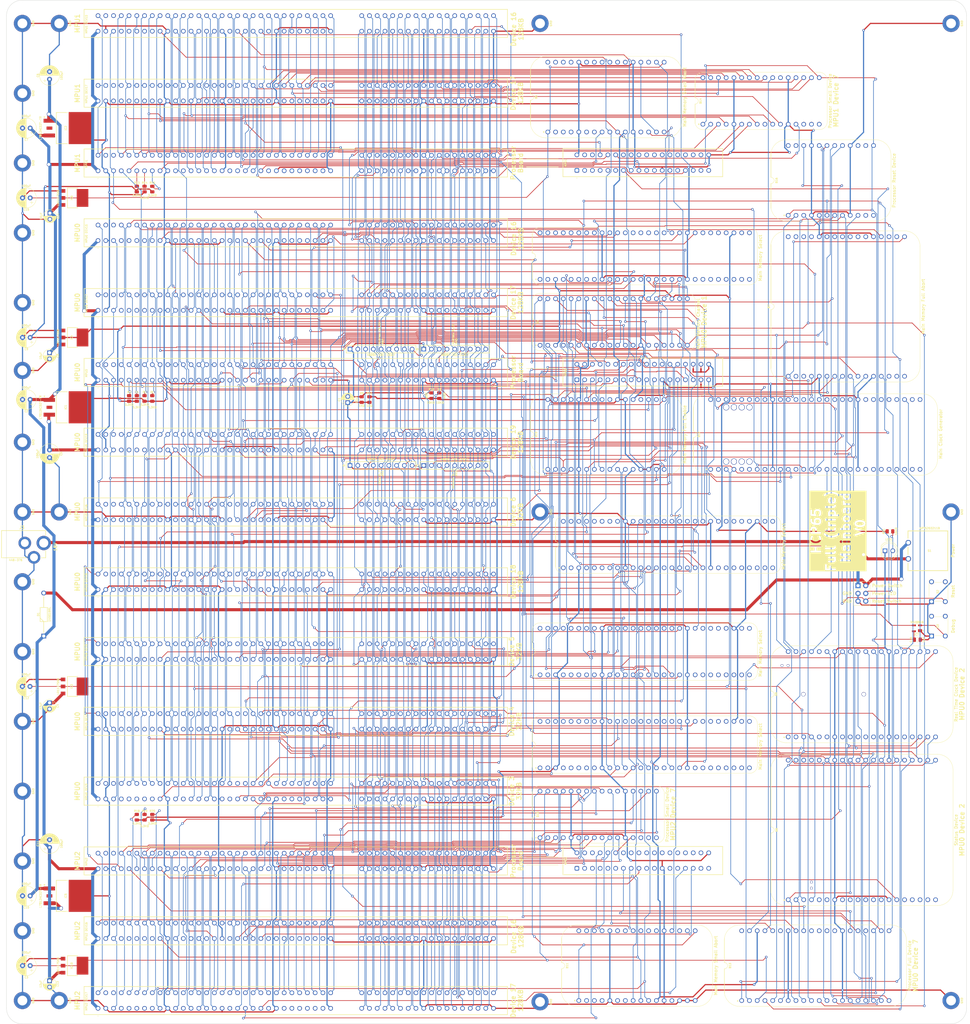
<source format=kicad_pcb>
(kicad_pcb (version 20241229) (generator "pcbnew") (generator_version "9.0")
  (title_block (title "Mainboard Full") (date "2025-09-21") (rev "V0"))
  (layers (0 "F.Cu" signal) (2 "B.Cu" signal) (5 "F.SilkS" user "F.Silkscreen") (7 "B.SilkS" user "B.Silkscreen") (1 "F.Mask" user) (3 "B.Mask" user) (25 "Edge.Cuts" user))
  (net 0 "")
  (net 1 "/5V")
  (net 2 "/GND")
  (net 3 "/AM22")
  (net 4 "/~{Memory Hi} MPU0 DEV17")
  (net 5 "/DEV Z 2MBlo")
  (net 6 "/~{Memory Lo} MPU0 DEV17")
  (net 7 "/AM21")
  (net 8 "/AM23")
  (net 9 "/MPU0 ~{Main}")
  (net 10 "/~{Main}")
  (net 11 "/DEV Z 2MBhi")
  (net 12 "/~{Memory Lo} MPU0 DEV16")
  (net 13 "/~{Memory Hi} MPU0 DEV16")
  (net 14 "/DEV Y 2MBhi")
  (net 15 "/~{Reset}")
  (net 21 "/~{Memory Lo} MPU0 DEV18")
  (net 22 "/DEV Y 2MBlo")
  (net 23 "/DEV V 2MBlo")
  (net 24 "/DEV U 2MBhi")
  (net 25 "/~{Memory Hi} MPU0 DEV19")
  (net 26 "/~{Memory Lo} MPU0 DEV19")
  (net 27 "/DEV V 2MBhi")
  (net 28 "/~{Memory Hi} MPU0 DEV18")
  (net 29 "/~{Memory Lo} MPU0 DEV3")
  (net 30 "/12V_{0}")
  (net 31 "/DEV U 2MBlo")
  (net 32 "/~{Memory Lo} MPU0 DEV4")
  (net 33 "/DEV W 2MBhi")
  (net 34 "/~{Memory Hi} MPU0 DEV3")
  (net 35 "/DEV X 2MBlo")
  (net 36 "/DEV W 2MBlo")
  (net 37 "/~{Memory Hi} MPU0 DEV4")
  (net 38 "/MPU0 AD1")
  (net 39 "/MPU0 AD0")
  (net 40 "/MPU0 DD0")
  (net 41 "/MPU0 DD3")
  (net 42 "/MPU0 DD6")
  (net 43 "/MPU0 DD4")
  (net 44 "/MPU0 DD7")
  (net 45 "/MPU0 HD0")
  (net 46 "/MPU0 DD5")
  (net 47 "/MPU0 DD2")
  (net 49 "/~{Select} MPU0 DEV1")
  (net 50 "/MPU0 D~{WD}")
  (net 51 "/MPU0 HD1")
  (net 52 "/MPU0 DD1")
  (net 53 "/MPU0 HD2")
  (net 54 "/MPU0 AD2")
  (net 55 "/MPU0 ~{Main}3")
  (net 56 "/MPU0 ~{Main}17")
  (net 57 "/MPU0 ~{Main}18")
  (net 58 "/MPU0 ~{Main}19")
  (net 59 "/MPU0 ~{Main}4")
  (net 67 "/MPU0 ~{Main}16")
  (net 68 "/MPU0 D~{RD}")
  (net 69 "/~{Select} MPU0 DEV2")
  (net 70 "/MPU0 AD3")
  (net 76 "/MPU0 AD4")
  (net 78 "/~{Interrupt} MPU0 DEV2")
  (net 80 "/DEV X 2MBhi")
  (net 81 "/DEV T 2MBlo")
  (net 82 "/DEV S 2MBhi")
  (net 83 "/DEV T 2MBhi")
  (net 84 "/DEV S 2MBlo")
  (net 85 "/MPU0 ~{Main}5")
  (net 86 "/~{Interrupt} MPU0 DEV19")
  (net 87 "/~{Reset} MPU0 DEV18")
  (net 88 "/~{Enable} MPU0 DEV4")
  (net 89 "/~{Enable} MPU0 DEV19")
  (net 90 "/~{Reset} MPU0 DEV19")
  (net 137 "/~{Interrupt} MPU0 DEV3")
  (net 138 "/~{Interrupt} MPU0 DEV18")
  (net 139 "/~{Enable} MPU0 DEV3")
  (net 140 "/~{Reset} MPU0 DEV4")
  (net 141 "/~{Interrupt} MPU0 DEV16")
  (net 142 "/~{Interrupt} MPU0 DEV4")
  (net 143 "/~{Enable} MPU0 DEV16")
  (net 144 "/~{Reset} MPU0 DEV3")
  (net 145 "/~{Enable} MPU0 DEV18")
  (net 146 "/~{Reset} MPU0 DEV17")
  (net 147 "/~{Reset} MPU0 DEV16")
  (net 148 "/~{Interrupt} MPU0 DEV17")
  (net 149 "/~{Enable} MPU0 DEV17")
  (net 150 "/MPU0 AD9")
  (net 151 "/MPU0 AD11")
  (net 152 "/AM12")
  (net 153 "/~{Select} MPU0 DEV19")
  (net 154 "/AM18")
  (net 155 "/AM8")
  (net 156 "/MPU0 AD6")
  (net 157 "/AM3")
  (net 158 "/AM9")
  (net 159 "/~{Select} MPU0 DEV18")
  (net 160 "/AM6")
  (net 161 "/DM0")
  (net 162 "/AM2")
  (net 163 "/DM7")
  (net 164 "/DM5")
  (net 169 "/MPU0 AD14")
  (net 170 "/MPU0 AD10")
  (net 171 "/AM13")
  (net 172 "/AM7")
  (net 173 "/M~{WD}")
  (net 174 "/AM10")
  (net 175 "/MPU0 D~{CLK}")
  (net 176 "/MPU0 Identifier0")
  (net 177 "/MPU0 DCLK")
  (net 178 "/MPU0 AD7")
  (net 181 "/MPU0 AD16")
  (net 182 "/AM5")
  (net 195 "/AM19")
  (net 196 "/AM1")
  (net 197 "/MPU0 Identifier1")
  (net 216 "/~{Select} MPU0 DEV17")
  (net 217 "/AM4")
  (net 218 "/MPU0 AD5")
  (net 219 "/DM2")
  (net 248 "/DM6")
  (net 258 "/AM17")
  (net 259 "/MPU0 AD15")
  (net 260 "/DM3")
  (net 281 "/AM20")
  (net 282 "/M~{RD}")
  (net 283 "/AM16")
  (net 284 "/MPU0 ~{NMI}2")
  (net 285 "/~{Select} MPU0 DEV16")
  (net 288 "/MPU0 AD13")
  (net 289 "/MPU0 AD12")
  (net 290 "/DM4")
  (net 291 "/AM11")
  (net 292 "/~{Select} MPU0 DEV3")
  (net 293 "/AM14")
  (net 294 "/AM15")
  (net 295 "/AM0")
  (net 303 "/~{Select} MPU0 DEV4")
  (net 307 "/12V_{1}")
  (net 308 "/12V_{2}")
  (net 311 "/~{Interrupt} MPU0 DEV7")
  (net 312 "/~{Reset} MPU0 DEV7")
  (net 313 "/~{Select} MPU0 DEV7")
  (net 314 "/MPU0 ~{ABORT}")
  (net 332 "/~{Memory Fail}")
  (net 333 "/MPU1 ~{ABORT}")
  (net 334 "/3.3V")
  (net 357 "/5V_{1}")
  (net 365 "/1.6V")
  (net 366 "/18V")
  (net 367 "/18V Switched")
  (net 369 "/18V Socket")
  (net 370 "/MPU2 ~{ABORT}")
  (net 371 "/DM1")
  (net 373 "/MPU0 AD8")
  (net 377 "/5V_{2}")
  (net 378 "/5V_{7}")
  (net 383 "/~{Memory Hi} MPU0 DEV5")
  (net 384 "/~{Enable} MPU0 DEV2")
  (net 495 "/~{Memory Lo} MPU0 DEV5")
  (net 505 "/MPU0 CLK")
  (net 506 "/MPU2 CLK")
  (net 507 "/MPU1 CLK")
  (net 508 "/MPU1 ~{Main Access}")
  (net 509 "/MPU0 ~{Main Access}")
  (net 510 "/MPU2 ~{Main Access}")
  (net 511 "/~{Reset} MPU0 DEV5")
  (net 512 "/~{Enable} MPU0 DEV5")
  (net 513 "/~{Interrupt} MPU0 DEV5")
  (net 515 "/~{Reset} MPU1 DEV17")
  (net 517 "/~{Enable} MPU1 DEV16")
  (net 519 "/~{Interrupt} MPU1 DEV17")
  (net 520 "/~{Reset} MPU1 DEV16")
  (net 528 "/~{Enable} MPU1 DEV17")
  (net 536 "/MPU0 ~{Memory Fail}")
  (net 542 "/MPU0_IRQ2")
  (net 544 "/~{Interrupt} MPU1 DEV16")
  (net 551 "/~{Enable} MPU2 DEV16")
  (net 556 "/~{Interrupt} MPU2 DEV16")
  (net 560 "/~{Enable} MPU2 DEV17")
  (net 563 "/~{Reset} MPU2 DEV17")
  (net 566 "/~{Interrupt} MPU2 DEV17")
  (net 576 "/~{Reset} MPU2 DEV16")
  (net 577 "/MPU0_IRQ1")
  (net 580 "/~{Select} MPU0 DEV5")
  (net 599 "/MPU1 AD9")
  (net 600 "/MPU1 HD2")
  (net 601 "/MPU1 AD5")
  (net 602 "/MPU1 AD4")
  (net 603 "/MPU1 AD16")
  (net 604 "/MPU1 D~{WD}")
  (net 605 "/MPU1 ~{Memory Fail}")
  (net 606 "/MPU1 AD11")
  (net 610 "/MPU1 DD3")
  (net 611 "/MPU1 AD2")
  (net 612 "/MPU1 DCLK")
  (net 613 "/MPU1 AD15")
  (net 614 "/MPU1 AD6")
  (net 615 "/MPU1 D~{CLK}")
  (net 617 "/MPU1 Identifier0")
  (net 618 "/MPU1 AD14")
  (net 619 "/MPU1 DD1")
  (net 620 "/MPU1 D~{RD}")
  (net 621 "/MPU1 DD7")
  (net 623 "/MPU1 AD10")
  (net 624 "/MPU1 ~{NMI}2")
  (net 625 "/MPU1 DD4")
  (net 626 "/~{Select} MPU1 DEV17")
  (net 627 "/MPU1 AD1")
  (net 629 "/MPU1 AD3")
  (net 630 "/MPU1 AD12")
  (net 631 "/MPU1 ~{Main}")
  (net 632 "/MPU1 HD1")
  (net 633 "/MPU1 AD0")
  (net 634 "/MPU1 AD7")
  (net 635 "/MPU1 AD8")
  (net 637 "/MPU1 DD2")
  (net 638 "/MPU1 DD5")
  (net 640 "/MPU1 DD0")
  (net 641 "/MPU1 AD13")
  (net 642 "/MPU1 DD6")
  (net 644 "/~{Select} MPU1 DEV16")
  (net 646 "/MPU1 HD0")
  (net 647 "/MPU1 Identifier1")
  (net 653 "/MPU1 ~{Main}16")
  (net 681 "/MPU1 ~{Main}17")
  (net 683 "/MPU2 AD6")
  (net 685 "/MPU2 AD0")
  (net 686 "/MPU2 AD2")
  (net 688 "/MPU2 D~{RD}")
  (net 689 "/MPU2 AD13")
  (net 690 "/MPU2 AD12")
  (net 691 "/MPU2 DD4")
  (net 692 "/MPU2 Identifier1")
  (net 694 "/MPU2 AD11")
  (net 695 "/MPU2 AD4")
  (net 698 "/MPU2 HD1")
  (net 701 "/MPU2 DD7")
  (net 703 "/MPU2 AD1")
  (net 705 "/~{Select} MPU2 DEV16")
  (net 706 "/MPU2 DD5")
  (net 707 "/MPU2 AD16")
  (net 708 "/MPU2 DCLK")
  (net 709 "/MPU2 AD10")
  (net 711 "/MPU2 AD9")
  (net 712 "/MPU2 D~{CLK}")
  (net 713 "/MPU2 DD0")
  (net 714 "/MPU2 AD14")
  (net 715 "/MPU2 D~{WD}")
  (net 716 "/MPU2 DD2")
  (net 719 "/MPU2 AD7")
  (net 721 "/MPU2 Identifier0")
  (net 722 "/MPU2 AD15")
  (net 723 "/MPU2 DD3")
  (net 724 "/MPU2 ~{Main}")
  (net 725 "/MPU2 AD5")
  (net 726 "/MPU2 HD0")
  (net 727 "/MPU2 DD1")
  (net 728 "/MPU2 AD3")
  (net 729 "/~{Reset} MPU1 DEV7")
  (net 730 "/MPU2 DD6")
  (net 731 "/MPU2 AD8")
  (net 732 "/MPU2 HD2")
  (net 733 "/MPU2 ~{NMI}2")
  (net 734 "/~{Select} MPU2 DEV17")
  (net 737 "/MPU2 ~{Main}16")
  (net 757 "/MPU2 ~{Main}17")
  (net 779 "/MPU2 ~{Memory Fail}")
  (net 787 "/~{Contention}")
  (net 813 "/MPU1 ~{Reset}")
  (net 814 "/~{Interrupt} MPU1 DEV7")
  (net 815 "/MPU2 ~{Reset}")
  (net 817 "/~{Interrupt} MPU2 DEV7")
  (net 820 "/~{Select} MPU1 DEV7")
  (net 826 "/~{Reset} MPU2 DEV7")
  (net 827 "/~{Select} MPU2 DEV7")
  (net 830 "/~{Reset Switch}")
  (net 838 "/~{Enable} MPU0 DEV1")
  (net 839 "/~{Enable} MPU0 DEV7")
  (net 840 "/~{Memory Hi} MPU0 DEV6")
  (net 841 "/~{Memory Lo} MPU0 DEV6")
  (net 846 "/~{Reset} MPU0 DEV6")
  (net 849 "/~{Select} MPU0 DEV6")
  (net 855 "/~{Interrupt} MPU0 DEV6")
  (net 863 "/~{Enable} MPU0 DEV6")
  (net 867 "/5V LED")
  (net 868 "Net-(IC7-IN)")
  (footprint "SamacSys_Parts:CP_Radial_D4.0mm_P2.00mm" (layer "F.Cu") (at 81.788 126.746 90)
    (property "Reference" "C1")
    (property "Value" "10μF")
  )
  (footprint "SamacSys_Parts:LD1117S33C" (layer "F.Cu") (at -8.255 59.69 -90)
    (property "Reference" "IC6")
    (property "Value" "LD1117S50C" (hide yes))
  )
  (footprint "SamacSys_Parts:R_0805" (layer "F.Cu") (at 17.79 125.3725)
    (property "Reference" "R6")
    (property "Value" "3.3KΩ")
  )
  (footprint "HCP65_Parts:HCP65_MountingHole_M3_" (layer "F.Cu") (at 144.78 322.9971 90)
    (property "Reference" "H21" (hide yes))
    (property "Value" "MountingHole_Pad")
  )
  (footprint "Connector_PinHeader_2.54mm:PinHeader_2x03_P2.54mm_Vertical" (layer "F.Cu") (at 248.92 186.69)
    (property "Reference" "J1" (hide yes))
    (property "Value" "Conn_02x03_Counter_Clockwise")
  )
  (footprint "HCP65_Parts:HCP65_MountingHole_M3_" (layer "F.Cu") (at -24.765 139.7 90)
    (property "Reference" "H6" (hide yes))
    (property "Value" "MountingHole_Pad")
  )
  (footprint "SamacSys_Parts:395098520350" (layer "F.Cu") (at 0 27.94 90)
    (property "Reference" "MPU1 DEV17")
    (property "Value" "395-098-520-350" (hide yes))
  )
  (footprint "HCP65_Parts:HCP65_MountingHole_M3_" (layer "F.Cu") (at 279.4 162.56 90)
    (property "Reference" "H20" (hide yes))
    (property "Value" "MountingHole_Pad")
  )
  (footprint "HCP65_Parts:HCP65_MountingHole_M3_" (layer "F.Cu") (at -24.765 299.72 90)
    (property "Reference" "H16" (hide yes))
    (property "Value" "MountingHole_Pad")
  )
  (footprint "SamacSys_Parts:255308437" (layer "F.Cu") (at 156.845 119.253 90)
    (property "Reference" "MPD0")
    (property "Value" "2-5530843-7" (hide yes))
  )
  (footprint "HCP65_Parts:HCP65_MountingHole_M3_" (layer "F.Cu") (at 144.78 162.56 90)
    (property "Reference" "H18" (hide yes))
    (property "Value" "MountingHole_Pad")
  )
  (footprint "SamacSys_Parts:395098520350" (layer "F.Cu") (at 0 5.08 90)
    (property "Reference" "MPU1 DEV16")
    (property "Value" "395-098-520-350" (hide yes))
  )
  (footprint "HCP65_Parts:HCP65_Processor_Small_Device" (layer "F.Cu") (at 198.12 35.56 90)
    (property "Reference" "B14")
    (property "Value" "Processor Small Device" (hide yes))
  )
  (footprint "SamacSys_Parts:C_0805" (layer "F.Cu") (at 268.3615 204.395 90)
    (property "Reference" "C16")
    (property "Value" "1μF")
  )
  (footprint "SamacSys_Parts:395098520350" (layer "F.Cu") (at 0 302.26 90)
    (property "Reference" "MPU2 DEV16")
    (property "Value" "395-098-520-350" (hide yes))
  )
  (footprint "SamacSys_Parts:R_0805" (layer "F.Cu") (at 259.3915 168.9 90)
    (property "Reference" "R21")
    (property "Value" "10KΩ")
  )
  (footprint "HCP65_Parts:HCP65_MountingHole_M3_" (layer "F.Cu") (at -24.765 231.14 90)
    (property "Reference" "H15" (hide yes))
    (property "Value" "MountingHole_Pad")
  )
  (footprint "HCP65_Parts:HCP65_MountingHole_M3_" (layer "F.Cu") (at -24.765 185.42 90)
    (property "Reference" "H17" (hide yes))
    (property "Value" "MountingHole_Pad")
  )
  (footprint "SamacSys_Parts:DIOAD1414W86L464D238" (layer "F.Cu") (at -17.78 203.2 90)
    (property "Reference" "D1")
    (property "Value" "1N5819RL")
  )
  (footprint "SamacSys_Parts:R_0805" (layer "F.Cu") (at 15.25 262.5325)
    (property "Reference" "R19")
    (property "Value" "3.3KΩ")
  )
  (footprint "SamacSys_Parts:LD1117S33C" (layer "F.Cu") (at -8.255 311.15 -90)
    (property "Reference" "IC10")
    (property "Value" "LD1117S50C" (hide yes))
  )
  (footprint "SamacSys_Parts:395098520350" (layer "F.Cu") (at 0 187.96 90)
    (property "Reference" "MPU0 DEV18")
    (property "Value" "395-098-520-350" (hide yes))
  )
  (footprint "HCP65_Parts:HCP65_Main_Memory_Small_Abort" (layer "F.Cu") (at 157.48 322.58 90)
    (property "Reference" "B11")
    (property "Value" "Main Memory Small Abort" (hide yes))
  )
  (footprint "SamacSys_Parts:R_0805" (layer "F.Cu") (at 12.71 56.7925)
    (property "Reference" "R13")
    (property "Value" "3.3KΩ")
  )
  (footprint "SamacSys_Parts:DTS62NV" (layer "F.Cu") (at 273.004 203.2 90)
    (property "Reference" "S3")
    (property "Value" "DTS-62N-V" (hide yes))
  )
  (footprint "SamacSys_Parts:R_0805" (layer "F.Cu") (at 15.25 56.7925)
    (property "Reference" "R14")
    (property "Value" "3.3KΩ")
  )
  (footprint "SamacSys_Parts:R_0805" (layer "F.Cu") (at 86.36 125.73)
    (property "Reference" "R9")
    (property "Value" "1KΩ")
  )
  (footprint "SamacSys_Parts:448376" (layer "F.Cu") (at -29.0068 172.72 180)
    (property "Reference" "J3")
    (property "Value" "448-376")
  )
  (footprint "HCP65_Parts:HCP65_Main_Memory_Select" (layer "F.Cu") (at 144.78 86.36 90)
    (property "Reference" "B1" (hide yes))
    (property "Value" "Main Memory Select" (hide yes))
  )
  (footprint "SamacSys_Parts:255308437" (layer "F.Cu") (at 156.845 279.273 90)
    (property "Reference" "MPD2")
    (property "Value" "2-5530843-7" (hide yes))
  )
  (footprint "HCP65_Parts:HCP65_Main_Memory_Select" (layer "F.Cu") (at 144.78 246.38 90)
    (property "Reference" "B3" (hide yes))
    (property "Value" "Main Memory Select" (hide yes))
  )
  (footprint "SamacSys_Parts:255308437" (layer "F.Cu") (at 156.845 50.673 90)
    (property "Reference" "MPD1")
    (property "Value" "2-5530843-7" (hide yes))
  )
  (footprint "SamacSys_Parts:CP_Radial_D6.3mm_P2.50mm" (layer "F.Cu") (at -15.875 20.828 90)
    (property "Reference" "C6")
    (property "Value" "100μF")
  )
  (footprint "SamacSys_Parts:395098520350" (layer "F.Cu") (at 0 50.8 90)
    (property "Reference" "MPU1")
    (property "Value" "395-098-520-350" (hide yes))
  )
  (footprint "HCP65_Parts:HCP65_Processor_Small_Device" (layer "F.Cu") (at 144.78 269.24 90)
    (property "Reference" "B15")
    (property "Value" "Processor Small Device" (hide yes))
  )
  (footprint "HCP65_Parts:HCP65_Status_Device_Board" (layer "F.Cu") (at 226.06 289.56 90)
    (property "Reference" "B6")
    (property "Value" "Status Device Board" (hide yes))
  )
  (footprint "SamacSys_Parts:4609X" (layer "F.Cu") (at 92.71 147.32)
    (property "Reference" "RN1")
    (property "Value" "4609X-101-103LF")
  )
  (footprint "SamacSys_Parts:CP_Radial_D4.0mm_P2.00mm" (layer "F.Cu") (at -15.875 110.395 -90)
    (property "Reference" "C8")
    (property "Value" "10μF")
  )
  (footprint "HCP65_Parts:HCP65_MountingHole_M3_" (layer "F.Cu") (at 279.4 2.54 90)
    (property "Reference" "H1" (hide yes))
    (property "Value" "MountingHole_Pad")
  )
  (footprint "SamacSys_Parts:CP_Radial_D6.3mm_P2.50mm" (layer "F.Cu") (at -22.225 105.41 180)
    (property "Reference" "C9")
    (property "Value" "100μF")
  )
  (footprint "SamacSys_Parts:CP_Radial_D4.0mm_P2.00mm" (layer "F.Cu") (at -15.875 316.135 -90)
    (property "Reference" "C13")
    (property "Value" "10μF")
  )
  (footprint "SamacSys_Parts:R_0805" (layer "F.Cu") (at 10.19 125.3725)
    (property "Reference" "R2")
    (property "Value" "3.3KΩ")
  )
  (footprint "HCP65_Parts:HCP65_MountingHole_M3_" (layer "F.Cu") (at -24.765 2.54 90)
    (property "Reference" "H2" (hide yes))
    (property "Value" "MountingHole_Pad")
  )
  (footprint "SamacSys_Parts:CP_Radial_D6.3mm_P2.50mm" (layer "F.Cu") (at -22.225 125.73 180)
    (property "Reference" "C2")
    (property "Value" "100μF")
  )
  (footprint "SamacSys_Parts:395098520350" (layer "F.Cu") (at 0 210.82 90)
    (property "Reference" "MPU0 DEV5")
    (property "Value" "395-098-520-350" (hide yes))
  )
  (footprint "HCP65_Parts:HCP65_Processor_Reset_Device" (layer "F.Cu") (at 226.06 65.405 90)
    (property "Reference" "B16")
    (property "Value" "Processor Reset Device" (hide yes))
  )
  (footprint "NetTie:NetTie-2_SMD_Pad0.5mm" (layer "F.Cu") (at 197.485 121.285 -90)
    (property "Reference" "NT2" (hide yes))
    (property "Value" "NetTie" (hide yes))
  )
  (footprint "SamacSys_Parts:CP_Radial_D6.3mm_P2.50mm" (layer "F.Cu") (at -22.225 311.15 180)
    (property "Reference" "C3")
    (property "Value" "100μF")
  )
  (footprint "SamacSys_Parts:R_0805" (layer "F.Cu") (at 12.73 125.3725)
    (property "Reference" "R4")
    (property "Value" "3.3KΩ")
  )
  (footprint "SamacSys_Parts:395098520350" (layer "F.Cu") (at 0 165.1 90)
    (property "Reference" "MPU0 DEV6")
    (property "Value" "395-098-520-350" (hide yes))
  )
  (footprint "SamacSys_Parts:CP_Radial_D4.0mm_P2.00mm" (layer "F.Cu") (at -15.748 64.675 -90)
    (property "Reference" "C14")
    (property "Value" "10μF")
  )
  (footprint "SamacSys_Parts:LD1117S33C" (layer "F.Cu") (at -8.255 105.41 -90)
    (property "Reference" "IC4")
    (property "Value" "LD1117S50C" (hide yes))
  )
  (footprint "HCP65_Parts:HCP65_MountingHole_M3_" (layer "F.Cu") (at -24.765 254 90)
    (property "Reference" "H8" (hide yes))
    (property "Value" "MountingHole_Pad")
  )
  (footprint "HCP65_Parts:HCP65_Main_Memory_Full_Abort" (layer "F.Cu") (at 226.06 118.11 90)
    (property "Reference" "B7")
    (property "Value" "Main Memory Full Abort" (hide yes))
  )
  (footprint "SamacSys_Parts:TO254P1542X460-3N" (layer "F.Cu") (at -9.561 36.8215 -90)
    (property "Reference" "IC2")
    (property "Value" "L7812ACD2T-TR" (hide yes))
  )
  (footprint "SamacSys_Parts:CP_Radial_D6.3mm_P2.50mm" (layer "F.Cu") (at -15.875 272.415 90)
    (property "Reference" "C11")
    (property "Value" "100μF")
  )
  (footprint "SamacSys_Parts:R_0805" (layer "F.Cu") (at 88.9 125.73)
    (property "Reference" "R11")
    (property "Value" "1KΩ")
  )
  (footprint "HCP65_Parts:HCP65_MountingHole_M3_" (layer "F.Cu") (at -12.7 322.58 90)
    (property "Reference" "H22" (hide yes))
    (property "Value" "MountingHole_Pad")
  )
  (footprint "SamacSys_Parts:LD1117S33C" (layer "F.Cu") (at -8.255 219.71 -90)
    (property "Reference" "IC3")
    (property "Value" "LD1117S50C" (hide yes))
  )
  (footprint "HCP65_Parts:HCP65_MountingHole_M3_" (layer "F.Cu") (at -24.765 93.98 90)
    (property "Reference" "H10" (hide yes))
    (property "Value" "MountingHole_Pad")
  )
  (footprint "HCP65_Parts:HCP65_MountingHole_M3_" (layer "F.Cu") (at -24.765 25.4 90)
    (property "Reference" "H9" (hide yes))
    (property "Value" "MountingHole_Pad")
  )
  (footprint "HCP65_Parts:HCP65_Main_Memory_Select" (layer "F.Cu") (at 144.78 215.9 90)
    (property "Reference" "B9" (hide yes))
    (property "Value" "Main Memory Select" (hide yes))
  )
  (footprint "HCP65_Parts:HCP65_MountingHole_M3_" (layer "F.Cu") (at -24.765 48.26 90)
    (property "Reference" "H5" (hide yes))
    (property "Value" "MountingHole_Pad")
  )
  (footprint "HCP65_Parts:HCP65_MountingHole_M3_" (layer "F.Cu") (at -24.765 208.28 90)
    (property "Reference" "H7" (hide yes))
    (property "Value" "MountingHole_Pad")
  )
  (footprint "SamacSys_Parts:LED_D5.0mm" (layer "F.Cu") (at 257.764 175.26)
    (property "Reference" "LED1")
    (property "Value" "Red")
  )
  (footprint "NetTie:NetTie-2_SMD_Pad0.5mm" (layer "F.Cu") (at 194.945 116.205 -90)
    (property "Reference" "NT3" (hide yes))
    (property "Value" "NetTie" (hide yes))
  )
  (footprint "SamacSys_Parts:4609X" (layer "F.Cu") (at 116.84 109.22)
    (property "Reference" "RN3")
    (property "Value" "4609X-101-103LF")
  )
  (footprint "HCP65_Parts:HCP65_MountingHole_M3_" (layer "F.Cu") (at -24.765 322.58 90)
    (property "Reference" "H4" (hide yes))
    (property "Value" "MountingHole_Pad")
  )
  (footprint "HCP65_Parts:HCP65_MountingHole_M3_" (layer "F.Cu") (at -24.765 276.86 90)
    (property "Reference" "H11" (hide yes))
    (property "Value" "MountingHole_Pad")
  )
  (footprint "SamacSys_Parts:TO254P1542X460-3N" (layer "F.Cu") (at -9.561 288.29 -90)
    (property "Reference" "IC5")
    (property "Value" "L7812ACD2T-TR" (hide yes))
  )
  (footprint "SamacSys_Parts:R_0805" (layer "F.Cu") (at 15.25 125.3725)
    (property "Reference" "R5")
    (property "Value" "3.3KΩ")
  )
  (footprint "HCP65_Parts:HCP65_MountingHole_M3_" (layer "F.Cu") (at 279.4 322.58 90)
    (property "Reference" "H3" (hide yes))
    (property "Value" "MountingHole_Pad")
  )
  (footprint "SamacSys_Parts:CP_Radial_D6.3mm_P2.50mm" (layer "F.Cu") (at -15.875 142.24 -90)
    (property "Reference" "C5")
    (property "Value" "100μF")
  )
  (footprint "HCP65_Parts:HCP65_MountingHole_M3_" (layer "F.Cu") (at -24.765 71.12 90)
    (property "Reference" "H12" (hide yes))
    (property "Value" "MountingHole_Pad")
  )
  (footprint "SamacSys_Parts:4609X" (layer "F.Cu") (at 116.84 147.32)
    (property "Reference" "RN2")
    (property "Value" "4609X-101-103LF")
  )
  (footprint "SamacSys_Parts:395098520350" (layer "F.Cu") (at 0 73.66 90)
    (property "Reference" "MPU0 DEV16")
    (property "Value" "395-098-520-350" (hide yes))
  )
  (footprint "HCP65_Parts:HCP65_Clock_Generator" (layer "F.Cu") (at 200.66 148.59 90)
    (property "Reference" "B12")
    (property "Value" "Main Clock Generator" (hide yes))
  )
  (footprint "SamacSys_Parts:4609X" (layer "F.Cu") (at 92.71 109.22)
    (property "Reference" "RN4")
    (property "Value" "4609X-101-103LF")
  )
  (footprint "SamacSys_Parts:R_0805" (layer "F.Cu") (at 109.22 124.46)
    (property "Reference" "R10")
    (property "Value" "10KΩ")
  )
  (footprint "HCP65_Parts:HCP65_MountingHole_M3_" (layer "F.Cu") (at -24.765 162.56 90)
    (property "Reference" "H14" (hide yes))
    (property "Value" "MountingHole_Pad")
  )
  (footprint "HCP65_Parts:HCP65_Main_Memory_Full_Enable" (layer "F.Cu") (at 147.32 148.59 90)
    (property "Reference" "B10")
    (property "Value" "Main Memory Full Enable" (hide yes))
  )
  (footprint "SamacSys_Parts:395098520350" (layer "F.Cu") (at 0 233.68 90)
    (property "Reference" "MPU0 DEV4")
    (property "Value" "395-098-520-350" (hide yes))
  )
  (footprint "SamacSys_Parts:CP_Radial_D6.3mm_P2.50mm" (layer "F.Cu") (at -22.279 219.71 180)
    (property "Reference" "C12")
    (property "Value" "100μF")
  )
  (footprint "SamacSys_Parts:MAX812REUST" (layer "F.Cu") (at 268.098 200.66 180)
    (property "Reference" "IC7")
    (property "Value" "MAX6816EUS+T" (hide yes))
  )
  (footprint "SamacSys_Parts:395098520350" (layer "F.Cu") (at 0 256.54 90)
    (property "Reference" "MPU0 DEV3")
    (property "Value" "395-098-520-350" (hide yes))
  )
  (footprint "HCP65_Parts:HCP65_MountingHole_M3_" (layer "F.Cu") (at -12.7 2.54 90)
    (property "Reference" "H24" (hide yes))
    (property "Value" "MountingHole_Pad")
  )
  (footprint "SamacSys_Parts:R_0805" (layer "F.Cu") (at 12.71 262.5325)
    (property "Reference" "R18")
    (property "Value" "3.3KΩ")
  )
  (footprint "HCP65_Parts:HCP65_MountingHole_M3_" (layer "F.Cu") (at -24.765 116.205 90)
    (property "Reference" "H13" (hide yes))
    (property "Value" "MountingHole_Pad")
  )
  (footprint "HCP65_Parts:HCP65_MountingHole_M3_" (layer "F.Cu") (at 144.78 2.54 90)
    (property "Reference" "H19" (hide yes))
    (property "Value" "MountingHole_Pad")
  )
  (footprint "SamacSys_Parts:R_0805" (layer "F.Cu") (at 17.79 262.5325)
    (property "Reference" "R20")
    (property "Value" "3.3KΩ")
  )
  (footprint "SamacSys_Parts:395098520350" (layer "F.Cu") (at 0 119.38 90)
    (property "Reference" "MPU0")
    (property "Value" "395-098-520-350" (hide yes))
  )
  (footprint "SamacSys_Parts:395098520350" (layer "F.Cu") (at 0 96.52 90)
    (property "Reference" "MPU0 DEV17")
    (property "Value" "395-098-520-350" (hide yes))
  )
  (footprint "HCP65_Parts:HCP65_Clock_Device_Board" (layer "F.Cu") (at 226.06 236.22 90)
    (property "Reference" "B8")
    (property "Value" "Clock Device Board" (hide yes))
  )
  (footprint "HCP65_Parts:HCP65_Main_Memory_Channel" (layer "F.Cu") (at 144.78 107.95 90)
    (property "Reference" "B4")
    (property "Value" "Main Memory Channel" (hide yes))
  )
  (footprint "SamacSys_Parts:R_0805" (layer "F.Cu") (at 17.79 56.7925)
    (property "Reference" "R15")
    (property "Value" "3.3KΩ")
  )
  (footprint "HCP65_Parts:HCP65_Main_Memory_Small_Abort" (layer "F.Cu") (at 147.32 38.1 90)
    (property "Reference" "B5")
    (property "Value" "Main Memory Small Abort" (hide yes))
  )
  (footprint "NetTie:NetTie-2_SMD_Pad0.5mm" (layer "F.Cu") (at 197.485 116.197 -90)
    (property "Reference" "NT1" (hide yes))
    (property "Value" "NetTie" (hide yes))
  )
  (footprint "SamacSys_Parts:GPTS203211B" (layer "F.Cu") (at 265.303 175.26 180)
    (property "Reference" "S1")
    (property "Value" "GPTS203211B" (hide yes))
  )
  (footprint "SamacSys_Parts:395098520350" (layer "F.Cu") (at 0 279.4 90)
    (property "Reference" "MPU2")
    (property "Value" "395-098-520-350" (hide yes))
  )
  (footprint "HCP65_Parts:HCP65_MountingHole_M3_" (layer "F.Cu") (at -12.7 162.56 90)
    (property "Reference" "H23" (hide yes))
    (property "Value" "MountingHole_Pad")
  )
  (footprint "SamacSys_Parts:395098520350" (layer "F.Cu") (at 0 325.12 90)
    (property "Reference" "MPU2 DEV17")
    (property "Value" "395-098-520-350" (hide yes))
  )
  (footprint "SamacSys_Parts:CP_Radial_D6.3mm_P2.50mm" (layer "F.Cu") (at -22.225 59.69 180)
    (property "Reference" "C15")
    (property "Value" "100μF")
  )
  (footprint "SamacSys_Parts:CP_Radial_D4.0mm_P2.00mm" (layer "F.Cu") (at -15.875 225.06 -90)
    (property "Reference" "C4")
    (property "Value" "10μF")
  )
  (footprint "SamacSys_Parts:CP_Radial_D6.3mm_P2.50mm" (layer "F.Cu") (at -22.225 288.29 180)
    (property "Reference" "C10")
    (property "Value" "100μF")
  )
  (footprint "SamacSys_Parts:TO254P1542X460-3N" (layer "F.Cu") (at -9.561 128.27 -90)
    (property "Reference" "IC1")
    (property "Value" "L7812ACD2T-TR" (hide yes))
  )
  (footprint "SamacSys_Parts:DTS62NV" (layer "F.Cu") (at 273.004 191.92 90)
    (property "Reference" "S2")
    (property "Value" "DTS-62N-V" (hide yes))
  )
  (footprint "HCP65_Parts:HCP65_Processor_Full_Device" (layer "F.Cu") (at 210.82 322.58 90)
    (property "Reference" "B13")
    (property "Value" "Processor Full Device" (hide yes))
  )
  (footprint "HCP65_Parts:HCP65_Main_Memory_Select" (layer "F.Cu") (at 152.4 180.85 90)
    (property "Reference" "B2" (hide yes))
    (property "Value" "Main Memory Select" (hide yes))
  )
  (footprint "SamacSys_Parts:CP_Radial_D6.3mm_P2.50mm" (layer "F.Cu") (at -22.225 36.83 180)
    (property "Reference" "C7")
    (property "Value" "100μF")
  )
  (footprint "SamacSys_Parts:395098520350" (layer "F.Cu") (at 0 142.24 90)
    (property "Reference" "MPU0 DEV19")
    (property "Value" "395-098-520-350" (hide yes))
  )
  (footprint "SamacSys_Parts:R_0805" (layer "F.Cu") (at 111.77 124.46)
    (property "Reference" "R8")
    (property "Value" "10KΩ")
  )
  (gr_line (start 140.335 118.11) (end 150.749 118.11) (stroke (width 0.15)) (layer "F.SilkS"))
  (gr_line (start 140.353 46.99) (end 150.767 46.99) (stroke (width 0.15)) (layer "F.SilkS"))
  (gr_line (start 140.335 115.57) (end 150.749 115.57) (stroke (width 0.15)) (layer "F.SilkS"))
  (gr_line (start 140.335 275.59) (end 150.749 275.59) (stroke (width 0.15)) (layer "F.SilkS"))
  (gr_line (start 140.335 278.13) (end 150.749 278.13) (stroke (width 0.15)) (layer "F.SilkS"))
  (gr_line (start 140.353 49.53) (end 150.767 49.53) (stroke (width 0.15)) (layer "F.SilkS"))
  (gr_arc (start 279.4 -5.08) (mid 282.992102 -3.592102) (end 284.48 0) (stroke (width 0.1)) (layer "Edge.Cuts"))
  (gr_line (start 279.4 330.2) (end -24.891998 330.199999) (stroke (width 0.1)) (layer "Edge.Cuts"))
  (gr_line (start 284.480001 325.12) (end 284.48 0) (stroke (width 0.1)) (layer "Edge.Cuts"))
  (gr_line (start 279.4 -5.079999) (end -24.891998 -5.08) (stroke (width 0.1)) (layer "Edge.Cuts"))
  (gr_line (start -29.971998 325.119999) (end -29.971998 0.000002) (stroke (width 0.1)) (layer "Edge.Cuts"))
  (gr_arc (start 284.480001 325.12) (mid 282.992103 328.712102) (end 279.400001 330.2) (stroke (width 0.1)) (layer "Edge.Cuts"))
  (gr_arc (start -24.891998 330.199999) (mid -28.484102 328.712102) (end -29.971998 325.119999) (stroke (width 0.1)) (layer "Edge.Cuts"))
  (gr_arc (start -29.971998 0) (mid -28.4841 -3.592102) (end -24.891998 -5.08) (stroke (width 0.1)) (layer "Edge.Cuts"))
  (gr_text "MPU1" (at -7.62 2.54 90) (layer "F.SilkS") (effects (font (size 1.5 1.5) (thickness 0.3) (bold yes)) (justify top)))
  (gr_text "MPU0 Device 7" (at 268.605 311.15 90) (layer "F.SilkS") (effects (font (size 1.5 1.5) (thickness 0.3) (bold yes)) (justify bottom)))
  (gr_text "MPU0 Device 2" (at 283.845 222.25 90) (layer "F.SilkS") (effects (font (size 1.5 1.5) (thickness 0.3) (bold yes)) (justify bottom)))
  (gr_text "Device 3\n32KB" (at 134.62 254 90) (layer "F.SilkS") (effects (font (size 1.5 1.5) (thickness 0.3) (bold yes)) (justify top)))
  (gr_text "Reset Switch" (at 253.365 191.77 0) (layer "F.SilkS") (effects (font (size 1 1) (thickness 0.2) (bold yes)) (justify left)))
  (gr_text "MPU1" (at -7.62 48.26 90) (layer "F.SilkS") (effects (font (size 1.5 1.5) (thickness 0.3) (bold yes)) (justify top)))
  (gr_text "MPU0" (at -7.62 162.433 90) (layer "F.SilkS") (effects (font (size 1.5 1.5) (thickness 0.3) (bold yes)) (justify top)))
  (gr_text "GND" (at 247.015 191.77 0) (layer "F.SilkS") (effects (font (size 1 1) (thickness 0.2) (bold yes)) (justify right)))
  (gr_text "MPU0" (at -7.62 139.7 90) (layer "F.SilkS") (effects (font (size 1.5 1.5) (thickness 0.3) (bold yes)) (justify top)))
  (gr_text "Power" (at 280.035 175.26 90) (layer "F.SilkS") (effects (font (size 1 1) (thickness 0.2) (bold yes))))
  (gr_text "MPU0 Device 2" (at 283.845 266.7 90) (layer "F.SilkS") (effects (font (size 1.5 1.5) (thickness 0.3) (bold yes)) (justify bottom)))
  (gr_text "Device 17\n128KB" (at 135.11 322.58 90) (layer "F.SilkS") (effects (font (size 1.5 1.5) (thickness 0.3) (bold yes)) (justify top)))
  (gr_text "18V" (at -13.97 173.99 90) (layer "F.SilkS") (effects (font (size 1 1) (thickness 0.2) (bold yes))))
  (gr_text "MPU2 Device 7" (at 189.23 261.62 90) (layer "F.SilkS") (effects (font (size 1.5 1.5) (thickness 0.3) (bold yes)) (justify bottom)))
  (gr_text "MPU1 Device 7" (at 242.57 27.94 90) (layer "F.SilkS") (effects (font (size 1.5 1.5) (thickness 0.3) (bold yes)) (justify bottom)))
  (gr_text "MPU0" (at -7.62 93.98 90) (layer "F.SilkS") (effects (font (size 1.5 1.5) (thickness 0.3) (bold yes)) (justify top)))
  (gr_text "MPU2" (at -7.62 276.86 90) (layer "F.SilkS") (effects (font (size 1.5 1.5) (thickness 0.3) (bold yes)) (justify top)))
  (gr_text "M~{WD}" (at 113.538 124.46 90) (layer "F.SilkS") (effects (font (size 0.635 0.635) (thickness 0.15) (bold yes))))
  (gr_text "HCP65 \nFull (triple) \nMainboard\nV0" (at 251.46 167.64 90) (layer "F.SilkS" knockout) (effects (font (size 3 3) (thickness 0.6) (bold yes)) (justify bottom)))
  (gr_text "MPU0" (at -7.62 71.12 90) (layer "F.SilkS") (effects (font (size 1.5 1.5) (thickness 0.3) (bold yes)) (justify top)))
  (gr_text "MPU0" (at -7.62 185.42 90) (layer "F.SilkS") (effects (font (size 1.5 1.5) (thickness 0.3) (bold yes)) (justify top)))
  (gr_text "Address 0..7" (at 116.332 148.844 90) (layer "F.SilkS") (effects (font (size 0.635 0.635) (thickness 0.15) (bold yes)) (justify right)))
  (gr_text "Device 18\n128KB" (at 135.11 185.42 90) (layer "F.SilkS") (effects (font (size 1.5 1.5) (thickness 0.3) (bold yes)) (justify top)))
  (gr_text "GND" (at 247.015 189.23 0) (layer "F.SilkS") (effects (font (size 1 1) (thickness 0.2) (bold yes)) (justify right)))
  (gr_text "Device 17\n128KB" (at 135.11 93.98 90) (layer "F.SilkS") (effects (font (size 1.5 1.5) (thickness 0.3) (bold yes)) (justify top)))
  (gr_text "Power Switch" (at 253.365 186.69 0) (layer "F.SilkS") (effects (font (size 1 1) (thickness 0.2) (bold yes)) (justify left)))
  (gr_text "Processor\nBoard" (at 135.11 48.26 90) (layer "F.SilkS") (effects (font (size 1.5 1.5) (thickness 0.3) (bold yes)) (justify top)))
  (gr_text "Device 4\n32KB" (at 134.62 231.14 90) (layer "F.SilkS") (effects (font (size 1.5 1.5) (thickness 0.3) (bold yes)) (justify top)))
  (gr_text "M~{RD}" (at 107.696 124.46 90) (layer "F.SilkS") (effects (font (size 0.635 0.635) (thickness 0.15) (bold yes))))
  (gr_text "MPU0" (at -7.62 116.84 90) (layer "F.SilkS") (effects (font (size 1.5 1.5) (thickness 0.3) (bold yes)) (justify top)))
  (gr_text "Address 16..23" (at 92.202 107.696 90) (layer "F.SilkS") (effects (font (size 0.635 0.635) (thickness 0.15) (bold yes)) (justify left)))
  (gr_text "MPU0" (at -7.62 231.14 90) (layer "F.SilkS") (effects (font (size 1.5 1.5) (thickness 0.3) (bold yes)) (justify top)))
  (gr_text "MPU2" (at -7.62 322.58 90) (layer "F.SilkS") (effects (font (size 1.5 1.5) (thickness 0.3) (bold yes)) (justify top)))
  (gr_text "Processor\nBoard" (at 135.11 276.86 90) (layer "F.SilkS") (effects (font (size 1.5 1.5) (thickness 0.3) (bold yes)) (justify top)))
  (gr_text "MPU1" (at -7.62 25.4 90) (layer "F.SilkS") (effects (font (size 1.5 1.5) (thickness 0.3) (bold yes)) (justify top)))
  (gr_text "Device 17\n128KB" (at 135.11 25.4 90) (layer "F.SilkS") (effects (font (size 1.5 1.5) (thickness 0.3) (bold yes)) (justify top)))
  (gr_text "Device 6\n32KB" (at 135.11 162.56 90) (layer "F.SilkS") (effects (font (size 1.5 1.5) (thickness 0.3) (bold yes)) (justify top)))
  (gr_text "MPU0" (at -7.62 254 90) (layer "F.SilkS") (effects (font (size 1.5 1.5) (thickness 0.3) (bold yes)) (justify top)))
  (gr_text "Address 8..15" (at 116.332 107.696 90) (layer "F.SilkS") (effects (font (size 0.635 0.635) (thickness 0.15) (bold yes)) (justify left)))
  (gr_text "MPU2" (at -7.62 299.72 90) (layer "F.SilkS") (effects (font (size 1.5 1.5) (thickness 0.3) (bold yes)) (justify top)))
  (gr_text "Reset" (at 280.035 188.595 90) (layer "F.SilkS") (effects (font (size 1 1) (thickness 0.2) (bold yes))))
  (gr_text "Device 5\n32KB" (at 134.62 208.28 90) (layer "F.SilkS") (effects (font (size 1.5 1.5) (thickness 0.3) (bold yes)) (justify top)))
  (gr_text "Device 16\n128KB" (at 135.255 4.445 90) (layer "F.SilkS") (effects (font (size 1.5 1.5) (thickness 0.3) (bold yes)) (justify top)))
  (gr_text "Data 0..7" (at 92.202 148.844 90) (layer "F.SilkS") (effects (font (size 0.635 0.635) (thickness 0.15) (bold yes)) (justify right)))
  (gr_text "Power LED" (at 253.365 189.23 0) (layer "F.SilkS") (effects (font (size 1 1) (thickness 0.2) (bold yes)) (justify left)))
  (gr_text "MPU0 Device 1" (at 199.39 100.33 90) (layer "F.SilkS") (effects (font (size 1.5 1.5) (thickness 0.3) (bold yes)) (justify bottom)))
  (gr_text "MPU0" (at -7.62 208.28 90) (layer "F.SilkS") (effects (font (size 1.5 1.5) (thickness 0.3) (bold yes)) (justify top)))
  (gr_text "Processor\nBoard" (at 135.11 116.84 90) (layer "F.SilkS") (effects (font (size 1.5 1.5) (thickness 0.3) (bold yes)) (justify top)))
  (gr_text "Device 16\n128KB" (at 135.255 301.625 90) (layer "F.SilkS") (effects (font (size 1.5 1.5) (thickness 0.3) (bold yes)) (justify top)))
  (gr_text "Debug" (at 280.035 199.95 90) (layer "F.SilkS") (effects (font (size 1 1) (thickness 0.2) (bold yes))))
  (gr_text "Device 16\n128KB" (at 135.255 73.025 90) (layer "F.SilkS") (effects (font (size 1.5 1.5) (thickness 0.3) (bold yes)) (justify top)))
  (gr_text "Device 19\n128KB" (at 135.11 139.7 90) (layer "F.SilkS") (effects (font (size 1.5 1.5) (thickness 0.3) (bold yes)) (justify top)))
  (segment (start 12.2902 57.0915) (end 12.7 57.0915) (width 0.38) (layer "F.Cu") (net 1))
  (segment (start 7.3759 126.285) (end 7.1777 126.0868) (width 0.38) (layer "F.Cu") (net 1))
  (segment (start 187.96 92.2044) (end 187.96 92.71) (width 0.38) (layer "F.Cu") (net 1))
  (segment (start 206.4939 198.8739) (end 208.28 200.66) (width 0.38) (layer "F.Cu") (net 1))
  (segment (start -5.08 105.41) (end -11.455 105.41) (width 0.38) (layer "F.Cu") (net 1))
  (segment (start 205.8219 91.5683) (end 189.1017 91.5683) (width 0.38) (layer "F.Cu") (net 1))
  (segment (start 132.6462 261.9734) (end 132.0932 262.5264) (width 0.38) (layer "F.Cu") (net 1))
  (segment (start 11.1591 55.9604) (end 12.2902 57.0915) (width 0.38) (layer "F.Cu") (net 1))
  (segment (start 8.283 101.6936) (end 7.2825 102.6941) (width 0.38) (layer "F.Cu") (net 1))
  (segment (start 149.2713 246.38) (end 148.083 247.5683) (width 0.38) (layer "F.Cu") (net 1))
  (segment (start 215.9 165.61) (end 212.963 168.547) (width 0.38) (layer "F.Cu") (net 1))
  (segment (start -11.455 105.41) (end -22.225 105.41) (width 0.38) (layer "F.Cu") (net 1))
  (segment (start 16.8675 56.7925) (end 12.999 56.7925) (width 0.38) (layer "F.Cu") (net 1))
  (segment (start 189.1017 91.5683) (end 187.96 92.71) (width 0.38) (layer "F.Cu") (net 1))
  (segment (start 12.72 126.285) (end 10.18 126.285) (width 0.38) (layer "F.Cu") (net 1))
  (segment (start 219.2 168.91) (end 215.9 165.61) (width 0.38) (layer "F.Cu") (net 1))
  (segment (start 12.999 56.7925) (end 12.7 57.0915) (width 0.38) (layer "F.Cu") (net 1))
  (segment (start 153.7568 199.3704) (end 154.2533 198.8739) (width 0.38) (layer "F.Cu") (net 1))
  (segment (start 206.9165 92.6629) (end 205.8219 91.5683) (width 0.38) (layer "F.Cu") (net 1))
  (segment (start 151.1545 90.1003) (end 185.8559 90.1003) (width 0.38) (layer "F.Cu") (net 1))
  (segment (start -17.1855 55.9604) (end 11.1591 55.9604) (width 0.38) (layer "F.Cu") (net 1))
  (segment (start 132.0932 262.5264) (end 16.1586 262.5264) (width 0.38) (layer "F.Cu") (net 1))
  (segment (start 185.8559 90.1003) (end 187.96 92.2044) (width 0.38) (layer "F.Cu") (net 1))
  (segment (start 154.2533 198.8739) (end 206.4939 198.8739) (width 0.38) (layer "F.Cu") (net 1))
  (segment (start 151.1545 101.6936) (end 8.283 101.6936) (width 0.38) (layer "F.Cu") (net 1))
  (segment (start 212.963 168.547) (end 202.9335 168.547) (width 0.38) (layer "F.Cu") (net 1))
  (segment (start 148.083 247.5683) (end 131.2395 247.5683) (width 0.38) (layer "F.Cu") (net 1))
  (segment (start -2.3641 102.6941) (end 7.2825 102.6941) (width 0.38) (layer "F.Cu") (net 1))
  (segment (start 258.479 168.91) (end 219.2 168.91) (width 0.38) (layer "F.Cu") (net 1))
  (segment (start 12.7 263.445) (end 15.24 263.445) (width 0.38) (layer "F.Cu") (net 1))
  (segment (start 16.1586 262.5264) (end 15.24 263.445) (width 0.38) (layer "F.Cu") (net 1))
  (segment (start 17.78 57.705) (end 16.8675 56.7925) (width 0.38) (layer "F.Cu") (net 1))
  (segment (start 10.18 126.285) (end 7.3759 126.285) (width 0.38) (layer "F.Cu") (net 1))
  (segment (start 12.7 57.0915) (end 12.7 57.705) (width 0.38) (layer "F.Cu") (net 1))
  (segment (start -5.08 105.41) (end -2.3641 102.6941) (width 0.38) (layer "F.Cu") (net 1))
  (segment (start 149.86 246.38) (end 149.2713 246.38) (width 0.38) (layer "F.Cu") (net 1))
  (via (at 7.2825 102.6941) (size 0.8) (drill 0.4) (layers "F.Cu" "B.Cu") (net 1))
  (via (at 131.2395 247.5683) (size 0.8) (drill 0.4) (layers "F.Cu" "B.Cu") (net 1))
  (via (at 151.1545 101.6936) (size 0.8) (drill 0.4) (layers "F.Cu" "B.Cu") (net 1))
  (via (at 132.6462 261.9734) (size 0.8) (drill 0.4) (layers "F.Cu" "B.Cu") (net 1))
  (via (at 202.9335 168.547) (size 0.8) (drill 0.4) (layers "F.Cu" "B.Cu") (net 1))
  (via (at -17.1855 55.9604) (size 0.8) (drill 0.4) (layers "F.Cu" "B.Cu") (net 1))
  (via (at 206.9165 92.6629) (size 0.8) (drill 0.4) (layers "F.Cu" "B.Cu") (net 1))
  (via (at 153.7568 199.3704) (size 0.8) (drill 0.4) (layers "F.Cu" "B.Cu") (net 1))
  (via (at 151.1545 90.1003) (size 0.8) (drill 0.4) (layers "F.Cu" "B.Cu") (net 1))
  (via (at 7.1777 126.0868) (size 0.8) (drill 0.4) (layers "F.Cu" "B.Cu") (net 1))
  (segment (start 204.3498 147.4498) (end 204.2567 147.3567) (width 0.38) (layer "B.Cu") (net 1))
  (segment (start 209.4706 229.9494) (end 208.28 231.14) (width 0.38) (layer "B.Cu") (net 1))
  (segment (start 212.09 197.4453) (end 212.09 169.42) (width 0.38) (layer "B.Cu") (net 1))
  (segment (start 151.0506 245.1894) (end 151.0506 217.0906) (width 0.38) (layer "B.Cu") (net 1))
  (segment (start 208.8753 200.66) (end 209.4706 201.2553) (width 0.38) (layer "B.Cu") (net 1))
  (segment (start 208.28 200.66) (end 208.8753 200.66) (width 0.38) (layer "B.Cu") (net 1))
  (segment (start 6.4576 103.519) (end 7.2825 102.6941) (width 0.38) (layer "B.Cu") (net 1))
  (segment (start 151.1545 90.1003) (end 151.1545 101.6936) (width 0.38) (layer "B.Cu") (net 1))
  (segment (start 149.86 215.9) (end 153.7568 212.0032) (width 0.38) (layer "B.Cu") (net 1))
  (segment (start 206.9165 72.4835) (end 208.28 71.12) (width 0.38) (layer "B.Cu") (net 1))
  (segment (start 151.1545 106.6555) (end 149.86 107.95) (width 0.38) (layer "B.Cu") (net 1))
  (segment (start 204.2567 127.7721) (end 205.1571 126.8717) (width 0.38) (layer "B.Cu") (net 1))
  (segment (start 209.4706 201.2553) (end 209.4706 229.9494) (width 0.38) (layer "B.Cu") (net 1))
  (segment (start 7.1777 126.0868) (end 6.4576 125.3667) (width 0.38) (layer "B.Cu") (net 1))
  (segment (start 6.4576 125.3667) (end 6.4576 103.519) (width 0.38) (layer "B.Cu") (net 1))
  (segment (start 206.2364 126.8717) (end 206.9165 126.1916) (width 0.38) (layer "B.Cu") (net 1))
  (segment (start 202.9335 168.547) (end 204.3498 167.1307) (width 0.38) (layer "B.Cu") (net 1))
  (segment (start 204.3498 167.1307) (end 204.3498 147.4498) (width 0.38) (layer "B.Cu") (net 1))
  (segment (start 153.7568 212.0032) (end 153.7568 199.3704) (width 0.38) (layer "B.Cu") (net 1))
  (segment (start 205.1571 126.8717) (end 206.2364 126.8717) (width 0.38) (layer "B.Cu") (net 1))
  (segment (start 149.86 246.38) (end 151.0506 245.1894) (width 0.38) (layer "B.Cu") (net 1))
  (segment (start -17.5986 56.3735) (end -17.1855 55.9604) (width 0.38) (layer "B.Cu") (net 1))
  (segment (start 206.9165 92.6629) (end 206.9165 72.4835) (width 0.38) (layer "B.Cu") (net 1))
  (segment (start -22.225 105.41) (end -17.5986 100.7836) (width 0.38) (layer "B.Cu") (net 1))
  (segment (start 151.1545 101.6936) (end 151.1545 106.6555) (width 0.38) (layer "B.Cu") (net 1))
  (segment (start 204.2567 147.3567) (end 204.2567 127.7721) (width 0.38) (layer "B.Cu") (net 1))
  (segment (start 153.7568 199.3704) (end 157.48 195.6472) (width 0.38) (layer "B.Cu") (net 1))
  (segment (start 149.86 88.8058) (end 149.86 86.36) (width 0.38) (layer "B.Cu") (net 1))
  (segment (start 208.8753 200.66) (end 212.09 197.4453) (width 0.38) (layer "B.Cu") (net 1))
  (segment (start 151.1545 90.1003) (end 149.86 88.8058) (width 0.38) (layer "B.Cu") (net 1))
  (segment (start 151.0506 217.0906) (end 149.86 215.9) (width 0.38) (layer "B.Cu") (net 1))
  (segment (start 132.6462 248.975) (end 132.6462 261.9734) (width 0.38) (layer "B.Cu") (net 1))
  (segment (start 157.48 195.6472) (end 157.48 180.85) (width 0.38) (layer "B.Cu") (net 1))
  (segment (start 206.9165 126.1916) (end 206.9165 92.6629) (width 0.38) (layer "B.Cu") (net 1))
  (segment (start -17.5986 100.7836) (end -17.5986 56.3735) (width 0.38) (layer "B.Cu") (net 1))
  (segment (start 131.2395 247.5683) (end 132.6462 248.975) (width 0.38) (layer "B.Cu") (net 1))
  (segment (start 212.09 169.42) (end 215.9 165.61) (width 0.38) (layer "B.Cu") (net 1))
  (segment (start -22.425 103.11) (end -24.725 105.41) (width 0.38) (layer "F.Cu") (net 2))
  (segment (start 168.7986 323.7386) (end 185.42 323.7386) (width 0.38) (layer "F.Cu") (net 2))
  (segment (start 40.64 233.68) (end 41.7817 232.5383) (width 0.38) (layer "F.Cu") (net 2))
  (segment (start 75.0478 163.9478) (end 76.2 165.1) (width 0.38) (layer "F.Cu") (net 2))
  (segment (start 158.6447 16.4047) (end 157.48 15.24) (width 0.38) (layer "F.Cu") (net 2))
  (segment (start 0 322.58) (end 2.54 325.12) (width 0.38) (layer "F.Cu") (net 2))
  (segment (start -15.748 66.675) (end -22.7557 66.675) (width 0.38) (layer "F.Cu") (net 2))
  (segment (start 76.2 119.38) (end 81.7227 119.38) (width 0.38) (layer "F.Cu") (net 2))
  (segment (start 199.4837 166.7863) (end 173.8963 166.7863) (width 0.38) (layer "F.Cu") (net 2))
  (segment (start 166.4556 323.7644) (end 167.64 322.58) (width 0.38) (layer "F.Cu") (net 2))
  (segment (start 4.5001 58.6181) (end 3.7306 57.8486) (width 0.38) (layer "F.Cu") (net 2))
  (segment (start 40.64 29.1018) (end 40.64 27.94) (width 0.38) (layer "F.Cu") (net 2))
  (segment (start 40.64 29.1018) (end 24.0218 29.1018) (width 0.38) (layer "F.Cu") (net 2))
  (segment (start 58.42 96.52) (end 57.2148 97.7252) (width 0.38) (layer "F.Cu") (net 2))
  (segment (start 40.64 326.3046) (end 24.0446 326.3046) (width 0.38) (layer "F.Cu") (net 2))
  (segment (start 40.64 73.66) (end 39.4652 74.8348) (width 0.38) (layer "F.Cu") (net 2))
  (segment (start 57.2582 29.1018) (end 40.64 29.1018) (width 0.38) (layer "F.Cu") (net 2))
  (segment (start 226.0188 319.1462) (end 243.84 319.1462) (width 0.38) (layer "F.Cu") (net 2))
  (segment (start 237.4087 71.2013) (end 252.8113 71.2013) (width 0.38) (layer "F.Cu") (net 2))
  (segment (start 15.24 57.705) (end 14.3269 58.6181) (width 0.38) (layer "F.Cu") (net 2))
  (segment (start 248.92 191.77) (end 250.2149 193.0649) (width 0.38) (layer "F.Cu") (net 2))
  (segment (start 197.485 121.785) (end 187.317 121.785) (width 0.38) (layer "F.Cu") (net 2))
  (segment (start 167.64 322.58) (end 168.7986 323.7386) (width 0.38) (layer "F.Cu") (net 2))
  (segment (start 175.26 15.24) (end 174.0953 16.4047) (width 0.38) (layer "F.Cu") (net 2))
  (segment (start 2.54 325.12) (end 3.6817 326.2617) (width 0.38) (layer "F.Cu") (net 2))
  (segment (start 129.54 302.26) (end 128.393 303.407) (width 0.38) (layer "F.Cu") (net 2))
  (segment (start 250.2149 193.0649) (end 257.4128 193.0649) (width 0.38) (layer "F.Cu") (net 2))
  (segment (start -5.461 128.27) (end -2.5635 125.3725) (width 0.38) (layer "F.Cu") (net 2))
  (segment (start 3.6817 29.0817) (end 21.7183 29.0817) (width 0.38) (layer "F.Cu") (net 2))
  (segment (start 191.8954 199.5154) (end 166.2446 199.5154) (width 0.38) (layer "F.Cu") (net 2))
  (segment (start 129.5379 142.24) (end 128.3869 143.391) (width 0.38) (layer "F.Cu") (net 2))
  (segment (start 247.6645 124.4745) (end 248.92 125.73) (width 0.38) (layer "F.Cu") (net 2))
  (segment (start 271.015 203.2) (end 269.24 201.425) (width 0.38) (layer "F.Cu") (net 2))
  (segment (start 71.7566 232.4996) (end 71.9959 232.7389) (width 0.38) (layer "F.Cu") (net 2))
  (segment (start 76.2 96.52) (end 75.0258 97.6942) (width 0.38) (layer "F.Cu") (net 2))
  (segment (start -12.7 2.54) (end -24.765 2.54) (width 0.38) (layer "F.Cu") (net 2))
  (segment (start 2.54 3.385) (end 21.165 3.385) (width 0.38) (layer "F.Cu") (net 2))
  (segment (start 194.945 116.705) (end 197.477 116.705) (width 0.38) (layer "F.Cu") (net 2))
  (segment (start 128.3983 29.0817) (end 129.54 27.94) (width 0.38) (layer "F.Cu") (net 2))
  (segment (start 175.7568 49.5313) (end 175.7303 49.5578) (width 0.38) (layer "F.Cu") (net 2))
  (segment (start 275.9662 319.1462) (end 243.84 319.1462) (width 0.38) (layer "F.Cu") (net 2))
  (segment (start 201.422 121.793) (end 202.5948 120.6202) (width 0.38) (layer "F.Cu") (net 2))
  (segment (start 165.1 86.36) (end 166.2675 85.1925) (width 0.38) (layer "F.Cu") (net 2))
  (segment (start 3.6817 186.8183) (end 21.7183 186.8183) (width 0.38) (layer "F.Cu") (net 2))
  (segment (start 233.7098 120.6202) (end 236.22 118.11) (width 0.38) (layer "F.Cu") (net 2))
  (segment (start 145.2557 163.0357) (end 144.78 162.56) (width 0.38) (layer "F.Cu") (net 2))
  (segment (start 59.5617 29.0817) (end 58.42 27.94) (width 0.38) (layer "F.Cu") (net 2))
  (segment (start 107.8217 97.6617) (end 106.68 96.52) (width 0.38) (layer "F.Cu") (net 2))
  (segment (start 129.54 256.54) (end 128.3333 257.7467) (width 0.38) (layer "F.Cu") (net 2))
  (segment (start 2.54 163.9331) (end 2.54 165.1) (width 0.38) (layer "F.Cu") (net 2))
  (segment (start 193.4354 49.5313) (end 193.4354 49.6734) (width 0.38) (layer "F.Cu") (net 2))
  (segment (start 129.54 142.24) (end 129.5379 142.24) (width 0.38) (layer "F.Cu") (net 2))
  (segment (start -15.875 112.395) (end -19.685 116.205) (width 0.38) (layer "F.Cu") (net 2))
  (segment (start 129.54 325.12) (end 143.4244 325.12) (width 0.38) (layer "F.Cu") (net 2))
  (segment (start -1.5403 40.7422) (end 2.8304 40.7422) (width 0.38) (layer "F.Cu") (net 2))
  (segment (start 14.3275 125.3725) (end 7.583 125.3725) (width 0.38) (layer "F.Cu") (net 2))
  (segment (start 144.78 162.56) (end 142.24 165.1) (width 0.38) (layer "F.Cu") (net 2))
  (segment (start 128.3644 323.9444) (end 129.54 325.12) (width 0.38) (layer "F.Cu") (net 2))
  (segment (start 220.2926 120.6202) (end 233.7098 120.6202) (width 0.38) (layer "F.Cu") (net 2))
  (segment (start 105.5383 29.0817) (end 77.3417 29.0817) (width 0.38) (layer "F.Cu") (net 2))
  (segment (start 166.2446 199.5154) (end 165.1 200.66) (width 0.38) (layer "F.Cu") (net 2))
  (segment (start 202.5948 120.6202) (end 220.2926 120.6202) (width 0.38) (layer "F.Cu") (net 2))
  (segment (start 71.9959 232.7389) (end 72.6516 232.7389) (width 0.38) (layer "F.Cu") (net 2))
  (segment (start 58.42 50.8) (end 59.5633 49.6567) (width 0.38) (layer "F.Cu") (net 2))
  (segment (start 58.42 27.94) (end 57.2582 29.1018) (width 0.38) (layer "F.Cu") (net 2))
  (segment (start 75.0196 232.4996) (end 76.2 233.68) (width 0.38) (layer "F.Cu") (net 2))
  (segment (start 3.6566 288.29) (end 3.7306 288.364) (width 0.38) (layer "F.Cu") (net 2))
  (segment (start -22.425 308.85) (end -11.455 308.85) (width 0.38) (layer "F.Cu") (net 2))
  (segment (start 273.004 191.92) (end 272.2103 192.7137) (width 0.38) (layer "F.Cu") (net 2))
  (segment (start 197.485 116.697) (end 199.025 116.697) (width 0.38) (layer "F.Cu") (net 2))
  (segment (start 77.3417 29.0817) (end 76.2 27.94) (width 0.38) (layer "F.Cu") (net 2))
  (segment (start 273.004 203.2) (end 271.015 203.2) (width 0.38) (layer "F.Cu") (net 2))
  (segment (start 236.22 72.39) (end 237.4087 71.2013) (width 0.38) (layer "F.Cu") (net 2))
  (segment (start 21.7183 29.0817) (end 22.86 27.94) (width 0.38) (layer "F.Cu") (net 2))
  (segment (start 234.8666 64.2184) (end 245.1934 64.2184) (width 0.38) (layer "F.Cu") (net 2))
  (segment (start 107.831 143.391) (end 106.68 142.24) (width 0.38) (layer "F.Cu") (net 2))
  (segment (start 195.58 322.58) (end 193.04 322.58) (width 0.38) (layer "F.Cu") (net 2))
  (segment (start 242.4462 288.4138) (end 257.9338 288.4138) (width 0.38) (layer "F.Cu") (net 2))
  (segment (start -19.955 231.14) (end -24.765 231.14) (width 0.38) (layer "F.Cu") (net 2))
  (segment (start 144.78 323.7644) (end 144.78 322.9971) (width 0.38) (layer "F.Cu") (net 2))
  (segment (start 193.4354 49.5313) (end 184.785 49.5313) (width 0.38) (layer "F.Cu") (net 2))
  (segment (start 228.0276 37.5276) (end 234.3577 37.5276) (width 0.38) (layer "F.Cu") (net 2))
  (segment (start 39.4889 120.5311) (end 24.0111 120.5311) (width 0.38) (layer "F.Cu") (net 2))
  (segment (start 226.0188 319.1462) (end 226.06 319.1462) (width 0.38) (layer "F.Cu") (net 2))
  (segment (start 257.9338 288.4138) (end 259.08 289.56) (width 0.38) (layer "F.Cu") (net 2))
  (segment (start 24.01 163.95) (end 22.86 165.1) (width 0.38) (layer "F.Cu") (net 2))
  (segment (start 197.477 116.705) (end 197.485 116.697) (width 0.38) (layer "F.Cu") (net 2))
  (segment (start 21.6459 126.285) (end 17.78 126.285) (width 0.38) (layer "F.Cu") (net 2))
  (segment (start -12.7 322.58) (end 0 322.58) (width 0.38) (layer "F.Cu") (net 2))
  (segment (start -11.455 217.41) (end -22.479 217.41) (width 0.38) (layer "F.Cu") (net 2))
  (segment (start 57.2783 232.5383) (end 58.42 233.68) (width 0.38) (layer "F.Cu") (net 2))
  (segment (start 40.64 325.12) (end 40.64 326.3046) (width 0.38) (layer "F.Cu") (net 2))
  (segment (start 201.414 121.785) (end 197.485 121.785) (width 0.38) (layer "F.Cu") (net 2))
  (segment (start 1.1669 162.56) (end 2.54 163.9331) (width 0.38) (layer "F.Cu") (net 2))
  (segment (start 81.8595 124.8175) (end 81.788 124.746) (width 0.38) (layer "F.Cu") (net 2))
  (segment (start 128.3869 143.391) (end 107.831 143.391) (width 0.38) (layer "F.Cu") (net 2))
  (segment (start -22.7557 66.675) (end -24.7251 64.7056) (width 0.38) (layer "F.Cu") (net 2))
  (segment (start 21.7183 186.8183) (end 22.86 187.96) (width 0.38) (layer "F.Cu") (net 2))
  (segment (start 59.5942 97.6942) (end 58.42 96.52) (width 0.38) (layer "F.Cu") (net 2))
  (segment (start 72.8909 232.4996) (end 75.0196 232.4996) (width 0.38) (layer "F.Cu") (net 2))
  (segment (start 200.1463 48.837) (end 199.452 49.5313) (width 0.38) (layer "F.Cu") (net 2))
  (segment (start -24.725 311.15) (end -22.425 308.85) (width 0.38) (layer "F.Cu") (net 2))
  (segment (start 59.6004 232.4996) (end 71.7566 232.4996) (width 0.38) (layer "F.Cu") (net 2))
  (segment (start 166.2675 85.1925) (end 178.9053 85.1925) (width 0.38) (layer "F.Cu") (net 2))
  (segment (start -11.455 57.39) (end -22.425 57.39) (width 0.38) (layer "F.Cu") (net 2))
  (segment (start 272.2103 192.7137) (end 257.764 192.7137) (width 0.38) (layer "F.Cu") (net 2))
  (segment (start 58.42 279.4) (end 59.5617 278.2583) (width 0.38) (layer "F.Cu") (net 2))
  (segment (start 157.976 163.0357) (end 145.2557 163.0357) (width 0.38) (layer "F.Cu") (net 2))
  (segment (start 129.54 187.96) (end 128.3631 189.1369) (width 0.38) (layer "F.Cu") (net 2))
  (segment (start 199.0138 319.1462) (end 195.58 322.58) (width 0.38) (layer "F.Cu") (net 2))
  (segment (start -19.685 116.205) (end -24.765 116.205) (width 0.38) (layer "F.Cu") (net 2))
  (segment (start 106.68 27.94) (end 107.8217 29.0817) (width 0.38) (layer "F.Cu") (net 2))
  (segment (start 242.4826 207.0974) (end 257.8974 207.0974) (width 0.38) (layer "F.Cu") (net 2))
  (segment (start 241.3 289.56) (end 242.4462 288.4138) (width 0.38) (layer "F.Cu") (net 2))
  (segment (start 41.7817 232.5383) (end 57.2783 232.5383) (width 0.38) (layer "F.Cu") (net 2))
  (segment (start 226.0188 319.1462) (end 199.0138 319.1462) (width 0.38) (layer "F.Cu") (net 2))
  (segment (start 59.5617 278.2583) (end 75.0583 278.2583) (width 0.38) (layer "F.Cu") (net 2))
  (segment (start 77.3417 303.4017) (end 105.5383 303.4017) (width 0.38) (layer "F.Cu") (net 2))
  (segment (start 58.42 325.12) (end 57.2354 326.3046) (width 0.38) (layer "F.Cu") (net 2))
  (segment (start 161.2013 109.1313) (end 160.02 107.95) (width 0.38) (layer "F.Cu") (net 2))
  (segment (start 197.485 276.733) (end 184.785 276.733) (width 0.38) (layer "F.Cu") (net 2))
  (segment (start 2.54 187.96) (end 3.6817 186.8183) (width 0.38) (layer "F.Cu") (net 2))
  (segment (start -22.479 217.41) (end -24.779 219.71) (width 0.38) (layer "F.Cu") (net 2))
  (segment (start 199.025 116.697) (end 200.025 115.697) (width 0.38) (layer "F.Cu") (net 2))
  (segment (start 129.54 279.4) (end 128.3983 278.2583) (width 0.38) (layer "F.Cu") (net 2))
  (segment (start -5.461 288.29) (end 3.6566 288.29) (width 0.38) (layer "F.Cu") (net 2))
  (segment (start 106.68 119.38) (end 107.822 120.522) (width 0.38) (layer "F.Cu") (net 2))
  (segment (start 128.3878 166.2522) (end 107.8322 166.2522) (width 0.38) (layer "F.Cu") (net 2))
  (segment (start -12.7 162.56) (end -12.1045 162.56) (width 0.38) (layer "F.Cu") (net 2))
  (segment (start 269.2955 204.395) (end 271.809 204.395) (width 0.38) (layer "F.Cu") (net 2))
  (segment (start 187.317 121.785) (end 184.785 119.253) (width 0.38) (layer "F.Cu") (net 2))
  (segment (start 207.1581 44.7797) (end 207.0985 44.8393) (width 0.38) (layer "F.Cu") (net 2))
  (segment (start 0 2.54) (end -12.7 2.54) (width 0.38) (layer "F.Cu") (net 2))
  (segment (start 128.3333 257.7467) (end 107.8867 257.7467) (width 0.38) (layer "F.Cu") (net 2))
  (segment (start 107.822 120.522) (end 128.398 120.522) (width 0.38) (layer "F.Cu") (net 2))
  (segment (start 128.3631 189.1369) (end 107.8569 189.1369) (width 0.38) (layer "F.Cu") (net 2))
  (segment (start 142.24 165.1) (end 129.54 165.1) (width 0.38) (layer "F.Cu") (net 2))
  (segment (start 206.3448 45.593) (end 207.0985 44.8393) (width 0.38) (layer "F.Cu") (net 2))
  (segment (start -15.875 269.915) (end -22.577 269.915) (width 0.38) (layer "F.Cu") (net 2))
  (segment (start 128.398 120.522) (end 129.54 119.38) (width 0.38) (layer "F.Cu") (net 2))
  (segment (start -12.1045 162.56) (end -24.765 162.56) (width 0.38) (layer "F.Cu") (net 2))
  (segment (start 185.42 322.58) (end 185.42 323.7386) (width 0.38) (layer "F.Cu") (net 2))
  (segment (start 252.8113 71.2013) (end 254 72.39) (width 0.38) (layer "F.Cu") (net 2))
  (segment (start 189.3414 323.7386) (end 190.5 322.58) (width 0.38) (layer "F.Cu") (net 2))
  (segment (start 7.5056 125.2951) (end 3.6817 125.2951) (width 0.38) (layer "F.Cu") (net 2))
  (segment (start 279.4 2.54) (end 252.9866 2.54) (width 0.38) (layer "F.Cu") (net 2))
  (segment (start 185.42 323.7386) (end 189.3414 323.7386) (width 0.38) (layer "F.Cu") (net 2))
  (segment (start 257.4128 193.0649) (end 257.764 192.7137) (width 0.38) (layer "F.Cu") (net 2))
  (segment (start 41.8452 97.7252) (end 40.64 96.52) (width 0.38) (layer "F.Cu") (net 2))
  (segment (start 2.54 3.385) (end 0.845 3.385) (width 0.38) (layer "F.Cu") (net 2))
  (segment (start 279.4 322.58) (end 275.9662 319.1462) (width 0.38) (layer "F.Cu") (net 2))
  (segment (start 184.785 276.733) (end 184.785 279.273) (width 0.38) (layer "F.Cu") (net 2))
  (segment (start 59.571 3.929) (end 58.42 5.08) (width 0.38) (layer "F.Cu") (net 2))
  (segment (start 129.54 165.1) (end 128.3878 166.2522) (width 0.38) (layer "F.Cu") (net 2))
  (segment (start 144.78 2.54) (end 142.24 5.08) (width 0.38) (layer "F.Cu") (net 2))
  (segment (start 76.2 73.66) (end 75.0501 74.8099) (width 0.38) (layer "F.Cu") (net 2))
  (segment (start 128.367 211.993) (end 107.853 211.993) (width 0.38) (layer "F.Cu") (net 2))
  (segment (start 106.68 279.4) (end 105.5043 278.2243) (width 0.38) (layer "F.Cu") (net 2))
  (segment (start 22.7429 263.445) (end 23.6985 264.4006) (width 0.38) (layer "F.Cu") (net 2))
  (segment (start 3.6817 125.2951) (end 3.6817 124.6141) (width 0.38) (layer "F.Cu") (net 2))
  (segment (start 0.845 3.385) (end 0 2.54) (width 0.38) (layer "F.Cu") (net 2))
  (segment (start 175.26 125.73) (end 176.6432 124.3468) (width 0.38) (layer "F.Cu") (net 2))
  (segment (start 171.5733 268.0933) (end 172.72 269.24) (width 0.38) (layer "F.Cu") (net 2))
  (segment (start 128.3983 278.2583) (end 107.8217 278.2583) (width 0.38) (layer "F.Cu") (net 2))
  (segment (start 142.24 5.08) (end 129.54 5.08) (width 0.38) (layer "F.Cu") (net 2))
  (segment (start 199.452 49.5313) (end 193.4354 49.5313) (width 0.38) (layer "F.Cu") (net 2))
  (segment (start 107.8217 278.2583) (end 106.68 279.4) (width 0.38) (layer "F.Cu") (net 2))
  (segment (start 107.8322 166.2522) (end 106.68 165.1) (width 0.38) (layer "F.Cu") (net 2))
  (segment (start 107.827 303.407) (end 106.68 302.26) (width 0.38) (layer "F.Cu") (net 2))
  (segment (start 200.025 45.593) (end 206.3448 45.593) (width 0.38) (layer "F.Cu") (net 2))
  (segment (start -2.5635 125.3725) (end 3.6817 125.3725) (width 0.38) (layer "F.Cu") (net 2))
  (segment (start 201.422 121.793) (end 201.414 121.785) (width 0.38) (layer "F.Cu") (net 2))
  (segment (start 157.48 28.8628) (end 130.4628 28.8628) (width 0.38) (layer "F.Cu") (net 2))
  (segment (start 176.6187 109.1313) (end 161.2013 109.1313) (width 0.38) (layer "F.Cu") (net 2))
  (segment (start 107.8556 323.9444) (end 128.3644 323.9444) (width 0.38) (layer "F.Cu") (net 2))
  (segment (start 200.025 115.697) (end 200.025 114.173) (width 0.38) (layer "F.Cu") (net 2))
  (segment (start 236.983 124.4745) (end 247.6645 124.4745) (width 0.38) (layer "F.Cu") (net 2))
  (segment (start 143.4244 325.12) (end 144.78 323.7644) (width 0.38) (layer "F.Cu") (net 2))
  (segment (start 3.6817 125.3725) (end 3.6817 125.2951) (width 0.38) (layer "F.Cu") (net 2))
  (segment (start 245.1934 64.2184) (end 246.38 65.405) (width 0.38) (layer "F.Cu") (net 2))
  (segment (start 105.5383 303.4017) (end 106.68 302.26) (width 0.38) (layer "F.Cu") (net 2))
  (segment (start 191.8725 85.1925) (end 178.9053 85.1925) (width 0.38) (layer "F.Cu") (net 2))
  (segment (start 200.025 274.193) (end 197.485 276.733) (width 0.38) (layer "F.Cu") (net 2))
  (segment (start 129.54 96.52) (end 128.3983 97.6617) (width 0.38) (layer "F.Cu") (net 2))
  (segment (start 177.8 107.95) (end 176.6187 109.1313) (width 0.38) (layer "F.Cu") (net 2))
  (segment (start 75.0258 97.6942) (end 59.5942 97.6942) (width 0.38) (layer "F.Cu") (net 2))
  (segment (start 15.24 126.285) (end 14.3275 125.3725) (width 0.38) (layer "F.Cu") (net 2))
  (segment (start 2.54 163.9331) (end 21.6931 163.9331) (width 0.38) (layer "F.Cu") (net 2))
  (segment (start 2.54 27.94) (end 3.6817 29.0817) (width 0.38) (layer "F.Cu") (net 2))
  (segment (start 174.6041 276.733) (end 174.5322 276.6611) (width 0.38) (layer "F.Cu") (net 2))
  (segment (start 226.4882 44.7797) (end 207.1581 44.7797) (width 0.38) (layer "F.Cu") (net 2))
  (segment (start 107.8867 257.7467) (end 106.68 256.54) (width 0.38) (layer "F.Cu") (net 2))
  (segment (start 86.35 124.8175) (end 81.8595 124.8175) (width 0.38) (layer "F.Cu") (net 2))
  (segment (start 15.24 126.285) (end 17.78 126.285) (width 0.38) (layer "F.Cu") (net 2))
  (segment (start 17.78 263.445) (end 22.7429 263.445) (width 0.38) (layer "F.Cu") (net 2))
  (segment (start 233.68 65.405) (end 234.8666 64.2184) (width 0.38) (layer "F.Cu") (net 2))
  (segment (start -11.455 103.11) (end -22.425 103.11) (width 0.38) (layer "F.Cu") (net 2))
  (segment (start 81.7227 119.38) (end 82.1075 119.7648) (width 0.38) (layer "F.Cu") (net 2))
  (segment (start 184.785 276.733) (end 174.6041 276.733) (width 0.38) (layer "F.Cu") (net 2))
  (segment (start 24.0446 326.3046) (end 22.86 325.12) (width 0.38) (layer "F.Cu") (net 2))
  (segment (start 184.785 49.5313) (end 175.7568 49.5313) (width 0.38) (layer "F.Cu") (net 2))
  (segment (start 39.489 186.809) (end 24.011 186.809) (width 0.38) (layer "F.Cu") (net 2))
  (segment (start 128.393 303.407) (end 107.827 303.407) (width 0.38) (layer "F.Cu") (net 2))
  (segment (start 57.2698 141.0898) (end 58.42 142.24) (width 0.38) (layer "F.Cu") (net 2))
  (segment (start 130.4628 28.8628) (end 129.54 27.94) (width 0.38) (layer "F.Cu") (net 2))
  (segment (start 40.64 142.24) (end 41.7902 141.0898) (width 0.38) (layer "F.Cu") (net 2))
  (segment (start 21.7183 326.2617) (end 22.86 325.12) (width 0.38) (layer "F.Cu") (net 2))
  (segment (start 200.66 165.61) (end 199.4837 166.7863) (width 0.38) (layer "F.Cu") (net 2))
  (segment (start 144.78 323.7644) (end 166.4556 323.7644) (width 0.38) (layer "F.Cu") (net 2))
  (segment (start 22.4963 125.4346) (end 21.6459 126.285) (width 0.38) (layer "F.Cu") (net 2))
  (segment (start 21.6931 163.9331) (end 22.86 165.1) (width 0.38) (layer "F.Cu") (net 2))
  (segment (start 40.64 187.96) (end 39.489 186.809) (width 0.38) (layer "F.Cu") (net 2))
  (segment (start 58.42 165.1) (end 59.5722 163.9478) (width 0.38) (layer "F.Cu") (net 2))
  (segment (start 58.42 233.68) (end 59.6004 232.4996) (width 0.38) (layer "F.Cu") (net 2))
  (segment (start 21.165 3.385) (end 22.86 5.08) (width 0.38) (layer "F.Cu") (net 2))
  (segment (start 59.5722 163.9478) (end 75.0478 163.9478) (width 0.38) (layer "F.Cu") (net 2))
  (segment (start 173.8963 166.7863) (end 172.72 165.61) (width 0.38) (layer "F.Cu") (net 2))
  (segment (start 40.64 165.1) (end 39.49 163.95) (width 0.38) (layer "F.Cu") (net 2))
  (segment (start -24.765 272.103) (end -24.765 276.86) (width 0.38) (layer "F.Cu") (net 2))
  (segment (start 184.785 50.673) (end 184.785 49.5313) (width 0.38) (layer "F.Cu") (net 2))
  (segment (start 257.8974 207.0974) (end 259.08 208.28) (width 0.38) (layer "F.Cu") (net 2))
  (segment (start 57.2148 97.7252) (end 41.8452 97.7252) (width 0.38) (layer "F.Cu") (net 2))
  (segment (start 75.0583 29.0817) (end 59.5617 29.0817) (width 0.38) (layer "F.Cu") (net 2))
  (segment (start 40.64 119.38) (end 39.4889 120.5311) (width 0.38) (layer "F.Cu") (net 2))
  (segment (start 75.049 3.929) (end 59.571 3.929) (width 0.38) (layer "F.Cu") (net 2))
  (segment (start 76.2 27.94) (end 75.0583 29.0817) (width 0.38) (layer "F.Cu") (net 2))
  (segment (start 271.809 204.395) (end 273.004 203.2) (width 0.38) (layer "F.Cu") (net 2))
  (segment (start 193.04 200.66) (end 191.8954 199.5154) (width 0.38) (layer "F.Cu") (net 2))
  (segment (start 86.35 124.8175) (end 87.6552 123.5123) (width 0.38) (layer "F.Cu") (net 2))
  (segment (start 57.2354 326.3046) (end 40.64 326.3046) (width 0.38) (layer "F.Cu") (net 2))
  (segment (start 39.4652 74.8348) (end 24.0348 74.8348) (width 0.38) (layer "F.Cu") (net 2))
  (segment (start 59.5699 74.8099) (end 58.42 73.66) (width 0.38) (layer "F.Cu") (net 2))
  (segment (start 59.5633 49.6567) (end 75.0567 49.6567) (width 0.38) (layer "F.Cu") (net 2))
  (segment (start -15.875 227.06) (end -19.955 231.14) (width 0.38) (layer "F.Cu") (net 2))
  (segment (start 75.0583 278.2583) (end 76.2 279.4) (width 0.38) (layer "F.Cu") (net 2))
  (segment (start -12.1045 162.56) (end 1.1669 162.56) (width 0.38) (layer "F.Cu") (net 2))
  (segment (start 226.06 35.56) (end 228.0276 37.5276) (width 0.38) (layer "F.Cu") (net 2))
  (segment (start 172.72 165.61) (end 170.1457 163.0357) (width 0.38) (layer "F.Cu") (net 2))
  (segment (start 128.3983 97.6617) (end 107.8217 97.6617) (width 0.38) (layer "F.Cu") (net 2))
  (segment (start 105.5043 278.2243) (end 77.3757 278.2243) (width 0.38) (layer "F.Cu") (net 2))
  (segment (start -22.577 269.915) (end -24.765 272.103) (width 0.38) (layer "F.Cu") (net 2))
  (segment (start 252.9866 2.54) (end 250.7295 4.7971) (width 0.38) (layer "F.Cu") (net 2))
  (segment (start 76.2 5.08) (end 75.049 3.929) (width 0.38) (layer "F.Cu") (net 2))
  (segment (start 76.2 302.26) (end 77.3417 303.4017) (width 0.38) (layer "F.Cu") (net 2))
  (segment (start -12.7 322.58) (end -24.765 322.58) (width 0.38) (layer "F.Cu") (net 2))
  (segment (start 107.8217 29.0817) (end 128.3983 29.0817) (width 0.38) (layer "F.Cu") (net 2))
  (segment (start 107.853 211.993) (end 106.68 210.82) (width 0.38) (layer "F.Cu") (net 2))
  (segment (start 75.0501 74.8099) (end 59.5699 74.8099) (width 0.38) (layer "F.Cu") (net 2))
  (segment (start 24.0348 74.8348) (end 22.86 73.66) (width 0.38) (layer "F.Cu") (net 2))
  (segment (start 87.6552 123.5123) (end 106.3314 123.5123) (width 0.38) (layer "F.Cu") (net 2))
  (segment (start 174.0953 16.4047) (end 158.6447 16.4047) (width 0.38) (layer "F.Cu") (net 2))
  (segment (start 107.8569 189.1369) (end 106.68 187.96) (width 0.38) (layer "F.Cu") (net 2))
  (segment (start -5.461 36.8215) (end -1.5403 40.7422) (width 0.38) (layer "F.Cu") (net 2))
  (segment (start 3.6817 326.2617) (end 21.7183 326.2617) (width 0.38) (layer "F.Cu") (net 2))
  (segment (start 156.0867 268.0933) (end 171.5733 268.0933) (width 0.38) (layer "F.Cu") (net 2))
  (segment (start 129.54 210.82) (end 128.367 211.993) (width 0.38) (layer "F.Cu") (net 2))
  (segment (start 24.011 186.809) (end 22.86 187.96) (width 0.38) (layer "F.Cu") (net 2))
  (segment (start 170.1457 163.0357) (end 157.976 163.0357) (width 0.38) (layer "F.Cu") (net 2))
  (segment (start 41.7902 141.0898) (end 57.2698 141.0898) (width 0.38) (layer "F.Cu") (net 2))
  (segment (start 7.583 125.3725) (end 7.5056 125.2951) (width 0.38) (layer "F.Cu") (net 2))
  (segment (start 2.54 5.08) (end 2.54 3.385) (width 0.38) (layer "F.Cu") (net 2))
  (segment (start 77.3757 278.2243) (end 76.2 279.4) (width 0.38) (layer "F.Cu") (net 2))
  (segment (start 24.0111 120.5311) (end 22.86 119.38) (width 0.38) (layer "F.Cu") (net 2))
  (segment (start -22.425 57.39) (end -24.725 59.69) (width 0.38) (layer "F.Cu") (net 2))
  (segment (start 75.0567 49.6567) (end 76.2 50.8) (width 0.38) (layer "F.Cu") (net 2))
  (segment (start 14.3269 58.6181) (end 4.5001 58.6181) (width 0.38) (layer "F.Cu") (net 2))
  (segment (start 106.68 325.12) (end 107.8556 323.9444) (width 0.38) (layer "F.Cu") (net 2))
  (segment (start 241.3 208.28) (end 242.4826 207.0974) (width 0.38) (layer "F.Cu") (net 2))
  (segment (start 193.04 86.36) (end 191.8725 85.1925) (width 0.38) (layer "F.Cu") (net 2))
  (segment (start 72.6516 232.7389) (end 72.8909 232.4996) (width 0.38) (layer "F.Cu") (net 2))
  (segment (start 39.49 163.95) (end 24.01 163.95) (width 0.38) (layer "F.Cu") (net 2))
  (segment (start 106.68 27.94) (end 105.5383 29.0817) (width 0.38) (layer "F.Cu") (net 2))
  (segment (start 190.5 322.58) (end 193.04 322.58) (width 0.38) (layer "F.Cu") (net 2))
  (segment (start 176.6432 124.3468) (end 185.2313 124.3468) (width 0.38) (layer "F.Cu") (net 2))
  (segment (start 24.0218 29.1018) (end 22.86 27.94) (width 0.38) (layer "F.Cu") (net 2))
  (segment (start 154.94 269.24) (end 156.0867 268.0933) (width 0.38) (layer "F.Cu") (net 2))
  (via (at 82.1075 119.7648) (size 0.8) (drill 0.4) (layers "F.Cu" "B.Cu") (net 2))
  (via (at 220.2926 120.6202) (size 0.8) (drill 0.4) (layers "F.Cu" "B.Cu") (net 2))
  (via (at -24.7251 64.7056) (size 0.8) (drill 0.4) (layers "F.Cu" "B.Cu") (net 2))
  (via (at 234.3577 37.5276) (size 0.8) (drill 0.4) (layers "F.Cu" "B.Cu") (net 2))
  (via (at 236.983 124.4745) (size 0.8) (drill 0.4) (layers "F.Cu" "B.Cu") (net 2))
  (via (at 157.976 163.0357) (size 0.8) (drill 0.4) (layers "F.Cu" "B.Cu") (net 2))
  (via (at 243.84 319.1462) (size 0.8) (drill 0.4) (layers "F.Cu" "B.Cu") (net 2))
  (via (at 3.6817 124.6141) (size 0.8) (drill 0.4) (layers "F.Cu" "B.Cu") (net 2))
  (via (at 174.5322 276.6611) (size 0.8) (drill 0.4) (layers "F.Cu" "B.Cu") (net 2))
  (via (at 226.06 319.1462) (size 0.8) (drill 0.4) (layers "F.Cu" "B.Cu") (net 2))
  (via (at 3.7306 57.8486) (size 0.8) (drill 0.4) (layers "F.Cu" "B.Cu") (net 2))
  (via (at 106.3314 123.5123) (size 0.8) (drill 0.4) (layers "F.Cu" "B.Cu") (net 2))
  (via (at 157.48 28.8628) (size 0.8) (drill 0.4) (layers "F.Cu" "B.Cu") (net 2))
  (via (at 2.8304 40.7422) (size 0.8) (drill 0.4) (layers "F.Cu" "B.Cu") (net 2))
  (via (at 178.9053 85.1925) (size 0.8) (drill 0.4) (layers "F.Cu" "B.Cu") (net 2))
  (via (at 226.4882 44.7797) (size 0.8) (drill 0.4) (layers "F.Cu" "B.Cu") (net 2))
  (via (at 185.2313 124.3468) (size 0.8) (drill 0.4) (layers "F.Cu" "B.Cu") (net 2))
  (via (at 250.7295 4.7971) (size 0.8) (drill 0.4) (layers "F.Cu" "B.Cu") (net 2))
  (via (at 257.764 192.7137) (size 0.8) (drill 0.4) (layers "F.Cu" "B.Cu") (net 2))
  (via (at 3.7306 288.364) (size 0.8) (drill 0.4) (layers "F.Cu" "B.Cu") (net 2))
  (via (at 193.4354 49.6734) (size 0.8) (drill 0.4) (layers "F.Cu" "B.Cu") (net 2))
  (via (at 175.7303 49.5578) (size 0.8) (drill 0.4) (layers "F.Cu" "B.Cu") (net 2))
  (via (at 22.4963 125.4346) (size 0.8) (drill 0.4) (layers "F.Cu" "B.Cu") (net 2))
  (via (at 23.6985 264.4006) (size 0.8) (drill 0.4) (layers "F.Cu" "B.Cu") (net 2))
  (via (at 201.422 121.793) (size 0.8) (drill 0.4) (layers "F.Cu" "B.Cu") (net 2))
  (via (at 207.0985 44.8393) (size 0.8) (drill 0.4) (layers "F.Cu" "B.Cu") (net 2))
  (via (at 200.1463 48.837) (size 0.8) (drill 0.4) (layers "F.Cu" "B.Cu") (net 2))
  (segment (start 105.4909 22.2023) (end 106.68 21.0132) (width 0.38) (layer "B.Cu") (net 2))
  (segment (start 2.54 40.4518) (end 2.54 27.94) (width 0.38) (layer "B.Cu") (net 2))
  (segment (start 1.3983 136.6871) (end 1.3983 137.6329) (width 0.38) (layer "B.Cu") (net 2))
  (segment (start 250.7295 4.7971) (end 250.7295 38.1955) (width 0.38) (layer "B.Cu") (net 2))
  (segment (start 241.3 297.18) (end 243.84 299.72) (width 0.38) (layer "B.Cu") (net 2))
  (segment (start 200.1463 45.7143) (end 200.025 45.593) (width 0.38) (layer "B.Cu") (net 2))
  (segment (start 57.2294 22.2038) (end 57.2294 23.399) (width 0.38) (layer "B.Cu") (net 2))
  (segment (start 193.5552 49.7932) (end 193.5552 70.6048) (width 0.38) (layer "B.Cu") (net 2))
  (segment (start 22.86 233.68) (end 21.6694 232.4894) (width 0.38) (layer "B.Cu") (net 2))
  (segment (start 2.54 50.8) (end 1.3494 49.6094) (width 0.38) (layer "B.Cu") (net 2))
  (segment (start 57.2783 210.82) (end 57.2783 232.5383) (width 0.38) (layer "B.Cu") (net 2))
  (segment (start -24.765 162.56) (end -24.765 171.935) (width 0.38) (layer "B.Cu") (net 2))
  (segment (start 129.54 187.96) (end 130.6817 189.1017) (width 0.38) (layer "B.Cu") (net 2))
  (segment (start 259.08 208.28) (end 259.08 236.22) (width 0.38) (layer "B.Cu") (net 2))
  (segment (start 174.5322 276.6611) (end 173.355 275.4839) (width 0.38) (layer "B.Cu") (net 2))
  (segment (start 22.86 302.26) (end 21.6694 301.0694) (width 0.38) (layer "B.Cu") (net 2))
  (segment (start -24.7251 60.887) (end -24.7649 60.8472) (width 0.38) (layer "B.Cu") (net 2))
  (segment (start 226.06 35.56) (end 224.9183 36.7017) (width 0.38) (layer "B.Cu") (net 2))
  (segment (start 130.7142 163.9258) (end 129.54 165.1) (width 0.38) (layer "B.Cu") (net 2))
  (segment (start 177.8 107.95) (end 178.7868 108.9368) (width 0.38) (layer "B.Cu") (net 2))
  (segment (start 130.6817 189.1017) (end 130.6817 209.6783) (width 0.38) (layer "B.Cu") (net 2))
  (segment (start 175.8126 47.3203) (end 175.7303 47.4026) (width 0.38) (layer "B.Cu") (net 2))
  (segment (start 58.42 21.0132) (end 57.2294 22.2038) (width 0.38) (layer "B.Cu") (net 2))
  (segment (start 226.06 35.56) (end 226.06 20.32) (width 0.38) (layer "B.Cu") (net 2))
  (segment (start 82.1075 119.7648) (end 82.1075 124.4265) (width 0.38) (layer "B.Cu") (net 2))
  (segment (start 24.0506 186.7694) (end 22.86 187.96) (width 0.38) (layer "B.Cu") (net 2))
  (segment (start -24.725 322.54) (end -24.725 311.15) (width 0.38) (layer "B.Cu") (net 2))
  (segment (start 173.355 275.4839) (end 173.355 269.875) (width 0.38) (layer "B.Cu") (net 2))
  (segment (start -24.765 71.12) (end -24.7251 71.0801) (width 0.38) (layer "B.Cu") (net 2))
  (segment (start 21.6694 212.0106) (end 22.86 210.82) (width 0.38) (layer "B.Cu") (net 2))
  (segment (start -24.765 288.25) (end -24.725 288.29) (width 0.38) (layer "B.Cu") (net 2))
  (segment (start 178.9417 85.2289) (end 178.9053 85.1925) (width 0.38) (layer "B.Cu") (net 2))
  (segment (start 21.7183 51.9417) (end 21.7183 72.5183) (width 0.38) (layer "B.Cu") (net 2))
  (segment (start 106.3314 119.7286) (end 106.3314 123.5123) (width 0.38) (layer "B.Cu") (net 2))
  (segment (start -12.7 2.54) (end -12.7 9.525) (width 0.38) (layer "B.Cu") (net 2))
  (segment (start 21.7183 266.3808) (end 21.7183 278.2583) (width 0.38) (layer "B.Cu") (net 2))
  (segment (start 178.3067 122.6833) (end 175.26 125.73) (width 0.38) (layer "B.Cu") (net 2))
  (segment (start -24.725 116.165) (end -24.725 105.41) (width 0.38) (layer "B.Cu") (net 2))
  (segment (start 2.54 253.0746) (end 2.5401 253.0746) (width 0.38) (layer "B.Cu") (net 2))
  (segment (start 3.7306 301.0694) (end 3.7306 288.364) (width 0.38) (layer "B.Cu") (net 2))
  (segment (start 178.7868 108.9368) (end 178.7868 112.0685) (width 0.38) (layer "B.Cu") (net 2))
  (segment (start 105.5243 323.9643) (end 106.68 325.12) (width 0.38) (layer "B.Cu") (net 2))
  (segment (start 2.54 96.52) (end 3.7306 95.3294) (width 0.38) (layer "B.Cu") (net 2))
  (segment (start 246.38 42.545) (end 246.38 65.405) (width 0.38) (layer "B.Cu") (net 2))
  (segment (start 184.785 279.273) (end 185.42 279.908) (width 0.38) (layer "B.Cu") (net 2))
  (segment (start 128.3494 50.8) (end 128.3494 27.94) (width 0.38) (layer "B.Cu") (net 2))
  (segment (start -20.98 177.42) (end -20.98 181.635) (width 0.38) (layer "B.Cu") (net 2))
  (segment (start 259.08 243.84) (end 259.08 236.22) (width 0.38) (layer "B.Cu") (net 2))
  (segment (start 2.54 256.54) (end 2.54 253.0746) (width 0.38) (layer "B.Cu") (net 2))
  (segment (start 21.6694 96.52) (end 22.86 96.52) (width 0.38) (layer "B.Cu") (net 2))
  (segment (start 39.4509 209.6309) (end 39.4509 189.1491) (width 0.38) (layer "B.Cu") (net 2))
  (segment (start 106.68 318.3104) (end 105.5243 319.4661) (width 0.38) (layer "B.Cu") (net 2))
  (segment (start 154.94 272.288) (end 156.845 274.193) (width 0.38) (layer "B.Cu") (net 2))
  (segment (start 130.6817 186.8183) (end 129.54 187.96) (width 0.38) (layer "B.Cu") (net 2))
  (segment (start -24.765 116.205) (end -24.725 116.245) (width 0.38) (layer "B.Cu") (net 2))
  (segment (start 106.68 27.94) (end 105.5383 29.0817) (width 0.38) (layer "B.Cu") (net 2))
  (segment (start 77.3585 143.3985) (end 77.3585 163.9415) (width 0.38) (layer "B.Cu") (net 2))
  (segment (start 243.84 299.72) (end 243.84 319.1462) (width 0.38) (layer "B.Cu") (net 2))
  (segment (start -24.765 2.54) (end -24.765 25.4) (width 0.38) (layer "B.Cu") (net 2))
  (segment (start 3.6817 234.8217) (end 2.54 233.68) (width 0.38) (layer "B.Cu") (net 2))
  (segment (start 22.86 233.68) (end 21.6956 234.8444) (width 0.38) (layer "B.Cu") (net 2))
  (segment (start 175.26 38.1) (end 175.8126 38.6526) (width 0.38) (layer "B.Cu") (net 2))
  (segment (start 57.2783 302.26) (end 58.42 302.26) (width 0.38) (layer "B.Cu") (net 2))
  (segment (start 233.68 38.2053) (end 233.68 42.545) (width 0.38) (layer "B.Cu") (net 2))
  (segment (start 57.2783 296.5921) (end 58.42 295.4504) (width 0.38) (layer "B.Cu") (net 2))
  (segment (start 241.3 289.56) (end 241.3 297.18) (width 0.38) (layer "B.Cu") (net 2))
  (segment (start -24.725 60.887) (end -24.7251 60.887) (width 0.38) (layer "B.Cu") (net 2))
  (segment (start 57.2783 96.52) (end 57.2783 74.8017) (width 0.38) (layer "B.Cu") (net 2))
  (segment (start 172.72 165.61) (end 172.72 151.13) (width 0.38) (layer "B.Cu") (net 2))
  (segment (start 273.004 191.92) (end 271.7754 193.1486) (width 0.38) (layer "B.Cu") (net 2))
  (segment (start 40.64 302.26) (end 40.64 299.0043) (width 0.38) (layer "B.Cu") (net 2))
  (segment (start 129.54 142.24) (end 130.7142 142.24) (width 0.38) (layer "B.Cu") (net 2))
  (segment (start 75.0094 296.641) (end 76.2 295.4504) (width 0.38) (layer "B.Cu") (net 2))
  (segment (start 178.7868 112.0685) (end 178.3067 112.5486) (width 0.38) (layer "B.Cu") (net 2))
  (segment (start 21.6956 234.8444) (end 21.6956 255.3756) (width 0.38) (layer "B.Cu") (net 2))
  (segment (start 160.5756 108.5056) (end 160.5756 114.6221) (width 0.38) (layer "B.Cu") (net 2))
  (segment (start 57.2294 257.7306) (end 58.42 256.54) (width 0.38) (layer "B.Cu") (net 2))
  (segment (start 105.5383 29.0817) (end 105.5383 49.6583) (width 0.38) (layer "B.Cu") (net 2))
  (segment (start 106.68 21.0132) (end 106.68 5.08) (width 0.38) (layer "B.Cu") (net 2))
  (segment (start 76.2 302.26) (end 75.0094 302.26) (width 0.38) (layer "B.Cu") (net 2))
  (segment (start 105.5243 319.4661) (end 105.5243 323.9643) (width 0.38) (layer "B.Cu") (net 2))
  (segment (start -24.725 139.66) (end -24.725 125.73) (width 0.38) (layer "B.Cu") (net 2))
  (segment (start 279.4 162.56) (end 279.4 185.524) (width 0.38) (layer "B.Cu") (net 2))
  (segment (start 39.4983 256.54) (end 39.4983 250.8721) (width 0.38) (layer "B.Cu") (net 2))
  (segment (start -24.725 299.68) (end -24.725 288.29) (width 0.38) (layer "B.Cu") (net 2))
  (segment (start 3.6817 251.933) (end 3.6817 234.8217) (width 0.38) (layer "B.Cu") (net 2))
  (segment (start 21.7183 72.5183) (end 22.86 73.66) (width 0.38) (layer "B.Cu") (net 2))
  (segment (start 75.0094 256.54) (end 76.2 256.54) (width 0.38) (layer "B.Cu") (net 2))
  (segment (start -24.0975 254.6675) (end -24.0975 268.3945) (width 0.38) (layer "B.Cu") (net 2))
  (segment (start 157.48 15.24) (end 157.48 28.8628) (width 0.38) (layer "B.Cu") (net 2))
  (segment (start 21.6694 96.52) (end 21.6694 74.8506) (width 0.38) (layer "B.Cu") (net 2))
  (segment (start 193.04 246.38) (end 193.04 231.14) (width 0.38) (layer "B.Cu") (net 2))
  (segment (start -24.765 51.4845) (end -24.7649 51.4845) (width 0.38) (layer "B.Cu") (net 2))
  (segment (start 172.72 254) (end 165.1 246.38) (width 0.38) (layer "B.Cu") (net 2))
  (segment (start 241.3 208.28) (end 241.3 236.22) (width 0.38) (layer "B.Cu") (net 2))
  (segment (start 40.64 5.08) (end 41.8306 6.2706) (width 0.38) (layer "B.Cu") (net 2))
  (segment (start -20.98 177.42) (end -23.367 177.42) (width 0.38) (layer "B.Cu") (net 2))
  (segment (start 106.68 119.38) (end 106.3314 119.7286) (width 0.38) (layer "B.Cu") (net 2))
  (segment (start 3.7306 73.66) (end 2.54 73.66) (width 0.38) (layer "B.Cu") (net 2))
  (segment (start 172.72 269.24) (end 172.72 254) (width 0.38) (layer "B.Cu") (net 2))
  (segment (start 220.98 125.73) (end 220.2926 125.0426) (width 0.38) (layer "B.Cu") (net 2))
  (segment (start 248.92 125.73) (end 248.92 123.19) (width 0.38) (layer "B.Cu") (net 2))
  (segment (start 207.0985 44.8393) (end 208.28 43.6578) (width 0.38) (layer "B.Cu") (net 2))
  (segment (start 201.422 115.57) (end 201.422 121.793) (width 0.38) (layer "B.Cu") (net 2))
  (segment (start 193.04 231.14) (end 193.04 215.9) (width 0.38) (layer "B.Cu") (net 2))
  (segment (start 39.4509 189.1491) (end 40.64 187.96) (width 0.38) (layer "B.Cu") (net 2))
  (segment (start 177.8 92.71) (end 177.8 107.95) (width 0.38) (layer "B.Cu") (net 2))
  (segment (start 2.54 210.82) (end 1.3551 209.6351) (width 0.38) (layer "B.Cu") (net 2))
  (segment (start 75.0146 212.0054) (end 76.2 210.82) (width 0.38) (layer "B.Cu") (net 2))
  (segment (start 185.2313 119.6993) (end 185.2313 124.3468) (width 0.38) (layer "B.Cu") (net 2))
  (segment (start 128.3494 72.4694) (end 128.3494 50.8) (width 0.38) (layer "B.Cu") (net 2))
  (segment (start 3.6817 124.6141) (end 3.6817 120.5217) (width 0.38) (layer "B.Cu") (net 2))
  (segment (start -24.725 25.44) (end -24.725 36.83) (width 0.38) (layer "B.Cu") (net 2))
  (segment (start 75.0094 209.6294) (end 75.0094 189.1506) (width 0.38) (layer "B.Cu") (net 2))
  (segment (start 193.04 86.36) (end 193.0512 86.3488) (width 0.38) (layer "B.Cu") (net 2))
  (segment (start 57.2783 165.1) (end 57.2783 142.24) (width 0.38) (layer "B.Cu") (net 2))
  (segment (start 3.7306 73.66) (end 3.7306 57.8486) (width 0.38) (layer "B.Cu") (net 2))
  (segment (start -24.765 254) (end -24.0975 254.6675) (width 0.38) (layer "B.Cu") (net 2))
  (segment (start 40.64 50.8) (end 41.7817 49.6583) (width 0.38) (layer "B.Cu") (net 2))
  (segment (start 3.7306 279.4) (end 2.54 279.4) (width 0.38) (layer "B.Cu") (net 2))
  (segment (start 172.72 180.85) (end 172.72 165.61) (width 0.38) (layer "B.Cu") (net 2))
  (segment (start 208.28 43.6578) (end 208.28 35.56) (width 0.38) (layer "B.Cu") (net 2))
  (segment (start 1.3551 212.0049) (end 2.54 210.82) (width 0.38) (layer "B.Cu") (net 2))
  (segment (start 58.42 187.96) (end 57.2783 186.8183) (width 0.38) (layer "B.Cu") (net 2))
  (segment (start 160.02 107.95) (end 160.5756 108.5056) (width 0.38) (layer "B.Cu") (net 2))
  (segment (start 226.06 319.1462) (end 226.06 322.58) (width 0.38) (layer "B.Cu") (net 2))
  (segment (start 21.7183 26.7983) (end 22.86 27.94) (width 0.38) (layer "B.Cu") (net 2))
  (segment (start 76.2 325.12) (end 75.0094 323.9294) (width 0.38) (layer "B.Cu") (net 2))
  (segment (start -24.765 299.72) (end -24.725 299.68) (width 0.38) (layer "B.Cu") (net 2))
  (segment (start 220.98 125.73) (end 220.98 148.59) (width 0.38) (layer "B.Cu") (net 2))
  (segment (start 76.2 43.9904) (end 76.2 27.94) (width 0.38) (layer "B.Cu") (net 2))
  (segment (start 57.2783 119.38) (end 57.2783 96.52) (width 0.38) (layer "B.Cu") (net 2))
  (segment (start 105.5383 49.6583) (end 106.68 50.8) (width 0.38) (layer "B.Cu") (net 2))
  (segment (start 1.3494 49.6094) (end 1.3494 42.2232) (width 0.38) (layer "B.Cu") (net 2))
  (segment (start 57.2783 142.24) (end 57.2783 119.38) (width 0.38) (layer "B.Cu") (net 2))
  (segment (start -20.98 181.635) (end -24.765 185.42) (width 0.38) (layer "B.Cu") (net 2))
  (segment (start 58.42 279.4) (end 57.2294 278.2094) (width 0.38) (layer "B.Cu") (net 2))
  (segment (start 157.48 162.5397) (end 157.48 148.59) (width 0.38) (layer "B.Cu") (net 2))
  (segment (start 105.4909 26.7509) (end 105.4909 22.2023) (width 0.38) (layer "B.Cu") (net 2))
  (segment (start 157.976 163.0357) (end 157.48 162.5397) (width 0.38) (layer "B.Cu") (net 2))
  (segment (start 41.8306 6.2706) (end 41.8306 26.7494) (width 0.38) (layer "B.Cu") (net 2))
  (segment (start 165.1 215.9) (end 165.1 200.66) (width 0.38) (layer "B.Cu") (net 2))
  (segment (start 175.26 15.24) (end 175.26 38.1) (width 0.38) (layer "B.Cu") (net 2))
  (segment (start 130.7142 120.5542) (end 130.7142 142.24) (width 0.38) (layer "B.Cu") (net 2))
  (segment (start 129.54 256.54) (end 129.54 272.7054) (width 0.38) (layer "B.Cu") (net 2))
  (segment (start 129.54 165.1) (end 130.6817 166.2417) (width 0.38) (layer "B.Cu") (net 2))
  (segment (start 22.86 142.24) (end 24.0506 143.4306) (width 0.38) (layer "B.Cu") (net 2))
  (segment (start 175.7303 47.4026) (end 175.7303 49.5578) (width 0.38) (layer "B.Cu") (net 2))
  (segment (start 24.0506 143.4306) (end 24.0506 165.1) (width 0.38) (layer "B.Cu") (net 2))
  (segment (start 22.86 325.12) (end 21.7043 323.9643) (width 0.38) (layer "B.Cu") (net 2))
  (segment (start 130.6817 232.5383) (end 129.54 233.68) (width 0.38) (layer "B.Cu") (net 2))
  (segment (start 75.0094 302.26) (end 75.0094 296.641) (width 0.38) (layer "B.Cu") (net 2))
  (segment (start 130.6817 223.9578) (end 130.6817 232.5383) (width 0.38) (layer "B.Cu") (net 2))
  (segment (start 1.3494 42.2232) (end 2.8304 40.7422) (width 0.38) (layer "B.Cu") (net 2))
  (segment (start 77.3585 163.9415) (end 76.2 165.1) (width 0.38) (layer "B.Cu") (net 2))
  (segment (start 193.0512 71.1312) (end 193.04 71.12) (width 0.38) (layer "B.Cu") (net 2))
  (segment (start 2.5401 253.0746) (end 3.6817 251.933) (width 0.38) (layer "B.Cu") (net 2))
  (segment (start 39.4983 250.8721) (end 40.64 249.7304) (width 0.38) (layer "B.Cu") (net 2))
  (segment (start 259.08 208.28) (end 257.764 206.964) (width 0.38) (layer "B.Cu") (net 2))
  (segment (start 193.0512 86.3488) (end 193.0512 71.1312) (width 0.38) (layer "B.Cu") (net 2))
  (segment (start 248.9226 125.7326) (end 248.92 125.73) (width 0.38) (layer "B.Cu") (net 2))
  (segment (start 173.355 269.875) (end 172.72 269.24) (width 0.38) (layer "B.Cu") (net 2))
  (segment (start -15.875 144.74) (end -12.7 147.915) (width 0.38) (layer "B.Cu") (net 2))
  (segment (start 22.86 50.8) (end 21.7183 49.6583) (width 0.38) (layer "B.Cu") (net 2))
  (segment (start 75.0094 256.54) (end 75.0094 250.921) (width 0.38) (layer "B.Cu") (net 2))
  (segment (start 21.6694 118.1894) (end 21.6694 96.52) (width 0.38) (layer "B.Cu") (net 2))
  (segment (start 159.8693 92.8607) (end 159.8693 107.7993) (width 0.38) (layer "B.Cu") (net 2))
  (segment (start -24.725 59.69) (end -24.725 60.887) (width 0.38) (layer "B.Cu") (net 2))
  (segment (start 129.54 210.82) (end 129.54 222.8161) (width 0.38) (layer "B.Cu") (net 2))
  (segment (start 248.92 123.19) (end 254 118.11) (width 0.38) (layer "B.Cu") (net 2))
  (segment (start -24.765 139.7) (end -24.725 139.66) (width 0.38) (layer "B.Cu") (net 2))
  (segment (start 160.02 92.71) (end 159.8693 92.8607) (width 0.38) (layer "B.Cu") (net 2))
  (segment (start 220.2926 125.0426) (end 220.2926 120.6202) (width 0.38) (layer "B.Cu") (net 2))
  (segment (start 106.68 302.26) (end 106.68 318.3104) (width 0.38) (layer "B.Cu") (net 2))
  (segment (start 193.5552 70.6048) (end 193.04 71.12) (width 0.38) (layer "B.Cu") (net 2))
  (segment (start -24.779 208.6101) (end -24.779 219.71) (width 0.38) (layer "B.Cu") (net 2))
  (segment (start 128.3983 278.2583) (end 129.54 279.4) (width 0.38) (layer "B.Cu") (net 2))
  (segment (start 2.54 230.3641) (end 1.3551 229.1792) (width 0.38) (layer "B.Cu") (net 2))
  (segment (start -24.725 94.02) (end -24.765 93.98) (width 0.38) (layer "B.Cu") (net 2))
  (segment (start 1.3551 229.1792) (end 1.3551 212.0049) (width 0.38) (layer "B.Cu") (net 2))
  (segment (start 22.2647 118.7847) (end 22.4963 119.0163) (width 0.38) (layer "B.Cu") (net 2))
  (segment (start 40.64 279.4) (end 39.4983 278.2583) (width 0.38) (layer "B.Cu") (net 2))
  (segment (start 21.7183 29.0817) (end 22.86 27.94) (width 0.38) (layer "B.Cu") (net 2))
  (segment (start 248.9226 148.5874) (end 248.9226 125.7326) (width 0.38) (layer "B.Cu") (net 2))
  (segment (start 39.4494 280.5906) (end 40.64 279.4) (width 0.38) (layer "B.Cu") (net 2))
  (segment (start 185.42 322.58) (end 185.42 299.72) (width 0.38) (layer "B.Cu") (net 2))
  (segment (start 105.4894 72.4694) (end 105.4894 51.9906) (width 0.38) (layer "B.Cu") (net 2))
  (segment (start 57.2783 189.1017) (end 57.2783 210.82) (width 0.38) (layer "B.Cu") (net 2))
  (segment (start 129.54 222.8161) (end 130.6817 223.9578) (width 0.38) (layer "B.Cu") (net 2))
  (segment (start 21.7043 323.9643) (end 21.7043 319.4661) (width 0.38) (layer "B.Cu") (net 2))
  (segment (start 57.2783 74.8017) (end 58.42 73.66) (width 0.38) (layer "B.Cu") (net 2))
  (segment (start 257.764 206.964) (end 257.764 192.7137) (width 0.38) (layer "B.Cu") (net 2))
  (segment (start -24.765 71.12) (end -24.765 93.98) (width 0.38) (layer "B.Cu") (net 2))
  (segment (start 165.1 246.38) (end 165.1 231.14) (width 0.38) (layer "B.Cu") (net 2))
  (segment (start 175.8126 38.6526) (end 175.8126 47.3203) (width 0.38) (layer "B.Cu") (net 2))
  (segment (start 129.54 119.38) (end 130.7142 120.5542) (width 0.38) (layer "B.Cu") (net 2))
  (segment (start 167.64 299.72) (end 167.64 322.58) (width 0.38) (layer "B.Cu") (net 2))
  (segment (start 22.86 50.8) (end 21.7183 51.9417) (width 0.38) (layer "B.Cu") (net 2))
  (segment (start 58.42 5.08) (end 58.42 21.0132) (width 0.38) (layer "B.Cu") (net 2))
  (segment (start 76.2 249.7304) (end 76.2 233.68) (width 0.38) (layer "B.Cu") (net 2))
  (segment (start 24.0506 165.1) (end 24.0506 186.7694) (width 0.38) (layer "B.Cu") (net 2))
  (segment (start 39.4983 278.2583) (end 39.4983 256.54) (width 0.38) (layer "B.Cu") (net 2))
  (segment (start 76.2 50.8) (end 75.0443 49.6443) (width 0.38) (layer "B.Cu") (net 2))
  (segment (start 185.42 279.908) (end 185.42 299.72) (width 0.38) (layer "B.Cu") (net 2))
  (segment (start -24.0975 268.3945) (end -24.765 269.062) (width 0.38) (layer "B.Cu") (net 2))
  (segment (start -24.765 322.58) (end -24.725 322.54) (width 0.38) (layer "B.Cu") (net 2))
  (segment (start 41.8306 26.7494) (end 40.64 27.94) (width 0.38) (layer "B.Cu") (net 2))
  (segment (start 250.7295 38.1955) (end 246.38 42.545) (width 0.38) (layer "B.Cu") (net 2))
  (segment (start 1.3551 189.1449) (end 2.54 187.96) (width 0.38) (layer "B.Cu") (net 2))
  (segment (start 3.7306 95.3294) (end 3.7306 73.66) (width 0.38) (layer "B.Cu") (net 2))
  (segment (start 172.72 151.13) (end 175.26 148.59) (width 0.38) (layer "B.Cu") (net 2))
  (segment (start 243.84 319.1462) (end 243.84 322.58) (width 0.38) (layer "B.Cu") (net 2))
  (segment (start 22.86 318.3104) (end 22.86 302.26) (width 0.38) (layer "B.Cu") (net 2))
  (segment (start 129.54 73.66) (end 128.3494 72.4694) (width 0.38) (layer "B.Cu") (net 2))
  (segment (start -24.779 219.71) (end -24.765 219.724) (width 0.38) (layer "B.Cu") (net 2))
  (segment (start 57.2783 186.8183) (end 57.2783 165.1) (width 0.38) (layer "B.Cu") (net 2))
  (segment (start 234.3577 37.5276) (end 233.68 38.2053) (width 0.38) (layer "B.Cu") (net 2))
  (segment (start 128.3494 22.321) (end 129.54 21.1304) (width 0.38) (layer "B.Cu") (net 2))
  (segment (start 40.64 256.54) (end 39.4983 256.54) (width 0.38) (layer "B.Cu") (net 2))
  (segment (start 159.8264 115.3713) (end 158.0433 115.3713) (width 0.38) (layer "B.Cu") (net 2))
  (segment (start 75.0146 232.3274) (end 75.0146 212.0054) (width 0.38) (layer "B.Cu") (net 2))
  (segment (start 21.6694 232.4894) (end 21.6694 212.0106) (width 0.38) (layer "B.Cu") (net 2))
  (segment (start 75.0094 323.9294) (end 75.0094 302.26) (width 0.38) (layer "B.Cu") (net 2))
  (segment (start 233.68 65.405) (end 233.68 66.1025) (width 0.38) (layer "B.Cu") (net 2))
  (segment (start 241.3 236.22) (end 241.3 243.84) (width 0.38) (layer "B.Cu") (net 2))
  (segment (start 156.845 114.173) (end 158.0433 115.3713) (width 0.38) (layer "B.Cu") (net 2))
  (segment (start 57.2783 119.38) (end 58.42 119.38) (width 0.38) (layer "B.Cu") (net 2))
  (segment (start 76.2 233.5128) (end 75.0146 232.3274) (width 0.38) (layer "B.Cu") (net 2))
  (segment (start 107.8413 211.9813) (end 107.8413 232.5187) (width 0.38) (layer "B.Cu") (net 2))
  (segment (start 23.6985 264.4006) (end 21.7183 266.3808) (width 0.38) (layer "B.Cu") (net 2))
  (segment (start 248.92 148.59) (end 248.9226 148.5874) (width 0.38) (layer "B.Cu") (net 2))
  (segment (start 76.2 279.4) (end 75.0094 278.2094) (width 0.38) (layer "B.Cu") (net 2))
  (segment (start 22.4963 119.0163) (end 22.4963 125.4346) (width 0.38) (layer "B.Cu") (net 2))
  (segment (start 106.68 27.94) (end 105.4909 26.7509) (width 0.38) (layer "B.Cu") (net 2))
  (segment (start 157.48 38.1) (end 157.48 44.958) (width 0.38) (layer "B.Cu") (net 2))
  (segment (start 21.7043 319.4661) (end 22.86 318.3104) (width 0.38) (layer "B.Cu") (net 2))
  (segment (start 271.7754 201.9714) (end 273.004 203.2) (width 0.38) (layer "B.Cu") (net 2))
  (segment (start 76.2 295.4504) (end 76.2 279.4) (width 0.38) (layer "B.Cu") (net 2))
  (segment (start 130.6817 166.2417) (end 130.6817 186.8183) (width 0.38) (layer "B.Cu") (net 2))
  (segment (start 21.6956 255.3756) (end 22.86 256.54) (width 0.38) (layer "B.Cu") (net 2))
  (segment (start 58.42 24.5896) (end 58.42 27.94) (width 0.38) (layer "B.Cu") (net 2))
  (segment (start 193.4354 49.6734) (end 193.5552 49.7932) (width 0.38) (layer "B.Cu") (net 2))
  (segment (start 21.7183 278.2583) (end 22.86 279.4) (width 0.38) (layer "B.Cu") (net 2))
  (segment (start 57.2783 302.26) (end 57.2783 296.5921) (width 0.38) (layer "B.Cu") (net 2))
  (segment (start 3.7306 279.4) (end 3.7306 257.7306) (width 0.38) (layer "B.Cu") (net 2))
  (segment (start 130.6817 209.6783) (end 129.54 210.82) (width 0.38) (layer "B.Cu") (net 2))
  (segment (start 224.9183 36.7017) (end 224.9183 43.2098) (width 0.38) (layer "B.Cu") (net 2))
  (segment (start 129.54 272.7054) (end 128.3983 273.8471) (width 0.38) (layer "B.Cu") (net 2))
  (segment (start 157.48 125.73) (end 158.0433 125.1667) (width 0.38) (layer "B.Cu") (net 2))
  (segment (start 128.3494 27.94) (end 128.3494 22.321) (width 0.38) (layer "B.Cu") (net 2))
  (segment (start -24.7251 64.7056) (end -24.7251 60.887) (width 0.38) (layer "B.Cu") (net 2))
  (segment (start 271.7754 193.1486) (end 271.7754 201.9714) (width 0.38) (layer "B.Cu") (net 2))
  (segment (start -24.725 51.4446) (end -24.725 36.83) (width 0.38) (layer "B.Cu") (net 2))
  (segment (start 200.025 114.173) (end 201.422 115.57) (width 0.38) (layer "B.Cu") (net 2))
  (segment (start 157.48 28.8628) (end 157.48 38.1) (width 0.38) (layer "B.Cu") (net 2))
  (segment (start 178.3067 112.5486) (end 178.3067 122.6833) (width 0.38) (layer "B.Cu") (net 2))
  (segment (start 21.6694 280.5906) (end 22.86 279.4) (width 0.38) (layer "B.Cu") (net 2))
  (segment (start 3.7306 257.7306) (end 2.54 256.54) (width 0.38) (layer "B.Cu") (net 2))
  (segment (start -24.725 105.41) (end -24.725 94.02) (width 0.38) (layer "B.Cu") (net 2))
  (segment (start -24.765 231.14) (end -24.765 254) (width 0.38) (layer "B.Cu") (net 2))
  (segment (start 157.48 44.958) (end 156.845 45.593) (width 0.38) (layer "B.Cu") (net 2))
  (segment (start 58.42 96.52) (end 57.2783 96.52) (width 0.38) (layer "B.Cu") (net 2))
  (segment (start -12.7 9.525) (end -15.875 12.7) (width 0.38) (layer "B.Cu") (net 2))
  (segment (start 158.0433 125.1667) (end 158.0433 115.3713) (width 0.38) (layer "B.Cu") (net 2))
  (segment (start -12.7 147.915) (end -12.7 162.56) (width 0.38) (layer "B.Cu") (net 2))
  (segment (start 75.0094 278.2094) (end 75.0094 256.54) (width 0.38) (layer "B.Cu") (net 2))
  (segment (start 236.22 123.7115) (end 236.983 124.4745) (width 0.38) (layer "B.Cu") (net 2))
  (segment (start 200.66 180.85) (end 200.66 165.61) (width 0.38) (layer "B.Cu") (net 2))
  (segment (start 130.7142 142.24) (end 130.7142 163.9258) (width 0.38) (layer "B.Cu") (net 2))
  (segment (start 236.2199 68.6424) (end 236.22 68.6424) (width 0.38) (layer "B.Cu") (net 2))
  (segment (start 76.2 142.24) (end 77.3585 143.3985) (width 0.38) (layer "B.Cu") (net 2))
  (segment (start 22.86 263.5621) (end 23.6985 264.4006) (width 0.38) (layer "B.Cu") (net 2))
  (segment (start 107.8413 232.5187) (end 106.68 233.68) (width 0.38) (layer "B.Cu") (net 2))
  (segment (start 208.28 20.32) (end 208.28 35.56) (width 0.38) (layer "B.Cu") (net 2))
  (segment (start 75.0443 45.1461) (end 76.2 43.9904) (width 0.38) (layer "B.Cu") (net 2))
  (segment (start 2.54 302.26) (end 3.7306 301.0694) (width 0.38) (layer "B.Cu") (net 2))
  (segment (start -12.7 321.31) (end -12.7 322.58) (width 0.38) (layer "B.Cu") (net 2))
  (segment (start 75.0094 189.1506) (end 76.2 187.96) (width 0.38) (layer "B.Cu") (net 2))
  (segment (start 40.64 299.0043) (end 39.4494 297.8137) (width 0.38) (layer "B.Cu") (net 2))
  (segment (start 21.6694 74.8506) (end 22.86 73.66) (width 0.38) (layer "B.Cu") (net 2))
  (segment (start 233.68 66.1025) (end 236.2199 68.6424) (width 0.38) (layer "B.Cu") (net 2))
  (segment (start 58.42 187.96) (end 57.2783 189.1017) (width 0.38) (layer "B.Cu") (net 2))
  (segment (start 3.6817 134.4037) (end 1.3983 136.6871) (width 0.38) (layer "B.Cu") (net 2))
  (segment (start 200.1463 48.837) (end 200.1463 45.7143) (width 0.38) (layer "B.Cu") (net 2))
  (segment (start 57.2783 142.24) (end 58.42 142.24) (width 0.38) (layer "B.Cu") (net 2))
  (segment (start 2.8304 40.7422) (end 2.54 40.4518) (width 0.38) (layer "B.Cu") (net 2))
  (segment (start 2.54 50.8) (end 3.7306 51.9906) (width 0.38) (layer "B.Cu") (net 2))
  (segment (start 178.9417 91.5683) (end 178.9417 85.2289) (width 0.38) (layer "B.Cu") (net 2))
  (segment (start -24.765 276.86) (end -24.765 288.25) (width 0.38) (layer "B.Cu") (net 2))
  (segment (start 40.64 249.7304) (end 40.64 233.68) (width 0.38) (layer "B.Cu") (net 2))
  (segment (start -15.875 12.7) (end -15.875 18.328) (width 0.38) (layer "B.Cu") (net 2))
  (segment (start -24.765 208.28) (end -24.779 208.294) (width 0.38) (layer "B.Cu") (net 2))
  (segment (start 57.2294 278.2094) (end 57.2294 257.7306) (width 0.38) (layer "B.Cu") (net 2))
  (segment (start -24.765 139.7) (end -24.765 162.56) (width 0.38) (layer "B.Cu") (net 2))
  (segment (start 22.86 5.08) (end 21.7183 6.2217) (width 0.38) (layer "B.Cu") (net 2))
  (segment (start 165.1 71.12) (end 165.1 86.36) (width 0.38) (layer "B.Cu") (net 2))
  (segment (start -24.765 48.26) (end -24.765 51.4845) (width 0.38) (layer "B.Cu") (net 2))
  (segment (start 224.9183 43.2098) (end 226.4882 44.7797) (width 0.38) (layer "B.Cu") (net 2))
  (segment (start 128.3494 27.94) (end 129.54 27.94) (width 0.38) (layer "B.Cu") (net 2))
  (segment (start 128.3494 50.8) (end 129.54 50.8) (width 0.38) (layer "B.Cu") (net 2))
  (segment (start -24.765 269.062) (end -24.765 276.86) (width 0.38) (layer "B.Cu") (net 2))
  (segment (start 128.3983 273.8471) (end 128.3983 278.2583) (width 0.38) (layer "B.Cu") (net 2))
  (segment (start -23.367 177.42) (end -23.98 176.807) (width 0.38) (layer "B.Cu") (net 2))
  (segment (start 160.5756 114.6221) (end 159.8264 115.3713) (width 0.38) (layer "B.Cu") (net 2))
  (segment (start 154.94 269.24) (end 154.94 272.288) (width 0.38) (layer "B.Cu") (net 2))
  (segment (start 3.7306 288.364) (end 3.7306 279.4) (width 0.38) (layer "B.Cu") (net 2))
  (segment (start -24.779 185.434) (end -24.765 185.42) (width 0.38) (layer "B.Cu") (net 2))
  (segment (start 58.42 165.1) (end 57.2783 165.1) (width 0.38) (layer "B.Cu") (net 2))
  (segment (start -24.725 299.76) (end -24.725 311.15) (width 0.38) (layer "B.Cu") (net 2))
  (segment (start -24.7649 51.4845) (end -24.725 51.4446) (width 0.38) (layer "B.Cu") (net 2))
  (segment (start 157.48 148.59) (end 157.48 125.73) (width 0.38) (layer "B.Cu") (net 2))
  (segment (start 106.68 96.52) (end 105.5383 95.3783) (width 0.38) (layer "B.Cu") (net 2))
  (segment (start 82.1075 124.4265) (end 81.788 124.746) (width 0.38) (layer "B.Cu") (net 2))
  (segment (start -24.765 219.724) (end -24.765 231.14) (width 0.38) (layer "B.Cu") (net 2))
  (segment (start -24.7251 71.0801) (end -24.7251 64.7056) (width 0.38) (layer "B.Cu") (net 2))
  (segment (start 76.2 210.82) (end 75.0094 209.6294) (width 0.38) (layer "B.Cu") (net 2))
  (segment (start 3.6817 124.6141) (end 3.6817 134.4037) (width 0.38) (layer "B.Cu") (net 2))
  (segment (start 105.4894 51.9906) (end 106.68 50.8) (width 0.38) (layer "B.Cu") (net 2))
  (segment (start 2.54 138.7746) (end 2.54 142.24) (width 0.38) (layer "B.Cu") (net 2))
  (segment (start 106.68 73.66) (end 105.4894 72.4694) (width 0.38) (layer "B.Cu") (net 2))
  (segment (start 1.3983 137.6329) (end 2.54 138.7746) (width 0.38) (layer "B.Cu") (net 2))
  (segment (start 21.7183 6.2217) (end 21.7183 26.7983) (width 0.38) (layer "B.Cu") (net 2))
  (segment (start 75.0094 250.921) (end 76.2 249.7304) (width 0.38) (layer "B.Cu") (net 2))
  (segment (start 236.22 118.11) (end 236.22 123.7115) (width 0.38) (layer "B.Cu") (net 2))
  (segment (start 40.64 210.82) (end 39.4509 209.6309) (width 0.38) (layer "B.Cu") (net 2))
  (segment (start 193.04 215.9) (end 193.04 200.66) (width 0.38) (layer "B.Cu") (net 2))
  (segment (start 165.1 215.9) (end 165.1 231.14) (width 0.38) (layer "B.Cu") (net 2))
  (segment (start -24.779 208.6101) (end -24.779 185.434) (width 0.38) (layer "B.Cu") (net 2))
  (segment (start -15.875 318.135) (end -12.7 321.31) (width 0.38) (layer "B.Cu") (net 2))
  (segment (start 159.8693 107.7993) (end 160.02 107.95) (width 0.38) (layer "B.Cu") (net 2))
  (segment (start 2.54 233.68) (end 2.54 230.3641) (width 0.38) (layer "B.Cu") (net 2))
  (segment (start 3.7306 51.9906) (end 3.7306 57.8486) (width 0.38) (layer "B.Cu") (net 2))
  (segment (start 57.2294 23.399) (end 58.42 24.5896) (width 0.38) (layer "B.Cu") (net 2))
  (segment (start 22.86 256.54) (end 22.86 263.5621) (width 0.38) (layer "B.Cu") (net 2))
  (segment (start 248.92 191.77) (end 248.92 189.23) (width 0.38) (layer "B.Cu") (net 2))
  (segment (start 58.42 295.4504) (end 58.42 279.4) (width 0.38) (layer "B.Cu") (net 2))
  (segment (start 41.7817 49.6583) (end 41.7817 29.0817) (width 0.38) (layer "B.Cu") (net 2))
  (segment (start -24.765 25.4) (end -24.725 25.44) (width 0.38) (layer "B.Cu") (net 2))
  (segment (start 39.4494 297.8137) (end 39.4494 280.5906) (width 0.38) (layer "B.Cu") (net 2))
  (segment (start 22.86 165.1) (end 24.0506 165.1) (width 0.38) (layer "B.Cu") (net 2))
  (segment (start 22.86 119.38) (end 22.2647 118.7847) (width 0.38) (layer "B.Cu") (net 2))
  (segment (start 105.5383 74.8017) (end 106.68 73.66) (width 0.38) (layer "B.Cu") (net 2))
  (segment (start 1.3551 209.6351) (end 1.3551 189.1449) (width 0.38) (layer "B.Cu") (net 2))
  (segment (start -24.779 208.294) (end -24.779 208.6101) (width 0.38) (layer "B.Cu") (net 2))
  (segment (start 57.2783 323.9783) (end 57.2783 302.26) (width 0.38) (layer "B.Cu") (net 2))
  (segment (start 21.6694 301.0694) (end 21.6694 280.5906) (width 0.38) (layer "B.Cu") (net 2))
  (segment (start 154.94 254) (end 154.94 269.24) (width 0.38) (layer "B.Cu") (net 2))
  (segment (start -24.7649 60.8472) (end -24.7649 51.4845) (width 0.38) (layer "B.Cu") (net 2))
  (segment (start 75.0443 49.6443) (end 75.0443 45.1461) (width 0.38) (layer "B.Cu") (net 2))
  (segment (start 105.5383 95.3783) (end 105.5383 74.8017) (width 0.38) (layer "B.Cu") (net 2))
  (segment (start 233.68 42.545) (end 233.68 65.405) (width 0.38) (layer "B.Cu") (net 2))
  (segment (start 76.2 233.68) (end 76.2 233.5128) (width 0.38) (layer "B.Cu") (net 2))
  (segment (start 184.785 119.253) (end 185.2313 119.6993) (width 0.38) (layer "B.Cu") (net 2))
  (segment (start 226.06 299.72) (end 226.06 319.1462) (width 0.38) (layer "B.Cu") (net 2))
  (segment (start 58.42 325.12) (end 57.2783 323.9783) (width 0.38) (layer "B.Cu") (net 2))
  (segment (start -23.98 176.807) (end -23.98 172.72) (width 0.38) (layer "B.Cu") (net 2))
  (segment (start 22.2647 118.7847) (end 21.6694 118.1894) (width 0.38) (layer "B.Cu") (net 2))
  (segment (start -24.765 116.205) (end -24.725 116.165) (width 0.38) (layer "B.Cu") (net 2))
  (segment (start -24.765 299.72) (end -24.725 299.76) (width 0.38) (layer "B.Cu") (net 2))
  (segment (start -24.725 116.245) (end -24.725 125.73) (width 0.38) (layer "B.Cu") (net 2))
  (segment (start -24.765 171.935) (end -23.98 172.72) (width 0.38) (layer "B.Cu") (net 2))
  (segment (start 279.4 185.524) (end 273.004 191.92) (width 0.38) (layer "B.Cu") (net 2))
  (segment (start 41.7817 29.0817) (end 40.64 27.94) (width 0.38) (layer "B.Cu") (net 2))
  (segment (start 57.2783 232.5383) (end 58.42 233.68) (width 0.38) (layer "B.Cu") (net 2))
  (segment (start 177.8 92.71) (end 178.9417 91.5683) (width 0.38) (layer "B.Cu") (net 2))
  (segment (start 21.7183 49.6583) (end 21.7183 29.0817) (width 0.38) (layer "B.Cu") (net 2))
  (segment (start 236.22 68.6424) (end 236.22 72.39) (width 0.38) (layer "B.Cu") (net 2))
  (segment (start 241.3 243.84) (end 241.3 289.56) (width 0.38) (layer "B.Cu") (net 2))
  (segment (start 257.764 175.26) (end 257.764 192.7137) (width 0.38) (layer "B.Cu") (net 2))
  (segment (start 3.6817 120.5217) (end 2.54 119.38) (width 0.38) (layer "B.Cu") (net 2))
  (segment (start 106.68 210.82) (end 107.8413 211.9813) (width 0.38) (layer "B.Cu") (net 2))
  (segment (start 129.54 21.1304) (end 129.54 5.08) (width 0.38) (layer "B.Cu") (net 2))
  (segment (start 58.42 210.82) (end 57.2783 210.82) (width 0.38) (layer "B.Cu") (net 2))
  (segment (start 167.8304 88.2151) (end 168.0658 87.9797) (width 0.2) (layer "F.Cu") (net 3))
  (segment (start 171.2666 87.8134) (end 172.72 86.36) (width 0.2) (layer "F.Cu") (net 3))
  (segment (start 169.0063 183.9671) (end 89.9871 183.9671) (width 0.2) (layer "F.Cu") (net 3))
  (segment (start 171.0752 181.8982) (end 169.0063 183.9671) (width 0.2) (layer "F.Cu") (net 3))
  (segment (start 168.2321 87.8134) (end 171.2666 87.8134) (width 0.2) (layer "F.Cu") (net 3))
  (segment (start 171.1374 181.9604) (end 171.0752 181.8982) (width 0.2) (layer "F.Cu") (net 3))
  (segment (start 88.9 91.44) (end 92.1249 88.2151) (width 0.2) (layer "F.Cu") (net 3))
  (segment (start 92.1249 88.2151) (end 167.8304 88.2151) (width 0.2) (layer "F.Cu") (net 3))
  (segment (start 171.0752 181.8982) (end 170.7912 182.1822) (width 0.2) (layer "F.Cu") (net 3))
  (segment (start 168.0658 87.9797) (end 168.2321 87.8134) (width 0.2) (layer "F.Cu") (net 3))
  (segment (start 179.5133 180.85) (end 178.4029 181.9604) (width 0.2) (layer "F.Cu") (net 3))
  (segment (start 180.34 180.85) (end 179.5133 180.85) (width 0.2) (layer "F.Cu") (net 3))
  (segment (start 89.9871 183.9671) (end 88.9 182.88) (width 0.2) (layer "F.Cu") (net 3))
  (segment (start 168.0658 87.9797) (end 168.2321 87.8134) (width 0.2) (layer "F.Cu") (net 3))
  (segment (start 178.4029 181.9604) (end 171.1374 181.9604) (width 0.2) (layer "F.Cu") (net 3))
  (via (at 170.7912 182.1822) (size 0.8) (drill 0.4) (layers "F.Cu" "B.Cu") (net 3))
  (segment (start 89.9783 162.5856) (end 89.9783 181.8017) (width 0.2) (layer "B.Cu") (net 3))
  (segment (start 90.1869 50.1128) (end 88.9 48.8259) (width 0.2) (layer "B.Cu") (net 3))
  (segment (start 89.9783 181.8017) (end 88.9 182.88) (width 0.2) (layer "B.Cu") (net 3))
  (segment (start 88.9 75.5898) (end 88.9 91.44) (width 0.2) (layer "B.Cu") (net 3))
  (segment (start 87.8389 120.2487) (end 88.9 121.3098) (width 0.2) (layer "B.Cu") (net 3))
  (segment (start 89.9677 183.9477) (end 89.9677 205.74) (width 0.2) (layer "B.Cu") (net 3))
  (segment (start 87.812 74.5018) (end 88.9 75.5898) (width 0.2) (layer "B.Cu") (net 3))
  (segment (start 171.221 214.4269) (end 172.6941 215.9) (width 0.2) (layer "B.Cu") (net 3))
  (segment (start 87.63 113.03) (end 88.9 114.3) (width 0.2) (layer "B.Cu") (net 3))
  (segment (start 171.0034 181.97) (end 171.0035 181.97) (width 0.2) (layer "B.Cu") (net 3))
  (segment (start 88.7278 158.7049) (end 87.8483 159.5844) (width 0.2) (layer "B.Cu") (net 3))
  (segment (start 88.9 121.3098) (end 88.9 137.16) (width 0.2) (layer "B.Cu") (net 3))
  (segment (start 88.9 114.8207) (end 87.8389 115.8818) (width 0.2) (layer "B.Cu") (net 3))
  (segment (start 172.72 215.9) (end 171.65 216.97) (width 0.2) (layer "B.Cu") (net 3))
  (segment (start 171.65 245.31) (end 172.72 246.38) (width 0.2) (layer "B.Cu") (net 3))
  (segment (start 88.9 137.16) (end 88.9 140.7527) (width 0.2) (layer "B.Cu") (net 3))
  (segment (start 88.9 68.58) (end 90.1869 67.2931) (width 0.2) (layer "B.Cu") (net 3))
  (segment (start 171.0835 182.05) (end 171.2384 182.2049) (width 0.2) (layer "B.Cu") (net 3))
  (segment (start 88.9 0) (end 89.9517 1.0517) (width 0.2) (layer "B.Cu") (net 3))
  (segment (start 88.9 45.72) (end 89.9865 44.6335) (width 0.2) (layer "B.Cu") (net 3))
  (segment (start 88.9 140.7527) (end 87.8483 141.8044) (width 0.2) (layer "B.Cu") (net 3))
  (segment (start 87.812 72.9284) (end 87.812 74.5018) (width 0.2) (layer "B.Cu") (net 3))
  (segment (start 87.63 109.22) (end 87.63 96.3027) (width 0.2) (layer "B.Cu") (net 3))
  (segment (start 88.7278 146.4692) (end 88.7278 158.7049) (width 0.2) (layer "B.Cu") (net 3))
  (segment (start 87.63 109.22) (end 87.63 113.03) (width 0.2) (layer "B.Cu") (net 3))
  (segment (start 171.2384 213.8285) (end 171.221 213.8459) (width 0.2) (layer "B.Cu") (net 3))
  (segment (start 88.9 95.0327) (end 88.9 91.44) (width 0.2) (layer "B.Cu") (net 3))
  (segment (start 87.8483 159.5844) (end 87.8483 160.4556) (width 0.2) (layer "B.Cu") (net 3))
  (segment (start 89.9677 228.6) (end 89.9677 250.3923) (width 0.2) (layer "B.Cu") (net 3))
  (segment (start 87.8483 145.5897) (end 88.7278 146.4692) (width 0.2) (layer "B.Cu") (net 3))
  (segment (start 171.2384 182.2049) (end 171.2384 213.8285) (width 0.2) (layer "B.Cu") (net 3))
  (segment (start 88.9 114.3) (end 88.9 114.8207) (width 0.2) (layer "B.Cu") (net 3))
  (segment (start 89.9677 250.3923) (end 88.9 251.46) (width 0.2) (layer "B.Cu") (net 3))
  (segment (start 89.9517 21.8083) (end 88.9 22.86) (width 0.2) (layer "B.Cu") (net 3))
  (segment (start 89.9619 318.9781) (end 88.9 320.04) (width 0.2) (layer "B.Cu") (net 3))
  (segment (start 88.9 274.32) (end 89.9619 274.32) (width 0.2) (layer "B.Cu") (net 3))
  (segment (start 87.8483 141.8044) (end 87.8483 145.5897) (width 0.2) (layer "B.Cu") (net 3))
  (segment (start 171.221 213.8459) (end 171.221 214.4269) (width 0.2) (layer "B.Cu") (net 3))
  (segment (start 171.0835 182.05) (end 171.2384 182.2049) (width 0.2) (layer "B.Cu") (net 3))
  (segment (start 89.9517 1.0517) (end 89.9517 21.8083) (width 0.2) (layer "B.Cu") (net 3))
  (segment (start 90.1869 67.2931) (end 90.1869 50.1128) (width 0.2) (layer "B.Cu") (net 3))
  (segment (start 87.8389 115.8818) (end 87.8389 120.2487) (width 0.2) (layer "B.Cu") (net 3))
  (segment (start 89.9619 297.18) (end 89.9619 318.9781) (width 0.2) (layer "B.Cu") (net 3))
  (segment (start 89.9677 205.74) (end 89.9677 228.6) (width 0.2) (layer "B.Cu") (net 3))
  (segment (start 87.8483 160.4556) (end 89.9783 162.5856) (width 0.2) (layer "B.Cu") (net 3))
  (segment (start 89.9865 23.9465) (end 88.9 22.86) (width 0.2) (layer "B.Cu") (net 3))
  (segment (start 88.9 182.88) (end 89.9677 183.9477) (width 0.2) (layer "B.Cu") (net 3))
  (segment (start 170.7912 182.1822) (end 171.0034 181.97) (width 0.2) (layer "B.Cu") (net 3))
  (segment (start 88.9 71.8404) (end 87.812 72.9284) (width 0.2) (layer "B.Cu") (net 3))
  (segment (start 171.0035 181.97) (end 171.0835 182.05) (width 0.2) (layer "B.Cu") (net 3))
  (segment (start 88.9 68.58) (end 88.9 71.8404) (width 0.2) (layer "B.Cu") (net 3))
  (segment (start 87.63 96.3027) (end 88.9 95.0327) (width 0.2) (layer "B.Cu") (net 3))
  (segment (start 89.9619 274.32) (end 89.9619 297.18) (width 0.2) (layer "B.Cu") (net 3))
  (segment (start 172.6941 215.9) (end 172.72 215.9) (width 0.2) (layer "B.Cu") (net 3))
  (segment (start 89.9677 205.74) (end 88.9 205.74) (width 0.2) (layer "B.Cu") (net 3))
  (segment (start 89.9677 228.6) (end 88.9 228.6) (width 0.2) (layer "B.Cu") (net 3))
  (segment (start 88.9 48.8259) (end 88.9 45.72) (width 0.2) (layer "B.Cu") (net 3))
  (segment (start 89.9619 297.18) (end 88.9 297.18) (width 0.2) (layer "B.Cu") (net 3))
  (segment (start 171.65 216.97) (end 171.65 245.31) (width 0.2) (layer "B.Cu") (net 3))
  (segment (start 89.9619 252.5219) (end 89.9619 274.32) (width 0.2) (layer "B.Cu") (net 3))
  (segment (start 88.9 251.46) (end 89.9619 252.5219) (width 0.2) (layer "B.Cu") (net 3))
  (segment (start 89.9865 44.6335) (end 89.9865 23.9465) (width 0.2) (layer "B.Cu") (net 3))
  (segment (start 191.9258 74.7742) (end 195.58 71.12) (width 0.2) (layer "F.Cu") (net 4))
  (segment (start 79.42 74.7742) (end 191.9258 74.7742) (width 0.2) (layer "F.Cu") (net 4))
  (segment (start 77.0448 72.399) (end 79.42 74.7742) (width 0.2) (layer "F.Cu") (net 4))
  (via (at 77.0448 72.399) (size 0.8) (drill 0.4) (layers "F.Cu" "B.Cu") (net 4))
  (segment (start 77.2517 72.6059) (end 77.0448 72.399) (width 0.2) (layer "B.Cu") (net 4))
  (segment (start 77.2517 92.9283) (end 77.2517 72.6059) (width 0.2) (layer "B.Cu") (net 4))
  (segment (start 73.66 96.52) (end 77.2517 92.9283) (width 0.2) (layer "B.Cu") (net 4))
  (segment (start 180.34 87.1851) (end 180.34 86.36) (width 0.2) (layer "F.Cu") (net 5))
  (segment (start 182.0429 88.888) (end 180.34 87.1851) (width 0.2) (layer "F.Cu") (net 5))
  (segment (start 192.5278 88.888) (end 182.0429 88.888) (width 0.2) (layer "F.Cu") (net 5))
  (via (at 192.5278 88.888) (size 0.8) (drill 0.4) (layers "F.Cu" "B.Cu") (net 5))
  (segment (start 193.04 89.4002) (end 193.04 92.71) (width 0.2) (layer "B.Cu") (net 5))
  (segment (start 192.5278 88.888) (end 193.04 89.4002) (width 0.2) (layer "B.Cu") (net 5))
  (segment (start 187.9395 73.6805) (end 155.1375 73.6805) (width 0.2) (layer "F.Cu") (net 6))
  (segment (start 70.9017 75.8395) (end 154.5125 75.8395) (width 0.2) (layer "F.Cu") (net 6))
  (segment (start 190.5 71.12) (end 187.9395 73.6805) (width 0.2) (layer "F.Cu") (net 6))
  (segment (start 154.5125 75.8395) (end 154.5753 75.7767) (width 0.2) (layer "F.Cu") (net 6))
  (via (at 154.5753 75.7767) (size 0.8) (drill 0.4) (layers "F.Cu" "B.Cu") (net 6))
  (via (at 155.1375 73.6805) (size 0.8) (drill 0.4) (layers "F.Cu" "B.Cu") (net 6))
  (via (at 70.9017 75.8395) (size 0.8) (drill 0.4) (layers "F.Cu" "B.Cu") (net 6))
  (segment (start 70.0509 76.6903) (end 70.9017 75.8395) (width 0.2) (layer "B.Cu") (net 6))
  (segment (start 71.12 96.52) (end 70.0509 95.4509) (width 0.2) (layer "B.Cu") (net 6))
  (segment (start 70.0509 95.4509) (end 70.0509 76.6903) (width 0.2) (layer "B.Cu") (net 6))
  (segment (start 155.1375 75.2145) (end 155.1375 73.6805) (width 0.2) (layer "B.Cu") (net 6))
  (segment (start 154.5753 75.7767) (end 155.1375 75.2145) (width 0.2) (layer "B.Cu") (net 6))
  (segment (start 93.6388 249.2118) (end 132.5964 249.2118) (width 0.2) (layer "F.Cu") (net 7))
  (segment (start 175.26 246.38) (end 175.5042 246.38) (width 0.2) (layer "F.Cu") (net 7))
  (segment (start 177.0131 214.1469) (end 178.9085 214.1469) (width 0.2) (layer "F.Cu") (net 7))
  (segment (start 182.88 180.85) (end 181.437 182.293) (width 0.2) (layer "F.Cu") (net 7))
  (segment (start 132.7214 249.3368) (end 172.3032 249.3368) (width 0.2) (layer "F.Cu") (net 7))
  (segment (start 175.26 86.36) (end 172.2529 89.3671) (width 0.2) (layer "F.Cu") (net 7))
  (segment (start 92.9988 249.8518) (end 92.9964 249.8494) (width 0.2) (layer "F.Cu") (net 7))
  (segment (start 175.5042 246.38) (end 176.7279 245.1563) (width 0.2) (layer "F.Cu") (net 7))
  (segment (start 92.9988 249.8518) (end 92.9988 249.9012) (width 0.2) (layer "F.Cu") (net 7))
  (segment (start 92.9988 249.8518) (end 93.6388 249.2118) (width 0.2) (layer "F.Cu") (net 7))
  (segment (start 92.9988 249.9012) (end 91.44 251.46) (width 0.2) (layer "F.Cu") (net 7))
  (segment (start 132.5964 249.2118) (end 132.7214 249.3368) (width 0.2) (layer "F.Cu") (net 7))
  (segment (start 93.5129 89.3671) (end 91.44 91.44) (width 0.2) (layer "F.Cu") (net 7))
  (segment (start 172.2529 89.3671) (end 93.5129 89.3671) (width 0.2) (layer "F.Cu") (net 7))
  (segment (start 175.26 215.9) (end 177.0131 214.1469) (width 0.2) (layer "F.Cu") (net 7))
  (segment (start 172.3032 249.3368) (end 175.26 246.38) (width 0.2) (layer "F.Cu") (net 7))
  (segment (start 181.437 182.293) (end 179.0625 182.293) (width 0.2) (layer "F.Cu") (net 7))
  (via (at 178.9085 214.1469) (size 0.8) (drill 0.4) (layers "F.Cu" "B.Cu") (net 7))
  (via (at 92.9964 249.8494) (size 0.8) (drill 0.4) (layers "F.Cu" "B.Cu") (net 7))
  (via (at 179.0625 182.293) (size 0.8) (drill 0.4) (layers "F.Cu" "B.Cu") (net 7))
  (via (at 176.7279 245.1563) (size 0.8) (drill 0.4) (layers "F.Cu" "B.Cu") (net 7))
  (segment (start 91.6385 144.3617) (end 92.4927 143.5075) (width 0.2) (layer "B.Cu") (net 7))
  (segment (start 91.44 228.6) (end 92.5266 229.6866) (width 0.2) (layer "B.Cu") (net 7))
  (segment (start 179.0625 182.293) (end 179.0625 213.9929) (width 0.2) (layer "B.Cu") (net 7))
  (segment (start 90.4237 87.0644) (end 90.3287 86.9694) (width 0.2) (layer "B.Cu") (net 7))
  (segment (start 91.44 182.88) (end 92.4917 181.8283) (width 0.2) (layer "B.Cu") (net 7))
  (segment (start 92.4927 137.16) (end 91.44 137.16) (width 0.2) (layer "B.Cu") (net 7))
  (segment (start 91.44 212.3073) (end 91.44 228.6) (width 0.2) (layer "B.Cu") (net 7))
  (segment (start 175.26 215.9833) (end 176.3262 217.0495) (width 0.2) (layer "B.Cu") (net 7))
  (segment (start 92.5422 5.8506) (end 91.44 6.9528) (width 0.2) (layer "B.Cu") (net 7))
  (segment (start 91.44 22.86) (end 92.4917 23.9117) (width 0.2) (layer "B.Cu") (net 7))
  (segment (start 91.44 320.04) (end 90.3737 318.9737) (width 0.2) (layer "B.Cu") (net 7))
  (segment (start 92.4917 45.72) (end 91.44 45.72) (width 0.2) (layer "B.Cu") (net 7))
  (segment (start 90.17 109.22) (end 90.17 109.7881) (width 0.2) (layer "B.Cu") (net 7))
  (segment (start 90.3769 273.2569) (end 91.44 274.32) (width 0.2) (layer "B.Cu") (net 7))
  (segment (start 91.6385 158.7311) (end 91.6385 144.3617) (width 0.2) (layer "B.Cu") (net 7))
  (segment (start 92.4927 115.3527) (end 91.44 114.3) (width 0.2) (layer "B.Cu") (net 7))
  (segment (start 90.17 109.7881) (end 91.4352 111.0533) (width 0.2) (layer "B.Cu") (net 7))
  (segment (start 92.4917 211.2557) (end 91.4401 212.3073) (width 0.2) (layer "B.Cu") (net 7))
  (segment (start 91.4352 114.2952) (end 91.44 114.3) (width 0.2) (layer "B.Cu") (net 7))
  (segment (start 92.4917 208.0679) (end 92.4917 211.2557) (width 0.2) (layer "B.Cu") (net 7))
  (segment (start 92.5422 1.1022) (end 92.5422 5.8506) (width 0.2) (layer "B.Cu") (net 7))
  (segment (start 91.44 189.8185) (end 91.44 205.74) (width 0.2) (layer "B.Cu") (net 7))
  (segment (start 179.0625 213.9929) (end 178.9085 214.1469) (width 0.2) (layer "B.Cu") (net 7))
  (segment (start 92.4917 188.7668) (end 91.44 189.8185) (width 0.2) (layer "B.Cu") (net 7))
  (segment (start 90.3287 69.6913) (end 91.44 68.58) (width 0.2) (layer "B.Cu") (net 7))
  (segment (start 91.44 205.74) (end 91.44 207.0162) (width 0.2) (layer "B.Cu") (net 7))
  (segment (start 91.4352 111.0533) (end 91.4352 114.2952) (width 0.2) (layer "B.Cu") (net 7))
  (segment (start 92.4917 67.5283) (end 91.44 68.58) (width 0.2) (layer "B.Cu") (net 7))
  (segment (start 90.3769 252.5231) (end 90.3769 273.2569) (width 0.2) (layer "B.Cu") (net 7))
  (segment (start 91.44 297.18) (end 90.3776 296.1176) (width 0.2) (layer "B.Cu") (net 7))
  (segment (start 175.26 215.9) (end 175.26 215.9833) (width 0.2) (layer "B.Cu") (net 7))
  (segment (start 90.3737 318.9737) (end 90.3737 298.2463) (width 0.2) (layer "B.Cu") (net 7))
  (segment (start 91.44 251.46) (end 90.3769 252.5231) (width 0.2) (layer "B.Cu") (net 7))
  (segment (start 91.44 91.44) (end 90.4237 91.44) (width 0.2) (layer "B.Cu") (net 7))
  (segment (start 92.4927 137.16) (end 92.4927 115.3527) (width 0.2) (layer "B.Cu") (net 7))
  (segment (start 90.3776 296.1176) (end 90.3776 275.3824) (width 0.2) (layer "B.Cu") (net 7))
  (segment (start 90.4237 91.44) (end 90.4237 87.0644) (width 0.2) (layer "B.Cu") (net 7))
  (segment (start 176.3262 244.7546) (end 176.7279 245.1563) (width 0.2) (layer "B.Cu") (net 7))
  (segment (start 92.4917 183.9317) (end 92.4917 188.7668) (width 0.2) (layer "B.Cu") (net 7))
  (segment (start 90.17 91.6937) (end 90.17 109.22) (width 0.2) (layer "B.Cu") (net 7))
  (segment (start 91.44 207.0162) (end 92.4917 208.0679) (width 0.2) (layer "B.Cu") (net 7))
  (segment (start 176.3262 217.0495) (end 176.3262 244.7546) (width 0.2) (layer "B.Cu") (net 7))
  (segment (start 91.44 6.9528) (end 91.44 22.86) (width 0.2) (layer "B.Cu") (net 7))
  (segment (start 91.44 182.88) (end 92.4917 183.9317) (width 0.2) (layer "B.Cu") (net 7))
  (segment (start 92.4917 159.5843) (end 91.6385 158.7311) (width 0.2) (layer "B.Cu") (net 7))
  (segment (start 92.5266 249.3796) (end 92.9964 249.8494) (width 0.2) (layer "B.Cu") (net 7))
  (segment (start 91.44 0) (end 92.5422 1.1022) (width 0.2) (layer "B.Cu") (net 7))
  (segment (start 92.5266 229.6866) (end 92.5266 249.3796) (width 0.2) (layer "B.Cu") (net 7))
  (segment (start 90.3737 298.2463) (end 91.44 297.18) (width 0.2) (layer "B.Cu") (net 7))
  (segment (start 92.4917 45.72) (end 92.4917 67.5283) (width 0.2) (layer "B.Cu") (net 7))
  (segment (start 91.4401 212.3073) (end 91.44 212.3073) (width 0.2) (layer "B.Cu") (net 7))
  (segment (start 92.4917 23.9117) (end 92.4917 45.72) (width 0.2) (layer "B.Cu") (net 7))
  (segment (start 92.4917 181.8283) (end 92.4917 159.5843) (width 0.2) (layer "B.Cu") (net 7))
  (segment (start 90.3776 275.3824) (end 91.44 274.32) (width 0.2) (layer "B.Cu") (net 7))
  (segment (start 92.4927 143.5075) (end 92.4927 137.16) (width 0.2) (layer "B.Cu") (net 7))
  (segment (start 90.4237 91.44) (end 90.17 91.6937) (width 0.2) (layer "B.Cu") (net 7))
  (segment (start 90.3287 86.9694) (end 90.3287 69.6913) (width 0.2) (layer "B.Cu") (net 7))
  (segment (start 166.9906 87.8134) (end 167.3923 87.4117) (width 0.2) (layer "F.Cu") (net 8))
  (segment (start 86.7547 91.44) (end 90.3813 87.8134) (width 0.2) (layer "F.Cu") (net 8))
  (segment (start 90.3813 87.8134) (end 166.9906 87.8134) (width 0.2) (layer "F.Cu") (net 8))
  (segment (start 169.1283 87.4117) (end 170.18 86.36) (width 0.2) (layer "F.Cu") (net 8))
  (segment (start 86.36 251.46) (end 89.01 248.81) (width 0.2) (layer "F.Cu") (net 8))
  (segment (start 89.01 248.81) (end 148.1218 248.81) (width 0.2) (layer "F.Cu") (net 8))
  (segment (start 167.3923 87.4117) (end 169.1283 87.4117) (width 0.2) (layer "F.Cu") (net 8))
  (segment (start 167.6249 248.9351) (end 170.18 246.38) (width 0.2) (layer "F.Cu") (net 8))
  (segment (start 86.36 91.44) (end 86.7547 91.44) (width 0.2) (layer "F.Cu") (net 8))
  (segment (start 170.29 183.6975) (end 177.502 183.6975) (width 0.2) (layer "F.Cu") (net 8))
  (segment (start 148.2469 248.9351) (end 167.6249 248.9351) (width 0.2) (layer "F.Cu") (net 8))
  (segment (start 177.502 183.6975) (end 177.7467 183.9422) (width 0.2) (layer "F.Cu") (net 8))
  (segment (start 148.1218 248.81) (end 148.2469 248.9351) (width 0.2) (layer "F.Cu") (net 8))
  (via (at 170.29 183.6975) (size 0.8) (drill 0.4) (layers "F.Cu" "B.Cu") (net 8))
  (via (at 177.7467 183.9422) (size 0.8) (drill 0.4) (layers "F.Cu" "B.Cu") (net 8))
  (segment (start 85.268 274.7908) (end 85.7388 274.32) (width 0.2) (layer "B.Cu") (net 8))
  (segment (start 85.09 91.5987) (end 85.2487 91.44) (width 0.2) (layer "B.Cu") (net 8))
  (segment (start 169.1142 215.9) (end 169.1142 184.8733) (width 0.2) (layer "B.Cu") (net 8))
  (segment (start 86.36 186.4509) (end 87.4712 187.5621) (width 0.2) (layer "B.Cu") (net 8))
  (segment (start 86.36 320.04) (end 85.3033 318.9833) (width 0.2) (layer "B.Cu") (net 8))
  (segment (start 177.8 183.8889) (end 177.8 180.85) (width 0.2) (layer "B.Cu") (net 8))
  (segment (start 86.36 68.58) (end 87.4118 67.5282) (width 0.2) (layer "B.Cu") (net 8))
  (segment (start 86.36 91.44) (end 85.2487 91.44) (width 0.2) (layer "B.Cu") (net 8))
  (segment (start 86.36 228.6) (end 85.2671 227.5071) (width 0.2) (layer "B.Cu") (net 8))
  (segment (start 86.36 190.4173) (end 86.36 205.74) (width 0.2) (layer "B.Cu") (net 8))
  (segment (start 85.2974 229.6626) (end 86.36 228.6) (width 0.2) (layer "B.Cu") (net 8))
  (segment (start 87.4118 67.5282) (end 87.4118 46.7718) (width 0.2) (layer "B.Cu") (net 8))
  (segment (start 177.7467 183.9422) (end 177.8 183.8889) (width 0.2) (layer "B.Cu") (net 8))
  (segment (start 87.4156 44.6644) (end 86.36 45.72) (width 0.2) (layer "B.Cu") (net 8))
  (segment (start 170.18 246.38) (end 169.1142 245.3142) (width 0.2) (layer "B.Cu") (net 8))
  (segment (start 85.2694 252.5506) (end 86.36 251.46) (width 0.2) (layer "B.Cu") (net 8))
  (segment (start 84.0248 180.5448) (end 84.0248 139.4952) (width 0.2) (layer "B.Cu") (net 8))
  (segment (start 87.4712 189.3061) (end 86.36 190.4173) (width 0.2) (layer "B.Cu") (net 8))
  (segment (start 85.3033 298.2367) (end 86.36 297.18) (width 0.2) (layer "B.Cu") (net 8))
  (segment (start 170.18 215.9) (end 169.1142 215.9) (width 0.2) (layer "B.Cu") (net 8))
  (segment (start 85.2694 273.8506) (end 85.2694 252.5506) (width 0.2) (layer "B.Cu") (net 8))
  (segment (start 86.36 182.88) (end 84.0248 180.5448) (width 0.2) (layer "B.Cu") (net 8))
  (segment (start 85.09 113.03) (end 85.09 109.22) (width 0.2) (layer "B.Cu") (net 8))
  (segment (start 85.7388 274.32) (end 85.2694 273.8506) (width 0.2) (layer "B.Cu") (net 8))
  (segment (start 85.2487 91.44) (end 85.2487 69.6913) (width 0.2) (layer "B.Cu") (net 8))
  (segment (start 87.4712 187.5621) (end 87.4712 189.3061) (width 0.2) (layer "B.Cu") (net 8))
  (segment (start 87.4118 46.7718) (end 86.36 45.72) (width 0.2) (layer "B.Cu") (net 8))
  (segment (start 85.09 109.22) (end 85.09 91.5987) (width 0.2) (layer "B.Cu") (net 8))
  (segment (start 85.268 296.088) (end 85.268 274.7908) (width 0.2) (layer "B.Cu") (net 8))
  (segment (start 85.2487 69.6913) (end 86.36 68.58) (width 0.2) (layer "B.Cu") (net 8))
  (segment (start 86.36 274.32) (end 85.7388 274.32) (width 0.2) (layer "B.Cu") (net 8))
  (segment (start 86.36 297.18) (end 85.268 296.088) (width 0.2) (layer "B.Cu") (net 8))
  (segment (start 85.2671 227.5071) (end 85.2671 206.8329) (width 0.2) (layer "B.Cu") (net 8))
  (segment (start 86.36 137.16) (end 85.3083 136.1083) (width 0.2) (layer "B.Cu") (net 8))
  (segment (start 87.4156 22.86) (end 87.4156 1.0556) (width 0.2) (layer "B.Cu") (net 8))
  (segment (start 84.0248 139.4952) (end 86.36 137.16) (width 0.2) (layer "B.Cu") (net 8))
  (segment (start 169.1142 184.8733) (end 170.29 183.6975) (width 0.2) (layer "B.Cu") (net 8))
  (segment (start 86.36 182.88) (end 86.36 186.4509) (width 0.2) (layer "B.Cu") (net 8))
  (segment (start 86.36 114.3) (end 85.09 113.03) (width 0.2) (layer "B.Cu") (net 8))
  (segment (start 85.2671 206.8329) (end 86.36 205.74) (width 0.2) (layer "B.Cu") (net 8))
  (segment (start 87.4156 1.0556) (end 86.36 0) (width 0.2) (layer "B.Cu") (net 8))
  (segment (start 87.4156 22.86) (end 87.4156 44.6644) (width 0.2) (layer "B.Cu") (net 8))
  (segment (start 85.3033 318.9833) (end 85.3033 298.2367) (width 0.2) (layer "B.Cu") (net 8))
  (segment (start 85.2974 250.3974) (end 85.2974 229.6626) (width 0.2) (layer "B.Cu") (net 8))
  (segment (start 86.36 22.86) (end 87.4156 22.86) (width 0.2) (layer "B.Cu") (net 8))
  (segment (start 85.3083 115.3517) (end 86.36 114.3) (width 0.2) (layer "B.Cu") (net 8))
  (segment (start 169.1142 245.3142) (end 169.1142 215.9) (width 0.2) (layer "B.Cu") (net 8))
  (segment (start 86.36 251.46) (end 85.2974 250.3974) (width 0.2) (layer "B.Cu") (net 8))
  (segment (start 85.3083 136.1083) (end 85.3083 115.3517) (width 0.2) (layer "B.Cu") (net 8))
  (segment (start 23.7726 122.2476) (end 159.7522 122.2476) (width 0.2) (layer "F.Cu") (net 9))
  (segment (start 225.4215 123.9847) (end 233.3793 123.9847) (width 0.2) (layer "F.Cu") (net 9))
  (segment (start 20.905 119.38) (end 23.7726 122.2476) (width 0.2) (layer "F.Cu") (net 9))
  (segment (start 159.7522 122.2476) (end 160.0675 121.9323) (width 0.2) (layer "F.Cu") (net 9))
  (segment (start 20.32 119.38) (end 20.905 119.38) (width 0.2) (layer "F.Cu") (net 9))
  (segment (start 162.1067 123.6433) (end 185.6345 123.6433) (width 0.2) (layer "F.Cu") (net 9))
  (segment (start 160.02 125.73) (end 162.1067 123.6433) (width 0.2) (layer "F.Cu") (net 9))
  (segment (start 225.347 124.0592) (end 225.4215 123.9847) (width 0.2) (layer "F.Cu") (net 9))
  (segment (start 186.0504 124.0592) (end 225.347 124.0592) (width 0.2) (layer "F.Cu") (net 9))
  (segment (start 233.3793 123.9847) (end 233.7518 124.3572) (width 0.2) (layer "F.Cu") (net 9))
  (segment (start 185.6345 123.6433) (end 186.0504 124.0592) (width 0.2) (layer "F.Cu") (net 9))
  (via (at 233.7518 124.3572) (size 0.8) (drill 0.4) (layers "F.Cu" "B.Cu") (net 9))
  (via (at 160.0675 121.9323) (size 0.8) (drill 0.4) (layers "F.Cu" "B.Cu") (net 9))
  (segment (start 233.7518 118.1818) (end 233.68 118.11) (width 0.2) (layer "B.Cu") (net 9))
  (segment (start 233.7518 124.3572) (end 233.7518 118.1818) (width 0.2) (layer "B.Cu") (net 9))
  (segment (start 160.0675 125.6825) (end 160.0675 121.9323) (width 0.2) (layer "B.Cu") (net 9))
  (segment (start 160.02 125.73) (end 160.0675 125.6825) (width 0.2) (layer "B.Cu") (net 9))
  (segment (start 154.4735 87.4117) (end 153.4517 86.3899) (width 0.2) (layer "F.Cu") (net 10))
  (segment (start 153.4517 86.3899) (end 153.4517 85.1055) (width 0.2) (layer "F.Cu") (net 10))
  (segment (start 174.1671 179.7571) (end 168.6984 179.7571) (width 0.2) (layer "F.Cu") (net 10))
  (segment (start 167.64 86.36) (end 166.5883 87.4117) (width 0.2) (layer "F.Cu") (net 10))
  (segment (start 157.9987 179.4806) (end 158.2752 179.7571) (width 0.2) (layer "F.Cu") (net 10))
  (segment (start 158.2752 179.7571) (end 168.6984 179.7571) (width 0.2) (layer "F.Cu") (net 10))
  (segment (start 166.5883 87.4117) (end 154.4735 87.4117) (width 0.2) (layer "F.Cu") (net 10))
  (segment (start 175.26 180.85) (end 174.1671 179.7571) (width 0.2) (layer "F.Cu") (net 10))
  (via (at 153.4517 85.1055) (size 0.8) (drill 0.4) (layers "F.Cu" "B.Cu") (net 10))
  (via (at 168.6984 179.7571) (size 0.8) (drill 0.4) (layers "F.Cu" "B.Cu") (net 10))
  (via (at 157.9987 179.4806) (size 0.8) (drill 0.4) (layers "F.Cu" "B.Cu") (net 10))
  (segment (start 168.6984 214.8416) (end 167.64 215.9) (width 0.2) (layer "B.Cu") (net 10))
  (segment (start 154.94 125.73) (end 153.8883 126.7817) (width 0.2) (layer "B.Cu") (net 10))
  (segment (start 153.88 108.9453) (end 153.88 124.67) (width 0.2) (layer "B.Cu") (net 10))
  (segment (start 168.6984 179.7571) (end 168.6984 214.8416) (width 0.2) (layer "B.Cu") (net 10))
  (segment (start 167.64 246.38) (end 166.5302 245.2702) (width 0.2) (layer "B.Cu") (net 10))
  (segment (start 153.8883 126.7817) (end 153.8883 175.49) (width 0.2) (layer "B.Cu") (net 10))
  (segment (start 166.5302 245.2702) (end 166.5302 217.0098) (width 0.2) (layer "B.Cu") (net 10))
  (segment (start 166.5302 217.0098) (end 167.64 215.9) (width 0.2) (layer "B.Cu") (net 10))
  (segment (start 153.8883 175.49) (end 157.8789 179.4806) (width 0.2) (layer "B.Cu") (net 10))
  (segment (start 157.8789 179.4806) (end 157.9987 179.4806) (width 0.2) (layer "B.Cu") (net 10))
  (segment (start 153.88 124.67) (end 154.94 125.73) (width 0.2) (layer "B.Cu") (net 10))
  (segment (start 153.4517 85.1055) (end 153.4517 108.517) (width 0.2) (layer "B.Cu") (net 10))
  (segment (start 153.4517 108.517) (end 153.88 108.9453) (width 0.2) (layer "B.Cu") (net 10))
  (segment (start 182.2679 88.4604) (end 189.909 88.4604) (width 0.2) (layer "F.Cu") (net 11))
  (segment (start 182.88 86.36) (end 181.8712 87.3688) (width 0.2) (layer "F.Cu") (net 11))
  (segment (start 189.909 88.4604) (end 190.3266 88.0428) (width 0.2) (layer "F.Cu") (net 11))
  (segment (start 181.8712 88.0637) (end 182.2679 88.4604) (width 0.2) (layer "F.Cu") (net 11))
  (segment (start 181.8712 87.3688) (end 181.8712 88.0637) (width 0.2) (layer "F.Cu") (net 11))
  (via (at 190.3266 88.0428) (size 0.8) (drill 0.4) (layers "F.Cu" "B.Cu") (net 11))
  (segment (start 190.3266 88.0428) (end 190.3266 92.5366) (width 0.2) (layer "B.Cu") (net 11))
  (segment (start 190.3266 92.5366) (end 190.5 92.71) (width 0.2) (layer "B.Cu") (net 11))
  (segment (start 81.5066 71.294) (end 85.4634 71.294) (width 0.2) (layer "F.Cu") (net 12))
  (segment (start 144.3578 72.1851) (end 143.065 70.8923) (width 0.2) (layer "F.Cu") (net 12))
  (segment (start 166.5749 72.1851) (end 144.3578 72.1851) (width 0.2) (layer "F.Cu") (net 12))
  (segment (start 85.8651 70.8923) (end 85.6297 71.1277) (width 0.2) (layer "F.Cu") (net 12))
  (segment (start 80.5726 71.6469) (end 81.1537 71.6469) (width 0.2) (layer "F.Cu") (net 12))
  (segment (start 81.1537 71.6469) (end 81.5066 71.294) (width 0.2) (layer "F.Cu") (net 12))
  (segment (start 167.64 71.12) (end 166.5749 72.1851) (width 0.2) (layer "F.Cu") (net 12))
  (segment (start 143.065 70.8923) (end 85.8651 70.8923) (width 0.2) (layer "F.Cu") (net 12))
  (segment (start 73.4845 71.2955) (end 80.2212 71.2955) (width 0.2) (layer "F.Cu") (net 12))
  (segment (start 85.6297 71.1277) (end 85.4634 71.294) (width 0.2) (layer "F.Cu") (net 12))
  (segment (start 80.2212 71.2955) (end 80.5726 71.6469) (width 0.2) (layer "F.Cu") (net 12))
  (segment (start 85.6297 71.1277) (end 85.4634 71.294) (width 0.2) (layer "F.Cu") (net 12))
  (segment (start 71.12 73.66) (end 73.4845 71.2955) (width 0.2) (layer "F.Cu") (net 12))
  (segment (start 133.0281 72.5868) (end 168.7132 72.5868) (width 0.2) (layer "F.Cu") (net 13))
  (segment (start 168.7132 72.5868) (end 170.18 71.12) (width 0.2) (layer "F.Cu") (net 13))
  (segment (start 131.7855 71.3442) (end 133.0281 72.5868) (width 0.2) (layer "F.Cu") (net 13))
  (segment (start 80.0549 71.6972) (end 80.4063 72.0486) (width 0.2) (layer "F.Cu") (net 13))
  (segment (start 75.6228 71.6972) (end 80.0549 71.6972) (width 0.2) (layer "F.Cu") (net 13))
  (segment (start 85.6298 71.6957) (end 85.9813 71.3442) (width 0.2) (layer "F.Cu") (net 13))
  (segment (start 81.32 72.0486) (end 81.6729 71.6957) (width 0.2) (layer "F.Cu") (net 13))
  (segment (start 73.66 73.66) (end 75.6228 71.6972) (width 0.2) (layer "F.Cu") (net 13))
  (segment (start 81.6729 71.6957) (end 85.6298 71.6957) (width 0.2) (layer "F.Cu") (net 13))
  (segment (start 85.9813 71.3442) (end 131.7855 71.3442) (width 0.2) (layer "F.Cu") (net 13))
  (segment (start 80.4063 72.0486) (end 81.32 72.0486) (width 0.2) (layer "F.Cu") (net 13))
  (segment (start 189.1014 87.7586) (end 182.58 87.7586) (width 0.2) (layer "F.Cu") (net 14))
  (segment (start 190.5 86.36) (end 189.1014 87.7586) (width 0.2) (layer "F.Cu") (net 14))
  (via (at 182.58 87.7586) (size 0.8) (drill 0.4) (layers "F.Cu" "B.Cu") (net 14))
  (segment (start 182.58 90.47) (end 182.58 87.7586) (width 0.2) (layer "B.Cu") (net 14))
  (segment (start 180.34 92.71) (end 182.58 90.47) (width 0.2) (layer "B.Cu") (net 14))
  (segment (start -1.8615 182.88) (end -4.2128 180.5287) (width 0.2) (layer "F.Cu") (net 15))
  (segment (start 182.3163 152.5714) (end 182.9371 151.9506) (width 0.2) (layer "F.Cu") (net 15))
  (segment (start 207.1853 147.4953) (end 208.28 148.59) (width 0.2) (layer "F.Cu") (net 15))
  (segment (start -0.1445 228.4555) (end -4.2215 228.4555) (width 0.2) (layer "F.Cu") (net 15))
  (segment (start 183.5261 148.59) (end 184.6208 147.4953) (width 0.2) (layer "F.Cu") (net 15))
  (segment (start -1.2479 204.4921) (end 0 205.74) (width 0.2) (layer "F.Cu") (net 15))
  (segment (start 182.88 148.59) (end 183.5261 148.59) (width 0.2) (layer "F.Cu") (net 15))
  (segment (start 255.0627 283.0027) (end 261.62 289.56) (width 0.2) (layer "F.Cu") (net 15))
  (segment (start 234.7853 149.7893) (end 209.4793 149.7893) (width 0.2) (layer "F.Cu") (net 15))
  (segment (start 0 228.6) (end -0.1445 228.4555) (width 0.2) (layer "F.Cu") (net 15))
  (segment (start -4.2252 204.4921) (end -1.2479 204.4921) (width 0.2) (layer "F.Cu") (net 15))
  (segment (start 211.8958 283.0027) (end 255.0627 283.0027) (width 0.2) (layer "F.Cu") (net 15))
  (segment (start 0.2702 152.5714) (end 182.3163 152.5714) (width 0.2) (layer "F.Cu") (net 15))
  (segment (start 184.6208 147.4953) (end 207.1853 147.4953) (width 0.2) (layer "F.Cu") (net 15))
  (segment (start 209.4793 149.7893) (end 208.28 148.59) (width 0.2) (layer "F.Cu") (net 15))
  (segment (start 0 182.88) (end -1.8615 182.88) (width 0.2) (layer "F.Cu") (net 15))
  (segment (start 210.5284 284.3701) (end 211.8958 283.0027) (width 0.2) (layer "F.Cu") (net 15))
  (via (at -4.2252 204.4921) (size 0.8) (drill 0.4) (layers "F.Cu" "B.Cu") (net 15))
  (via (at -4.2215 228.4555) (size 0.8) (drill 0.4) (layers "F.Cu" "B.Cu") (net 15))
  (via (at -4.2128 180.5287) (size 0.8) (drill 0.4) (layers "F.Cu" "B.Cu") (net 15))
  (via (at 0.2702 152.5714) (size 0.8) (drill 0.4) (layers "F.Cu" "B.Cu") (net 15))
  (via (at 210.5284 284.3701) (size 0.8) (drill 0.4) (layers "F.Cu" "B.Cu") (net 15))
  (via (at 182.9371 151.9506) (size 0.8) (drill 0.4) (layers "F.Cu" "B.Cu") (net 15))
  (via (at 234.7853 149.7893) (size 0.8) (drill 0.4) (layers "F.Cu" "B.Cu") (net 15))
  (segment (start 236.22 42.545) (end 236.712 42.545) (width 0.2) (layer "B.Cu") (net 15))
  (segment (start 1.3896 115.6896) (end 1.3896 135.7704) (width 0.2) (layer "B.Cu") (net 15))
  (segment (start 1.3517 151.4899) (end 0.2702 152.5714) (width 0.2) (layer "B.Cu") (net 15))
  (segment (start 234.7853 148.5076) (end 234.7853 149.7893) (width 0.2) (layer "B.Cu") (net 15))
  (segment (start -4.2215 228.4555) (end -4.2215 204.4958) (width 0.2) (layer "B.Cu") (net 15))
  (segment (start 1.3517 138.5117) (end 1.3517 151.4899) (width 0.2) (layer "B.Cu") (net 15))
  (segment (start 1.3896 69.9696) (end 1.3896 91.44) (width 0.2) (layer "B.Cu") (net 15))
  (segment (start 1.3517 229.9517) (end 1.3517 250.1083) (width 0.2) (layer "B.Cu") (net 15))
  (segment (start 1.3896 135.7704) (end 0 137.16) (width 0.2) (layer "B.Cu") (net 15))
  (segment (start 0 91.44) (end 1.3896 91.44) (width 0.2) (layer "B.Cu") (net 15))
  (segment (start 1.3896 112.9104) (end 0 114.3) (width 0.2) (layer "B.Cu") (net 15))
  (segment (start 237.8203 43.6533) (end 237.8203 44.2345) (width 0.2) (layer "B.Cu") (net 15))
  (segment (start 182.88 151.8935) (end 182.88 148.59) (width 0.2) (layer "B.Cu") (net 15))
  (segment (start -4.2252 180.5411) (end -4.2252 204.4921) (width 0.2) (layer "B.Cu") (net 15))
  (segment (start 0 182.88) (end 1.3546 181.5254) (width 0.2) (layer "B.Cu") (net 15))
  (segment (start 207.2231 281.0648) (end 207.2231 149.6469) (width 0.2) (layer "B.Cu") (net 15))
  (segment (start 0 137.16) (end 1.3517 138.5117) (width 0.2) (layer "B.Cu") (net 15))
  (segment (start 236.712 42.545) (end 237.8203 43.6533) (width 0.2) (layer "B.Cu") (net 15))
  (segment (start -4.2128 180.5287) (end -4.2252 180.5411) (width 0.2) (layer "B.Cu") (net 15))
  (segment (start 210.5284 284.3701) (end 207.2231 281.0648) (width 0.2) (layer "B.Cu") (net 15))
  (segment (start 207.2231 149.6469) (end 208.28 148.59) (width 0.2) (layer "B.Cu") (net 15))
  (segment (start 1.3546 181.5254) (end 1.3546 161.3746) (width 0.2) (layer "B.Cu") (net 15))
  (segment (start 0.2702 152.5714) (end 0.2702 159.7498) (width 0.2) (layer "B.Cu") (net 15))
  (segment (start 0 228.6) (end 1.3517 229.9517) (width 0.2) (layer "B.Cu") (net 15))
  (segment (start 1.3517 250.1083) (end 0 251.46) (width 0.2) (layer "B.Cu") (net 15))
  (segment (start 1.3546 161.3746) (end 0 160.02) (width 0.2) (layer "B.Cu") (net 15))
  (segment (start 237.6896 44.3652) (end 237.6896 145.6033) (width 0.2) (layer "B.Cu") (net 15))
  (segment (start -4.2215 204.4958) (end -4.2252 204.4921) (width 0.2) (layer "B.Cu") (net 15))
  (segment (start 237.6896 145.6033) (end 234.7853 148.5076) (width 0.2) (layer "B.Cu") (net 15))
  (segment (start 237.8203 44.2345) (end 237.6896 44.3652) (width 0.2) (layer "B.Cu") (net 15))
  (segment (start 0 68.58) (end 1.3896 69.9696) (width 0.2) (layer "B.Cu") (net 15))
  (segment (start 1.3896 91.44) (end 1.3896 112.9104) (width 0.2) (layer "B.Cu") (net 15))
  (segment (start 0 114.3) (end 1.3896 115.6896) (width 0.2) (layer "B.Cu") (net 15))
  (segment (start 182.9371 151.9506) (end 182.88 151.8935) (width 0.2) (layer "B.Cu") (net 15))
  (segment (start 0.2702 159.7498) (end 0 160.02) (width 0.2) (layer "B.Cu") (net 15))
  (segment (start 73.5208 185.5592) (end 173.1756 185.5592) (width 0.2) (layer "F.Cu") (net 21))
  (segment (start 71.12 187.96) (end 73.5208 185.5592) (width 0.2) (layer "F.Cu") (net 21))
  (segment (start 173.1756 185.5592) (end 173.192 185.5756) (width 0.2) (layer "F.Cu") (net 21))
  (via (at 173.192 185.5756) (size 0.8) (drill 0.4) (layers "F.Cu" "B.Cu") (net 21))
  (segment (start 173.7717 167.0983) (end 175.26 165.61) (width 0.2) (layer "B.Cu") (net 21))
  (segment (start 173.7717 184.9959) (end 173.7717 167.0983) (width 0.2) (layer "B.Cu") (net 21))
  (segment (start 173.192 185.5756) (end 173.7717 184.9959) (width 0.2) (layer "B.Cu") (net 21))
  (segment (start 186.2824 91.6464) (end 186.3404 91.7044) (width 0.2) (layer "F.Cu") (net 22))
  (segment (start 182.88 92.71) (end 183.9436 91.6464) (width 0.2) (layer "F.Cu") (net 22))
  (segment (start 183.9436 91.6464) (end 186.2824 91.6464) (width 0.2) (layer "F.Cu") (net 22))
  (via (at 186.3404 91.7044) (size 0.8) (drill 0.4) (layers "F.Cu" "B.Cu") (net 22))
  (segment (start 186.3404 91.7044) (end 187.96 90.0848) (width 0.2) (layer "B.Cu") (net 22))
  (segment (start 187.96 90.0848) (end 187.96 86.36) (width 0.2) (layer "B.Cu") (net 22))
  (segment (start 165.7376 98.8744) (end 193.1912 98.8744) (width 0.2) (layer "F.Cu") (net 23))
  (segment (start 187.96 180.85) (end 189.0117 181.9017) (width 0.2) (layer "F.Cu") (net 23))
  (segment (start 189.0117 181.9017) (end 193.9166 181.9017) (width 0.2) (layer "F.Cu") (net 23))
  (segment (start 193.1912 98.8744) (end 194.9675 100.6507) (width 0.2) (layer "F.Cu") (net 23))
  (segment (start 193.9166 181.9017) (end 193.9202 181.8981) (width 0.2) (layer "F.Cu") (net 23))
  (via (at 193.9202 181.8981) (size 0.8) (drill 0.4) (layers "F.Cu" "B.Cu") (net 23))
  (via (at 194.9675 100.6507) (size 0.8) (drill 0.4) (layers "F.Cu" "B.Cu") (net 23))
  (via (at 165.7376 98.8744) (size 0.8) (drill 0.4) (layers "F.Cu" "B.Cu") (net 23))
  (segment (start 194.31 122.4785) (end 195.9967 120.7918) (width 0.2) (layer "B.Cu") (net 23))
  (segment (start 165.1 92.71) (end 165.7376 93.3476) (width 0.2) (layer "B.Cu") (net 23))
  (segment (start 165.7376 93.3476) (end 165.7376 98.8744) (width 0.2) (layer "B.Cu") (net 23))
  (segment (start 195.9967 120.7918) (end 195.9967 101.6799) (width 0.2) (layer "B.Cu") (net 23))
  (segment (start 194.31 181.5083) (end 194.31 122.4785) (width 0.2) (layer "B.Cu") (net 23))
  (segment (start 193.9202 181.8981) (end 194.31 181.5083) (width 0.2) (layer "B.Cu") (net 23))
  (segment (start 195.9967 101.6799) (end 194.9675 100.6507) (width 0.2) (layer "B.Cu") (net 23))
  (segment (start 193.5122 176.2422) (end 198.12 180.85) (width 0.2) (layer "F.Cu") (net 24))
  (segment (start 155.633 176.2422) (end 193.5122 176.2422) (width 0.2) (layer "F.Cu") (net 24))
  (via (at 155.633 176.2422) (size 0.8) (drill 0.4) (layers "F.Cu" "B.Cu") (net 24))
  (segment (start 155.3583 122.7715) (end 156.0124 123.4256) (width 0.2) (layer "B.Cu") (net 24))
  (segment (start 154.94 106.4628) (end 154.9399 106.4628) (width 0.2) (layer "B.Cu") (net 24))
  (segment (start 156.0124 175.8628) (end 155.633 176.2422) (width 0.2) (layer "B.Cu") (net 24))
  (segment (start 156.0124 123.4256) (end 156.0124 175.8628) (width 0.2) (layer "B.Cu") (net 24))
  (segment (start 154.94 92.71) (end 154.94 106.4628) (width 0.2) (layer "B.Cu") (net 24))
  (segment (start 155.3583 109.8556) (end 155.3583 122.7715) (width 0.2) (layer "B.Cu") (net 24))
  (segment (start 153.8883 107.5144) (end 153.8883 108.3856) (width 0.2) (layer "B.Cu") (net 24))
  (segment (start 153.8883 108.3856) (end 155.3583 109.8556) (width 0.2) (layer "B.Cu") (net 24))
  (segment (start 154.9399 106.4628) (end 153.8883 107.5144) (width 0.2) (layer "B.Cu") (net 24))
  (segment (start 153.4348 140.4418) (end 153.2685 140.6081) (width 0.2) (layer "F.Cu") (net 25))
  (segment (start 198.1099 140.0401) (end 153.8365 140.0401) (width 0.2) (layer "F.Cu") (net 25))
  (segment (start 85.5098 140.6081) (end 85.1081 141.0098) (width 0.2) (layer "F.Cu") (net 25))
  (segment (start 153.2685 140.6081) (end 85.5098 140.6081) (width 0.2) (layer "F.Cu") (net 25))
  (segment (start 84.9448 141.1731) (end 74.7269 141.1731) (width 0.2) (layer "F.Cu") (net 25))
  (segment (start 153.4348 140.4418) (end 153.2685 140.6081) (width 0.2) (layer "F.Cu") (net 25))
  (segment (start 85.1081 141.0098) (end 84.9448 141.1731) (width 0.2) (layer "F.Cu") (net 25))
  (segment (start 85.1081 141.0098) (end 84.9448 141.1731) (width 0.2) (layer "F.Cu") (net 25))
  (segment (start 199.3585 141.2887) (end 198.1099 140.0401) (width 0.2) (layer "F.Cu") (net 25))
  (segment (start 74.7269 141.1731) (end 73.66 142.24) (width 0.2) (layer "F.Cu") (net 25))
  (segment (start 153.8365 140.0401) (end 153.4348 140.4418) (width 0.2) (layer "F.Cu") (net 25))
  (via (at 199.3585 141.2887) (size 0.8) (drill 0.4) (layers "F.Cu" "B.Cu") (net 25))
  (segment (start 199.1922 149.8419) (end 199.3585 150.0082) (width 0.2) (layer "B.Cu") (net 25))
  (segment (start 199.1333 141.5139) (end 199.1333 149.783) (width 0.2) (layer "B.Cu") (net 25))
  (segment (start 199.1922 149.8419) (end 199.3585 150.0082) (width 0.2) (layer "B.Cu") (net 25))
  (segment (start 199.3585 141.2887) (end 199.1333 141.5139) (width 0.2) (layer "B.Cu") (net 25))
  (segment (start 199.3585 161.7685) (end 203.2 165.61) (width 0.2) (layer "B.Cu") (net 25))
  (segment (start 199.1333 149.783) (end 199.1922 149.8419) (width 0.2) (layer "B.Cu") (net 25))
  (segment (start 199.3585 150.0082) (end 199.3585 161.7685) (width 0.2) (layer "B.Cu") (net 25))
  (segment (start 196.7203 140.4918) (end 197.7537 141.5252) (width 0.2) (layer "F.Cu") (net 26))
  (segment (start 129.9996 143.3928) (end 132.1827 141.2097) (width 0.2) (layer "F.Cu") (net 26))
  (segment (start 160.742 141.2097) (end 161.4599 140.4918) (width 0.2) (layer "F.Cu") (net 26))
  (segment (start 128.8792 143.6956) (end 128.8792 143.594) (width 0.2) (layer "F.Cu") (net 26))
  (segment (start 132.1827 141.2097) (end 160.742 141.2097) (width 0.2) (layer "F.Cu") (net 26))
  (segment (start 71.12 142.24) (end 72.7756 143.8956) (width 0.2) (layer "F.Cu") (net 26))
  (segment (start 128.8792 143.594) (end 129.0804 143.3928) (width 0.2) (layer "F.Cu") (net 26))
  (segment (start 161.4599 140.4918) (end 196.7203 140.4918) (width 0.2) (layer "F.Cu") (net 26))
  (segment (start 72.7756 143.8956) (end 128.6792 143.8956) (width 0.2) (layer "F.Cu") (net 26))
  (segment (start 129.0804 143.3928) (end 129.9996 143.3928) (width 0.2) (layer "F.Cu") (net 26))
  (segment (start 128.6792 143.8956) (end 128.8792 143.6956) (width 0.2) (layer "F.Cu") (net 26))
  (via (at 197.7537 141.5252) (size 0.8) (drill 0.4) (layers "F.Cu" "B.Cu") (net 26))
  (segment (start 197.7537 165.2437) (end 198.12 165.61) (width 0.2) (layer "B.Cu") (net 26))
  (segment (start 197.7537 141.5252) (end 197.7537 165.2437) (width 0.2) (layer "B.Cu") (net 26))
  (segment (start 195.0471 175.34) (end 190.5768 175.34) (width 0.2) (layer "F.Cu") (net 27))
  (segment (start 165.988 96.138) (end 193.0197 96.138) (width 0.2) (layer "F.Cu") (net 27))
  (segment (start 195.4753 175.7682) (end 195.0471 175.34) (width 0.2) (layer "F.Cu") (net 27))
  (segment (start 193.0197 96.138) (end 196.5059 99.6242) (width 0.2) (layer "F.Cu") (net 27))
  (segment (start 162.56 92.71) (end 165.988 96.138) (width 0.2) (layer "F.Cu") (net 27))
  (via (at 196.5059 99.6242) (size 0.8) (drill 0.4) (layers "F.Cu" "B.Cu") (net 27))
  (via (at 195.4753 175.7682) (size 0.8) (drill 0.4) (layers "F.Cu" "B.Cu") (net 27))
  (via (at 190.5768 175.34) (size 0.8) (drill 0.4) (layers "F.Cu" "B.Cu") (net 27))
  (segment (start 194.9302 175.2231) (end 195.4753 175.7682) (width 0.2) (layer "B.Cu") (net 27))
  (segment (start 196.43 164.9726) (end 196.6317 165.1743) (width 0.2) (layer "B.Cu") (net 27))
  (segment (start 196.5059 99.6242) (end 196.43 99.7001) (width 0.2) (layer "B.Cu") (net 27))
  (segment (start 196.43 99.7001) (end 196.43 164.9726) (width 0.2) (layer "B.Cu") (net 27))
  (segment (start 194.9302 168.5144) (end 194.9302 175.2231) (width 0.2) (layer "B.Cu") (net 27))
  (segment (start 190.5 175.4168) (end 190.5 180.85) (width 0.2) (layer "B.Cu") (net 27))
  (segment (start 196.6317 166.8129) (end 194.9302 168.5144) (width 0.2) (layer "B.Cu") (net 27))
  (segment (start 196.6317 165.1743) (end 196.6317 166.8129) (width 0.2) (layer "B.Cu") (net 27))
  (segment (start 190.5768 175.34) (end 190.5 175.4168) (width 0.2) (layer "B.Cu") (net 27))
  (segment (start 149.3315 189.6528) (end 75.3528 189.6528) (width 0.2) (layer "F.Cu") (net 28))
  (segment (start 175.7251 187.5497) (end 151.4346 187.5497) (width 0.2) (layer "F.Cu") (net 28))
  (segment (start 75.3528 189.6528) (end 73.66 187.96) (width 0.2) (layer "F.Cu") (net 28))
  (segment (start 151.4346 187.5497) (end 149.3315 189.6528) (width 0.2) (layer "F.Cu") (net 28))
  (via (at 175.7251 187.5497) (size 0.8) (drill 0.4) (layers "F.Cu" "B.Cu") (net 28))
  (segment (start 176.7483 166.6617) (end 176.7483 186.5265) (width 0.2) (layer "B.Cu") (net 28))
  (segment (start 176.7483 186.5265) (end 175.7251 187.5497) (width 0.2) (layer "B.Cu") (net 28))
  (segment (start 177.8 165.61) (end 176.7483 166.6617) (width 0.2) (layer "B.Cu") (net 28))
  (segment (start 74.0839 230.187) (end 132.8461 230.187) (width 0.2) (layer "F.Cu") (net 29))
  (segment (start 132.8461 230.187) (end 133.0124 230.0207) (width 0.2) (layer "F.Cu") (net 29))
  (segment (start 132.8461 230.187) (end 133.0124 230.0207) (width 0.2) (layer "F.Cu") (net 29))
  (segment (start 133.0124 230.0207) (end 166.5207 230.0207) (width 0.2) (layer "F.Cu") (net 29))
  (segment (start 166.5207 230.0207) (end 167.64 231.14) (width 0.2) (layer "F.Cu") (net 29))
  (segment (start 72.3237 231.9472) (end 74.0839 230.187) (width 0.2) (layer "F.Cu") (net 29))
  (via (at 72.3237 231.9472) (size 0.8) (drill 0.4) (layers "F.Cu" "B.Cu") (net 29))
  (segment (start 72.1852 255.4748) (end 71.12 256.54) (width 0.2) (layer "B.Cu") (net 29))
  (segment (start 72.1852 232.0857) (end 72.1852 255.4748) (width 0.2) (layer "B.Cu") (net 29))
  (segment (start 72.3237 231.9472) (end 72.1852 232.0857) (width 0.2) (layer "B.Cu") (net 29))
  (segment (start -0.1368 96.6568) (end 0 96.52) (width 1) (layer "F.Cu") (net 30))
  (segment (start -4.5235 96.6568) (end -0.1368 96.6568) (width 1) (layer "F.Cu") (net 30))
  (segment (start -16.1315 130.862) (end -16.1315 132.9669) (width 1) (layer "F.Cu") (net 30))
  (segment (start -15.961 130.6915) (end -16.1315 130.862) (width 1) (layer "F.Cu") (net 30))
  (segment (start 0 142.24) (end -15.875 142.24) (width 1) (layer "F.Cu") (net 30))
  (via (at -4.5235 96.6568) (size 1.3) (drill 1) (layers "F.Cu" "B.Cu") (net 30))
  (via (at -16.1315 132.9669) (size 1.3) (drill 1) (layers "F.Cu" "B.Cu") (net 30))
  (segment (start 0 233.68) (end -1.769 233.68) (width 1) (layer "B.Cu") (net 30))
  (segment (start -1.769 254.771) (end -1.769 233.68) (width 1) (layer "B.Cu") (net 30))
  (segment (start -1.7517 121.1317) (end 0 119.38) (width 1) (layer "B.Cu") (net 30))
  (segment (start 0 256.54) (end -1.769 254.771) (width 1) (layer "B.Cu") (net 30))
  (segment (start 0 96.52) (end -1.7517 98.2717) (width 1) (layer "B.Cu") (net 30))
  (segment (start -1.769 233.68) (end -1.769 212.589) (width 1) (layer "B.Cu") (net 30))
  (segment (start 0 142.24) (end -1.7517 142.24) (width 1) (layer "B.Cu") (net 30))
  (segment (start -15.875 133.2234) (end -15.875 142.24) (width 1) (layer "B.Cu") (net 30))
  (segment (start -1.769 212.589) (end 0 210.82) (width 1) (layer "B.Cu") (net 30))
  (segment (start 0 210.82) (end -1.7765 209.0435) (width 1) (layer "B.Cu") (net 30))
  (segment (start -1.7517 186.2083) (end 0 187.96) (width 1) (layer "B.Cu") (net 30))
  (segment (start -1.7517 98.2717) (end -1.7517 117.6283) (width 1) (layer "B.Cu") (net 30))
  (segment (start -1.7765 189.7365) (end 0 187.96) (width 1) (layer "B.Cu") (net 30))
  (segment (start -1.7765 209.0435) (end -1.7765 189.7365) (width 1) (layer "B.Cu") (net 30))
  (segment (start -1.7517 142.24) (end -1.7517 121.1317) (width 1) (layer "B.Cu") (net 30))
  (segment (start -1.7517 165.1) (end -1.7517 142.24) (width 1) (layer "B.Cu") (net 30))
  (segment (start -16.1315 132.9669) (end -15.875 133.2234) (width 1) (layer "B.Cu") (net 30))
  (segment (start 0 165.1) (end -1.7517 165.1) (width 1) (layer "B.Cu") (net 30))
  (segment (start 0 73.66) (end -4.5235 78.1835) (width 1) (layer "B.Cu") (net 30))
  (segment (start -4.5235 78.1835) (end -4.5235 96.6568) (width 1) (layer "B.Cu") (net 30))
  (segment (start -1.7517 165.1) (end -1.7517 186.2083) (width 1) (layer "B.Cu") (net 30))
  (segment (start -1.7517 117.6283) (end 0 119.38) (width 1) (layer "B.Cu") (net 30))
  (segment (start 195.58 180.85) (end 192.0372 177.3072) (width 0.2) (layer "F.Cu") (net 31))
  (segment (start 192.0372 177.3072) (end 156.7108 177.3072) (width 0.2) (layer "F.Cu") (net 31))
  (via (at 156.7108 177.3072) (size 0.8) (drill 0.4) (layers "F.Cu" "B.Cu") (net 31))
  (segment (start 155.76 120.1446) (end 155.76 112.4252) (width 0.2) (layer "B.Cu") (net 31))
  (segment (start 156.4283 120.8129) (end 155.76 120.1446) (width 0.2) (layer "B.Cu") (net 31))
  (segment (start 156.4109 93.7791) (end 157.48 92.71) (width 0.2) (layer "B.Cu") (net 31))
  (segment (start 156.4283 177.0247) (end 156.4283 120.8129) (width 0.2) (layer "B.Cu") (net 31))
  (segment (start 155.76 112.4252) (end 156.4109 111.7743) (width 0.2) (layer "B.Cu") (net 31))
  (segment (start 156.4109 111.7743) (end 156.4109 93.7791) (width 0.2) (layer "B.Cu") (net 31))
  (segment (start 156.7108 177.3072) (end 156.4283 177.0247) (width 0.2) (layer "B.Cu") (net 31))
  (segment (start 103.0182 235.3062) (end 102.7828 235.5416) (width 0.2) (layer "F.Cu") (net 32))
  (segment (start 72.9816 235.5416) (end 71.12 233.68) (width 0.2) (layer "F.Cu") (net 32))
  (segment (start 102.7828 235.5416) (end 79.4924 235.5416) (width 0.2) (layer "F.Cu") (net 32))
  (segment (start 135.4825 233.3651) (end 190.7761 233.3651) (width 0.2) (layer "F.Cu") (net 32))
  (segment (start 103.0182 235.3062) (end 103.18 235.1444) (width 0.2) (layer "F.Cu") (net 32))
  (segment (start 79.2292 235.2784) (end 78.3155 235.2784) (width 0.2) (layer "F.Cu") (net 32))
  (segment (start 190.7761 233.3651) (end 190.9983 233.5873) (width 0.2) (layer "F.Cu") (net 32))
  (segment (start 79.4924 235.5416) (end 79.2292 235.2784) (width 0.2) (layer "F.Cu") (net 32))
  (segment (start 78.0523 235.5416) (end 72.9816 235.5416) (width 0.2) (layer "F.Cu") (net 32))
  (segment (start 133.7032 235.1444) (end 135.4825 233.3651) (width 0.2) (layer "F.Cu") (net 32))
  (segment (start 78.3155 235.2784) (end 78.0523 235.5416) (width 0.2) (layer "F.Cu") (net 32))
  (segment (start 103.18 235.1444) (end 133.7032 235.1444) (width 0.2) (layer "F.Cu") (net 32))
  (segment (start 103.0182 235.3062) (end 103.18 235.1444) (width 0.2) (layer "F.Cu") (net 32))
  (via (at 190.9983 233.5873) (size 0.8) (drill 0.4) (layers "F.Cu" "B.Cu") (net 32))
  (segment (start 190.9983 231.6383) (end 190.9983 233.5873) (width 0.2) (layer "B.Cu") (net 32))
  (segment (start 190.5 231.14) (end 190.9983 231.6383) (width 0.2) (layer "B.Cu") (net 32))
  (segment (start 198.9505 96.6568) (end 197.3114 95.0177) (width 0.2) (layer "F.Cu") (net 33))
  (segment (start 192.643 244.237) (end 198.6542 244.237) (width 0.2) (layer "F.Cu") (net 33))
  (segment (start 190.5 246.38) (end 192.643 244.237) (width 0.2) (layer "F.Cu") (net 33))
  (segment (start 169.9477 95.0177) (end 167.64 92.71) (width 0.2) (layer "F.Cu") (net 33))
  (segment (start 197.3114 95.0177) (end 169.9477 95.0177) (width 0.2) (layer "F.Cu") (net 33))
  (via (at 198.9505 96.6568) (size 0.8) (drill 0.4) (layers "F.Cu" "B.Cu") (net 33))
  (via (at 198.6542 244.237) (size 0.8) (drill 0.4) (layers "F.Cu" "B.Cu") (net 33))
  (segment (start 199.206 243.6852) (end 198.6542 244.237) (width 0.2) (layer "B.Cu") (net 33))
  (segment (start 198.6287 162.636) (end 199.206 163.2133) (width 0.2) (layer "B.Cu") (net 33))
  (segment (start 198.6287 96.9786) (end 198.6287 162.636) (width 0.2) (layer "B.Cu") (net 33))
  (segment (start 199.206 163.2133) (end 199.206 243.6852) (width 0.2) (layer "B.Cu") (net 33))
  (segment (start 198.9505 96.6568) (end 198.6287 96.9786) (width 0.2) (layer "B.Cu") (net 33))
  (segment (start 168.0953 239.1057) (end 170.3821 236.8189) (width 0.2) (layer "F.Cu") (net 34))
  (segment (start 74.058 239.1057) (end 168.0953 239.1057) (width 0.2) (layer "F.Cu") (net 34))
  (via (at 74.058 239.1057) (size 0.8) (drill 0.4) (layers "F.Cu" "B.Cu") (net 34))
  (via (at 170.3821 236.8189) (size 0.8) (drill 0.4) (layers "F.Cu" "B.Cu") (net 34))
  (segment (start 170.18 236.6168) (end 170.18 231.14) (width 0.2) (layer "B.Cu") (net 34))
  (segment (start 170.3821 236.8189) (end 170.18 236.6168) (width 0.2) (layer "B.Cu") (net 34))
  (segment (start 73.66 256.54) (end 72.6003 255.4803) (width 0.2) (layer "B.Cu") (net 34))
  (segment (start 72.6003 240.5634) (end 74.058 239.1057) (width 0.2) (layer "B.Cu") (net 34))
  (segment (start 72.6003 255.4803) (end 72.6003 240.5634) (width 0.2) (layer "B.Cu") (net 34))
  (segment (start 176.0852 113.3478) (end 176.0852 122.96) (width 0.2) (layer "B.Cu") (net 35))
  (segment (start 178.8517 181.5116) (end 178.3608 182.0025) (width 0.2) (layer "B.Cu") (net 35))
  (segment (start 178.4835 183.1782) (end 178.4835 185.4638) (width 0.2) (layer "B.Cu") (net 35))
  (segment (start 177.1334 215.0793) (end 176.7483 215.4644) (width 0.2) (layer "B.Cu") (net 35))
  (segment (start 176.7483 215.4644) (end 176.7483 216.3356) (width 0.2) (layer "B.Cu") (net 35))
  (segment (start 178.8516 218.4389) (end 178.8517 218.4389) (width 0.2) (layer "B.Cu") (net 35))
  (segment (start 178.8517 148.1368) (end 178.8517 181.5116) (width 0.2) (layer "B.Cu") (net 35))
  (segment (start 176.0852 122.96) (end 174.1598 124.8854) (width 0.2) (layer "B.Cu") (net 35))
  (segment (start 174.1598 143.4449) (end 178.8517 148.1368) (width 0.2) (layer "B.Cu") (net 35))
  (segment (start 178.8517 244.8917) (end 180.34 246.38) (width 0.2) (layer "B.Cu") (net 35))
  (segment (start 178.3608 183.0555) (end 178.4835 183.1782) (width 0.2) (layer "B.Cu") (net 35))
  (segment (start 176.7483 216.3356) (end 178.8516 218.4389) (width 0.2) (layer "B.Cu") (net 35))
  (segment (start 178.3608 182.0025) (end 178.3608 183.0555) (width 0.2) (layer "B.Cu") (net 35))
  (segment (start 177.1334 201.4807) (end 177.1334 215.0793) (width 0.2) (layer "B.Cu") (net 35))
  (segment (start 174.1598 124.8854) (end 174.1598 143.4449) (width 0.2) (layer "B.Cu") (net 35))
  (segment (start 176.3359 93.7859) (end 176.3359 113.0971) (width 0.2) (layer "B.Cu") (net 35))
  (segment (start 176.3359 113.0971) (end 176.0852 113.3478) (width 0.2) (layer "B.Cu") (net 35))
  (segment (start 178.4835 185.4638) (end 176.7483 187.199) (width 0.2) (layer "B.Cu") (net 35))
  (segment (start 178.8517 218.4389) (end 178.8517 244.8917) (width 0.2) (layer "B.Cu") (net 35))
  (segment (start 176.7483 187.199) (end 176.7483 201.0956) (width 0.2) (layer "B.Cu") (net 35))
  (segment (start 175.26 92.71) (end 176.3359 93.7859) (width 0.2) (layer "B.Cu") (net 35))
  (segment (start 176.7483 201.0956) (end 177.1334 201.4807) (width 0.2) (layer "B.Cu") (net 35))
  (segment (start 171.7056 94.2356) (end 170.18 92.71) (width 0.2) (layer "F.Cu") (net 36))
  (segment (start 184.5287 94.2356) (end 171.7056 94.2356) (width 0.2) (layer "F.Cu") (net 36))
  (via (at 184.5287 94.2356) (size 0.8) (drill 0.4) (layers "F.Cu" "B.Cu") (net 36))
  (segment (start 186.9201 126.8642) (end 186.5367 127.2476) (width 0.2) (layer "B.Cu") (net 36))
  (segment (start 186.5367 244.9567) (end 187.96 246.38) (width 0.2) (layer "B.Cu") (net 36))
  (segment (start 186.9201 121.0855) (end 186.9201 126.8642) (width 0.2) (layer "B.Cu") (net 36))
  (segment (start 186.4733 96.1802) (end 186.4733 113.1197) (width 0.2) (layer "B.Cu") (net 36))
  (segment (start 186.2637 120.4291) (end 186.9201 121.0855) (width 0.2) (layer "B.Cu") (net 36))
  (segment (start 186.5367 127.2476) (end 186.5367 244.9567) (width 0.2) (layer "B.Cu") (net 36))
  (segment (start 186.2637 113.3293) (end 186.2637 120.4291) (width 0.2) (layer "B.Cu") (net 36))
  (segment (start 186.4733 113.1197) (end 186.2637 113.3293) (width 0.2) (layer "B.Cu") (net 36))
  (segment (start 184.5287 94.2356) (end 186.4733 96.1802) (width 0.2) (layer "B.Cu") (net 36))
  (segment (start 79.3955 234.8767) (end 78.1492 234.8767) (width 0.2) (layer "F.Cu") (net 37))
  (segment (start 75.1199 235.1399) (end 73.66 233.68) (width 0.2) (layer "F.Cu") (net 37))
  (segment (start 77.9138 235.1121) (end 77.886 235.1399) (width 0.2) (layer "F.Cu") (net 37))
  (segment (start 103.0167 234.7397) (end 127.4287 234.7397) (width 0.2) (layer "F.Cu") (net 37))
  (segment (start 102.8519 234.9045) (end 103.0167 234.7397) (width 0.2) (layer "F.Cu") (net 37))
  (segment (start 102.8519 234.9045) (end 102.6165 235.1399) (width 0.2) (layer "F.Cu") (net 37))
  (segment (start 77.9138 235.1121) (end 77.886 235.1399) (width 0.2) (layer "F.Cu") (net 37))
  (segment (start 79.6587 235.1399) (end 79.3955 234.8767) (width 0.2) (layer "F.Cu") (net 37))
  (segment (start 128.4883 233.6801) (end 128.4883 233.2444) (width 0.2) (layer "F.Cu") (net 37))
  (segment (start 77.886 235.1399) (end 75.1199 235.1399) (width 0.2) (layer "F.Cu") (net 37))
  (segment (start 78.1492 234.8767) (end 77.9138 235.1121) (width 0.2) (layer "F.Cu") (net 37))
  (segment (start 127.4287 234.7397) (end 128.4883 233.6801) (width 0.2) (layer "F.Cu") (net 37))
  (segment (start 102.8519 234.9045) (end 103.0167 234.7397) (width 0.2) (layer "F.Cu") (net 37))
  (segment (start 102.6165 235.1399) (end 79.6587 235.1399) (width 0.2) (layer "F.Cu") (net 37))
  (segment (start 129.1045 232.6282) (end 194.0918 232.6282) (width 0.2) (layer "F.Cu") (net 37))
  (segment (start 194.0918 232.6282) (end 195.58 231.14) (width 0.2) (layer "F.Cu") (net 37))
  (segment (start 128.4883 233.2444) (end 129.1045 232.6282) (width 0.2) (layer "F.Cu") (net 37))
  (segment (start 255.4777 60.7117) (end 238.7773 60.7117) (width 0.2) (layer "F.Cu") (net 38))
  (segment (start 256.1395 61.3735) (end 255.4777 60.7117) (width 0.2) (layer "F.Cu") (net 38))
  (segment (start 11.7028 67.0372) (end 157.4578 67.0372) (width 0.2) (layer "F.Cu") (net 38))
  (segment (start 10.16 68.58) (end 11.7028 67.0372) (width 0.2) (layer "F.Cu") (net 38))
  (segment (start 159.1205 60.7117) (end 238.7773 60.7117) (width 0.2) (layer "F.Cu") (net 38))
  (segment (start 265.5943 207.1743) (end 263.0548 207.1743) (width 0.2) (layer "F.Cu") (net 38))
  (segment (start 221.2176 325.3576) (end 262.6785 325.3576) (width 0.2) (layer "F.Cu") (net 38))
  (segment (start 266.7 208.28) (end 265.5943 207.1743) (width 0.2) (layer "F.Cu") (net 38))
  (segment (start 157.4578 67.0372) (end 159.1205 68.6999) (width 0.2) (layer "F.Cu") (net 38))
  (segment (start 218.44 322.58) (end 221.2176 325.3576) (width 0.2) (layer "F.Cu") (net 38))
  (via (at 256.1395 61.3735) (size 0.8) (drill 0.4) (layers "F.Cu" "B.Cu") (net 38))
  (via (at 262.6785 325.3576) (size 0.8) (drill 0.4) (layers "F.Cu" "B.Cu") (net 38))
  (via (at 159.1205 60.7117) (size 0.8) (drill 0.4) (layers "F.Cu" "B.Cu") (net 38))
  (via (at 159.1205 68.6999) (size 0.8) (drill 0.4) (layers "F.Cu" "B.Cu") (net 38))
  (via (at 238.7773 60.7117) (size 0.8) (drill 0.4) (layers "F.Cu" "B.Cu") (net 38))
  (via (at 263.0548 207.1743) (size 0.8) (drill 0.4) (layers "F.Cu" "B.Cu") (net 38))
  (segment (start 265.6111 242.7511) (end 266.7 243.84) (width 0.2) (layer "B.Cu") (net 38))
  (segment (start 10.16 228.6) (end 11.2197 228.6) (width 0.2) (layer "B.Cu") (net 38))
  (segment (start 158.8907 68.9297) (end 159.1205 68.6999) (width 0.2) (layer "B.Cu") (net 38))
  (segment (start 9.1083 204.6883) (end 9.1083 187.5244) (width 0.2) (layer "B.Cu") (net 38))
  (segment (start 11.2292 161.0892) (end 10.16 160.02) (width 0.2) (layer "B.Cu") (net 38))
  (segment (start 238.76 60.729) (end 238.76 65.405) (width 0.2) (layer "B.Cu") (net 38))
  (segment (start 261.8649 205.9844) (end 261.8649 150.4857) (width 0.2) (layer "B.Cu") (net 38))
  (segment (start 9.0905 138.2295) (end 10.16 137.16) (width 0.2) (layer "B.Cu") (net 38))
  (segment (start 9.0813 69.6587) (end 10.16 68.58) (width 0.2) (layer "B.Cu") (net 38))
  (segment (start 238.7773 60.7117) (end 238.76 60.729) (width 0.2) (layer "B.Cu") (net 38))
  (segment (start 10.16 205.74) (end 9.1083 204.6883) (width 0.2) (layer "B.Cu") (net 38))
  (segment (start 263.0802 324.9559) (end 263.0802 247.4598) (width 0.2) (layer "B.Cu") (net 38))
  (segment (start 9.1083 187.5244) (end 10.1599 186.4728) (width 0.2) (layer "B.Cu") (net 38))
  (segment (start 10.16 182.88) (end 11.2292 181.8108) (width 0.2) (layer "B.Cu") (net 38))
  (segment (start 258.0283 128.5021) (end 258.0283 119.4323) (width 0.2) (layer "B.Cu") (net 38))
  (segment (start 11.2197 206.7997) (end 11.2197 228.6) (width 0.2) (layer "B.Cu") (net 38))
  (segment (start 10.16 91.44) (end 11.2712 92.5512) (width 0.2) (layer "B.Cu") (net 38))
  (segment (start 11.2197 250.4003) (end 10.16 251.46) (width 0.2) (layer "B.Cu") (net 38))
  (segment (start 260.3896 149.0104) (end 260.3896 130.8634) (width 0.2) (layer "B.Cu") (net 38))
  (segment (start 11.2568 115.3968) (end 11.2568 136.0632) (width 0.2) (layer "B.Cu") (net 38))
  (segment (start 257.81 63.044) (end 256.1395 61.3735) (width 0.2) (layer "B.Cu") (net 38))
  (segment (start 9.0905 158.9505) (end 9.0905 138.2295) (width 0.2) (layer "B.Cu") (net 38))
  (segment (start 10.16 91.44) (end 10.16 91.4379) (width 0.2) (layer "B.Cu") (net 38))
  (segment (start 11.2197 228.6) (end 11.2197 250.4003) (width 0.2) (layer "B.Cu") (net 38))
  (segment (start 263.0802 247.4598) (end 266.7 243.84) (width 0.2) (layer "B.Cu") (net 38))
  (segment (start 9.0813 90.3592) (end 9.0813 69.6587) (width 0.2) (layer "B.Cu") (net 38))
  (segment (start 258.1283 119.3323) (end 258.1283 119.1323) (width 0.2) (layer "B.Cu") (net 38))
  (segment (start 11.2568 136.0632) (end 10.16 137.16) (width 0.2) (layer "B.Cu") (net 38))
  (segment (start 10.16 160.02) (end 9.0905 158.9505) (width 0.2) (layer "B.Cu") (net 38))
  (segment (start 11.2712 113.1888) (end 10.16 114.3) (width 0.2) (layer "B.Cu") (net 38))
  (segment (start 261.8649 150.4857) (end 260.3896 149.0104) (width 0.2) (layer "B.Cu") (net 38))
  (segment (start 11.2712 92.5512) (end 11.2712 113.1888) (width 0.2) (layer "B.Cu") (net 38))
  (segment (start 157.48 107.95) (end 158.8907 106.5393) (width 0.2) (layer "B.Cu") (net 38))
  (segment (start 158.8907 106.5393) (end 158.8907 68.9297) (width 0.2) (layer "B.Cu") (net 38))
  (segment (start 265.6111 209.3689) (end 265.6111 242.7511) (width 0.2) (layer "B.Cu") (net 38))
  (segment (start 10.16 205.74) (end 11.2197 206.7997) (width 0.2) (layer "B.Cu") (net 38))
  (segment (start 159.1205 68.6999) (end 159.1205 60.7117) (width 0.2) (layer "B.Cu") (net 38))
  (segment (start 10.16 91.4379) (end 9.0813 90.3592) (width 0.2) (layer "B.Cu") (net 38))
  (segment (start 263.0548 207.1743) (end 261.8649 205.9844) (width 0.2) (layer "B.Cu") (net 38))
  (segment (start 257.81 118.814) (end 257.81 63.044) (width 0.2) (layer "B.Cu") (net 38))
  (segment (start 258.0283 119.4323) (end 258.1283 119.3323) (width 0.2) (layer "B.Cu") (net 38))
  (segment (start 260.3896 130.8634) (end 258.0283 128.5021) (width 0.2) (layer "B.Cu") (net 38))
  (segment (start 11.2292 181.8108) (end 11.2292 161.0892) (width 0.2) (layer "B.Cu") (net 38))
  (segment (start 262.6785 325.3576) (end 263.0802 324.9559) (width 0.2) (layer "B.Cu") (net 38))
  (segment (start 10.16 186.4728) (end 10.16 182.88) (width 0.2) (layer "B.Cu") (net 38))
  (segment (start 258.1283 119.1323) (end 257.81 118.814) (width 0.2) (layer "B.Cu") (net 38))
  (segment (start 10.1599 186.4728) (end 10.16 186.4728) (width 0.2) (layer "B.Cu") (net 38))
  (segment (start 10.16 114.3) (end 11.2568 115.3968) (width 0.2) (layer "B.Cu") (net 38))
  (segment (start 266.7 208.28) (end 265.6111 209.3689) (width 0.2) (layer "B.Cu") (net 38))
  (segment (start 8.254 108.6793) (end 8.2132 108.6385) (width 0.2) (layer "F.Cu") (net 39))
  (segment (start 117.2375 106.6217) (end 153.6117 106.6217) (width 0.2) (layer "F.Cu") (net 39))
  (segment (start 104.9888 106.4093) (end 82.7304 106.4093) (width 0.2) (layer "F.Cu") (net 39))
  (segment (start 117.0183 106.4025) (end 117.2375 106.6217) (width 0.2) (layer "F.Cu") (net 39))
  (segment (start 112.5306 106.4025) (end 117.0183 106.4025) (width 0.2) (layer "F.Cu") (net 39))
  (segment (start 259.1963 68.6995) (end 258.3065 67.8097) (width 0.2) (layer "F.Cu") (net 39))
  (segment (start 25.6106 108.6793) (end 8.254 108.6793) (width 0.2) (layer "F.Cu") (net 39))
  (segment (start 105.1551 106.243) (end 104.9888 106.4093) (width 0.2) (layer "F.Cu") (net 39))
  (segment (start 25.7769 108.513) (end 25.6106 108.6793) (width 0.2) (layer "F.Cu") (net 39))
  (segment (start 181.4902 111.8328) (end 180.2435 110.5861) (width 0.2) (layer "F.Cu") (net 39))
  (segment (start 258.3065 67.8097) (end 236.5067 67.8097) (width 0.2) (layer "F.Cu") (net 39))
  (segment (start 25.7769 108.513) (end 25.6106 108.6793) (width 0.2) (layer "F.Cu") (net 39))
  (segment (start 110.9927 106.22) (end 112.3481 106.22) (width 0.2) (layer "F.Cu") (net 39))
  (segment (start 105.3905 106.0076) (end 110.7803 106.0076) (width 0.2) (layer "F.Cu") (net 39))
  (segment (start 80.6267 108.513) (end 25.7769 108.513) (width 0.2) (layer "F.Cu") (net 39))
  (segment (start 153.6117 106.6217) (end 154.94 107.95) (width 0.2) (layer "F.Cu") (net 39))
  (segment (start 261.8789 111.8328) (end 181.4902 111.8328) (width 0.2) (layer "F.Cu") (net 39))
  (segment (start 110.7803 106.0076) (end 110.9927 106.22) (width 0.2) (layer "F.Cu") (net 39))
  (segment (start 262.6785 112.6324) (end 261.8789 111.8328) (width 0.2) (layer "F.Cu") (net 39))
  (segment (start 157.5761 110.5861) (end 154.94 107.95) (width 0.2) (layer "F.Cu") (net 39))
  (segment (start 112.3481 106.22) (end 112.5306 106.4025) (width 0.2) (layer "F.Cu") (net 39))
  (segment (start 82.7304 106.4093) (end 80.6267 108.513) (width 0.2) (layer "F.Cu") (net 39))
  (segment (start 105.1551 106.243) (end 105.3905 106.0076) (width 0.2) (layer "F.Cu") (net 39))
  (segment (start 180.2435 110.5861) (end 157.5761 110.5861) (width 0.2) (layer "F.Cu") (net 39))
  (segment (start 261.6328 316.3213) (end 210.5284 316.3213) (width 0.2) (layer "F.Cu") (net 39))
  (segment (start 105.1551 106.243) (end 104.9888 106.4093) (width 0.2) (layer "F.Cu") (net 39))
  (via (at 259.1963 68.6995) (size 0.8) (drill 0.4) (layers "F.Cu" "B.Cu") (net 39))
  (via (at 262.6785 112.6324) (size 0.8) (drill 0.4) (layers "F.Cu" "B.Cu") (net 39))
  (via (at 8.2132 108.6385) (size 0.8) (drill 0.4) (layers "F.Cu" "B.Cu") (net 39))
  (via (at 236.5067 67.8097) (size 0.8) (drill 0.4) (layers "F.Cu" "B.Cu") (net 39))
  (via (at 210.5284 316.3213) (size 0.8) (drill 0.4) (layers "F.Cu" "B.Cu") (net 39))
  (via (at 261.6328 316.3213) (size 0.8) (drill 0.4) (layers "F.Cu" "B.Cu") (net 39))
  (segment (start 262.6785 148.8085) (end 262.6785 112.6324) (width 0.2) (layer "B.Cu") (net 39))
  (segment (start 8.6717 181.8283) (end 8.6717 161.0717) (width 0.2) (layer "B.Cu") (net 39))
  (segment (start 8.67 90.5159) (end 8.89 90.7359) (width 0.2) (layer "B.Cu") (net 39))
  (segment (start 236.5067 65.6917) (end 236.22 65.405) (width 0.2) (layer "B.Cu") (net 39))
  (segment (start 8.6717 161.0717) (end 7.62 160.02) (width 0.2) (layer "B.Cu") (net 39))
  (segment (start 7.62 251.46) (end 8.7312 250.3488) (width 0.2) (layer "B.Cu") (net 39))
  (segment (start 210.5284 316.3213) (end 210.82 316.6129) (width 0.2) (layer "B.Cu") (net 39))
  (segment (start 7.62 228.6) (end 8.6903 227.5297) (width 0.2) (layer "B.Cu") (net 39))
  (segment (start 8.6903 227.5297) (end 8.6903 206.8103) (width 0.2) (layer "B.Cu") (net 39))
  (segment (start 8.7312 250.3488) (end 8.7312 229.7112) (width 0.2) (layer "B.Cu") (net 39))
  (segment (start 7.62 68.58) (end 8.6757 69.6357) (width 0.2) (layer "B.Cu") (net 39))
  (segment (start 8.6757 69.6357) (end 8.6757 90.5102) (width 0.2) (layer "B.Cu") (net 39))
  (segment (start 8.6757 90.5102) (end 8.67 90.5159) (width 0.2) (layer "B.Cu") (net 39))
  (segment (start 264.16 243.84) (end 263.4283 243.84) (width 0.2) (layer "B.Cu") (net 39))
  (segment (start 264.16 208.28) (end 266.9056 205.5344) (width 0.2) (layer "B.Cu") (net 39))
  (segment (start 8.67 90.5159) (end 8.5441 90.5159) (width 0.2) (layer "B.Cu") (net 39))
  (segment (start 263.4283 243.84) (end 263.0487 243.4604) (width 0.2) (layer "B.Cu") (net 39))
  (segment (start 263.0487 243.4604) (end 263.0487 209.3913) (width 0.2) (layer "B.Cu") (net 39))
  (segment (start 260.35 69.8532) (end 259.1963 68.6995) (width 0.2) (layer "B.Cu") (net 39))
  (segment (start 7.62 205.74) (end 8.6717 204.6883) (width 0.2) (layer "B.Cu") (net 39))
  (segment (start 263.4283 243.84) (end 262.6785 244.5898) (width 0.2) (layer "B.Cu") (net 39))
  (segment (start 7.62 137.16) (end 8.6803 137.16) (width 0.2) (layer "B.Cu") (net 39))
  (segment (start 8.6903 206.8103) (end 7.62 205.74) (width 0.2) (layer "B.Cu") (net 39))
  (segment (start 8.2132 113.7068) (end 7.62 114.3) (width 0.2) (layer "B.Cu") (net 39))
  (segment (start 210.82 316.6129) (end 210.82 322.58) (width 0.2) (layer "B.Cu") (net 39))
  (segment (start 8.6717 204.6883) (end 8.6717 183.9317) (width 0.2) (layer "B.Cu") (net 39))
  (segment (start 8.6717 183.9317) (end 7.62 182.88) (width 0.2) (layer "B.Cu") (net 39))
  (segment (start 8.6803 115.3603) (end 7.62 114.3) (width 0.2) (layer "B.Cu") (net 39))
  (segment (start 8.89 107.9617) (end 8.2132 108.6385) (width 0.2) (layer "B.Cu") (net 39))
  (segment (start 266.9056 205.5344) (end 266.9056 153.0356) (width 0.2) (layer "B.Cu") (net 39))
  (segment (start 262.6785 112.6324) (end 260.35 110.3039) (width 0.2) (layer "B.Cu") (net 39))
  (segment (start 266.9056 153.0356) (end 262.6785 148.8085) (width 0.2) (layer "B.Cu") (net 39))
  (segment (start 8.89 90.7359) (end 8.89 107.9617) (width 0.2) (layer "B.Cu") (net 39))
  (segment (start 8.6803 137.16) (end 8.6803 115.3603) (width 0.2) (layer "B.Cu") (net 39))
  (segment (start 8.5441 90.5159) (end 7.62 91.44) (width 0.2) (layer "B.Cu") (net 39))
  (segment (start 7.62 182.88) (end 8.6717 181.8283) (width 0.2) (layer "B.Cu") (net 39))
  (segment (start 236.5067 67.8097) (end 236.5067 65.6917) (width 0.2) (layer "B.Cu") (net 39))
  (segment (start 262.6785 315.2756) (end 261.6328 316.3213) (width 0.2) (layer "B.Cu") (net 39))
  (segment (start 8.6803 137.16) (end 8.6803 158.9597) (width 0.2) (layer "B.Cu") (net 39))
  (segment (start 263.0487 209.3913) (end 264.16 208.28) (width 0.2) (layer "B.Cu") (net 39))
  (segment (start 8.6803 158.9597) (end 7.62 160.02) (width 0.2) (layer "B.Cu") (net 39))
  (segment (start 262.6785 244.5898) (end 262.6785 315.2756) (width 0.2) (layer "B.Cu") (net 39))
  (segment (start 8.2132 108.6385) (end 8.2132 113.7068) (width 0.2) (layer "B.Cu") (net 39))
  (segment (start 8.7312 229.7112) (end 7.62 228.6) (width 0.2) (layer "B.Cu") (net 39))
  (segment (start 260.35 110.3039) (end 260.35 69.8532) (width 0.2) (layer "B.Cu") (net 39))
  (segment (start 223.7385 242.3947) (end 223.8402 242.293) (width 0.2) (layer "F.Cu") (net 40))
  (segment (start 80.0085 103.1889) (end 80.01 103.1904) (width 0.2) (layer "F.Cu") (net 40))
  (segment (start 187.3984 103.9276) (end 187.7832 103.5428) (width 0.2) (layer "F.Cu") (net 40))
  (segment (start 73.2648 103.4747) (end 73.5506 103.1889) (width 0.2) (layer "F.Cu") (net 40))
  (segment (start 166.3007 104.3278) (end 166.5361 104.0924) (width 0.2) (layer "F.Cu") (net 40))
  (segment (start 222.9716 242.293) (end 223.0733 242.3947) (width 0.2) (layer "F.Cu") (net 40))
  (segment (start 230.343 242.6889) (end 237.6089 242.6889) (width 0.2) (layer "F.Cu") (net 40))
  (segment (start 223.8402 242.293) (end 229.9471 242.293) (width 0.2) (layer "F.Cu") (net 40))
  (segment (start 229.9471 242.293) (end 230.343 242.6889) (width 0.2) (layer "F.Cu") (net 40))
  (segment (start 69.9175 103.4747) (end 73.2648 103.4747) (width 0.2) (layer "F.Cu") (net 40))
  (segment (start 259.08 322.58) (end 257.4834 320.9834) (width 0.2) (layer "F.Cu") (net 40))
  (segment (start 73.5506 103.1889) (end 80.0085 103.1889) (width 0.2) (layer "F.Cu") (net 40))
  (segment (start 166.7009 103.9276) (end 187.3984 103.9276) (width 0.2) (layer "F.Cu") (net 40))
  (segment (start 223.0733 242.3947) (end 223.7385 242.3947) (width 0.2) (layer "F.Cu") (net 40))
  (segment (start 80.01 103.1904) (end 113.2946 103.1904) (width 0.2) (layer "F.Cu") (net 40))
  (segment (start 157.7566 103.5906) (end 158.4938 104.3278) (width 0.2) (layer "F.Cu") (net 40))
  (segment (start 240.7883 320.9834) (end 240.661 321.1107) (width 0.2) (layer "F.Cu") (net 40))
  (segment (start 69.6317 103.1889) (end 69.9175 103.4747) (width 0.2) (layer "F.Cu") (net 40))
  (segment (start 113.2946 103.1904) (end 113.6948 103.5906) (width 0.2) (layer "F.Cu") (net 40))
  (segment (start 69.7357 242.293) (end 222.9716 242.293) (width 0.2) (layer "F.Cu") (net 40))
  (segment (start 158.4938 104.3278) (end 166.3007 104.3278) (width 0.2) (layer "F.Cu") (net 40))
  (segment (start 166.5361 104.0924) (end 166.7009 103.9276) (width 0.2) (layer "F.Cu") (net 40))
  (segment (start 113.6948 103.5906) (end 157.7566 103.5906) (width 0.2) (layer "F.Cu") (net 40))
  (segment (start 257.4834 320.9834) (end 240.7883 320.9834) (width 0.2) (layer "F.Cu") (net 40))
  (segment (start 237.6089 242.6889) (end 238.76 243.84) (width 0.2) (layer "F.Cu") (net 40))
  (segment (start 166.5361 104.0924) (end 166.7009 103.9276) (width 0.2) (layer "F.Cu") (net 40))
  (via (at 240.661 321.1107) (size 0.8) (drill 0.4) (layers "F.Cu" "B.Cu") (net 40))
  (via (at 187.7832 103.5428) (size 0.8) (drill 0.4) (layers "F.Cu" "B.Cu") (net 40))
  (via (at 69.6317 103.1889) (size 0.8) (drill 0.4) (layers "F.Cu" "B.Cu") (net 40))
  (via (at 69.7357 242.293) (size 0.8) (drill 0.4) (layers "F.Cu" "B.Cu") (net 40))
  (segment (start 239.8712 242.7288) (end 238.76 243.84) (width 0.2) (layer "B.Cu") (net 40))
  (segment (start 68.58 68.58) (end 69.6317 69.6317) (width 0.2) (layer "B.Cu") (net 40))
  (segment (start 68.58 182.88) (end 67.5283 183.9317) (width 0.2) (layer "B.Cu") (net 40))
  (segment (start 69.6317 69.6317) (end 69.6317 91.4385) (width 0.2) (layer "B.Cu") (net 40))
  (segment (start 68.58 160.02) (end 69.6317 160.02) (width 0.2) (layer "B.Cu") (net 40))
  (segment (start 68.58 136.1033) (end 67.4687 134.992) (width 0.2) (layer "B.Cu") (net 40))
  (segment (start 240.03 245.11) (end 240.03 320.4797) (width 0.2) (layer "B.Cu") (net 40))
  (segment (start 69.6317 103.1889) (end 69.6317 113.2483) (width 0.2) (layer "B.Cu") (net 40))
  (segment (start 68.58 189.4473) (end 68.58 205.74) (width 0.2) (layer "B.Cu") (net 40))
  (segment (start 69.6317 211.2557) (end 69.6317 206.7917) (width 0.2) (layer "B.Cu") (net 40))
  (segment (start 68.5801 212.3073) (end 69.6317 211.2557) (width 0.2) (layer "B.Cu") (net 40))
  (segment (start 68.58 251.46) (end 69.7357 250.3043) (width 0.2) (layer "B.Cu") (net 40))
  (segment (start 67.5283 188.3956) (end 68.58 189.4473) (width 0.2) (layer "B.Cu") (net 40))
  (segment (start 238.76 208.28) (end 239.8712 209.3912) (width 0.2) (layer "B.Cu") (net 40))
  (segment (start 69.6317 113.2483) (end 68.58 114.3) (width 0.2) (layer "B.Cu") (net 40))
  (segment (start 69.6317 206.7917) (end 68.58 205.74) (width 0.2) (layer "B.Cu") (net 40))
  (segment (start 69.6317 91.4415) (end 69.6317 103.1889) (width 0.2) (layer "B.Cu") (net 40))
  (segment (start 69.6317 91.4385) (end 69.6302 91.44) (width 0.2) (layer "B.Cu") (net 40))
  (segment (start 67.4687 115.4113) (end 68.58 114.3) (width 0.2) (layer "B.Cu") (net 40))
  (segment (start 69.7357 250.3043) (end 69.7357 242.293) (width 0.2) (layer "B.Cu") (net 40))
  (segment (start 187.96 103.7196) (end 187.96 107.95) (width 0.2) (layer "B.Cu") (net 40))
  (segment (start 67.4687 134.992) (end 67.4687 115.4113) (width 0.2) (layer "B.Cu") (net 40))
  (segment (start 69.6302 91.44) (end 68.58 91.44) (width 0.2) (layer "B.Cu") (net 40))
  (segment (start 69.6666 242.2239) (end 69.7357 242.293) (width 0.2) (layer "B.Cu") (net 40))
  (segment (start 69.6317 181.8283) (end 68.58 182.88) (width 0.2) (layer "B.Cu") (net 40))
  (segment (start 68.58 228.6) (end 69.6666 229.6866) (width 0.2) (layer "B.Cu") (net 40))
  (segment (start 240.03 320.4797) (end 240.661 321.1107) (width 0.2) (layer "B.Cu") (net 40))
  (segment (start 69.6302 91.44) (end 69.6317 91.4415) (width 0.2) (layer "B.Cu") (net 40))
  (segment (start 69.6317 138.2117) (end 68.58 137.16) (width 0.2) (layer "B.Cu") (net 40))
  (segment (start 238.76 243.84) (end 240.03 245.11) (width 0.2) (layer "B.Cu") (net 40))
  (segment (start 67.5283 183.9317) (end 67.5283 188.3956) (width 0.2) (layer "B.Cu") (net 40))
  (segment (start 68.58 212.3073) (end 68.5801 212.3073) (width 0.2) (layer "B.Cu") (net 40))
  (segment (start 239.8712 209.3912) (end 239.8712 242.7288) (width 0.2) (layer "B.Cu") (net 40))
  (segment (start 69.6666 229.6866) (end 69.6666 242.2239) (width 0.2) (layer "B.Cu") (net 40))
  (segment (start 68.58 228.6) (end 68.58 212.3073) (width 0.2) (layer "B.Cu") (net 40))
  (segment (start 69.6317 160.02) (end 69.6317 181.8283) (width 0.2) (layer "B.Cu") (net 40))
  (segment (start 187.7832 103.5428) (end 187.96 103.7196) (width 0.2) (layer "B.Cu") (net 40))
  (segment (start 69.6317 160.02) (end 69.6317 138.2117) (width 0.2) (layer "B.Cu") (net 40))
  (segment (start 68.58 137.16) (end 68.58 136.1033) (width 0.2) (layer "B.Cu") (net 40))
  (segment (start 250.0367 241.738) (end 230.7283 241.738) (width 0.2) (layer "F.Cu") (net 41))
  (segment (start 112.8009 104.4008) (end 113.1958 104.7957) (width 0.2) (layer "F.Cu") (net 41))
  (segment (start 104.4899 104.6362) (end 104.3966 104.7295) (width 0.2) (layer "F.Cu") (net 41))
  (segment (start 223.3646 241.55) (end 223.2885 241.4739) (width 0.2) (layer "F.Cu") (net 41))
  (segment (start 167.1998 105.1327) (end 177.5227 105.1327) (width 0.2) (layer "F.Cu") (net 41))
  (segment (start 62.653 106.3061) (end 62.4867 106.4724) (width 0.2) (layer "F.Cu") (net 41))
  (segment (start 223.2885 241.3325) (end 222.8287 240.8727) (width 0.2) (layer "F.Cu") (net 41))
  (segment (start 61.5417 106.4724) (end 60.96 105.8907) (width 0.2) (layer "F.Cu") (net 41))
  (segment (start 223.2885 241.4739) (end 223.2885 241.3325) (width 0.2) (layer "F.Cu") (net 41))
  (segment (start 157.9949 105.5329) (end 166.7996 105.5329) (width 0.2) (layer "F.Cu") (net 41))
  (segment (start 167.035 105.2975) (end 167.1998 105.1327) (width 0.2) (layer "F.Cu") (net 41))
  (segment (start 253.7875 241.738) (end 250.0367 241.738) (width 0.2) (layer "F.Cu") (net 41))
  (segment (start 253.8405 241.791) (end 253.7875 241.738) (width 0.2) (layer "F.Cu") (net 41))
  (segment (start 167.035 105.2975) (end 167.1998 105.1327) (width 0.2) (layer "F.Cu") (net 41))
  (segment (start 113.1958 104.7957) (end 157.2577 104.7957) (width 0.2) (layer "F.Cu") (net 41))
  (segment (start 81.2269 104.7295) (end 79.484 106.4724) (width 0.2) (layer "F.Cu") (net 41))
  (segment (start 104.4899 104.6362) (end 104.7253 104.4008) (width 0.2) (layer "F.Cu") (net 41))
  (segment (start 104.4899 104.6362) (end 104.3966 104.7295) (width 0.2) (layer "F.Cu") (net 41))
  (segment (start 230.7283 241.738) (end 230.4402 241.4499) (width 0.2) (layer "F.Cu") (net 41))
  (segment (start 64.1347 106.0707) (end 62.8884 106.0707) (width 0.2) (layer "F.Cu") (net 41))
  (segment (start 157.2577 104.7957) (end 157.9949 105.5329) (width 0.2) (layer "F.Cu") (net 41))
  (segment (start 62.8884 106.0707) (end 62.653 106.3061) (width 0.2) (layer "F.Cu") (net 41))
  (segment (start 64.5364 106.4724) (end 64.1347 106.0707) (width 0.2) (layer "F.Cu") (net 41))
  (segment (start 79.484 106.4724) (end 64.5364 106.4724) (width 0.2) (layer "F.Cu") (net 41))
  (segment (start 104.7253 104.4008) (end 112.8009 104.4008) (width 0.2) (layer "F.Cu") (net 41))
  (segment (start 63.4328 240.8727) (end 62.3151 239.755) (width 0.2) (layer "F.Cu") (net 41))
  (segment (start 166.7996 105.5329) (end 167.035 105.2975) (width 0.2) (layer "F.Cu") (net 41))
  (segment (start 62.653 106.3061) (end 62.4867 106.4724) (width 0.2) (layer "F.Cu") (net 41))
  (segment (start 177.5227 105.1327) (end 180.34 107.95) (width 0.2) (layer "F.Cu") (net 41))
  (segment (start 230.4402 241.4499) (end 223.5473 241.4499) (width 0.2) (layer "F.Cu") (net 41))
  (segment (start 223.5473 241.4499) (end 223.4472 241.55) (width 0.2) (layer "F.Cu") (net 41))
  (segment (start 104.3966 104.7295) (end 81.2269 104.7295) (width 0.2) (layer "F.Cu") (net 41))
  (segment (start 62.4867 106.4724) (end 61.5417 106.4724) (width 0.2) (layer "F.Cu") (net 41))
  (segment (start 223.4472 241.55) (end 223.3646 241.55) (width 0.2) (layer "F.Cu") (net 41))
  (segment (start 222.8287 240.8727) (end 63.4328 240.8727) (width 0.2) (layer "F.Cu") (net 41))
  (via (at 62.3151 239.755) (size 0.8) (drill 0.4) (layers "F.Cu" "B.Cu") (net 41))
  (via (at 253.8405 241.791) (size 0.8) (drill 0.4) (layers "F.Cu" "B.Cu") (net 41))
  (via (at 250.0367 241.738) (size 0.8) (drill 0.4) (layers "F.Cu" "B.Cu") (net 41))
  (via (at 60.96 105.8907) (size 0.8) (drill 0.4) (layers "F.Cu" "B.Cu") (net 41))
  (segment (start 59.9043 90.3843) (end 60.96 91.44) (width 0.2) (layer "B.Cu") (net 41))
  (segment (start 62.3151 239.755) (end 62.0119 239.755) (width 0.2) (layer "B.Cu") (net 41))
  (segment (start 62.0119 250.4081) (end 62.0119 239.755) (width 0.2) (layer "B.Cu") (net 41))
  (segment (start 250.0312 241.738) (end 250.0312 242.7288) (width 0.2) (layer "B.Cu") (net 41))
  (segment (start 250.0312 241.738) (end 250.0367 241.738) (width 0.2) (layer "B.Cu") (net 41))
  (segment (start 253.8405 241.791) (end 253.8405 242.1932) (width 0.2) (layer "B.Cu") (net 41))
  (segment (start 59.9043 227.5443) (end 59.9043 206.7957) (width 0.2) (layer "B.Cu") (net 41))
  (segment (start 59.9083 138.2117) (end 60.96 137.16) (width 0.2) (layer "B.Cu") (net 41))
  (segment (start 60.96 160.02) (end 62.0466 161.1066) (width 0.2) (layer "B.Cu") (net 41))
  (segment (start 59.9043 206.7957) (end 60.96 205.74) (width 0.2) (layer "B.Cu") (net 41))
  (segment (start 60.96 182.88) (end 60.96 186.4728) (width 0.2) (layer "B.Cu") (net 41))
  (segment (start 60.9599 186.4728) (end 59.9083 187.5244) (width 0.2) (layer "B.Cu") (net 41))
  (segment (start 60.96 98.0073) (end 60.9601 98.0073) (width 0.2) (layer "B.Cu") (net 41))
  (segment (start 59.9043 69.6357) (end 59.9043 90.3843) (width 0.2) (layer "B.Cu") (net 41))
  (segment (start 60.96 251.46) (end 62.0119 250.4081) (width 0.2) (layer "B.Cu") (net 41))
  (segment (start 60.96 228.6) (end 59.9043 227.5443) (width 0.2) (layer "B.Cu") (net 41))
  (segment (start 248.92 232.7611) (end 250.0312 233.8723) (width 0.2) (layer "B.Cu") (net 41))
  (segment (start 62.0466 181.7934) (end 60.96 182.88) (width 0.2) (layer "B.Cu") (net 41))
  (segment (start 59.9043 115.3557) (end 60.96 114.3) (width 0.2) (layer "B.Cu") (net 41))
  (segment (start 250.39 246.7882) (end 250.39 300.37) (width 0.2) (layer "B.Cu") (net 41))
  (segment (start 248.92 208.28) (end 248.92 232.7611) (width 0.2) (layer "B.Cu") (net 41))
  (segment (start 250.0312 233.8723) (end 250.0312 241.738) (width 0.2) (layer "B.Cu") (net 41))
  (segment (start 250.0312 242.7288) (end 248.92 243.84) (width 0.2) (layer "B.Cu") (net 41))
  (segment (start 252.786 243.2477) (end 252.786 244.3922) (width 0.2) (layer "B.Cu") (net 41))
  (segment (start 60.96 228.6) (end 60.96 232.1928) (width 0.2) (layer "B.Cu") (net 41))
  (segment (start 59.9083 187.5244) (end 59.9083 204.6883) (width 0.2) (layer "B.Cu") (net 41))
  (segment (start 253.8405 242.1932) (end 252.786 243.2477) (width 0.2) (layer "B.Cu") (net 41))
  (segment (start 60.96 114.3) (end 60.96 105.8907) (width 0.2) (layer "B.Cu") (net 41))
  (segment (start 62.0119 236.2192) (end 62.0119 239.755) (width 0.2) (layer "B.Cu") (net 41))
  (segment (start 60.96 232.1928) (end 60.9599 232.1928) (width 0.2) (layer "B.Cu") (net 41))
  (segment (start 250.39 300.37) (end 251.46 301.44) (width 0.2) (layer "B.Cu") (net 41))
  (segment (start 60.9601 98.0073) (end 62.0117 96.9557) (width 0.2) (layer "B.Cu") (net 41))
  (segment (start 60.96 160.02) (end 59.9083 158.9683) (width 0.2) (layer "B.Cu") (net 41))
  (segment (start 251.46 301.44) (end 251.46 322.58) (width 0.2) (layer "B.Cu") (net 41))
  (segment (start 60.96 137.16) (end 59.9043 136.1043) (width 0.2) (layer "B.Cu") (net 41))
  (segment (start 60.9599 232.1928) (end 59.9083 233.2444) (width 0.2) (layer "B.Cu") (net 41))
  (segment (start 60.96 105.8907) (end 60.96 98.0073) (width 0.2) (layer "B.Cu") (net 41))
  (segment (start 62.0117 92.4917) (end 60.96 91.44) (width 0.2) (layer "B.Cu") (net 41))
  (segment (start 59.9083 204.6883) (end 60.96 205.74) (width 0.2) (layer "B.Cu") (net 41))
  (segment (start 252.786 244.3922) (end 250.39 246.7882) (width 0.2) (layer "B.Cu") (net 41))
  (segment (start 59.9043 136.1043) (end 59.9043 115.3557) (width 0.2) (layer "B.Cu") (net 41))
  (segment (start 60.96 186.4728) (end 60.9599 186.4728) (width 0.2) (layer "B.Cu") (net 41))
  (segment (start 60.96 68.58) (end 59.9043 69.6357) (width 0.2) (layer "B.Cu") (net 41))
  (segment (start 62.0466 161.1066) (end 62.0466 181.7934) (width 0.2) (layer "B.Cu") (net 41))
  (segment (start 59.9083 158.9683) (end 59.9083 138.2117) (width 0.2) (layer "B.Cu") (net 41))
  (segment (start 59.9083 233.2444) (end 59.9083 234.1156) (width 0.2) (layer "B.Cu") (net 41))
  (segment (start 62.0117 96.9557) (end 62.0117 92.4917) (width 0.2) (layer "B.Cu") (net 41))
  (segment (start 59.9083 234.1156) (end 62.0119 236.2192) (width 0.2) (layer "B.Cu") (net 41))
  (segment (start 133.0958 227.5181) (end 54.4219 227.5181) (width 0.2) (layer "F.Cu") (net 42))
  (segment (start 134.3984 228.4881) (end 134.2321 228.6544) (width 0.2) (layer "F.Cu") (net 42))
  (segment (start 257.6512 232.4494) (end 253.6899 228.4881) (width 0.2) (layer "F.Cu") (net 42))
  (segment (start 54.4219 227.5181) (end 53.34 228.6) (width 0.2) (layer "F.Cu") (net 42))
  (segment (start 255.0103 323.6998) (end 242.4198 323.6998) (width 0.2) (layer "F.Cu") (net 42))
  (segment (start 134.3984 228.4881) (end 134.2321 228.6544) (width 0.2) (layer "F.Cu") (net 42))
  (segment (start 134.2321 228.6544) (end 133.0958 227.5181) (width 0.2) (layer "F.Cu") (net 42))
  (segment (start 253.6899 228.4881) (end 134.3984 228.4881) (width 0.2) (layer "F.Cu") (net 42))
  (segment (start 242.4198 323.6998) (end 241.3 322.58) (width 0.2) (layer "F.Cu") (net 42))
  (segment (start 170.7594 99.8362) (end 171.1269 100.2037) (width 0.2) (layer "F.Cu") (net 42))
  (segment (start 71.9236 99.2319) (end 72.5279 99.8362) (width 0.2) (layer "F.Cu") (net 42))
  (segment (start 255.1053 323.6048) (end 255.0103 323.6998) (width 0.2) (layer "F.Cu") (net 42))
  (segment (start 72.5279 99.8362) (end 170.7594 99.8362) (width 0.2) (layer "F.Cu") (net 42))
  (segment (start 54.3997 99.2319) (end 71.9236 99.2319) (width 0.2) (layer "F.Cu") (net 42))
  (via (at 54.3997 99.2319) (size 0.8) (drill 0.4) (layers "F.Cu" "B.Cu") (net 42))
  (via (at 255.1053 323.6048) (size 0.8) (drill 0.4) (layers "F.Cu" "B.Cu") (net 42))
  (via (at 171.1269 100.2037) (size 0.8) (drill 0.4) (layers "F.Cu" "B.Cu") (net 42))
  (via (at 257.6512 232.4494) (size 0.8) (drill 0.4) (layers "F.Cu" "B.Cu") (net 42))
  (segment (start 54.3997 136.1003) (end 54.3997 114.3) (width 0.2) (layer "B.Cu") (net 42))
  (segment (start 257.6283 320.0044) (end 255.1054 322.5273) (width 0.2) (layer "B.Cu") (net 42))
  (segment (start 53.34 182.88) (end 54.394 181.826) (width 0.2) (layer "B.Cu") (net 42))
  (segment (start 54.3997 91.44) (end 54.3997 69.6397) (width 0.2) (layer "B.Cu") (net 42))
  (segment (start 54.394 160.02) (end 54.394 138.214) (width 0.2) (layer "B.Cu") (net 42))
  (segment (start 255.1054 323.6048) (end 255.1053 323.6048) (width 0.2) (layer "B.Cu") (net 42))
  (segment (start 52.2882 183.9318) (end 53.34 182.88) (width 0.2) (layer "B.Cu") (net 42))
  (segment (start 54.3997 69.6397) (end 53.34 68.58) (width 0.2) (layer "B.Cu") (net 42))
  (segment (start 257.6512 209.3912) (end 256.54 208.28) (width 0.2) (layer "B.Cu") (net 42))
  (segment (start 257.6283 244.9283) (end 257.6283 320.0044) (width 0.2) (layer "B.Cu") (net 42))
  (segment (start 257.6512 242.7288) (end 257.6512 232.4494) (width 0.2) (layer "B.Cu") (net 42))
  (segment (start 171.1269 100.2037) (end 171.1269 107.0031) (width 0.2) (layer "B.Cu") (net 42))
  (segment (start 52.2882 204.6882) (end 52.2882 183.9318) (width 0.2) (layer "B.Cu") (net 42))
  (segment (start 54.4092 228.6) (end 54.6418 228.3674) (width 0.2) (layer "B.Cu") (net 42))
  (segment (start 54.6418 216.1832) (end 54.4092 215.9506) (width 0.2) (layer "B.Cu") (net 42))
  (segment (start 54.3997 91.44) (end 53.34 91.44) (width 0.2) (layer "B.Cu") (net 42))
  (segment (start 53.34 160.02) (end 54.394 160.02) (width 0.2) (layer "B.Cu") (net 42))
  (segment (start 53.34 251.46) (end 54.4092 250.3908) (width 0.2) (layer "B.Cu") (net 42))
  (segment (start 54.394 181.826) (end 54.394 160.02) (width 0.2) (layer "B.Cu") (net 42))
  (segment (start 54.3997 91.44) (end 54.3997 99.2319) (width 0.2) (layer "B.Cu") (net 42))
  (segment (start 54.6418 207.8797) (end 54.6418 207.0418) (width 0.2) (layer "B.Cu") (net 42))
  (segment (start 54.3997 99.2319) (end 54.3997 114.3) (width 0.2) (layer "B.Cu") (net 42))
  (segment (start 54.4092 228.6) (end 53.34 228.6) (width 0.2) (layer "B.Cu") (net 42))
  (segment (start 54.3997 114.3) (end 53.34 114.3) (width 0.2) (layer "B.Cu") (net 42))
  (segment (start 54.394 138.214) (end 53.34 137.16) (width 0.2) (layer "B.Cu") (net 42))
  (segment (start 53.34 205.74) (end 52.2882 204.6882) (width 0.2) (layer "B.Cu") (net 42))
  (segment (start 256.54 243.84) (end 257.6283 244.9283) (width 0.2) (layer "B.Cu") (net 42))
  (segment (start 54.6418 207.0418) (end 53.34 205.74) (width 0.2) (layer "B.Cu") (net 42))
  (segment (start 54.4092 215.9506) (end 54.4092 208.1123) (width 0.2) (layer "B.Cu") (net 42))
  (segment (start 255.1054 322.5273) (end 255.1054 323.6048) (width 0.2) (layer "B.Cu") (net 42))
  (segment (start 257.6512 232.4494) (end 257.6512 209.3912) (width 0.2) (layer "B.Cu") (net 42))
  (segment (start 54.4092 208.1123) (end 54.6418 207.8797) (width 0.2) (layer "B.Cu") (net 42))
  (segment (start 54.4092 250.3908) (end 54.4092 228.6) (width 0.2) (layer "B.Cu") (net 42))
  (segment (start 171.1269 107.0031) (end 170.18 107.95) (width 0.2) (layer "B.Cu") (net 42))
  (segment (start 53.34 137.16) (end 54.3997 136.1003) (width 0.2) (layer "B.Cu") (net 42))
  (segment (start 54.6418 228.3674) (end 54.6418 216.1832) (width 0.2) (layer "B.Cu") (net 42))
  (segment (start 256.54 243.84) (end 257.6512 242.7288) (width 0.2) (layer "B.Cu") (net 42))
  (segment (start 104.5629 105.1312) (end 81.3932 105.1312) (width 0.2) (layer "F.Cu") (net 43))
  (segment (start 63.1592 241.5913) (end 222.8379 241.5913) (width 0.2) (layer "F.Cu") (net 43))
  (segment (start 157.8286 105.9346) (end 173.2446 105.9346) (width 0.2) (layer "F.Cu") (net 43))
  (segment (start 63.0547 106.4724) (end 62.653 106.8741) (width 0.2) (layer "F.Cu") (net 43))
  (segment (start 81.3932 105.1312) (end 79.6503 106.8741) (width 0.2) (layer "F.Cu") (net 43))
  (segment (start 222.8379 241.5913) (end 223.2396 241.993) (width 0.2) (layer "F.Cu") (net 43))
  (segment (start 111.2792 104.8025) (end 111.4916 105.0149) (width 0.2) (layer "F.Cu") (net 43))
  (segment (start 249.4462 242.1397) (end 251.1465 243.84) (width 0.2) (layer "F.Cu") (net 43))
  (segment (start 60.9128 106.8741) (end 59.4892 105.4505) (width 0.2) (layer "F.Cu") (net 43))
  (segment (start 63.9684 106.4724) (end 63.0547 106.4724) (width 0.2) (layer "F.Cu") (net 43))
  (segment (start 64.3701 106.8741) (end 63.9684 106.4724) (width 0.2) (layer "F.Cu") (net 43))
  (segment (start 104.6562 105.0379) (end 104.8916 104.8025) (width 0.2) (layer "F.Cu") (net 43))
  (segment (start 104.8916 104.8025) (end 111.2792 104.8025) (width 0.2) (layer "F.Cu") (net 43))
  (segment (start 111.4916 105.0149) (end 112.847 105.0149) (width 0.2) (layer "F.Cu") (net 43))
  (segment (start 59.4717 237.9038) (end 63.1592 241.5913) (width 0.2) (layer "F.Cu") (net 43))
  (segment (start 113.0295 105.1974) (end 157.0914 105.1974) (width 0.2) (layer "F.Cu") (net 43))
  (segment (start 157.0914 105.1974) (end 157.8286 105.9346) (width 0.2) (layer "F.Cu") (net 43))
  (segment (start 79.6503 106.8741) (end 64.3701 106.8741) (width 0.2) (layer "F.Cu") (net 43))
  (segment (start 104.6562 105.0379) (end 104.5629 105.1312) (width 0.2) (layer "F.Cu") (net 43))
  (segment (start 223.5722 241.993) (end 223.6798 241.8854) (width 0.2) (layer "F.Cu") (net 43))
  (segment (start 112.847 105.0149) (end 113.0295 105.1974) (width 0.2) (layer "F.Cu") (net 43))
  (segment (start 223.2396 241.993) (end 223.5722 241.993) (width 0.2) (layer "F.Cu") (net 43))
  (segment (start 62.653 106.8741) (end 60.9128 106.8741) (width 0.2) (layer "F.Cu") (net 43))
  (segment (start 230.1075 241.8854) (end 230.5093 242.2872) (width 0.2) (layer "F.Cu") (net 43))
  (segment (start 230.5093 242.2872) (end 236.82 242.2872) (width 0.2) (layer "F.Cu") (net 43))
  (segment (start 251.1465 243.84) (end 251.46 243.84) (width 0.2) (layer "F.Cu") (net 43))
  (segment (start 173.2446 105.9346) (end 175.26 107.95) (width 0.2) (layer "F.Cu") (net 43))
  (segment (start 236.82 242.2872) (end 236.9675 242.1397) (width 0.2) (layer "F.Cu") (net 43))
  (segment (start 223.6798 241.8854) (end 230.1075 241.8854) (width 0.2) (layer "F.Cu") (net 43))
  (segment (start 236.9675 242.1397) (end 249.4462 242.1397) (width 0.2) (layer "F.Cu") (net 43))
  (segment (start 59.4717 237.5998) (end 59.4717 237.9038) (width 0.2) (layer "F.Cu") (net 43))
  (segment (start 104.6562 105.0379) (end 104.5629 105.1312) (width 0.2) (layer "F.Cu") (net 43))
  (via (at 59.4892 105.4505) (size 0.8) (drill 0.4) (layers "F.Cu" "B.Cu") (net 43))
  (via (at 59.4717 237.5998) (size 0.8) (drill 0.4) (layers "F.Cu" "B.Cu") (net 43))
  (segment (start 59.5312 161.1312) (end 59.5312 181.7688) (width 0.2) (layer "B.Cu") (net 43))
  (segment (start 58.42 137.16) (end 59.4986 136.0814) (width 0.2) (layer "B.Cu") (net 43))
  (segment (start 59.4986 115.3786) (end 58.42 114.3) (width 0.2) (layer "B.Cu") (net 43))
  (segment (start 251.46 208.28) (end 252.5712 209.3912) (width 0.2) (layer "B.Cu") (net 43))
  (segment (start 58.42 137.16) (end 59.4717 138.2117) (width 0.2) (layer "B.Cu") (net 43))
  (segment (start 249.9883 245.3117) (end 249.9883 300.7365) (width 0.2) (layer "B.Cu") (net 43))
  (segment (start 59.4892 204.6708) (end 59.4892 183.9492) (width 0.2) (layer "B.Cu") (net 43))
  (segment (start 59.4717 250.4083) (end 59.4717 237.5998) (width 0.2) (layer "B.Cu") (net 43))
  (segment (start 59.4892 113.2308) (end 59.4892 105.4505) (width 0.2) (layer "B.Cu") (net 43))
  (segment (start 59.4717 237.5998) (end 59.4717 229.6517) (width 0.2) (layer "B.Cu") (net 43))
  (segment (start 58.42 205.74) (end 59.4892 204.6708) (width 0.2) (layer "B.Cu") (net 43))
  (segment (start 58.42 228.6) (end 59.4986 227.5214) (width 0.2) (layer "B.Cu") (net 43))
  (segment (start 59.4986 206.8186) (end 58.42 205.74) (width 0.2) (layer "B.Cu") (net 43))
  (segment (start 59.4717 138.2117) (end 59.4717 158.9683) (width 0.2) (layer "B.Cu") (net 43))
  (segment (start 59.4717 158.9683) (end 58.42 160.02) (width 0.2) (layer "B.Cu") (net 43))
  (segment (start 59.4986 227.5214) (end 59.4986 206.8186) (width 0.2) (layer "B.Cu") (net 43))
  (segment (start 58.42 114.3) (end 59.4892 113.2308) (width 0.2) (layer "B.Cu") (net 43))
  (segment (start 58.42 251.46) (end 59.4717 250.4083) (width 0.2) (layer "B.Cu") (net 43))
  (segment (start 59.4986 69.6586) (end 59.4986 90.3614) (width 0.2) (layer "B.Cu") (net 43))
  (segment (start 59.4717 229.6517) (end 58.42 228.6) (width 0.2) (layer "B.Cu") (net 43))
  (segment (start 58.42 68.58) (end 59.4986 69.6586) (width 0.2) (layer "B.Cu") (net 43))
  (segment (start 252.5712 209.3912) (end 252.5712 242.7288) (width 0.2) (layer "B.Cu") (net 43))
  (segment (start 59.4892 183.9492) (end 58.42 182.88) (width 0.2) (layer "B.Cu") (net 43))
  (segment (start 252.5712 242.7288) (end 251.46 243.84) (width 0.2) (layer "B.Cu") (net 43))
  (segment (start 249.9883 300.7365) (end 250.2384 300.9866) (width 0.2) (layer "B.Cu") (net 43))
  (segment (start 251.46 243.84) (end 249.9883 245.3117) (width 0.2) (layer "B.Cu") (net 43))
  (segment (start 58.42 160.02) (end 59.5312 161.1312) (width 0.2) (layer "B.Cu") (net 43))
  (segment (start 250.2384 300.9866) (end 250.2384 321.2616) (width 0.2) (layer "B.Cu") (net 43))
  (segment (start 59.4986 136.0814) (end 59.4986 115.3786) (width 0.2) (layer "B.Cu") (net 43))
  (segment (start 250.2384 321.2616) (end 248.92 322.58) (width 0.2) (layer "B.Cu") (net 43))
  (segment (start 59.5312 181.7688) (end 58.42 182.88) (width 0.2) (layer "B.Cu") (net 43))
  (segment (start 59.4892 105.4505) (end 59.4892 92.5092) (width 0.2) (layer "B.Cu") (net 43))
  (segment (start 59.4986 90.3614) (end 58.42 91.44) (width 0.2) (layer "B.Cu") (net 43))
  (segment (start 59.4892 92.5092) (end 58.42 91.44) (width 0.2) (layer "B.Cu") (net 43))
  (segment (start 104.8225 105.4396) (end 104.6562 105.6059) (width 0.2) (layer "F.Cu") (net 44))
  (segment (start 237.7118 244.8917) (end 237.6548 244.8347) (width 0.2) (layer "F.Cu") (net 44))
  (segment (start 157.6623 106.3363) (end 166.0263 106.3363) (width 0.2) (layer "F.Cu") (net 44))
  (segment (start 111.3253 105.4166) (end 112.6807 105.4166) (width 0.2) (layer "F.Cu") (net 44))
  (segment (start 166.0263 106.3363) (end 167.64 107.95) (width 0.2) (layer "F.Cu") (net 44))
  (segment (start 50.6151 107.5758) (end 50.9151 107.2758) (width 0.2) (layer "F.Cu") (net 44))
  (segment (start 112.6807 105.4166) (end 112.8632 105.5991) (width 0.2) (layer "F.Cu") (net 44))
  (segment (start 222.907 242.7964) (end 223.9048 242.7964) (width 0.2) (layer "F.Cu") (net 44))
  (segment (start 82.3045 105.6056) (end 82.3978 105.6056) (width 0.2) (layer "F.Cu") (net 44))
  (segment (start 70.0263 242.9947) (end 70.2769 242.7441) (width 0.2) (layer "F.Cu") (net 44))
  (segment (start 59.2653 242.9947) (end 70.0263 242.9947) (width 0.2) (layer "F.Cu") (net 44))
  (segment (start 237.5656 244.9239) (end 237.6548 244.8347) (width 0.2) (layer "F.Cu") (net 44))
  (segment (start 62.8193 107.2758) (end 63.221 106.8741) (width 0.2) (layer "F.Cu") (net 44))
  (segment (start 223.9048 242.7964) (end 223.9571 242.7441) (width 0.2) (layer "F.Cu") (net 44))
  (segment (start 111.1129 105.2042) (end 111.3253 105.4166) (width 0.2) (layer "F.Cu") (net 44))
  (segment (start 227.33 243.5807) (end 227.33 244.0718) (width 0.2) (layer "F.Cu") (net 44))
  (segment (start 63.8021 106.8741) (end 64.2038 107.2758) (width 0.2) (layer "F.Cu") (net 44))
  (segment (start 223.9571 242.7441) (end 226.4934 242.7441) (width 0.2) (layer "F.Cu") (net 44))
  (segment (start 70.2769 242.7441) (end 222.8547 242.7441) (width 0.2) (layer "F.Cu") (net 44))
  (segment (start 112.8632 105.5991) (end 156.9251 105.5991) (width 0.2) (layer "F.Cu") (net 44))
  (segment (start 227.33 244.0718) (end 228.1821 244.9239) (width 0.2) (layer "F.Cu") (net 44))
  (segment (start 50.8 251.46) (end 59.2653 242.9947) (width 0.2) (layer "F.Cu") (net 44))
  (segment (start 105.0579 105.2042) (end 111.1129 105.2042) (width 0.2) (layer "F.Cu") (net 44))
  (segment (start 261.62 243.84) (end 260.5683 244.8917) (width 0.2) (layer "F.Cu") (net 44))
  (segment (start 79.8166 107.2758) (end 81.4865 105.6059) (width 0.2) (layer "F.Cu") (net 44))
  (segment (start 81.4865 105.6059) (end 104.6562 105.6059) (width 0.2) (layer "F.Cu") (net 44))
  (segment (start 64.2038 107.2758) (end 79.8166 107.2758) (width 0.2) (layer "F.Cu") (net 44))
  (segment (start 228.1821 244.9239) (end 237.5656 244.9239) (width 0.2) (layer "F.Cu") (net 44))
  (segment (start 104.8225 105.4396) (end 105.0579 105.2042) (width 0.2) (layer "F.Cu") (net 44))
  (segment (start 63.221 106.8741) (end 63.8021 106.8741) (width 0.2) (layer "F.Cu") (net 44))
  (segment (start 104.8225 105.4396) (end 104.6562 105.6059) (width 0.2) (layer "F.Cu") (net 44))
  (segment (start 50.9151 107.2758) (end 62.8193 107.2758) (width 0.2) (layer "F.Cu") (net 44))
  (segment (start 222.8547 242.7441) (end 222.907 242.7964) (width 0.2) (layer "F.Cu") (net 44))
  (segment (start 226.4934 242.7441) (end 227.33 243.5807) (width 0.2) (layer "F.Cu") (net 44))
  (segment (start 260.5683 244.8917) (end 237.7118 244.8917) (width 0.2) (layer "F.Cu") (net 44))
  (segment (start 156.9251 105.5991) (end 157.6623 106.3363) (width 0.2) (layer "F.Cu") (net 44))
  (via (at 237.6548 244.8347) (size 0.8) (drill 0.4) (layers "F.Cu" "B.Cu") (net 44))
  (via (at 50.6151 107.5758) (size 0.8) (drill 0.4) (layers "F.Cu" "B.Cu") (net 44))
  (segment (start 49.7483 206.7917) (end 50.8 205.74) (width 0.2) (layer "B.Cu") (net 44))
  (segment (start 50.6151 101.8358) (end 50.6151 107.59) (width 0.2) (layer "B.Cu") (net 44))
  (segment (start 261.62 243.84) (end 260.5594 242.7794) (width 0.2) (layer "B.Cu") (net 44))
  (segment (start 51.8517 250.4083) (end 51.8517 229.6517) (width 0.2) (layer "B.Cu") (net 44))
  (segment (start 50.8 91.44) (end 49.73 92.51) (width 0.2) (layer "B.Cu") (net 44))
  (segment (start 237.6548 321.4748) (end 238.76 322.58) (width 0.2) (layer "B.Cu") (net 44))
  (segment (start 50.8 228.6) (end 50.8 228.0317) (width 0.2) (layer "B.Cu") (net 44))
  (segment (start 50.8 114.3) (end 50.8 107.7749) (width 0.2) (layer "B.Cu") (net 44))
  (segment (start 237.6548 244.8347) (end 237.6548 321.4748) (width 0.2) (layer "B.Cu") (net 44))
  (segment (start 51.8585 138.2185) (end 51.8585 158.9615) (width 0.2) (layer "B.Cu") (net 44))
  (segment (start 51.8537 90.3863) (end 50.8 91.44) (width 0.2) (layer "B.Cu") (net 44))
  (segment (start 50.8 228.0317) (end 49.7483 226.98) (width 0.2) (layer "B.Cu") (net 44))
  (segment (start 49.7364 161.0836) (end 50.8 160.02) (width 0.2) (layer "B.Cu") (net 44))
  (segment (start 50.8 107.7749) (end 50.6151 107.59) (width 0.2) (layer "B.Cu") (net 44))
  (segment (start 260.5594 209.3406) (end 261.62 208.28) (width 0.2) (layer "B.Cu") (net 44))
  (segment (start 50.8 137.16) (end 51.8585 138.2185) (width 0.2) (layer "B.Cu") (net 44))
  (segment (start 49.73 92.51) (end 49.73 100.9507) (width 0.2) (layer "B.Cu") (net 44))
  (segment (start 51.8798 136.0802) (end 50.8 137.16) (width 0.2) (layer "B.Cu") (net 44))
  (segment (start 49.6888 204.6288) (end 49.6888 183.9912) (width 0.2) (layer "B.Cu") (net 44))
  (segment (start 49.7483 226.98) (end 49.7483 206.7917) (width 0.2) (layer "B.Cu") (net 44))
  (segment (start 50.8 251.46) (end 51.8517 250.4083) (width 0.2) (layer "B.Cu") (net 44))
  (segment (start 260.5594 242.7794) (end 260.5594 209.3406) (width 0.2) (layer "B.Cu") (net 44))
  (segment (start 50.8 114.3) (end 50.8 114.4382) (width 0.2) (layer "B.Cu") (net 44))
  (segment (start 50.8 205.74) (end 49.6888 204.6288) (width 0.2) (layer "B.Cu") (net 44))
  (segment (start 51.8585 158.9615) (end 50.8 160.02) (width 0.2) (layer "B.Cu") (net 44))
  (segment (start 50.8 68.58) (end 51.8537 69.6337) (width 0.2) (layer "B.Cu") (net 44))
  (segment (start 51.8517 229.6517) (end 50.8 228.6) (width 0.2) (layer "B.Cu") (net 44))
  (segment (start 50.8 182.88) (end 49.7364 181.8164) (width 0.2) (layer "B.Cu") (net 44))
  (segment (start 50.8 114.4382) (end 51.8798 115.518) (width 0.2) (layer "B.Cu") (net 44))
  (segment (start 49.7364 181.8164) (end 49.7364 161.0836) (width 0.2) (layer "B.Cu") (net 44))
  (segment (start 50.6151 107.59) (end 50.6151 107.5758) (width 0.2) (layer "B.Cu") (net 44))
  (segment (start 49.6888 183.9912) (end 50.8 182.88) (width 0.2) (layer "B.Cu") (net 44))
  (segment (start 51.8537 69.6337) (end 51.8537 90.3863) (width 0.2) (layer "B.Cu") (net 44))
  (segment (start 49.73 100.9507) (end 50.6151 101.8358) (width 0.2) (layer "B.Cu") (net 44))
  (segment (start 51.8798 115.518) (end 51.8798 136.0802) (width 0.2) (layer "B.Cu") (net 44))
  (segment (start 104.064 103.9261) (end 80.4697 103.9261) (width 0.2) (layer "F.Cu") (net 45))
  (segment (start 104.1573 103.8328) (end 104.3927 103.5974) (width 0.2) (layer "F.Cu") (net 45))
  (segment (start 76.2 91.44) (end 79.352 91.44) (width 0.2) (layer "F.Cu") (net 45))
  (segment (start 237.3611 43.9439) (end 238.76 42.545) (width 0.2) (layer "F.Cu") (net 45))
  (segment (start 222.2543 104.6446) (end 196.3454 104.6446) (width 0.2) (layer "F.Cu") (net 45))
  (segment (start 113.5284 103.9923) (end 157.5903 103.9923) (width 0.2) (layer "F.Cu") (net 45))
  (segment (start 196.3454 104.6446) (end 193.04 107.95) (width 0.2) (layer "F.Cu") (net 45))
  (segment (start 80.4697 103.9261) (end 79.0627 105.3331) (width 0.2) (layer "F.Cu") (net 45))
  (segment (start 79.352 91.44) (end 79.4589 91.5469) (width 0.2) (layer "F.Cu") (net 45))
  (segment (start 158.3275 104.7295) (end 166.467 104.7295) (width 0.2) (layer "F.Cu") (net 45))
  (segment (start 157.5903 103.9923) (end 158.3275 104.7295) (width 0.2) (layer "F.Cu") (net 45))
  (segment (start 222.2543 104.6446) (end 235.8141 104.6446) (width 0.2) (layer "F.Cu") (net 45))
  (segment (start 166.7024 104.4941) (end 166.8672 104.3293) (width 0.2) (layer "F.Cu") (net 45))
  (segment (start 104.1573 103.8328) (end 104.064 103.9261) (width 0.2) (layer "F.Cu") (net 45))
  (segment (start 104.3927 103.5974) (end 113.1335 103.5974) (width 0.2) (layer "F.Cu") (net 45))
  (segment (start 166.7024 104.4941) (end 166.8672 104.3293) (width 0.2) (layer "F.Cu") (net 45))
  (segment (start 237.1186 43.9439) (end 237.3611 43.9439) (width 0.2) (layer "F.Cu") (net 45))
  (segment (start 104.1573 103.8328) (end 104.064 103.9261) (width 0.2) (layer "F.Cu") (net 45))
  (segment (start 189.4193 104.3293) (end 193.04 107.95) (width 0.2) (layer "F.Cu") (net 45))
  (segment (start 113.1335 103.5974) (end 113.5284 103.9923) (width 0.2) (layer "F.Cu") (net 45))
  (segment (start 166.8672 104.3293) (end 189.4193 104.3293) (width 0.2) (layer "F.Cu") (net 45))
  (segment (start 166.467 104.7295) (end 166.7024 104.4941) (width 0.2) (layer "F.Cu") (net 45))
  (via (at 222.2543 104.6446) (size 0.8) (drill 0.4) (layers "F.Cu" "B.Cu") (net 45))
  (via (at 79.4589 91.5469) (size 0.8) (drill 0.4) (layers "F.Cu" "B.Cu") (net 45))
  (via (at 79.0627 105.3331) (size 0.8) (drill 0.4) (layers "F.Cu" "B.Cu") (net 45))
  (via (at 235.8141 104.6446) (size 0.8) (drill 0.4) (layers "F.Cu" "B.Cu") (net 45))
  (via (at 237.1186 43.9439) (size 0.8) (drill 0.4) (layers "F.Cu" "B.Cu") (net 45))
  (segment (start 77.2553 227.5447) (end 77.2553 205.74) (width 0.2) (layer "B.Cu") (net 45))
  (segment (start 226.06 208.28) (end 222.2543 204.4743) (width 0.2) (layer "B.Cu") (net 45))
  (segment (start 76.2 182.88) (end 75.0887 181.7687) (width 0.2) (layer "B.Cu") (net 45))
  (segment (start 76.2 228.6) (end 77.2553 227.5447) (width 0.2) (layer "B.Cu") (net 45))
  (segment (start 77.2517 250.4083) (end 76.2 251.46) (width 0.2) (layer "B.Cu") (net 45))
  (segment (start 76.2 91.44) (end 75.0887 90.3287) (width 0.2) (layer "B.Cu") (net 45))
  (segment (start 77.2553 205.74) (end 77.2553 183.9353) (width 0.2) (layer "B.Cu") (net 45))
  (segment (start 75.0887 90.3287) (end 75.0887 69.6913) (width 0.2) (layer "B.Cu") (net 45))
  (segment (start 77.2517 119.8157) (end 77.2517 115.3517) (width 0.2) (layer "B.Cu") (net 45))
  (segment (start 75.1483 138.2117) (end 76.2 137.16) (width 0.2) (layer "B.Cu") (net 45))
  (segment (start 75.0887 181.7687) (end 75.0887 161.1313) (width 0.2) (layer "B.Cu") (net 45))
  (segment (start 76.2 205.74) (end 77.2553 205.74) (width 0.2) (layer "B.Cu") (net 45))
  (segment (start 75.1483 158.9683) (end 75.1483 138.2117) (width 0.2) (layer "B.Cu") (net 45))
  (segment (start 76.2 108.1958) (end 76.2 114.3) (width 0.2) (layer "B.Cu") (net 45))
  (segment (start 77.2517 115.3517) (end 76.2 114.3) (width 0.2) (layer "B.Cu") (net 45))
  (segment (start 79.4589 104.9369) (end 79.0627 105.3331) (width 0.2) (layer "B.Cu") (net 45))
  (segment (start 76.2 120.8673) (end 76.2001 120.8673) (width 0.2) (layer "B.Cu") (net 45))
  (segment (start 75.0887 69.6913) (end 76.2 68.58) (width 0.2) (layer "B.Cu") (net 45))
  (segment (start 75.0887 161.1313) (end 76.2 160.02) (width 0.2) (layer "B.Cu") (net 45))
  (segment (start 76.2 228.6) (end 77.2517 229.6517) (width 0.2) (layer "B.Cu") (net 45))
  (segment (start 237.2877 44.113) (end 237.1186 43.9439) (width 0.2) (layer "B.Cu") (net 45))
  (segment (start 79.0627 105.3331) (end 76.2 108.1958) (width 0.2) (layer "B.Cu") (net 45))
  (segment (start 76.2 137.16) (end 76.2 120.8673) (width 0.2) (layer "B.Cu") (net 45))
  (segment (start 77.2517 229.6517) (end 77.2517 250.4083) (width 0.2) (layer "B.Cu") (net 45))
  (segment (start 237.2877 103.171) (end 237.2877 44.113) (width 0.2) (layer "B.Cu") (net 45))
  (segment (start 235.8141 104.6446) (end 237.2877 103.171) (width 0.2) (layer "B.Cu") (net 45))
  (segment (start 79.4589 91.5469) (end 79.4589 104.9369) (width 0.2) (layer "B.Cu") (net 45))
  (segment (start 76.2 160.02) (end 75.1483 158.9683) (width 0.2) (layer "B.Cu") (net 45))
  (segment (start 222.2543 204.4743) (end 222.2543 104.6446) (width 0.2) (layer "B.Cu") (net 45))
  (segment (start 77.2553 183.9353) (end 76.2 182.88) (width 0.2) (layer "B.Cu") (net 45))
  (segment (start 76.2001 120.8673) (end 77.2517 119.8157) (width 0.2) (layer "B.Cu") (net 45))
  (segment (start 95.2488 252.6765) (end 95.3973 252.528) (width 0.2) (layer "F.Cu") (net 46))
  (segment (start 172.144 101.457) (end 162.4464 101.457) (width 0.2) (layer "F.Cu") (net 46))
  (segment (start 95.2488 252.6765) (end 95.3973 252.528) (width 0.2) (layer "F.Cu") (net 46))
  (segment (start 94.9986 252.9267) (end 95.2488 252.6765) (width 0.2) (layer "F.Cu") (net 46))
  (segment (start 55.88 251.46) (end 57.3467 252.9267) (width 0.2) (layer "F.Cu") (net 46))
  (segment (start 57.3467 252.9267) (end 94.9986 252.9267) (width 0.2) (layer "F.Cu") (net 46))
  (segment (start 95.3973 252.528) (end 252.4809 252.528) (width 0.2) (layer "F.Cu") (net 46))
  (segment (start 161.2273 100.2379) (end 55.794 100.2379) (width 0.2) (layer "F.Cu") (net 46))
  (segment (start 162.4464 101.457) (end 161.2273 100.2379) (width 0.2) (layer "F.Cu") (net 46))
  (segment (start 252.4809 252.528) (end 252.59 252.4189) (width 0.2) (layer "F.Cu") (net 46))
  (via (at 55.794 100.2379) (size 0.8) (drill 0.4) (layers "F.Cu" "B.Cu") (net 46))
  (via (at 252.59 252.4189) (size 0.8) (drill 0.4) (layers "F.Cu" "B.Cu") (net 46))
  (via (at 172.144 101.457) (size 0.8) (drill 0.4) (layers "F.Cu" "B.Cu") (net 46))
  (segment (start 55.88 235.1673) (end 55.8801 235.1673) (width 0.2) (layer "B.Cu") (net 46))
  (segment (start 55.88 114.3) (end 54.8149 115.3651) (width 0.2) (layer "B.Cu") (net 46))
  (segment (start 55.794 100.2379) (end 55.794 99.4669) (width 0.2) (layer "B.Cu") (net 46))
  (segment (start 54.812 161.088) (end 55.88 160.02) (width 0.2) (layer "B.Cu") (net 46))
  (segment (start 55.88 182.88) (end 54.812 181.812) (width 0.2) (layer "B.Cu") (net 46))
  (segment (start 55.88 207.2095) (end 55.88 205.74) (width 0.2) (layer "B.Cu") (net 46))
  (segment (start 55.88 160.02) (end 54.8094 158.9494) (width 0.2) (layer "B.Cu") (net 46))
  (segment (start 54.8094 158.9494) (end 54.8094 138.2306) (width 0.2) (layer "B.Cu") (net 46))
  (segment (start 55.88 75.4619) (end 55.88 91.44) (width 0.2) (layer "B.Cu") (net 46))
  (segment (start 252.59 245.25) (end 254 243.84) (width 0.2) (layer "B.Cu") (net 46))
  (segment (start 56.9317 234.1157) (end 56.9317 233.2443) (width 0.2) (layer "B.Cu") (net 46))
  (segment (start 54.82 92.5) (end 55.88 91.44) (width 0.2) (layer "B.Cu") (net 46))
  (segment (start 55.88 232.1926) (end 55.88 228.6) (width 0.2) (layer "B.Cu") (net 46))
  (segment (start 172.144 101.457) (end 172.144 107.374) (width 0.2) (layer "B.Cu") (net 46))
  (segment (start 252.59 252.4189) (end 252.59 245.25) (width 0.2) (layer "B.Cu") (net 46))
  (segment (start 56.9616 74.3803) (end 55.88 75.4619) (width 0.2) (layer "B.Cu") (net 46))
  (segment (start 252.59 322.9837) (end 252.59 252.4189) (width 0.2) (layer "B.Cu") (net 46))
  (segment (start 54.8149 136.0949) (end 55.88 137.16) (width 0.2) (layer "B.Cu") (net 46))
  (segment (start 54.82 98.4929) (end 54.82 92.5) (width 0.2) (layer "B.Cu") (net 46))
  (segment (start 54.8149 115.3651) (end 54.8149 136.0949) (width 0.2) (layer "B.Cu") (net 46))
  (segment (start 55.88 216.8534) (end 54.8196 215.793) (width 0.2) (layer "B.Cu") (net 46))
  (segment (start 54.7687 183.9913) (end 54.7687 204.6287) (width 0.2) (layer "B.Cu") (net 46))
  (segment (start 55.88 182.88) (end 54.7687 183.9913) (width 0.2) (layer "B.Cu") (net 46))
  (segment (start 54.812 181.812) (end 54.812 161.088) (width 0.2) (layer "B.Cu") (net 46))
  (segment (start 54.7687 204.6287) (end 55.88 205.74) (width 0.2) (layer "B.Cu") (net 46))
  (segment (start 254 208.28) (end 255.06 209.34) (width 0.2) (layer "B.Cu") (net 46))
  (segment (start 56.9317 233.2443) (end 55.88 232.1926) (width 0.2) (layer "B.Cu") (net 46))
  (segment (start 55.88 100.3239) (end 55.794 100.2379) (width 0.2) (layer "B.Cu") (net 46))
  (segment (start 54.8094 138.2306) (end 55.88 137.16) (width 0.2) (layer "B.Cu") (net 46))
  (segment (start 55.88 68.58) (end 56.9616 69.6616) (width 0.2) (layer "B.Cu") (net 46))
  (segment (start 255.06 242.78) (end 254 243.84) (width 0.2) (layer "B.Cu") (net 46))
  (segment (start 54.8196 215.793) (end 54.8196 208.2699) (width 0.2) (layer "B.Cu") (net 46))
  (segment (start 255.06 209.34) (end 255.06 242.78) (width 0.2) (layer "B.Cu") (net 46))
  (segment (start 55.88 251.46) (end 55.88 235.1673) (width 0.2) (layer "B.Cu") (net 46))
  (segment (start 54.8196 208.2699) (end 55.88 207.2095) (width 0.2) (layer "B.Cu") (net 46))
  (segment (start 55.88 114.3) (end 55.88 100.3239) (width 0.2) (layer "B.Cu") (net 46))
  (segment (start 247.4679 323.6679) (end 251.9058 323.6679) (width 0.2) (layer "B.Cu") (net 46))
  (segment (start 172.144 107.374) (end 172.72 107.95) (width 0.2) (layer "B.Cu") (net 46))
  (segment (start 246.38 322.58) (end 247.4679 323.6679) (width 0.2) (layer "B.Cu") (net 46))
  (segment (start 55.794 99.4669) (end 54.82 98.4929) (width 0.2) (layer "B.Cu") (net 46))
  (segment (start 55.88 228.6) (end 55.88 216.8534) (width 0.2) (layer "B.Cu") (net 46))
  (segment (start 56.9616 69.6616) (end 56.9616 74.3803) (width 0.2) (layer "B.Cu") (net 46))
  (segment (start 55.8801 235.1673) (end 56.9317 234.1157) (width 0.2) (layer "B.Cu") (net 46))
  (segment (start 251.9058 323.6679) (end 252.59 322.9837) (width 0.2) (layer "B.Cu") (net 46))
  (segment (start 157.946 106.8676) (end 158.75 107.6716) (width 0.2) (layer "F.Cu") (net 47))
  (segment (start 239.6073 126.9292) (end 241.5119 128.8338) (width 0.2) (layer "F.Cu") (net 47))
  (segment (start 158.75 107.6716) (end 158.75 108.1717) (width 0.2) (layer "F.Cu") (net 47))
  (segment (start 201.2799 109.4775) (end 182.88 109.4775) (width 0.2) (layer "F.Cu") (net 47))
  (segment (start 246.0548 143.5351) (end 241.5119 143.5351) (width 0.2) (layer "F.Cu") (net 47))
  (segment (start 63.6616 107.7259) (end 63.5115 107.5758) (width 0.2) (layer "F.Cu") (net 47))
  (segment (start 204.6203 126.9292) (end 239.6073 126.9292) (width 0.2) (layer "F.Cu") (net 47))
  (segment (start 202.9415 128.608) (end 204.6203 126.9292) (width 0.2) (layer "F.Cu") (net 47))
  (segment (start 104.9888 105.8413) (end 105.2242 105.6059) (width 0.2) (layer "F.Cu") (net 47))
  (segment (start 158.75 108.1717) (end 160.2013 109.623) (width 0.2) (layer "F.Cu") (net 47))
  (segment (start 112.6969 106.0008) (end 117.2387 106.0008) (width 0.2) (layer "F.Cu") (net 47))
  (segment (start 117.4109 106.173) (end 156.3325 106.173) (width 0.2) (layer "F.Cu") (net 47))
  (segment (start 182.88 109.4775) (end 182.88 107.95) (width 0.2) (layer "F.Cu") (net 47))
  (segment (start 117.2387 106.0008) (end 117.4109 106.173) (width 0.2) (layer "F.Cu") (net 47))
  (segment (start 112.5144 105.8183) (end 112.6969 106.0008) (width 0.2) (layer "F.Cu") (net 47))
  (segment (start 105.2242 105.6059) (end 110.9466 105.6059) (width 0.2) (layer "F.Cu") (net 47))
  (segment (start 156.3325 106.173) (end 157.0271 106.8676) (width 0.2) (layer "F.Cu") (net 47))
  (segment (start 104.9888 105.8413) (end 104.8225 106.0076) (width 0.2) (layer "F.Cu") (net 47))
  (segment (start 202.9335 111.1311) (end 201.2799 109.4775) (width 0.2) (layer "F.Cu") (net 47))
  (segment (start 110.9466 105.6059) (end 111.159 105.8183) (width 0.2) (layer "F.Cu") (net 47))
  (segment (start 81.6528 106.0076) (end 79.9345 107.7259) (width 0.2) (layer "F.Cu") (net 47))
  (segment (start 111.159 105.8183) (end 112.5144 105.8183) (width 0.2) (layer "F.Cu") (net 47))
  (segment (start 160.2013 109.623) (end 182.7345 109.623) (width 0.2) (layer "F.Cu") (net 47))
  (segment (start 157.0271 106.8676) (end 157.946 106.8676) (width 0.2) (layer "F.Cu") (net 47))
  (segment (start 79.9345 107.7259) (end 63.6616 107.7259) (width 0.2) (layer "F.Cu") (net 47))
  (segment (start 104.8225 106.0076) (end 81.6528 106.0076) (width 0.2) (layer "F.Cu") (net 47))
  (segment (start 253.3105 315.2728) (end 249.514 315.2728) (width 0.2) (layer "F.Cu") (net 47))
  (segment (start 104.9888 105.8413) (end 104.8225 106.0076) (width 0.2) (layer "F.Cu") (net 47))
  (segment (start 182.7345 109.623) (end 182.88 109.4775) (width 0.2) (layer "F.Cu") (net 47))
  (via (at 253.3105 315.2728) (size 0.8) (drill 0.4) (layers "F.Cu" "B.Cu") (net 47))
  (via (at 249.514 315.2728) (size 0.8) (drill 0.4) (layers "F.Cu" "B.Cu") (net 47))
  (via (at 241.5119 128.8338) (size 0.8) (drill 0.4) (layers "F.Cu" "B.Cu") (net 47))
  (via (at 202.9335 111.1311) (size 0.8) (drill 0.4) (layers "F.Cu" "B.Cu") (net 47))
  (via (at 246.0548 143.5351) (size 0.8) (drill 0.4) (layers "F.Cu" "B.Cu") (net 47))
  (via (at 202.9415 128.608) (size 0.8) (drill 0.4) (layers "F.Cu" "B.Cu") (net 47))
  (via (at 63.5115 107.5758) (size 0.8) (drill 0.4) (layers "F.Cu" "B.Cu") (net 47))
  (via (at 241.5119 143.5351) (size 0.8) (drill 0.4) (layers "F.Cu" "B.Cu") (net 47))
  (segment (start 254 322.58) (end 253.3105 321.8905) (width 0.2) (layer "B.Cu") (net 47))
  (segment (start 247.4508 242.7692) (end 246.38 243.84) (width 0.2) (layer "B.Cu") (net 47))
  (segment (start 64.5517 183.9317) (end 63.5 182.88) (width 0.2) (layer "B.Cu") (net 47))
  (segment (start 63.5115 107.9776) (end 63.5 107.9891) (width 0.2) (layer "B.Cu") (net 47))
  (segment (start 63.5 251.46) (end 64.6112 250.3488) (width 0.2) (layer "B.Cu") (net 47))
  (segment (start 247.65 313.4088) (end 247.65 245.11) (width 0.2) (layer "B.Cu") (net 47))
  (segment (start 202.9335 111.1311) (end 202.1331 111.9315) (width 0.2) (layer "B.Cu") (net 47))
  (segment (start 253.3105 321.8905) (end 253.3105 315.2728) (width 0.2) (layer "B.Cu") (net 47))
  (segment (start 63.5 91.44) (end 64.5692 92.5092) (width 0.2) (layer "B.Cu") (net 47))
  (segment (start 64.5517 136.1083) (end 64.5517 115.3517) (width 0.2) (layer "B.Cu") (net 47))
  (segment (start 63.5 143.9417) (end 63.5 160.02) (width 0.2) (layer "B.Cu") (net 47))
  (segment (start 241.5119 143.5351) (end 241.5119 128.8338) (width 0.2) (layer "B.Cu") (net 47))
  (segment (start 63.5 68.58) (end 62.3887 69.6913) (width 0.2) (layer "B.Cu") (net 47))
  (segment (start 63.5115 107.9776) (end 63.5115 107.5758) (width 0.2) (layer "B.Cu") (net 47))
  (segment (start 63.5 205.74) (end 64.5517 204.6883) (width 0.2) (layer "B.Cu") (net 47))
  (segment (start 247.65 245.11) (end 246.38 243.84) (width 0.2) (layer "B.Cu") (net 47))
  (segment (start 246.0548 143.5351) (end 245.2936 144.2963) (width 0.2) (layer "B.Cu") (net 47))
  (segment (start 63.5115 106.199) (end 63.5115 107.9776) (width 0.2) (layer "B.Cu") (net 47))
  (segment (start 64.5517 161.0717) (end 64.5517 181.8283) (width 0.2) (layer "B.Cu") (net 47))
  (segment (start 246.38 208.28) (end 247.4508 209.3508) (width 0.2) (layer "B.Cu") (net 47))
  (segment (start 64.5517 115.3517) (end 63.5 114.3) (width 0.2) (layer "B.Cu") (net 47))
  (segment (start 64.5692 105.1413) (end 63.5115 106.199) (width 0.2) (layer "B.Cu") (net 47))
  (segment (start 245.2936 144.2963) (end 245.2936 149.24) (width 0.2) (layer "B.Cu") (net 47))
  (segment (start 64.5692 92.5092) (end 64.5692 105.1413) (width 0.2) (layer "B.Cu") (net 47))
  (segment (start 62.4483 138.2117) (end 62.4483 142.89) (width 0.2) (layer "B.Cu") (net 47))
  (segment (start 64.6112 228.6) (end 63.5 228.6) (width 0.2) (layer "B.Cu") (net 47))
  (segment (start 249.514 315.2728) (end 247.65 313.4088) (width 0.2) (layer "B.Cu") (net 47))
  (segment (start 245.2936 149.24) (end 246.38 150.3264) (width 0.2) (layer "B.Cu") (net 47))
  (segment (start 63.5 137.16) (end 62.4483 138.2117) (width 0.2) (layer "B.Cu") (net 47))
  (segment (start 202.1331 127.7996) (end 202.9415 128.608) (width 0.2) (layer "B.Cu") (net 47))
  (segment (start 64.6112 250.3488) (end 64.6112 228.6) (width 0.2) (layer "B.Cu") (net 47))
  (segment (start 64.6112 206.8512) (end 63.5 205.74) (width 0.2) (layer "B.Cu") (net 47))
  (segment (start 202.1331 111.9315) (end 202.1331 127.7996) (width 0.2) (layer "B.Cu") (net 47))
  (segment (start 64.6112 228.6) (end 64.6112 206.8512) (width 0.2) (layer "B.Cu") (net 47))
  (segment (start 247.4508 209.3508) (end 247.4508 242.7692) (width 0.2) (layer "B.Cu") (net 47))
  (segment (start 63.5 160.02) (end 64.5517 161.0717) (width 0.2) (layer "B.Cu") (net 47))
  (segment (start 62.3887 69.6913) (end 62.3887 90.3287) (width 0.2) (layer "B.Cu") (net 47))
  (segment (start 64.5517 181.8283) (end 63.5 182.88) (width 0.2) (layer "B.Cu") (net 47))
  (segment (start 246.38 150.3264) (end 246.38 208.28) (width 0.2) (layer "B.Cu") (net 47))
  (segment (start 64.5517 204.6883) (end 64.5517 183.9317) (width 0.2) (layer "B.Cu") (net 47))
  (segment (start 62.4483 142.89) (end 63.5 143.9417) (width 0.2) (layer "B.Cu") (net 47))
  (segment (start 63.5 137.16) (end 64.5517 136.1083) (width 0.2) (layer "B.Cu") (net 47))
  (segment (start 63.5 107.9891) (end 63.5 114.3) (width 0.2) (layer "B.Cu") (net 47))
  (segment (start 62.3887 90.3287) (end 63.5 91.44) (width 0.2) (layer "B.Cu") (net 47))
  (segment (start 72.1833 118.3167) (end 148.7107 118.3167) (width 0.2) (layer "F.Cu") (net 49))
  (segment (start 71.12 119.38) (end 72.1833 118.3167) (width 0.2) (layer "F.Cu") (net 49))
  (segment (start 148.7107 118.3167) (end 149.9961 119.6021) (width 0.2) (layer "F.Cu") (net 49))
  (via (at 149.9961 119.6021) (size 0.8) (drill 0.4) (layers "F.Cu" "B.Cu") (net 49))
  (segment (start 147.32 107.95) (end 149.9961 110.6261) (width 0.2) (layer "B.Cu") (net 49))
  (segment (start 149.9961 110.6261) (end 149.9961 119.6021) (width 0.2) (layer "B.Cu") (net 49))
  (segment (start 237.9491 324.3091) (end 270.6445 324.3091) (width 0.2) (layer "F.Cu") (net 50))
  (segment (start 266.6506 100.6507) (end 270.6445 104.6446) (width 0.2) (layer "F.Cu") (net 50))
  (segment (start 33.02 96.52) (end 37.4396 100.9396) (width 0.2) (layer "F.Cu") (net 50))
  (segment (start 156.9862 100.9396) (end 158.4086 102.362) (width 0.2) (layer "F.Cu") (net 50))
  (segment (start 158.4086 102.362) (end 165.1 102.362) (width 0.2) (layer "F.Cu") (net 50))
  (segment (start 232.5807 100.6507) (end 266.6506 100.6507) (width 0.2) (layer "F.Cu") (net 50))
  (segment (start 232.5807 100.6507) (end 230.8694 102.362) (width 0.2) (layer "F.Cu") (net 50))
  (segment (start 35.3028 189.469) (end 34.529 189.469) (width 0.2) (layer "F.Cu") (net 50))
  (segment (start 230.8694 102.362) (end 165.1 102.362) (width 0.2) (layer "F.Cu") (net 50))
  (segment (start 236.22 322.58) (end 237.9491 324.3091) (width 0.2) (layer "F.Cu") (net 50))
  (segment (start 37.4396 100.9396) (end 156.9862 100.9396) (width 0.2) (layer "F.Cu") (net 50))
  (segment (start 34.529 189.469) (end 33.02 187.96) (width 0.2) (layer "F.Cu") (net 50))
  (via (at 165.1 102.362) (size 0.8) (drill 0.4) (layers "F.Cu" "B.Cu") (net 50))
  (via (at 232.5807 100.6507) (size 0.8) (drill 0.4) (layers "F.Cu" "B.Cu") (net 50))
  (via (at 270.6445 324.3091) (size 0.8) (drill 0.4) (layers "F.Cu" "B.Cu") (net 50))
  (via (at 35.3028 189.469) (size 0.8) (drill 0.4) (layers "F.Cu" "B.Cu") (net 50))
  (via (at 270.6445 104.6446) (size 0.8) (drill 0.4) (layers "F.Cu" "B.Cu") (net 50))
  (segment (start 31.9683 114.7356) (end 31.9683 97.5717) (width 0.2) (layer "B.Cu") (net 50))
  (segment (start 31.9683 91.0044) (end 31.9683 95.4683) (width 0.2) (layer "B.Cu") (net 50))
  (segment (start 273.2411 244.9189) (end 274.32 243.84) (width 0.2) (layer "B.Cu") (net 50))
  (segment (start 270.6445 207.1445) (end 271.78 208.28) (width 0.2) (layer "B.Cu") (net 50))
  (segment (start 33.02 142.24) (end 31.9589 141.1789) (width 0.2) (layer "B.Cu") (net 50))
  (segment (start 31.9566 186.8966) (end 31.9566 166.1634) (width 0.2) (layer "B.Cu") (net 50))
  (segment (start 34.4914 204.9937) (end 35.3028 204.1823) (width 0.2) (layer "B.Cu") (net 50))
  (segment (start 33.7974 210.82) (end 33.02 210.82) (width 0.2) (layer "B.Cu") (net 50))
  (segment (start 232.5807 66.8457) (end 231.14 65.405) (width 0.2) (layer "B.Cu") (net 50))
  (segment (start 33.7974 210.82) (end 33.7974 206.7202) (width 0.2) (layer "B.Cu") (net 50))
  (segment (start 33.02 187.96) (end 31.9566 186.8966) (width 0.2) (layer "B.Cu") (net 50))
  (segment (start 31.9589 128.6461) (end 31.9691 128.6359) (width 0.2) (layer "B.Cu") (net 50))
  (segment (start 33.7974 206.7202) (end 34.4914 206.0262) (width 0.2) (layer "B.Cu") (net 50))
  (segment (start 34.0717 233.68) (end 34.0717 255.4883) (width 0.2) (layer "B.Cu") (net 50))
  (segment (start 31.9691 119.38) (end 31.9691 114.7364) (width 0.2) (layer "B.Cu") (net 50))
  (segment (start 31.9683 97.5717) (end 33.02 96.52) (width 0.2) (layer "B.Cu") (net 50))
  (segment (start 270.7155 244.9189) (end 273.2411 244.9189) (width 0.2) (layer "B.Cu") (net 50))
  (segment (start 232.5807 100.6507) (end 232.5807 66.8457) (width 0.2) (layer "B.Cu") (net 50))
  (segment (start 34.0717 211.0943) (end 33.7974 210.82) (width 0.2) (layer "B.Cu") (net 50))
  (segment (start 31.9683 95.4683) (end 33.02 96.52) (width 0.2) (layer "B.Cu") (net 50))
  (segment (start 270.6445 104.6446) (end 270.6445 207.1445) (width 0.2) (layer "B.Cu") (net 50))
  (segment (start 31.9566 166.1634) (end 33.02 165.1) (width 0.2) (layer "B.Cu") (net 50))
  (segment (start 270.7155 244.9189) (end 270.7155 209.3445) (width 0.2) (layer "B.Cu") (net 50))
  (segment (start 33.0199 89.9528) (end 31.9683 91.0044) (width 0.2) (layer "B.Cu") (net 50))
  (segment (start 31.9683 164.0483) (end 31.9683 143.2917) (width 0.2) (layer "B.Cu") (net 50))
  (segment (start 270.6445 244.9899) (end 270.7155 244.9189) (width 0.2) (layer "B.Cu") (net 50))
  (segment (start 34.0717 233.68) (end 34.0717 211.0943) (width 0.2) (layer "B.Cu") (net 50))
  (segment (start 165.1 107.95) (end 165.1 102.362) (width 0.2) (layer "B.Cu") (net 50))
  (segment (start 35.3028 204.1823) (end 35.3028 189.469) (width 0.2) (layer "B.Cu") (net 50))
  (segment (start 33.02 233.68) (end 34.0717 233.68) (width 0.2) (layer "B.Cu") (net 50))
  (segment (start 270.7155 209.3445) (end 271.78 208.28) (width 0.2) (layer "B.Cu") (net 50))
  (segment (start 33.02 73.66) (end 33.02 89.9528) (width 0.2) (layer "B.Cu") (net 50))
  (segment (start 33.02 89.9528) (end 33.0199 89.9528) (width 0.2) (layer "B.Cu") (net 50))
  (segment (start 34.4914 206.0262) (end 34.4914 204.9937) (width 0.2) (layer "B.Cu") (net 50))
  (segment (start 31.9691 128.6359) (end 31.9691 119.38) (width 0.2) (layer "B.Cu") (net 50))
  (segment (start 33.02 165.1) (end 31.9683 164.0483) (width 0.2) (layer "B.Cu") (net 50))
  (segment (start 34.0717 255.4883) (end 33.02 256.54) (width 0.2) (layer "B.Cu") (net 50))
  (segment (start 31.9589 141.1789) (end 31.9589 128.6461) (width 0.2) (layer "B.Cu") (net 50))
  (segment (start 31.9683 143.2917) (end 33.02 142.24) (width 0.2) (layer "B.Cu") (net 50))
  (segment (start 31.9691 119.38) (end 33.02 119.38) (width 0.2) (layer "B.Cu") (net 50))
  (segment (start 31.9691 114.7364) (end 31.9683 114.7356) (width 0.2) (layer "B.Cu") (net 50))
  (segment (start 270.6445 324.3091) (end 270.6445 244.9899) (width 0.2) (layer "B.Cu") (net 50))
  (segment (start 223.2758 109.0148) (end 191.5648 109.0148) (width 0.2) (layer "F.Cu") (net 51))
  (segment (start 167.0192 102.8411) (end 189.5413 102.8411) (width 0.2) (layer "F.Cu") (net 51))
  (segment (start 165.9342 103.9261) (end 167.0192 102.8411) (width 0.2) (layer "F.Cu") (net 51))
  (segment (start 225.4019 106.8887) (end 238.0842 106.8887) (width 0.2) (layer "F.Cu") (net 51))
  (segment (start 72.9924 102.7548) (end 157.4888 102.7548) (width 0.2) (layer "F.Cu") (net 51))
  (segment (start 238.0842 106.8887) (end 238.7234 107.5279) (width 0.2) (layer "F.Cu") (net 51))
  (segment (start 157.4888 102.7548) (end 158.6601 103.9261) (width 0.2) (layer "F.Cu") (net 51))
  (segment (start 189.5413 102.8411) (end 190.7851 104.0849) (width 0.2) (layer "F.Cu") (net 51))
  (segment (start 158.6601 103.9261) (end 165.9342 103.9261) (width 0.2) (layer "F.Cu") (net 51))
  (segment (start 225.4019 106.8887) (end 223.2758 109.0148) (width 0.2) (layer "F.Cu") (net 51))
  (segment (start 191.5648 109.0148) (end 190.5 107.95) (width 0.2) (layer "F.Cu") (net 51))
  (via (at 190.7851 104.0849) (size 0.8) (drill 0.4) (layers "F.Cu" "B.Cu") (net 51))
  (via (at 72.9924 102.7548) (size 0.8) (drill 0.4) (layers "F.Cu" "B.Cu") (net 51))
  (via (at 238.7234 107.5279) (size 0.8) (drill 0.4) (layers "F.Cu" "B.Cu") (net 51))
  (via (at 225.4019 106.8887) (size 0.8) (drill 0.4) (layers "F.Cu" "B.Cu") (net 51))
  (segment (start 72.6079 227.5479) (end 72.6079 205.74) (width 0.2) (layer "B.Cu") (net 51))
  (segment (start 239.8466 43.9984) (end 239.8466 78.2248) (width 0.2) (layer "B.Cu") (net 51))
  (segment (start 73.66 114.3) (end 74.7292 115.3692) (width 0.2) (layer "B.Cu") (net 51))
  (segment (start 224.9969 107.2937) (end 225.4019 106.8887) (width 0.2) (layer "B.Cu") (net 51))
  (segment (start 72.9924 102.7548) (end 72.9924 113.6324) (width 0.2) (layer "B.Cu") (net 51))
  (segment (start 72.6083 102.3707) (end 72.9924 102.7548) (width 0.2) (layer "B.Cu") (net 51))
  (segment (start 72.6079 183.9321) (end 73.66 182.88) (width 0.2) (layer "B.Cu") (net 51))
  (segment (start 73.66 228.6) (end 72.6079 227.5479) (width 0.2) (layer "B.Cu") (net 51))
  (segment (start 72.6083 91.44) (end 73.66 91.44) (width 0.2) (layer "B.Cu") (net 51))
  (segment (start 239.8466 78.2248) (end 238.7234 79.348) (width 0.2) (layer "B.Cu") (net 51))
  (segment (start 72.6083 181.8283) (end 72.6083 161.0717) (width 0.2) (layer "B.Cu") (net 51))
  (segment (start 72.5909 158.9509) (end 72.5909 138.2291) (width 0.2) (layer "B.Cu") (net 51))
  (segment (start 72.6083 161.0717) (end 73.66 160.02) (width 0.2) (layer "B.Cu") (net 51))
  (segment (start 228.6 208.28) (end 224.9969 204.6769) (width 0.2) (layer "B.Cu") (net 51))
  (segment (start 73.66 182.88) (end 72.6083 181.8283) (width 0.2) (layer "B.Cu") (net 51))
  (segment (start 224.9969 204.6769) (end 224.9969 107.2937) (width 0.2) (layer "B.Cu") (net 51))
  (segment (start 190.5 104.37) (end 190.5 107.95) (width 0.2) (layer "B.Cu") (net 51))
  (segment (start 241.3 42.545) (end 239.8466 43.9984) (width 0.2) (layer "B.Cu") (net 51))
  (segment (start 73.66 251.46) (end 74.7597 250.3603) (width 0.2) (layer "B.Cu") (net 51))
  (segment (start 72.6079 205.74) (end 72.6079 183.9321) (width 0.2) (layer "B.Cu") (net 51))
  (segment (start 72.6083 69.6317) (end 72.6083 91.44) (width 0.2) (layer "B.Cu") (net 51))
  (segment (start 238.7234 79.348) (end 238.7234 107.5279) (width 0.2) (layer "B.Cu") (net 51))
  (segment (start 74.7292 136.0908) (end 73.66 137.16) (width 0.2) (layer "B.Cu") (net 51))
  (segment (start 73.66 160.02) (end 72.5909 158.9509) (width 0.2) (layer "B.Cu") (net 51))
  (segment (start 73.66 231.7654) (end 73.66 228.6) (width 0.2) (layer "B.Cu") (net 51))
  (segment (start 72.5909 138.2291) (end 73.66 137.16) (width 0.2) (layer "B.Cu") (net 51))
  (segment (start 74.7597 232.8651) (end 73.66 231.7654) (width 0.2) (layer "B.Cu") (net 51))
  (segment (start 190.7851 104.0849) (end 190.5 104.37) (width 0.2) (layer "B.Cu") (net 51))
  (segment (start 72.9924 113.6324) (end 73.66 114.3) (width 0.2) (layer "B.Cu") (net 51))
  (segment (start 74.7597 250.3603) (end 74.7597 232.8651) (width 0.2) (layer "B.Cu") (net 51))
  (segment (start 74.7292 115.3692) (end 74.7292 136.0908) (width 0.2) (layer "B.Cu") (net 51))
  (segment (start 72.6083 91.44) (end 72.6083 102.3707) (width 0.2) (layer "B.Cu") (net 51))
  (segment (start 73.66 68.58) (end 72.6083 69.6317) (width 0.2) (layer "B.Cu") (net 51))
  (segment (start 72.6079 205.74) (end 73.66 205.74) (width 0.2) (layer "B.Cu") (net 51))
  (segment (start 104.3236 104.2345) (end 104.2303 104.3278) (width 0.2) (layer "F.Cu") (net 52))
  (segment (start 67.0841 213.1827) (end 66.4578 212.5564) (width 0.2) (layer "F.Cu") (net 52))
  (segment (start 104.2303 104.3278) (end 81.0605 104.3278) (width 0.2) (layer "F.Cu") (net 52))
  (segment (start 182.201 104.731) (end 185.42 107.95) (width 0.2) (layer "F.Cu") (net 52))
  (segment (start 245.3573 321.6851) (end 245.5221 321.5203) (width 0.2) (layer "F.Cu") (net 52))
  (segment (start 166.8687 104.8958) (end 167.0335 104.731) (width 0.2) (layer "F.Cu") (net 52))
  (segment (start 241.8306 210.2894) (end 174.2095 210.2894) (width 0.2) (layer "F.Cu") (net 52))
  (segment (start 136.6058 213.1827) (end 136.6012 213.1781) (width 0.2) (layer "F.Cu") (net 52))
  (segment (start 245.5221 321.5203) (end 255.4803 321.5203) (width 0.2) (layer "F.Cu") (net 52))
  (segment (start 174.2095 210.2894) (end 171.3162 213.1827) (width 0.2) (layer "F.Cu") (net 52))
  (segment (start 104.559 103.9991) (end 112.9672 103.9991) (width 0.2) (layer "F.Cu") (net 52))
  (segment (start 136.0155 213.1827) (end 67.0841 213.1827) (width 0.2) (layer "F.Cu") (net 52))
  (segment (start 158.1612 105.1312) (end 166.6333 105.1312) (width 0.2) (layer "F.Cu") (net 52))
  (segment (start 136.0201 213.1781) (end 136.0155 213.1827) (width 0.2) (layer "F.Cu") (net 52))
  (segment (start 104.3236 104.2345) (end 104.559 103.9991) (width 0.2) (layer "F.Cu") (net 52))
  (segment (start 157.424 104.394) (end 158.1612 105.1312) (width 0.2) (layer "F.Cu") (net 52))
  (segment (start 81.0605 104.3278) (end 79.3186 106.0697) (width 0.2) (layer "F.Cu") (net 52))
  (segment (start 136.6012 213.1781) (end 136.0201 213.1781) (width 0.2) (layer "F.Cu") (net 52))
  (segment (start 171.3162 213.1827) (end 136.6058 213.1827) (width 0.2) (layer "F.Cu") (net 52))
  (segment (start 79.3186 106.0697) (end 65.5562 106.0697) (width 0.2) (layer "F.Cu") (net 52))
  (segment (start 166.6333 105.1312) (end 166.8687 104.8958) (width 0.2) (layer "F.Cu") (net 52))
  (segment (start 113.3621 104.394) (end 157.424 104.394) (width 0.2) (layer "F.Cu") (net 52))
  (segment (start 104.3236 104.2345) (end 104.2303 104.3278) (width 0.2) (layer "F.Cu") (net 52))
  (segment (start 112.9672 103.9991) (end 113.3621 104.394) (width 0.2) (layer "F.Cu") (net 52))
  (segment (start 166.8687 104.8958) (end 167.0335 104.731) (width 0.2) (layer "F.Cu") (net 52))
  (segment (start 167.0335 104.731) (end 182.201 104.731) (width 0.2) (layer "F.Cu") (net 52))
  (segment (start 65.5562 106.0697) (end 65.0946 105.6081) (width 0.2) (layer "F.Cu") (net 52))
  (segment (start 255.4803 321.5203) (end 256.54 322.58) (width 0.2) (layer "F.Cu") (net 52))
  (segment (start 243.84 208.28) (end 241.8306 210.2894) (width 0.2) (layer "F.Cu") (net 52))
  (via (at 65.0946 105.6081) (size 0.8) (drill 0.4) (layers "F.Cu" "B.Cu") (net 52))
  (via (at 245.3573 321.6851) (size 0.8) (drill 0.4) (layers "F.Cu" "B.Cu") (net 52))
  (via (at 66.4578 212.5564) (size 0.8) (drill 0.4) (layers "F.Cu" "B.Cu") (net 52))
  (segment (start 67.0938 229.6538) (end 67.0938 250.4062) (width 0.2) (layer "B.Cu") (net 52))
  (segment (start 64.9883 158.9683) (end 66.04 160.02) (width 0.2) (layer "B.Cu") (net 52))
  (segment (start 66.04 205.74) (end 67.0917 206.7917) (width 0.2) (layer "B.Cu") (net 52))
  (segment (start 64.9883 105.6081) (end 64.9883 92.4917) (width 0.2) (layer "B.Cu") (net 52))
  (segment (start 66.04 228.6) (end 67.0938 229.6538) (width 0.2) (layer "B.Cu") (net 52))
  (segment (start 64.9883 114.3) (end 64.9883 105.6081) (width 0.2) (layer "B.Cu") (net 52))
  (segment (start 66.04 114.3) (end 64.9883 114.3) (width 0.2) (layer "B.Cu") (net 52))
  (segment (start 66.04 137.16) (end 64.9883 138.2117) (width 0.2) (layer "B.Cu") (net 52))
  (segment (start 244.8919 209.3319) (end 244.8919 242.7881) (width 0.2) (layer "B.Cu") (net 52))
  (segment (start 67.0917 211.9225) (end 66.4578 212.5564) (width 0.2) (layer "B.Cu") (net 52))
  (segment (start 244.8919 242.7881) (end 243.84 243.84) (width 0.2) (layer "B.Cu") (net 52))
  (segment (start 245.11 245.11) (end 245.11 321.4378) (width 0.2) (layer "B.Cu") (net 52))
  (segment (start 66.4578 228.1822) (end 66.4578 212.5564) (width 0.2) (layer "B.Cu") (net 52))
  (segment (start 66.04 205.74) (end 64.9534 204.6534) (width 0.2) (layer "B.Cu") (net 52))
  (segment (start 64.9883 105.6081) (end 65.0946 105.6081) (width 0.2) (layer "B.Cu") (net 52))
  (segment (start 243.84 243.84) (end 245.11 245.11) (width 0.2) (layer "B.Cu") (net 52))
  (segment (start 64.9287 90.3287) (end 66.04 91.44) (width 0.2) (layer "B.Cu") (net 52))
  (segment (start 66.04 68.58) (end 64.9287 69.6913) (width 0.2) (layer "B.Cu") (net 52))
  (segment (start 67.0917 206.7917) (end 67.0917 211.9225) (width 0.2) (layer "B.Cu") (net 52))
  (segment (start 243.84 208.28) (end 244.8919 209.3319) (width 0.2) (layer "B.Cu") (net 52))
  (segment (start 245.11 321.4378) (end 245.3573 321.6851) (width 0.2) (layer "B.Cu") (net 52))
  (segment (start 64.9883 138.2117) (end 64.9883 158.9683) (width 0.2) (layer "B.Cu") (net 52))
  (segment (start 64.9287 69.6913) (end 64.9287 90.3287) (width 0.2) (layer "B.Cu") (net 52))
  (segment (start 67.0938 250.4062) (end 66.04 251.46) (width 0.2) (layer "B.Cu") (net 52))
  (segment (start 64.9883 136.1083) (end 66.04 137.16) (width 0.2) (layer "B.Cu") (net 52))
  (segment (start 64.9883 161.0717) (end 66.04 160.02) (width 0.2) (layer "B.Cu") (net 52))
  (segment (start 66.04 182.88) (end 64.9883 181.8283) (width 0.2) (layer "B.Cu") (net 52))
  (segment (start 64.9534 204.6534) (end 64.9534 183.9666) (width 0.2) (layer "B.Cu") (net 52))
  (segment (start 64.9883 181.8283) (end 64.9883 161.0717) (width 0.2) (layer "B.Cu") (net 52))
  (segment (start 66.04 228.6) (end 66.4578 228.1822) (width 0.2) (layer "B.Cu") (net 52))
  (segment (start 64.9883 92.4917) (end 66.04 91.44) (width 0.2) (layer "B.Cu") (net 52))
  (segment (start 64.9883 114.3) (end 64.9883 136.1083) (width 0.2) (layer "B.Cu") (net 52))
  (segment (start 64.9534 183.9666) (end 66.04 182.88) (width 0.2) (layer "B.Cu") (net 52))
  (segment (start 185.42 92.71) (end 185.42 93.5339) (width 0.2) (layer "F.Cu") (net 53))
  (segment (start 184.2382 93.5339) (end 184.001 93.7711) (width 0.2) (layer "F.Cu") (net 53))
  (segment (start 184.001 93.7711) (end 179.8676 93.7711) (width 0.2) (layer "F.Cu") (net 53))
  (segment (start 129.9616 92.5058) (end 72.1858 92.5058) (width 0.2) (layer "F.Cu") (net 53))
  (segment (start 130.8254 91.642) (end 129.9616 92.5058) (width 0.2) (layer "F.Cu") (net 53))
  (segment (start 72.1858 92.5058) (end 71.12 91.44) (width 0.2) (layer "F.Cu") (net 53))
  (segment (start 185.42 93.5339) (end 184.2382 93.5339) (width 0.2) (layer "F.Cu") (net 53))
  (segment (start 239.3432 93.7711) (end 185.6572 93.7711) (width 0.2) (layer "F.Cu") (net 53))
  (segment (start 240.4512 92.6631) (end 239.3432 93.7711) (width 0.2) (layer "F.Cu") (net 53))
  (segment (start 178.2287 91.642) (end 130.8254 91.642) (width 0.2) (layer "F.Cu") (net 53))
  (segment (start 179.07 92.9735) (end 179.07 92.4833) (width 0.2) (layer "F.Cu") (net 53))
  (segment (start 179.8676 93.7711) (end 179.07 92.9735) (width 0.2) (layer "F.Cu") (net 53))
  (segment (start 179.07 92.4833) (end 178.2287 91.642) (width 0.2) (layer "F.Cu") (net 53))
  (segment (start 185.6572 93.7711) (end 185.42 93.5339) (width 0.2) (layer "F.Cu") (net 53))
  (via (at 240.4512 92.6631) (size 0.8) (drill 0.4) (layers "F.Cu" "B.Cu") (net 53))
  (segment (start 72.1717 136.1083) (end 72.1717 115.3517) (width 0.2) (layer "B.Cu") (net 53))
  (segment (start 72.1717 69.6317) (end 72.1717 91.44) (width 0.2) (layer "B.Cu") (net 53))
  (segment (start 72.1717 115.3517) (end 71.12 114.3) (width 0.2) (layer "B.Cu") (net 53))
  (segment (start 240.2483 92.4602) (end 240.4512 92.6631) (width 0.2) (layer "B.Cu") (net 53))
  (segment (start 72.2058 205.74) (end 72.2058 227.5142) (width 0.2) (layer "B.Cu") (net 53))
  (segment (start 71.12 137.16) (end 71.12 140.7528) (width 0.2) (layer "B.Cu") (net 53))
  (segment (start 70.0683 229.6517) (end 71.12 228.6) (width 0.2) (layer "B.Cu") (net 53))
  (segment (start 72.2058 227.5142) (end 71.12 228.6) (width 0.2) (layer "B.Cu") (net 53))
  (segment (start 240.1336 92.9807) (end 240.1336 201.8264) (width 0.2) (layer "B.Cu") (net 53))
  (segment (start 71.12 160.02) (end 72.1717 161.0717) (width 0.2) (layer "B.Cu") (net 53))
  (segment (start 71.12 251.46) (end 71.12 242.685) (width 0.2) (layer "B.Cu") (net 53))
  (segment (start 72.2058 183.9658) (end 72.2058 205.74) (width 0.2) (layer "B.Cu") (net 53))
  (segment (start 71.12 137.16) (end 72.1717 136.1083) (width 0.2) (layer "B.Cu") (net 53))
  (segment (start 71.12 68.58) (end 72.1717 69.6317) (width 0.2) (layer "B.Cu") (net 53))
  (segment (start 71.1199 140.7528) (end 70.0683 141.8044) (width 0.2) (layer "B.Cu") (net 53))
  (segment (start 240.1336 201.8264) (end 233.68 208.28) (width 0.2) (layer "B.Cu") (net 53))
  (segment (start 71.12 140.7528) (end 71.1199 140.7528) (width 0.2) (layer "B.Cu") (net 53))
  (segment (start 240.2483 46.1367) (end 240.2483 92.4602) (width 0.2) (layer "B.Cu") (net 53))
  (segment (start 72.1717 91.44) (end 72.1717 113.2483) (width 0.2) (layer "B.Cu") (net 53))
  (segment (start 240.4512 92.6631) (end 240.1336 92.9807) (width 0.2) (layer "B.Cu") (net 53))
  (segment (start 243.84 42.545) (end 240.2483 46.1367) (width 0.2) (layer "B.Cu") (net 53))
  (segment (start 70.0683 241.6333) (end 70.0683 229.6517) (width 0.2) (layer "B.Cu") (net 53))
  (segment (start 70.0683 158.9683) (end 71.12 160.02) (width 0.2) (layer "B.Cu") (net 53))
  (segment (start 72.1717 113.2483) (end 71.12 114.3) (width 0.2) (layer "B.Cu") (net 53))
  (segment (start 72.1717 161.0717) (end 72.1717 181.8283) (width 0.2) (layer "B.Cu") (net 53))
  (segment (start 72.1717 181.8283) (end 71.12 182.88) (width 0.2) (layer "B.Cu") (net 53))
  (segment (start 71.12 205.74) (end 72.2058 205.74) (width 0.2) (layer "B.Cu") (net 53))
  (segment (start 71.12 242.685) (end 70.0683 241.6333) (width 0.2) (layer "B.Cu") (net 53))
  (segment (start 72.1717 91.44) (end 71.12 91.44) (width 0.2) (layer "B.Cu") (net 53))
  (segment (start 70.0683 141.8044) (end 70.0683 158.9683) (width 0.2) (layer "B.Cu") (net 53))
  (segment (start 71.12 182.88) (end 72.2058 183.9658) (width 0.2) (layer "B.Cu") (net 53))
  (segment (start 230.8698 66.6446) (end 240.0604 66.6446) (width 0.2) (layer "F.Cu") (net 54))
  (segment (start 162.5591 67.2804) (end 230.234 67.2804) (width 0.2) (layer "F.Cu") (net 54))
  (segment (start 226.1463 245.5379) (end 270.0821 245.5379) (width 0.2) (layer "F.Cu") (net 54))
  (segment (start 270.0821 245.5379) (end 271.78 243.84) (width 0.2) (layer "F.Cu") (net 54))
  (segment (start 163.8301 70.2241) (end 163.6743 70.0683) (width 0.2) (layer "F.Cu") (net 54))
  (segment (start 230.234 67.2804) (end 230.8698 66.6446) (width 0.2) (layer "F.Cu") (net 54))
  (segment (start 240.0604 66.6446) (end 241.3 65.405) (width 0.2) (layer "F.Cu") (net 54))
  (segment (start 14.1883 70.0683) (end 12.7 68.58) (width 0.2) (layer "F.Cu") (net 54))
  (segment (start 226.1174 245.509) (end 226.1463 245.5379) (width 0.2) (layer "F.Cu") (net 54))
  (segment (start 163.6743 70.0683) (end 14.1883 70.0683) (width 0.2) (layer "F.Cu") (net 54))
  (via (at 162.5591 67.2804) (size 0.8) (drill 0.4) (layers "F.Cu" "B.Cu") (net 54))
  (via (at 230.234 67.2804) (size 0.8) (drill 0.4) (layers "F.Cu" "B.Cu") (net 54))
  (via (at 226.1174 245.509) (size 0.8) (drill 0.4) (layers "F.Cu" "B.Cu") (net 54))
  (via (at 163.8301 70.2241) (size 0.8) (drill 0.4) (layers "F.Cu" "B.Cu") (net 54))
  (segment (start 163.8301 106.6799) (end 163.8301 70.2241) (width 0.2) (layer "B.Cu") (net 54))
  (segment (start 13.754 91.44) (end 13.754 69.634) (width 0.2) (layer "B.Cu") (net 54))
  (segment (start 162.56 107.95) (end 163.8301 106.6799) (width 0.2) (layer "B.Cu") (net 54))
  (segment (start 12.7001 212.3073) (end 13.7517 211.2557) (width 0.2) (layer "B.Cu") (net 54))
  (segment (start 227.33 244.2964) (end 227.33 225.378) (width 0.2) (layer "B.Cu") (net 54))
  (segment (start 223.52 322.58) (end 224.79 321.31) (width 0.2) (layer "B.Cu") (net 54))
  (segment (start 229.8801 67.6343) (end 230.234 67.2804) (width 0.2) (layer "B.Cu") (net 54))
  (segment (start 224.79 246.8364) (end 226.1174 245.509) (width 0.2) (layer "B.Cu") (net 54))
  (segment (start 11.6309 183.9491) (end 11.6309 204.6709) (width 0.2) (layer "B.Cu") (net 54))
  (segment (start 13.754 114.3) (end 13.754 91.44) (width 0.2) (layer "B.Cu") (net 54))
  (segment (start 12.7 137.16) (end 11.5887 138.2713) (width 0.2) (layer "B.Cu") (net 54))
  (segment (start 12.7 182.88) (end 11.6309 183.9491) (width 0.2) (layer "B.Cu") (net 54))
  (segment (start 11.6483 181.8283) (end 12.7 182.88) (width 0.2) (layer "B.Cu") (net 54))
  (segment (start 13.754 114.3) (end 12.7 114.3) (width 0.2) (layer "B.Cu") (net 54))
  (segment (start 11.5887 138.2713) (end 11.5887 158.9087) (width 0.2) (layer "B.Cu") (net 54))
  (segment (start 224.79 321.31) (end 224.79 246.8364) (width 0.2) (layer "B.Cu") (net 54))
  (segment (start 12.7 91.44) (end 13.754 91.44) (width 0.2) (layer "B.Cu") (net 54))
  (segment (start 229.8801 222.8279) (end 229.8801 67.6343) (width 0.2) (layer "B.Cu") (net 54))
  (segment (start 271.78 238.76) (end 271.78 243.84) (width 0.2) (layer "B.Cu") (net 54))
  (segment (start 12.7 228.6) (end 12.7 212.3073) (width 0.2) (layer "B.Cu") (net 54))
  (segment (start 163.8301 70.2241) (end 163.8301 68.5514) (width 0.2) (layer "B.Cu") (net 54))
  (segment (start 13.754 114.3) (end 13.754 136.106) (width 0.2) (layer "B.Cu") (net 54))
  (segment (start 12.7 251.46) (end 11.6294 250.3894) (width 0.2) (layer "B.Cu") (net 54))
  (segment (start 13.7517 206.7917) (end 12.7 205.74) (width 0.2) (layer "B.Cu") (net 54))
  (segment (start 12.7 212.3073) (end 12.7001 212.3073) (width 0.2) (layer "B.Cu") (net 54))
  (segment (start 12.7 160.02) (end 12.7 163.6128) (width 0.2) (layer "B.Cu") (net 54))
  (segment (start 13.754 69.634) (end 12.7 68.58) (width 0.2) (layer "B.Cu") (net 54))
  (segment (start 11.6309 204.6709) (end 12.7 205.74) (width 0.2) (layer "B.Cu") (net 54))
  (segment (start 12.7 163.6128) (end 12.6999 163.6128) (width 0.2) (layer "B.Cu") (net 54))
  (segment (start 163.8301 68.5514) (end 162.5591 67.2804) (width 0.2) (layer "B.Cu") (net 54))
  (segment (start 13.754 136.106) (end 12.7 137.16) (width 0.2) (layer "B.Cu") (net 54))
  (segment (start 274.32 236.22) (end 271.78 238.76) (width 0.2) (layer "B.Cu") (net 54))
  (segment (start 11.6483 164.6644) (end 11.6483 181.8283) (width 0.2) (layer "B.Cu") (net 54))
  (segment (start 12.6999 163.6128) (end 11.6483 164.6644) (width 0.2) (layer "B.Cu") (net 54))
  (segment (start 226.1174 245.509) (end 227.33 244.2964) (width 0.2) (layer "B.Cu") (net 54))
  (segment (start 227.33 225.378) (end 229.8801 222.8279) (width 0.2) (layer "B.Cu") (net 54))
  (segment (start 13.7517 211.2557) (end 13.7517 206.7917) (width 0.2) (layer "B.Cu") (net 54))
  (segment (start 11.6294 250.3894) (end 11.6294 229.6706) (width 0.2) (layer "B.Cu") (net 54))
  (segment (start 11.5887 158.9087) (end 12.7 160.02) (width 0.2) (layer "B.Cu") (net 54))
  (segment (start 11.6294 229.6706) (end 12.7 228.6) (width 0.2) (layer "B.Cu") (net 54))
  (segment (start 186.1709 123.6117) (end 185.8008 123.2416) (width 0.2) (layer "F.Cu") (net 55))
  (segment (start 24.3483 252.5117) (end 53.8224 252.5117) (width 0.2) (layer "F.Cu") (net 55))
  (segment (start 20.32 256.54) (end 24.3483 252.5117) (width 0.2) (layer "F.Cu") (net 55))
  (segment (start 185.8008 123.2416) (end 154.8884 123.2416) (width 0.2) (layer "F.Cu") (net 55))
  (segment (start 154.8884 123.2416) (end 152.4 125.73) (width 0.2) (layer "F.Cu") (net 55))
  (segment (start 225.1876 123.4508) (end 225.0267 123.6117) (width 0.2) (layer "F.Cu") (net 55))
  (segment (start 238.9116 123.4508) (end 225.1876 123.4508) (width 0.2) (layer "F.Cu") (net 55))
  (segment (start 54.61 251.2312) (end 57.4329 248.4083) (width 0.2) (layer "F.Cu") (net 55))
  (segment (start 54.61 251.7241) (end 54.61 251.2312) (width 0.2) (layer "F.Cu") (net 55))
  (segment (start 53.8224 252.5117) (end 54.61 251.7241) (width 0.2) (layer "F.Cu") (net 55))
  (segment (start 57.4329 248.4083) (end 148.3625 248.4083) (width 0.2) (layer "F.Cu") (net 55))
  (segment (start 148.3625 248.4083) (end 148.5374 248.2334) (width 0.2) (layer "F.Cu") (net 55))
  (segment (start 225.0267 123.6117) (end 186.1709 123.6117) (width 0.2) (layer "F.Cu") (net 55))
  (via (at 238.9116 123.4508) (size 0.8) (drill 0.4) (layers "F.Cu" "B.Cu") (net 55))
  (via (at 148.5374 248.2334) (size 0.8) (drill 0.4) (layers "F.Cu" "B.Cu") (net 55))
  (segment (start 151.3162 126.8138) (end 152.4 125.73) (width 0.2) (layer "B.Cu") (net 55))
  (segment (start 151.3162 200.6912) (end 151.3162 126.8138) (width 0.2) (layer "B.Cu") (net 55))
  (segment (start 148.5374 203.47) (end 151.3162 200.6912) (width 0.2) (layer "B.Cu") (net 55))
  (segment (start 148.5374 248.2334) (end 148.5374 203.47) (width 0.2) (layer "B.Cu") (net 55))
  (segment (start 238.76 123.2992) (end 238.76 118.11) (width 0.2) (layer "B.Cu") (net 55))
  (segment (start 238.9116 123.4508) (end 238.76 123.2992) (width 0.2) (layer "B.Cu") (net 55))
  (segment (start 146.5077 110.6578) (end 146.5077 111.3642) (width 0.2) (layer "F.Cu") (net 56))
  (segment (start 111.0089 106.8042) (end 116.8062 106.8042) (width 0.2) (layer "F.Cu") (net 56))
  (segment (start 82.9388 106.8367) (end 105.3296 106.8367) (width 0.2) (layer "F.Cu") (net 56))
  (segment (start 153.657 149.873) (end 154.94 148.59) (width 0.2) (layer "F.Cu") (net 56))
  (segment (start 116.8062 106.8042) (end 117.055 107.053) (width 0.2) (layer "F.Cu") (net 56))
  (segment (start 117.055 107.053) (end 129.9657 107.053) (width 0.2) (layer "F.Cu") (net 56))
  (segment (start 152.0829 110.6578) (end 146.5077 110.6578) (width 0.2) (layer "F.Cu") (net 56))
  (segment (start 129.9657 107.053) (end 133.5705 110.6578) (width 0.2) (layer "F.Cu") (net 56))
  (segment (start 105.757 106.4093) (end 110.614 106.4093) (width 0.2) (layer "F.Cu") (net 56))
  (segment (start 248.92 118.11) (end 243.0445 112.2345) (width 0.2) (layer "F.Cu") (net 56))
  (segment (start 178.5901 110.9878) (end 152.4129 110.9878) (width 0.2) (layer "F.Cu") (net 56))
  (segment (start 146.8359 149.873) (end 153.657 149.873) (width 0.2) (layer "F.Cu") (net 56))
  (segment (start 20.4152 109.7074) (end 80.0681 109.7074) (width 0.2) (layer "F.Cu") (net 56))
  (segment (start 146.5172 150.1917) (end 146.8359 149.873) (width 0.2) (layer "F.Cu") (net 56))
  (segment (start 152.4129 110.9878) (end 152.0829 110.6578) (width 0.2) (layer "F.Cu") (net 56))
  (segment (start 243.0445 112.2345) (end 179.8368 112.2345) (width 0.2) (layer "F.Cu") (net 56))
  (segment (start 80.0681 109.7074) (end 82.9388 106.8367) (width 0.2) (layer "F.Cu") (net 56))
  (segment (start 179.8368 112.2345) (end 178.5901 110.9878) (width 0.2) (layer "F.Cu") (net 56))
  (segment (start 110.614 106.4093) (end 111.0089 106.8042) (width 0.2) (layer "F.Cu") (net 56))
  (segment (start 133.5705 110.6578) (end 146.5077 110.6578) (width 0.2) (layer "F.Cu") (net 56))
  (segment (start 105.3296 106.8367) (end 105.757 106.4093) (width 0.2) (layer "F.Cu") (net 56))
  (via (at 146.5077 111.3642) (size 0.8) (drill 0.4) (layers "F.Cu" "B.Cu") (net 56))
  (via (at 146.5172 150.1917) (size 0.8) (drill 0.4) (layers "F.Cu" "B.Cu") (net 56))
  (via (at 20.4152 109.7074) (size 0.8) (drill 0.4) (layers "F.Cu" "B.Cu") (net 56))
  (segment (start 145.7998 117.3485) (end 146.1409 117.0074) (width 0.2) (layer "B.Cu") (net 56))
  (segment (start 146.5172 150.1917) (end 145.7998 149.4743) (width 0.2) (layer "B.Cu") (net 56))
  (segment (start 20.32 109.6122) (end 20.32 96.52) (width 0.2) (layer "B.Cu") (net 56))
  (segment (start 145.7998 149.4743) (end 145.7998 117.3485) (width 0.2) (layer "B.Cu") (net 56))
  (segment (start 20.4152 109.7074) (end 20.32 109.6122) (width 0.2) (layer "B.Cu") (net 56))
  (segment (start 146.1409 117.0074) (end 146.1409 111.731) (width 0.2) (layer "B.Cu") (net 56))
  (segment (start 146.1409 111.731) (end 146.5077 111.3642) (width 0.2) (layer "B.Cu") (net 56))
  (segment (start 160.0375 169.0718) (end 22.5959 169.0718) (width 0.2) (layer "F.Cu") (net 57))
  (segment (start 162.5099 146.1001) (end 160.02 148.59) (width 0.2) (layer "F.Cu") (net 57))
  (segment (start 182.329 144.5836) (end 180.8125 146.1001) (width 0.2) (layer "F.Cu") (net 57))
  (segment (start 248.1309 144.5836) (end 182.329 144.5836) (width 0.2) (layer "F.Cu") (net 57))
  (segment (start 180.8125 146.1001) (end 162.5099 146.1001) (width 0.2) (layer "F.Cu") (net 57))
  (segment (start 22.5959 169.0718) (end 20.5085 171.1592) (width 0.2) (layer "F.Cu") (net 57))
  (via (at 248.1309 144.5836) (size 0.8) (drill 0.4) (layers "F.Cu" "B.Cu") (net 57))
  (via (at 160.0375 169.0718) (size 0.8) (drill 0.4) (layers "F.Cu" "B.Cu") (net 57))
  (via (at 20.5085 171.1592) (size 0.8) (drill 0.4) (layers "F.Cu" "B.Cu") (net 57))
  (segment (start 248.1309 144.5836) (end 248.1309 128.5807) (width 0.2) (layer "B.Cu") (net 57))
  (segment (start 20.32 184.7432) (end 20.32 187.96) (width 0.2) (layer "B.Cu") (net 57))
  (segment (start 160.0375 167.3292) (end 160.0375 169.0718) (width 0.2) (layer "B.Cu") (net 57))
  (segment (start 248.1309 128.5807) (end 247.8524 128.3022) (width 0.2) (layer "B.Cu") (net 57))
  (segment (start 160.02 163.3931) (end 158.9683 164.4448) (width 0.2) (layer "B.Cu") (net 57))
  (segment (start 20.5085 171.1592) (end 20.5085 180.8547) (width 0.2) (layer "B.Cu") (net 57))
  (segment (start 247.8524 121.7176) (end 251.46 118.11) (width 0.2) (layer "B.Cu") (net 57))
  (segment (start 21.4186 183.6446) (end 20.32 184.7432) (width 0.2) (layer "B.Cu") (net 57))
  (segment (start 158.9683 166.26) (end 160.0375 167.3292) (width 0.2) (layer "B.Cu") (net 57))
  (segment (start 20.5085 180.8547) (end 21.4186 181.7648) (width 0.2) (layer "B.Cu") (net 57))
  (segment (start 21.4186 181.7648) (end 21.4186 183.6446) (width 0.2) (layer "B.Cu") (net 57))
  (segment (start 247.8524 128.3022) (end 247.8524 121.7176) (width 0.2) (layer "B.Cu") (net 57))
  (segment (start 160.02 148.59) (end 160.02 163.3931) (width 0.2) (layer "B.Cu") (net 57))
  (segment (start 158.9683 164.4448) (end 158.9683 166.26) (width 0.2) (layer "B.Cu") (net 57))
  (segment (start 147.3543 138.9366) (end 162.5442 138.9366) (width 0.2) (layer "F.Cu") (net 58))
  (segment (start 147.0506 139.2403) (end 147.3543 138.9366) (width 0.2) (layer "F.Cu") (net 58))
  (segment (start 20.32 142.24) (end 22.1676 140.3924) (width 0.2) (layer "F.Cu") (net 58))
  (segment (start 22.1676 140.3924) (end 66.4194 140.3924) (width 0.2) (layer "F.Cu") (net 58))
  (segment (start 258.6955 136.5958) (end 164.885 136.5958) (width 0.2) (layer "F.Cu") (net 58))
  (segment (start 66.4194 140.3924) (end 67.5715 139.2403) (width 0.2) (layer "F.Cu") (net 58))
  (segment (start 67.5715 139.2403) (end 147.0506 139.2403) (width 0.2) (layer "F.Cu") (net 58))
  (segment (start 164.885 136.5958) (end 162.5442 138.9366) (width 0.2) (layer "F.Cu") (net 58))
  (via (at 258.6955 136.5958) (size 0.8) (drill 0.4) (layers "F.Cu" "B.Cu") (net 58))
  (via (at 162.5442 138.9366) (size 0.8) (drill 0.4) (layers "F.Cu" "B.Cu") (net 58))
  (segment (start 257.6267 119.2659) (end 257.6266 119.266) (width 0.2) (layer "B.Cu") (net 58))
  (segment (start 162.56 148.59) (end 162.56 138.9524) (width 0.2) (layer "B.Cu") (net 58))
  (segment (start 162.56 138.9524) (end 162.5442 138.9366) (width 0.2) (layer "B.Cu") (net 58))
  (segment (start 256.54 118.11) (end 256.54 118.112) (width 0.2) (layer "B.Cu") (net 58))
  (segment (start 257.6266 119.266) (end 257.6266 135.5269) (width 0.2) (layer "B.Cu") (net 58))
  (segment (start 256.54 118.112) (end 257.6267 119.1987) (width 0.2) (layer "B.Cu") (net 58))
  (segment (start 257.6267 119.1987) (end 257.6267 119.2659) (width 0.2) (layer "B.Cu") (net 58))
  (segment (start 257.6266 135.5269) (end 258.6955 136.5958) (width 0.2) (layer "B.Cu") (net 58))
  (segment (start 152.7501 122.8399) (end 149.86 125.73) (width 0.2) (layer "F.Cu") (net 59))
  (segment (start 236.5789 122.8311) (end 225.2392 122.8311) (width 0.2) (layer "F.Cu") (net 59))
  (segment (start 241.3 118.11) (end 236.5789 122.8311) (width 0.2) (layer "F.Cu") (net 59))
  (segment (start 134.0268 235.813) (end 133.895 235.9448) (width 0.2) (layer "F.Cu") (net 59))
  (segment (start 224.8603 123.21) (end 186.3372 123.21) (width 0.2) (layer "F.Cu") (net 59))
  (segment (start 60.0922 235.9448) (end 59.6397 235.4923) (width 0.2) (layer "F.Cu") (net 59))
  (segment (start 148.2086 124.0786) (end 135.3071 124.0786) (width 0.2) (layer "F.Cu") (net 59))
  (segment (start 59.6397 235.4923) (end 22.1323 235.4923) (width 0.2) (layer "F.Cu") (net 59))
  (segment (start 149.86 125.73) (end 148.2086 124.0786) (width 0.2) (layer "F.Cu") (net 59))
  (segment (start 133.895 235.9448) (end 79.3276 235.9448) (width 0.2) (layer "F.Cu") (net 59))
  (segment (start 78.2171 235.9448) (end 60.0922 235.9448) (width 0.2) (layer "F.Cu") (net 59))
  (segment (start 78.4818 235.6801) (end 78.2171 235.9448) (width 0.2) (layer "F.Cu") (net 59))
  (segment (start 79.3276 235.9448) (end 79.0629 235.6801) (width 0.2) (layer "F.Cu") (net 59))
  (segment (start 79.0629 235.6801) (end 78.4818 235.6801) (width 0.2) (layer "F.Cu") (net 59))
  (segment (start 186.3372 123.21) (end 185.9671 122.8399) (width 0.2) (layer "F.Cu") (net 59))
  (segment (start 225.2392 122.8311) (end 224.8603 123.21) (width 0.2) (layer "F.Cu") (net 59))
  (segment (start 185.9671 122.8399) (end 152.7501 122.8399) (width 0.2) (layer "F.Cu") (net 59))
  (segment (start 22.1323 235.4923) (end 20.32 233.68) (width 0.2) (layer "F.Cu") (net 59))
  (via (at 135.3071 124.0786) (size 0.8) (drill 0.4) (layers "F.Cu" "B.Cu") (net 59))
  (via (at 134.0268 235.813) (size 0.8) (drill 0.4) (layers "F.Cu" "B.Cu") (net 59))
  (segment (start 135.3071 124.0786) (end 135.3071 234.5327) (width 0.2) (layer "B.Cu") (net 59))
  (segment (start 135.3071 234.5327) (end 134.0268 235.813) (width 0.2) (layer "B.Cu") (net 59))
  (segment (start 23.1009 70.8791) (end 20.32 73.66) (width 0.2) (layer "F.Cu") (net 67))
  (segment (start 129.1781 145.1007) (end 129.4135 144.8653) (width 0.2) (layer "F.Cu") (net 67))
  (segment (start 153.0131 145.2869) (end 152.4 145.9) (width 0.2) (layer "F.Cu") (net 67))
  (segment (start 80.8631 70.9452) (end 80.797 70.8791) (width 0.2) (layer "F.Cu") (net 67))
  (segment (start 80.797 70.8791) (end 23.1009 70.8791) (width 0.2) (layer "F.Cu") (net 67))
  (segment (start 181.0185 145.2869) (end 153.0131 145.2869) (width 0.2) (layer "F.Cu") (net 67))
  (segment (start 129.4135 144.8653) (end 129.5748 144.704) (width 0.2) (layer "F.Cu") (net 67))
  (segment (start 151.204 144.704) (end 152.4 145.9) (width 0.2) (layer "F.Cu") (net 67))
  (segment (start 183.7748 142.5306) (end 181.0185 145.2869) (width 0.2) (layer "F.Cu") (net 67))
  (segment (start 129.4135 144.8653) (end 129.5748 144.704) (width 0.2) (layer "F.Cu") (net 67))
  (segment (start 80.9858 145.1007) (end 129.1781 145.1007) (width 0.2) (layer "F.Cu") (net 67))
  (segment (start 129.5748 144.704) (end 151.204 144.704) (width 0.2) (layer "F.Cu") (net 67))
  (segment (start 80.4695 145.617) (end 80.9858 145.1007) (width 0.2) (layer "F.Cu") (net 67))
  (segment (start 152.4 145.9) (end 152.4 148.59) (width 0.2) (layer "F.Cu") (net 67))
  (segment (start 247.3334 140.5897) (end 245.3925 142.5306) (width 0.2) (layer "F.Cu") (net 67))
  (segment (start 245.3925 142.5306) (end 183.7748 142.5306) (width 0.2) (layer "F.Cu") (net 67))
  (via (at 247.3334 140.5897) (size 0.8) (drill 0.4) (layers "F.Cu" "B.Cu") (net 67))
  (via (at 80.8631 70.9452) (size 0.8) (drill 0.4) (layers "F.Cu" "B.Cu") (net 67))
  (via (at 80.4695 145.617) (size 0.8) (drill 0.4) (layers "F.Cu" "B.Cu") (net 67))
  (segment (start 80.8631 107.881) (end 80.8631 70.9452) (width 0.2) (layer "B.Cu") (net 67))
  (segment (start 80.4695 108.2746) (end 80.8631 107.881) (width 0.2) (layer "B.Cu") (net 67))
  (segment (start 247.4317 140.4914) (end 247.4317 119.1617) (width 0.2) (layer "B.Cu") (net 67))
  (segment (start 247.3334 140.5897) (end 247.4317 140.4914) (width 0.2) (layer "B.Cu") (net 67))
  (segment (start 247.4317 119.1617) (end 246.38 118.11) (width 0.2) (layer "B.Cu") (net 67))
  (segment (start 80.4695 145.617) (end 80.4695 108.2746) (width 0.2) (layer "B.Cu") (net 67))
  (segment (start 31.5831 220.4677) (end 212.2487 220.4677) (width 0.2) (layer "F.Cu") (net 68))
  (segment (start 274.32 208.28) (end 268.9963 213.6037) (width 0.2) (layer "F.Cu") (net 68))
  (segment (start 29.9392 96.52) (end 28.8258 95.4066) (width 0.2) (layer "F.Cu") (net 68))
  (segment (start 29.4153 157.7024) (end 29.4153 160.4586) (width 0.2) (layer "F.Cu") (net 68))
  (segment (start 216.0063 213.6037) (end 214.8825 212.4799) (width 0.2) (layer "F.Cu") (net 68))
  (segment (start 29.4153 160.4586) (end 30.6198 161.6631) (width 0.2) (layer "F.Cu") (net 68))
  (segment (start 268.9963 213.6037) (end 216.0063 213.6037) (width 0.2) (layer "F.Cu") (net 68))
  (segment (start 30.5524 156.5653) (end 29.4153 157.7024) (width 0.2) (layer "F.Cu") (net 68))
  (segment (start 30.48 96.52) (end 29.9392 96.52) (width 0.2) (layer "F.Cu") (net 68))
  (segment (start 30.6198 161.6631) (end 31.1949 161.6631) (width 0.2) (layer "F.Cu") (net 68))
  (via (at 30.5524 156.5653) (size 0.8) (drill 0.4) (layers "F.Cu" "B.Cu") (net 68))
  (via (at 31.1949 161.6631) (size 0.8) (drill 0.4) (layers "F.Cu" "B.Cu") (net 68))
  (via (at 212.2487 220.4677) (size 0.8) (drill 0.4) (layers "F.Cu" "B.Cu") (net 68))
  (via (at 28.8258 95.4066) (size 0.8) (drill 0.4) (layers "F.Cu" "B.Cu") (net 68))
  (via (at 31.5831 220.4677) (size 0.8) (drill 0.4) (layers "F.Cu" "B.Cu") (net 68))
  (via (at 214.8825 212.4799) (size 0.8) (drill 0.4) (layers "F.Cu" "B.Cu") (net 68))
  (segment (start 28.9902 96.9572) (end 28.9902 113.3761) (width 0.2) (layer "B.Cu") (net 68))
  (segment (start 31.5831 220.4677) (end 31.5831 229.3721) (width 0.2) (layer "B.Cu") (net 68))
  (segment (start 29.21 115.4993) (end 29.7027 115.992) (width 0.2) (layer "B.Cu") (net 68))
  (segment (start 31.1949 161.6631) (end 31.1949 164.3851) (width 0.2) (layer "B.Cu") (net 68))
  (segment (start 28.8258 95.9184) (end 28.9917 96.0843) (width 0.2) (layer "B.Cu") (net 68))
  (segment (start 29.7027 120.116) (end 29.4264 120.3923) (width 0.2) (layer "B.Cu") (net 68))
  (segment (start 29.4264 141.1864) (end 30.48 142.24) (width 0.2) (layer "B.Cu") (net 68))
  (segment (start 30.48 187.96) (end 31.5431 187.96) (width 0.2) (layer "B.Cu") (net 68))
  (segment (start 31.5431 166.1631) (end 30.48 165.1) (width 0.2) (layer "B.Cu") (net 68))
  (segment (start 212.2487 220.4677) (end 212.2487 321.4687) (width 0.2) (layer "B.Cu") (net 68))
  (segment (start 29.21 113.5959) (end 29.21 115.4993) (width 0.2) (layer "B.Cu") (net 68))
  (segment (start 30.48 256.54) (end 31.5411 255.4789) (width 0.2) (layer "B.Cu") (net 68))
  (segment (start 31.5411 250.8211) (end 30.48 249.76) (width 0.2) (layer "B.Cu") (net 68))
  (segment (start 30.48 73.66) (end 31.5492 74.7292) (width 0.2) (layer "B.Cu") (net 68))
  (segment (start 31.5492 74.7292) (end 31.5492 95.4508) (width 0.2) (layer "B.Cu") (net 68))
  (segment (start 28.9902 113.3761) (end 29.21 113.5959) (width 0.2) (layer "B.Cu") (net 68))
  (segment (start 31.5831 229.3721) (end 30.48 230.4752) (width 0.2) (layer "B.Cu") (net 68))
  (segment (start 29.7027 115.992) (end 29.7027 119.38) (width 0.2) (layer "B.Cu") (net 68))
  (segment (start 30.48 230.4752) (end 30.48 233.68) (width 0.2) (layer "B.Cu") (net 68))
  (segment (start 30.48 210.82) (end 31.5431 209.7569) (width 0.2) (layer "B.Cu") (net 68))
  (segment (start 30.48 119.38) (end 29.7027 119.38) (width 0.2) (layer "B.Cu") (net 68))
  (segment (start 30.48 249.76) (end 30.48 233.68) (width 0.2) (layer "B.Cu") (net 68))
  (segment (start 29.4264 120.3923) (end 29.4264 141.1864) (width 0.2) (layer "B.Cu") (net 68))
  (segment (start 212.2487 215.1137) (end 212.2487 220.4677) (width 0.2) (layer "B.Cu") (net 68))
  (segment (start 31.5411 255.4789) (end 31.5411 250.8211) (width 0.2) (layer "B.Cu") (net 68))
  (segment (start 28.9917 96.0843) (end 28.9917 96.9557) (width 0.2) (layer "B.Cu") (net 68))
  (segment (start 30.48 210.82) (end 31.5831 211.9231) (width 0.2) (layer "B.Cu") (net 68))
  (segment (start 30.5524 142.3124) (end 30.5524 156.5653) (width 0.2) (layer "B.Cu") (net 68))
  (segment (start 28.8258 95.4066) (end 28.8258 95.9184) (width 0.2) (layer "B.Cu") (net 68))
  (segment (start 31.5831 211.9231) (end 31.5831 220.4677) (width 0.2) (layer "B.Cu") (net 68))
  (segment (start 31.5431 187.96) (end 31.5431 166.1631) (width 0.2) (layer "B.Cu") (net 68))
  (segment (start 29.7027 119.38) (end 29.7027 120.116) (width 0.2) (layer "B.Cu") (net 68))
  (segment (start 214.8825 212.4799) (end 212.2487 215.1137) (width 0.2) (layer "B.Cu") (net 68))
  (segment (start 31.5492 95.4508) (end 30.48 96.52) (width 0.2) (layer "B.Cu") (net 68))
  (segment (start 30.48 142.24) (end 30.5524 142.3124) (width 0.2) (layer "B.Cu") (net 68))
  (segment (start 28.9917 96.9557) (end 28.9902 96.9572) (width 0.2) (layer "B.Cu") (net 68))
  (segment (start 212.2487 321.4687) (end 213.36 322.58) (width 0.2) (layer "B.Cu") (net 68))
  (segment (start 31.1949 164.3851) (end 30.48 165.1) (width 0.2) (layer "B.Cu") (net 68))
  (segment (start 31.5431 209.7569) (end 31.5431 187.96) (width 0.2) (layer "B.Cu") (net 68))
  (segment (start 141.9543 234.0668) (end 142.9851 235.0976) (width 0.2) (layer "F.Cu") (net 69))
  (segment (start 140.0972 119.8669) (end 130.5918 119.8669) (width 0.2) (layer "F.Cu") (net 69))
  (segment (start 129.0038 121.0425) (end 70.2425 121.0425) (width 0.2) (layer "F.Cu") (net 69))
  (segment (start 130.5918 119.8669) (end 129.7807 120.678) (width 0.2) (layer "F.Cu") (net 69))
  (segment (start 232.5576 235.0976) (end 233.68 236.22) (width 0.2) (layer "F.Cu") (net 69))
  (segment (start 129.3683 120.678) (end 129.0038 121.0425) (width 0.2) (layer "F.Cu") (net 69))
  (segment (start 129.7807 120.678) (end 129.3683 120.678) (width 0.2) (layer "F.Cu") (net 69))
  (segment (start 70.2425 121.0425) (end 68.58 119.38) (width 0.2) (layer "F.Cu") (net 69))
  (segment (start 142.9851 235.0976) (end 232.5576 235.0976) (width 0.2) (layer "F.Cu") (net 69))
  (via (at 140.0972 119.8669) (size 0.8) (drill 0.4) (layers "F.Cu" "B.Cu") (net 69))
  (via (at 141.9543 234.0668) (size 0.8) (drill 0.4) (layers "F.Cu" "B.Cu") (net 69))
  (segment (start 141.9543 234.0668) (end 140.2141 232.3266) (width 0.2) (layer "B.Cu") (net 69))
  (segment (start 140.1226 135.6221) (end 140.1226 119.8923) (width 0.2) (layer "B.Cu") (net 69))
  (segment (start 233.68 289.56) (end 234.7912 288.4488) (width 0.2) (layer "B.Cu") (net 69))
  (segment (start 140.1226 119.8923) (end 140.0972 119.8669) (width 0.2) (layer "B.Cu") (net 69))
  (segment (start 140.2141 195.6957) (end 139.9445 195.4261) (width 0.2) (layer "B.Cu") (net 69))
  (segment (start 140.2141 232.3266) (end 140.2141 195.6957) (width 0.2) (layer "B.Cu") (net 69))
  (segment (start 139.9445 135.8002) (end 140.1226 135.6221) (width 0.2) (layer "B.Cu") (net 69))
  (segment (start 139.9445 195.4261) (end 139.9445 135.8002) (width 0.2) (layer "B.Cu") (net 69))
  (segment (start 234.7912 237.3312) (end 233.68 236.22) (width 0.2) (layer "B.Cu") (net 69))
  (segment (start 234.7912 288.4488) (end 234.7912 237.3312) (width 0.2) (layer "B.Cu") (net 69))
  (segment (start 234.5331 68.7911) (end 236.2162 67.108) (width 0.2) (layer "F.Cu") (net 70))
  (segment (start 185.7882 68.7911) (end 185.6234 68.9559) (width 0.2) (layer "F.Cu") (net 70))
  (segment (start 16.3117 69.6517) (end 15.24 68.58) (width 0.2) (layer "F.Cu") (net 70))
  (segment (start 164.1061 68.9559) (end 163.4103 69.6517) (width 0.2) (layer "F.Cu") (net 70))
  (segment (start 185.7882 68.7911) (end 185.6234 68.9559) (width 0.2) (layer "F.Cu") (net 70))
  (segment (start 185.7882 68.7911) (end 234.5331 68.7911) (width 0.2) (layer "F.Cu") (net 70))
  (segment (start 163.4103 69.6517) (end 16.3117 69.6517) (width 0.2) (layer "F.Cu") (net 70))
  (segment (start 266.2906 239.1694) (end 246.0434 239.1694) (width 0.2) (layer "F.Cu") (net 70))
  (segment (start 226.06 289.56) (end 228.3246 287.2954) (width 0.2) (layer "F.Cu") (net 70))
  (segment (start 185.6234 68.9559) (end 164.1061 68.9559) (width 0.2) (layer "F.Cu") (net 70))
  (segment (start 228.3246 287.2954) (end 246.38 287.2954) (width 0.2) (layer "F.Cu") (net 70))
  (segment (start 236.2162 67.108) (end 242.137 67.108) (width 0.2) (layer "F.Cu") (net 70))
  (segment (start 269.24 236.22) (end 266.2906 239.1694) (width 0.2) (layer "F.Cu") (net 70))
  (segment (start 242.137 67.108) (end 243.84 65.405) (width 0.2) (layer "F.Cu") (net 70))
  (via (at 246.38 287.2954) (size 0.8) (drill 0.4) (layers "F.Cu" "B.Cu") (net 70))
  (via (at 246.0434 239.1694) (size 0.8) (drill 0.4) (layers "F.Cu" "B.Cu") (net 70))
  (segment (start 14.1287 229.7113) (end 15.24 228.6) (width 0.2) (layer "B.Cu") (net 70))
  (segment (start 16.3092 113.2308) (end 15.24 114.3) (width 0.2) (layer "B.Cu") (net 70))
  (segment (start 16.359 136.041) (end 16.359 115.419) (width 0.2) (layer "B.Cu") (net 70))
  (segment (start 15.24 143.7273) (end 15.2401 143.7273) (width 0.2) (layer "B.Cu") (net 70))
  (segment (start 245.2936 238.4196) (end 246.0434 239.1694) (width 0.2) (layer "B.Cu") (net 70))
  (segment (start 14.1741 182.88) (end 14.1741 161.0859) (width 0.2) (layer "B.Cu") (net 70))
  (segment (start 226.06 289.56) (end 227.165 290.665) (width 0.2) (layer "B.Cu") (net 70))
  (segment (start 227.165 290.665) (end 227.165 321.145) (width 0.2) (layer "B.Cu") (net 70))
  (segment (start 227.165 321.145) (end 228.6 322.58) (width 0.2) (layer "B.Cu") (net 70))
  (segment (start 14.1287 250.3487) (end 14.1287 229.7113) (width 0.2) (layer "B.Cu") (net 70))
  (segment (start 16.3092 69.6492) (end 16.3092 91.44) (width 0.2) (layer "B.Cu") (net 70))
  (segment (start 14.1883 206.7917) (end 15.24 205.74) (width 0.2) (layer "B.Cu") (net 70))
  (segment (start 243.84 65.405) (end 244.8919 66.4569) (width 0.2) (layer "B.Cu") (net 70))
  (segment (start 14.1883 227.5483) (end 14.1883 206.7917) (width 0.2) (layer "B.Cu") (net 70))
  (segment (start 244.8919 66.4569) (end 244.8919 149.6065) (width 0.2) (layer "B.Cu") (net 70))
  (segment (start 15.2401 143.7273) (end 16.2917 142.6757) (width 0.2) (layer "B.Cu") (net 70))
  (segment (start 246.38 245.3273) (end 245.3283 244.2756) (width 0.2) (layer "B.Cu") (net 70))
  (segment (start 14.1741 161.0859) (end 15.24 160.02) (width 0.2) (layer "B.Cu") (net 70))
  (segment (start 16.359 115.419) (end 15.24 114.3) (width 0.2) (layer "B.Cu") (net 70))
  (segment (start 244.8919 149.6065) (end 245.2936 150.0082) (width 0.2) (layer "B.Cu") (net 70))
  (segment (start 15.24 160.02) (end 15.24 143.7273) (width 0.2) (layer "B.Cu") (net 70))
  (segment (start 16.2917 142.6757) (end 16.2917 138.2117) (width 0.2) (layer "B.Cu") (net 70))
  (segment (start 15.24 91.44) (end 16.3092 91.44) (width 0.2) (layer "B.Cu") (net 70))
  (segment (start 246.38 287.2954) (end 246.38 245.3273) (width 0.2) (layer "B.Cu") (net 70))
  (segment (start 16.2917 138.2117) (end 15.24 137.16) (width 0.2) (layer "B.Cu") (net 70))
  (segment (start 15.24 251.46) (end 14.1287 250.3487) (width 0.2) (layer "B.Cu") (net 70))
  (segment (start 15.24 182.88) (end 14.1741 182.88) (width 0.2) (layer "B.Cu") (net 70))
  (segment (start 15.24 137.16) (end 16.359 136.041) (width 0.2) (layer "B.Cu") (net 70))
  (segment (start 245.3283 239.8845) (end 246.0434 239.1694) (width 0.2) (layer "B.Cu") (net 70))
  (segment (start 245.2936 150.0082) (end 245.2936 238.4196) (width 0.2) (layer "B.Cu") (net 70))
  (segment (start 16.3092 91.44) (end 16.3092 113.2308) (width 0.2) (layer "B.Cu") (net 70))
  (segment (start 245.3283 244.2756) (end 245.3283 239.8845) (width 0.2) (layer "B.Cu") (net 70))
  (segment (start 14.1741 204.6741) (end 14.1741 182.88) (width 0.2) (layer "B.Cu") (net 70))
  (segment (start 15.24 205.74) (end 14.1741 204.6741) (width 0.2) (layer "B.Cu") (net 70))
  (segment (start 15.24 228.6) (end 14.1883 227.5483) (width 0.2) (layer "B.Cu") (net 70))
  (segment (start 15.24 68.58) (end 16.3092 69.6492) (width 0.2) (layer "B.Cu") (net 70))
  (segment (start 63.4235 239.8711) (end 230.3553 239.8711) (width 0.2) (layer "F.Cu") (net 76))
  (segment (start 60.4481 236.8957) (end 63.4235 239.8711) (width 0.2) (layer "F.Cu") (net 76))
  (segment (start 268.1289 239.8711) (end 248.3842 239.8711) (width 0.2) (layer "F.Cu") (net 76))
  (segment (start 248.3842 239.8711) (end 230.3553 239.8711) (width 0.2) (layer "F.Cu") (net 76))
  (segment (start 16.7283 236.4433) (end 17.1807 236.8957) (width 0.2) (layer "F.Cu") (net 76))
  (segment (start 17.1807 236.8957) (end 60.4481 236.8957) (width 0.2) (layer "F.Cu") (net 76))
  (segment (start 271.78 236.22) (end 268.1289 239.8711) (width 0.2) (layer "F.Cu") (net 76))
  (via (at 248.3842 239.8711) (size 0.8) (drill 0.4) (layers "F.Cu" "B.Cu") (net 76))
  (via (at 16.7283 236.4433) (size 0.8) (drill 0.4) (layers "F.Cu" "B.Cu") (net 76))
  (via (at 230.3553 239.8711) (size 0.8) (drill 0.4) (layers "F.Cu" "B.Cu") (net 76))
  (segment (start 248.92 65.405) (end 245.3283 68.9967) (width 0.2) (layer "B.Cu") (net 76))
  (segment (start 16.7283 204.6883) (end 16.7283 183.9317) (width 0.2) (layer "B.Cu") (net 76))
  (segment (start 17.78 137.16) (end 18.9296 136.0104) (width 0.2) (layer "B.Cu") (net 76))
  (segment (start 16.7283 90.3883) (end 16.7283 73.2244) (width 0.2) (layer "B.Cu") (net 76))
  (segment (start 245.3283 139.5768) (end 246.8159 141.0644) (width 0.2) (layer "B.Cu") (net 76))
  (segment (start 17.78 91.44) (end 16.7283 90.3883) (width 0.2) (layer "B.Cu") (net 76))
  (segment (start 17.7801 98.0073) (end 18.8317 96.9557) (width 0.2) (layer "B.Cu") (net 76))
  (segment (start 16.6934 160.02) (end 17.78 160.02) (width 0.2) (layer "B.Cu") (net 76))
  (segment (start 229.66 240.5664) (end 229.66 288.5) (width 0.2) (layer "B.Cu") (net 76))
  (segment (start 16.7283 250.4083) (end 17.78 251.46) (width 0.2) (layer "B.Cu") (net 76))
  (segment (start 247.4317 144.8766) (end 247.4317 206.8618) (width 0.2) (layer "B.Cu") (net 76))
  (segment (start 16.6934 160.02) (end 16.6934 138.2466) (width 0.2) (layer "B.Cu") (net 76))
  (segment (start 247.8683 207.2984) (end 247.598 207.0281) (width 0.2) (layer "B.Cu") (net 76))
  (segment (start 16.7283 229.6517) (end 16.7283 236.4433) (width 0.2) (layer "B.Cu") (net 76))
  (segment (start 16.7283 73.2244) (end 17.7799 72.1728) (width 0.2) (layer "B.Cu") (net 76))
  (segment (start 18.9296 136.0104) (end 18.9296 115.4496) (width 0.2) (layer "B.Cu") (net 76))
  (segment (start 18.8317 96.9557) (end 18.8317 92.4917) (width 0.2) (layer "B.Cu") (net 76))
  (segment (start 247.598 207.0281) (end 247.4317 206.8618) (width 0.2) (layer "B.Cu") (net 76))
  (segment (start 18.8317 92.4917) (end 17.78 91.44) (width 0.2) (layer "B.Cu") (net 76))
  (segment (start 18.9296 115.4496) (end 17.78 114.3) (width 0.2) (layer "B.Cu") (net 76))
  (segment (start 17.78 72.1728) (end 17.78 68.58) (width 0.2) (layer "B.Cu") (net 76))
  (segment (start 248.3842 239.8711) (end 247.8683 239.3552) (width 0.2) (layer "B.Cu") (net 76))
  (segment (start 17.7799 72.1728) (end 17.78 72.1728) (width 0.2) (layer "B.Cu") (net 76))
  (segment (start 17.78 205.74) (end 16.6687 206.8513) (width 0.2) (layer "B.Cu") (net 76))
  (segment (start 246.8159 141.0644) (end 246.8159 144.2608) (width 0.2) (layer "B.Cu") (net 76))
  (segment (start 247.8683 239.3552) (end 247.8683 207.2984) (width 0.2) (layer "B.Cu") (net 76))
  (segment (start 229.66 290.62) (end 229.66 321.1) (width 0.2) (layer "B.Cu") (net 76))
  (segment (start 17.78 205.74) (end 16.7283 204.6883) (width 0.2) (layer "B.Cu") (net 76))
  (segment (start 16.6934 138.2466) (end 17.78 137.16) (width 0.2) (layer "B.Cu") (net 76))
  (segment (start 16.7283 183.9317) (end 17.78 182.88) (width 0.2) (layer "B.Cu") (net 76))
  (segment (start 17.78 98.0073) (end 17.7801 98.0073) (width 0.2) (layer "B.Cu") (net 76))
  (segment (start 16.6934 181.7934) (end 17.78 182.88) (width 0.2) (layer "B.Cu") (net 76))
  (segment (start 228.6 289.56) (end 229.66 290.62) (width 0.2) (layer "B.Cu") (net 76))
  (segment (start 16.6687 206.8513) (end 16.6687 227.4887) (width 0.2) (layer "B.Cu") (net 76))
  (segment (start 246.8159 144.2608) (end 247.4317 144.8766) (width 0.2) (layer "B.Cu") (net 76))
  (segment (start 245.3283 68.9967) (end 245.3283 139.5768) (width 0.2) (layer "B.Cu") (net 76))
  (segment (start 230.3553 239.8711) (end 229.66 240.5664) (width 0.2) (layer "B.Cu") (net 76))
  (segment (start 247.598 207.0281) (end 247.4317 206.8618) (width 0.2) (layer "B.Cu") (net 76))
  (segment (start 17.78 114.3) (end 17.78 98.0073) (width 0.2) (layer "B.Cu") (net 76))
  (segment (start 229.66 288.5) (end 228.6 289.56) (width 0.2) (layer "B.Cu") (net 76))
  (segment (start 16.6934 160.02) (end 16.6934 181.7934) (width 0.2) (layer "B.Cu") (net 76))
  (segment (start 16.6687 227.4887) (end 17.78 228.6) (width 0.2) (layer "B.Cu") (net 76))
  (segment (start 229.66 321.1) (end 231.14 322.58) (width 0.2) (layer "B.Cu") (net 76))
  (segment (start 16.7283 236.4433) (end 16.7283 250.4083) (width 0.2) (layer "B.Cu") (net 76))
  (segment (start 17.78 228.6) (end 16.7283 229.6517) (width 0.2) (layer "B.Cu") (net 76))
  (segment (start 161.6825 209.7512) (end 229.6688 209.7512) (width 0.2) (layer "F.Cu") (net 78))
  (segment (start 161.2602 210.1735) (end 161.6825 209.7512) (width 0.2) (layer "F.Cu") (net 78))
  (segment (start 229.6688 209.7512) (end 231.14 208.28) (width 0.2) (layer "F.Cu") (net 78))
  (via (at 161.2602 210.1735) (size 0.8) (drill 0.4) (layers "F.Cu" "B.Cu") (net 78))
  (segment (start 158.7683 119.8697) (end 158.7683 163.9769) (width 0.2) (layer "B.Cu") (net 78))
  (segment (start 159.385 119.253) (end 158.7683 119.8697) (width 0.2) (layer "B.Cu") (net 78))
  (segment (start 158.802 166.8619) (end 158.9683 167.0282) (width 0.2) (layer "B.Cu") (net 78))
  (segment (start 158.9683 167.0282) (end 158.9683 207.8816) (width 0.2) (layer "B.Cu") (net 78))
  (segment (start 158.7683 163.9769) (end 158.5666 164.1786) (width 0.2) (layer "B.Cu") (net 78))
  (segment (start 158.9683 207.8816) (end 161.2602 210.1735) (width 0.2) (layer "B.Cu") (net 78))
  (segment (start 158.802 166.8619) (end 158.9683 167.0282) (width 0.2) (layer "B.Cu") (net 78))
  (segment (start 158.5666 166.6265) (end 158.802 166.8619) (width 0.2) (layer "B.Cu") (net 78))
  (segment (start 158.5666 164.1786) (end 158.5666 166.6265) (width 0.2) (layer "B.Cu") (net 78))
  (segment (start 182.88 246.38) (end 182.88 246.051) (width 0.2) (layer "F.Cu") (net 80))
  (segment (start 179.2853 100.203) (end 172.72 100.203) (width 0.2) (layer "F.Cu") (net 80))
  (segment (start 182.88 246.051) (end 181.2778 244.4488) (width 0.2) (layer "F.Cu") (net 80))
  (via (at 179.2853 100.203) (size 0.8) (drill 0.4) (layers "F.Cu" "B.Cu") (net 80))
  (via (at 172.72 100.203) (size 0.8) (drill 0.4) (layers "F.Cu" "B.Cu") (net 80))
  (via (at 181.2778 244.4488) (size 0.8) (drill 0.4) (layers "F.Cu" "B.Cu") (net 80))
  (segment (start 181.3965 244.3301) (end 181.3965 121.3383) (width 0.2) (layer "B.Cu") (net 80))
  (segment (start 181.2778 244.4488) (end 181.3965 244.3301) (width 0.2) (layer "B.Cu") (net 80))
  (segment (start 180.7927 112.7254) (end 179.2853 111.218) (width 0.2) (layer "B.Cu") (net 80))
  (segment (start 180.7927 120.7345) (end 180.7927 112.7254) (width 0.2) (layer "B.Cu") (net 80))
  (segment (start 181.3965 121.3383) (end 180.7927 120.7345) (width 0.2) (layer "B.Cu") (net 80))
  (segment (start 172.72 92.71) (end 172.72 100.203) (width 0.2) (layer "B.Cu") (net 80))
  (segment (start 179.2853 111.218) (end 179.2853 100.203) (width 0.2) (layer "B.Cu") (net 80))
  (segment (start 180.34 215.9) (end 180.34 214.5399) (width 0.2) (layer "F.Cu") (net 81))
  (segment (start 175.649 214.1364) (end 171.9227 214.1364) (width 0.2) (layer "F.Cu") (net 81))
  (segment (start 172.1997 197.2938) (end 154.6451 197.2938) (width 0.2) (layer "F.Cu") (net 81))
  (segment (start 179.2451 213.445) (end 176.3404 213.445) (width 0.2) (layer "F.Cu") (net 81))
  (segment (start 176.3404 213.445) (end 175.649 214.1364) (width 0.2) (layer "F.Cu") (net 81))
  (segment (start 154.6451 197.2938) (end 154.2227 197.7162) (width 0.2) (layer "F.Cu") (net 81))
  (segment (start 180.34 214.5399) (end 179.2451 213.445) (width 0.2) (layer "F.Cu") (net 81))
  (via (at 171.9227 214.1364) (size 0.8) (drill 0.4) (layers "F.Cu" "B.Cu") (net 81))
  (via (at 172.1997 197.2938) (size 0.8) (drill 0.4) (layers "F.Cu" "B.Cu") (net 81))
  (via (at 154.2227 197.7162) (size 0.8) (drill 0.4) (layers "F.Cu" "B.Cu") (net 81))
  (segment (start 171.9227 214.1364) (end 171.6542 213.8679) (width 0.2) (layer "B.Cu") (net 81))
  (segment (start 152.4 106.4628) (end 152.3999 106.4628) (width 0.2) (layer "B.Cu") (net 81))
  (segment (start 152.3999 106.4628) (end 151.3483 107.5144) (width 0.2) (layer "B.Cu") (net 81))
  (segment (start 153.4517 110.489) (end 153.4517 196.9452) (width 0.2) (layer "B.Cu") (net 81))
  (segment (start 171.6542 197.8393) (end 172.1997 197.2938) (width 0.2) (layer "B.Cu") (net 81))
  (segment (start 151.3483 107.5144) (end 151.3483 108.3856) (width 0.2) (layer "B.Cu") (net 81))
  (segment (start 171.6542 213.8679) (end 171.6542 197.8393) (width 0.2) (layer "B.Cu") (net 81))
  (segment (start 152.4 92.71) (end 152.4 106.4628) (width 0.2) (layer "B.Cu") (net 81))
  (segment (start 153.4517 196.9452) (end 154.2227 197.7162) (width 0.2) (layer "B.Cu") (net 81))
  (segment (start 151.3483 108.3856) (end 153.4517 110.489) (width 0.2) (layer "B.Cu") (net 81))
  (segment (start 189.3921 217.0079) (end 190.5 215.9) (width 0.2) (layer "F.Cu") (net 82))
  (segment (start 141.8765 216.4738) (end 142.4106 217.0079) (width 0.2) (layer "F.Cu") (net 82))
  (segment (start 142.4106 217.0079) (end 189.3921 217.0079) (width 0.2) (layer "F.Cu") (net 82))
  (via (at 141.8765 216.4738) (size 0.8) (drill 0.4) (layers "F.Cu" "B.Cu") (net 82))
  (segment (start 143.0397 94.4503) (end 144.78 92.71) (width 0.2) (layer "B.Cu") (net 82))
  (segment (start 141.8156 183.3184) (end 141.8156 216.4129) (width 0.2) (layer "B.Cu") (net 82))
  (segment (start 143.0741 142.1705) (end 143.0741 156.4676) (width 0.2) (layer "B.Cu") (net 82))
  (segment (start 143.0741 142.1705) (end 143.0397 142.1361) (width 0.2) (layer "B.Cu") (net 82))
  (segment (start 143.0397 142.1361) (end 143.0397 94.4503) (width 0.2) (layer "B.Cu") (net 82))
  (segment (start 147.8817 163.8448) (end 142.0734 169.6531) (width 0.2) (layer "B.Cu") (net 82))
  (segment (start 147.8817 161.2752) (end 147.8817 163.8448) (width 0.2) (layer "B.Cu") (net 82))
  (segment (start 141.8156 216.4129) (end 141.8765 216.4738) (width 0.2) (layer "B.Cu") (net 82))
  (segment (start 142.0733 183.0607) (end 141.8156 183.3184) (width 0.2) (layer "B.Cu") (net 82))
  (segment (start 142.0733 169.6531) (end 142.0733 183.0607) (width 0.2) (layer "B.Cu") (net 82))
  (segment (start 143.0741 156.4676) (end 147.8817 161.2752) (width 0.2) (layer "B.Cu") (net 82))
  (segment (start 142.0734 169.6531) (end 142.0733 169.6531) (width 0.2) (layer "B.Cu") (net 82))
  (segment (start 143.0741 142.1705) (end 143.0397 142.1361) (width 0.2) (layer "B.Cu") (net 82))
  (segment (start 185.7731 145.6321) (end 182.2727 145.6321) (width 0.2) (layer "F.Cu") (net 83))
  (segment (start 182.2727 145.6321) (end 182.1433 145.7615) (width 0.2) (layer "F.Cu") (net 83))
  (segment (start 149.86 92.71) (end 153.6897 96.5397) (width 0.2) (layer "F.Cu") (net 83))
  (segment (start 183.9227 96.5397) (end 184.328 96.945) (width 0.2) (layer "F.Cu") (net 83))
  (segment (start 153.6897 96.5397) (end 183.9227 96.5397) (width 0.2) (layer "F.Cu") (net 83))
  (via (at 184.328 96.945) (size 0.8) (drill 0.4) (layers "F.Cu" "B.Cu") (net 83))
  (via (at 182.1433 145.7615) (size 0.8) (drill 0.4) (layers "F.Cu" "B.Cu") (net 83))
  (via (at 185.7731 145.6321) (size 0.8) (drill 0.4) (layers "F.Cu" "B.Cu") (net 83))
  (segment (start 181.8283 214.8483) (end 182.88 215.9) (width 0.2) (layer "B.Cu") (net 83))
  (segment (start 185.8493 113.7499) (end 185.8493 122.0766) (width 0.2) (layer "B.Cu") (net 83))
  (segment (start 185.8493 122.0766) (end 186.486 122.7133) (width 0.2) (layer "B.Cu") (net 83))
  (segment (start 184.328 96.945) (end 184.3585 96.9755) (width 0.2) (layer "B.Cu") (net 83))
  (segment (start 184.3585 112.2591) (end 185.8493 113.7499) (width 0.2) (layer "B.Cu") (net 83))
  (segment (start 184.3585 96.9755) (end 184.3585 112.2591) (width 0.2) (layer "B.Cu") (net 83))
  (segment (start 182.1433 145.7615) (end 181.8283 146.0765) (width 0.2) (layer "B.Cu") (net 83))
  (segment (start 185.7731 127.243) (end 185.7731 145.6321) (width 0.2) (layer "B.Cu") (net 83))
  (segment (start 186.486 122.7133) (end 186.486 126.5301) (width 0.2) (layer "B.Cu") (net 83))
  (segment (start 181.8283 146.0765) (end 181.8283 214.8483) (width 0.2) (layer "B.Cu") (net 83))
  (segment (start 186.486 126.5301) (end 185.7731 127.243) (width 0.2) (layer "B.Cu") (net 83))
  (segment (start 171.271 213.7959) (end 146.8972 213.7959) (width 0.2) (layer "F.Cu") (net 84))
  (segment (start 175.4019 213.7347) (end 175.1019 213.4347) (width 0.2) (layer "F.Cu") (net 84))
  (segment (start 185.1033 213.0433) (end 176.0933 213.0433) (width 0.2) (layer "F.Cu") (net 84))
  (segment (start 175.507 213.6296) (end 175.4019 213.7347) (width 0.2) (layer "F.Cu") (net 84))
  (segment (start 175.507 213.6296) (end 175.4019 213.7347) (width 0.2) (layer "F.Cu") (net 84))
  (segment (start 176.0933 213.0433) (end 175.507 213.6296) (width 0.2) (layer "F.Cu") (net 84))
  (segment (start 171.6322 213.4347) (end 171.271 213.7959) (width 0.2) (layer "F.Cu") (net 84))
  (segment (start 146.8972 213.7959) (end 146.8087 213.8844) (width 0.2) (layer "F.Cu") (net 84))
  (segment (start 175.1019 213.4347) (end 171.6322 213.4347) (width 0.2) (layer "F.Cu") (net 84))
  (segment (start 187.96 215.9) (end 185.1033 213.0433) (width 0.2) (layer "F.Cu") (net 84))
  (via (at 146.8087 213.8844) (size 0.8) (drill 0.4) (layers "F.Cu" "B.Cu") (net 84))
  (segment (start 148.4051 164.4574) (end 148.6851 164.1774) (width 0.2) (layer "B.Cu") (net 84))
  (segment (start 148.9488 126.4636) (end 148.7941 126.3089) (width 0.2) (layer "B.Cu") (net 84))
  (segment (start 148.4051 139.1281) (end 148.9488 138.5844) (width 0.2) (layer "B.Cu") (net 84))
  (segment (start 148.6851 164.1774) (end 148.6851 160.9426) (width 0.2) (layer "B.Cu") (net 84))
  (segment (start 146.8087 203.6923) (end 148.4051 202.0959) (width 0.2) (layer "B.Cu") (net 84))
  (segment (start 148.9488 138.5844) (end 148.9488 126.4636) (width 0.2) (layer "B.Cu") (net 84))
  (segment (start 148.4051 202.0959) (end 148.4051 164.4574) (width 0.2) (layer "B.Cu") (net 84))
  (segment (start 148.6851 160.9426) (end 148.4497 160.7072) (width 0.2) (layer "B.Cu") (net 84))
  (segment (start 148.4497 160.7072) (end 148.4051 160.6626) (width 0.2) (layer "B.Cu") (net 84))
  (segment (start 146.8087 213.8844) (end 146.8087 203.6923) (width 0.2) (layer "B.Cu") (net 84))
  (segment (start 146.2559 108.6319) (end 146.2559 93.7741) (width 0.2) (layer "B.Cu") (net 84))
  (segment (start 148.4497 160.7072) (end 148.4051 160.6626) (width 0.2) (layer "B.Cu") (net 84))
  (segment (start 148.7941 111.1701) (end 146.2559 108.6319) (width 0.2) (layer "B.Cu") (net 84))
  (segment (start 148.7941 126.3089) (end 148.7941 111.1701) (width 0.2) (layer "B.Cu") (net 84))
  (segment (start 146.2559 93.7741) (end 147.32 92.71) (width 0.2) (layer "B.Cu") (net 84))
  (segment (start 148.4051 160.6626) (end 148.4051 139.1281) (width 0.2) (layer "B.Cu") (net 84))
  (segment (start 20.32 210.82) (end 22.7709 208.3691) (width 0.2) (layer "F.Cu") (net 85))
  (segment (start 22.7709 208.3691) (end 146.9423 208.3691) (width 0.2) (layer "F.Cu") (net 85))
  (segment (start 243.8042 137.6443) (end 241.8101 139.6384) (width 0.2) (layer "F.Cu") (net 85))
  (segment (start 241.8101 139.6384) (end 150.0911 139.6384) (width 0.2) (layer "F.Cu") (net 85))
  (segment (start 150.0911 139.6384) (end 149.9874 139.7421) (width 0.2) (layer "F.Cu") (net 85))
  (segment (start 146.9423 208.3691) (end 147.6731 207.6383) (width 0.2) (layer "F.Cu") (net 85))
  (via (at 149.9874 139.7421) (size 0.8) (drill 0.4) (layers "F.Cu" "B.Cu") (net 85))
  (via (at 147.6731 207.6383) (size 0.8) (drill 0.4) (layers "F.Cu" "B.Cu") (net 85))
  (via (at 243.8042 137.6443) (size 0.8) (drill 0.4) (layers "F.Cu" "B.Cu") (net 85))
  (segment (start 148.8083 149.6417) (end 149.86 148.59) (width 0.2) (layer "B.Cu") (net 85))
  (segment (start 149.9874 148.4626) (end 149.86 148.59) (width 0.2) (layer "B.Cu") (net 85))
  (segment (start 147.6731 207.6383) (end 147.6731 203.6292) (width 0.2) (layer "B.Cu") (net 85))
  (segment (start 149.0868 160.7763) (end 148.8514 160.5409) (width 0.2) (layer "B.Cu") (net 85))
  (segment (start 148.8083 164.6222) (end 149.0868 164.3437) (width 0.2) (layer "B.Cu") (net 85))
  (segment (start 149.9874 139.7421) (end 149.9874 148.4626) (width 0.2) (layer "B.Cu") (net 85))
  (segment (start 243.8042 137.6443) (end 242.7534 136.5935) (width 0.2) (layer "B.Cu") (net 85))
  (segment (start 242.7534 119.1966) (end 243.84 118.11) (width 0.2) (layer "B.Cu") (net 85))
  (segment (start 149.0868 164.3437) (end 149.0868 160.7763) (width 0.2) (layer "B.Cu") (net 85))
  (segment (start 242.7534 136.5935) (end 242.7534 119.1966) (width 0.2) (layer "B.Cu") (net 85))
  (segment (start 147.6731 203.6292) (end 148.8083 202.494) (width 0.2) (layer "B.Cu") (net 85))
  (segment (start 148.8083 202.494) (end 148.8083 164.6222) (width 0.2) (layer "B.Cu") (net 85))
  (segment (start 148.8514 160.5409) (end 148.8083 160.4978) (width 0.2) (layer "B.Cu") (net 85))
  (segment (start 148.8514 160.5409) (end 148.8083 160.4978) (width 0.2) (layer "B.Cu") (net 85))
  (segment (start 148.8083 160.4978) (end 148.8083 149.6417) (width 0.2) (layer "B.Cu") (net 85))
  (segment (start 130.555 144.2988) (end 130.7919 144.0619) (width 0.2) (layer "F.Cu") (net 86))
  (segment (start 130.838 144.0158) (end 180.3856 144.0158) (width 0.2) (layer "F.Cu") (net 86))
  (segment (start 180.3856 144.0158) (end 182.7489 141.6525) (width 0.2) (layer "F.Cu") (net 86))
  (segment (start 129.0118 144.699) (end 129.2472 144.4636) (width 0.2) (layer "F.Cu") (net 86))
  (segment (start 130.7919 144.0619) (end 130.838 144.0158) (width 0.2) (layer "F.Cu") (net 86))
  (segment (start 130.7919 144.0619) (end 130.838 144.0158) (width 0.2) (layer "F.Cu") (net 86))
  (segment (start 48.179 144.699) (end 129.0118 144.699) (width 0.2) (layer "F.Cu") (net 86))
  (segment (start 129.2472 144.4636) (end 129.412 144.2988) (width 0.2) (layer "F.Cu") (net 86))
  (segment (start 45.72 142.24) (end 48.179 144.699) (width 0.2) (layer "F.Cu") (net 86))
  (segment (start 129.2472 144.4636) (end 129.412 144.2988) (width 0.2) (layer "F.Cu") (net 86))
  (segment (start 129.412 144.2988) (end 130.555 144.2988) (width 0.2) (layer "F.Cu") (net 86))
  (via (at 182.7489 141.6525) (size 0.8) (drill 0.4) (layers "F.Cu" "B.Cu") (net 86))
  (segment (start 181.8283 140.7319) (end 182.7489 141.6525) (width 0.2) (layer "B.Cu") (net 86))
  (segment (start 181.8283 119.6697) (end 181.8283 140.7319) (width 0.2) (layer "B.Cu") (net 86))
  (segment (start 182.245 119.253) (end 181.8283 119.6697) (width 0.2) (layer "B.Cu") (net 86))
  (segment (start 142.0684 115.8674) (end 142.0847 115.8837) (width 0.2) (layer "F.Cu") (net 87))
  (segment (start 142.0847 115.8837) (end 157.1506 115.8837) (width 0.2) (layer "F.Cu") (net 87))
  (segment (start 140.6971 184.7631) (end 49.2182 184.7631) (width 0.2) (layer "F.Cu") (net 87))
  (segment (start 161.925 114.173) (end 160.3969 115.7011) (width 0.2) (layer "F.Cu") (net 87))
  (segment (start 157.1506 115.8837) (end 157.1684 115.8659) (width 0.2) (layer "F.Cu") (net 87))
  (segment (start 157.3332 115.7011) (end 157.1684 115.8659) (width 0.2) (layer "F.Cu") (net 87))
  (segment (start 49.2182 184.7631) (end 48.8696 184.4145) (width 0.2) (layer "F.Cu") (net 87))
  (segment (start 160.3969 115.7011) (end 157.3332 115.7011) (width 0.2) (layer "F.Cu") (net 87))
  (segment (start 157.3332 115.7011) (end 157.1684 115.8659) (width 0.2) (layer "F.Cu") (net 87))
  (via (at 142.0684 115.8674) (size 0.8) (drill 0.4) (layers "F.Cu" "B.Cu") (net 87))
  (via (at 48.8696 184.4145) (size 0.8) (drill 0.4) (layers "F.Cu" "B.Cu") (net 87))
  (via (at 140.6971 184.7631) (size 0.8) (drill 0.4) (layers "F.Cu" "B.Cu") (net 87))
  (segment (start 141.4717 116.4641) (end 141.4717 182.8945) (width 0.2) (layer "B.Cu") (net 87))
  (segment (start 141.4717 182.8945) (end 140.6971 183.6691) (width 0.2) (layer "B.Cu") (net 87))
  (segment (start 48.8696 187.3504) (end 48.8696 184.4145) (width 0.2) (layer "B.Cu") (net 87))
  (segment (start 142.0684 115.8674) (end 141.4717 116.4641) (width 0.2) (layer "B.Cu") (net 87))
  (segment (start 48.26 187.96) (end 48.8696 187.3504) (width 0.2) (layer "B.Cu") (net 87))
  (segment (start 140.6971 183.6691) (end 140.6971 184.7631) (width 0.2) (layer "B.Cu") (net 87))
  (segment (start 138.1609 136.7814) (end 139.395 135.5473) (width 0.2) (layer "F.Cu") (net 88))
  (segment (start 53.9401 216.4738) (end 133.7166 216.4738) (width 0.2) (layer "F.Cu") (net 88))
  (segment (start 139.395 135.5473) (end 188.7513 135.5473) (width 0.2) (layer "F.Cu") (net 88))
  (segment (start 133.7166 216.4738) (end 136.3106 213.8798) (width 0.2) (layer "F.Cu") (net 88))
  (via (at 138.1609 136.7814) (size 0.8) (drill 0.4) (layers "F.Cu" "B.Cu") (net 88))
  (via (at 136.3106 213.8798) (size 0.8) (drill 0.4) (layers "F.Cu" "B.Cu") (net 88))
  (via (at 188.7513 135.5473) (size 0.8) (drill 0.4) (layers "F.Cu" "B.Cu") (net 88))
  (via (at 53.9401 216.4738) (size 0.8) (drill 0.4) (layers "F.Cu" "B.Cu") (net 88))
  (segment (start 188.8098 115.2282) (end 188.8098 135.4888) (width 0.2) (layer "B.Cu") (net 88))
  (segment (start 189.865 114.173) (end 188.8098 115.2282) (width 0.2) (layer "B.Cu") (net 88))
  (segment (start 52.2326 229.3998) (end 52.2326 218.1813) (width 0.2) (layer "B.Cu") (net 88))
  (segment (start 52.2326 218.1813) (end 53.9401 216.4738) (width 0.2) (layer "B.Cu") (net 88))
  (segment (start 136.3106 213.8798) (end 138.1609 212.0295) (width 0.2) (layer "B.Cu") (net 88))
  (segment (start 188.8098 135.4888) (end 188.7513 135.5473) (width 0.2) (layer "B.Cu") (net 88))
  (segment (start 138.1609 212.0295) (end 138.1609 136.7814) (width 0.2) (layer "B.Cu") (net 88))
  (segment (start 53.34 233.68) (end 53.34 230.5072) (width 0.2) (layer "B.Cu") (net 88))
  (segment (start 53.34 230.5072) (end 52.2326 229.3998) (width 0.2) (layer "B.Cu") (net 88))
  (segment (start 160.848 142.3467) (end 160.6832 142.5115) (width 0.2) (layer "F.Cu") (net 89))
  (segment (start 128.8455 144.2973) (end 129.0809 144.0619) (width 0.2) (layer "F.Cu") (net 89))
  (segment (start 129.0809 144.0619) (end 129.2472 143.8956) (width 0.2) (layer "F.Cu") (net 89))
  (segment (start 53.34 142.24) (end 55.3973 144.2973) (width 0.2) (layer "F.Cu") (net 89))
  (segment (start 55.3973 144.2973) (end 128.8455 144.2973) (width 0.2) (layer "F.Cu") (net 89))
  (segment (start 186.6243 140.939) (end 162.2557 140.939) (width 0.2) (layer "F.Cu") (net 89))
  (segment (start 162.2557 140.939) (end 160.848 142.3467) (width 0.2) (layer "F.Cu") (net 89))
  (segment (start 130.19 143.8956) (end 131.5741 142.5115) (width 0.2) (layer "F.Cu") (net 89))
  (segment (start 131.5741 142.5115) (end 160.6832 142.5115) (width 0.2) (layer "F.Cu") (net 89))
  (segment (start 129.0809 144.0619) (end 129.2472 143.8956) (width 0.2) (layer "F.Cu") (net 89))
  (segment (start 160.848 142.3467) (end 160.6832 142.5115) (width 0.2) (layer "F.Cu") (net 89))
  (segment (start 129.2472 143.8956) (end 130.19 143.8956) (width 0.2) (layer "F.Cu") (net 89))
  (segment (start 187.3378 141.6525) (end 186.6243 140.939) (width 0.2) (layer "F.Cu") (net 89))
  (via (at 187.3378 141.6525) (size 0.8) (drill 0.4) (layers "F.Cu" "B.Cu") (net 89))
  (segment (start 187.3378 141.6525) (end 187.325 141.6397) (width 0.2) (layer "B.Cu") (net 89))
  (segment (start 187.325 141.6397) (end 187.325 119.253) (width 0.2) (layer "B.Cu") (net 89))
  (segment (start 158.3333 115.2247) (end 147.3389 115.2247) (width 0.2) (layer "F.Cu") (net 90))
  (segment (start 147.3389 115.2247) (end 147.2962 115.182) (width 0.2) (layer "F.Cu") (net 90))
  (segment (start 48.9958 138.5386) (end 146.76 138.5386) (width 0.2) (layer "F.Cu") (net 90))
  (segment (start 48.0918 139.4426) (end 48.9958 138.5386) (width 0.2) (layer "F.Cu") (net 90))
  (segment (start 159.385 114.173) (end 158.3333 115.2247) (width 0.2) (layer "F.Cu") (net 90))
  (via (at 48.0918 139.4426) (size 0.8) (drill 0.4) (layers "F.Cu" "B.Cu") (net 90))
  (via (at 146.76 138.5386) (size 0.8) (drill 0.4) (layers "F.Cu" "B.Cu") (net 90))
  (via (at 147.2962 115.182) (size 0.8) (drill 0.4) (layers "F.Cu" "B.Cu") (net 90))
  (segment (start 146.76 138.5386) (end 146.25 138.0286) (width 0.2) (layer "B.Cu") (net 90))
  (segment (start 146.25 138.0286) (end 146.25 117.4663) (width 0.2) (layer "B.Cu") (net 90))
  (segment (start 146.25 117.4663) (end 147.2962 116.4201) (width 0.2) (layer "B.Cu") (net 90))
  (segment (start 147.2962 116.4201) (end 147.2962 115.182) (width 0.2) (layer "B.Cu") (net 90))
  (segment (start 48.26 139.6108) (end 48.26 142.24) (width 0.2) (layer "B.Cu") (net 90))
  (segment (start 48.0918 139.4426) (end 48.26 139.6108) (width 0.2) (layer "B.Cu") (net 90))
  (segment (start 46.7904 255.4696) (end 45.72 256.54) (width 0.2) (layer "F.Cu") (net 137))
  (segment (start 54.2435 255.5237) (end 54.1894 255.4696) (width 0.2) (layer "F.Cu") (net 137))
  (segment (start 157.6582 255.0709) (end 128.5235 255.0709) (width 0.2) (layer "F.Cu") (net 137))
  (segment (start 54.8329 255.5237) (end 54.2435 255.5237) (width 0.2) (layer "F.Cu") (net 137))
  (segment (start 128.1233 255.4711) (end 127.5553 254.9031) (width 0.2) (layer "F.Cu") (net 137))
  (segment (start 128.2881 255.3063) (end 128.1233 255.4711) (width 0.2) (layer "F.Cu") (net 137))
  (segment (start 128.2881 255.3063) (end 128.1233 255.4711) (width 0.2) (layer "F.Cu") (net 137))
  (segment (start 159.1205 256.5332) (end 157.6582 255.0709) (width 0.2) (layer "F.Cu") (net 137))
  (segment (start 128.5235 255.0709) (end 128.2881 255.3063) (width 0.2) (layer "F.Cu") (net 137))
  (segment (start 127.5553 254.9031) (end 55.4535 254.9031) (width 0.2) (layer "F.Cu") (net 137))
  (segment (start 55.2181 255.1385) (end 55.0518 255.3048) (width 0.2) (layer "F.Cu") (net 137))
  (segment (start 54.1894 255.4696) (end 46.7904 255.4696) (width 0.2) (layer "F.Cu") (net 137))
  (segment (start 55.4535 254.9031) (end 55.2181 255.1385) (width 0.2) (layer "F.Cu") (net 137))
  (segment (start 159.1205 256.9662) (end 159.1205 256.5332) (width 0.2) (layer "F.Cu") (net 137))
  (segment (start 55.2181 255.1385) (end 55.0518 255.3048) (width 0.2) (layer "F.Cu") (net 137))
  (segment (start 55.0518 255.3048) (end 54.8329 255.5237) (width 0.2) (layer "F.Cu") (net 137))
  (via (at 159.1205 256.9662) (size 0.8) (drill 0.4) (layers "F.Cu" "B.Cu") (net 137))
  (segment (start 159.1205 256.9662) (end 161.5083 254.5784) (width 0.2) (layer "B.Cu") (net 137))
  (segment (start 161.5083 209.4294) (end 161.5083 202.0782) (width 0.2) (layer "B.Cu") (net 137))
  (segment (start 161.925 119.253) (end 161.342 119.836) (width 0.2) (layer "B.Cu") (net 137))
  (segment (start 161.5083 210.9177) (end 161.9619 210.4641) (width 0.2) (layer "B.Cu") (net 137))
  (segment (start 161.1066 201.6765) (end 161.342 201.9119) (width 0.2) (layer "B.Cu") (net 137))
  (segment (start 161.9619 210.4641) (end 161.9619 209.8829) (width 0.2) (layer "B.Cu") (net 137))
  (segment (start 161.5084 209.4294) (end 161.5083 209.4294) (width 0.2) (layer "B.Cu") (net 137))
  (segment (start 161.5083 254.5784) (end 161.5083 210.9177) (width 0.2) (layer "B.Cu") (net 137))
  (segment (start 161.1066 150.4099) (end 161.1066 201.6765) (width 0.2) (layer "B.Cu") (net 137))
  (segment (start 161.342 149.8419) (end 161.5083 150.0082) (width 0.2) (layer "B.Cu") (net 137))
  (segment (start 161.342 201.9119) (end 161.5083 202.0782) (width 0.2) (layer "B.Cu") (net 137))
  (segment (start 161.5083 150.0082) (end 161.1066 150.4099) (width 0.2) (layer "B.Cu") (net 137))
  (segment (start 161.9619 209.8829) (end 161.5084 209.4294) (width 0.2) (layer "B.Cu") (net 137))
  (segment (start 161.342 119.836) (end 161.342 149.8419) (width 0.2) (layer "B.Cu") (net 137))
  (segment (start 161.342 149.8419) (end 161.5083 150.0082) (width 0.2) (layer "B.Cu") (net 137))
  (segment (start 161.342 201.9119) (end 161.5083 202.0782) (width 0.2) (layer "B.Cu") (net 137))
  (segment (start 179.2591 169.8579) (end 43.9167 169.8579) (width 0.2) (layer "F.Cu") (net 138))
  (segment (start 179.9894 169.1276) (end 179.2591 169.8579) (width 0.2) (layer "F.Cu") (net 138))
  (via (at 43.9167 169.8579) (size 0.8) (drill 0.4) (layers "F.Cu" "B.Cu") (net 138))
  (via (at 179.9894 169.1276) (size 0.8) (drill 0.4) (layers "F.Cu" "B.Cu") (net 138))
  (segment (start 179.705 119.253) (end 179.2883 119.6697) (width 0.2) (layer "B.Cu") (net 138))
  (segment (start 179.2883 119.6697) (end 179.2883 168.4265) (width 0.2) (layer "B.Cu") (net 138))
  (segment (start 44.45 170.3912) (end 44.45 186.69) (width 0.2) (layer "B.Cu") (net 138))
  (segment (start 44.45 186.69) (end 45.72 187.96) (width 0.2) (layer "B.Cu") (net 138))
  (segment (start 43.9167 169.8579) (end 44.45 170.3912) (width 0.2) (layer "B.Cu") (net 138))
  (segment (start 179.2883 168.4265) (end 179.9894 169.1276) (width 0.2) (layer "B.Cu") (net 138))
  (segment (start 82.951 226.7443) (end 85.2337 224.4616) (width 0.2) (layer "F.Cu") (net 139))
  (segment (start 85.2337 224.4616) (end 191.0613 224.4616) (width 0.2) (layer "F.Cu") (net 139))
  (segment (start 82.3978 256.9073) (end 80.9542 255.4637) (width 0.2) (layer "F.Cu") (net 139))
  (segment (start 80.9542 255.4637) (end 55.469 255.4637) (width 0.2) (layer "F.Cu") (net 139))
  (segment (start 55.469 255.4637) (end 54.3927 256.54) (width 0.2) (layer "F.Cu") (net 139))
  (segment (start 54.3927 256.54) (end 53.34 256.54) (width 0.2) (layer "F.Cu") (net 139))
  (via (at 82.951 226.7443) (size 0.8) (drill 0.4) (layers "F.Cu" "B.Cu") (net 139))
  (via (at 191.0613 224.4616) (size 0.8) (drill 0.4) (layers "F.Cu" "B.Cu") (net 139))
  (via (at 82.3978 256.9073) (size 0.8) (drill 0.4) (layers "F.Cu" "B.Cu") (net 139))
  (segment (start 193.4738 129.5159) (end 191.7059 131.2838) (width 0.2) (layer "B.Cu") (net 139))
  (segment (start 82.2966 256.8061) (end 82.3978 256.9073) (width 0.2) (layer "B.Cu") (net 139))
  (segment (start 192.405 114.173) (end 192.405 117.134) (width 0.2) (layer "B.Cu") (net 139))
  (segment (start 191.7059 131.2838) (end 191.7059 223.817) (width 0.2) (layer "B.Cu") (net 139))
  (segment (start 82.951 226.7443) (end 82.2966 227.3987) (width 0.2) (layer "B.Cu") (net 139))
  (segment (start 192.405 117.134) (end 193.4738 118.2028) (width 0.2) (layer "B.Cu") (net 139))
  (segment (start 193.4738 118.2028) (end 193.4738 129.5159) (width 0.2) (layer "B.Cu") (net 139))
  (segment (start 191.7059 223.817) (end 191.0613 224.4616) (width 0.2) (layer "B.Cu") (net 139))
  (segment (start 82.2966 227.3987) (end 82.2966 256.8061) (width 0.2) (layer "B.Cu") (net 139))
  (segment (start 148.2455 192.299) (end 150.1889 190.3556) (width 0.2) (layer "F.Cu") (net 140))
  (segment (start 46.3528 192.299) (end 148.2455 192.299) (width 0.2) (layer "F.Cu") (net 140))
  (segment (start 151.3849 111.7406) (end 151.0077 111.3634) (width 0.2) (layer "F.Cu") (net 140))
  (segment (start 177.9939 111.7406) (end 151.3849 111.7406) (width 0.2) (layer "F.Cu") (net 140))
  (via (at 151.0077 111.3634) (size 0.8) (drill 0.4) (layers "F.Cu" "B.Cu") (net 140))
  (via (at 150.1889 190.3556) (size 0.8) (drill 0.4) (layers "F.Cu" "B.Cu") (net 140))
  (via (at 46.3528 192.299) (size 0.8) (drill 0.4) (layers "F.Cu" "B.Cu") (net 140))
  (via (at 177.9939 111.7406) (size 0.8) (drill 0.4) (layers "F.Cu" "B.Cu") (net 140))
  (segment (start 177.165 114.173) (end 177.165 112.5695) (width 0.2) (layer "B.Cu") (net 140))
  (segment (start 46.8003 232.2203) (end 46.8003 192.7465) (width 0.2) (layer "B.Cu") (net 140))
  (segment (start 150.9124 189.6321) (end 150.1889 190.3556) (width 0.2) (layer "B.Cu") (net 140))
  (segment (start 177.165 112.5695) (end 177.9939 111.7406) (width 0.2) (layer "B.Cu") (net 140))
  (segment (start 151.0077 111.3634) (end 150.9124 111.4587) (width 0.2) (layer "B.Cu") (net 140))
  (segment (start 46.8003 192.7465) (end 46.3528 192.299) (width 0.2) (layer "B.Cu") (net 140))
  (segment (start 48.26 233.68) (end 46.8003 232.2203) (width 0.2) (layer "B.Cu") (net 140))
  (segment (start 150.9124 111.4587) (end 150.9124 189.6321) (width 0.2) (layer "B.Cu") (net 140))
  (segment (start 46.3269 84.6751) (end 47.1617 83.8403) (width 0.2) (layer "F.Cu") (net 141))
  (segment (start 47.1617 83.8403) (end 175.4751 83.8403) (width 0.2) (layer "F.Cu") (net 141))
  (via (at 175.4751 83.8403) (size 0.8) (drill 0.4) (layers "F.Cu" "B.Cu") (net 141))
  (via (at 46.3269 84.6751) (size 0.8) (drill 0.4) (layers "F.Cu" "B.Cu") (net 141))
  (segment (start 174.2083 110.3679) (end 174.2083 85.1071) (width 0.2) (layer "B.Cu") (net 141))
  (segment (start 46.3269 74.2669) (end 46.3269 84.6751) (width 0.2) (layer "B.Cu") (net 141))
  (segment (start 174.625 119.253) (end 175.6835 118.1945) (width 0.2) (layer "B.Cu") (net 141))
  (segment (start 175.6835 118.1945) (end 175.6835 111.8431) (width 0.2) (layer "B.Cu") (net 141))
  (segment (start 45.72 73.66) (end 46.3269 74.2669) (width 0.2) (layer "B.Cu") (net 141))
  (segment (start 175.6835 111.8431) (end 174.2083 110.3679) (width 0.2) (layer "B.Cu") (net 141))
  (segment (start 174.2083 85.1071) (end 175.4751 83.8403) (width 0.2) (layer "B.Cu") (net 141))
  (segment (start 129.5346 121.0797) (end 130.5565 121.0797) (width 0.2) (layer "F.Cu") (net 142))
  (segment (start 63.3923 120.758) (end 64.0785 121.4442) (width 0.2) (layer "F.Cu") (net 142))
  (segment (start 130.5565 121.0797) (end 130.7919 120.8443) (width 0.2) (layer "F.Cu") (net 142))
  (segment (start 64.0785 121.4442) (end 129.1701 121.4442) (width 0.2) (layer "F.Cu") (net 142))
  (segment (start 61.9664 234.7836) (end 46.8236 234.7836) (width 0.2) (layer "F.Cu") (net 142))
  (segment (start 46.8236 234.7836) (end 45.72 233.68) (width 0.2) (layer "F.Cu") (net 142))
  (segment (start 130.9582 120.678) (end 163.04 120.678) (width 0.2) (layer "F.Cu") (net 142))
  (segment (start 130.7919 120.8443) (end 130.9582 120.678) (width 0.2) (layer "F.Cu") (net 142))
  (segment (start 130.7919 120.8443) (end 130.9582 120.678) (width 0.2) (layer "F.Cu") (net 142))
  (segment (start 62.037 234.713) (end 61.9664 234.7836) (width 0.2) (layer "F.Cu") (net 142))
  (segment (start 129.1701 121.4442) (end 129.5346 121.0797) (width 0.2) (layer "F.Cu") (net 142))
  (segment (start 163.04 120.678) (end 164.465 119.253) (width 0.2) (layer "F.Cu") (net 142))
  (via (at 63.3923 120.758) (size 0.8) (drill 0.4) (layers "F.Cu" "B.Cu") (net 142))
  (via (at 62.037 234.713) (size 0.8) (drill 0.4) (layers "F.Cu" "B.Cu") (net 142))
  (segment (start 62.0466 157.6287) (end 62.4483 158.0304) (width 0.2) (layer "B.Cu") (net 142))
  (segment (start 63.3923 120.758) (end 62.0466 122.1037) (width 0.2) (layer "B.Cu") (net 142))
  (segment (start 62.4483 158.0304) (end 62.4483 234.3017) (width 0.2) (layer "B.Cu") (net 142))
  (segment (start 62.4483 234.3017) (end 62.037 234.713) (width 0.2) (layer "B.Cu") (net 142))
  (segment (start 62.0466 122.1037) (end 62.0466 157.6287) (width 0.2) (layer "B.Cu") (net 142))
  (segment (start 192.2595 76.7792) (end 56.4592 76.7792) (width 0.2) (layer "F.Cu") (net 143))
  (segment (start 56.4592 76.7792) (end 53.34 73.66) (width 0.2) (layer "F.Cu") (net 143))
  (via (at 192.2595 76.7792) (size 0.8) (drill 0.4) (layers "F.Cu" "B.Cu") (net 143))
  (segment (start 191.9795 89.3319) (end 191.9795 108.7301) (width 0.2) (layer "B.Cu") (net 143))
  (segment (start 193.874 110.6246) (end 193.874 117.6764) (width 0.2) (layer "B.Cu") (net 143))
  (segment (start 191.9795 77.0592) (end 191.9795 88.4441) (width 0.2) (layer "B.Cu") (net 143))
  (segment (start 194.945 118.7474) (end 194.0324 117.8348) (width 0.2) (layer "B.Cu") (net 143))
  (segment (start 191.9795 108.7301) (end 193.874 110.6246) (width 0.2) (layer "B.Cu") (net 143))
  (segment (start 192.2595 76.7792) (end 191.9795 77.0592) (width 0.2) (layer "B.Cu") (net 143))
  (segment (start 194.0324 117.8348) (end 193.874 117.6764) (width 0.2) (layer "B.Cu") (net 143))
  (segment (start 191.9795 88.4441) (end 191.8261 88.5975) (width 0.2) (layer "B.Cu") (net 143))
  (segment (start 191.8261 89.1785) (end 191.9795 89.3319) (width 0.2) (layer "B.Cu") (net 143))
  (segment (start 194.945 119.253) (end 194.945 118.7474) (width 0.2) (layer "B.Cu") (net 143))
  (segment (start 191.8261 88.5975) (end 191.8261 89.1785) (width 0.2) (layer "B.Cu") (net 143))
  (segment (start 194.0324 117.8348) (end 193.874 117.6764) (width 0.2) (layer "B.Cu") (net 143))
  (segment (start 132.4645 111.5218) (end 133.1416 112.1989) (width 0.2) (layer "F.Cu") (net 144))
  (segment (start 177.2552 112.1989) (end 179.2293 114.173) (width 0.2) (layer "F.Cu") (net 144))
  (segment (start 48.4433 224.4616) (end 49.4918 223.4131) (width 0.2) (layer "F.Cu") (net 144))
  (segment (start 133.1416 112.1989) (end 177.2552 112.1989) (width 0.2) (layer "F.Cu") (net 144))
  (segment (start 179.2293 114.173) (end 179.705 114.173) (width 0.2) (layer "F.Cu") (net 144))
  (segment (start 49.4918 223.4131) (end 131.2565 223.4131) (width 0.2) (layer "F.Cu") (net 144))
  (via (at 132.4645 111.5218) (size 0.8) (drill 0.4) (layers "F.Cu" "B.Cu") (net 144))
  (via (at 131.2565 223.4131) (size 0.8) (drill 0.4) (layers "F.Cu" "B.Cu") (net 144))
  (via (at 48.4433 224.4616) (size 0.8) (drill 0.4) (layers "F.Cu" "B.Cu") (net 144))
  (segment (start 49.3481 255.4519) (end 49.3481 227.4309) (width 0.2) (layer "B.Cu") (net 144))
  (segment (start 132.1961 222.4735) (end 131.2565 223.4131) (width 0.2) (layer "B.Cu") (net 144))
  (segment (start 48.4433 226.5261) (end 48.4433 224.4616) (width 0.2) (layer "B.Cu") (net 144))
  (segment (start 48.26 256.54) (end 49.3481 255.4519) (width 0.2) (layer "B.Cu") (net 144))
  (segment (start 132.1961 111.7902) (end 132.1961 222.4735) (width 0.2) (layer "B.Cu") (net 144))
  (segment (start 49.3481 227.4309) (end 48.4433 226.5261) (width 0.2) (layer "B.Cu") (net 144))
  (segment (start 132.4645 111.5218) (end 132.1961 111.7902) (width 0.2) (layer "B.Cu") (net 144))
  (segment (start 55.4761 190.0961) (end 53.34 187.96) (width 0.2) (layer "F.Cu") (net 145))
  (segment (start 149.4562 190.0961) (end 55.4761 190.0961) (width 0.2) (layer "F.Cu") (net 145))
  (segment (start 149.8984 189.6539) (end 149.4562 190.0961) (width 0.2) (layer "F.Cu") (net 145))
  (segment (start 187.8406 163.7081) (end 187.9025 163.77) (width 0.2) (layer "F.Cu") (net 145))
  (segment (start 187.9025 163.77) (end 190.454 163.77) (width 0.2) (layer "F.Cu") (net 145))
  (segment (start 189.556 189.6539) (end 149.8984 189.6539) (width 0.2) (layer "F.Cu") (net 145))
  (segment (start 190.6934 188.5165) (end 189.556 189.6539) (width 0.2) (layer "F.Cu") (net 145))
  (via (at 187.8406 163.7081) (size 0.8) (drill 0.4) (layers "F.Cu" "B.Cu") (net 145))
  (via (at 190.454 163.77) (size 0.8) (drill 0.4) (layers "F.Cu" "B.Cu") (net 145))
  (via (at 190.6934 188.5165) (size 0.8) (drill 0.4) (layers "F.Cu" "B.Cu") (net 145))
  (segment (start 190.6934 188.5165) (end 189.4476 187.2707) (width 0.2) (layer "B.Cu") (net 145))
  (segment (start 189.4476 187.2707) (end 189.4476 164.7764) (width 0.2) (layer "B.Cu") (net 145))
  (segment (start 189.865 142.4147) (end 189.865 119.253) (width 0.2) (layer "B.Cu") (net 145))
  (segment (start 189.4476 164.7764) (end 190.454 163.77) (width 0.2) (layer "B.Cu") (net 145))
  (segment (start 187.9401 163.6086) (end 187.9401 144.3396) (width 0.2) (layer "B.Cu") (net 145))
  (segment (start 187.9401 144.3396) (end 189.865 142.4147) (width 0.2) (layer "B.Cu") (net 145))
  (segment (start 187.8406 163.7081) (end 187.9401 163.6086) (width 0.2) (layer "B.Cu") (net 145))
  (segment (start 49.7197 95.0603) (end 48.26 96.52) (width 0.2) (layer "F.Cu") (net 146))
  (segment (start 136.078 97.347) (end 133.7913 95.0603) (width 0.2) (layer "F.Cu") (net 146))
  (segment (start 160.661 97.347) (end 136.078 97.347) (width 0.2) (layer "F.Cu") (net 146))
  (segment (start 133.7913 95.0603) (end 49.7197 95.0603) (width 0.2) (layer "F.Cu") (net 146))
  (via (at 160.661 97.347) (size 0.8) (drill 0.4) (layers "F.Cu" "B.Cu") (net 146))
  (segment (start 164.465 114.173) (end 161.2585 110.9665) (width 0.2) (layer "B.Cu") (net 146))
  (segment (start 161.2585 97.9445) (end 160.661 97.347) (width 0.2) (layer "B.Cu") (net 146))
  (segment (start 161.2585 110.9665) (end 161.2585 97.9445) (width 0.2) (layer "B.Cu") (net 146))
  (segment (start 143.1885 79.956) (end 54.556 79.956) (width 0.2) (layer "F.Cu") (net 147))
  (segment (start 54.556 79.956) (end 48.26 73.66) (width 0.2) (layer "F.Cu") (net 147))
  (segment (start 142.4408 113.0917) (end 165.9237 113.0917) (width 0.2) (layer "F.Cu") (net 147))
  (segment (start 142.0684 113.4641) (end 142.4408 113.0917) (width 0.2) (layer "F.Cu") (net 147))
  (segment (start 165.9237 113.0917) (end 167.005 114.173) (width 0.2) (layer "F.Cu") (net 147))
  (via (at 142.0684 113.4641) (size 0.8) (drill 0.4) (layers "F.Cu" "B.Cu") (net 147))
  (via (at 143.1885 79.956) (size 0.8) (drill 0.4) (layers "F.Cu" "B.Cu") (net 147))
  (segment (start 142.0684 81.0761) (end 143.1885 79.956) (width 0.2) (layer "B.Cu") (net 147))
  (segment (start 142.0684 113.4641) (end 142.0684 81.0761) (width 0.2) (layer "B.Cu") (net 147))
  (segment (start 175.827 117.915) (end 177.165 119.253) (width 0.2) (layer "F.Cu") (net 148))
  (segment (start 80.1555 117.915) (end 175.827 117.915) (width 0.2) (layer "F.Cu") (net 148))
  (segment (start 77.7578 115.5173) (end 80.1555 117.915) (width 0.2) (layer "F.Cu") (net 148))
  (segment (start 46.973 114.9717) (end 47.5186 115.5173) (width 0.2) (layer "F.Cu") (net 148))
  (segment (start 47.5186 115.5173) (end 77.7578 115.5173) (width 0.2) (layer "F.Cu") (net 148))
  (via (at 46.973 114.9717) (size 0.8) (drill 0.4) (layers "F.Cu" "B.Cu") (net 148))
  (segment (start 46.7717 114.7704) (end 46.973 114.9717) (width 0.2) (layer "B.Cu") (net 148))
  (segment (start 45.72 96.52) (end 46.7717 97.5717) (width 0.2) (layer "B.Cu") (net 148))
  (segment (start 46.7717 97.5717) (end 46.7717 114.7704) (width 0.2) (layer "B.Cu") (net 148))
  (segment (start 175.0283 116.0429) (end 175.1736 115.8976) (width 0.2) (layer "F.Cu") (net 149))
  (segment (start 174.3247 116.1779) (end 174.4597 116.0429) (width 0.2) (layer "F.Cu") (net 149))
  (segment (start 157.9143 117.0392) (end 158.3668 117.4917) (width 0.2) (layer "F.Cu") (net 149))
  (segment (start 83.4707 112.9041) (end 87.9851 117.4185) (width 0.2) (layer "F.Cu") (net 149))
  (segment (start 158.3668 117.4917) (end 173.0109 117.4917) (width 0.2) (layer "F.Cu") (net 149))
  (segment (start 173.0109 117.4917) (end 174.3247 116.1779) (width 0.2) (layer "F.Cu") (net 149))
  (segment (start 157.9143 117.0392) (end 157.748 117.2055) (width 0.2) (layer "F.Cu") (net 149))
  (segment (start 183.1625 116.464) (end 182.9977 116.6288) (width 0.2) (layer "F.Cu") (net 149))
  (segment (start 53.6109 112.9041) (end 83.4707 112.9041) (width 0.2) (layer "F.Cu") (net 149))
  (segment (start 87.9851 117.4185) (end 157.535 117.4185) (width 0.2) (layer "F.Cu") (net 149))
  (segment (start 157.535 117.4185) (end 157.748 117.2055) (width 0.2) (layer "F.Cu") (net 149))
  (segment (start 174.3247 116.1779) (end 174.4597 116.0429) (width 0.2) (layer "F.Cu") (net 149))
  (segment (start 174.4597 116.0429) (end 175.0283 116.0429) (width 0.2) (layer "F.Cu") (net 149))
  (segment (start 175.1736 115.8976) (end 175.2133 115.8579) (width 0.2) (layer "F.Cu") (net 149))
  (segment (start 175.9842 116.6288) (end 175.2133 115.8579) (width 0.2) (layer "F.Cu") (net 149))
  (segment (start 183.1625 116.464) (end 182.9977 116.6288) (width 0.2) (layer "F.Cu") (net 149))
  (segment (start 189.616 116.464) (end 183.1625 116.464) (width 0.2) (layer "F.Cu") (net 149))
  (segment (start 192.405 119.253) (end 189.616 116.464) (width 0.2) (layer "F.Cu") (net 149))
  (segment (start 157.9143 117.0392) (end 157.748 117.2055) (width 0.2) (layer "F.Cu") (net 149))
  (segment (start 182.9977 116.6288) (end 175.9842 116.6288) (width 0.2) (layer "F.Cu") (net 149))
  (segment (start 175.1736 115.8976) (end 175.2133 115.8579) (width 0.2) (layer "F.Cu") (net 149))
  (via (at 53.6109 112.9041) (size 0.8) (drill 0.4) (layers "F.Cu" "B.Cu") (net 149))
  (segment (start 53.34 96.52) (end 53.34 112.6332) (width 0.2) (layer "B.Cu") (net 149))
  (segment (start 53.34 112.6332) (end 53.6109 112.9041) (width 0.2) (layer "B.Cu") (net 149))
  (segment (start 29.3919 95.9165) (end 29.3919 95.8328) (width 0.2) (layer "B.Cu") (net 150))
  (segment (start 29.4283 183.9317) (end 30.48 182.88) (width 0.2) (layer "B.Cu") (net 150))
  (segment (start 29.3919 95.8328) (end 29.5275 95.6972) (width 0.2) (layer "B.Cu") (net 150))
  (segment (start 29.4196 250.3996) (end 29.4196 228.6) (width 0.2) (layer "B.Cu") (net 150))
  (segment (start 30.48 91.44) (end 29.5275 91.44) (width 0.2) (layer "B.Cu") (net 150))
  (segment (start 29.4196 206.8004) (end 30.48 205.74) (width 0.2) (layer "B.Cu") (net 150))
  (segment (start 31.5674 120.7618) (end 30.48 121.8492) (width 0.2) (layer "B.Cu") (net 150))
  (segment (start 29.3919 97.1235) (end 29.3934 97.122) (width 0.2) (layer "B.Cu") (net 150))
  (segment (start 29.3934 91.3059) (end 29.3934 69.6666) (width 0.2) (layer "B.Cu") (net 150))
  (segment (start 30.48 114.3) (end 30.48 114.2979) (width 0.2) (layer "B.Cu") (net 150))
  (segment (start 31.5317 158.9683) (end 31.5317 138.2117) (width 0.2) (layer "B.Cu") (net 150))
  (segment (start 30.48 160.02) (end 31.5317 158.9683) (width 0.2) (layer "B.Cu") (net 150))
  (segment (start 29.3934 97.122) (end 29.3934 95.918) (width 0.2) (layer "B.Cu") (net 150))
  (segment (start 29.4196 228.6) (end 30.48 228.6) (width 0.2) (layer "B.Cu") (net 150))
  (segment (start 30.48 114.3) (end 31.5674 115.3874) (width 0.2) (layer "B.Cu") (net 150))
  (segment (start 31.5674 115.3874) (end 31.5674 120.7618) (width 0.2) (layer "B.Cu") (net 150))
  (segment (start 31.5317 138.2117) (end 30.48 137.16) (width 0.2) (layer "B.Cu") (net 150))
  (segment (start 29.5275 95.6972) (end 29.5275 91.44) (width 0.2) (layer "B.Cu") (net 150))
  (segment (start 30.48 121.8492) (end 30.48 137.16) (width 0.2) (layer "B.Cu") (net 150))
  (segment (start 29.4243 161.0757) (end 30.48 160.02) (width 0.2) (layer "B.Cu") (net 150))
  (segment (start 29.4243 181.8243) (end 29.4243 161.0757) (width 0.2) (layer "B.Cu") (net 150))
  (segment (start 29.3919 113.2098) (end 29.3919 97.1235) (width 0.2) (layer "B.Cu") (net 150))
  (segment (start 29.4283 204.6883) (end 29.4283 183.9317) (width 0.2) (layer "B.Cu") (net 150))
  (segment (start 30.48 251.46) (end 29.4196 250.3996) (width 0.2) (layer "B.Cu") (net 150))
  (segment (start 29.3934 95.918) (end 29.3919 95.9165) (width 0.2) (layer "B.Cu") (net 150))
  (segment (start 30.48 182.88) (end 29.4243 181.8243) (width 0.2) (layer "B.Cu") (net 150))
  (segment (start 29.3934 69.6666) (end 30.48 68.58) (width 0.2) (layer "B.Cu") (net 150))
  (segment (start 29.4196 228.6) (end 29.4196 206.8004) (width 0.2) (layer "B.Cu") (net 150))
  (segment (start 30.48 114.2979) (end 29.3919 113.2098) (width 0.2) (layer "B.Cu") (net 150))
  (segment (start 29.5275 91.44) (end 29.3934 91.3059) (width 0.2) (layer "B.Cu") (net 150))
  (segment (start 30.48 205.74) (end 29.4283 204.6883) (width 0.2) (layer "B.Cu") (net 150))
  (segment (start 37.1279 161.5879) (end 37.3937 161.5879) (width 0.2) (layer "F.Cu") (net 151))
  (segment (start 35.56 182.88) (end 33.8144 184.6256) (width 0.2) (layer "F.Cu") (net 151))
  (segment (start 43.0076 157.7638) (end 37.8162 157.7638) (width 0.2) (layer "F.Cu") (net 151))
  (segment (start 38.3454 180.3309) (end 35.7963 182.88) (width 0.2) (layer "F.Cu") (net 151))
  (segment (start 32.2816 203.7426) (end 33.5626 203.7426) (width 0.2) (layer "F.Cu") (net 151))
  (segment (start 37.8215 139.4215) (end 35.56 137.16) (width 0.2) (layer "F.Cu") (net 151))
  (segment (start 35.7963 182.88) (end 35.56 182.88) (width 0.2) (layer "F.Cu") (net 151))
  (segment (start 35.56 160.02) (end 37.1279 161.5879) (width 0.2) (layer "F.Cu") (net 151))
  (segment (start 33.8144 184.6256) (end 33.8144 184.9121) (width 0.2) (layer "F.Cu") (net 151))
  (segment (start 33.5626 203.7426) (end 35.56 205.74) (width 0.2) (layer "F.Cu") (net 151))
  (segment (start 37.8162 157.7638) (end 35.56 160.02) (width 0.2) (layer "F.Cu") (net 151))
  (segment (start 43.3944 139.4215) (end 37.8215 139.4215) (width 0.2) (layer "F.Cu") (net 151))
  (via (at 32.2816 203.7426) (size 0.8) (drill 0.4) (layers "F.Cu" "B.Cu") (net 151))
  (via (at 38.3454 180.3309) (size 0.8) (drill 0.4) (layers "F.Cu" "B.Cu") (net 151))
  (via (at 43.3944 139.4215) (size 0.8) (drill 0.4) (layers "F.Cu" "B.Cu") (net 151))
  (via (at 37.3937 161.5879) (size 0.8) (drill 0.4) (layers "F.Cu" "B.Cu") (net 151))
  (via (at 43.0076 157.7638) (size 0.8) (drill 0.4) (layers "F.Cu" "B.Cu") (net 151))
  (via (at 33.8144 184.9121) (size 0.8) (drill 0.4) (layers "F.Cu" "B.Cu") (net 151))
  (segment (start 37.3937 161.5879) (end 37.0483 161.9333) (width 0.2) (layer "B.Cu") (net 151))
  (segment (start 44.2317 156.5397) (end 44.2317 140.2588) (width 0.2) (layer "B.Cu") (net 151))
  (segment (start 34.4996 91.44) (end 34.4996 113.2396) (width 0.2) (layer "B.Cu") (net 151))
  (segment (start 34.0728 201.9514) (end 32.2816 203.7426) (width 0.2) (layer "B.Cu") (net 151))
  (segment (start 34.5075 250.4075) (end 34.5075 228.8267) (width 0.2) (layer "B.Cu") (net 151))
  (segment (start 33.8144 184.9121) (end 34.0728 185.1705) (width 0.2) (layer "B.Cu") (net 151))
  (segment (start 43.0076 157.7638) (end 44.2317 156.5397) (width 0.2) (layer "B.Cu") (net 151))
  (segment (start 38.3454 167.0471) (end 38.3454 180.3309) (width 0.2) (layer "B.Cu") (net 151))
  (segment (start 34.0728 185.1705) (end 34.0728 201.9514) (width 0.2) (layer "B.Cu") (net 151))
  (segment (start 44.2317 140.2588) (end 43.3944 139.4215) (width 0.2) (layer "B.Cu") (net 151))
  (segment (start 35.56 137.16) (end 34.5083 136.1083) (width 0.2) (layer "B.Cu") (net 151))
  (segment (start 34.5075 228.8267) (end 34.7342 228.6) (width 0.2) (layer "B.Cu") (net 151))
  (segment (start 35.56 251.46) (end 34.5075 250.4075) (width 0.2) (layer "B.Cu") (net 151))
  (segment (start 35.56 91.44) (end 34.4996 91.44) (width 0.2) (layer "B.Cu") (net 151))
  (segment (start 34.4996 113.2396) (end 35.56 114.3) (width 0.2) (layer "B.Cu") (net 151))
  (segment (start 35.56 228.6) (end 34.7342 228.6) (width 0.2) (layer "B.Cu") (net 151))
  (segment (start 34.7342 228.6) (end 34.5075 228.3733) (width 0.2) (layer "B.Cu") (net 151))
  (segment (start 34.4996 69.6404) (end 34.4996 91.44) (width 0.2) (layer "B.Cu") (net 151))
  (segment (start 34.5075 228.3733) (end 34.5075 206.7925) (width 0.2) (layer "B.Cu") (net 151))
  (segment (start 37.0483 165.75) (end 38.3454 167.0471) (width 0.2) (layer "B.Cu") (net 151))
  (segment (start 34.5083 136.1083) (end 34.5083 115.3517) (width 0.2) (layer "B.Cu") (net 151))
  (segment (start 34.5075 206.7925) (end 35.56 205.74) (width 0.2) (layer "B.Cu") (net 151))
  (segment (start 35.56 68.58) (end 34.4996 69.6404) (width 0.2) (layer "B.Cu") (net 151))
  (segment (start 37.0483 161.9333) (end 37.0483 165.75) (width 0.2) (layer "B.Cu") (net 151))
  (segment (start 34.5083 115.3517) (end 35.56 114.3) (width 0.2) (layer "B.Cu") (net 151))
  (segment (start 114.3 160.02) (end 114.3 160.6525) (width 0.2) (layer "B.Cu") (net 152))
  (segment (start 115.3521 229.6521) (end 114.3 228.6) (width 0.2) (layer "B.Cu") (net 152))
  (segment (start 115.57 252.73) (end 114.3 251.46) (width 0.2) (layer "B.Cu") (net 152))
  (segment (start 115.3521 250.4079) (end 115.3521 229.6521) (width 0.2) (layer "B.Cu") (net 152))
  (segment (start 115.3788 298.2588) (end 115.3788 318.9612) (width 0.2) (layer "B.Cu") (net 152))
  (segment (start 114.3 111.76) (end 114.3 114.3) (width 0.2) (layer "B.Cu") (net 152))
  (segment (start 114.3 297.18) (end 115.4112 296.0688) (width 0.2) (layer "B.Cu") (net 152))
  (segment (start 115.3517 136.1083) (end 115.3517 115.3517) (width 0.2) (layer "B.Cu") (net 152))
  (segment (start 115.354 205.74) (end 115.354 227.546) (width 0.2) (layer "B.Cu") (net 152))
  (segment (start 116.84 109.22) (end 114.3 111.76) (width 0.2) (layer "B.Cu") (net 152))
  (segment (start 115.3517 165.5357) (end 114.3001 166.5873) (width 0.2) (layer "B.Cu") (net 152))
  (segment (start 116.84 109.22) (end 115.561 107.941) (width 0.2) (layer "B.Cu") (net 152))
  (segment (start 115.3517 155.3771) (end 114.3 156.4288) (width 0.2) (layer "B.Cu") (net 152))
  (segment (start 115.3525 23.9125) (end 115.3525 45.72) (width 0.2) (layer "B.Cu") (net 152))
  (segment (start 115.3525 45.72) (end 115.3525 67.5275) (width 0.2) (layer "B.Cu") (net 152))
  (segment (start 115.3517 115.3517) (end 114.3 114.3) (width 0.2) (layer "B.Cu") (net 152))
  (segment (start 115.354 227.546) (end 114.3 228.6) (width 0.2) (layer "B.Cu") (net 152))
  (segment (start 115.57 257.2441) (end 115.57 252.73) (width 0.2) (layer "B.Cu") (net 152))
  (segment (start 114.3 160.6525) (end 115.3516 161.7041) (width 0.2) (layer "B.Cu") (net 152))
  (segment (start 114.3 137.16) (end 115.3517 138.2117) (width 0.2) (layer "B.Cu") (net 152))
  (segment (start 115.3788 318.9612) (end 114.3 320.04) (width 0.2) (layer "B.Cu") (net 152))
  (segment (start 115.3525 67.5275) (end 114.3 68.58) (width 0.2) (layer "B.Cu") (net 152))
  (segment (start 115.3517 138.2117) (end 115.3517 155.3771) (width 0.2) (layer "B.Cu") (net 152))
  (segment (start 114.3 0) (end 115.3623 1.0623) (width 0.2) (layer "B.Cu") (net 152))
  (segment (start 115.3517 90.3883) (end 114.3 91.44) (width 0.2) (layer "B.Cu") (net 152))
  (segment (start 114.3 258.5141) (end 115.57 257.2441) (width 0.2) (layer "B.Cu") (net 152))
  (segment (start 115.3517 69.6317) (end 115.3517 90.3883) (width 0.2) (layer "B.Cu") (net 152))
  (segment (start 114.3 68.58) (end 115.3517 69.6317) (width 0.2) (layer "B.Cu") (net 152))
  (segment (start 114.3 277.4701) (end 114.3 274.32) (width 0.2) (layer "B.Cu") (net 152))
  (segment (start 115.4112 296.0688) (end 115.4112 278.5813) (width 0.2) (layer "B.Cu") (net 152))
  (segment (start 114.3 251.46) (end 115.3521 250.4079) (width 0.2) (layer "B.Cu") (net 152))
  (segment (start 114.3 166.5873) (end 114.3 182.88) (width 0.2) (layer "B.Cu") (net 152))
  (segment (start 114.3 274.32) (end 114.3 258.5141) (width 0.2) (layer "B.Cu") (net 152))
  (segment (start 114.3 137.16) (end 115.3517 136.1083) (width 0.2) (layer "B.Cu") (net 152))
  (segment (start 114.3 22.86) (end 115.3525 23.9125) (width 0.2) (layer "B.Cu") (net 152))
  (segment (start 115.354 205.74) (end 114.3 205.74) (width 0.2) (layer "B.Cu") (net 152))
  (segment (start 114.3001 166.5873) (end 114.3 166.5873) (width 0.2) (layer "B.Cu") (net 152))
  (segment (start 114.3 156.4288) (end 114.3 160.02) (width 0.2) (layer "B.Cu") (net 152))
  (segment (start 115.3516 161.7041) (end 115.3517 161.7041) (width 0.2) (layer "B.Cu") (net 152))
  (segment (start 115.354 183.934) (end 115.354 205.74) (width 0.2) (layer "B.Cu") (net 152))
  (segment (start 115.3517 161.7041) (end 115.3517 165.5357) (width 0.2) (layer "B.Cu") (net 152))
  (segment (start 114.3 297.18) (end 115.3788 298.2588) (width 0.2) (layer "B.Cu") (net 152))
  (segment (start 115.4112 278.5813) (end 114.3 277.4701) (width 0.2) (layer "B.Cu") (net 152))
  (segment (start 114.3 182.88) (end 115.354 183.934) (width 0.2) (layer "B.Cu") (net 152))
  (segment (start 115.3525 45.72) (end 114.3 45.72) (width 0.2) (layer "B.Cu") (net 152))
  (segment (start 115.3623 1.0623) (end 115.3623 21.7977) (width 0.2) (layer "B.Cu") (net 152))
  (segment (start 115.561 92.701) (end 114.3 91.44) (width 0.2) (layer "B.Cu") (net 152))
  (segment (start 115.3623 21.7977) (end 114.3 22.86) (width 0.2) (layer "B.Cu") (net 152))
  (segment (start 115.561 107.941) (end 115.561 92.701) (width 0.2) (layer "B.Cu") (net 152))
  (segment (start 42.9854 135.5044) (end 42.9366 135.4556) (width 0.2) (layer "F.Cu") (net 153))
  (segment (start 48.974 135.5044) (end 42.9854 135.5044) (width 0.2) (layer "F.Cu") (net 153))
  (via (at 48.974 135.5044) (size 0.8) (drill 0.4) (layers "F.Cu" "B.Cu") (net 153))
  (via (at 42.9366 135.4556) (size 0.8) (drill 0.4) (layers "F.Cu" "B.Cu") (net 153))
  (segment (start 50.8 142.24) (end 50.8 138.7162) (width 0.2) (layer "B.Cu") (net 153))
  (segment (start 43.18 135.2122) (end 43.18 119.38) (width 0.2) (layer "B.Cu") (net 153))
  (segment (start 49.5794 137.4956) (end 49.5794 136.1098) (width 0.2) (layer "B.Cu") (net 153))
  (segment (start 50.8 138.7162) (end 49.5794 137.4956) (width 0.2) (layer "B.Cu") (net 153))
  (segment (start 42.9366 135.4556) (end 43.18 135.2122) (width 0.2) (layer "B.Cu") (net 153))
  (segment (start 49.5794 136.1098) (end 48.974 135.5044) (width 0.2) (layer "B.Cu") (net 153))
  (segment (start 100.7031 161.6631) (end 99.06 160.02) (width 0.2) (layer "F.Cu") (net 154))
  (segment (start 100.7156 135.5044) (end 105.965 135.5044) (width 0.2) (layer "F.Cu") (net 154))
  (segment (start 99.06 137.16) (end 100.7156 135.5044) (width 0.2) (layer "F.Cu") (net 154))
  (segment (start 106.4996 161.6631) (end 100.7031 161.6631) (width 0.2) (layer "F.Cu") (net 154))
  (via (at 105.965 135.5044) (size 0.8) (drill 0.4) (layers "F.Cu" "B.Cu") (net 154))
  (via (at 106.4996 161.6631) (size 0.8) (drill 0.4) (layers "F.Cu" "B.Cu") (net 154))
  (segment (start 98 113.24) (end 99.06 114.3) (width 0.2) (layer "B.Cu") (net 154))
  (segment (start 98.0071 1.0529) (end 98.0071 21.8071) (width 0.2) (layer "B.Cu") (net 154))
  (segment (start 98.0187 22.86) (end 99.06 22.86) (width 0.2) (layer "B.Cu") (net 154))
  (segment (start 99.06 160.02) (end 97.5903 161.4897) (width 0.2) (layer "B.Cu") (net 154))
  (segment (start 97.5903 166.1165) (end 97.8257 166.3519) (width 0.2) (layer "B.Cu") (net 154))
  (segment (start 100.1205 296.1195) (end 99.06 297.18) (width 0.2) (layer "B.Cu") (net 154))
  (segment (start 99.06 274.32) (end 100.1205 275.3805) (width 0.2) (layer "B.Cu") (net 154))
  (segment (start 98.0187 22.86) (end 98.0187 27.0072) (width 0.2) (layer "B.Cu") (net 154))
  (segment (start 98.0187 21.8187) (end 98.0187 22.86) (width 0.2) (layer "B.Cu") (net 154))
  (segment (start 98.0083 252.5117) (end 98.0083 258.5452) (width 0.2) (layer "B.Cu") (net 154))
  (segment (start 99.06 228.6) (end 98.0083 228.6) (width 0.2) (layer "B.Cu") (net 154))
  (segment (start 99.06 320.04) (end 100.1205 318.9795) (width 0.2) (layer "B.Cu") (net 154))
  (segment (start 97.9487 90.3287) (end 97.9487 69.6934) (width 0.2) (layer "B.Cu") (net 154))
  (segment (start 97.9487 46.8313) (end 97.9487 67.4687) (width 0.2) (layer "B.Cu") (net 154))
  (segment (start 99.06 259.5968) (end 99.06 274.32) (width 0.2) (layer "B.Cu") (net 154))
  (segment (start 97.8257 166.3519) (end 97.992 166.5182) (width 0.2) (layer "B.Cu") (net 154))
  (segment (start 98 109.22) (end 98 113.24) (width 0.2) (layer "B.Cu") (net 154))
  (segment (start 99.06 45.72) (end 97.9487 46.8313) (width 0.2) (layer "B.Cu") (net 154))
  (segment (start 98 92.5) (end 99.06 91.44) (width 0.2) (layer "B.Cu") (net 154))
  (segment (start 98.0083 228.6) (end 98.0083 250.4083) (width 0.2) (layer "B.Cu") (net 154))
  (segment (start 99.06 205.74) (end 97.9936 204.6736) (width 0.2) (layer "B.Cu") (net 154))
  (segment (start 97.9487 69.6934) (end 99.06 68.5821) (width 0.2) (layer "B.Cu") (net 154))
  (segment (start 98.0083 136.1083) (end 99.06 137.16) (width 0.2) (layer "B.Cu") (net 154))
  (segment (start 99.06 117.8928) (end 99.0599 117.8928) (width 0.2) (layer "B.Cu") (net 154))
  (segment (start 98.0083 206.7917) (end 98.0083 228.6) (width 0.2) (layer "B.Cu") (net 154))
  (segment (start 105.965 135.5044) (end 105.6283 135.8411) (width 0.2) (layer "B.Cu") (net 154))
  (segment (start 98 109.22) (end 98 92.5) (width 0.2) (layer "B.Cu") (net 154))
  (segment (start 99.06 91.44) (end 97.9487 90.3287) (width 0.2) (layer "B.Cu") (net 154))
  (segment (start 99.06 0) (end 98.0071 1.0529) (width 0.2) (layer "B.Cu") (net 154))
  (segment (start 99.06 114.3) (end 99.06 117.8928) (width 0.2) (layer "B.Cu") (net 154))
  (segment (start 100.1205 298.2405) (end 99.06 297.18) (width 0.2) (layer "B.Cu") (net 154))
  (segment (start 100.1205 318.9795) (end 100.1205 298.2405) (width 0.2) (layer "B.Cu") (net 154))
  (segment (start 99.06 68.5821) (end 99.06 68.58) (width 0.2) (layer "B.Cu") (net 154))
  (segment (start 99.06 205.74) (end 98.0083 206.7917) (width 0.2) (layer "B.Cu") (net 154))
  (segment (start 97.79 44.45) (end 99.06 45.72) (width 0.2) (layer "B.Cu") (net 154))
  (segment (start 97.8257 166.3519) (end 97.992 166.5182) (width 0.2) (layer "B.Cu") (net 154))
  (segment (start 97.9936 204.6736) (end 97.9936 183.9464) (width 0.2) (layer "B.Cu") (net 154))
  (segment (start 99.0599 259.5968) (end 99.06 259.5968) (width 0.2) (layer "B.Cu") (net 154))
  (segment (start 97.5903 161.4897) (end 97.5903 166.1165) (width 0.2) (layer "B.Cu") (net 154))
  (segment (start 98.0187 27.0072) (end 97.79 27.2359) (width 0.2) (layer "B.Cu") (net 154))
  (segment (start 97.992 166.5182) (end 97.992 181.812) (width 0.2) (layer "B.Cu") (net 154))
  (segment (start 97.9936 183.9464) (end 99.06 182.88) (width 0.2) (layer "B.Cu") (net 154))
  (segment (start 98.0083 258.5452) (end 99.0599 259.5968) (width 0.2) (layer "B.Cu") (net 154))
  (segment (start 100.1205 275.3805) (end 100.1205 296.1195) (width 0.2) (layer "B.Cu") (net 154))
  (segment (start 105.6283 160.7918) (end 106.4996 161.6631) (width 0.2) (layer "B.Cu") (net 154))
  (segment (start 97.9487 67.4687) (end 99.06 68.58) (width 0.2) (layer "B.Cu") (net 154))
  (segment (start 97.992 181.812) (end 99.06 182.88) (width 0.2) (layer "B.Cu") (net 154))
  (segment (start 97.79 109.22) (end 98 109.22) (width 0.2) (layer "B.Cu") (net 154))
  (segment (start 99.06 251.46) (end 98.0083 252.5117) (width 0.2) (layer "B.Cu") (net 154))
  (segment (start 98.0083 250.4083) (end 99.06 251.46) (width 0.2) (layer "B.Cu") (net 154))
  (segment (start 98.0071 21.8071) (end 98.0187 21.8187) (width 0.2) (layer "B.Cu") (net 154))
  (segment (start 98.0083 118.9444) (end 98.0083 136.1083) (width 0.2) (layer "B.Cu") (net 154))
  (segment (start 105.6283 135.8411) (end 105.6283 160.7918) (width 0.2) (layer "B.Cu") (net 154))
  (segment (start 99.0599 117.8928) (end 98.0083 118.9444) (width 0.2) (layer "B.Cu") (net 154))
  (segment (start 97.79 27.2359) (end 97.79 44.45) (width 0.2) (layer "B.Cu") (net 154))
  (segment (start 124.46 228.6) (end 125.5217 229.6617) (width 0.2) (layer "F.Cu") (net 155))
  (segment (start 131.1391 229.6617) (end 131.7413 229.0595) (width 0.2) (layer "F.Cu") (net 155))
  (segment (start 131.2395 244.6361) (end 124.1718 244.6361) (width 0.2) (layer "F.Cu") (net 155))
  (segment (start 125.5217 229.6617) (end 131.1391 229.6617) (width 0.2) (layer "F.Cu") (net 155))
  (via (at 124.1718 244.6361) (size 0.8) (drill 0.4) (layers "F.Cu" "B.Cu") (net 155))
  (via (at 131.7413 229.0595) (size 0.8) (drill 0.4) (layers "F.Cu" "B.Cu") (net 155))
  (via (at 131.2395 244.6361) (size 0.8) (drill 0.4) (layers "F.Cu" "B.Cu") (net 155))
  (segment (start 123.4083 272.415) (end 123.4083 252.5117) (width 0.2) (layer "B.Cu") (net 155))
  (segment (start 124.46 137.16) (end 125.5277 137.16) (width 0.2) (layer "B.Cu") (net 155))
  (segment (start 125.5148 160.3715) (end 125.5148 181.8252) (width 0.2) (layer "B.Cu") (net 155))
  (segment (start 123.4083 296.1283) (end 123.4083 275.844) (width 0.2) (layer "B.Cu") (net 155))
  (segment (start 125.752 92.732) (end 124.46 91.44) (width 0.2) (layer "B.Cu") (net 155))
  (segment (start 124.46 45.72) (end 125.5229 44.6571) (width 0.2) (layer "B.Cu") (net 155))
  (segment (start 127 108.6521) (end 125.752 107.4041) (width 0.2) (layer "B.Cu") (net 155))
  (segment (start 125.5229 1.0629) (end 124.46 0) (width 0.2) (layer "B.Cu") (net 155))
  (segment (start 124.46 45.72) (end 125.5244 46.7844) (width 0.2) (layer "B.Cu") (net 155))
  (segment (start 125.5244 90.3756) (end 124.46 91.44) (width 0.2) (layer "B.Cu") (net 155))
  (segment (start 125.5277 159.6556) (end 125.1633 160.02) (width 0.2) (layer "B.Cu") (net 155))
  (segment (start 125.5244 46.7844) (end 125.5244 68.58) (width 0.2) (layer "B.Cu") (net 155))
  (segment (start 124.1718 244.6361) (end 124.46 244.9243) (width 0.2) (layer "B.Cu") (net 155))
  (segment (start 125.1633 160.02) (end 124.46 160.02) (width 0.2) (layer "B.Cu") (net 155))
  (segment (start 124.46 228.6) (end 125.5123 227.5477) (width 0.2) (layer "B.Cu") (net 155))
  (segment (start 125.5712 183.9912) (end 125.5712 204.0608) (width 0.2) (layer "B.Cu") (net 155))
  (segment (start 125.5148 181.8252) (end 124.46 182.88) (width 0.2) (layer "B.Cu") (net 155))
  (segment (start 123.4083 318.9883) (end 123.4083 298.2317) (width 0.2) (layer "B.Cu") (net 155))
  (segment (start 124.46 22.86) (end 125.5229 22.86) (width 0.2) (layer "B.Cu") (net 155))
  (segment (start 124.46 244.9243) (end 124.46 251.46) (width 0.2) (layer "B.Cu") (net 155))
  (segment (start 125.5277 137.16) (end 125.5277 114.3) (width 0.2) (layer "B.Cu") (net 155))
  (segment (start 123.4083 275.844) (end 123.4083 275.3717) (width 0.2) (layer "B.Cu") (net 155))
  (segment (start 124.46 297.18) (end 123.4083 296.1283) (width 0.2) (layer "B.Cu") (net 155))
  (segment (start 125.5277 137.16) (end 125.5277 159.6556) (width 0.2) (layer "B.Cu") (net 155))
  (segment (start 131.7413 229.0595) (end 131.7413 244.1343) (width 0.2) (layer "B.Cu") (net 155))
  (segment (start 125.5123 227.5477) (end 125.5123 206.7923) (width 0.2) (layer "B.Cu") (net 155))
  (segment (start 123.4083 298.2317) (end 124.46 297.18) (width 0.2) (layer "B.Cu") (net 155))
  (segment (start 124.46 68.58) (end 125.5244 68.58) (width 0.2) (layer "B.Cu") (net 155))
  (segment (start 125.5229 44.6571) (end 125.5229 22.86) (width 0.2) (layer "B.Cu") (net 155))
  (segment (start 127 109.22) (end 127 108.6521) (width 0.2) (layer "B.Cu") (net 155))
  (segment (start 125.1633 160.02) (end 125.5148 160.3715) (width 0.2) (layer "B.Cu") (net 155))
  (segment (start 124.46 114.3) (end 125.5277 114.3) (width 0.2) (layer "B.Cu") (net 155))
  (segment (start 123.4083 272.415) (end 123.4083 273.2683) (width 0.2) (layer "B.Cu") (net 155))
  (segment (start 125.5277 110.6923) (end 127 109.22) (width 0.2) (layer "B.Cu") (net 155))
  (segment (start 125.5712 204.0608) (end 124.46 205.172) (width 0.2) (layer "B.Cu") (net 155))
  (segment (start 131.7413 244.1343) (end 131.2395 244.6361) (width 0.2) (layer "B.Cu") (net 155))
  (segment (start 124.46 182.88) (end 125.5712 183.9912) (width 0.2) (layer "B.Cu") (net 155))
  (segment (start 123.4083 252.5117) (end 124.46 251.46) (width 0.2) (layer "B.Cu") (net 155))
  (segment (start 125.5277 114.3) (end 125.5277 110.6923) (width 0.2) (layer "B.Cu") (net 155))
  (segment (start 124.46 320.04) (end 123.4083 318.9883) (width 0.2) (layer "B.Cu") (net 155))
  (segment (start 125.5123 206.7923) (end 124.46 205.74) (width 0.2) (layer "B.Cu") (net 155))
  (segment (start 125.5244 68.58) (end 125.5244 90.3756) (width 0.2) (layer "B.Cu") (net 155))
  (segment (start 123.4083 275.3717) (end 124.46 274.32) (width 0.2) (layer "B.Cu") (net 155))
  (segment (start 125.752 107.4041) (end 125.752 92.732) (width 0.2) (layer "B.Cu") (net 155))
  (segment (start 124.46 205.172) (end 124.46 205.74) (width 0.2) (layer "B.Cu") (net 155))
  (segment (start 123.4083 273.2683) (end 124.46 274.32) (width 0.2) (layer "B.Cu") (net 155))
  (segment (start 125.5229 22.86) (end 125.5229 1.0629) (width 0.2) (layer "B.Cu") (net 155))
  (segment (start 21.7487 204.6287) (end 21.7487 183.9913) (width 0.2) (layer "B.Cu") (net 156))
  (segment (start 23.9168 206.7968) (end 23.9168 227.5432) (width 0.2) (layer "B.Cu") (net 156))
  (segment (start 23.9452 88.1939) (end 22.86 89.2791) (width 0.2) (layer "B.Cu") (net 156))
  (segment (start 23.9168 227.5432) (end 22.86 228.6) (width 0.2) (layer "B.Cu") (net 156))
  (segment (start 22.86 182.3121) (end 21.7487 181.2008) (width 0.2) (layer "B.Cu") (net 156))
  (segment (start 23.9117 114.3015) (end 23.9117 136.1083) (width 0.2) (layer "B.Cu") (net 156))
  (segment (start 23.9117 136.1083) (end 22.86 137.16) (width 0.2) (layer "B.Cu") (net 156))
  (segment (start 23.9102 114.3) (end 23.9117 114.3015) (width 0.2) (layer "B.Cu") (net 156))
  (segment (start 23.9117 114.2985) (end 23.9102 114.3) (width 0.2) (layer "B.Cu") (net 156))
  (segment (start 23.9452 69.6652) (end 23.9452 88.1939) (width 0.2) (layer "B.Cu") (net 156))
  (segment (start 22.86 68.58) (end 23.9452 69.6652) (width 0.2) (layer "B.Cu") (net 156))
  (segment (start 23.9157 250.4043) (end 23.9157 229.6557) (width 0.2) (layer "B.Cu") (net 156))
  (segment (start 21.7487 183.9913) (end 22.86 182.88) (width 0.2) (layer "B.Cu") (net 156))
  (segment (start 22.86 205.74) (end 23.9168 206.7968) (width 0.2) (layer "B.Cu") (net 156))
  (segment (start 23.9117 92.4917) (end 23.9117 114.2985) (width 0.2) (layer "B.Cu") (net 156))
  (segment (start 22.86 251.46) (end 23.9157 250.4043) (width 0.2) (layer "B.Cu") (net 156))
  (segment (start 22.86 182.88) (end 22.86 182.3121) (width 0.2) (layer "B.Cu") (net 156))
  (segment (start 22.86 91.44) (end 23.9117 92.4917) (width 0.2) (layer "B.Cu") (net 156))
  (segment (start 22.86 160.02) (end 21.7487 160.02) (width 0.2) (layer "B.Cu") (net 156))
  (segment (start 22.86 205.74) (end 21.7487 204.6287) (width 0.2) (layer "B.Cu") (net 156))
  (segment (start 21.7487 138.2713) (end 21.7487 160.02) (width 0.2) (layer "B.Cu") (net 156))
  (segment (start 22.86 114.3) (end 23.9102 114.3) (width 0.2) (layer "B.Cu") (net 156))
  (segment (start 22.86 137.16) (end 21.7487 138.2713) (width 0.2) (layer "B.Cu") (net 156))
  (segment (start 21.7487 181.2008) (end 21.7487 160.02) (width 0.2) (layer "B.Cu") (net 156))
  (segment (start 22.86 89.2791) (end 22.86 91.44) (width 0.2) (layer "B.Cu") (net 156))
  (segment (start 23.9157 229.6557) (end 22.86 228.6) (width 0.2) (layer "B.Cu") (net 156))
  (segment (start 135.2225 115.8674) (end 119.5171 115.8674) (width 0.2) (layer "F.Cu") (net 157))
  (segment (start 119.5171 115.8674) (end 119.1914 116.1931) (width 0.2) (layer "F.Cu") (net 157))
  (segment (start 119.38 96.52) (end 120.4317 95.4683) (width 0.2) (layer "F.Cu") (net 157))
  (segment (start 120.4317 95.4683) (end 133.207 95.4683) (width 0.2) (layer "F.Cu") (net 157))
  (segment (start 133.207 95.4683) (end 134.2398 96.5011) (width 0.2) (layer "F.Cu") (net 157))
  (via (at 135.2225 115.8674) (size 0.8) (drill 0.4) (layers "F.Cu" "B.Cu") (net 157))
  (via (at 134.2398 96.5011) (size 0.8) (drill 0.4) (layers "F.Cu" "B.Cu") (net 157))
  (via (at 119.1914 116.1931) (size 0.8) (drill 0.4) (layers "F.Cu" "B.Cu") (net 157))
  (segment (start 119.38 96.52) (end 118.3283 95.4683) (width 0.2) (layer "B.Cu") (net 157))
  (segment (start 120.2179 232.8421) (end 119.38 233.68) (width 0.2) (layer "B.Cu") (net 157))
  (segment (start 118.3203 303.8303) (end 119.38 302.7706) (width 0.2) (layer "B.Cu") (net 157))
  (segment (start 118.3283 6.1317) (end 119.38 5.08) (width 0.2) (layer "B.Cu") (net 157))
  (segment (start 118.3203 321.0452) (end 118.3203 303.8303) (width 0.2) (layer "B.Cu") (net 157))
  (segment (start 119.38 138.86) (end 118.2748 137.7548) (width 0.2) (layer "B.Cu") (net 157))
  (segment (start 119.38 276.2941) (end 120.65 275.0241) (width 0.2) (layer "B.Cu") (net 157))
  (segment (start 119.38 187.96) (end 120.4571 189.0371) (width 0.2) (layer "B.Cu") (net 157))
  (segment (start 120.4492 255.4708) (end 120.4492 234.7492) (width 0.2) (layer "B.Cu") (net 157))
  (segment (start 120.4492 234.7492) (end 119.38 233.68) (width 0.2) (layer "B.Cu") (net 157))
  (segment (start 119.38 50.8) (end 119.38 49.7602) (width 0.2) (layer "B.Cu") (net 157))
  (segment (start 119.38 119.38) (end 119.1914 119.1914) (width 0.2) (layer "B.Cu") (net 157))
  (segment (start 120.4571 210.82) (end 119.38 210.82) (width 0.2) (layer "B.Cu") (net 157))
  (segment (start 119.1914 119.1914) (end 119.1914 116.1931) (width 0.2) (layer "B.Cu") (net 157))
  (segment (start 118.2971 29.0229) (end 119.38 27.94) (width 0.2) (layer "B.Cu") (net 157))
  (segment (start 118.3283 95.4683) (end 118.3283 73.6615) (width 0.2) (layer "B.Cu") (net 157))
  (segment (start 118.3283 73.6585) (end 118.3283 51.8517) (width 0.2) (layer "B.Cu") (net 157))
  (segment (start 119.38 142.24) (end 119.38 138.86) (width 0.2) (layer "B.Cu") (net 157))
  (segment (start 119.38 279.4) (end 119.38 276.2941) (width 0.2) (layer "B.Cu") (net 157))
  (segment (start 134.2398 114.8847) (end 135.2225 115.8674) (width 0.2) (layer "B.Cu") (net 157))
  (segment (start 120.65 273.7047) (end 119.38 272.4347) (width 0.2) (layer "B.Cu") (net 157))
  (segment (start 120.4571 189.0371) (end 120.4571 210.82) (width 0.2) (layer "B.Cu") (net 157))
  (segment (start 120.2179 231.2579) (end 120.2179 232.8421) (width 0.2) (layer "B.Cu") (net 157))
  (segment (start 119.38 135.297) (end 119.38 119.38) (width 0.2) (layer "B.Cu") (net 157))
  (segment (start 118.2748 136.4022) (end 119.38 135.297) (width 0.2) (layer "B.Cu") (net 157))
  (segment (start 119.38 147.32) (end 119.38 148.0085) (width 0.2) (layer "B.Cu") (net 157))
  (segment (start 119.38 295.317) (end 119.38 279.4) (width 0.2) (layer "B.Cu") (net 157))
  (segment (start 120.65 275.0241) (end 120.65 273.7047) (width 0.2) (layer "B.Cu") (net 157))
  (segment (start 120.4785 301.1615) (end 120.4785 296.4155) (width 0.2) (layer "B.Cu") (net 157))
  (segment (start 120.4785 296.4155) (end 119.38 295.317) (width 0.2) (layer "B.Cu") (net 157))
  (segment (start 118.3298 73.66) (end 118.3283 73.6585) (width 0.2) (layer "B.Cu") (net 157))
  (segment (start 119.38 272.4347) (end 119.38 256.54) (width 0.2) (layer "B.Cu") (net 157))
  (segment (start 118.3283 73.6615) (end 118.3298 73.66) (width 0.2) (layer "B.Cu") (net 157))
  (segment (start 119.38 302.26) (end 120.4785 301.1615) (width 0.2) (layer "B.Cu") (net 157))
  (segment (start 119.38 27.94) (end 118.3283 26.8883) (width 0.2) (layer "B.Cu") (net 157))
  (segment (start 118.3298 73.66) (end 119.38 73.66) (width 0.2) (layer "B.Cu") (net 157))
  (segment (start 118.2748 137.7548) (end 118.2748 136.4022) (width 0.2) (layer "B.Cu") (net 157))
  (segment (start 120.4571 231.0187) (end 120.2179 231.2579) (width 0.2) (layer "B.Cu") (net 157))
  (segment (start 119.38 148.0085) (end 120.4316 149.0601) (width 0.2) (layer "B.Cu") (net 157))
  (segment (start 119.38 302.7706) (end 119.38 302.26) (width 0.2) (layer "B.Cu") (net 157))
  (segment (start 119.38 322.1049) (end 118.3203 321.0452) (width 0.2) (layer "B.Cu") (net 157))
  (segment (start 119.38 187.96) (end 120.4317 186.9083) (width 0.2) (layer "B.Cu") (net 157))
  (segment (start 120.4317 149.0601) (end 120.4317 165.1) (width 0.2) (layer "B.Cu") (net 157))
  (segment (start 119.38 256.54) (end 120.4492 255.4708) (width 0.2) (layer "B.Cu") (net 157))
  (segment (start 118.3283 51.8517) (end 119.38 50.8) (width 0.2) (layer "B.Cu") (net 157))
  (segment (start 120.4317 165.1) (end 119.38 165.1) (width 0.2) (layer "B.Cu") (net 157))
  (segment (start 120.4317 186.9083) (end 120.4317 165.1) (width 0.2) (layer "B.Cu") (net 157))
  (segment (start 119.38 49.7602) (end 118.2971 48.6773) (width 0.2) (layer "B.Cu") (net 157))
  (segment (start 120.4316 149.0601) (end 120.4317 149.0601) (width 0.2) (layer "B.Cu") (net 157))
  (segment (start 134.2398 96.5011) (end 134.2398 114.8847) (width 0.2) (layer "B.Cu") (net 157))
  (segment (start 120.4571 210.82) (end 120.4571 231.0187) (width 0.2) (layer "B.Cu") (net 157))
  (segment (start 118.3283 26.8883) (end 118.3283 6.1317) (width 0.2) (layer "B.Cu") (net 157))
  (segment (start 119.38 147.32) (end 119.38 142.24) (width 0.2) (layer "B.Cu") (net 157))
  (segment (start 118.2971 48.6773) (end 118.2971 29.0229) (width 0.2) (layer "B.Cu") (net 157))
  (segment (start 119.38 325.12) (end 119.38 322.1049) (width 0.2) (layer "B.Cu") (net 157))
  (segment (start 120.9196 231.5484) (end 120.9777 231.4903) (width 0.2) (layer "F.Cu") (net 158))
  (segment (start 132.8978 207.3791) (end 123.5591 207.3791) (width 0.2) (layer "F.Cu") (net 158))
  (segment (start 120.9777 231.4903) (end 132.5362 231.4903) (width 0.2) (layer "F.Cu") (net 158))
  (segment (start 123.5591 207.3791) (end 121.92 205.74) (width 0.2) (layer "F.Cu") (net 158))
  (via (at 120.9196 231.5484) (size 0.8) (drill 0.4) (layers "F.Cu" "B.Cu") (net 158))
  (via (at 132.5362 231.4903) (size 0.8) (drill 0.4) (layers "F.Cu" "B.Cu") (net 158))
  (via (at 132.8978 207.3791) (size 0.8) (drill 0.4) (layers "F.Cu" "B.Cu") (net 158))
  (segment (start 120.8087 301.5822) (end 120.8087 318.9287) (width 0.2) (layer "B.Cu") (net 158))
  (segment (start 122.9725 68.58) (end 122.9725 45.72) (width 0.2) (layer "B.Cu") (net 158))
  (segment (start 120.8087 318.9287) (end 121.92 320.04) (width 0.2) (layer "B.Cu") (net 158))
  (segment (start 132.5362 231.4903) (end 132.8978 231.1287) (width 0.2) (layer "B.Cu") (net 158))
  (segment (start 120.9196 231.5484) (end 120.9196 229.6004) (width 0.2) (layer "B.Cu") (net 158))
  (segment (start 122.9725 90.3875) (end 121.92 91.44) (width 0.2) (layer "B.Cu") (net 158))
  (segment (start 122.9725 45.72) (end 122.9725 27.1295) (width 0.2) (layer "B.Cu") (net 158))
  (segment (start 121.92 160.02) (end 122.98 158.96) (width 0.2) (layer "B.Cu") (net 158))
  (segment (start 121.1477 296.4077) (end 121.1477 297.18) (width 0.2) (layer "B.Cu") (net 158))
  (segment (start 120.8647 1.0553) (end 121.92 0) (width 0.2) (layer "B.Cu") (net 158))
  (segment (start 121.92 251.46) (end 120.8698 251.46) (width 0.2) (layer "B.Cu") (net 158))
  (segment (start 123.3555 96.0703) (end 123.3555 108.1155) (width 0.2) (layer "B.Cu") (net 158))
  (segment (start 122.9717 182.88) (end 122.9717 161.0717) (width 0.2) (layer "B.Cu") (net 158))
  (segment (start 120.8683 251.4585) (end 120.8683 231.5997) (width 0.2) (layer "B.Cu") (net 158))
  (segment (start 121.92 274.3221) (end 120.8087 275.4334) (width 0.2) (layer "B.Cu") (net 158))
  (segment (start 121.92 111.76) (end 121.92 114.3) (width 0.2) (layer "B.Cu") (net 158))
  (segment (start 121.1477 301.2432) (end 120.8087 301.5822) (width 0.2) (layer "B.Cu") (net 158))
  (segment (start 122.9717 161.0717) (end 121.92 160.02) (width 0.2) (layer "B.Cu") (net 158))
  (segment (start 120.8647 21.8047) (end 120.8647 1.0553) (width 0.2) (layer "B.Cu") (net 158))
  (segment (start 122.9725 27.1295) (end 121.92 26.077) (width 0.2) (layer "B.Cu") (net 158))
  (segment (start 122.98 158.96) (end 122.98 138.22) (width 0.2) (layer "B.Cu") (net 158))
  (segment (start 124.46 109.22) (end 121.92 111.76) (width 0.2) (layer "B.Cu") (net 158))
  (segment (start 122.9725 68.58) (end 122.9725 90.3875) (width 0.2) (layer "B.Cu") (net 158))
  (segment (start 121.1477 297.18) (end 121.1477 301.2432) (width 0.2) (layer "B.Cu") (net 158))
  (segment (start 120.8087 296.0687) (end 121.1477 296.4077) (width 0.2) (layer "B.Cu") (net 158))
  (segment (start 121.92 114.3) (end 122.9717 115.3517) (width 0.2) (layer "B.Cu") (net 158))
  (segment (start 121.92 205.74) (end 122.9717 204.6883) (width 0.2) (layer "B.Cu") (net 158))
  (segment (start 120.8683 273.2683) (end 120.8683 251.4615) (width 0.2) (layer "B.Cu") (net 158))
  (segment (start 122.9717 115.3517) (end 122.9717 136.1083) (width 0.2) (layer "B.Cu") (net 158))
  (segment (start 121.92 45.72) (end 122.9725 45.72) (width 0.2) (layer "B.Cu") (net 158))
  (segment (start 122.98 138.22) (end 121.92 137.16) (width 0.2) (layer "B.Cu") (net 158))
  (segment (start 121.92 274.32) (end 121.92 274.3221) (width 0.2) (layer "B.Cu") (net 158))
  (segment (start 122.9717 136.1083) (end 121.92 137.16) (width 0.2) (layer "B.Cu") (net 158))
  (segment (start 120.8683 231.5997) (end 120.9196 231.5484) (width 0.2) (layer "B.Cu") (net 158))
  (segment (start 121.92 26.077) (end 121.92 22.86) (width 0.2) (layer "B.Cu") (net 158))
  (segment (start 120.8087 275.4334) (end 120.8087 296.0687) (width 0.2) (layer "B.Cu") (net 158))
  (segment (start 122.9725 68.58) (end 121.92 68.58) (width 0.2) (layer "B.Cu") (net 158))
  (segment (start 132.8978 231.1287) (end 132.8978 207.3791) (width 0.2) (layer "B.Cu") (net 158))
  (segment (start 121.92 22.86) (end 120.8647 21.8047) (width 0.2) (layer "B.Cu") (net 158))
  (segment (start 121.92 91.44) (end 121.92 94.6348) (width 0.2) (layer "B.Cu") (net 158))
  (segment (start 120.8698 251.46) (end 120.8683 251.4585) (width 0.2) (layer "B.Cu") (net 158))
  (segment (start 121.92 274.32) (end 120.8683 273.2683) (width 0.2) (layer "B.Cu") (net 158))
  (segment (start 120.8683 251.4615) (end 120.8698 251.46) (width 0.2) (layer "B.Cu") (net 158))
  (segment (start 122.9717 204.6883) (end 122.9717 182.88) (width 0.2) (layer "B.Cu") (net 158))
  (segment (start 120.9196 229.6004) (end 121.92 228.6) (width 0.2) (layer "B.Cu") (net 158))
  (segment (start 121.92 94.6348) (end 123.3555 96.0703) (width 0.2) (layer "B.Cu") (net 158))
  (segment (start 121.92 297.18) (end 121.1477 297.18) (width 0.2) (layer "B.Cu") (net 158))
  (segment (start 123.3555 108.1155) (end 124.46 109.22) (width 0.2) (layer "B.Cu") (net 158))
  (segment (start 121.92 182.88) (end 122.9717 182.88) (width 0.2) (layer "B.Cu") (net 158))
  (segment (start 48.0951 185.2551) (end 50.8 187.96) (width 0.2) (layer "F.Cu") (net 159))
  (segment (start 40.4305 185.2551) (end 48.0951 185.2551) (width 0.2) (layer "F.Cu") (net 159))
  (segment (start 43.3482 117.0082) (end 40.4217 117.0082) (width 0.2) (layer "F.Cu") (net 159))
  (segment (start 45.72 119.38) (end 43.3482 117.0082) (width 0.2) (layer "F.Cu") (net 159))
  (via (at 40.4305 185.2551) (size 0.8) (drill 0.4) (layers "F.Cu" "B.Cu") (net 159))
  (via (at 40.4217 117.0082) (size 0.8) (drill 0.4) (layers "F.Cu" "B.Cu") (net 159))
  (segment (start 40.4217 117.0082) (end 39.5883 117.8416) (width 0.2) (layer "B.Cu") (net 159))
  (segment (start 39.5883 117.8416) (end 39.5883 184.4129) (width 0.2) (layer "B.Cu") (net 159))
  (segment (start 39.5883 184.4129) (end 40.4305 185.2551) (width 0.2) (layer "B.Cu") (net 159))
  (segment (start 128.7295 149.1397) (end 113.5797 149.1397) (width 0.2) (layer "F.Cu") (net 160))
  (segment (start 113.5797 149.1397) (end 111.76 147.32) (width 0.2) (layer "F.Cu") (net 160))
  (via (at 128.7295 149.1397) (size 0.8) (drill 0.4) (layers "F.Cu" "B.Cu") (net 160))
  (segment (start 128.4673 148.8775) (end 128.7295 149.1397) (width 0.2) (layer "B.Cu") (net 160))
  (segment (start 130.5917 296.1283) (end 129.54 297.18) (width 0.2) (layer "B.Cu") (net 160))
  (segment (start 129.54 320.04) (end 130.636 318.944) (width 0.2) (layer "B.Cu") (net 160))
  (segment (start 128.8902 137.16) (end 129.54 137.16) (width 0.2) (layer "B.Cu") (net 160))
  (segment (start 130.5917 92.4917) (end 130.5917 113.2483) (width 0.2) (layer "B.Cu") (net 160))
  (segment (start 128.4883 229.6517) (end 128.4883 250.4083) (width 0.2) (layer "B.Cu") (net 160))
  (segment (start 129.54 274.32) (end 130.5917 275.3717) (width 0.2) (layer "B.Cu") (net 160))
  (segment (start 129.54 45.72) (end 130.6291 46.8091) (width 0.2) (layer "B.Cu") (net 160))
  (segment (start 128.8902 137.16) (end 128.8902 136.2368) (width 0.2) (layer "B.Cu") (net 160))
  (segment (start 129.54 160.02) (end 129.54 149.9502) (width 0.2) (layer "B.Cu") (net 160))
  (segment (start 130.5917 273.2683) (end 130.5917 252.5117) (width 0.2) (layer "B.Cu") (net 160))
  (segment (start 130.636 318.944) (end 130.636 298.276) (width 0.2) (layer "B.Cu") (net 160))
  (segment (start 129.54 68.58) (end 130.6291 68.58) (width 0.2) (layer "B.Cu") (net 160))
  (segment (start 129.54 149.9502) (end 128.7295 149.1397) (width 0.2) (layer "B.Cu") (net 160))
  (segment (start 128.4694 161.0906) (end 129.54 160.02) (width 0.2) (layer "B.Cu") (net 160))
  (segment (start 129.54 228.6) (end 128.4883 229.6517) (width 0.2) (layer "B.Cu") (net 160))
  (segment (start 129.54 228.6) (end 128.4694 227.5294) (width 0.2) (layer "B.Cu") (net 160))
  (segment (start 128.8902 136.2368) (end 128.4864 135.833) (width 0.2) (layer "B.Cu") (net 160))
  (segment (start 129.54 205.74) (end 128.4694 205.74) (width 0.2) (layer "B.Cu") (net 160))
  (segment (start 129.54 274.32) (end 130.5917 273.2683) (width 0.2) (layer "B.Cu") (net 160))
  (segment (start 129.54 91.44) (end 130.5917 92.4917) (width 0.2) (layer "B.Cu") (net 160))
  (segment (start 128.4864 115.3536) (end 129.54 114.3) (width 0.2) (layer "B.Cu") (net 160))
  (segment (start 128.4694 227.5294) (end 128.4694 205.74) (width 0.2) (layer "B.Cu") (net 160))
  (segment (start 130.6291 90.3509) (end 129.54 91.44) (width 0.2) (layer "B.Cu") (net 160))
  (segment (start 128.8902 137.16) (end 128.8902 141.1898) (width 0.2) (layer "B.Cu") (net 160))
  (segment (start 128.4694 182.88) (end 129.54 182.88) (width 0.2) (layer "B.Cu") (net 160))
  (segment (start 128.4694 205.74) (end 128.4694 182.88) (width 0.2) (layer "B.Cu") (net 160))
  (segment (start 129.54 22.86) (end 130.5917 22.86) (width 0.2) (layer "B.Cu") (net 160))
  (segment (start 130.5917 275.3717) (end 130.5917 296.1283) (width 0.2) (layer "B.Cu") (net 160))
  (segment (start 129.54 0) (end 130.5917 1.0517) (width 0.2) (layer "B.Cu") (net 160))
  (segment (start 130.5917 113.2483) (end 129.54 114.3) (width 0.2) (layer "B.Cu") (net 160))
  (segment (start 128.8902 141.1898) (end 128.4673 141.6127) (width 0.2) (layer "B.Cu") (net 160))
  (segment (start 130.5917 1.0517) (end 130.5917 22.86) (width 0.2) (layer "B.Cu") (net 160))
  (segment (start 130.5917 22.86) (end 130.5917 44.6683) (width 0.2) (layer "B.Cu") (net 160))
  (segment (start 128.4864 135.833) (end 128.4864 115.3536) (width 0.2) (layer "B.Cu") (net 160))
  (segment (start 130.5917 44.6683) (end 129.54 45.72) (width 0.2) (layer "B.Cu") (net 160))
  (segment (start 130.5917 252.5117) (end 129.54 251.46) (width 0.2) (layer "B.Cu") (net 160))
  (segment (start 130.6291 46.8091) (end 130.6291 68.58) (width 0.2) (layer "B.Cu") (net 160))
  (segment (start 128.4883 250.4083) (end 129.54 251.46) (width 0.2) (layer "B.Cu") (net 160))
  (segment (start 130.636 298.276) (end 129.54 297.18) (width 0.2) (layer "B.Cu") (net 160))
  (segment (start 128.4673 141.6127) (end 128.4673 148.8775) (width 0.2) (layer "B.Cu") (net 160))
  (segment (start 128.4694 182.88) (end 128.4694 161.0906) (width 0.2) (layer "B.Cu") (net 160))
  (segment (start 130.6291 68.58) (end 130.6291 90.3509) (width 0.2) (layer "B.Cu") (net 160))
  (segment (start 103.9283 258.987) (end 103.4011 259.5142) (width 0.2) (layer "F.Cu") (net 161))
  (segment (start 83.797 233.3777) (end 85.1575 234.7382) (width 0.2) (layer "F.Cu") (net 161))
  (segment (start 104.795 147.442) (end 102.992 147.442) (width 0.2) (layer "F.Cu") (net 161))
  (segment (start 103.3082 233.68) (end 104.14 233.68) (width 0.2) (layer "F.Cu") (net 161))
  (segment (start 102.992 147.442) (end 102.87 147.32) (width 0.2) (layer "F.Cu") (net 161))
  (segment (start 102.25 234.7382) (end 103.3082 233.68) (width 0.2) (layer "F.Cu") (net 161))
  (segment (start 84.8837 259.5142) (end 84.3565 258.987) (width 0.2) (layer "F.Cu") (net 161))
  (segment (start 103.4011 259.5142) (end 84.8837 259.5142) (width 0.2) (layer "F.Cu") (net 161))
  (segment (start 85.1575 234.7382) (end 102.25 234.7382) (width 0.2) (layer "F.Cu") (net 161))
  (via (at 103.9283 258.987) (size 0.8) (drill 0.4) (layers "F.Cu" "B.Cu") (net 161))
  (via (at 84.3565 258.987) (size 0.8) (drill 0.4) (layers "F.Cu" "B.Cu") (net 161))
  (via (at 104.795 147.442) (size 0.8) (drill 0.4) (layers "F.Cu" "B.Cu") (net 161))
  (via (at 83.797 233.3777) (size 0.8) (drill 0.4) (layers "F.Cu" "B.Cu") (net 161))
  (segment (start 104.14 138.6473) (end 104.14 142.24) (width 0.2) (layer "B.Cu") (net 161))
  (segment (start 104.14 27.94) (end 103.078 29.002) (width 0.2) (layer "B.Cu") (net 161))
  (segment (start 84.3565 233.9372) (end 83.797 233.3777) (width 0.2) (layer "B.Cu") (net 161))
  (segment (start 104.14 325.12) (end 103.0883 324.0683) (width 0.2) (layer "B.Cu") (net 161))
  (segment (start 105.1917 137.5957) (end 104.1401 138.6473) (width 0.2) (layer "B.Cu") (net 161))
  (segment (start 103.078 50.8) (end 103.078 72.598) (width 0.2) (layer "B.Cu") (net 161))
  (segment (start 104.14 165.1) (end 105.1942 164.0458) (width 0.2) (layer "B.Cu") (net 161))
  (segment (start 103.0796 277.749) (end 103.0796 259.8357) (width 0.2) (layer "B.Cu") (net 161))
  (segment (start 105.0254 119.38) (end 105.0254 125.6098) (width 0.2) (layer "B.Cu") (net 161))
  (segment (start 105.1942 164.0458) (end 105.1942 147.8412) (width 0.2) (layer "B.Cu") (net 161))
  (segment (start 104.14 210.82) (end 105.1917 209.7683) (width 0.2) (layer "B.Cu") (net 161))
  (segment (start 104.14 27.94) (end 103.0818 26.8818) (width 0.2) (layer "B.Cu") (net 161))
  (segment (start 104.14 302.26) (end 103.0796 301.1996) (width 0.2) (layer "B.Cu") (net 161))
  (segment (start 103.0818 6.1382) (end 104.14 5.08) (width 0.2) (layer "B.Cu") (net 161))
  (segment (start 104.14 187.96) (end 105.1917 187.96) (width 0.2) (layer "B.Cu") (net 161))
  (segment (start 105.1917 209.7683) (end 105.1917 187.96) (width 0.2) (layer "B.Cu") (net 161))
  (segment (start 105.1917 166.1517) (end 104.14 165.1) (width 0.2) (layer "B.Cu") (net 161))
  (segment (start 103.0883 303.3117) (end 104.14 302.26) (width 0.2) (layer "B.Cu") (net 161))
  (segment (start 105.1917 125.7761) (end 105.1917 137.5957) (width 0.2) (layer "B.Cu") (net 161))
  (segment (start 103.0883 324.0683) (end 103.0883 303.3117) (width 0.2) (layer "B.Cu") (net 161))
  (segment (start 105.0254 119.38) (end 105.0254 115.8132) (width 0.2) (layer "B.Cu") (net 161))
  (segment (start 103.0818 26.8818) (end 103.0818 6.1382) (width 0.2) (layer "B.Cu") (net 161))
  (segment (start 105.2223 115.6163) (end 105.2223 97.6023) (width 0.2) (layer "B.Cu") (net 161))
  (segment (start 103.0796 278.3396) (end 104.14 279.4) (width 0.2) (layer "B.Cu") (net 161))
  (segment (start 104.14 96.52) (end 103.0862 95.4662) (width 0.2) (layer "B.Cu") (net 161))
  (segment (start 84.3565 258.987) (end 84.3565 233.9372) (width 0.2) (layer "B.Cu") (net 161))
  (segment (start 103.0862 74.7138) (end 104.14 73.66) (width 0.2) (layer "B.Cu") (net 161))
  (segment (start 103.0796 259.8357) (end 103.9283 258.987) (width 0.2) (layer "B.Cu") (net 161))
  (segment (start 105.2223 97.6023) (end 104.14 96.52) (width 0.2) (layer "B.Cu") (net 161))
  (segment (start 103.9283 256.7517) (end 104.14 256.54) (width 0.2) (layer "B.Cu") (net 161))
  (segment (start 103.078 72.598) (end 104.14 73.66) (width 0.2) (layer "B.Cu") (net 161))
  (segment (start 104.14 119.38) (end 105.0254 119.38) (width 0.2) (layer "B.Cu") (net 161))
  (segment (start 105.1917 211.8717) (end 105.1917 232.6283) (width 0.2) (layer "B.Cu") (net 161))
  (segment (start 104.795 147.442) (end 104.795 142.895) (width 0.2) (layer "B.Cu") (net 161))
  (segment (start 103.0796 301.1996) (end 103.0796 282.067) (width 0.2) (layer "B.Cu") (net 161))
  (segment (start 105.0254 115.8132) (end 105.2223 115.6163) (width 0.2) (layer "B.Cu") (net 161))
  (segment (start 105.1917 232.6283) (end 104.14 233.68) (width 0.2) (layer "B.Cu") (net 161))
  (segment (start 103.0862 95.4662) (end 103.0862 74.7138) (width 0.2) (layer "B.Cu") (net 161))
  (segment (start 104.14 210.82) (end 105.1917 211.8717) (width 0.2) (layer "B.Cu") (net 161))
  (segment (start 105.1942 147.8412) (end 104.795 147.442) (width 0.2) (layer "B.Cu") (net 161))
  (segment (start 104.795 142.895) (end 104.14 142.24) (width 0.2) (layer "B.Cu") (net 161))
  (segment (start 103.078 29.002) (end 103.078 50.8) (width 0.2) (layer "B.Cu") (net 161))
  (segment (start 105.1917 187.96) (end 105.1917 166.1517) (width 0.2) (layer "B.Cu") (net 161))
  (segment (start 103.0796 280.4604) (end 104.14 279.4) (width 0.2) (layer "B.Cu") (net 161))
  (segment (start 103.0796 277.749) (end 103.0796 278.3396) (width 0.2) (layer "B.Cu") (net 161))
  (segment (start 104.14 50.8) (end 103.078 50.8) (width 0.2) (layer "B.Cu") (net 161))
  (segment (start 103.9283 258.987) (end 103.9283 256.7517) (width 0.2) (layer "B.Cu") (net 161))
  (segment (start 105.0254 125.6098) (end 105.1917 125.7761) (width 0.2) (layer "B.Cu") (net 161))
  (segment (start 104.1401 138.6473) (end 104.14 138.6473) (width 0.2) (layer "B.Cu") (net 161))
  (segment (start 103.0796 282.067) (end 103.0796 280.4604) (width 0.2) (layer "B.Cu") (net 161))
  (segment (start 123.81 26.8682) (end 122.7382 27.94) (width 0.2) (layer "F.Cu") (net 162))
  (segment (start 122.7382 27.94) (end 121.92 27.94) (width 0.2) (layer "F.Cu") (net 162))
  (segment (start 134.2702 26.8682) (end 123.81 26.8682) (width 0.2) (layer "F.Cu") (net 162))
  (segment (start 121.92 5.08) (end 123.444 3.556) (width 0.2) (layer "F.Cu") (net 162))
  (segment (start 135.2225 27.8205) (end 134.2702 26.8682) (width 0.2) (layer "F.Cu") (net 162))
  (segment (start 123.444 3.556) (end 132.207 3.556) (width 0.2) (layer "F.Cu") (net 162))
  (via (at 135.2225 27.8205) (size 0.8) (drill 0.4) (layers "F.Cu" "B.Cu") (net 162))
  (via (at 132.207 3.556) (size 0.8) (drill 0.4) (layers "F.Cu" "B.Cu") (net 162))
  (segment (start 122.9725 280.4525) (end 121.92 279.4) (width 0.2) (layer "B.Cu") (net 162))
  (segment (start 120.8377 29.5903) (end 121.92 28.508) (width 0.2) (layer "B.Cu") (net 162))
  (segment (start 121.92 187.96) (end 120.8588 189.0212) (width 0.2) (layer "B.Cu") (net 162))
  (segment (start 121.92 148.0086) (end 121.92 147.32) (width 0.2) (layer "B.Cu") (net 162))
  (segment (start 121.92 73.66) (end 120.8576 72.5976) (width 0.2) (layer "B.Cu") (net 162))
  (segment (start 120.8683 118.3283) (end 121.92 119.38) (width 0.2) (layer "B.Cu") (net 162))
  (segment (start 121.92 73.66) (end 120.8683 74.7117) (width 0.2) (layer "B.Cu") (net 162))
  (segment (start 122.9725 302.26) (end 121.92 302.26) (width 0.2) (layer "B.Cu") (net 162))
  (segment (start 121.92 165.1) (end 120.8683 164.0483) (width 0.2) (layer "B.Cu") (net 162))
  (segment (start 121.92 28.508) (end 121.92 27.94) (width 0.2) (layer "B.Cu") (net 162))
  (segment (start 120.8588 189.0212) (end 120.8588 209.7588) (width 0.2) (layer "B.Cu") (net 162))
  (segment (start 121.5496 50.8) (end 120.8377 50.0881) (width 0.2) (layer "B.Cu") (net 162))
  (segment (start 121.92 187.96) (end 120.8683 186.9083) (width 0.2) (layer "B.Cu") (net 162))
  (segment (start 120.8377 50.0881) (end 120.8377 29.5903) (width 0.2) (layer "B.Cu") (net 162))
  (segment (start 120.8683 149.0603) (end 121.92 148.0086) (width 0.2) (layer "B.Cu") (net 162))
  (segment (start 122.9785 236.601) (end 122.9785 234.7385) (width 0.2) (layer "B.Cu") (net 162))
  (segment (start 122.9785 234.7385) (end 121.92 233.68) (width 0.2) (layer "B.Cu") (net 162))
  (segment (start 122.9725 277.876) (end 122.9725 278.3475) (width 0.2) (layer "B.Cu") (net 162))
  (segment (start 122.9725 278.3475) (end 121.92 279.4) (width 0.2) (layer "B.Cu") (net 162))
  (segment (start 121.92 256.54) (end 122.9725 257.5925) (width 0.2) (layer "B.Cu") (net 162))
  (segment (start 120.8576 72.5976) (end 120.8576 51.492) (width 0.2) (layer "B.Cu") (net 162))
  (segment (start 120.8683 186.9083) (end 120.8683 166.1517) (width 0.2) (layer "B.Cu") (net 162))
  (segment (start 121.92 96.52) (end 120.8683 96.52) (width 0.2) (layer "B.Cu") (net 162))
  (segment (start 122.9725 324.0675) (end 121.92 325.12) (width 0.2) (layer "B.Cu") (net 162))
  (segment (start 122.98 232.62) (end 121.92 233.68) (width 0.2) (layer "B.Cu") (net 162))
  (segment (start 122.9725 302.26) (end 122.9725 324.0675) (width 0.2) (layer "B.Cu") (net 162))
  (segment (start 120.8683 166.1517) (end 121.92 165.1) (width 0.2) (layer "B.Cu") (net 162))
  (segment (start 122.9785 255.4815) (end 121.92 256.54) (width 0.2) (layer "B.Cu") (net 162))
  (segment (start 120.8683 74.7117) (end 120.8683 96.52) (width 0.2) (layer "B.Cu") (net 162))
  (segment (start 122.98 211.88) (end 122.98 231.648) (width 0.2) (layer "B.Cu") (net 162))
  (segment (start 120.8683 141.1883) (end 120.8683 120.4317) (width 0.2) (layer "B.Cu") (net 162))
  (segment (start 121.92 210.82) (end 122.98 211.88) (width 0.2) (layer "B.Cu") (net 162))
  (segment (start 135.2225 27.8205) (end 135.2225 6.5715) (width 0.2) (layer "B.Cu") (net 162))
  (segment (start 120.8683 164.0483) (end 120.8683 149.0603) (width 0.2) (layer "B.Cu") (net 162))
  (segment (start 122.9725 280.924) (end 122.9725 302.26) (width 0.2) (layer "B.Cu") (net 162))
  (segment (start 122.9725 257.5925) (end 122.9725 277.876) (width 0.2) (layer "B.Cu") (net 162))
  (segment (start 122.98 231.648) (end 122.98 232.62) (width 0.2) (layer "B.Cu") (net 162))
  (segment (start 122.9785 236.601) (end 122.9785 255.4815) (width 0.2) (layer "B.Cu") (net 162))
  (segment (start 121.92 142.24) (end 120.8683 141.1883) (width 0.2) (layer "B.Cu") (net 162))
  (segment (start 120.8683 120.4317) (end 121.92 119.38) (width 0.2) (layer "B.Cu") (net 162))
  (segment (start 121.92 142.24) (end 121.92 147.32) (width 0.2) (layer "B.Cu") (net 162))
  (segment (start 122.9725 280.924) (end 122.9725 280.4525) (width 0.2) (layer "B.Cu") (net 162))
  (segment (start 135.2225 6.5715) (end 132.207 3.556) (width 0.2) (layer "B.Cu") (net 162))
  (segment (start 121.5496 50.8) (end 121.92 50.8) (width 0.2) (layer "B.Cu") (net 162))
  (segment (start 120.8588 209.7588) (end 121.92 210.82) (width 0.2) (layer "B.Cu") (net 162))
  (segment (start 120.8683 96.52) (end 120.8683 118.3283) (width 0.2) (layer "B.Cu") (net 162))
  (segment (start 120.8576 51.492) (end 121.5496 50.8) (width 0.2) (layer "B.Cu") (net 162))
  (segment (start 84.7033 212.4767) (end 86.36 210.82) (width 0.2) (layer "F.Cu") (net 163))
  (segment (start 83.3004 73.2191) (end 85.9191 73.2191) (width 0.2) (layer "F.Cu") (net 163))
  (segment (start 87.1624 187.1576) (end 87.1624 186.2611) (width 0.2) (layer "F.Cu") (net 163))
  (segment (start 86.36 187.96) (end 87.1624 187.1576) (width 0.2) (layer "F.Cu") (net 163))
  (segment (start 83.8326 212.4767) (end 84.7033 212.4767) (width 0.2) (layer "F.Cu") (net 163))
  (segment (start 85.9191 73.2191) (end 86.36 73.66) (width 0.2) (layer "F.Cu") (net 163))
  (via (at 87.1624 186.2611) (size 0.8) (drill 0.4) (layers "F.Cu" "B.Cu") (net 163))
  (via (at 83.3004 73.2191) (size 0.8) (drill 0.4) (layers "F.Cu" "B.Cu") (net 163))
  (via (at 83.8326 212.4767) (size 0.8) (drill 0.4) (layers "F.Cu" "B.Cu") (net 163))
  (segment (start 87.4156 166.1556) (end 87.4156 186.0079) (width 0.2) (layer "B.Cu") (net 163))
  (segment (start 86.36 279.4) (end 87.428 278.332) (width 0.2) (layer "B.Cu") (net 163))
  (segment (start 85.2711 49.7111) (end 86.36 50.8) (width 0.2) (layer "B.Cu") (net 163))
  (segment (start 87.4489 115.6803) (end 86.3626 116.7666) (width 0.2) (layer "B.Cu") (net 163))
  (segment (start 87.4466 280.4866) (end 87.4466 301.1734) (width 0.2) (layer "B.Cu") (net 163))
  (segment (start 86.36 325.12) (end 87.4117 324.0683) (width 0.2) (layer "B.Cu") (net 163))
  (segment (start 86.36 210.82) (end 87.4117 211.8717) (width 0.2) (layer "B.Cu") (net 163))
  (segment (start 86.36 279.4) (end 87.4466 280.4866) (width 0.2) (layer "B.Cu") (net 163))
  (segment (start 87.428 278.332) (end 87.428 256.54) (width 0.2) (layer "B.Cu") (net 163))
  (segment (start 86.36 256.54) (end 87.428 256.54) (width 0.2) (layer "B.Cu") (net 163))
  (segment (start 87.4117 211.8717) (end 87.4117 232.6283) (width 0.2) (layer "B.Cu") (net 163))
  (segment (start 86.36 112.3701) (end 87.4489 113.459) (width 0.2) (layer "B.Cu") (net 163))
  (segment (start 87.4117 232.6283) (end 86.36 233.68) (width 0.2) (layer "B.Cu") (net 163))
  (segment (start 87.4711 95.4089) (end 86.36 96.52) (width 0.2) (layer "B.Cu") (net 163))
  (segment (start 86.3626 119.38) (end 87.4538 120.4712) (width 0.2) (layer "B.Cu") (net 163))
  (segment (start 86.36 5.08) (end 85.2711 6.1689) (width 0.2) (layer "B.Cu") (net 163))
  (segment (start 85.6859 50.8) (end 83.3004 53.1855) (width 0.2) (layer "B.Cu") (net 163))
  (segment (start 87.4711 74.7711) (end 87.4711 95.4089) (width 0.2) (layer "B.Cu") (net 163))
  (segment (start 87.4538 120.4712) (end 87.4538 141.1462) (width 0.2) (layer "B.Cu") (net 163))
  (segment (start 86.36 96.52) (end 86.36 112.3701) (width 0.2) (layer "B.Cu") (net 163))
  (segment (start 83.8326 190.4874) (end 83.8326 212.4767) (width 0.2) (layer "B.Cu") (net 163))
  (segment (start 85.2711 27.94) (end 85.2711 49.7111) (width 0.2) (layer "B.Cu") (net 163))
  (segment (start 85.09 163.83) (end 86.36 165.1) (width 0.2) (layer "B.Cu") (net 163))
  (segment (start 86.36 73.66) (end 87.4711 74.7711) (width 0.2) (layer "B.Cu") (net 163))
  (segment (start 83.3004 53.1855) (end 83.3004 73.2191) (width 0.2) (layer "B.Cu") (net 163))
  (segment (start 86.36 119.38) (end 86.3626 119.38) (width 0.2) (layer "B.Cu") (net 163))
  (segment (start 86.36 187.96) (end 83.8326 190.4874) (width 0.2) (layer "B.Cu") (net 163))
  (segment (start 85.09 147.32) (end 85.09 163.83) (width 0.2) (layer "B.Cu") (net 163))
  (segment (start 85.2711 6.1689) (end 85.2711 27.94) (width 0.2) (layer "B.Cu") (net 163))
  (segment (start 87.428 256.54) (end 87.428 234.748) (width 0.2) (layer "B.Cu") (net 163))
  (segment (start 86.36 50.8) (end 85.6859 50.8) (width 0.2) (layer "B.Cu") (net 163))
  (segment (start 87.4117 303.3117) (end 86.36 302.26) (width 0.2) (layer "B.Cu") (net 163))
  (segment (start 86.3626 116.7666) (end 86.3626 119.38) (width 0.2) (layer "B.Cu") (net 163))
  (segment (start 87.4489 113.459) (end 87.4489 115.6803) (width 0.2) (layer "B.Cu") (net 163))
  (segment (start 87.4466 301.1734) (end 86.36 302.26) (width 0.2) (layer "B.Cu") (net 163))
  (segment (start 85.09 143.51) (end 85.09 147.32) (width 0.2) (layer "B.Cu") (net 163))
  (segment (start 87.4156 186.0079) (end 87.1624 186.2611) (width 0.2) (layer "B.Cu") (net 163))
  (segment (start 87.4117 324.0683) (end 87.4117 303.3117) (width 0.2) (layer "B.Cu") (net 163))
  (segment (start 87.428 234.748) (end 86.36 233.68) (width 0.2) (layer "B.Cu") (net 163))
  (segment (start 86.36 165.1) (end 87.4156 166.1556) (width 0.2) (layer "B.Cu") (net 163))
  (segment (start 87.4538 141.1462) (end 86.36 142.24) (width 0.2) (layer "B.Cu") (net 163))
  (segment (start 85.2711 27.94) (end 86.36 27.94) (width 0.2) (layer "B.Cu") (net 163))
  (segment (start 86.36 142.24) (end 85.09 143.51) (width 0.2) (layer "B.Cu") (net 163))
  (segment (start 91.44 50.8) (end 89.9318 52.3082) (width 0.2) (layer "F.Cu") (net 164))
  (segment (start 85.1698 52.3082) (end 85.1698 52.3083) (width 0.2) (layer "F.Cu") (net 164))
  (segment (start 92.1369 112.1393) (end 92.1134 112.1393) (width 0.2) (layer "F.Cu") (net 164))
  (segment (start 92.1134 112.1393) (end 90.3796 113.8731) (width 0.2) (layer "F.Cu") (net 164))
  (segment (start 86.3272 71.7957) (end 89.5757 71.7957) (width 0.2) (layer "F.Cu") (net 164))
  (segment (start 84.4246 72.4574) (end 85.6655 72.4574) (width 0.2) (layer "F.Cu") (net 164))
  (segment (start 90.3796 113.8731) (end 90.3796 115.1545) (width 0.2) (layer "F.Cu") (net 164))
  (segment (start 89.9318 52.3082) (end 85.1698 52.3082) (width 0.2) (layer "F.Cu") (net 164))
  (segment (start 89.5757 71.7957) (end 91.44 73.66) (width 0.2) (layer "F.Cu") (net 164))
  (segment (start 85.6655 72.4574) (end 86.3272 71.7957) (width 0.2) (layer "F.Cu") (net 164))
  (segment (start 90.3796 115.1545) (end 90.8696 115.6445) (width 0.2) (layer "F.Cu") (net 164))
  (via (at 90.8696 115.6445) (size 0.8) (drill 0.4) (layers "F.Cu" "B.Cu") (net 164))
  (via (at 84.4246 72.4574) (size 0.8) (drill 0.4) (layers "F.Cu" "B.Cu") (net 164))
  (via (at 92.1369 112.1393) (size 0.8) (drill 0.4) (layers "F.Cu" "B.Cu") (net 164))
  (via (at 85.1698 52.3083) (size 0.8) (drill 0.4) (layers "F.Cu" "B.Cu") (net 164))
  (segment (start 91.44 249.2852) (end 92.4917 250.3369) (width 0.2) (layer "B.Cu") (net 164))
  (segment (start 92.5512 324.0088) (end 92.5512 303.3712) (width 0.2) (layer "B.Cu") (net 164))
  (segment (start 90.3558 142.1501) (end 90.3558 120.4642) (width 0.2) (layer "B.Cu") (net 164))
  (segment (start 90.3785 232.6185) (end 90.3785 211.8815) (width 0.2) (layer "B.Cu") (net 164))
  (segment (start 92.4917 250.3369) (end 92.4917 255.4883) (width 0.2) (layer "B.Cu") (net 164))
  (segment (start 90.3883 6.1317) (end 91.44 5.08) (width 0.2) (layer "B.Cu") (net 164))
  (segment (start 91.44 116.2149) (end 91.44 119.38) (width 0.2) (layer "B.Cu") (net 164))
  (segment (start 92.5512 303.3712) (end 91.44 302.26) (width 0.2) (layer "B.Cu") (net 164))
  (segment (start 91.44 233.68) (end 90.3785 232.6185) (width 0.2) (layer "B.Cu") (net 164))
  (segment (start 90.4457 142.24) (end 91.44 142.24) (width 0.2) (layer "B.Cu") (net 164))
  (segment (start 92.4931 74.7131) (end 92.4931 95.4669) (width 0.2) (layer "B.Cu") (net 164))
  (segment (start 91.44 302.26) (end 92.4917 301.2083) (width 0.2) (layer "B.Cu") (net 164))
  (segment (start 90.1833 162.0134) (end 91.44 163.2701) (width 0.2) (layer "B.Cu") (net 164))
  (segment (start 91.44 233.68) (end 91.44 249.2852) (width 0.2) (layer "B.Cu") (net 164))
  (segment (start 90.1833 147.32) (end 90.4457 147.0576) (width 0.2) (layer "B.Cu") (net 164))
  (segment (start 90.385 166.155) (end 91.44 165.1) (width 0.2) (layer "B.Cu") (net 164))
  (segment (start 91.235 96.725) (end 91.235 110.0022) (width 0.2) (layer "B.Cu") (net 164))
  (segment (start 92.4917 280.4517) (end 91.44 279.4) (width 0.2) (layer "B.Cu") (net 164))
  (segment (start 90.385 187.96) (end 90.385 166.155) (width 0.2) (layer "B.Cu") (net 164))
  (segment (start 90.4457 147.0576) (end 90.4457 142.24) (width 0.2) (layer "B.Cu") (net 164))
  (segment (start 91.44 50.7979) (end 91.44 50.8) (width 0.2) (layer "B.Cu") (net 164))
  (segment (start 90.17 147.32) (end 90.1833 147.32) (width 0.2) (layer "B.Cu") (net 164))
  (segment (start 92.5186 257.6186) (end 92.5186 278.3214) (width 0.2) (layer "B.Cu") (net 164))
  (segment (start 92.1369 110.9041) (end 92.1369 112.1393) (width 0.2) (layer "B.Cu") (net 164))
  (segment (start 91.44 210.82) (end 90.385 209.765) (width 0.2) (layer "B.Cu") (net 164))
  (segment (start 91.44 73.66) (end 92.4931 74.7131) (width 0.2) (layer "B.Cu") (net 164))
  (segment (start 90.3883 27.94) (end 91.44 27.94) (width 0.2) (layer "B.Cu") (net 164))
  (segment (start 90.3883 27.94) (end 90.3883 6.1317) (width 0.2) (layer "B.Cu") (net 164))
  (segment (start 84.4246 53.0535) (end 84.4246 72.4574) (width 0.2) (layer "B.Cu") (net 164))
  (segment (start 90.3785 211.8815) (end 91.44 210.82) (width 0.2) (layer "B.Cu") (net 164))
  (segment (start 91.44 96.52) (end 91.235 96.725) (width 0.2) (layer "B.Cu") (net 164))
  (segment (start 90.385 187.96) (end 91.44 187.96) (width 0.2) (layer "B.Cu") (net 164))
  (segment (start 85.1698 52.3083) (end 84.4246 53.0535) (width 0.2) (layer "B.Cu") (net 164))
  (segment (start 90.4457 142.24) (end 90.3558 142.1501) (width 0.2) (layer "B.Cu") (net 164))
  (segment (start 90.8696 115.6445) (end 91.44 116.2149) (width 0.2) (layer "B.Cu") (net 164))
  (segment (start 90.3883 49.7462) (end 91.44 50.7979) (width 0.2) (layer "B.Cu") (net 164))
  (segment (start 91.44 163.2701) (end 91.44 165.1) (width 0.2) (layer "B.Cu") (net 164))
  (segment (start 91.44 256.54) (end 92.5186 257.6186) (width 0.2) (layer "B.Cu") (net 164))
  (segment (start 90.3558 120.4642) (end 91.44 119.38) (width 0.2) (layer "B.Cu") (net 164))
  (segment (start 92.4917 301.2083) (end 92.4917 280.4517) (width 0.2) (layer "B.Cu") (net 164))
  (segment (start 92.5186 278.3214) (end 91.44 279.4) (width 0.2) (layer "B.Cu") (net 164))
  (segment (start 91.44 325.12) (end 92.5512 324.0088) (width 0.2) (layer "B.Cu") (net 164))
  (segment (start 90.385 209.765) (end 90.385 187.96) (width 0.2) (layer "B.Cu") (net 164))
  (segment (start 92.4931 95.4669) (end 91.44 96.52) (width 0.2) (layer "B.Cu") (net 164))
  (segment (start 90.1833 147.32) (end 90.1833 162.0134) (width 0.2) (layer "B.Cu") (net 164))
  (segment (start 90.3883 27.94) (end 90.3883 49.7462) (width 0.2) (layer "B.Cu") (net 164))
  (segment (start 92.4917 255.4883) (end 91.44 256.54) (width 0.2) (layer "B.Cu") (net 164))
  (segment (start 91.235 110.0022) (end 92.1369 110.9041) (width 0.2) (layer "B.Cu") (net 164))
  (segment (start 42.1283 204.6883) (end 43.18 205.74) (width 0.2) (layer "B.Cu") (net 169))
  (segment (start 44.2317 234.1157) (end 44.2317 229.6517) (width 0.2) (layer "B.Cu") (net 169))
  (segment (start 43.18 228.6) (end 42.1196 227.5396) (width 0.2) (layer "B.Cu") (net 169))
  (segment (start 43.18 160.02) (end 42.1283 160.02) (width 0.2) (layer "B.Cu") (net 169))
  (segment (start 42.1283 160.02) (end 42.1283 138.2117) (width 0.2) (layer "B.Cu") (net 169))
  (segment (start 42.1283 138.2117) (end 43.18 137.16) (width 0.2) (layer "B.Cu") (net 169))
  (segment (start 43.1801 235.1673) (end 44.2317 234.1157) (width 0.2) (layer "B.Cu") (net 169))
  (segment (start 43.18 91.44) (end 43.18 75.1473) (width 0.2) (layer "B.Cu") (net 169))
  (segment (start 44.2317 74.0957) (end 44.2317 69.6317) (width 0.2) (layer "B.Cu") (net 169))
  (segment (start 44.279 115.399) (end 44.279 136.061) (width 0.2) (layer "B.Cu") (net 169))
  (segment (start 42.1283 183.9317) (end 42.1283 204.6883) (width 0.2) (layer "B.Cu") (net 169))
  (segment (start 43.18 251.46) (end 43.18 235.1673) (width 0.2) (layer "B.Cu") (net 169))
  (segment (start 43.18 182.88) (end 42.1283 181.8283) (width 0.2) (layer "B.Cu") (net 169))
  (segment (start 44.2317 229.6517) (end 43.18 228.6) (width 0.2) (layer "B.Cu") (net 169))
  (segment (start 43.1801 98.0073) (end 44.2317 96.9557) (width 0.2) (layer "B.Cu") (net 169))
  (segment (start 42.1283 181.8283) (end 42.1283 160.02) (width 0.2) (layer "B.Cu") (net 169))
  (segment (start 44.2317 96.9557) (end 44.2317 92.4917) (width 0.2) (layer "B.Cu") (net 169))
  (segment (start 42.1196 206.8004) (end 43.18 205.74) (width 0.2) (layer "B.Cu") (net 169))
  (segment (start 43.18 235.1673) (end 43.1801 235.1673) (width 0.2) (layer "B.Cu") (net 169))
  (segment (start 44.2317 69.6317) (end 43.18 68.58) (width 0.2) (layer "B.Cu") (net 169))
  (segment (start 42.1196 227.5396) (end 42.1196 206.8004) (width 0.2) (layer "B.Cu") (net 169))
  (segment (start 43.1801 75.1473) (end 44.2317 74.0957) (width 0.2) (layer "B.Cu") (net 169))
  (segment (start 43.18 98.0073) (end 43.1801 98.0073) (width 0.2) (layer "B.Cu") (net 169))
  (segment (start 43.18 114.3) (end 44.279 115.399) (width 0.2) (layer "B.Cu") (net 169))
  (segment (start 44.2317 92.4917) (end 43.18 91.44) (width 0.2) (layer "B.Cu") (net 169))
  (segment (start 43.18 75.1473) (end 43.1801 75.1473) (width 0.2) (layer "B.Cu") (net 169))
  (segment (start 44.279 136.061) (end 43.18 137.16) (width 0.2) (layer "B.Cu") (net 169))
  (segment (start 43.18 182.88) (end 42.1283 183.9317) (width 0.2) (layer "B.Cu") (net 169))
  (segment (start 43.18 114.3) (end 43.18 98.0073) (width 0.2) (layer "B.Cu") (net 169))
  (segment (start 34.0805 90.3795) (end 33.02 91.44) (width 0.2) (layer "B.Cu") (net 170))
  (segment (start 34.29 142.9441) (end 34.29 139.827) (width 0.2) (layer "B.Cu") (net 170))
  (segment (start 33.02 68.58) (end 34.0805 69.6405) (width 0.2) (layer "B.Cu") (net 170))
  (segment (start 33.02 144.2141) (end 34.29 142.9441) (width 0.2) (layer "B.Cu") (net 170))
  (segment (start 33.02 160.02) (end 33.02 163.237) (width 0.2) (layer "B.Cu") (net 170))
  (segment (start 34.08 136.1) (end 33.02 137.16) (width 0.2) (layer "B.Cu") (net 170))
  (segment (start 33.02 205.74) (end 34.4745 204.2855) (width 0.2) (layer "B.Cu") (net 170))
  (segment (start 34.5161 185.2027) (end 34.5161 183.3348) (width 0.2) (layer "B.Cu") (net 170))
  (segment (start 34.0877 113.2323) (end 33.02 114.3) (width 0.2) (layer "B.Cu") (net 170))
  (segment (start 34.0877 92.5077) (end 34.0877 113.2323) (width 0.2) (layer "B.Cu") (net 170))
  (segment (start 34.08 115.36) (end 33.02 114.3) (width 0.2) (layer "B.Cu") (net 170))
  (segment (start 31.9568 211.6866) (end 31.9568 206.8032) (width 0.2) (layer "B.Cu") (net 170))
  (segment (start 34.5161 183.3348) (end 34.0613 182.88) (width 0.2) (layer "B.Cu") (net 170))
  (segment (start 33.02 251.46) (end 31.9413 250.3813) (width 0.2) (layer "B.Cu") (net 170))
  (segment (start 34.08 133.731) (end 34.08 115.36) (width 0.2) (layer "B.Cu") (net 170))
  (segment (start 34.4745 204.2855) (end 34.4745 185.2443) (width 0.2) (layer "B.Cu") (net 170))
  (segment (start 34.0805 69.6405) (end 34.0805 90.3795) (width 0.2) (layer "B.Cu") (net 170))
  (segment (start 33.02 182.88) (end 34.0613 182.88) (width 0.2) (layer "B.Cu") (net 170))
  (segment (start 33.02 163.237) (end 34.1185 164.3355) (width 0.2) (layer "B.Cu") (net 170))
  (segment (start 31.9568 206.8032) (end 33.02 205.74) (width 0.2) (layer "B.Cu") (net 170))
  (segment (start 33.02 160.02) (end 33.02 144.2141) (width 0.2) (layer "B.Cu") (net 170))
  (segment (start 31.9413 250.3813) (end 31.9413 229.6787) (width 0.2) (layer "B.Cu") (net 170))
  (segment (start 33.02 91.44) (end 34.0877 92.5077) (width 0.2) (layer "B.Cu") (net 170))
  (segment (start 34.08 133.731) (end 34.08 136.1) (width 0.2) (layer "B.Cu") (net 170))
  (segment (start 34.29 138.43) (end 33.02 137.16) (width 0.2) (layer "B.Cu") (net 170))
  (segment (start 34.4745 185.2443) (end 34.5161 185.2027) (width 0.2) (layer "B.Cu") (net 170))
  (segment (start 33.02 228.6) (end 33.02 212.7498) (width 0.2) (layer "B.Cu") (net 170))
  (segment (start 34.1185 164.3355) (end 34.1185 182.8228) (width 0.2) (layer "B.Cu") (net 170))
  (segment (start 33.02 212.7498) (end 31.9568 211.6866) (width 0.2) (layer "B.Cu") (net 170))
  (segment (start 31.9413 229.6787) (end 33.02 228.6) (width 0.2) (layer "B.Cu") (net 170))
  (segment (start 34.1185 182.8228) (end 34.0613 182.88) (width 0.2) (layer "B.Cu") (net 170))
  (segment (start 34.29 139.827) (end 34.29 138.43) (width 0.2) (layer "B.Cu") (net 170))
  (segment (start 111.76 45.72) (end 112.8217 46.7817) (width 0.2) (layer "F.Cu") (net 171))
  (segment (start 111.76 22.86) (end 112.9134 24.0134) (width 0.2) (layer "F.Cu") (net 171))
  (segment (start 111.76 111.76) (end 111.76 114.3) (width 0.2) (layer "F.Cu") (net 171))
  (segment (start 114.3 109.22) (end 111.76 111.76) (width 0.2) (layer "F.Cu") (net 171))
  (segment (start 110.3234 107.1112) (end 110.4181 107.2059) (width 0.2) (layer "F.Cu") (net 171))
  (segment (start 132.9333 23.3415) (end 134.1768 23.3415) (width 0.2) (layer "F.Cu") (net 171))
  (segment (start 133.992 45.6258) (end 135.2225 45.6258) (width 0.2) (layer "F.Cu") (net 171))
  (segment (start 110.4181 107.2059) (end 112.2859 107.2059) (width 0.2) (layer "F.Cu") (net 171))
  (segment (start 112.2859 107.2059) (end 114.3 109.22) (width 0.2) (layer "F.Cu") (net 171))
  (segment (start 132.2614 24.0134) (end 132.9333 23.3415) (width 0.2) (layer "F.Cu") (net 171))
  (segment (start 132.8361 46.7817) (end 133.992 45.6258) (width 0.2) (layer "F.Cu") (net 171))
  (segment (start 112.8217 46.7817) (end 132.8361 46.7817) (width 0.2) (layer "F.Cu") (net 171))
  (segment (start 112.9134 24.0134) (end 132.2614 24.0134) (width 0.2) (layer "F.Cu") (net 171))
  (via (at 135.2225 45.6258) (size 0.8) (drill 0.4) (layers "F.Cu" "B.Cu") (net 171))
  (via (at 110.3234 107.1112) (size 0.8) (drill 0.4) (layers "F.Cu" "B.Cu") (net 171))
  (via (at 134.1768 23.3415) (size 0.8) (drill 0.4) (layers "F.Cu" "B.Cu") (net 171))
  (segment (start 110.6813 91.44) (end 110.6813 106.7533) (width 0.2) (layer "B.Cu") (net 171))
  (segment (start 111.76 68.0121) (end 110.6487 66.9008) (width 0.2) (layer "B.Cu") (net 171))
  (segment (start 110.6487 46.8313) (end 111.76 45.72) (width 0.2) (layer "B.Cu") (net 171))
  (segment (start 112.8292 181.8108) (end 111.76 182.88) (width 0.2) (layer "B.Cu") (net 171))
  (segment (start 110.6487 66.9008) (end 110.6487 46.8313) (width 0.2) (layer "B.Cu") (net 171))
  (segment (start 112.8994 301.6405) (end 111.76 300.5011) (width 0.2) (layer "B.Cu") (net 171))
  (segment (start 111.76 277.5183) (end 112.8481 278.6064) (width 0.2) (layer "B.Cu") (net 171))
  (segment (start 111.76 205.74) (end 112.8117 206.7917) (width 0.2) (layer "B.Cu") (net 171))
  (segment (start 111.76 68.58) (end 111.76 68.0121) (width 0.2) (layer "B.Cu") (net 171))
  (segment (start 112.8117 227.5483) (end 111.76 228.6) (width 0.2) (layer "B.Cu") (net 171))
  (segment (start 110.6813 69.6587) (end 110.6813 91.44) (width 0.2) (layer "B.Cu") (net 171))
  (segment (start 111.76 300.5011) (end 111.76 297.18) (width 0.2) (layer "B.Cu") (net 171))
  (segment (start 112.8117 21.8083) (end 111.76 22.86) (width 0.2) (layer "B.Cu") (net 171))
  (segment (start 112.8117 273.2683) (end 111.76 274.32) (width 0.2) (layer "B.Cu") (net 171))
  (segment (start 112.7056 302.8018) (end 112.8994 302.608) (width 0.2) (layer "B.Cu") (net 171))
  (segment (start 112.8117 136.1083) (end 111.76 137.16) (width 0.2) (layer "B.Cu") (net 171))
  (segment (start 112.8117 229.6517) (end 112.8117 251.46) (width 0.2) (layer "B.Cu") (net 171))
  (segment (start 112.8117 251.46) (end 112.8117 273.2683) (width 0.2) (layer "B.Cu") (net 171))
  (segment (start 112.8292 161.0892) (end 112.8292 181.8108) (width 0.2) (layer "B.Cu") (net 171))
  (segment (start 112.8117 138.2117) (end 112.8117 158.9683) (width 0.2) (layer "B.Cu") (net 171))
  (segment (start 111.76 68.58) (end 110.6813 69.6587) (width 0.2) (layer "B.Cu") (net 171))
  (segment (start 111.76 160.02) (end 112.8292 161.0892) (width 0.2) (layer "B.Cu") (net 171))
  (segment (start 111.76 114.3) (end 112.8117 115.3517) (width 0.2) (layer "B.Cu") (net 171))
  (segment (start 111.76 251.46) (end 112.8117 251.46) (width 0.2) (layer "B.Cu") (net 171))
  (segment (start 134.1768 44.5801) (end 135.2225 45.6258) (width 0.2) (layer "B.Cu") (net 171))
  (segment (start 111.76 320.04) (end 112.7056 319.0944) (width 0.2) (layer "B.Cu") (net 171))
  (segment (start 112.8117 1.0517) (end 112.8117 21.8083) (width 0.2) (layer "B.Cu") (net 171))
  (segment (start 134.1768 23.3415) (end 134.1768 44.5801) (width 0.2) (layer "B.Cu") (net 171))
  (segment (start 112.8117 158.9683) (end 111.76 160.02) (width 0.2) (layer "B.Cu") (net 171))
  (segment (start 111.76 137.16) (end 112.8117 138.2117) (width 0.2) (layer "B.Cu") (net 171))
  (segment (start 111.76 274.32) (end 111.76 277.5183) (width 0.2) (layer "B.Cu") (net 171))
  (segment (start 112.8117 206.7917) (end 112.8117 227.5483) (width 0.2) (layer "B.Cu") (net 171))
  (segment (start 111.76 91.44) (end 110.6813 91.44) (width 0.2) (layer "B.Cu") (net 171))
  (segment (start 111.76 228.6) (end 112.8117 229.6517) (width 0.2) (layer "B.Cu") (net 171))
  (segment (start 112.8481 296.0919) (end 111.76 297.18) (width 0.2) (layer "B.Cu") (net 171))
  (segment (start 112.8481 278.6064) (end 112.8481 296.0919) (width 0.2) (layer "B.Cu") (net 171))
  (segment (start 112.7056 319.0944) (end 112.7056 302.8018) (width 0.2) (layer "B.Cu") (net 171))
  (segment (start 112.8218 204.6782) (end 112.8218 183.9418) (width 0.2) (layer "B.Cu") (net 171))
  (segment (start 112.8994 302.608) (end 112.8994 301.6405) (width 0.2) (layer "B.Cu") (net 171))
  (segment (start 112.8117 115.3517) (end 112.8117 136.1083) (width 0.2) (layer "B.Cu") (net 171))
  (segment (start 110.6813 106.7533) (end 110.3234 107.1112) (width 0.2) (layer "B.Cu") (net 171))
  (segment (start 111.76 205.74) (end 112.8218 204.6782) (width 0.2) (layer "B.Cu") (net 171))
  (segment (start 111.76 0) (end 112.8117 1.0517) (width 0.2) (layer "B.Cu") (net 171))
  (segment (start 112.8218 183.9418) (end 111.76 182.88) (width 0.2) (layer "B.Cu") (net 171))
  (segment (start 127 68.58) (end 128.0957 67.4843) (width 0.2) (layer "F.Cu") (net 172))
  (segment (start 129.1865 44.5751) (end 128.0416 45.72) (width 0.2) (layer "F.Cu") (net 172))
  (segment (start 131.9628 45.7041) (end 130.8338 44.5751) (width 0.2) (layer "F.Cu") (net 172))
  (segment (start 130.8338 44.5751) (end 129.1865 44.5751) (width 0.2) (layer "F.Cu") (net 172))
  (segment (start 128.0416 45.72) (end 127 45.72) (width 0.2) (layer "F.Cu") (net 172))
  (segment (start 127 182.88) (end 126.2574 182.1374) (width 0.2) (layer "F.Cu") (net 172))
  (segment (start 110.7375 145.8025) (end 126.2639 145.8025) (width 0.2) (layer "F.Cu") (net 172))
  (segment (start 128.0957 67.4843) (end 131.3373 67.4843) (width 0.2) (layer "F.Cu") (net 172))
  (segment (start 127.4751 22.86) (end 128.5342 21.8009) (width 0.2) (layer "F.Cu") (net 172))
  (segment (start 128.3666 90.0734) (end 128.7296 90.0734) (width 0.2) (layer "F.Cu") (net 172))
  (segment (start 128.5342 21.8009) (end 130.19 21.8009) (width 0.2) (layer "F.Cu") (net 172))
  (segment (start 131.3373 67.4843) (end 131.9801 68.1271) (width 0.2) (layer "F.Cu") (net 172))
  (segment (start 131.7008 23.3117) (end 131.9614 23.3117) (width 0.2) (layer "F.Cu") (net 172))
  (segment (start 109.22 147.32) (end 110.7375 145.8025) (width 0.2) (layer "F.Cu") (net 172))
  (segment (start 126.2574 182.1374) (end 126.2574 180.1527) (width 0.2) (layer "F.Cu") (net 172))
  (segment (start 131.4738 112.6324) (end 128.6676 112.6324) (width 0.2) (layer "F.Cu") (net 172))
  (segment (start 130.19 21.8009) (end 131.7008 23.3117) (width 0.2) (layer "F.Cu") (net 172))
  (segment (start 128.7296 90.0734) (end 128.7296 90.0733) (width 0.2) (layer "F.Cu") (net 172))
  (segment (start 127 22.86) (end 127.4751 22.86) (width 0.2) (layer "F.Cu") (net 172))
  (segment (start 127 91.44) (end 128.3666 90.0734) (width 0.2) (layer "F.Cu") (net 172))
  (segment (start 128.6676 112.6324) (end 127 114.3) (width 0.2) (layer "F.Cu") (net 172))
  (via (at 131.4738 112.6324) (size 0.8) (drill 0.4) (layers "F.Cu" "B.Cu") (net 172))
  (via (at 126.2639 145.8025) (size 0.8) (drill 0.4) (layers "F.Cu" "B.Cu") (net 172))
  (via (at 128.7296 90.0733) (size 0.8) (drill 0.4) (layers "F.Cu" "B.Cu") (net 172))
  (via (at 131.9614 23.3117) (size 0.8) (drill 0.4) (layers "F.Cu" "B.Cu") (net 172))
  (via (at 131.9628 45.7041) (size 0.8) (drill 0.4) (layers "F.Cu" "B.Cu") (net 172))
  (via (at 126.2574 180.1527) (size 0.8) (drill 0.4) (layers "F.Cu" "B.Cu") (net 172))
  (via (at 131.9801 68.1271) (size 0.8) (drill 0.4) (layers "F.Cu" "B.Cu") (net 172))
  (segment (start 131.9614 45.7027) (end 131.9628 45.7041) (width 0.2) (layer "B.Cu") (net 172))
  (segment (start 131.4738 68.6334) (end 131.9801 68.1271) (width 0.2) (layer "B.Cu") (net 172))
  (segment (start 128.1112 21.7488) (end 127 22.86) (width 0.2) (layer "B.Cu") (net 172))
  (segment (start 131.9614 23.3117) (end 131.9614 45.7027) (width 0.2) (layer "B.Cu") (net 172))
  (segment (start 125.9483 145.8025) (end 126.2639 145.8025) (width 0.2) (layer "B.Cu") (net 172))
  (segment (start 128.7296 90.0733) (end 128.1353 89.479) (width 0.2) (layer "B.Cu") (net 172))
  (segment (start 128.1353 89.479) (end 128.1353 73.0545) (width 0.2) (layer "B.Cu") (net 172))
  (segment (start 127 228.6) (end 128.0597 228.6) (width 0.2) (layer "B.Cu") (net 172))
  (segment (start 125.933 318.973) (end 127 320.04) (width 0.2) (layer "B.Cu") (net 172))
  (segment (start 125.933 297.18) (end 125.933 318.973) (width 0.2) (layer "B.Cu") (net 172))
  (segment (start 127 251.46) (end 128.0692 252.5292) (width 0.2) (layer "B.Cu") (net 172))
  (segment (start 125.9483 138.2117) (end 127 137.16) (width 0.2) (layer "B.Cu") (net 172))
  (segment (start 131.2278 46.4391) (end 131.9628 45.7041) (width 0.2) (layer "B.Cu") (net 172))
  (segment (start 128.0597 205.74) (end 128.0597 183.9397) (width 0.2) (layer "B.Cu") (net 172))
  (segment (start 131.4738 112.6324) (end 131.4738 68.6334) (width 0.2) (layer "B.Cu") (net 172))
  (segment (start 125.933 297.18) (end 127 297.18) (width 0.2) (layer "B.Cu") (net 172))
  (segment (start 128.0597 228.6) (end 128.0597 205.74) (width 0.2) (layer "B.Cu") (net 172))
  (segment (start 128.0597 228.6) (end 128.0597 250.4003) (width 0.2) (layer "B.Cu") (net 172))
  (segment (start 128.0692 252.5292) (end 128.0692 273.2508) (width 0.2) (layer "B.Cu") (net 172))
  (segment (start 125.9389 136.0989) (end 127 137.16) (width 0.2) (layer "B.Cu") (net 172))
  (segment (start 128.0692 273.2508) (end 127 274.32) (width 0.2) (layer "B.Cu") (net 172))
  (segment (start 128.1112 1.1112) (end 128.1112 21.7488) (width 0.2) (layer "B.Cu") (net 172))
  (segment (start 126.2574 180.1527) (end 125.9483 179.8436) (width 0.2) (layer "B.Cu") (net 172))
  (segment (start 127 205.74) (end 128.0597 205.74) (width 0.2) (layer "B.Cu") (net 172))
  (segment (start 125.9483 145.8025) (end 125.9483 138.2117) (width 0.2) (layer "B.Cu") (net 172))
  (segment (start 128.0597 250.4003) (end 127 251.46) (width 0.2) (layer "B.Cu") (net 172))
  (segment (start 131.9801 68.1271) (end 131.2278 67.3748) (width 0.2) (layer "B.Cu") (net 172))
  (segment (start 127 71.9192) (end 127 68.58) (width 0.2) (layer "B.Cu") (net 172))
  (segment (start 127 274.32) (end 125.933 275.387) (width 0.2) (layer "B.Cu") (net 172))
  (segment (start 128.1353 73.0545) (end 127 71.9192) (width 0.2) (layer "B.Cu") (net 172))
  (segment (start 125.9483 158.9683) (end 125.9483 145.8025) (width 0.2) (layer "B.Cu") (net 172))
  (segment (start 127 160.02) (end 125.9483 158.9683) (width 0.2) (layer "B.Cu") (net 172))
  (segment (start 127 114.3) (end 125.9389 115.3611) (width 0.2) (layer "B.Cu") (net 172))
  (segment (start 128.0597 183.9397) (end 127 182.88) (width 0.2) (layer "B.Cu") (net 172))
  (segment (start 125.9483 161.0717) (end 127 160.02) (width 0.2) (layer "B.Cu") (net 172))
  (segment (start 131.2278 67.3748) (end 131.2278 46.4391) (width 0.2) (layer "B.Cu") (net 172))
  (segment (start 127 0) (end 128.1112 1.1112) (width 0.2) (layer "B.Cu") (net 172))
  (segment (start 125.933 275.387) (end 125.933 297.18) (width 0.2) (layer "B.Cu") (net 172))
  (segment (start 125.9389 115.3611) (end 125.9389 136.0989) (width 0.2) (layer "B.Cu") (net 172))
  (segment (start 125.9483 179.8436) (end 125.9483 161.0717) (width 0.2) (layer "B.Cu") (net 172))
  (segment (start 110.6487 124.46) (end 110.8475 124.46) (width 0.2) (layer "F.Cu") (net 173))
  (segment (start 110.8475 124.46) (end 111.76 123.5475) (width 0.2) (layer "F.Cu") (net 173))
  (via (at 110.6487 124.46) (size 0.8) (drill 0.4) (layers "F.Cu" "B.Cu") (net 173))
  (segment (start 111.76 142.24) (end 110.7083 143.2917) (width 0.2) (layer "B.Cu") (net 173))
  (segment (start 111.76 73.66) (end 112.8307 72.5893) (width 0.2) (layer "B.Cu") (net 173))
  (segment (start 112.8117 97.5717) (end 112.8117 110.6133) (width 0.2) (layer "B.Cu") (net 173))
  (segment (start 111.76 73.66) (end 112.8117 74.7117) (width 0.2) (layer "B.Cu") (net 173))
  (segment (start 112.8307 72.5893) (end 112.8307 51.8707) (width 0.2) (layer "B.Cu") (net 173))
  (segment (start 111.76 96.52) (end 112.8117 97.5717) (width 0.2) (layer "B.Cu") (net 173))
  (segment (start 110.7078 118.3278) (end 111.76 119.38) (width 0.2) (layer "B.Cu") (net 173))
  (segment (start 111.76 210.82) (end 110.7079 209.7679) (width 0.2) (layer "B.Cu") (net 173))
  (segment (start 111.76 119.38) (end 111.76 123.3487) (width 0.2) (layer "B.Cu") (net 173))
  (segment (start 110.6909 211.8891) (end 111.76 210.82) (width 0.2) (layer "B.Cu") (net 173))
  (segment (start 110.6487 137.9785) (end 111.76 139.0898) (width 0.2) (layer "B.Cu") (net 173))
  (segment (start 110.7083 281.051) (end 110.7083 280.4517) (width 0.2) (layer "B.Cu") (net 173))
  (segment (start 110.4731 234.9669) (end 111.76 233.68) (width 0.2) (layer "B.Cu") (net 173))
  (segment (start 110.7079 209.7679) (end 110.7079 187.9615) (width 0.2) (layer "B.Cu") (net 173))
  (segment (start 112.8117 28.9917) (end 111.76 27.94) (width 0.2) (layer "B.Cu") (net 173))
  (segment (start 111.76 123.3487) (end 110.6487 124.46) (width 0.2) (layer "B.Cu") (net 173))
  (segment (start 110.7083 301.2083) (end 111.76 302.26) (width 0.2) (layer "B.Cu") (net 173))
  (segment (start 112.8117 74.7117) (end 112.8117 95.4683) (width 0.2) (layer "B.Cu") (net 173))
  (segment (start 110.7094 187.96) (end 110.7079 187.9585) (width 0.2) (layer "B.Cu") (net 173))
  (segment (start 110.7083 280.4517) (end 111.76 279.4) (width 0.2) (layer "B.Cu") (net 173))
  (segment (start 111.76 50.8) (end 112.8117 49.7483) (width 0.2) (layer "B.Cu") (net 173))
  (segment (start 110.7078 112.7172) (end 110.7078 118.3278) (width 0.2) (layer "B.Cu") (net 173))
  (segment (start 111.76 233.68) (end 110.6909 232.6109) (width 0.2) (layer "B.Cu") (net 173))
  (segment (start 110.7083 273.8844) (end 111.7599 272.8328) (width 0.2) (layer "B.Cu") (net 173))
  (segment (start 111.76 272.8328) (end 111.76 256.54) (width 0.2) (layer "B.Cu") (net 173))
  (segment (start 112.8117 95.4683) (end 111.76 96.52) (width 0.2) (layer "B.Cu") (net 173))
  (segment (start 110.7083 281.051) (end 110.7083 301.2083) (width 0.2) (layer "B.Cu") (net 173))
  (segment (start 111.76 187.96) (end 110.7094 187.96) (width 0.2) (layer "B.Cu") (net 173))
  (segment (start 112.8117 110.6133) (end 110.7078 112.7172) (width 0.2) (layer "B.Cu") (net 173))
  (segment (start 110.6865 26.8665) (end 110.6865 6.1535) (width 0.2) (layer "B.Cu") (net 173))
  (segment (start 111.76 253.4341) (end 110.4731 252.1472) (width 0.2) (layer "B.Cu") (net 173))
  (segment (start 110.4731 252.1472) (end 110.4731 234.9669) (width 0.2) (layer "B.Cu") (net 173))
  (segment (start 110.7079 166.1521) (end 111.76 165.1) (width 0.2) (layer "B.Cu") (net 173))
  (segment (start 110.6487 124.46) (end 110.6487 137.9785) (width 0.2) (layer "B.Cu") (net 173))
  (segment (start 110.7079 187.9585) (end 110.7079 166.1521) (width 0.2) (layer "B.Cu") (net 173))
  (segment (start 111.7599 272.8328) (end 111.76 272.8328) (width 0.2) (layer "B.Cu") (net 173))
  (segment (start 110.6615 324.0215) (end 111.76 325.12) (width 0.2) (layer "B.Cu") (net 173))
  (segment (start 110.7083 277.876) (end 110.7083 278.3483) (width 0.2) (layer "B.Cu") (net 173))
  (segment (start 110.6865 6.1535) (end 111.76 5.08) (width 0.2) (layer "B.Cu") (net 173))
  (segment (start 110.7079 187.9615) (end 110.7094 187.96) (width 0.2) (layer "B.Cu") (net 173))
  (segment (start 110.7083 164.0483) (end 111.76 165.1) (width 0.2) (layer "B.Cu") (net 173))
  (segment (start 110.7083 278.3483) (end 111.76 279.4) (width 0.2) (layer "B.Cu") (net 173))
  (segment (start 111.76 318.1771) (end 110.6615 319.2756) (width 0.2) (layer "B.Cu") (net 173))
  (segment (start 111.76 27.94) (end 110.6865 26.8665) (width 0.2) (layer "B.Cu") (net 173))
  (segment (start 110.7083 143.2917) (end 110.7083 164.0483) (width 0.2) (layer "B.Cu") (net 173))
  (segment (start 111.76 139.0898) (end 111.76 142.24) (width 0.2) (layer "B.Cu") (net 173))
  (segment (start 110.6615 319.2756) (end 110.6615 324.0215) (width 0.2) (layer "B.Cu") (net 173))
  (segment (start 111.76 256.54) (end 111.76 253.4341) (width 0.2) (layer "B.Cu") (net 173))
  (segment (start 110.7083 277.876) (end 110.7083 273.8844) (width 0.2) (layer "B.Cu") (net 173))
  (segment (start 110.6909 232.6109) (end 110.6909 211.8891) (width 0.2) (layer "B.Cu") (net 173))
  (segment (start 112.8307 51.8707) (end 111.76 50.8) (width 0.2) (layer "B.Cu") (net 173))
  (segment (start 111.76 302.26) (end 111.76 318.1771) (width 0.2) (layer "B.Cu") (net 173))
  (segment (start 112.8117 49.7483) (end 112.8117 28.9917) (width 0.2) (layer "B.Cu") (net 173))
  (segment (start 118.4869 148.3901) (end 120.5462 148.3901) (width 0.2) (layer "F.Cu") (net 174))
  (segment (start 120.2352 110.9048) (end 119.547 110.9048) (width 0.2) (layer "F.Cu") (net 174))
  (segment (start 119.38 320.04) (end 117.9431 321.4769) (width 0.2) (layer "F.Cu") (net 174))
  (segment (start 121.92 109.22) (end 120.2352 110.9048) (width 0.2) (layer "F.Cu") (net 174))
  (segment (start 117.9431 321.4769) (end 117.7597 321.4769) (width 0.2) (layer "F.Cu") (net 174))
  (segment (start 120.5462 148.3901) (end 120.65 148.2863) (width 0.2) (layer "F.Cu") (net 174))
  (via (at 117.7597 321.4769) (size 0.8) (drill 0.4) (layers "F.Cu" "B.Cu") (net 174))
  (via (at 118.4869 148.3901) (size 0.8) (drill 0.4) (layers "F.Cu" "B.Cu") (net 174))
  (via (at 120.65 148.2863) (size 0.8) (drill 0.4) (layers "F.Cu" "B.Cu") (net 174))
  (via (at 119.547 110.9048) (size 0.8) (drill 0.4) (layers "F.Cu" "B.Cu") (net 174))
  (segment (start 118.2934 182.503) (end 118.2934 162.2558) (width 0.2) (layer "B.Cu") (net 174))
  (segment (start 119.38 228.6) (end 119.38 212.3073) (width 0.2) (layer "B.Cu") (net 174))
  (segment (start 119.38 45.72) (end 119.38 30.3386) (width 0.2) (layer "B.Cu") (net 174))
  (segment (start 120.4317 137.16) (end 119.38 137.16) (width 0.2) (layer "B.Cu") (net 174))
  (segment (start 119.38 161.1692) (end 119.38 160.02) (width 0.2) (layer "B.Cu") (net 174))
  (segment (start 118.3243 251.46) (end 118.3243 273.2643) (width 0.2) (layer "B.Cu") (net 174))
  (segment (start 119.38 182.88) (end 118.6704 182.88) (width 0.2) (layer "B.Cu") (net 174))
  (segment (start 119.38 91.44) (end 120.4317 92.4917) (width 0.2) (layer "B.Cu") (net 174))
  (segment (start 120.4351 46.7751) (end 119.38 45.72) (width 0.2) (layer "B.Cu") (net 174))
  (segment (start 118.3061 303.2765) (end 118.3061 298.2539) (width 0.2) (layer "B.Cu") (net 174))
  (segment (start 119.38 205.74) (end 118.3189 204.6789) (width 0.2) (layer "B.Cu") (net 174))
  (segment (start 119.38 231.8171) (end 118.3243 232.8728) (width 0.2) (layer "B.Cu") (net 174))
  (segment (start 120.4351 68.58) (end 120.4351 46.7751) (width 0.2) (layer "B.Cu") (net 174))
  (segment (start 120.4317 114.3) (end 119.38 114.3) (width 0.2) (layer "B.Cu") (net 174))
  (segment (start 119.38 30.3386) (end 120.4423 29.2763) (width 0.2) (layer "B.Cu") (net 174))
  (segment (start 120.4317 137.16) (end 120.4317 148.068) (width 0.2) (layer "B.Cu") (net 174))
  (segment (start 118.3283 275.3717) (end 118.3283 296.1283) (width 0.2) (layer "B.Cu") (net 174))
  (segment (start 120.4317 114.3) (end 120.4317 137.16) (width 0.2) (layer "B.Cu") (net 174))
  (segment (start 118.3189 204.6789) (end 118.3189 183.2315) (width 0.2) (layer "B.Cu") (net 174))
  (segment (start 119.38 212.3073) (end 118.3283 211.2556) (width 0.2) (layer "B.Cu") (net 174))
  (segment (start 118.3283 211.2556) (end 118.3283 206.7917) (width 0.2) (layer "B.Cu") (net 174))
  (segment (start 119.547 114.133) (end 119.38 114.3) (width 0.2) (layer "B.Cu") (net 174))
  (segment (start 118.6704 182.88) (end 118.2934 182.503) (width 0.2) (layer "B.Cu") (net 174))
  (segment (start 119.38 274.32) (end 118.3283 275.3717) (width 0.2) (layer "B.Cu") (net 174))
  (segment (start 118.3243 232.8728) (end 118.3243 251.46) (width 0.2) (layer "B.Cu") (net 174))
  (segment (start 118.2934 162.2558) (end 119.38 161.1692) (width 0.2) (layer "B.Cu") (net 174))
  (segment (start 118.3243 273.2643) (end 119.38 274.32) (width 0.2) (layer "B.Cu") (net 174))
  (segment (start 120.4423 29.2763) (end 120.4423 22.86) (width 0.2) (layer "B.Cu") (net 174))
  (segment (start 119.547 110.9048) (end 119.547 114.133) (width 0.2) (layer "B.Cu") (net 174))
  (segment (start 119.38 228.6) (end 119.38 231.8171) (width 0.2) (layer "B.Cu") (net 174))
  (segment (start 119.38 160.02) (end 119.38 149.2832) (width 0.2) (layer "B.Cu") (net 174))
  (segment (start 119.38 68.58) (end 120.4351 68.58) (width 0.2) (layer "B.Cu") (net 174))
  (segment (start 118.3283 206.7917) (end 119.38 205.74) (width 0.2) (layer "B.Cu") (net 174))
  (segment (start 119.38 22.86) (end 120.4423 22.86) (width 0.2) (layer "B.Cu") (net 174))
  (segment (start 117.7597 321.4769) (end 117.9058 321.3308) (width 0.2) (layer "B.Cu") (net 174))
  (segment (start 118.3283 296.1283) (end 119.38 297.18) (width 0.2) (layer "B.Cu") (net 174))
  (segment (start 120.4423 22.86) (end 120.4423 1.0623) (width 0.2) (layer "B.Cu") (net 174))
  (segment (start 120.4317 92.4917) (end 120.4317 114.3) (width 0.2) (layer "B.Cu") (net 174))
  (segment (start 119.38 149.2832) (end 118.4869 148.3901) (width 0.2) (layer "B.Cu") (net 174))
  (segment (start 120.4317 148.068) (end 120.65 148.2863) (width 0.2) (layer "B.Cu") (net 174))
  (segment (start 120.4351 68.58) (end 120.4351 90.3849) (width 0.2) (layer "B.Cu") (net 174))
  (segment (start 117.9058 303.6768) (end 118.3061 303.2765) (width 0.2) (layer "B.Cu") (net 174))
  (segment (start 118.3061 298.2539) (end 119.38 297.18) (width 0.2) (layer "B.Cu") (net 174))
  (segment (start 119.38 251.46) (end 118.3243 251.46) (width 0.2) (layer "B.Cu") (net 174))
  (segment (start 120.4423 1.0623) (end 119.38 0) (width 0.2) (layer "B.Cu") (net 174))
  (segment (start 120.4351 90.3849) (end 119.38 91.44) (width 0.2) (layer "B.Cu") (net 174))
  (segment (start 118.3189 183.2315) (end 118.6704 182.88) (width 0.2) (layer "B.Cu") (net 174))
  (segment (start 117.9058 321.3308) (end 117.9058 303.6768) (width 0.2) (layer "B.Cu") (net 174))
  (segment (start 37.0483 204.6138) (end 37.9195 203.7426) (width 0.2) (layer "F.Cu") (net 175))
  (segment (start 37.0483 206.9867) (end 37.0483 204.6138) (width 0.2) (layer "F.Cu") (net 175))
  (segment (start 37.1799 207.1183) (end 37.0483 206.9867) (width 0.2) (layer "F.Cu") (net 175))
  (via (at 37.1799 207.1183) (size 0.8) (drill 0.4) (layers "F.Cu" "B.Cu") (net 175))
  (via (at 37.9195 203.7426) (size 0.8) (drill 0.4) (layers "F.Cu" "B.Cu") (net 175))
  (segment (start 39.1517 186.9083) (end 38.1 187.96) (width 0.2) (layer "B.Cu") (net 175))
  (segment (start 39.1517 164.0483) (end 38.1 165.1) (width 0.2) (layer "B.Cu") (net 175))
  (segment (start 38.1 165.1) (end 39.1517 166.1517) (width 0.2) (layer "B.Cu") (net 175))
  (segment (start 39.1517 74.7117) (end 38.1 73.66) (width 0.2) (layer "B.Cu") (net 175))
  (segment (start 38.1 233.68) (end 37.0311 232.6111) (width 0.2) (layer "B.Cu") (net 175))
  (segment (start 39.1517 119.38) (end 39.1517 141.1883) (width 0.2) (layer "B.Cu") (net 175))
  (segment (start 39.1517 166.1517) (end 39.1517 186.9083) (width 0.2) (layer "B.Cu") (net 175))
  (segment (start 38.1 142.24) (end 39.1517 143.2917) (width 0.2) (layer "B.Cu") (net 175))
  (segment (start 37.0391 234.7409) (end 38.1 233.68) (width 0.2) (layer "B.Cu") (net 175))
  (segment (start 39.1517 141.1883) (end 38.1 142.24) (width 0.2) (layer "B.Cu") (net 175))
  (segment (start 37.0391 255.4791) (end 37.0391 234.7409) (width 0.2) (layer "B.Cu") (net 175))
  (segment (start 37.1799 210.82) (end 37.1799 207.1183) (width 0.2) (layer "B.Cu") (net 175))
  (segment (start 37.1799 210.82) (end 38.1 210.82) (width 0.2) (layer "B.Cu") (net 175))
  (segment (start 38.1 203.5621) (end 38.1 187.96) (width 0.2) (layer "B.Cu") (net 175))
  (segment (start 39.1517 96.52) (end 39.1517 74.7117) (width 0.2) (layer "B.Cu") (net 175))
  (segment (start 38.1 96.52) (end 39.1517 96.52) (width 0.2) (layer "B.Cu") (net 175))
  (segment (start 37.0311 210.9688) (end 37.1799 210.82) (width 0.2) (layer "B.Cu") (net 175))
  (segment (start 39.1517 96.52) (end 39.1517 119.38) (width 0.2) (layer "B.Cu") (net 175))
  (segment (start 37.0311 232.6111) (end 37.0311 210.9688) (width 0.2) (layer "B.Cu") (net 175))
  (segment (start 38.1 256.54) (end 37.0391 255.4791) (width 0.2) (layer "B.Cu") (net 175))
  (segment (start 39.1517 143.2917) (end 39.1517 164.0483) (width 0.2) (layer "B.Cu") (net 175))
  (segment (start 37.9195 203.7426) (end 38.1 203.5621) (width 0.2) (layer "B.Cu") (net 175))
  (segment (start 38.1 119.38) (end 39.1517 119.38) (width 0.2) (layer "B.Cu") (net 175))
  (segment (start 18.2279 123.314) (end 17.78 123.7619) (width 0.2) (layer "F.Cu") (net 176))
  (segment (start 17.78 123.7619) (end 17.78 124.46) (width 0.2) (layer "F.Cu") (net 176))
  (via (at 18.2279 123.314) (size 0.8) (drill 0.4) (layers "F.Cu" "B.Cu") (net 176))
  (segment (start 17.78 119.38) (end 18.2279 119.8279) (width 0.2) (layer "B.Cu") (net 176))
  (segment (start 18.2279 119.8279) (end 18.2279 123.314) (width 0.2) (layer "B.Cu") (net 176))
  (segment (start 36.4782 210.82) (end 36.6208 210.9626) (width 0.2) (layer "B.Cu") (net 177))
  (segment (start 36.6208 206.6852) (end 36.4782 206.8278) (width 0.2) (layer "B.Cu") (net 177))
  (segment (start 36.621 74.721) (end 36.621 96.1685) (width 0.2) (layer "B.Cu") (net 177))
  (segment (start 35.56 73.66) (end 36.621 74.721) (width 0.2) (layer "B.Cu") (net 177))
  (segment (start 36.2695 96.52) (end 36.6466 96.8971) (width 0.2) (layer "B.Cu") (net 177))
  (segment (start 36.6238 255.4762) (end 36.6238 234.7438) (width 0.2) (layer "B.Cu") (net 177))
  (segment (start 36.6466 96.8971) (end 36.6466 118.2934) (width 0.2) (layer "B.Cu") (net 177))
  (segment (start 36.6208 189.0208) (end 36.6208 206.6852) (width 0.2) (layer "B.Cu") (net 177))
  (segment (start 35.56 165.5979) (end 36.4803 166.5182) (width 0.2) (layer "B.Cu") (net 177))
  (segment (start 36.6208 210.9626) (end 36.6208 232.6192) (width 0.2) (layer "B.Cu") (net 177))
  (segment (start 35.56 142.24) (end 36.6117 141.1883) (width 0.2) (layer "B.Cu") (net 177))
  (segment (start 36.6117 141.1883) (end 36.6117 120.4317) (width 0.2) (layer "B.Cu") (net 177))
  (segment (start 36.4803 166.5182) (end 36.6117 166.6496) (width 0.2) (layer "B.Cu") (net 177))
  (segment (start 35.56 165.1) (end 34.4487 163.9887) (width 0.2) (layer "B.Cu") (net 177))
  (segment (start 36.6238 234.7438) (end 35.56 233.68) (width 0.2) (layer "B.Cu") (net 177))
  (segment (start 36.6117 186.9083) (end 35.56 187.96) (width 0.2) (layer "B.Cu") (net 177))
  (segment (start 36.621 96.1685) (end 36.2695 96.52) (width 0.2) (layer "B.Cu") (net 177))
  (segment (start 35.56 187.96) (end 36.6208 189.0208) (width 0.2) (layer "B.Cu") (net 177))
  (segment (start 36.6208 232.6192) (end 35.56 233.68) (width 0.2) (layer "B.Cu") (net 177))
  (segment (start 36.4782 206.8278) (end 36.4782 210.82) (width 0.2) (layer "B.Cu") (net 177))
  (segment (start 36.6466 118.2934) (end 35.56 119.38) (width 0.2) (layer "B.Cu") (net 177))
  (segment (start 35.56 142.2421) (end 35.56 142.24) (width 0.2) (layer "B.Cu") (net 177))
  (segment (start 36.4782 210.82) (end 35.56 210.82) (width 0.2) (layer "B.Cu") (net 177))
  (segment (start 35.56 165.1) (end 35.56 165.5979) (width 0.2) (layer "B.Cu") (net 177))
  (segment (start 34.4487 163.9887) (end 34.4487 143.3534) (width 0.2) (layer "B.Cu") (net 177))
  (segment (start 36.4803 166.5182) (end 36.6117 166.6496) (width 0.2) (layer "B.Cu") (net 177))
  (segment (start 36.6117 120.4317) (end 35.56 119.38) (width 0.2) (layer "B.Cu") (net 177))
  (segment (start 36.6117 166.6496) (end 36.6117 186.9083) (width 0.2) (layer "B.Cu") (net 177))
  (segment (start 34.4487 143.3534) (end 35.56 142.2421) (width 0.2) (layer "B.Cu") (net 177))
  (segment (start 35.56 96.52) (end 36.2695 96.52) (width 0.2) (layer "B.Cu") (net 177))
  (segment (start 35.56 256.54) (end 36.6238 255.4762) (width 0.2) (layer "B.Cu") (net 177))
  (segment (start 25.4 89.3965) (end 25.4 91.44) (width 0.2) (layer "F.Cu") (net 178))
  (segment (start 24.5674 88.5639) (end 25.4 89.3965) (width 0.2) (layer "F.Cu") (net 178))
  (via (at 24.5674 88.5639) (size 0.8) (drill 0.4) (layers "F.Cu" "B.Cu") (net 178))
  (segment (start 25.4 186.1765) (end 25.4 182.88) (width 0.2) (layer "B.Cu") (net 178))
  (segment (start 26.5112 138.2712) (end 25.4 137.16) (width 0.2) (layer "B.Cu") (net 178))
  (segment (start 26.5112 181.7688) (end 25.4 182.88) (width 0.2) (layer "B.Cu") (net 178))
  (segment (start 24.3334 187.2431) (end 25.4 186.1765) (width 0.2) (layer "B.Cu") (net 178))
  (segment (start 24.3334 205.74) (end 25.4 205.74) (width 0.2) (layer "B.Cu") (net 178))
  (segment (start 25.4 137.16) (end 26.4517 136.1083) (width 0.2) (layer "B.Cu") (net 178))
  (segment (start 26.5112 160.02) (end 25.4 160.02) (width 0.2) (layer "B.Cu") (net 178))
  (segment (start 24.3228 250.3828) (end 24.3228 229.6772) (width 0.2) (layer "B.Cu") (net 178))
  (segment (start 24.3483 69.6317) (end 24.3483 88.3448) (width 0.2) (layer "B.Cu") (net 178))
  (segment (start 26.5112 160.02) (end 26.5112 181.7688) (width 0.2) (layer "B.Cu") (net 178))
  (segment (start 25.4 68.58) (end 24.3483 69.6317) (width 0.2) (layer "B.Cu") (net 178))
  (segment (start 25.4 251.46) (end 24.3228 250.3828) (width 0.2) (layer "B.Cu") (net 178))
  (segment (start 26.5112 160.02) (end 26.5112 138.2712) (width 0.2) (layer "B.Cu") (net 178))
  (segment (start 24.3483 88.3448) (end 24.5674 88.5639) (width 0.2) (layer "B.Cu") (net 178))
  (segment (start 24.3228 229.6772) (end 25.4 228.6) (width 0.2) (layer "B.Cu") (net 178))
  (segment (start 26.4517 92.4917) (end 25.4 91.44) (width 0.2) (layer "B.Cu") (net 178))
  (segment (start 26.4517 114.3) (end 26.4517 92.4917) (width 0.2) (layer "B.Cu") (net 178))
  (segment (start 26.4517 136.1083) (end 26.4517 114.3) (width 0.2) (layer "B.Cu") (net 178))
  (segment (start 25.4 228.6) (end 24.3334 227.5334) (width 0.2) (layer "B.Cu") (net 178))
  (segment (start 24.3334 205.74) (end 24.3334 187.2431) (width 0.2) (layer "B.Cu") (net 178))
  (segment (start 24.3334 227.5334) (end 24.3334 205.74) (width 0.2) (layer "B.Cu") (net 178))
  (segment (start 25.4 114.3) (end 26.4517 114.3) (width 0.2) (layer "B.Cu") (net 178))
  (segment (start 47.1487 90.3287) (end 48.26 91.44) (width 0.2) (layer "B.Cu") (net 181))
  (segment (start 48.26 121.552) (end 47.2 120.492) (width 0.2) (layer "B.Cu") (net 181))
  (segment (start 48.26 68.58) (end 47.1487 69.6913) (width 0.2) (layer "B.Cu") (net 181))
  (segment (start 47.1487 69.6913) (end 47.1487 90.3287) (width 0.2) (layer "B.Cu") (net 181))
  (segment (start 47.2 120.492) (end 47.2 115.737) (width 0.2) (layer "B.Cu") (net 181))
  (segment (start 47.2083 92.4917) (end 48.26 91.44) (width 0.2) (layer "B.Cu") (net 181))
  (segment (start 49.3198 181.8202) (end 48.26 182.88) (width 0.2) (layer "B.Cu") (net 181))
  (segment (start 49.3198 138.2198) (end 49.3198 181.8202) (width 0.2) (layer "B.Cu") (net 181))
  (segment (start 48.26 137.16) (end 48.26 121.552) (width 0.2) (layer "B.Cu") (net 181))
  (segment (start 48.26 114.677) (end 48.26 114.3) (width 0.2) (layer "B.Cu") (net 181))
  (segment (start 48.26 137.16) (end 49.3198 138.2198) (width 0.2) (layer "B.Cu") (net 181))
  (segment (start 48.26 114.3) (end 47.2083 113.2483) (width 0.2) (layer "B.Cu") (net 181))
  (segment (start 47.2 115.737) (end 48.26 114.677) (width 0.2) (layer "B.Cu") (net 181))
  (segment (start 47.2083 113.2483) (end 47.2083 92.4917) (width 0.2) (layer "B.Cu") (net 181))
  (segment (start 113.2483 232.6283) (end 114.3 233.68) (width 0.2) (layer "B.Cu") (net 182))
  (segment (start 114.3 50.8) (end 113.2483 49.7483) (width 0.2) (layer "B.Cu") (net 182))
  (segment (start 114.3 325.12) (end 113.1887 324.0087) (width 0.2) (layer "B.Cu") (net 182))
  (segment (start 113.222 141.162) (end 114.3 142.24) (width 0.2) (layer "B.Cu") (net 182))
  (segment (start 113.1887 324.0087) (end 113.1887 303.3713) (width 0.2) (layer "B.Cu") (net 182))
  (segment (start 113.2483 209.7683) (end 113.2483 187.96) (width 0.2) (layer "B.Cu") (net 182))
  (segment (start 114.3 142.24) (end 114.3 147.32) (width 0.2) (layer "B.Cu") (net 182))
  (segment (start 114.3 147.32) (end 113.2483 148.3717) (width 0.2) (layer "B.Cu") (net 182))
  (segment (start 113.2483 164.0483) (end 114.3 165.1) (width 0.2) (layer "B.Cu") (net 182))
  (segment (start 113.1887 303.3713) (end 114.3 302.26) (width 0.2) (layer "B.Cu") (net 182))
  (segment (start 113.2483 166.1517) (end 114.3 165.1) (width 0.2) (layer "B.Cu") (net 182))
  (segment (start 114.3 295.6927) (end 114.3 279.4) (width 0.2) (layer "B.Cu") (net 182))
  (segment (start 113.2483 296.7444) (end 114.3 295.6927) (width 0.2) (layer "B.Cu") (net 182))
  (segment (start 113.798 119.38) (end 113.2404 118.8224) (width 0.2) (layer "B.Cu") (net 182))
  (segment (start 113.798 119.38) (end 113.222 119.956) (width 0.2) (layer "B.Cu") (net 182))
  (segment (start 113.2404 51.8596) (end 114.3 50.8) (width 0.2) (layer "B.Cu") (net 182))
  (segment (start 113.798 119.38) (end 114.3 119.38) (width 0.2) (layer "B.Cu") (net 182))
  (segment (start 114.3 233.68) (end 113.2483 234.7317) (width 0.2) (layer "B.Cu") (net 182))
  (segment (start 113.2483 187.96) (end 113.2483 166.1517) (width 0.2) (layer "B.Cu") (net 182))
  (segment (start 113.2404 118.8224) (end 113.2404 96.52) (width 0.2) (layer "B.Cu") (net 182))
  (segment (start 113.2404 96.52) (end 113.2404 73.66) (width 0.2) (layer "B.Cu") (net 182))
  (segment (start 113.2483 255.4883) (end 114.3 256.54) (width 0.2) (layer "B.Cu") (net 182))
  (segment (start 114.3 210.82) (end 113.2483 211.8717) (width 0.2) (layer "B.Cu") (net 182))
  (segment (start 113.2404 73.66) (end 114.3 73.66) (width 0.2) (layer "B.Cu") (net 182))
  (segment (start 114.3 279.4) (end 113.2388 278.3388) (width 0.2) (layer "B.Cu") (net 182))
  (segment (start 113.2483 234.7317) (end 113.2483 255.4883) (width 0.2) (layer "B.Cu") (net 182))
  (segment (start 114.3 302.26) (end 113.2483 301.2083) (width 0.2) (layer "B.Cu") (net 182))
  (segment (start 113.2483 28.9917) (end 114.3 27.94) (width 0.2) (layer "B.Cu") (net 182))
  (segment (start 114.3 27.94) (end 113.2391 26.8791) (width 0.2) (layer "B.Cu") (net 182))
  (segment (start 113.2483 211.8717) (end 113.2483 232.6283) (width 0.2) (layer "B.Cu") (net 182))
  (segment (start 113.2483 49.7483) (end 113.2483 28.9917) (width 0.2) (layer "B.Cu") (net 182))
  (segment (start 113.2391 26.8791) (end 113.2391 6.1409) (width 0.2) (layer "B.Cu") (net 182))
  (segment (start 113.2388 278.3388) (end 113.2388 257.6012) (width 0.2) (layer "B.Cu") (net 182))
  (segment (start 113.2483 301.2083) (end 113.2483 296.7444) (width 0.2) (layer "B.Cu") (net 182))
  (segment (start 113.2388 257.6012) (end 114.3 256.54) (width 0.2) (layer "B.Cu") (net 182))
  (segment (start 113.2404 73.66) (end 113.2404 51.8596) (width 0.2) (layer "B.Cu") (net 182))
  (segment (start 113.2483 187.96) (end 114.3 187.96) (width 0.2) (layer "B.Cu") (net 182))
  (segment (start 113.2483 148.3717) (end 113.2483 164.0483) (width 0.2) (layer "B.Cu") (net 182))
  (segment (start 113.222 119.956) (end 113.222 141.162) (width 0.2) (layer "B.Cu") (net 182))
  (segment (start 113.2391 6.1409) (end 114.3 5.08) (width 0.2) (layer "B.Cu") (net 182))
  (segment (start 114.3 210.82) (end 113.2483 209.7683) (width 0.2) (layer "B.Cu") (net 182))
  (segment (start 113.2404 96.52) (end 114.3 96.52) (width 0.2) (layer "B.Cu") (net 182))
  (segment (start 98.9091 161.8031) (end 97.126 160.02) (width 0.2) (layer "F.Cu") (net 195))
  (segment (start 95.1623 90.0823) (end 96.52 91.44) (width 0.2) (layer "F.Cu") (net 195))
  (segment (start 95.4585 273.2585) (end 85.71 273.2585) (width 0.2) (layer "F.Cu") (net 195))
  (segment (start 85.0966 273.8719) (end 83.4435 273.8719) (width 0.2) (layer "F.Cu") (net 195))
  (segment (start 97.126 160.02) (end 96.52 160.02) (width 0.2) (layer "F.Cu") (net 195))
  (segment (start 94.6448 252.5117) (end 95.6965 251.46) (width 0.2) (layer "F.Cu") (net 195))
  (segment (start 99.1045 180.286) (end 96.52 182.8705) (width 0.2) (layer "F.Cu") (net 195))
  (segment (start 94.7222 90.0823) (end 95.1623 90.0823) (width 0.2) (layer "F.Cu") (net 195))
  (segment (start 83.8948 252.5117) (end 94.6448 252.5117) (width 0.2) (layer "F.Cu") (net 195))
  (segment (start 95.6965 251.46) (end 96.52 251.46) (width 0.2) (layer "F.Cu") (net 195))
  (segment (start 85.71 273.2585) (end 85.0966 273.8719) (width 0.2) (layer "F.Cu") (net 195))
  (segment (start 83.0074 251.6243) (end 83.8948 252.5117) (width 0.2) (layer "F.Cu") (net 195))
  (segment (start 96.52 274.32) (end 95.4585 273.2585) (width 0.2) (layer "F.Cu") (net 195))
  (segment (start 96.52 182.8705) (end 96.52 182.88) (width 0.2) (layer "F.Cu") (net 195))
  (via (at 83.0074 251.6243) (size 0.8) (drill 0.4) (layers "F.Cu" "B.Cu") (net 195))
  (via (at 83.4435 273.8719) (size 0.8) (drill 0.4) (layers "F.Cu" "B.Cu") (net 195))
  (via (at 98.9091 161.8031) (size 0.8) (drill 0.4) (layers "F.Cu" "B.Cu") (net 195))
  (via (at 99.1045 180.286) (size 0.8) (drill 0.4) (layers "F.Cu" "B.Cu") (net 195))
  (via (at 94.7222 90.0823) (size 0.8) (drill 0.4) (layers "F.Cu" "B.Cu") (net 195))
  (segment (start 96.52 114.3) (end 96.52 110.49) (width 0.2) (layer "B.Cu") (net 195))
  (segment (start 96.52 114.3) (end 97.5892 115.3692) (width 0.2) (layer "B.Cu") (net 195))
  (segment (start 97.59 106.88) (end 95.25 109.22) (width 0.2) (layer "B.Cu") (net 195))
  (segment (start 94.7222 75.4909) (end 94.7222 90.0823) (width 0.2) (layer "B.Cu") (net 195))
  (segment (start 95.4643 45.72) (end 95.4643 68.58) (width 0.2) (layer "B.Cu") (net 195))
  (segment (start 95.4643 1.0557) (end 96.52 0) (width 0.2) (layer "B.Cu") (net 195))
  (segment (start 97.5892 115.3692) (end 97.5892 136.0908) (width 0.2) (layer "B.Cu") (net 195))
  (segment (start 96.52 228.6) (end 95.4683 229.6517) (width 0.2) (layer "B.Cu") (net 195))
  (segment (start 96.52 91.44) (end 97.59 92.51) (width 0.2) (layer "B.Cu") (net 195))
  (segment (start 96.52 297.18) (end 97.5717 298.2317) (width 0.2) (layer "B.Cu") (net 195))
  (segment (start 95.4683 250.4083) (end 96.52 251.46) (width 0.2) (layer "B.Cu") (net 195))
  (segment (start 95.4671 206.7929) (end 96.52 205.74) (width 0.2) (layer "B.Cu") (net 195))
  (segment (start 95.4683 204.6883) (end 95.4683 183.9317) (width 0.2) (layer "B.Cu") (net 195))
  (segment (start 96.52 274.888) (end 97.5846 275.9526) (width 0.2) (layer "B.Cu") (net 195))
  (segment (start 95.4683 229.6517) (end 95.4683 250.4083) (width 0.2) (layer "B.Cu") (net 195))
  (segment (start 96.52 160.02) (end 96.52 146.1207) (width 0.2) (layer "B.Cu") (net 195))
  (segment (start 95.4643 22.86) (end 96.52 22.86) (width 0.2) (layer "B.Cu") (net 195))
  (segment (start 97.5846 296.1154) (end 96.52 297.18) (width 0.2) (layer "B.Cu") (net 195))
  (segment (start 83.4435 252.0604) (end 83.0074 251.6243) (width 0.2) (layer "B.Cu") (net 195))
  (segment (start 95.4643 74.7488) (end 94.7222 75.4909) (width 0.2) (layer "B.Cu") (net 195))
  (segment (start 96.52 205.74) (end 95.4683 204.6883) (width 0.2) (layer "B.Cu") (net 195))
  (segment (start 99.1045 180.286) (end 99.1045 166.8625) (width 0.2) (layer "B.Cu") (net 195))
  (segment (start 97.5846 275.9526) (end 97.5846 296.1154) (width 0.2) (layer "B.Cu") (net 195))
  (segment (start 95.4643 22.86) (end 95.4643 1.0557) (width 0.2) (layer "B.Cu") (net 195))
  (segment (start 95.4643 68.58) (end 95.4643 74.7488) (width 0.2) (layer "B.Cu") (net 195))
  (segment (start 97.59 92.51) (end 97.59 106.88) (width 0.2) (layer "B.Cu") (net 195))
  (segment (start 95.4643 45.72) (end 96.52 45.72) (width 0.2) (layer "B.Cu") (net 195))
  (segment (start 97.5892 136.0908) (end 96.52 137.16) (width 0.2) (layer "B.Cu") (net 195))
  (segment (start 96.52 110.49) (end 95.25 109.22) (width 0.2) (layer "B.Cu") (net 195))
  (segment (start 96.52 68.58) (end 95.4643 68.58) (width 0.2) (layer "B.Cu") (net 195))
  (segment (start 98.0002 165.7582) (end 98.0002 162.712) (width 0.2) (layer "B.Cu") (net 195))
  (segment (start 95.4671 227.5471) (end 95.4671 206.7929) (width 0.2) (layer "B.Cu") (net 195))
  (segment (start 98.0002 162.712) (end 98.9091 161.8031) (width 0.2) (layer "B.Cu") (net 195))
  (segment (start 97.5717 298.2317) (end 97.5717 318.9883) (width 0.2) (layer "B.Cu") (net 195))
  (segment (start 96.52 274.32) (end 96.52 274.888) (width 0.2) (layer "B.Cu") (net 195))
  (segment (start 97.5717 138.2117) (end 96.52 137.16) (width 0.2) (layer "B.Cu") (net 195))
  (segment (start 95.4643 45.72) (end 95.4643 22.86) (width 0.2) (layer "B.Cu") (net 195))
  (segment (start 83.4435 273.8719) (end 83.4435 252.0604) (width 0.2) (layer "B.Cu") (net 195))
  (segment (start 99.1045 166.8625) (end 98.0002 165.7582) (width 0.2) (layer "B.Cu") (net 195))
  (segment (start 96.52 228.6) (end 95.4671 227.5471) (width 0.2) (layer "B.Cu") (net 195))
  (segment (start 95.4683 183.9317) (end 96.52 182.88) (width 0.2) (layer "B.Cu") (net 195))
  (segment (start 97.5717 145.069) (end 97.5717 138.2117) (width 0.2) (layer "B.Cu") (net 195))
  (segment (start 96.52 146.1207) (end 97.5717 145.069) (width 0.2) (layer "B.Cu") (net 195))
  (segment (start 97.5717 318.9883) (end 96.52 320.04) (width 0.2) (layer "B.Cu") (net 195))
  (segment (start 123.4083 232.6283) (end 123.4083 211.8717) (width 0.2) (layer "B.Cu") (net 196))
  (segment (start 123.4083 119.38) (end 124.46 119.38) (width 0.2) (layer "B.Cu") (net 196))
  (segment (start 124.46 27.94) (end 123.3487 26.8287) (width 0.2) (layer "B.Cu") (net 196))
  (segment (start 123.4098 73.66) (end 123.4083 73.6585) (width 0.2) (layer "B.Cu") (net 196))
  (segment (start 123.4083 211.8717) (end 124.46 210.82) (width 0.2) (layer "B.Cu") (net 196))
  (segment (start 125.519 107.8217) (end 124.46 106.7627) (width 0.2) (layer "B.Cu") (net 196))
  (segment (start 123.4083 51.8517) (end 124.46 50.8) (width 0.2) (layer "B.Cu") (net 196))
  (segment (start 124.46 50.8) (end 123.3794 49.7194) (width 0.2) (layer "B.Cu") (net 196))
  (segment (start 123.3749 166.1851) (end 124.46 165.1) (width 0.2) (layer "B.Cu") (net 196))
  (segment (start 123.3487 6.1913) (end 124.46 5.08) (width 0.2) (layer "B.Cu") (net 196))
  (segment (start 123.4083 164.0483) (end 123.4083 148.3717) (width 0.2) (layer "B.Cu") (net 196))
  (segment (start 124.46 233.68) (end 123.4083 232.6283) (width 0.2) (layer "B.Cu") (net 196))
  (segment (start 125.5117 301.2083) (end 124.46 302.26) (width 0.2) (layer "B.Cu") (net 196))
  (segment (start 125.5641 319.2663) (end 124.46 318.1622) (width 0.2) (layer "B.Cu") (net 196))
  (segment (start 123.4083 141.1883) (end 123.4083 119.38) (width 0.2) (layer "B.Cu") (net 196))
  (segment (start 123.3794 49.7194) (end 123.3794 29.0206) (width 0.2) (layer "B.Cu") (net 196))
  (segment (start 125.519 110.0874) (end 125.519 107.8217) (width 0.2) (layer "B.Cu") (net 196))
  (segment (start 123.4083 119.38) (end 123.4083 112.1981) (width 0.2) (layer "B.Cu") (net 196))
  (segment (start 125.5117 280.4517) (end 125.5117 301.2083) (width 0.2) (layer "B.Cu") (net 196))
  (segment (start 124.46 142.24) (end 123.4083 141.1883) (width 0.2) (layer "B.Cu") (net 196))
  (segment (start 124.46 279.4) (end 125.5125 278.3475) (width 0.2) (layer "B.Cu") (net 196))
  (segment (start 124.46 106.7627) (end 124.46 96.52) (width 0.2) (layer "B.Cu") (net 196))
  (segment (start 123.3749 209.7349) (end 123.3749 187.96) (width 0.2) (layer "B.Cu") (net 196))
  (segment (start 125.5125 256.54) (end 125.5125 234.7325) (width 0.2) (layer "B.Cu") (net 196))
  (segment (start 123.4083 73.6615) (end 123.4098 73.66) (width 0.2) (layer "B.Cu") (net 196))
  (segment (start 123.3749 187.96) (end 123.3749 166.1851) (width 0.2) (layer "B.Cu") (net 196))
  (segment (start 124.46 279.4) (end 125.5117 280.4517) (width 0.2) (layer "B.Cu") (net 196))
  (segment (start 123.4083 148.3717) (end 124.46 147.32) (width 0.2) (layer "B.Cu") (net 196))
  (segment (start 124.46 165.1) (end 123.4083 164.0483) (width 0.2) (layer "B.Cu") (net 196))
  (segment (start 123.3794 29.0206) (end 124.46 27.94) (width 0.2) (layer "B.Cu") (net 196))
  (segment (start 123.3749 187.96) (end 124.46 187.96) (width 0.2) (layer "B.Cu") (net 196))
  (segment (start 124.46 325.12) (end 125.5641 324.0159) (width 0.2) (layer "B.Cu") (net 196))
  (segment (start 123.4083 73.6585) (end 123.4083 51.8517) (width 0.2) (layer "B.Cu") (net 196))
  (segment (start 125.5125 234.7325) (end 124.46 233.68) (width 0.2) (layer "B.Cu") (net 196))
  (segment (start 124.46 142.24) (end 124.46 147.32) (width 0.2) (layer "B.Cu") (net 196))
  (segment (start 125.5641 324.0159) (end 125.5641 319.2663) (width 0.2) (layer "B.Cu") (net 196))
  (segment (start 124.46 256.54) (end 125.5125 256.54) (width 0.2) (layer "B.Cu") (net 196))
  (segment (start 124.46 210.82) (end 123.3749 209.7349) (width 0.2) (layer "B.Cu") (net 196))
  (segment (start 123.4083 112.1981) (end 125.519 110.0874) (width 0.2) (layer "B.Cu") (net 196))
  (segment (start 125.5125 278.3475) (end 125.5125 256.54) (width 0.2) (layer "B.Cu") (net 196))
  (segment (start 123.4083 95.4683) (end 123.4083 73.6615) (width 0.2) (layer "B.Cu") (net 196))
  (segment (start 123.3487 26.8287) (end 123.3487 6.1913) (width 0.2) (layer "B.Cu") (net 196))
  (segment (start 124.46 318.1622) (end 124.46 302.26) (width 0.2) (layer "B.Cu") (net 196))
  (segment (start 124.46 96.52) (end 123.4083 95.4683) (width 0.2) (layer "B.Cu") (net 196))
  (segment (start 123.4098 73.66) (end 124.46 73.66) (width 0.2) (layer "B.Cu") (net 196))
  (segment (start 15.6573 123.2818) (end 15.24 123.6991) (width 0.2) (layer "F.Cu") (net 197))
  (segment (start 15.24 123.6991) (end 15.24 124.46) (width 0.2) (layer "F.Cu") (net 197))
  (via (at 15.6573 123.2818) (size 0.8) (drill 0.4) (layers "F.Cu" "B.Cu") (net 197))
  (segment (start 15.6573 119.7973) (end 15.6573 123.2818) (width 0.2) (layer "B.Cu") (net 197))
  (segment (start 15.24 119.38) (end 15.6573 119.7973) (width 0.2) (layer "B.Cu") (net 197))
  (segment (start 52.7754 117.0515) (end 50.5885 117.0515) (width 0.2) (layer "F.Cu") (net 216))
  (segment (start 50.5885 117.0515) (end 48.26 119.38) (width 0.2) (layer "F.Cu") (net 216))
  (via (at 52.7754 117.0515) (size 0.8) (drill 0.4) (layers "F.Cu" "B.Cu") (net 216))
  (segment (start 51.8783 97.5983) (end 51.8783 114.9448) (width 0.2) (layer "B.Cu") (net 216))
  (segment (start 51.8783 114.9448) (end 52.1137 115.1802) (width 0.2) (layer "B.Cu") (net 216))
  (segment (start 52.1137 115.1802) (end 52.28 115.3465) (width 0.2) (layer "B.Cu") (net 216))
  (segment (start 52.28 115.3465) (end 52.7754 115.8419) (width 0.2) (layer "B.Cu") (net 216))
  (segment (start 52.7754 115.8419) (end 52.7754 117.0515) (width 0.2) (layer "B.Cu") (net 216))
  (segment (start 50.8 96.52) (end 51.8783 97.5983) (width 0.2) (layer "B.Cu") (net 216))
  (segment (start 52.1137 115.1802) (end 52.28 115.3465) (width 0.2) (layer "B.Cu") (net 216))
  (segment (start 117.7462 161.8107) (end 116.4504 161.8107) (width 0.2) (layer "F.Cu") (net 217))
  (segment (start 116.4504 161.8107) (end 115.57 160.9303) (width 0.2) (layer "F.Cu") (net 217))
  (via (at 117.7462 161.8107) (size 0.8) (drill 0.4) (layers "F.Cu" "B.Cu") (net 217))
  (via (at 115.57 160.9303) (size 0.8) (drill 0.4) (layers "F.Cu" "B.Cu") (net 217))
  (segment (start 116.84 5.08) (end 117.9092 6.1492) (width 0.2) (layer "B.Cu") (net 217))
  (segment (start 115.57 155.927) (end 116.1902 155.3068) (width 0.2) (layer "B.Cu") (net 217))
  (segment (start 116.84 203.8101) (end 117.9252 204.8953) (width 0.2) (layer "B.Cu") (net 217))
  (segment (start 116.84 96.52) (end 116.84 93.3698) (width 0.2) (layer "B.Cu") (net 217))
  (segment (start 118.2471 49.8534) (end 118.2471 49.1953) (width 0.2) (layer "B.Cu") (net 217))
  (segment (start 117.8917 97.5717) (end 116.84 96.52) (width 0.2) (layer "B.Cu") (net 217))
  (segment (start 116.84 279.4) (end 116.2844 279.4) (width 0.2) (layer "B.Cu") (net 217))
  (segment (start 115.7762 51.8638) (end 116.84 50.8) (width 0.2) (layer "B.Cu") (net 217))
  (segment (start 115.7762 72.5962) (end 115.7762 51.8638) (width 0.2) (layer "B.Cu") (net 217))
  (segment (start 115.7287 257.6534) (end 116.84 256.5421) (width 0.2) (layer "B.Cu") (net 217))
  (segment (start 117.3005 50.8) (end 118.2471 49.8534) (width 0.2) (layer "B.Cu") (net 217))
  (segment (start 117.8917 109.6557) (end 117.8917 97.5717) (width 0.2) (layer "B.Cu") (net 217))
  (segment (start 116.84 302.26) (end 116.84 318.1649) (width 0.2) (layer "B.Cu") (net 217))
  (segment (start 115.57 160.9303) (end 115.57 155.927) (width 0.2) (layer "B.Cu") (net 217))
  (segment (start 116.84 73.66) (end 115.7762 72.5962) (width 0.2) (layer "B.Cu") (net 217))
  (segment (start 117.7462 165.1) (end 117.7462 161.8107) (width 0.2) (layer "B.Cu") (net 217))
  (segment (start 116.2844 279.4) (end 116.2844 278.8444) (width 0.2) (layer "B.Cu") (net 217))
  (segment (start 115.7369 319.268) (end 115.7369 324.0169) (width 0.2) (layer "B.Cu") (net 217))
  (segment (start 117.8917 165.2455) (end 117.7462 165.1) (width 0.2) (layer "B.Cu") (net 217))
  (segment (start 116.84 298.88) (end 116.84 302.26) (width 0.2) (layer "B.Cu") (net 217))
  (segment (start 117.8917 186.9083) (end 117.8917 165.2455) (width 0.2) (layer "B.Cu") (net 217))
  (segment (start 116.84 50.8) (end 117.3005 50.8) (width 0.2) (layer "B.Cu") (net 217))
  (segment (start 116.84 233.68) (end 117.9512 232.5688) (width 0.2) (layer "B.Cu") (net 217))
  (segment (start 115.7883 119.38) (end 115.7883 111.7591) (width 0.2) (layer "B.Cu") (net 217))
  (segment (start 117.9092 6.1492) (end 117.9092 26.8708) (width 0.2) (layer "B.Cu") (net 217))
  (segment (start 117.9092 26.8708) (end 116.84 27.94) (width 0.2) (layer "B.Cu") (net 217))
  (segment (start 115.7287 278.2887) (end 115.7287 257.6534) (width 0.2) (layer "B.Cu") (net 217))
  (segment (start 116.1902 147.9698) (end 116.84 147.32) (width 0.2) (layer "B.Cu") (net 217))
  (segment (start 115.779 297.819) (end 116.84 298.88) (width 0.2) (layer "B.Cu") (net 217))
  (segment (start 117.8932 234.7332) (end 116.84 233.68) (width 0.2) (layer "B.Cu") (net 217))
  (segment (start 117.9512 232.5688) (end 117.9512 211.9312) (width 0.2) (layer "B.Cu") (net 217))
  (segment (start 116.84 142.24) (end 115.7883 141.1883) (width 0.2) (layer "B.Cu") (net 217))
  (segment (start 115.7874 92.3172) (end 115.7874 74.7126) (width 0.2) (layer "B.Cu") (net 217))
  (segment (start 115.7874 74.7126) (end 116.84 73.66) (width 0.2) (layer "B.Cu") (net 217))
  (segment (start 117.8917 28.9917) (end 116.84 27.94) (width 0.2) (layer "B.Cu") (net 217))
  (segment (start 116.2844 279.4) (end 116.2844 296.2483) (width 0.2) (layer "B.Cu") (net 217))
  (segment (start 117.9512 211.9312) (end 116.84 210.82) (width 0.2) (layer "B.Cu") (net 217))
  (segment (start 117.8917 48.8399) (end 117.8917 28.9917) (width 0.2) (layer "B.Cu") (net 217))
  (segment (start 115.7883 111.7591) (end 117.8917 109.6557) (width 0.2) (layer "B.Cu") (net 217))
  (segment (start 117.9252 204.8953) (end 117.9252 209.7348) (width 0.2) (layer "B.Cu") (net 217))
  (segment (start 115.779 296.7537) (end 115.779 297.819) (width 0.2) (layer "B.Cu") (net 217))
  (segment (start 115.7369 324.0169) (end 116.84 325.12) (width 0.2) (layer "B.Cu") (net 217))
  (segment (start 116.1902 155.3068) (end 116.1902 147.9698) (width 0.2) (layer "B.Cu") (net 217))
  (segment (start 116.84 256.5421) (end 116.84 256.54) (width 0.2) (layer "B.Cu") (net 217))
  (segment (start 115.7883 141.1883) (end 115.7883 119.38) (width 0.2) (layer "B.Cu") (net 217))
  (segment (start 116.2844 296.2483) (end 115.779 296.7537) (width 0.2) (layer "B.Cu") (net 217))
  (segment (start 116.84 318.1649) (end 115.7369 319.268) (width 0.2) (layer "B.Cu") (net 217))
  (segment (start 118.2471 49.1953) (end 117.8917 48.8399) (width 0.2) (layer "B.Cu") (net 217))
  (segment (start 116.84 142.24) (end 116.84 147.32) (width 0.2) (layer "B.Cu") (net 217))
  (segment (start 117.9252 209.7348) (end 116.84 210.82) (width 0.2) (layer "B.Cu") (net 217))
  (segment (start 116.84 93.3698) (end 115.7874 92.3172) (width 0.2) (layer "B.Cu") (net 217))
  (segment (start 117.8932 255.4868) (end 117.8932 234.7332) (width 0.2) (layer "B.Cu") (net 217))
  (segment (start 116.84 187.96) (end 117.8917 186.9083) (width 0.2) (layer "B.Cu") (net 217))
  (segment (start 116.2844 278.8444) (end 115.7287 278.2887) (width 0.2) (layer "B.Cu") (net 217))
  (segment (start 117.7462 165.1) (end 116.84 165.1) (width 0.2) (layer "B.Cu") (net 217))
  (segment (start 116.84 119.38) (end 115.7883 119.38) (width 0.2) (layer "B.Cu") (net 217))
  (segment (start 116.84 256.54) (end 117.8932 255.4868) (width 0.2) (layer "B.Cu") (net 217))
  (segment (start 116.84 187.96) (end 116.84 203.8101) (width 0.2) (layer "B.Cu") (net 217))
  (segment (start 19.2509 113.2309) (end 19.2509 92.5091) (width 0.2) (layer "B.Cu") (net 218))
  (segment (start 20.32 160.02) (end 19.2683 161.0717) (width 0.2) (layer "B.Cu") (net 218))
  (segment (start 20.32 205.74) (end 19.2087 206.8513) (width 0.2) (layer "B.Cu") (net 218))
  (segment (start 20.32 137.16) (end 19.2087 138.2713) (width 0.2) (layer "B.Cu") (net 218))
  (segment (start 20.32 114.3) (end 19.2509 113.2309) (width 0.2) (layer "B.Cu") (net 218))
  (segment (start 19.2087 206.8513) (end 19.2087 228.6) (width 0.2) (layer "B.Cu") (net 218))
  (segment (start 19.2509 92.5091) (end 20.32 91.44) (width 0.2) (layer "B.Cu") (net 218))
  (segment (start 19.2087 228.6) (end 19.2087 250.3487) (width 0.2) (layer "B.Cu") (net 218))
  (segment (start 20.32 228.6) (end 19.2087 228.6) (width 0.2) (layer "B.Cu") (net 218))
  (segment (start 19.2087 250.3487) (end 20.32 251.46) (width 0.2) (layer "B.Cu") (net 218))
  (segment (start 19.2683 182.88) (end 19.2683 204.6883) (width 0.2) (layer "B.Cu") (net 218))
  (segment (start 19.2683 161.0717) (end 19.2683 182.88) (width 0.2) (layer "B.Cu") (net 218))
  (segment (start 20.32 182.88) (end 19.2683 182.88) (width 0.2) (layer "B.Cu") (net 218))
  (segment (start 21.4089 118.7506) (end 21.4089 136.0711) (width 0.2) (layer "B.Cu") (net 218))
  (segment (start 19.2683 204.6883) (end 20.32 205.74) (width 0.2) (layer "B.Cu") (net 218))
  (segment (start 19.2509 69.6491) (end 19.2509 90.3709) (width 0.2) (layer "B.Cu") (net 218))
  (segment (start 21.4089 136.0711) (end 20.32 137.16) (width 0.2) (layer "B.Cu") (net 218))
  (segment (start 19.2087 158.9087) (end 20.32 160.02) (width 0.2) (layer "B.Cu") (net 218))
  (segment (start 19.2087 138.2713) (end 19.2087 158.9087) (width 0.2) (layer "B.Cu") (net 218))
  (segment (start 19.2509 90.3709) (end 20.32 91.44) (width 0.2) (layer "B.Cu") (net 218))
  (segment (start 20.32 114.3) (end 20.32 117.6617) (width 0.2) (layer "B.Cu") (net 218))
  (segment (start 20.32 68.58) (end 19.2509 69.6491) (width 0.2) (layer "B.Cu") (net 218))
  (segment (start 20.32 117.6617) (end 21.4089 118.7506) (width 0.2) (layer "B.Cu") (net 218))
  (segment (start 96.687 258.5754) (end 96.4762 258.7862) (width 0.2) (layer "F.Cu") (net 219))
  (segment (start 99.0307 258.5754) (end 96.687 258.5754) (width 0.2) (layer "F.Cu") (net 219))
  (via (at 99.0307 258.5754) (size 0.8) (drill 0.4) (layers "F.Cu" "B.Cu") (net 219))
  (via (at 96.4762 258.7862) (size 0.8) (drill 0.4) (layers "F.Cu" "B.Cu") (net 219))
  (segment (start 100.1466 74.0498) (end 100.1466 95.6434) (width 0.2) (layer "B.Cu") (net 219))
  (segment (start 99.06 135.2883) (end 100.1618 136.3901) (width 0.2) (layer "B.Cu") (net 219))
  (segment (start 100.1272 209.7528) (end 99.06 210.82) (width 0.2) (layer "B.Cu") (net 219))
  (segment (start 99.06 325.12) (end 98.0071 324.0671) (width 0.2) (layer "B.Cu") (net 219))
  (segment (start 100.1386 6.1586) (end 99.06 5.08) (width 0.2) (layer "B.Cu") (net 219))
  (segment (start 100.1272 165.1) (end 100.1272 149.6572) (width 0.2) (layer "B.Cu") (net 219))
  (segment (start 99.7568 72.6435) (end 99.7568 73.66) (width 0.2) (layer "B.Cu") (net 219))
  (segment (start 99.06 256.54) (end 100.1117 255.4883) (width 0.2) (layer "B.Cu") (net 219))
  (segment (start 99.06 142.24) (end 99.06 146.05) (width 0.2) (layer "B.Cu") (net 219))
  (segment (start 99.27 96.52) (end 99.06 96.52) (width 0.2) (layer "B.Cu") (net 219))
  (segment (start 100.1117 255.4883) (end 100.1117 234.7317) (width 0.2) (layer "B.Cu") (net 219))
  (segment (start 99.06 165.1) (end 100.1272 165.1) (width 0.2) (layer "B.Cu") (net 219))
  (segment (start 98.0071 324.0671) (end 98.0071 302.26) (width 0.2) (layer "B.Cu") (net 219))
  (segment (start 96.4762 258.7862) (end 97.5862 259.8962) (width 0.2) (layer "B.Cu") (net 219))
  (segment (start 100.1466 95.6434) (end 99.27 96.52) (width 0.2) (layer "B.Cu") (net 219))
  (segment (start 97.5862 259.8962) (end 97.5862 275.3155) (width 0.2) (layer "B.Cu") (net 219))
  (segment (start 100.1292 232.6108) (end 99.06 233.68) (width 0.2) (layer "B.Cu") (net 219))
  (segment (start 100.1585 67.8155) (end 100.1585 72.2418) (width 0.2) (layer "B.Cu") (net 219))
  (segment (start 100.1618 141.1382) (end 99.06 142.24) (width 0.2) (layer "B.Cu") (net 219))
  (segment (start 99.06 187.96) (end 100.1272 187.96) (width 0.2) (layer "B.Cu") (net 219))
  (segment (start 98.0071 302.26) (end 99.06 302.26) (width 0.2) (layer "B.Cu") (net 219))
  (segment (start 100.0243 24.0771) (end 100.1386 23.9628) (width 0.2) (layer "B.Cu") (net 219))
  (segment (start 99.06 73.66) (end 99.7568 73.66) (width 0.2) (layer "B.Cu") (net 219))
  (segment (start 100.1117 49.7483) (end 99.06 50.8) (width 0.2) (layer "B.Cu") (net 219))
  (segment (start 99.06 146.05) (end 97.79 147.32) (width 0.2) (layer "B.Cu") (net 219))
  (segment (start 100.1386 23.9628) (end 100.1386 6.1586) (width 0.2) (layer "B.Cu") (net 219))
  (segment (start 100.1272 187.96) (end 100.1272 209.7528) (width 0.2) (layer "B.Cu") (net 219))
  (segment (start 100.0243 27.94) (end 100.1117 28.0274) (width 0.2) (layer "B.Cu") (net 219))
  (segment (start 99.06 66.717) (end 100.1585 67.8155) (width 0.2) (layer "B.Cu") (net 219))
  (segment (start 99.27 96.52) (end 99.27 109.6894) (width 0.2) (layer "B.Cu") (net 219))
  (segment (start 99.7098 118.7302) (end 99.06 119.38) (width 0.2) (layer "B.Cu") (net 219))
  (segment (start 99.06 119.38) (end 99.06 135.2883) (width 0.2) (layer "B.Cu") (net 219))
  (segment (start 99.27 109.6894) (end 100.1259 110.5453) (width 0.2) (layer "B.Cu") (net 219))
  (segment (start 99.06 27.94) (end 100.0243 27.94) (width 0.2) (layer "B.Cu") (net 219))
  (segment (start 100.1117 234.7317) (end 99.06 233.68) (width 0.2) (layer "B.Cu") (net 219))
  (segment (start 99.7568 73.66) (end 100.1466 74.0498) (width 0.2) (layer "B.Cu") (net 219))
  (segment (start 99.06 276.7893) (end 99.06 279.4) (width 0.2) (layer "B.Cu") (net 219))
  (segment (start 99.06 50.8) (end 99.06 66.717) (width 0.2) (layer "B.Cu") (net 219))
  (segment (start 99.0307 258.5754) (end 99.06 258.5461) (width 0.2) (layer "B.Cu") (net 219))
  (segment (start 100.1259 110.5453) (end 100.1259 115.6327) (width 0.2) (layer "B.Cu") (net 219))
  (segment (start 100.1585 72.2418) (end 99.7568 72.6435) (width 0.2) (layer "B.Cu") (net 219))
  (segment (start 100.1117 28.0274) (end 100.1117 49.7483) (width 0.2) (layer "B.Cu") (net 219))
  (segment (start 97.5862 275.3155) (end 99.06 276.7893) (width 0.2) (layer "B.Cu") (net 219))
  (segment (start 98.0071 280.4529) (end 99.06 279.4) (width 0.2) (layer "B.Cu") (net 219))
  (segment (start 98.0071 302.26) (end 98.0071 280.4529) (width 0.2) (layer "B.Cu") (net 219))
  (segment (start 99.06 210.82) (end 100.1292 211.8892) (width 0.2) (layer "B.Cu") (net 219))
  (segment (start 100.0243 27.94) (end 100.0243 24.0771) (width 0.2) (layer "B.Cu") (net 219))
  (segment (start 100.1272 187.96) (end 100.1272 165.1) (width 0.2) (layer "B.Cu") (net 219))
  (segment (start 100.1259 115.6327) (end 99.7098 116.0488) (width 0.2) (layer "B.Cu") (net 219))
  (segment (start 100.1292 211.8892) (end 100.1292 232.6108) (width 0.2) (layer "B.Cu") (net 219))
  (segment (start 99.7098 116.0488) (end 99.7098 118.7302) (width 0.2) (layer "B.Cu") (net 219))
  (segment (start 100.1272 149.6572) (end 97.79 147.32) (width 0.2) (layer "B.Cu") (net 219))
  (segment (start 100.1618 136.3901) (end 100.1618 141.1382) (width 0.2) (layer "B.Cu") (net 219))
  (segment (start 99.06 258.5461) (end 99.06 256.54) (width 0.2) (layer "B.Cu") (net 219))
  (segment (start 89.341 86.9739) (end 85.2469 86.9739) (width 0.2) (layer "F.Cu") (net 248))
  (segment (start 89.722 87.355) (end 89.341 86.974) (width 0.2) (layer "F.Cu") (net 248))
  (segment (start 85.2469 86.9739) (end 83.5439 85.2709) (width 0.2) (layer "F.Cu") (net 248))
  (segment (start 88.2265 147.32) (end 89.744 145.8025) (width 0.2) (layer "F.Cu") (net 248))
  (segment (start 84.6629 95.4659) (end 83.221 96.9078) (width 0.2) (layer "F.Cu") (net 248))
  (segment (start 87.8459 95.4659) (end 84.6629 95.4659) (width 0.2) (layer "F.Cu") (net 248))
  (segment (start 87.63 147.32) (end 88.2265 147.32) (width 0.2) (layer "F.Cu") (net 248))
  (segment (start 88.9 73.66) (end 88.4045 73.66) (width 0.2) (layer "F.Cu") (net 248))
  (segment (start 89.341 86.974) (end 89.341 86.9739) (width 0.2) (layer "F.Cu") (net 248))
  (segment (start 88.4045 73.66) (end 87.2463 72.5018) (width 0.2) (layer "F.Cu") (net 248))
  (segment (start 88.9 96.52) (end 87.8459 95.4659) (width 0.2) (layer "F.Cu") (net 248))
  (via (at 83.221 96.9078) (size 0.8) (drill 0.4) (layers "F.Cu" "B.Cu") (net 248))
  (via (at 87.2463 72.5018) (size 0.8) (drill 0.4) (layers "F.Cu" "B.Cu") (net 248))
  (via (at 89.722 87.355) (size 0.8) (drill 0.4) (layers "F.Cu" "B.Cu") (net 248))
  (via (at 89.744 145.8025) (size 0.8) (drill 0.4) (layers "F.Cu" "B.Cu") (net 248))
  (via (at 83.5439 85.2709) (size 0.8) (drill 0.4) (layers "F.Cu" "B.Cu") (net 248))
  (segment (start 87.8445 6.1355) (end 88.9 5.08) (width 0.2) (layer "B.Cu") (net 248))
  (segment (start 89.722 74.482) (end 89.722 87.355) (width 0.2) (layer "B.Cu") (net 248))
  (segment (start 88.9 187.96) (end 88.9 186.6087) (width 0.2) (layer "B.Cu") (net 248))
  (segment (start 87.8445 27.94) (end 88.9 27.94) (width 0.2) (layer "B.Cu") (net 248))
  (segment (start 83.5439 96.5849) (end 83.5439 85.2709) (width 0.2) (layer "B.Cu") (net 248))
  (segment (start 87.8158 51.8842) (end 88.9 50.8) (width 0.2) (layer "B.Cu") (net 248))
  (segment (start 87.8483 280.4517) (end 88.9 279.4) (width 0.2) (layer "B.Cu") (net 248))
  (segment (start 87.8483 324.0683) (end 87.8483 302.26) (width 0.2) (layer "B.Cu") (net 248))
  (segment (start 88.9 325.12) (end 87.8483 324.0683) (width 0.2) (layer "B.Cu") (net 248))
  (segment (start 87.846 233.68) (end 87.846 211.874) (width 0.2) (layer "B.Cu") (net 248))
  (segment (start 88.9 256.54) (end 87.8483 257.5917) (width 0.2) (layer "B.Cu") (net 248))
  (segment (start 89.744 145.8025) (end 89.744 143.084) (width 0.2) (layer "B.Cu") (net 248))
  (segment (start 87.63 147.32) (end 87.4466 147.5034) (width 0.2) (layer "B.Cu") (net 248))
  (segment (start 88.9 50.8) (end 87.8445 49.7445) (width 0.2) (layer "B.Cu") (net 248))
  (segment (start 88.9 165.1) (end 87.8211 165.1) (width 0.2) (layer "B.Cu") (net 248))
  (segment (start 83.221 96.9078) (end 83.5439 96.5849) (width 0.2) (layer "B.Cu") (net 248))
  (segment (start 89.9541 141.1859) (end 88.9 142.24) (width 0.2) (layer "B.Cu") (net 248))
  (segment (start 89.9541 120.4341) (end 89.9541 141.1859) (width 0.2) (layer "B.Cu") (net 248))
  (segment (start 90.0112 118.2688) (end 88.9 119.38) (width 0.2) (layer "B.Cu") (net 248))
  (segment (start 87.8483 302.26) (end 88.9 302.26) (width 0.2) (layer "B.Cu") (net 248))
  (segment (start 87.8483 257.5917) (end 87.8483 278.3483) (width 0.2) (layer "B.Cu") (net 248))
  (segment (start 90.0112 112.4109) (end 90.0112 118.2688) (width 0.2) (layer "B.Cu") (net 248))
  (segment (start 88.9 119.38) (end 89.9541 120.4341) (width 0.2) (layer "B.Cu") (net 248))
  (segment (start 87.846 255.486) (end 87.846 233.68) (width 0.2) (layer "B.Cu") (net 248))
  (segment (start 88.9 186.6087) (end 87.8211 185.5298) (width 0.2) (layer "B.Cu") (net 248))
  (segment (start 89.744 143.084) (end 88.9 142.24) (width 0.2) (layer "B.Cu") (net 248))
  (segment (start 87.8445 27.94) (end 87.8445 6.1355) (width 0.2) (layer "B.Cu") (net 248))
  (segment (start 87.8445 49.7445) (end 87.8445 27.94) (width 0.2) (layer "B.Cu") (net 248))
  (segment (start 88.9 210.82) (end 87.8015 209.7215) (width 0.2) (layer "B.Cu") (net 248))
  (segment (start 87.8483 278.3483) (end 88.9 279.4) (width 0.2) (layer "B.Cu") (net 248))
  (segment (start 87.8211 185.5298) (end 87.8211 165.1) (width 0.2) (layer "B.Cu") (net 248))
  (segment (start 87.4466 147.5034) (end 87.4466 164.7255) (width 0.2) (layer "B.Cu") (net 248))
  (segment (start 87.4466 164.7255) (end 87.8211 165.1) (width 0.2) (layer "B.Cu") (net 248))
  (segment (start 88.9 96.52) (end 88.9 111.2997) (width 0.2) (layer "B.Cu") (net 248))
  (segment (start 87.2463 72.5018) (end 87.8158 71.9323) (width 0.2) (layer "B.Cu") (net 248))
  (segment (start 87.8015 189.6265) (end 88.9 188.528) (width 0.2) (layer "B.Cu") (net 248))
  (segment (start 87.846 211.874) (end 88.9 210.82) (width 0.2) (layer "B.Cu") (net 248))
  (segment (start 87.8015 209.7215) (end 87.8015 189.6265) (width 0.2) (layer "B.Cu") (net 248))
  (segment (start 88.9 256.54) (end 87.846 255.486) (width 0.2) (layer "B.Cu") (net 248))
  (segment (start 88.9 111.2997) (end 90.0112 112.4109) (width 0.2) (layer "B.Cu") (net 248))
  (segment (start 88.9 188.528) (end 88.9 187.96) (width 0.2) (layer "B.Cu") (net 248))
  (segment (start 87.8483 302.26) (end 87.8483 280.4517) (width 0.2) (layer "B.Cu") (net 248))
  (segment (start 87.846 233.68) (end 88.9 233.68) (width 0.2) (layer "B.Cu") (net 248))
  (segment (start 88.9 73.66) (end 89.722 74.482) (width 0.2) (layer "B.Cu") (net 248))
  (segment (start 87.8158 71.9323) (end 87.8158 51.8842) (width 0.2) (layer "B.Cu") (net 248))
  (segment (start 103.2824 207.4224) (end 104.1829 207.4224) (width 0.2) (layer "F.Cu") (net 258))
  (segment (start 101.6 205.74) (end 103.2824 207.4224) (width 0.2) (layer "F.Cu") (net 258))
  (segment (start 104.0542 212.3263) (end 101.2443 212.3263) (width 0.2) (layer "F.Cu") (net 258))
  (segment (start 104.0971 212.3692) (end 104.0542 212.3263) (width 0.2) (layer "F.Cu") (net 258))
  (via (at 104.0971 212.3692) (size 0.8) (drill 0.4) (layers "F.Cu" "B.Cu") (net 258))
  (via (at 101.2443 212.3263) (size 0.8) (drill 0.4) (layers "F.Cu" "B.Cu") (net 258))
  (via (at 104.1829 207.4224) (size 0.8) (drill 0.4) (layers "F.Cu" "B.Cu") (net 258))
  (segment (start 101.6 137.16) (end 100.8302 137.16) (width 0.2) (layer "B.Cu") (net 258))
  (segment (start 100.5483 109.22) (end 100.33 109.22) (width 0.2) (layer "B.Cu") (net 258))
  (segment (start 100.5388 5.7188) (end 101.6 6.78) (width 0.2) (layer "B.Cu") (net 258))
  (segment (start 100.5389 67.5189) (end 100.5389 46.0715) (width 0.2) (layer "B.Cu") (net 258))
  (segment (start 101.6 160.02) (end 101.6 146.499) (width 0.2) (layer "B.Cu") (net 258))
  (segment (start 100.5309 297.18) (end 101.6 297.18) (width 0.2) (layer "B.Cu") (net 258))
  (segment (start 102.6786 204.6614) (end 101.6 205.74) (width 0.2) (layer "B.Cu") (net 258))
  (segment (start 100.8302 136.3902) (end 100.8302 137.16) (width 0.2) (layer "B.Cu") (net 258))
  (segment (start 100.5309 274.32) (end 100.5309 252.5291) (width 0.2) (layer "B.Cu") (net 258))
  (segment (start 100.5388 1.0612) (end 100.5388 5.7188) (width 0.2) (layer "B.Cu") (net 258))
  (segment (start 101.6 160.02) (end 102.6786 161.0986) (width 0.2) (layer "B.Cu") (net 258))
  (segment (start 101.6 320.04) (end 100.5309 318.9709) (width 0.2) (layer "B.Cu") (net 258))
  (segment (start 100.5309 252.5291) (end 101.6 251.46) (width 0.2) (layer "B.Cu") (net 258))
  (segment (start 103.0883 211.3604) (end 104.0971 212.3692) (width 0.2) (layer "B.Cu") (net 258))
  (segment (start 101.6 91.44) (end 100.6492 91.44) (width 0.2) (layer "B.Cu") (net 258))
  (segment (start 100.5483 250.4083) (end 100.5483 229.6517) (width 0.2) (layer "B.Cu") (net 258))
  (segment (start 100.5119 136.0719) (end 100.8302 136.3902) (width 0.2) (layer "B.Cu") (net 258))
  (segment (start 100.5483 229.6517) (end 101.6 228.6) (width 0.2) (layer "B.Cu") (net 258))
  (segment (start 101.6 114.3) (end 101.6 114.868) (width 0.2) (layer "B.Cu") (net 258))
  (segment (start 101.6 114.868) (end 100.5119 115.9561) (width 0.2) (layer "B.Cu") (net 258))
  (segment (start 100.5119 115.9561) (end 100.5119 136.0719) (width 0.2) (layer "B.Cu") (net 258))
  (segment (start 101.6 114.3) (end 101.6 110.2717) (width 0.2) (layer "B.Cu") (net 258))
  (segment (start 104.1829 207.4224) (end 103.0883 208.517) (width 0.2) (layer "B.Cu") (net 258))
  (segment (start 101.2443 212.3263) (end 101.6 212.682) (width 0.2) (layer "B.Cu") (net 258))
  (segment (start 101.6 146.499) (end 100.5483 145.4473) (width 0.2) (layer "B.Cu") (net 258))
  (segment (start 100.5389 46.0715) (end 100.8904 45.72) (width 0.2) (layer "B.Cu") (net 258))
  (segment (start 101.6 212.682) (end 101.6 228.6) (width 0.2) (layer "B.Cu") (net 258))
  (segment (start 102.6786 182.88) (end 101.6 182.88) (width 0.2) (layer "B.Cu") (net 258))
  (segment (start 100.5483 72.6202) (end 100.5483 91.3391) (width 0.2) (layer "B.Cu") (net 258))
  (segment (start 100.8302 141.5225) (end 100.8302 137.16) (width 0.2) (layer "B.Cu") (net 258))
  (segment (start 100.8904 45.72) (end 100.5134 45.343) (width 0.2) (layer "B.Cu") (net 258))
  (segment (start 100.5309 318.9709) (end 100.5309 297.18) (width 0.2) (layer "B.Cu") (net 258))
  (segment (start 100.5134 24.3559) (end 101.6 23.2693) (width 0.2) (layer "B.Cu") (net 258))
  (segment (start 101.6 110.2717) (end 100.5483 109.22) (width 0.2) (layer "B.Cu") (net 258))
  (segment (start 103.0883 208.517) (end 103.0883 211.3604) (width 0.2) (layer "B.Cu") (net 258))
  (segment (start 100.5134 45.343) (end 100.5134 24.3559) (width 0.2) (layer "B.Cu") (net 258))
  (segment (start 101.6 45.72) (end 100.8904 45.72) (width 0.2) (layer "B.Cu") (net 258))
  (segment (start 101.6 6.78) (end 101.6 22.86) (width 0.2) (layer "B.Cu") (net 258))
  (segment (start 101.6 23.2693) (end 101.6 22.86) (width 0.2) (layer "B.Cu") (net 258))
  (segment (start 101.6 68.58) (end 101.6 71.5685) (width 0.2) (layer "B.Cu") (net 258))
  (segment (start 102.6786 161.0986) (end 102.6786 182.88) (width 0.2) (layer "B.Cu") (net 258))
  (segment (start 100.5309 274.32) (end 101.6 274.32) (width 0.2) (layer "B.Cu") (net 258))
  (segment (start 100.5309 297.18) (end 100.5309 274.32) (width 0.2) (layer "B.Cu") (net 258))
  (segment (start 101.6 71.5685) (end 100.5483 72.6202) (width 0.2) (layer "B.Cu") (net 258))
  (segment (start 100.5483 145.4473) (end 100.5483 141.8044) (width 0.2) (layer "B.Cu") (net 258))
  (segment (start 101.6 251.46) (end 100.5483 250.4083) (width 0.2) (layer "B.Cu") (net 258))
  (segment (start 101.6 68.58) (end 100.5389 67.5189) (width 0.2) (layer "B.Cu") (net 258))
  (segment (start 101.6 0) (end 100.5388 1.0612) (width 0.2) (layer "B.Cu") (net 258))
  (segment (start 100.6492 91.44) (end 100.5483 91.5409) (width 0.2) (layer "B.Cu") (net 258))
  (segment (start 100.5483 91.5409) (end 100.5483 109.22) (width 0.2) (layer "B.Cu") (net 258))
  (segment (start 102.6786 182.88) (end 102.6786 204.6614) (width 0.2) (layer "B.Cu") (net 258))
  (segment (start 100.5483 91.3391) (end 100.6492 91.44) (width 0.2) (layer "B.Cu") (net 258))
  (segment (start 100.5483 141.8044) (end 100.8302 141.5225) (width 0.2) (layer "B.Cu") (net 258))
  (segment (start 46.79 120.65) (end 46.8492 120.7092) (width 0.2) (layer "B.Cu") (net 259))
  (segment (start 45.72 136.592) (end 45.72 137.16) (width 0.2) (layer "B.Cu") (net 259))
  (segment (start 46.7908 181.8092) (end 46.7908 138.2308) (width 0.2) (layer "B.Cu") (net 259))
  (segment (start 44.6334 69.6666) (end 44.6334 91.44) (width 0.2) (layer "B.Cu") (net 259))
  (segment (start 46.8492 135.4628) (end 45.72 136.592) (width 0.2) (layer "B.Cu") (net 259))
  (segment (start 44.6334 91.44) (end 44.6334 113.2134) (width 0.2) (layer "B.Cu") (net 259))
  (segment (start 45.72 114.7109) (end 46.79 115.7809) (width 0.2) (layer "B.Cu") (net 259))
  (segment (start 45.72 91.44) (end 44.6334 91.44) (width 0.2) (layer "B.Cu") (net 259))
  (segment (start 46.7908 138.2308) (end 45.72 137.16) (width 0.2) (layer "B.Cu") (net 259))
  (segment (start 46.79 115.7809) (end 46.79 120.65) (width 0.2) (layer "B.Cu") (net 259))
  (segment (start 45.72 182.88) (end 46.7908 181.8092) (width 0.2) (layer "B.Cu") (net 259))
  (segment (start 45.72 68.58) (end 44.6334 69.6666) (width 0.2) (layer "B.Cu") (net 259))
  (segment (start 44.6334 113.2134) (end 45.72 114.3) (width 0.2) (layer "B.Cu") (net 259))
  (segment (start 46.8492 120.7092) (end 46.8492 135.4628) (width 0.2) (layer "B.Cu") (net 259))
  (segment (start 45.72 114.3) (end 45.72 114.7109) (width 0.2) (layer "B.Cu") (net 259))
  (segment (start 95.4643 75.401) (end 96.52 74.3453) (width 0.2) (layer "B.Cu") (net 260))
  (segment (start 95.4413 302.2885) (end 95.4698 302.26) (width 0.2) (layer "B.Cu") (net 260))
  (segment (start 97.617 22.094) (end 97.617 26.8409) (width 0.2) (layer "B.Cu") (net 260))
  (segment (start 95.4683 139.8778) (end 95.4683 120.4317) (width 0.2) (layer "B.Cu") (net 260))
  (segment (start 97.6185 44.8886) (end 97.6185 46.4845) (width 0.2) (layer "B.Cu") (net 260))
  (segment (start 97.5717 255.4883) (end 96.52 256.54) (width 0.2) (layer "B.Cu") (net 260))
  (segment (start 96.52 165.1) (end 95.4683 164.0483) (width 0.2) (layer "B.Cu") (net 260))
  (segment (start 96.52 279.4) (end 95.4683 279.4) (width 0.2) (layer "B.Cu") (net 260))
  (segment (start 96.52 5.08) (end 96.52 20.997) (width 0.2) (layer "B.Cu") (net 260))
  (segment (start 96.52 74.3453) (end 96.52 73.66) (width 0.2) (layer "B.Cu") (net 260))
  (segment (start 96.52 43.7901) (end 97.6185 44.8886) (width 0.2) (layer "B.Cu") (net 260))
  (segment (start 95.4683 120.4317) (end 96.52 119.38) (width 0.2) (layer "B.Cu") (net 260))
  (segment (start 97.5717 210.82) (end 97.5717 233.68) (width 0.2) (layer "B.Cu") (net 260))
  (segment (start 95.4698 302.26) (end 96.52 302.26) (width 0.2) (layer "B.Cu") (net 260))
  (segment (start 97.5717 233.68) (end 97.5717 255.4883) (width 0.2) (layer "B.Cu") (net 260))
  (segment (start 97.5717 187.96) (end 96.52 187.96) (width 0.2) (layer "B.Cu") (net 260))
  (segment (start 96.52 142.24) (end 96.52 140.9295) (width 0.2) (layer "B.Cu") (net 260))
  (segment (start 96.52 20.997) (end 97.617 22.094) (width 0.2) (layer "B.Cu") (net 260))
  (segment (start 95.4698 302.26) (end 95.4683 302.2585) (width 0.2) (layer "B.Cu") (net 260))
  (segment (start 96.52 47.583) (end 96.52 50.8) (width 0.2) (layer "B.Cu") (net 260))
  (segment (start 94.1983 98.5039) (end 96.1822 96.52) (width 0.2) (layer "B.Cu") (net 260))
  (segment (start 95.4683 147.5383) (end 95.25 147.32) (width 0.2) (layer "B.Cu") (net 260))
  (segment (start 95.25 110.7494) (end 94.1983 109.6977) (width 0.2) (layer "B.Cu") (net 260))
  (segment (start 97.617 26.8409) (end 96.52 27.9379) (width 0.2) (layer "B.Cu") (net 260))
  (segment (start 95.4643 95.8021) (end 95.4643 75.401) (width 0.2) (layer "B.Cu") (net 260))
  (segment (start 95.6985 146.8715) (end 95.25 147.32) (width 0.2) (layer "B.Cu") (net 260))
  (segment (start 95.4683 257.5917) (end 96.52 256.54) (width 0.2) (layer "B.Cu") (net 260))
  (segment (start 97.5717 166.6659) (end 97.5717 187.96) (width 0.2) (layer "B.Cu") (net 260))
  (segment (start 96.1822 96.52) (end 96.52 96.52) (width 0.2) (layer "B.Cu") (net 260))
  (segment (start 96.52 142.24) (end 95.6985 143.0615) (width 0.2) (layer "B.Cu") (net 260))
  (segment (start 97.5717 210.82) (end 96.52 210.82) (width 0.2) (layer "B.Cu") (net 260))
  (segment (start 95.4683 279.4) (end 95.4683 257.5917) (width 0.2) (layer "B.Cu") (net 260))
  (segment (start 96.52 70.5541) (end 97.79 69.2841) (width 0.2) (layer "B.Cu") (net 260))
  (segment (start 96.52 233.68) (end 97.5717 233.68) (width 0.2) (layer "B.Cu") (net 260))
  (segment (start 96.52 165.1) (end 96.52 165.6142) (width 0.2) (layer "B.Cu") (net 260))
  (segment (start 97.6185 46.4845) (end 96.52 47.583) (width 0.2) (layer "B.Cu") (net 260))
  (segment (start 96.52 119.38) (end 95.25 118.11) (width 0.2) (layer "B.Cu") (net 260))
  (segment (start 96.52 27.94) (end 96.52 43.7901) (width 0.2) (layer "B.Cu") (net 260))
  (segment (start 96.52 66.717) (end 96.52 50.8) (width 0.2) (layer "B.Cu") (net 260))
  (segment (start 95.4413 324.0413) (end 95.4413 302.2885) (width 0.2) (layer "B.Cu") (net 260))
  (segment (start 95.4683 302.2585) (end 95.4683 279.4) (width 0.2) (layer "B.Cu") (net 260))
  (segment (start 96.52 165.6142) (end 97.5717 166.6659) (width 0.2) (layer "B.Cu") (net 260))
  (segment (start 96.52 325.12) (end 95.4413 324.0413) (width 0.2) (layer "B.Cu") (net 260))
  (segment (start 96.52 27.9379) (end 96.52 27.94) (width 0.2) (layer "B.Cu") (net 260))
  (segment (start 96.1822 96.52) (end 95.4643 95.8021) (width 0.2) (layer "B.Cu") (net 260))
  (segment (start 96.52 73.66) (end 96.52 70.5541) (width 0.2) (layer "B.Cu") (net 260))
  (segment (start 97.5717 210.82) (end 97.5717 187.96) (width 0.2) (layer "B.Cu") (net 260))
  (segment (start 97.79 67.987) (end 96.52 66.717) (width 0.2) (layer "B.Cu") (net 260))
  (segment (start 95.6985 143.0615) (end 95.6985 146.8715) (width 0.2) (layer "B.Cu") (net 260))
  (segment (start 95.25 118.11) (end 95.25 110.7494) (width 0.2) (layer "B.Cu") (net 260))
  (segment (start 95.4683 164.0483) (end 95.4683 147.5383) (width 0.2) (layer "B.Cu") (net 260))
  (segment (start 94.1983 109.6977) (end 94.1983 98.5039) (width 0.2) (layer "B.Cu") (net 260))
  (segment (start 97.79 69.2841) (end 97.79 67.987) (width 0.2) (layer "B.Cu") (net 260))
  (segment (start 96.52 140.9295) (end 95.4683 139.8778) (width 0.2) (layer "B.Cu") (net 260))
  (segment (start 92.9964 206.7236) (end 92.9964 207.5804) (width 0.2) (layer "F.Cu") (net 281))
  (segment (start 93.98 205.74) (end 92.9964 206.7236) (width 0.2) (layer "F.Cu") (net 281))
  (via (at 92.9964 207.5804) (size 0.8) (drill 0.4) (layers "F.Cu" "B.Cu") (net 281))
  (segment (start 93.98 160.02) (end 93.98 146.7866) (width 0.2) (layer "B.Cu") (net 281))
  (segment (start 95.0586 1.0786) (end 95.0586 21.7814) (width 0.2) (layer "B.Cu") (net 281))
  (segment (start 93.98 235.8097) (end 93.98 251.46) (width 0.2) (layer "B.Cu") (net 281))
  (segment (start 93.98 297.18) (end 92.9283 296.1283) (width 0.2) (layer "B.Cu") (net 281))
  (segment (start 95.0681 145.6985) (end 95.0681 140.2201) (width 0.2) (layer "B.Cu") (net 281))
  (segment (start 92.9109 207.6659) (end 92.9109 227.5309) (width 0.2) (layer "B.Cu") (net 281))
  (segment (start 92.71 109.22) (end 92.71 99.4206) (width 0.2) (layer "B.Cu") (net 281))
  (segment (start 95.0472 92.5072) (end 93.98 91.44) (width 0.2) (layer "B.Cu") (net 281))
  (segment (start 95.0652 182.88) (end 95.0652 161.1052) (width 0.2) (layer "B.Cu") (net 281))
  (segment (start 95.0652 118.6394) (end 95.0652 136.0748) (width 0.2) (layer "B.Cu") (net 281))
  (segment (start 92.9274 298.2326) (end 93.98 297.18) (width 0.2) (layer "B.Cu") (net 281))
  (segment (start 95.0571 67.6288) (end 95.03 67.6559) (width 0.2) (layer "B.Cu") (net 281))
  (segment (start 92.9283 252.5117) (end 93.98 251.46) (width 0.2) (layer "B.Cu") (net 281))
  (segment (start 92.71 109.22) (end 93.98 110.49) (width 0.2) (layer "B.Cu") (net 281))
  (segment (start 92.9283 234.758) (end 93.98 235.8097) (width 0.2) (layer "B.Cu") (net 281))
  (segment (start 95.03 67.6559) (end 94.9041 67.6559) (width 0.2) (layer "B.Cu") (net 281))
  (segment (start 93.98 320.04) (end 93.98 304.1898) (width 0.2) (layer "B.Cu") (net 281))
  (segment (start 95.0472 97.0834) (end 95.0472 92.5072) (width 0.2) (layer "B.Cu") (net 281))
  (segment (start 95.0681 140.2201) (end 93.98 139.132) (width 0.2) (layer "B.Cu") (net 281))
  (segment (start 93.98 114.3) (end 93.98 117.5542) (width 0.2) (layer "B.Cu") (net 281))
  (segment (start 92.9283 274.32) (end 92.9283 252.5117) (width 0.2) (layer "B.Cu") (net 281))
  (segment (start 92.9283 296.1283) (end 92.9283 274.32) (width 0.2) (layer "B.Cu") (net 281))
  (segment (start 92.9283 274.32) (end 93.98 274.32) (width 0.2) (layer "B.Cu") (net 281))
  (segment (start 95.03 67.6559) (end 95.0626 67.6885) (width 0.2) (layer "B.Cu") (net 281))
  (segment (start 95.0571 45.72) (end 93.98 45.72) (width 0.2) (layer "B.Cu") (net 281))
  (segment (start 93.98 117.5542) (end 95.0652 118.6394) (width 0.2) (layer "B.Cu") (net 281))
  (segment (start 92.9283 229.6517) (end 92.9283 234.758) (width 0.2) (layer "B.Cu") (net 281))
  (segment (start 95.0652 204.6548) (end 93.98 205.74) (width 0.2) (layer "B.Cu") (net 281))
  (segment (start 95.0626 67.6885) (end 95.0626 74.4667) (width 0.2) (layer "B.Cu") (net 281))
  (segment (start 93.98 139.132) (end 93.98 137.16) (width 0.2) (layer "B.Cu") (net 281))
  (segment (start 92.9274 303.1372) (end 92.9274 298.2326) (width 0.2) (layer "B.Cu") (net 281))
  (segment (start 95.0652 161.1052) (end 93.98 160.02) (width 0.2) (layer "B.Cu") (net 281))
  (segment (start 92.71 99.4206) (end 95.0472 97.0834) (width 0.2) (layer "B.Cu") (net 281))
  (segment (start 95.0652 136.0748) (end 93.98 137.16) (width 0.2) (layer "B.Cu") (net 281))
  (segment (start 93.98 110.49) (end 93.98 114.3) (width 0.2) (layer "B.Cu") (net 281))
  (segment (start 93.98 75.5493) (end 93.98 91.44) (width 0.2) (layer "B.Cu") (net 281))
  (segment (start 95.0586 21.7814) (end 93.98 22.86) (width 0.2) (layer "B.Cu") (net 281))
  (segment (start 95.0652 182.88) (end 95.0652 204.6548) (width 0.2) (layer "B.Cu") (net 281))
  (segment (start 95.0626 74.4667) (end 93.98 75.5493) (width 0.2) (layer "B.Cu") (net 281))
  (segment (start 94.9041 67.6559) (end 93.98 68.58) (width 0.2) (layer "B.Cu") (net 281))
  (segment (start 92.9109 227.5309) (end 93.98 228.6) (width 0.2) (layer "B.Cu") (net 281))
  (segment (start 93.98 228.6) (end 92.9283 229.6517) (width 0.2) (layer "B.Cu") (net 281))
  (segment (start 95.0571 45.72) (end 95.0571 67.6288) (width 0.2) (layer "B.Cu") (net 281))
  (segment (start 92.9964 207.5804) (end 92.9109 207.6659) (width 0.2) (layer "B.Cu") (net 281))
  (segment (start 93.98 22.86) (end 95.0571 23.9371) (width 0.2) (layer "B.Cu") (net 281))
  (segment (start 95.0652 182.88) (end 93.98 182.88) (width 0.2) (layer "B.Cu") (net 281))
  (segment (start 95.0571 23.9371) (end 95.0571 45.72) (width 0.2) (layer "B.Cu") (net 281))
  (segment (start 93.98 146.7866) (end 95.0681 145.6985) (width 0.2) (layer "B.Cu") (net 281))
  (segment (start 93.98 304.1898) (end 92.9274 303.1372) (width 0.2) (layer "B.Cu") (net 281))
  (segment (start 93.98 0) (end 95.0586 1.0786) (width 0.2) (layer "B.Cu") (net 281))
  (segment (start 110.2977 204.8138) (end 109.2265 203.7426) (width 0.2) (layer "F.Cu") (net 282))
  (segment (start 109.21 123.5475) (end 107.9145 123.5475) (width 0.2) (layer "F.Cu") (net 282))
  (segment (start 109.9705 207.0764) (end 110.2977 206.7492) (width 0.2) (layer "F.Cu") (net 282))
  (segment (start 110.2977 206.7492) (end 110.2977 204.8138) (width 0.2) (layer "F.Cu") (net 282))
  (segment (start 107.9145 123.5475) (end 106.9295 124.5325) (width 0.2) (layer "F.Cu") (net 282))
  (via (at 109.2265 203.7426) (size 0.8) (drill 0.4) (layers "F.Cu" "B.Cu") (net 282))
  (via (at 106.9295 124.5325) (size 0.8) (drill 0.4) (layers "F.Cu" "B.Cu") (net 282))
  (via (at 109.9705 207.0764) (size 0.8) (drill 0.4) (layers "F.Cu" "B.Cu") (net 282))
  (segment (start 110.2783 6.1383) (end 110.2783 26.8817) (width 0.2) (layer "B.Cu") (net 282))
  (segment (start 110.2725 232.6275) (end 110.2725 211.8725) (width 0.2) (layer "B.Cu") (net 282))
  (segment (start 109.22 203.7361) (end 109.22 187.96) (width 0.2) (layer "B.Cu") (net 282))
  (segment (start 108.1087 277.495) (end 108.1087 278.2887) (width 0.2) (layer "B.Cu") (net 282))
  (segment (start 108.1683 165.1) (end 108.1683 186.9062) (width 0.2) (layer "B.Cu") (net 282))
  (segment (start 109.9705 210.0695) (end 109.9705 207.0764) (width 0.2) (layer "B.Cu") (net 282))
  (segment (start 109.22 299.0571) (end 109.22 302.26) (width 0.2) (layer "B.Cu") (net 282))
  (segment (start 108.1087 280.5113) (end 109.22 279.4) (width 0.2) (layer "B.Cu") (net 282))
  (segment (start 109.22 256.54) (end 108.1584 255.4784) (width 0.2) (layer "B.Cu") (net 282))
  (segment (start 109.22 119.38) (end 109.22 122.242) (width 0.2) (layer "B.Cu") (net 282))
  (segment (start 109.22 318.1629) (end 109.22 302.26) (width 0.2) (layer "B.Cu") (net 282))
  (segment (start 110.2725 211.8725) (end 109.22 210.82) (width 0.2) (layer "B.Cu") (net 282))
  (segment (start 109.22 325.12) (end 108.1162 324.0162) (width 0.2) (layer "B.Cu") (net 282))
  (segment (start 109.22 210.82) (end 109.9705 210.0695) (width 0.2) (layer "B.Cu") (net 282))
  (segment (start 109.22 96.52) (end 108.1683 95.4683) (width 0.2) (layer "B.Cu") (net 282))
  (segment (start 109.22 234.248) (end 109.22 233.68) (width 0.2) (layer "B.Cu") (net 282))
  (segment (start 109.22 233.68) (end 110.2725 232.6275) (width 0.2) (layer "B.Cu") (net 282))
  (segment (start 109.22 142.24) (end 108.1698 142.24) (width 0.2) (layer "B.Cu") (net 282))
  (segment (start 108.1683 165.1) (end 109.22 165.1) (width 0.2) (layer "B.Cu") (net 282))
  (segment (start 109.22 187.9579) (end 109.22 187.96) (width 0.2) (layer "B.Cu") (net 282))
  (segment (start 108.1087 297.9458) (end 109.22 299.0571) (width 0.2) (layer "B.Cu") (net 282))
  (segment (start 109.2185 96.5215) (end 109.2185 107.5702) (width 0.2) (layer "B.Cu") (net 282))
  (segment (start 108.1584 235.3096) (end 109.22 234.248) (width 0.2) (layer "B.Cu") (net 282))
  (segment (start 108.1698 142.24) (end 108.1683 142.2385) (width 0.2) (layer "B.Cu") (net 282))
  (segment (start 108.1683 125.9467) (end 106.9295 124.7079) (width 0.2) (layer "B.Cu") (net 282))
  (segment (start 109.22 122.242) (end 106.9295 124.5325) (width 0.2) (layer "B.Cu") (net 282))
  (segment (start 108.1683 95.4683) (end 108.1683 74.7117) (width 0.2) (layer "B.Cu") (net 282))
  (segment (start 109.22 27.94) (end 110.3312 29.0512) (width 0.2) (layer "B.Cu") (net 282))
  (segment (start 108.1683 112.2016) (end 108.1683 118.3283) (width 0.2) (layer "B.Cu") (net 282))
  (segment (start 108.1087 257.6513) (end 109.22 256.54) (width 0.2) (layer "B.Cu") (net 282))
  (segment (start 108.1683 186.9062) (end 109.22 187.9579) (width 0.2) (layer "B.Cu") (net 282))
  (segment (start 108.1087 281.178) (end 108.1087 297.9458) (width 0.2) (layer "B.Cu") (net 282))
  (segment (start 110.3312 29.0512) (end 110.3312 46.4718) (width 0.2) (layer "B.Cu") (net 282))
  (segment (start 110.3312 46.4718) (end 109.22 47.583) (width 0.2) (layer "B.Cu") (net 282))
  (segment (start 108.1683 142.2385) (end 108.1683 125.9467) (width 0.2) (layer "B.Cu") (net 282))
  (segment (start 106.9295 124.7079) (end 106.9295 124.5325) (width 0.2) (layer "B.Cu") (net 282))
  (segment (start 109.22 66.3228) (end 109.22 50.8) (width 0.2) (layer "B.Cu") (net 282))
  (segment (start 109.22 70.3706) (end 110.2986 69.292) (width 0.2) (layer "B.Cu") (net 282))
  (segment (start 110.2986 67.4014) (end 109.22 66.3228) (width 0.2) (layer "B.Cu") (net 282))
  (segment (start 109.22 47.583) (end 109.22 50.8) (width 0.2) (layer "B.Cu") (net 282))
  (segment (start 108.1087 278.2887) (end 109.22 279.4) (width 0.2) (layer "B.Cu") (net 282))
  (segment (start 108.1087 277.495) (end 108.1087 257.6513) (width 0.2) (layer "B.Cu") (net 282))
  (segment (start 108.1683 142.2415) (end 108.1698 142.24) (width 0.2) (layer "B.Cu") (net 282))
  (segment (start 108.1683 74.7117) (end 109.22 73.66) (width 0.2) (layer "B.Cu") (net 282))
  (segment (start 108.1162 324.0162) (end 108.1162 319.2667) (width 0.2) (layer "B.Cu") (net 282))
  (segment (start 108.1683 118.3283) (end 109.22 119.38) (width 0.2) (layer "B.Cu") (net 282))
  (segment (start 108.1584 255.4784) (end 108.1584 235.3096) (width 0.2) (layer "B.Cu") (net 282))
  (segment (start 110.2948 108.6465) (end 110.2948 110.0751) (width 0.2) (layer "B.Cu") (net 282))
  (segment (start 109.22 5.08) (end 110.2783 6.1383) (width 0.2) (layer "B.Cu") (net 282))
  (segment (start 109.2265 203.7426) (end 109.22 203.7361) (width 0.2) (layer "B.Cu") (net 282))
  (segment (start 109.22 73.66) (end 109.22 70.3706) (width 0.2) (layer "B.Cu") (net 282))
  (segment (start 108.1087 281.178) (end 108.1087 280.5113) (width 0.2) (layer "B.Cu") (net 282))
  (segment (start 109.2185 107.5702) (end 110.2948 108.6465) (width 0.2) (layer "B.Cu") (net 282))
  (segment (start 108.1683 165.1) (end 108.1683 142.2415) (width 0.2) (layer "B.Cu") (net 282))
  (segment (start 109.22 96.52) (end 109.2185 96.5215) (width 0.2) (layer "B.Cu") (net 282))
  (segment (start 110.2948 110.0751) (end 108.1683 112.2016) (width 0.2) (layer "B.Cu") (net 282))
  (segment (start 110.2986 69.292) (end 110.2986 67.4014) (width 0.2) (layer "B.Cu") (net 282))
  (segment (start 108.1162 319.2667) (end 109.22 318.1629) (width 0.2) (layer "B.Cu") (net 282))
  (segment (start 110.2783 26.8817) (end 109.22 27.94) (width 0.2) (layer "B.Cu") (net 282))
  (segment (start 103.0416 67.4816) (end 104.14 68.58) (width 0.2) (layer "F.Cu") (net 283))
  (segment (start 104.8976 111.2476) (end 105.965 111.2476) (width 0.2) (layer "F.Cu") (net 283))
  (segment (start 83.3116 45.7033) (end 83.9809 45.7033) (width 0.2) (layer "F.Cu") (net 283))
  (segment (start 83.9809 45.7033) (end 85.0606 44.6236) (width 0.2) (layer "F.Cu") (net 283))
  (segment (start 103.3964 45.72) (end 104.14 45.72) (width 0.2) (layer "F.Cu") (net 283))
  (segment (start 82.3262 68.5182) (end 83.3628 67.4816) (width 0.2) (layer "F.Cu") (net 283))
  (segment (start 85.0606 44.6236) (end 102.3 44.6236) (width 0.2) (layer "F.Cu") (net 283))
  (segment (start 102.3 44.6236) (end 103.3964 45.72) (width 0.2) (layer "F.Cu") (net 283))
  (segment (start 105.965 111.2476) (end 105.965 111.2477) (width 0.2) (layer "F.Cu") (net 283))
  (segment (start 83.3628 67.4816) (end 103.0416 67.4816) (width 0.2) (layer "F.Cu") (net 283))
  (segment (start 102.87 109.22) (end 104.8976 111.2476) (width 0.2) (layer "F.Cu") (net 283))
  (via (at 82.3262 68.5182) (size 0.8) (drill 0.4) (layers "F.Cu" "B.Cu") (net 283))
  (via (at 83.3116 45.7033) (size 0.8) (drill 0.4) (layers "F.Cu" "B.Cu") (net 283))
  (via (at 105.965 111.2477) (size 0.8) (drill 0.4) (layers "F.Cu" "B.Cu") (net 283))
  (segment (start 103.0843 161.0757) (end 104.14 160.02) (width 0.2) (layer "B.Cu") (net 283))
  (segment (start 103.1059 137.16) (end 103.1059 141.7868) (width 0.2) (layer "B.Cu") (net 283))
  (segment (start 105.2512 318.9288) (end 105.2512 298.2912) (width 0.2) (layer "B.Cu") (net 283))
  (segment (start 104.14 320.04) (end 105.2512 318.9288) (width 0.2) (layer "B.Cu") (net 283))
  (segment (start 103.0843 182.88) (end 103.0843 161.0757) (width 0.2) (layer "B.Cu") (net 283))
  (segment (start 104.14 94.721) (end 104.14 91.44) (width 0.2) (layer "B.Cu") (net 283))
  (segment (start 103.0883 229.6517) (end 104.14 228.6) (width 0.2) (layer "B.Cu") (net 283))
  (segment (start 103.0883 141.8044) (end 103.0883 145.1641) (width 0.2) (layer "B.Cu") (net 283))
  (segment (start 102.6866 211.8365) (end 102.922 212.0719) (width 0.2) (layer "B.Cu") (net 283))
  (segment (start 105.2512 298.2912) (end 104.14 297.18) (width 0.2) (layer "B.Cu") (net 283))
  (segment (start 104.14 137.16) (end 103.1059 137.16) (width 0.2) (layer "B.Cu") (net 283))
  (segment (start 105.2018 28.6823) (end 105.2018 27.5144) (width 0.2) (layer "B.Cu") (net 283))
  (segment (start 103.0883 227.5483) (end 104.14 228.6) (width 0.2) (layer "B.Cu") (net 283))
  (segment (start 104.14 205.74) (end 102.6866 207.1934) (width 0.2) (layer "B.Cu") (net 283))
  (segment (start 103.1059 136.1259) (end 103.08 136.1) (width 0.2) (layer "B.Cu") (net 283))
  (segment (start 103.08 136.1) (end 103.08 115.36) (width 0.2) (layer "B.Cu") (net 283))
  (segment (start 104.0933 159.9733) (end 104.14 160.02) (width 0.2) (layer "B.Cu") (net 283))
  (segment (start 105.965 111.2477) (end 105.6283 110.911) (width 0.2) (layer "B.Cu") (net 283))
  (segment (start 105.1917 252.5117) (end 104.14 251.46) (width 0.2) (layer "B.Cu") (net 283))
  (segment (start 105.1917 296.1283) (end 105.1917 274.32) (width 0.2) (layer "B.Cu") (net 283))
  (segment (start 104.9992 21.8969) (end 104.9992 22.86) (width 0.2) (layer "B.Cu") (net 283))
  (segment (start 105.6283 96.2093) (end 104.14 94.721) (width 0.2) (layer "B.Cu") (net 283))
  (segment (start 105.1917 274.32) (end 105.1917 252.5117) (width 0.2) (layer "B.Cu") (net 283))
  (segment (start 104.14 205.74) (end 103.0843 204.6843) (width 0.2) (layer "B.Cu") (net 283))
  (segment (start 103.1059 109.4559) (end 102.87 109.22) (width 0.2) (layer "B.Cu") (net 283))
  (segment (start 82.3262 46.6887) (end 83.3116 45.7033) (width 0.2) (layer "B.Cu") (net 283))
  (segment (start 103.1059 141.7868) (end 103.0883 141.8044) (width 0.2) (layer "B.Cu") (net 283))
  (segment (start 103.08 115.36) (end 103.1059 115.3341) (width 0.2) (layer "B.Cu") (net 283))
  (segment (start 102.922 212.0719) (end 103.0883 212.2382) (width 0.2) (layer "B.Cu") (net 283))
  (segment (start 103.0883 145.1641) (end 104.0933 146.1691) (width 0.2) (layer "B.Cu") (net 283))
  (segment (start 105.2018 27.5144) (end 104.9992 27.3118) (width 0.2) (layer "B.Cu") (net 283))
  (segment (start 103.1059 114.3) (end 103.1059 109.4559) (width 0.2) (layer "B.Cu") (net 283))
  (segment (start 105.1993 1.0593) (end 105.1993 21.6968) (width 0.2) (layer "B.Cu") (net 283))
  (segment (start 104.9992 27.3118) (end 104.9992 22.86) (width 0.2) (layer "B.Cu") (net 283))
  (segment (start 104.14 114.3) (end 103.1059 114.3) (width 0.2) (layer "B.Cu") (net 283))
  (segment (start 104.9992 22.86) (end 104.14 22.86) (width 0.2) (layer "B.Cu") (net 283))
  (segment (start 102.6866 207.1934) (end 102.6866 211.8365) (width 0.2) (layer "B.Cu") (net 283))
  (segment (start 103.1059 115.3341) (end 103.1059 114.3) (width 0.2) (layer "B.Cu") (net 283))
  (segment (start 82.3262 68.5182) (end 82.3262 46.6887) (width 0.2) (layer "B.Cu") (net 283))
  (segment (start 105.2156 74.3863) (end 104.14 75.4619) (width 0.2) (layer "B.Cu") (net 283))
  (segment (start 103.0883 250.4083) (end 103.0883 229.6517) (width 0.2) (layer "B.Cu") (net 283))
  (segment (start 103.1059 137.16) (end 103.1059 136.1259) (width 0.2) (layer "B.Cu") (net 283))
  (segment (start 104.14 182.88) (end 103.0843 182.88) (width 0.2) (layer "B.Cu") (net 283))
  (segment (start 104.14 68.58) (end 104.14 72.1726) (width 0.2) (layer "B.Cu") (net 283))
  (segment (start 105.1993 21.6968) (end 104.9992 21.8969) (width 0.2) (layer "B.Cu") (net 283))
  (segment (start 104.14 75.4619) (end 104.14 91.44) (width 0.2) (layer "B.Cu") (net 283))
  (segment (start 103.0883 212.2382) (end 103.0883 227.5483) (width 0.2) (layer "B.Cu") (net 283))
  (segment (start 105.1917 274.32) (end 104.14 274.32) (width 0.2) (layer "B.Cu") (net 283))
  (segment (start 102.922 212.0719) (end 103.0883 212.2382) (width 0.2) (layer "B.Cu") (net 283))
  (segment (start 104.14 29.7441) (end 105.2018 28.6823) (width 0.2) (layer "B.Cu") (net 283))
  (segment (start 104.14 0) (end 105.1993 1.0593) (width 0.2) (layer "B.Cu") (net 283))
  (segment (start 104.14 72.1726) (end 105.2156 73.2482) (width 0.2) (layer "B.Cu") (net 283))
  (segment (start 104.14 297.18) (end 105.1917 296.1283) (width 0.2) (layer "B.Cu") (net 283))
  (segment (start 105.6283 110.911) (end 105.6283 96.2093) (width 0.2) (layer "B.Cu") (net 283))
  (segment (start 104.0933 146.1691) (end 104.0933 159.9733) (width 0.2) (layer "B.Cu") (net 283))
  (segment (start 105.2156 73.2482) (end 105.2156 74.3863) (width 0.2) (layer "B.Cu") (net 283))
  (segment (start 104.14 251.46) (end 103.0883 250.4083) (width 0.2) (layer "B.Cu") (net 283))
  (segment (start 103.0843 204.6843) (end 103.0843 182.88) (width 0.2) (layer "B.Cu") (net 283))
  (segment (start 104.14 45.72) (end 104.14 29.7441) (width 0.2) (layer "B.Cu") (net 283))
  (segment (start 139.5124 195.9863) (end 256.1843 195.9863) (width 0.2) (layer "F.Cu") (net 284))
  (segment (start 259.898 199.7) (end 267.24 199.7) (width 0.2) (layer "F.Cu") (net 284))
  (segment (start 256.1843 195.9863) (end 259.898 199.7) (width 0.2) (layer "F.Cu") (net 284))
  (segment (start 23.3063 122.6493) (end 112.6685 122.6493) (width 0.2) (layer "F.Cu") (net 284))
  (segment (start 10.4574 124.1826) (end 10.4574 123.1608) (width 0.2) (layer "F.Cu") (net 284))
  (segment (start 21.1138 120.4568) (end 23.3063 122.6493) (width 0.2) (layer "F.Cu") (net 284))
  (segment (start 114.8785 124.8593) (end 139.4209 124.8593) (width 0.2) (layer "F.Cu") (net 284))
  (segment (start 10.16 119.38) (end 11.2368 120.4568) (width 0.2) (layer "F.Cu") (net 284))
  (segment (start 11.2368 120.4568) (end 21.1138 120.4568) (width 0.2) (layer "F.Cu") (net 284))
  (segment (start 112.6685 122.6493) (end 114.8785 124.8593) (width 0.2) (layer "F.Cu") (net 284))
  (segment (start 10.18 124.46) (end 10.4574 124.1826) (width 0.2) (layer "F.Cu") (net 284))
  (via (at 10.4574 123.1608) (size 0.8) (drill 0.4) (layers "F.Cu" "B.Cu") (net 284))
  (via (at 139.4209 124.8593) (size 0.8) (drill 0.4) (layers "F.Cu" "B.Cu") (net 284))
  (via (at 139.5124 195.9863) (size 0.8) (drill 0.4) (layers "F.Cu" "B.Cu") (net 284))
  (segment (start 139.5124 195.9863) (end 139.5124 124.9508) (width 0.2) (layer "B.Cu") (net 284))
  (segment (start 139.5124 124.9508) (end 139.4209 124.8593) (width 0.2) (layer "B.Cu") (net 284))
  (segment (start 10.4574 123.1608) (end 10.16 122.8634) (width 0.2) (layer "B.Cu") (net 284))
  (segment (start 10.16 122.8634) (end 10.16 119.38) (width 0.2) (layer "B.Cu") (net 284))
  (segment (start 50.8 73.66) (end 49.3283 75.1317) (width 0.2) (layer "B.Cu") (net 285))
  (segment (start 49.73 101.7189) (end 49.73 118.31) (width 0.2) (layer "B.Cu") (net 285))
  (segment (start 49.3283 101.3172) (end 49.5637 101.5526) (width 0.2) (layer "B.Cu") (net 285))
  (segment (start 49.73 118.31) (end 50.8 119.38) (width 0.2) (layer "B.Cu") (net 285))
  (segment (start 49.5637 101.5526) (end 49.73 101.7189) (width 0.2) (layer "B.Cu") (net 285))
  (segment (start 49.5637 101.5526) (end 49.73 101.7189) (width 0.2) (layer "B.Cu") (net 285))
  (segment (start 49.3283 75.1317) (end 49.3283 101.3172) (width 0.2) (layer "B.Cu") (net 285))
  (segment (start 41.7092 91.44) (end 41.7092 113.2308) (width 0.2) (layer "B.Cu") (net 288))
  (segment (start 41.7092 228.6) (end 41.7092 250.3908) (width 0.2) (layer "B.Cu") (net 288))
  (segment (start 40.64 137.16) (end 41.6917 138.2117) (width 0.2) (layer "B.Cu") (net 288))
  (segment (start 41.7092 113.2308) (end 40.64 114.3) (width 0.2) (layer "B.Cu") (net 288))
  (segment (start 41.6917 158.9683) (end 40.64 160.02) (width 0.2) (layer "B.Cu") (net 288))
  (segment (start 41.7092 250.3908) (end 40.64 251.46) (width 0.2) (layer "B.Cu") (net 288))
  (segment (start 40.64 160.02) (end 41.6917 161.0717) (width 0.2) (layer "B.Cu") (net 288))
  (segment (start 41.7092 69.6492) (end 41.7092 91.44) (width 0.2) (layer "B.Cu") (net 288))
  (segment (start 41.6917 136.1083) (end 41.6917 115.3517) (width 0.2) (layer "B.Cu") (net 288))
  (segment (start 41.7092 205.74) (end 41.7092 183.9492) (width 0.2) (layer "B.Cu") (net 288))
  (segment (start 41.6917 181.8283) (end 40.64 182.88) (width 0.2) (layer "B.Cu") (net 288))
  (segment (start 41.6917 161.0717) (end 41.6917 181.8283) (width 0.2) (layer "B.Cu") (net 288))
  (segment (start 40.64 137.16) (end 41.6917 136.1083) (width 0.2) (layer "B.Cu") (net 288))
  (segment (start 41.7092 205.74) (end 41.7092 228.6) (width 0.2) (layer "B.Cu") (net 288))
  (segment (start 41.6917 115.3517) (end 40.64 114.3) (width 0.2) (layer "B.Cu") (net 288))
  (segment (start 41.7092 205.74) (end 40.64 205.74) (width 0.2) (layer "B.Cu") (net 288))
  (segment (start 40.64 228.6) (end 41.7092 228.6) (width 0.2) (layer "B.Cu") (net 288))
  (segment (start 41.7092 91.44) (end 40.64 91.44) (width 0.2) (layer "B.Cu") (net 288))
  (segment (start 40.64 68.58) (end 41.7092 69.6492) (width 0.2) (layer "B.Cu") (net 288))
  (segment (start 41.6917 138.2117) (end 41.6917 158.9683) (width 0.2) (layer "B.Cu") (net 288))
  (segment (start 41.7092 183.9492) (end 40.64 182.88) (width 0.2) (layer "B.Cu") (net 288))
  (segment (start 39.1727 227.5273) (end 39.1727 210.0905) (width 0.2) (layer "B.Cu") (net 289))
  (segment (start 38.1 209.0178) (end 38.1 205.74) (width 0.2) (layer "B.Cu") (net 289))
  (segment (start 38.1 75.5229) (end 38.1 91.44) (width 0.2) (layer "B.Cu") (net 289))
  (segment (start 37.0498 160.02) (end 38.1 160.02) (width 0.2) (layer "B.Cu") (net 289))
  (segment (start 37.0483 114.4009) (end 37.0483 136.1083) (width 0.2) (layer "B.Cu") (net 289))
  (segment (start 39.1727 210.0905) (end 38.1 209.0178) (width 0.2) (layer "B.Cu") (net 289))
  (segment (start 37.0015 74.4244) (end 38.1 75.5229) (width 0.2) (layer "B.Cu") (net 289))
  (segment (start 37.0483 181.8283) (end 38.1 182.88) (width 0.2) (layer "B.Cu") (net 289))
  (segment (start 38.1 228.6) (end 39.1727 227.5273) (width 0.2) (layer "B.Cu") (net 289))
  (segment (start 37.0483 136.1083) (end 38.1 137.16) (width 0.2) (layer "B.Cu") (net 289))
  (segment (start 36.882 166.3519) (end 37.0483 166.5182) (width 0.2) (layer "B.Cu") (net 289))
  (segment (start 37.0483 92.4917) (end 38.1 91.44) (width 0.2) (layer "B.Cu") (net 289))
  (segment (start 38.1 251.46) (end 39.1786 250.3814) (width 0.2) (layer "B.Cu") (net 289))
  (segment (start 37.0498 160.02) (end 36.6466 160.4232) (width 0.2) (layer "B.Cu") (net 289))
  (segment (start 37.0483 160.0185) (end 37.0483 138.2117) (width 0.2) (layer "B.Cu") (net 289))
  (segment (start 36.6466 166.1165) (end 36.882 166.3519) (width 0.2) (layer "B.Cu") (net 289))
  (segment (start 36.882 166.3519) (end 37.0483 166.5182) (width 0.2) (layer "B.Cu") (net 289))
  (segment (start 38.1 68.58) (end 37.0015 69.6785) (width 0.2) (layer "B.Cu") (net 289))
  (segment (start 37.0015 69.6785) (end 37.0015 74.4244) (width 0.2) (layer "B.Cu") (net 289))
  (segment (start 38.1 205.74) (end 37.0309 204.6709) (width 0.2) (layer "B.Cu") (net 289))
  (segment (start 37.1492 114.3) (end 37.0483 114.1991) (width 0.2) (layer "B.Cu") (net 289))
  (segment (start 37.0483 166.5182) (end 37.0483 181.8283) (width 0.2) (layer "B.Cu") (net 289))
  (segment (start 39.1786 250.3814) (end 39.1786 229.6786) (width 0.2) (layer "B.Cu") (net 289))
  (segment (start 38.1 114.3) (end 37.1492 114.3) (width 0.2) (layer "B.Cu") (net 289))
  (segment (start 37.0309 204.6709) (end 37.0309 183.9491) (width 0.2) (layer "B.Cu") (net 289))
  (segment (start 37.1492 114.3) (end 37.0483 114.4009) (width 0.2) (layer "B.Cu") (net 289))
  (segment (start 37.0498 160.02) (end 37.0483 160.0185) (width 0.2) (layer "B.Cu") (net 289))
  (segment (start 37.0309 183.9491) (end 38.1 182.88) (width 0.2) (layer "B.Cu") (net 289))
  (segment (start 37.0483 114.1991) (end 37.0483 92.4917) (width 0.2) (layer "B.Cu") (net 289))
  (segment (start 37.0483 138.2117) (end 38.1 137.16) (width 0.2) (layer "B.Cu") (net 289))
  (segment (start 36.6466 160.4232) (end 36.6466 166.1165) (width 0.2) (layer "B.Cu") (net 289))
  (segment (start 39.1786 229.6786) (end 38.1 228.6) (width 0.2) (layer "B.Cu") (net 289))
  (segment (start 95.0317 211.8717) (end 95.0317 233.68) (width 0.2) (layer "B.Cu") (net 290))
  (segment (start 93.98 325.12) (end 95.0357 324.0643) (width 0.2) (layer "B.Cu") (net 290))
  (segment (start 92.9123 73.66) (end 93.98 73.66) (width 0.2) (layer "B.Cu") (net 290))
  (segment (start 91.65 98.0464) (end 93.1764 96.52) (width 0.2) (layer "B.Cu") (net 290))
  (segment (start 95.0357 324.0643) (end 95.0357 302.26) (width 0.2) (layer "B.Cu") (net 290))
  (segment (start 92.8934 164.0134) (end 92.8934 147.5034) (width 0.2) (layer "B.Cu") (net 290))
  (segment (start 93.98 207.2669) (end 92.8688 206.1557) (width 0.2) (layer "B.Cu") (net 290))
  (segment (start 92.8688 189.0712) (end 93.98 187.96) (width 0.2) (layer "B.Cu") (net 290))
  (segment (start 92.9123 51.8677) (end 93.98 50.8) (width 0.2) (layer "B.Cu") (net 290))
  (segment (start 93.98 210.82) (end 95.0317 211.8717) (width 0.2) (layer "B.Cu") (net 290))
  (segment (start 92.8688 206.1557) (end 92.8688 189.0712) (width 0.2) (layer "B.Cu") (net 290))
  (segment (start 95.0317 233.68) (end 95.0317 255.4883) (width 0.2) (layer "B.Cu") (net 290))
  (segment (start 93.98 187.96) (end 92.9283 186.9083) (width 0.2) (layer "B.Cu") (net 290))
  (segment (start 93.98 256.54) (end 95.0357 257.5957) (width 0.2) (layer "B.Cu") (net 290))
  (segment (start 92.9123 73.66) (end 92.9123 96.2559) (width 0.2) (layer "B.Cu") (net 290))
  (segment (start 92.8964 27.94) (end 92.8964 6.1636) (width 0.2) (layer "B.Cu") (net 290))
  (segment (start 93.98 50.8) (end 92.8964 49.7164) (width 0.2) (layer "B.Cu") (net 290))
  (segment (start 92.8964 27.94) (end 93.98 27.94) (width 0.2) (layer "B.Cu") (net 290))
  (segment (start 93.98 146.05) (end 93.98 142.24) (width 0.2) (layer "B.Cu") (net 290))
  (segment (start 92.8964 6.1636) (end 93.98 5.08) (width 0.2) (layer "B.Cu") (net 290))
  (segment (start 95.0317 255.4883) (end 93.98 256.54) (width 0.2) (layer "B.Cu") (net 290))
  (segment (start 92.9283 186.9083) (end 92.9283 166.1517) (width 0.2) (layer "B.Cu") (net 290))
  (segment (start 95.0357 302.26) (end 95.0357 279.4) (width 0.2) (layer "B.Cu") (net 290))
  (segment (start 92.9269 110.9663) (end 91.65 109.6894) (width 0.2) (layer "B.Cu") (net 290))
  (segment (start 93.98 165.1) (end 92.8934 164.0134) (width 0.2) (layer "B.Cu") (net 290))
  (segment (start 92.9283 166.1517) (end 93.98 165.1) (width 0.2) (layer "B.Cu") (net 290))
  (segment (start 93.98 210.82) (end 93.98 207.2669) (width 0.2) (layer "B.Cu") (net 290))
  (segment (start 92.9123 73.66) (end 92.9123 51.8677) (width 0.2) (layer "B.Cu") (net 290))
  (segment (start 91.65 109.6894) (end 91.65 98.0464) (width 0.2) (layer "B.Cu") (net 290))
  (segment (start 93.98 119.38) (end 92.9269 119.38) (width 0.2) (layer "B.Cu") (net 290))
  (segment (start 92.9123 96.2559) (end 93.1764 96.52) (width 0.2) (layer "B.Cu") (net 290))
  (segment (start 93.98 142.24) (end 92.9269 141.1869) (width 0.2) (layer "B.Cu") (net 290))
  (segment (start 95.0317 233.68) (end 93.98 233.68) (width 0.2) (layer "B.Cu") (net 290))
  (segment (start 92.8934 147.5034) (end 92.71 147.32) (width 0.2) (layer "B.Cu") (net 290))
  (segment (start 92.71 147.32) (end 93.98 146.05) (width 0.2) (layer "B.Cu") (net 290))
  (segment (start 95.0357 257.5957) (end 95.0357 279.4) (width 0.2) (layer "B.Cu") (net 290))
  (segment (start 93.98 302.26) (end 95.0357 302.26) (width 0.2) (layer "B.Cu") (net 290))
  (segment (start 92.8964 49.7164) (end 92.8964 27.94) (width 0.2) (layer "B.Cu") (net 290))
  (segment (start 93.98 96.52) (end 93.1764 96.52) (width 0.2) (layer "B.Cu") (net 290))
  (segment (start 95.0357 279.4) (end 93.98 279.4) (width 0.2) (layer "B.Cu") (net 290))
  (segment (start 92.9269 141.1869) (end 92.9269 119.38) (width 0.2) (layer "B.Cu") (net 290))
  (segment (start 92.9269 119.38) (end 92.9269 110.9663) (width 0.2) (layer "B.Cu") (net 290))
  (segment (start 130.8326 273.8427) (end 131.9614 273.8427) (width 0.2) (layer "F.Cu") (net 291))
  (segment (start 119.38 109.22) (end 118.11 110.49) (width 0.2) (layer "F.Cu") (net 291))
  (segment (start 116.7739 52.4076) (end 116.5876 52.4076) (width 0.2) (layer "F.Cu") (net 291))
  (segment (start 117.9863 250.3137) (end 116.84 251.46) (width 0.2) (layer "F.Cu") (net 291))
  (segment (start 117.8917 51.2898) (end 116.7739 52.4076) (width 0.2) (layer "F.Cu") (net 291))
  (segment (start 131.2395 250.3137) (end 117.9863 250.3137) (width 0.2) (layer "F.Cu") (net 291))
  (segment (start 117.9099 273.2501) (end 130.24 273.2501) (width 0.2) (layer "F.Cu") (net 291))
  (segment (start 116.84 274.32) (end 117.9099 273.2501) (width 0.2) (layer "F.Cu") (net 291))
  (segment (start 130.24 273.2501) (end 130.8326 273.8427) (width 0.2) (layer "F.Cu") (net 291))
  (segment (start 118.11 110.49) (end 118.11 110.5797) (width 0.2) (layer "F.Cu") (net 291))
  (segment (start 117.8917 49.9091) (end 117.8917 51.2898) (width 0.2) (layer "F.Cu") (net 291))
  (segment (start 117.5454 49.5628) (end 117.8917 49.9091) (width 0.2) (layer "F.Cu") (net 291))
  (via (at 118.11 110.5797) (size 0.8) (drill 0.4) (layers "F.Cu" "B.Cu") (net 291))
  (via (at 116.5876 52.4076) (size 0.8) (drill 0.4) (layers "F.Cu" "B.Cu") (net 291))
  (via (at 131.9614 273.8427) (size 0.8) (drill 0.4) (layers "F.Cu" "B.Cu") (net 291))
  (via (at 117.5454 49.5628) (size 0.8) (drill 0.4) (layers "F.Cu" "B.Cu") (net 291))
  (via (at 131.2395 250.3137) (size 0.8) (drill 0.4) (layers "F.Cu" "B.Cu") (net 291))
  (segment (start 116.84 137.16) (end 117.9511 136.0489) (width 0.2) (layer "B.Cu") (net 291))
  (segment (start 117.9511 114.3) (end 117.9511 110.7386) (width 0.2) (layer "B.Cu") (net 291))
  (segment (start 115.7883 182.88) (end 116.84 182.88) (width 0.2) (layer "B.Cu") (net 291))
  (segment (start 116.84 91.44) (end 117.8917 92.4917) (width 0.2) (layer "B.Cu") (net 291))
  (segment (start 115.772 23.8612) (end 116.7732 22.86) (width 0.2) (layer "B.Cu") (net 291))
  (segment (start 116.84 251.46) (end 115.7557 250.3757) (width 0.2) (layer "B.Cu") (net 291))
  (segment (start 116.84 68.58) (end 117.9092 69.6492) (width 0.2) (layer "B.Cu") (net 291))
  (segment (start 116.84 45.72) (end 115.772 44.652) (width 0.2) (layer "B.Cu") (net 291))
  (segment (start 118.3283 108.1683) (end 119.38 109.22) (width 0.2) (layer "B.Cu") (net 291))
  (segment (start 117.4382 303.3762) (end 117.4382 319.4418) (width 0.2) (layer "B.Cu") (net 291))
  (segment (start 117.9092 90.3708) (end 116.84 91.44) (width 0.2) (layer "B.Cu") (net 291))
  (segment (start 117.4382 319.4418) (end 116.84 320.04) (width 0.2) (layer "B.Cu") (net 291))
  (segment (start 116.7732 22.86) (end 115.7762 21.863) (width 0.2) (layer "B.Cu") (net 291))
  (segment (start 115.7883 204.6883) (end 116.84 205.74) (width 0.2) (layer "B.Cu") (net 291))
  (segment (start 117.9044 297.18) (end 117.9044 302.91) (width 0.2) (layer "B.Cu") (net 291))
  (segment (start 115.7762 21.863) (end 115.7762 1.0638) (width 0.2) (layer "B.Cu") (net 291))
  (segment (start 117.9511 110.7386) (end 118.11 110.5797) (width 0.2) (layer "B.Cu") (net 291))
  (segment (start 116.84 228.6) (end 115.7883 227.5483) (width 0.2) (layer "B.Cu") (net 291))
  (segment (start 115.7883 206.7917) (end 116.84 205.74) (width 0.2) (layer "B.Cu") (net 291))
  (segment (start 116.84 297.18) (end 117.9044 297.18) (width 0.2) (layer "B.Cu") (net 291))
  (segment (start 116.84 45.72) (end 116.84 48.8574) (width 0.2) (layer "B.Cu") (net 291))
  (segment (start 117.9044 302.91) (end 117.4382 303.3762) (width 0.2) (layer "B.Cu") (net 291))
  (segment (start 117.9142 138.2342) (end 116.84 137.16) (width 0.2) (layer "B.Cu") (net 291))
  (segment (start 115.7883 161.7043) (end 116.84 160.6526) (width 0.2) (layer "B.Cu") (net 291))
  (segment (start 116.84 114.3) (end 117.9511 114.3) (width 0.2) (layer "B.Cu") (net 291))
  (segment (start 116.5876 52.4076) (end 116.84 52.66) (width 0.2) (layer "B.Cu") (net 291))
  (segment (start 116.84 22.86) (end 116.7732 22.86) (width 0.2) (layer "B.Cu") (net 291))
  (segment (start 115.7883 182.88) (end 115.7883 204.6883) (width 0.2) (layer "B.Cu") (net 291))
  (segment (start 131.2395 250.3137) (end 131.2395 273.1208) (width 0.2) (layer "B.Cu") (net 291))
  (segment (start 115.772 44.652) (end 115.772 23.8612) (width 0.2) (layer "B.Cu") (net 291))
  (segment (start 116.84 274.32) (end 117.9044 275.3844) (width 0.2) (layer "B.Cu") (net 291))
  (segment (start 115.7762 1.0638) (end 116.84 0) (width 0.2) (layer "B.Cu") (net 291))
  (segment (start 117.9142 147.9706) (end 117.9142 138.2342) (width 0.2) (layer "B.Cu") (net 291))
  (segment (start 116.84 160.02) (end 116.84 149.0448) (width 0.2) (layer "B.Cu") (net 291))
  (segment (start 117.8917 92.4917) (end 117.8917 96.3007) (width 0.2) (layer "B.Cu") (net 291))
  (segment (start 115.7557 250.3757) (end 115.7557 229.6843) (width 0.2) (layer "B.Cu") (net 291))
  (segment (start 117.9511 136.0489) (end 117.9511 114.3) (width 0.2) (layer "B.Cu") (net 291))
  (segment (start 115.7883 227.5483) (end 115.7883 206.7917) (width 0.2) (layer "B.Cu") (net 291))
  (segment (start 118.3283 96.7373) (end 118.3283 108.1683) (width 0.2) (layer "B.Cu") (net 291))
  (segment (start 117.9044 275.3844) (end 117.9044 297.18) (width 0.2) (layer "B.Cu") (net 291))
  (segment (start 131.2395 273.1208) (end 131.9614 273.8427) (width 0.2) (layer "B.Cu") (net 291))
  (segment (start 116.84 48.8574) (end 117.5454 49.5628) (width 0.2) (layer "B.Cu") (net 291))
  (segment (start 115.7557 229.6843) (end 116.84 228.6) (width 0.2) (layer "B.Cu") (net 291))
  (segment (start 117.9092 69.6492) (end 117.9092 90.3708) (width 0.2) (layer "B.Cu") (net 291))
  (segment (start 116.84 149.0448) (end 117.9142 147.9706) (width 0.2) (layer "B.Cu") (net 291))
  (segment (start 116.84 52.66) (end 116.84 68.58) (width 0.2) (layer "B.Cu") (net 291))
  (segment (start 115.7883 182.88) (end 115.7883 161.7043) (width 0.2) (layer "B.Cu") (net 291))
  (segment (start 117.8917 96.3007) (end 118.3283 96.7373) (width 0.2) (layer "B.Cu") (net 291))
  (segment (start 116.84 160.6526) (end 116.84 160.02) (width 0.2) (layer "B.Cu") (net 291))
  (segment (start 52.3575 258.0975) (end 67.5115 258.0975) (width 0.2) (layer "F.Cu") (net 292))
  (segment (start 50.8 256.54) (end 52.3575 258.0975) (width 0.2) (layer "F.Cu") (net 292))
  (via (at 67.5115 258.0975) (size 0.8) (drill 0.4) (layers "F.Cu" "B.Cu") (net 292))
  (segment (start 67.1266 136.6344) (end 67.1266 188.5619) (width 0.2) (layer "B.Cu") (net 292))
  (segment (start 67.5115 188.9468) (end 67.5115 258.0975) (width 0.2) (layer "B.Cu") (net 292))
  (segment (start 66.04 135.5478) (end 67.1266 136.6344) (width 0.2) (layer "B.Cu") (net 292))
  (segment (start 66.04 119.38) (end 66.04 135.5478) (width 0.2) (layer "B.Cu") (net 292))
  (segment (start 67.1266 188.5619) (end 67.5115 188.9468) (width 0.2) (layer "B.Cu") (net 292))
  (segment (start 106.9209 249.9135) (end 107.6735 249.9135) (width 0.2) (layer "F.Cu") (net 293))
  (segment (start 107.6735 249.9135) (end 109.22 251.46) (width 0.2) (layer "F.Cu") (net 293))
  (segment (start 109.9572 72.3975) (end 108.4759 72.3975) (width 0.2) (layer "F.Cu") (net 293))
  (via (at 109.9572 72.3975) (size 0.8) (drill 0.4) (layers "F.Cu" "B.Cu") (net 293))
  (via (at 106.9209 249.9135) (size 0.8) (drill 0.4) (layers "F.Cu" "B.Cu") (net 293))
  (via (at 108.4759 72.3975) (size 0.8) (drill 0.4) (layers "F.Cu" "B.Cu") (net 293))
  (segment (start 110.3066 296.8029) (end 109.9295 297.18) (width 0.2) (layer "B.Cu") (net 293))
  (segment (start 109.22 274.32) (end 110.3066 275.4066) (width 0.2) (layer "B.Cu") (net 293))
  (segment (start 108.1683 68.0533) (end 108.695 68.58) (width 0.2) (layer "B.Cu") (net 293))
  (segment (start 109.22 251.4621) (end 109.22 251.46) (width 0.2) (layer "B.Cu") (net 293))
  (segment (start 109.8756 137.16) (end 109.8756 137.8156) (width 0.2) (layer "B.Cu") (net 293))
  (segment (start 109.8756 120.6985) (end 109.8756 137.16) (width 0.2) (layer "B.Cu") (net 293))
  (segment (start 110.2757 72.716) (end 110.2757 90.3843) (width 0.2) (layer "B.Cu") (net 293))
  (segment (start 110.2717 92.4917) (end 109.22 91.44) (width 0.2) (layer "B.Cu") (net 293))
  (segment (start 108.1087 211.4343) (end 109.22 212.5456) (width 0.2) (layer "B.Cu") (net 293))
  (segment (start 110.2737 115.3537) (end 110.2737 120.3004) (width 0.2) (layer "B.Cu") (net 293))
  (segment (start 109.9572 72.3975) (end 110.2757 72.716) (width 0.2) (layer "B.Cu") (net 293))
  (segment (start 109.22 205.74) (end 110.289 204.671) (width 0.2) (layer "B.Cu") (net 293))
  (segment (start 110.3066 275.4066) (end 110.3066 296.8029) (width 0.2) (layer "B.Cu") (net 293))
  (segment (start 109.22 212.5456) (end 109.22 228.6) (width 0.2) (layer "B.Cu") (net 293))
  (segment (start 108.695 72.1784) (end 108.4759 72.3975) (width 0.2) (layer "B.Cu") (net 293))
  (segment (start 111.0989 109.8811) (end 111.0989 109.22) (width 0.2) (layer "B.Cu") (net 293))
  (segment (start 109.22 22.86) (end 108.1643 23.9157) (width 0.2) (layer "B.Cu") (net 293))
  (segment (start 109.8756 137.8156) (end 110.2742 138.2142) (width 0.2) (layer "B.Cu") (net 293))
  (segment (start 108.1171 234.6415) (end 106.9209 235.8377) (width 0.2) (layer "B.Cu") (net 293))
  (segment (start 110.281 318.979) (end 109.22 320.04) (width 0.2) (layer "B.Cu") (net 293))
  (segment (start 110.289 204.671) (end 110.289 183.949) (width 0.2) (layer "B.Cu") (net 293))
  (segment (start 109.22 297.18) (end 109.9295 297.18) (width 0.2) (layer "B.Cu") (net 293))
  (segment (start 108.695 68.58) (end 108.695 72.1784) (width 0.2) (layer "B.Cu") (net 293))
  (segment (start 109.6216 102.3959) (end 110.2717 101.7458) (width 0.2) (layer "B.Cu") (net 293))
  (segment (start 109.22 0) (end 108.1683 1.0517) (width 0.2) (layer "B.Cu") (net 293))
  (segment (start 109.22 137.16) (end 109.8756 137.16) (width 0.2) (layer "B.Cu") (net 293))
  (segment (start 109.22 205.74) (end 108.1087 206.8513) (width 0.2) (layer "B.Cu") (net 293))
  (segment (start 110.2757 90.3843) (end 109.22 91.44) (width 0.2) (layer "B.Cu") (net 293))
  (segment (start 111.0989 109.22) (end 111.0989 108.8805) (width 0.2) (layer "B.Cu") (net 293))
  (segment (start 109.22 114.3) (end 110.2737 115.3537) (width 0.2) (layer "B.Cu") (net 293))
  (segment (start 110.2742 138.2142) (end 110.2742 160.02) (width 0.2) (layer "B.Cu") (net 293))
  (segment (start 109.6216 107.4032) (end 109.6216 102.3959) (width 0.2) (layer "B.Cu") (net 293))
  (segment (start 106.9209 235.8377) (end 106.9209 249.9135) (width 0.2) (layer "B.Cu") (net 293))
  (segment (start 110.2892 252.5313) (end 109.22 251.4621) (width 0.2) (layer "B.Cu") (net 293))
  (segment (start 108.1643 23.9157) (end 108.1643 44.6643) (width 0.2) (layer "B.Cu") (net 293))
  (segment (start 108.1683 46.7717) (end 108.1683 68.0533) (width 0.2) (layer "B.Cu") (net 293))
  (segment (start 108.1087 206.8513) (end 108.1087 211.4343) (width 0.2) (layer "B.Cu") (net 293))
  (segment (start 109.22 228.6) (end 109.22 231.8904) (width 0.2) (layer "B.Cu") (net 293))
  (segment (start 109.22 231.8904) (end 108.1171 232.9933) (width 0.2) (layer "B.Cu") (net 293))
  (segment (start 110.2742 160.02) (end 109.22 160.02) (width 0.2) (layer "B.Cu") (net 293))
  (segment (start 110.2737 120.3004) (end 109.8756 120.6985) (width 0.2) (layer "B.Cu") (net 293))
  (segment (start 110.2892 273.2508) (end 110.2892 252.5313) (width 0.2) (layer "B.Cu") (net 293))
  (segment (start 108.1643 44.6643) (end 109.22 45.72) (width 0.2) (layer "B.Cu") (net 293))
  (segment (start 110.2717 101.7458) (end 110.2717 92.4917) (width 0.2) (layer "B.Cu") (net 293))
  (segment (start 108.1171 232.9933) (end 108.1171 234.6415) (width 0.2) (layer "B.Cu") (net 293))
  (segment (start 111.0989 109.22) (end 111.76 109.22) (width 0.2) (layer "B.Cu") (net 293))
  (segment (start 110.281 297.5315) (end 110.281 318.979) (width 0.2) (layer "B.Cu") (net 293))
  (segment (start 110.2742 160.02) (end 110.2742 181.8258) (width 0.2) (layer "B.Cu") (net 293))
  (segment (start 109.22 45.72) (end 108.1683 46.7717) (width 0.2) (layer "B.Cu") (net 293))
  (segment (start 109.22 114.3) (end 109.22 111.76) (width 0.2) (layer "B.Cu") (net 293))
  (segment (start 108.1683 1.0517) (end 108.1683 21.8083) (width 0.2) (layer "B.Cu") (net 293))
  (segment (start 108.695 68.58) (end 109.22 68.58) (width 0.2) (layer "B.Cu") (net 293))
  (segment (start 111.0989 108.8805) (end 109.6216 107.4032) (width 0.2) (layer "B.Cu") (net 293))
  (segment (start 110.2742 181.8258) (end 109.22 182.88) (width 0.2) (layer "B.Cu") (net 293))
  (segment (start 109.9295 297.18) (end 110.281 297.5315) (width 0.2) (layer "B.Cu") (net 293))
  (segment (start 109.22 111.76) (end 111.0989 109.8811) (width 0.2) (layer "B.Cu") (net 293))
  (segment (start 109.22 274.32) (end 110.2892 273.2508) (width 0.2) (layer "B.Cu") (net 293))
  (segment (start 108.1683 21.8083) (end 109.22 22.86) (width 0.2) (layer "B.Cu") (net 293))
  (segment (start 110.289 183.949) (end 109.22 182.88) (width 0.2) (layer "B.Cu") (net 293))
  (segment (start 107.95 204.47) (end 106.68 205.74) (width 0.2) (layer "B.Cu") (net 294))
  (segment (start 107.7492 160.02) (end 107.7492 138.2292) (width 0.2) (layer "B.Cu") (net 294))
  (segment (start 106.68 182.88) (end 106.68 185.9859) (width 0.2) (layer "B.Cu") (net 294))
  (segment (start 107.7317 68.58) (end 107.7317 46.7717) (width 0.2) (layer "B.Cu") (net 294))
  (segment (start 106.68 160.02) (end 107.7492 160.02) (width 0.2) (layer "B.Cu") (net 294))
  (segment (start 105.6216 296.1216) (end 105.6216 274.32) (width 0.2) (layer "B.Cu") (net 294))
  (segment (start 107.7535 318.9665) (end 107.7535 298.2535) (width 0.2) (layer "B.Cu") (net 294))
  (segment (start 107.7492 181.8108) (end 107.7492 160.02) (width 0.2) (layer "B.Cu") (net 294))
  (segment (start 107.7317 68.58) (end 106.68 68.58) (width 0.2) (layer "B.Cu") (net 294))
  (segment (start 105.5919 115.9561) (end 106.68 114.868) (width 0.2) (layer "B.Cu") (net 294))
  (segment (start 107.7571 44.6429) (end 106.68 45.72) (width 0.2) (layer "B.Cu") (net 294))
  (segment (start 106.68 320.04) (end 107.7535 318.9665) (width 0.2) (layer "B.Cu") (net 294))
  (segment (start 109.22 109.22) (end 106.68 111.76) (width 0.2) (layer "B.Cu") (net 294))
  (segment (start 105.6283 228.6) (end 105.6283 206.7917) (width 0.2) (layer "B.Cu") (net 294))
  (segment (start 107.7535 298.2535) (end 106.68 297.18) (width 0.2) (layer "B.Cu") (net 294))
  (segment (start 107.7317 91.44) (end 107.7317 68.58) (width 0.2) (layer "B.Cu") (net 294))
  (segment (start 106.68 297.18) (end 105.6216 296.1216) (width 0.2) (layer "B.Cu") (net 294))
  (segment (start 105.6283 250.4083) (end 105.6283 228.6) (width 0.2) (layer "B.Cu") (net 294))
  (segment (start 109.22 109.22) (end 107.7317 107.7317) (width 0.2) (layer "B.Cu") (net 294))
  (segment (start 106.68 0) (end 107.7571 1.0771) (width 0.2) (layer "B.Cu") (net 294))
  (segment (start 105.6216 274.32) (end 105.6216 252.5184) (width 0.2) (layer "B.Cu") (net 294))
  (segment (start 106.68 22.86) (end 107.7571 22.86) (width 0.2) (layer "B.Cu") (net 294))
  (segment (start 105.5919 125.4081) (end 105.5919 115.9561) (width 0.2) (layer "B.Cu") (net 294))
  (segment (start 106.68 126.4962) (end 105.5919 125.4081) (width 0.2) (layer "B.Cu") (net 294))
  (segment (start 106.68 114.868) (end 106.68 114.3) (width 0.2) (layer "B.Cu") (net 294))
  (segment (start 107.7571 22.86) (end 107.7571 44.6429) (width 0.2) (layer "B.Cu") (net 294))
  (segment (start 106.68 182.88) (end 107.7492 181.8108) (width 0.2) (layer "B.Cu") (net 294))
  (segment (start 106.68 137.16) (end 106.68 126.4962) (width 0.2) (layer "B.Cu") (net 294))
  (segment (start 105.6216 274.32) (end 106.68 274.32) (width 0.2) (layer "B.Cu") (net 294))
  (segment (start 106.68 111.76) (end 106.68 114.3) (width 0.2) (layer "B.Cu") (net 294))
  (segment (start 105.6216 252.5184) (end 106.68 251.46) (width 0.2) (layer "B.Cu") (net 294))
  (segment (start 105.6283 206.7917) (end 106.68 205.74) (width 0.2) (layer "B.Cu") (net 294))
  (segment (start 107.95 187.2559) (end 107.95 204.47) (width 0.2) (layer "B.Cu") (net 294))
  (segment (start 107.7571 1.0771) (end 107.7571 22.86) (width 0.2) (layer "B.Cu") (net 294))
  (segment (start 106.68 228.6) (end 105.6283 228.6) (width 0.2) (layer "B.Cu") (net 294))
  (segment (start 106.68 91.44) (end 107.7317 91.44) (width 0.2) (layer "B.Cu") (net 294))
  (segment (start 107.7317 107.7317) (end 107.7317 91.44) (width 0.2) (layer "B.Cu") (net 294))
  (segment (start 107.7317 46.7717) (end 106.68 45.72) (width 0.2) (layer "B.Cu") (net 294))
  (segment (start 106.68 251.46) (end 105.6283 250.4083) (width 0.2) (layer "B.Cu") (net 294))
  (segment (start 106.68 185.9859) (end 107.95 187.2559) (width 0.2) (layer "B.Cu") (net 294))
  (segment (start 107.7492 138.2292) (end 106.68 137.16) (width 0.2) (layer "B.Cu") (net 294))
  (segment (start 128.0891 280.4891) (end 127 279.4) (width 0.2) (layer "F.Cu") (net 295))
  (segment (start 133.7039 255.4726) (end 128.89 255.4726) (width 0.2) (layer "F.Cu") (net 295))
  (segment (start 128.89 255.4726) (end 127.8226 256.54) (width 0.2) (layer "F.Cu") (net 295))
  (segment (start 131.9614 279.3849) (end 130.8572 280.4891) (width 0.2) (layer "F.Cu") (net 295))
  (segment (start 130.8572 280.4891) (end 128.0891 280.4891) (width 0.2) (layer "F.Cu") (net 295))
  (segment (start 127.8226 256.54) (end 127 256.54) (width 0.2) (layer "F.Cu") (net 295))
  (segment (start 135.2225 256.9912) (end 133.7039 255.4726) (width 0.2) (layer "F.Cu") (net 295))
  (via (at 135.2225 256.9912) (size 0.8) (drill 0.4) (layers "F.Cu" "B.Cu") (net 295))
  (via (at 131.9614 279.3849) (size 0.8) (drill 0.4) (layers "F.Cu" "B.Cu") (net 295))
  (segment (start 127 325.12) (end 128.1112 324.0088) (width 0.2) (layer "B.Cu") (net 295))
  (segment (start 127 184.8098) (end 125.9006 183.7104) (width 0.2) (layer "B.Cu") (net 295))
  (segment (start 127 89.3359) (end 128.1112 90.4471) (width 0.2) (layer "B.Cu") (net 295))
  (segment (start 127 302.26) (end 128.0708 301.1892) (width 0.2) (layer "B.Cu") (net 295))
  (segment (start 125.9228 232.6028) (end 125.9228 210.82) (width 0.2) (layer "B.Cu") (net 295))
  (segment (start 127 165.1) (end 127 161.9734) (width 0.2) (layer "B.Cu") (net 295))
  (segment (start 131.9614 279.3849) (end 135.2225 276.1238) (width 0.2) (layer "B.Cu") (net 295))
  (segment (start 127 161.9734) (end 128.0895 160.8839) (width 0.2) (layer "B.Cu") (net 295))
  (segment (start 128.1112 324.0088) (end 128.1112 303.3712) (width 0.2) (layer "B.Cu") (net 295))
  (segment (start 128.1112 136.5153) (end 127 135.4041) (width 0.2) (layer "B.Cu") (net 295))
  (segment (start 127 116) (end 127 119.38) (width 0.2) (layer "B.Cu") (net 295))
  (segment (start 127 149.8791) (end 127 147.32) (width 0.2) (layer "B.Cu") (net 295))
  (segment (start 128.1112 303.3712) (end 127 302.26) (width 0.2) (layer "B.Cu") (net 295))
  (segment (start 125.9387 6.1413) (end 127 5.08) (width 0.2) (layer "B.Cu") (net 295))
  (segment (start 127 142.24) (end 127 147.32) (width 0.2) (layer "B.Cu") (net 295))
  (segment (start 125.9228 204.3599) (end 127 203.2827) (width 0.2) (layer "B.Cu") (net 295))
  (segment (start 128.0895 160.8839) (end 128.0895 150.9686) (width 0.2) (layer "B.Cu") (net 295))
  (segment (start 128.1112 141.1288) (end 128.1112 136.5153) (width 0.2) (layer "B.Cu") (net 295))
  (segment (start 127 96.52) (end 128.1112 96.52) (width 0.2) (layer "B.Cu") (net 295))
  (segment (start 127 135.4041) (end 127 119.38) (width 0.2) (layer "B.Cu") (net 295))
  (segment (start 128.0708 280.4708) (end 127 279.4) (width 0.2) (layer "B.Cu") (net 295))
  (segment (start 127 73.66) (end 127 89.3359) (width 0.2) (layer "B.Cu") (net 295))
  (segment (start 125.9006 182.1141) (end 127 181.0147) (width 0.2) (layer "B.Cu") (net 295))
  (segment (start 128.1112 114.8888) (end 127 116) (width 0.2) (layer "B.Cu") (net 295))
  (segment (start 128.1112 90.4471) (end 128.1112 96.52) (width 0.2) (layer "B.Cu") (net 295))
  (segment (start 125.9483 255.4883) (end 125.9483 234.7317) (width 0.2) (layer "B.Cu") (net 295))
  (segment (start 125.9483 234.7317) (end 127 233.68) (width 0.2) (layer "B.Cu") (net 295))
  (segment (start 125.9387 26.8787) (end 125.9387 6.1413) (width 0.2) (layer "B.Cu") (net 295))
  (segment (start 127 181.0147) (end 127 165.1) (width 0.2) (layer "B.Cu") (net 295))
  (segment (start 125.9402 28.9998) (end 125.9402 49.7402) (width 0.2) (layer "B.Cu") (net 295))
  (segment (start 127 27.94) (end 125.9387 26.8787) (width 0.2) (layer "B.Cu") (net 295))
  (segment (start 127 187.96) (end 127 184.8098) (width 0.2) (layer "B.Cu") (net 295))
  (segment (start 125.9372 72.5972) (end 127 73.66) (width 0.2) (layer "B.Cu") (net 295))
  (segment (start 125.9228 210.82) (end 127 210.82) (width 0.2) (layer "B.Cu") (net 295))
  (segment (start 127 27.94) (end 125.9402 28.9998) (width 0.2) (layer "B.Cu") (net 295))
  (segment (start 125.9402 49.7402) (end 127 50.8) (width 0.2) (layer "B.Cu") (net 295))
  (segment (start 135.2225 276.1238) (end 135.2225 256.9912) (width 0.2) (layer "B.Cu") (net 295))
  (segment (start 127 142.24) (end 128.1112 141.1288) (width 0.2) (layer "B.Cu") (net 295))
  (segment (start 125.9006 183.7104) (end 125.9006 182.1141) (width 0.2) (layer "B.Cu") (net 295))
  (segment (start 128.1112 96.52) (end 128.1112 114.8888) (width 0.2) (layer "B.Cu") (net 295))
  (segment (start 127 203.2827) (end 127 187.96) (width 0.2) (layer "B.Cu") (net 295))
  (segment (start 125.9228 210.82) (end 125.9228 204.3599) (width 0.2) (layer "B.Cu") (net 295))
  (segment (start 127 233.68) (end 125.9228 232.6028) (width 0.2) (layer "B.Cu") (net 295))
  (segment (start 127 50.8) (end 125.9372 51.8628) (width 0.2) (layer "B.Cu") (net 295))
  (segment (start 125.9372 51.8628) (end 125.9372 72.5972) (width 0.2) (layer "B.Cu") (net 295))
  (segment (start 127 256.54) (end 125.9483 255.4883) (width 0.2) (layer "B.Cu") (net 295))
  (segment (start 128.0708 301.1892) (end 128.0708 280.4708) (width 0.2) (layer "B.Cu") (net 295))
  (segment (start 128.0895 150.9686) (end 127 149.8791) (width 0.2) (layer "B.Cu") (net 295))
  (segment (start 63.5 119.38) (end 65.7149 117.1651) (width 0.2) (layer "F.Cu") (net 303))
  (segment (start 50.3318 236.3818) (end 78.7723 236.3818) (width 0.2) (layer "F.Cu") (net 303))
  (segment (start 65.7149 117.1651) (end 78.3369 117.1651) (width 0.2) (layer "F.Cu") (net 303))
  (segment (start 50.144 236.194) (end 50.3318 236.3818) (width 0.2) (layer "F.Cu") (net 303))
  (via (at 78.7723 236.3818) (size 0.8) (drill 0.4) (layers "F.Cu" "B.Cu") (net 303))
  (via (at 50.144 236.194) (size 0.8) (drill 0.4) (layers "F.Cu" "B.Cu") (net 303))
  (via (at 78.3369 117.1651) (size 0.8) (drill 0.4) (layers "F.Cu" "B.Cu") (net 303))
  (segment (start 50.144 234.336) (end 50.144 236.194) (width 0.2) (layer "B.Cu") (net 303))
  (segment (start 78.3369 117.1651) (end 78.3369 235.9464) (width 0.2) (layer "B.Cu") (net 303))
  (segment (start 78.3369 235.9464) (end 78.7723 236.3818) (width 0.2) (layer "B.Cu") (net 303))
  (segment (start 50.8 233.68) (end 50.144 234.336) (width 0.2) (layer "B.Cu") (net 303))
  (segment (start -13.19 107.71) (end -15.875 110.395) (width 1) (layer "F.Cu") (net 307))
  (segment (start -13.063 61.99) (end -15.748 64.675) (width 1) (layer "F.Cu") (net 307))
  (segment (start -16.1315 48.73) (end -2.07 48.73) (width 1) (layer "F.Cu") (net 307))
  (segment (start -2.07 48.73) (end 0 50.8) (width 1) (layer "F.Cu") (net 307))
  (segment (start -11.455 61.99) (end -13.063 61.99) (width 1) (layer "F.Cu") (net 307))
  (segment (start -11.455 107.71) (end -13.19 107.71) (width 1) (layer "F.Cu") (net 307))
  (segment (start -19.812 39.243) (end -15.961 39.243) (width 1) (layer "F.Cu") (net 307))
  (segment (start -22.225 36.83) (end -19.812 39.243) (width 1) (layer "F.Cu") (net 307))
  (via (at -16.1315 48.73) (size 1.3) (drill 1) (layers "F.Cu" "B.Cu") (net 307))
  (segment (start -13.9443 108.4643) (end -13.9443 65.9763) (width 1) (layer "B.Cu") (net 307))
  (segment (start -15.2456 64.675) (end -15.748 64.675) (width 1) (layer "B.Cu") (net 307))
  (segment (start -15.748 48.73) (end -15.748 64.675) (width 1) (layer "B.Cu") (net 307))
  (segment (start -1.7517 49.0483) (end -1.7517 29.6917) (width 1) (layer "B.Cu") (net 307))
  (segment (start 0 50.8) (end -1.7517 49.0483) (width 1) (layer "B.Cu") (net 307))
  (segment (start 0 27.94) (end -1.7705 26.1695) (width 1) (layer "B.Cu") (net 307))
  (segment (start -15.875 110.395) (end -13.9443 108.4643) (width 1) (layer "B.Cu") (net 307))
  (segment (start -1.7705 26.1695) (end -1.7705 6.8505) (width 1) (layer "B.Cu") (net 307))
  (segment (start -13.9443 65.9763) (end -15.2456 64.675) (width 1) (layer "B.Cu") (net 307))
  (segment (start -22.225 36.83) (end -16.1315 42.9235) (width 1) (layer "B.Cu") (net 307))
  (segment (start -1.7705 6.8505) (end 0 5.08) (width 1) (layer "B.Cu") (net 307))
  (segment (start -16.1315 42.9235) (end -16.1315 48.73) (width 1) (layer "B.Cu") (net 307))
  (segment (start -16.1315 48.73) (end -15.748 48.73) (width 1) (layer "B.Cu") (net 307))
  (segment (start -1.7517 29.6917) (end 0 27.94) (width 1) (layer "B.Cu") (net 307))
  (segment (start -15.875 316.135) (end -13.19 313.45) (width 1) (layer "F.Cu") (net 308))
  (segment (start -12.1215 292.3579) (end -13.7679 290.7115) (width 1) (layer "F.Cu") (net 308))
  (segment (start -15.875 272.415) (end -15.875 276.3823) (width 1) (layer "F.Cu") (net 308))
  (segment (start -12.8573 279.4) (end 0 279.4) (width 1) (layer "F.Cu") (net 308))
  (segment (start -14.505 225.06) (end -11.455 222.01) (width 1) (layer "F.Cu") (net 308))
  (segment (start -13.19 313.45) (end -11.455 313.45) (width 1) (layer "F.Cu") (net 308))
  (segment (start -15.875 225.06) (end -14.505 225.06) (width 1) (layer "F.Cu") (net 308))
  (segment (start -15.875 276.3823) (end -12.8573 279.4) (width 1) (layer "F.Cu") (net 308))
  (segment (start -13.7679 290.7115) (end -15.961 290.7115) (width 1) (layer "F.Cu") (net 308))
  (via (at -12.1215 292.3579) (size 1.3) (drill 1) (layers "F.Cu" "B.Cu") (net 308))
  (segment (start -1.799 323.321) (end -1.799 304.059) (width 1) (layer "B.Cu") (net 308))
  (segment (start -17.6863 270.7175) (end -15.9888 272.415) (width 1) (layer "B.Cu") (net 308))
  (segment (start -1.799 304.059) (end 0 302.26) (width 1) (layer "B.Cu") (net 308))
  (segment (start 0 325.12) (end -1.799 323.321) (width 1) (layer "B.Cu") (net 308))
  (segment (start -15.875 292.3579) (end -12.1215 292.3579) (width 1) (layer "B.Cu") (net 308))
  (segment (start -16.3936 225.06) (end -17.6863 226.3527) (width 1) (layer "B.Cu") (net 308))
  (segment (start -1.7517 281.1517) (end -1.7517 300.5083) (width 1) (layer "B.Cu") (net 308))
  (segment (start -17.6863 226.3527) (end -17.6863 270.7175) (width 1) (layer "B.Cu") (net 308))
  (segment (start -15.875 276.3823) (end -15.875 272.415) (width 1) (layer "B.Cu") (net 308))
  (segment (start -1.7517 300.5083) (end 0 302.26) (width 1) (layer "B.Cu") (net 308))
  (segment (start -15.9888 272.415) (end -15.875 272.415) (width 1) (layer "B.Cu") (net 308))
  (segment (start 0 279.4) (end -1.7517 281.1517) (width 1) (layer "B.Cu") (net 308))
  (segment (start -15.875 292.3579) (end -15.875 276.3823) (width 1) (layer "B.Cu") (net 308))
  (segment (start -15.875 225.06) (end -16.3936 225.06) (width 1) (layer "B.Cu") (net 308))
  (segment (start -15.875 316.135) (end -15.875 292.3579) (width 1) (layer "B.Cu") (net 308))
  (segment (start 172.085 119.253) (end 175.2702 122.4382) (width 0.2) (layer "F.Cu") (net 311))
  (segment (start 201.0574 122.4382) (end 201.1461 122.5269) (width 0.2) (layer "F.Cu") (net 311))
  (segment (start 201.1461 122.5269) (end 217.4426 122.5269) (width 0.2) (layer "F.Cu") (net 311))
  (segment (start 220.2579 192.5104) (end 217.17 192.5104) (width 0.2) (layer "F.Cu") (net 311))
  (segment (start 175.2702 122.4382) (end 201.0574 122.4382) (width 0.2) (layer "F.Cu") (net 311))
  (segment (start 217.4426 122.5269) (end 218.2558 121.7137) (width 0.2) (layer "F.Cu") (net 311))
  (via (at 217.17 192.5104) (size 0.8) (drill 0.4) (layers "F.Cu" "B.Cu") (net 311))
  (via (at 218.2558 121.7137) (size 0.8) (drill 0.4) (layers "F.Cu" "B.Cu") (net 311))
  (via (at 220.2579 192.5104) (size 0.8) (drill 0.4) (layers "F.Cu" "B.Cu") (net 311))
  (segment (start 217.17 122.7995) (end 217.17 192.5104) (width 0.2) (layer "B.Cu") (net 311))
  (segment (start 218.44 299.72) (end 220.2579 297.9021) (width 0.2) (layer "B.Cu") (net 311))
  (segment (start 218.2558 121.7137) (end 217.17 122.7995) (width 0.2) (layer "B.Cu") (net 311))
  (segment (start 220.2579 297.9021) (end 220.2579 192.5104) (width 0.2) (layer "B.Cu") (net 311))
  (segment (start 192.4019 115.2247) (end 195.3175 118.1403) (width 0.2) (layer "F.Cu") (net 312))
  (segment (start 195.3175 118.1403) (end 224.603 118.1403) (width 0.2) (layer "F.Cu") (net 312))
  (segment (start 224.603 118.1403) (end 225.9894 119.5267) (width 0.2) (layer "F.Cu") (net 312))
  (segment (start 173.8916 112.7736) (end 173.7729 112.8923) (width 0.2) (layer "F.Cu") (net 312))
  (segment (start 225.9894 119.5267) (end 232.5692 119.5267) (width 0.2) (layer "F.Cu") (net 312))
  (segment (start 178.435 114.4242) (end 179.2355 115.2247) (width 0.2) (layer "F.Cu") (net 312))
  (segment (start 177.2618 112.7736) (end 178.435 113.9468) (width 0.2) (layer "F.Cu") (net 312))
  (segment (start 173.8916 112.7736) (end 173.7729 112.8923) (width 0.2) (layer "F.Cu") (net 312))
  (segment (start 173.7729 112.8923) (end 170.8257 112.8923) (width 0.2) (layer "F.Cu") (net 312))
  (segment (start 170.8257 112.8923) (end 169.545 114.173) (width 0.2) (layer "F.Cu") (net 312))
  (segment (start 173.8916 112.7736) (end 177.2618 112.7736) (width 0.2) (layer "F.Cu") (net 312))
  (segment (start 179.2355 115.2247) (end 192.4019 115.2247) (width 0.2) (layer "F.Cu") (net 312))
  (segment (start 178.435 113.9468) (end 178.435 114.4242) (width 0.2) (layer "F.Cu") (net 312))
  (via (at 232.5692 119.5267) (size 0.8) (drill 0.4) (layers "F.Cu" "B.Cu") (net 312))
  (segment (start 233.68 322.58) (end 232.5692 321.4692) (width 0.2) (layer "B.Cu") (net 312))
  (segment (start 232.5692 321.4692) (end 232.5692 119.5267) (width 0.2) (layer "B.Cu") (net 312))
  (segment (start 227.4877 66.5173) (end 53.8364 66.5173) (width 0.2) (layer "F.Cu") (net 313))
  (segment (start 228.6 65.405) (end 227.4877 66.5173) (width 0.2) (layer "F.Cu") (net 313))
  (segment (start 53.8364 66.5173) (end 51.5795 64.2604) (width 0.2) (layer "F.Cu") (net 313))
  (via (at 51.5795 64.2604) (size 0.8) (drill 0.4) (layers "F.Cu" "B.Cu") (net 313))
  (segment (start 222.2545 219.6862) (end 227.1788 214.7619) (width 0.2) (layer "B.Cu") (net 313))
  (segment (start 220.98 322.58) (end 222.2545 321.3055) (width 0.2) (layer "B.Cu") (net 313))
  (segment (start 53.4916 119.2284) (end 53.34 119.38) (width 0.2) (layer "B.Cu") (net 313))
  (segment (start 227.1788 207.8819) (end 224.5835 205.2866) (width 0.2) (layer "B.Cu") (net 313))
  (segment (start 224.5835 69.4215) (end 228.6 65.405) (width 0.2) (layer "B.Cu") (net 313))
  (segment (start 222.2545 321.3055) (end 222.2545 219.6862) (width 0.2) (layer "B.Cu") (net 313))
  (segment (start 52.2802 64.9611) (end 52.2802 114.7548) (width 0.2) (layer "B.Cu") (net 313))
  (segment (start 224.5835 205.2866) (end 224.5835 69.4215) (width 0.2) (layer "B.Cu") (net 313))
  (segment (start 52.2802 114.7548) (end 53.4916 115.9662) (width 0.2) (layer "B.Cu") (net 313))
  (segment (start 53.4916 115.9662) (end 53.4916 119.2284) (width 0.2) (layer "B.Cu") (net 313))
  (segment (start 227.1788 214.7619) (end 227.1788 207.8819) (width 0.2) (layer "B.Cu") (net 313))
  (segment (start 51.5795 64.2604) (end 52.2802 64.9611) (width 0.2) (layer "B.Cu") (net 313))
  (segment (start 12.5054 123.2936) (end 12.72 123.5082) (width 0.2) (layer "F.Cu") (net 314))
  (segment (start 12.72 123.5082) (end 12.72 124.46) (width 0.2) (layer "F.Cu") (net 314))
  (via (at 12.5054 123.2936) (size 0.8) (drill 0.4) (layers "F.Cu" "B.Cu") (net 314))
  (segment (start 12.5054 119.5746) (end 12.5054 123.2936) (width 0.2) (layer "B.Cu") (net 314))
  (segment (start 12.7 119.38) (end 12.5054 119.5746) (width 0.2) (layer "B.Cu") (net 314))
  (segment (start 183.6263 94.1458) (end 183.6263 103.3191) (width 0.2) (layer "B.Cu") (net 332))
  (segment (start 184.1013 124.3112) (end 183.9365 124.1464) (width 0.2) (layer "B.Cu") (net 332))
  (segment (start 185.8701 40.205) (end 185.8701 53.0748) (width 0.2) (layer "B.Cu") (net 332))
  (segment (start 184.1013 124.3112) (end 183.9365 124.1464) (width 0.2) (layer "B.Cu") (net 332))
  (segment (start 183.7214 123.9313) (end 183.9365 124.1464) (width 0.2) (layer "B.Cu") (net 332))
  (segment (start 186.5138 18.8738) (end 186.5138 39.5613) (width 0.2) (layer "B.Cu") (net 332))
  (segment (start 185.8701 53.0748) (end 183.9474 54.9975) (width 0.2) (layer "B.Cu") (net 332))
  (segment (start 183.9474 54.9975) (end 183.9474 93.8247) (width 0.2) (layer "B.Cu") (net 332))
  (segment (start 183.6263 103.3191) (end 183.9457 103.6385) (width 0.2) (layer "B.Cu") (net 332))
  (segment (start 184.1013 145.961) (end 185.42 147.2797) (width 0.2) (layer "B.Cu") (net 332))
  (segment (start 183.9474 93.8247) (end 183.6263 94.1458) (width 0.2) (layer "B.Cu") (net 332))
  (segment (start 185.42 147.2797) (end 185.42 148.59) (width 0.2) (layer "B.Cu") (net 332))
  (segment (start 183.7214 110.0234) (end 183.7214 123.9313) (width 0.2) (layer "B.Cu") (net 332))
  (segment (start 182.88 15.24) (end 186.5138 18.8738) (width 0.2) (layer "B.Cu") (net 332))
  (segment (start 183.9457 109.7991) (end 183.7214 110.0234) (width 0.2) (layer "B.Cu") (net 332))
  (segment (start 183.9457 103.6385) (end 183.9457 109.7991) (width 0.2) (layer "B.Cu") (net 332))
  (segment (start 184.1013 124.3112) (end 184.1013 145.961) (width 0.2) (layer "B.Cu") (net 332))
  (segment (start 186.5138 39.5613) (end 185.8701 40.205) (width 0.2) (layer "B.Cu") (net 332))
  (segment (start 12.7 55.88) (end 12.7 50.8) (width 0.2) (layer "F.Cu") (net 333))
  (segment (start 109.21 125.3725) (end 91.44 125.3725) (width 0.38) (layer "F.Cu") (net 334))
  (segment (start 172.72 125.73) (end 170.18 125.73) (width 0.38) (layer "F.Cu") (net 334))
  (segment (start 149.0831 126.8775) (end 147.9356 125.73) (width 0.38) (layer "F.Cu") (net 334))
  (segment (start 90.885 124.8175) (end 91.44 125.3725) (width 0.38) (layer "F.Cu") (net 334))
  (segment (start 184.0921 321.3679) (end 194.8773 321.3679) (width 0.38) (layer "F.Cu") (net 334))
  (segment (start 147.9356 125.73) (end 147.32 125.73) (width 0.38) (layer "F.Cu") (net 334))
  (segment (start 180.34 148.59) (end 181.9421 146.9879) (width 0.38) (layer "F.Cu") (net 334))
  (segment (start 194.8773 321.3679) (end 198.8754 317.3698) (width 0.38) (layer "F.Cu") (net 334))
  (segment (start 147.32 125.73) (end 112.1175 125.73) (width 0.38) (layer "F.Cu") (net 334))
  (segment (start 170.18 125.73) (end 169.0325 126.8775) (width 0.38) (layer "F.Cu") (net 334))
  (segment (start 182.88 322.58) (end 184.0921 321.3679) (width 0.38) (layer "F.Cu") (net 334))
  (segment (start 181.9421 146.9879) (end 184.1359 146.9879) (width 0.38) (layer "F.Cu") (net 334))
  (segment (start 169.0325 126.8775) (end 149.0831 126.8775) (width 0.38) (layer "F.Cu") (net 334))
  (segment (start 112.1175 125.73) (end 111.76 125.3725) (width 0.38) (layer "F.Cu") (net 334))
  (segment (start 109.21 125.3725) (end 111.76 125.3725) (width 0.38) (layer "F.Cu") (net 334))
  (segment (start 177.8 148.59) (end 180.34 148.59) (width 0.38) (layer "F.Cu") (net 334))
  (segment (start 88.89 124.8175) (end 90.885 124.8175) (width 0.38) (layer "F.Cu") (net 334))
  (segment (start 198.8754 317.3698) (end 214.8825 317.3698) (width 0.38) (layer "F.Cu") (net 334))
  (via (at 184.1359 146.9879) (size 0.8) (drill 0.4) (layers "F.Cu" "B.Cu") (net 334))
  (via (at 214.8825 317.3698) (size 0.8) (drill 0.4) (layers "F.Cu" "B.Cu") (net 334))
  (segment (start 170.6867 113.0208) (end 170.6867 125.2233) (width 0.38) (layer "B.Cu") (net 334))
  (segment (start 184.0612 321.3988) (end 184.0612 290.1483) (width 0.38) (layer "B.Cu") (net 334))
  (segment (start 184.0612 290.1483) (end 183.4398 289.5269) (width 0.38) (layer "B.Cu") (net 334))
  (segment (start 172.72 38.1) (end 172.5888 38.1) (width 0.38) (layer "B.Cu") (net 334))
  (segment (start 181.7028 270.283) (end 181.7028 245.1434) (width 0.38) (layer "B.Cu") (net 334))
  (segment (start 170.6867 125.2233) (end 170.18 125.73) (width 0.38) (layer "B.Cu") (net 334))
  (segment (start 183.4398 272.02) (end 181.7028 270.283) (width 0.38) (layer "B.Cu") (net 334))
  (segment (start 170.815 53.8519) (end 168.9887 55.6782) (width 0.38) (layer "B.Cu") (net 334))
  (segment (start 181.7028 245.1434) (end 184.1359 242.7103) (width 0.38) (layer "B.Cu") (net 334))
  (segment (start 168.9887 111.3228) (end 170.6867 113.0208) (width 0.38) (layer "B.Cu") (net 334))
  (segment (start 182.88 322.58) (end 184.0612 321.3988) (width 0.38) (layer "B.Cu") (net 334))
  (segment (start 184.1359 242.7103) (end 184.1359 146.9879) (width 0.38) (layer "B.Cu") (net 334))
  (segment (start 177.8 148.59) (end 172.72 143.51) (width 0.38) (layer "B.Cu") (net 334))
  (segment (start 172.5888 38.1) (end 170.815 39.8738) (width 0.38) (layer "B.Cu") (net 334))
  (segment (start 215.9 316.3523) (end 215.9 299.72) (width 0.38) (layer "B.Cu") (net 334))
  (segment (start 183.4398 289.5269) (end 183.4398 272.02) (width 0.38) (layer "B.Cu") (net 334))
  (segment (start 172.72 143.51) (end 172.72 125.73) (width 0.38) (layer "B.Cu") (net 334))
  (segment (start 168.9887 55.6782) (end 168.9887 111.3228) (width 0.38) (layer "B.Cu") (net 334))
  (segment (start 170.815 39.8738) (end 170.815 53.8519) (width 0.38) (layer "B.Cu") (net 334))
  (segment (start 214.8825 317.3698) (end 215.9 316.3523) (width 0.38) (layer "B.Cu") (net 334))
  (segment (start 262.5064 74.0436) (end 227.8165 74.0436) (width 0.2) (layer "F.Cu") (net 357))
  (segment (start 185.42 125.73) (end 183.7484 127.4016) (width 0.2) (layer "F.Cu") (net 357))
  (segment (start 264.16 72.39) (end 262.5064 74.0436) (width 0.2) (layer "F.Cu") (net 357))
  (segment (start 140.3717 59.5237) (end 5.5281 59.5237) (width 0.2) (layer "F.Cu") (net 357))
  (segment (start 145.6621 304.3396) (end 142.9385 301.616) (width 0.2) (layer "F.Cu") (net 357))
  (segment (start 5.5281 59.5237) (end 5.3618 59.69) (width 0.2) (layer "F.Cu") (net 357))
  (segment (start 148.2277 16.904) (end 183.756 16.904) (width 0.2) (layer "F.Cu") (net 357))
  (segment (start 183.756 16.904) (end 185.42 15.24) (width 0.2) (layer "F.Cu") (net 357))
  (segment (start 147.1715 52.7239) (end 140.3717 59.5237) (width 0.2) (layer "F.Cu") (net 357))
  (segment (start 186.491 124.659) (end 185.42 125.73) (width 0.2) (layer "F.Cu") (net 357))
  (segment (start -11.455 59.69) (end -22.225 59.69) (width 0.2) (layer "F.Cu") (net 357))
  (segment (start 159.1205 304.3396) (end 145.6621 304.3396) (width 0.2) (layer "F.Cu") (net 357))
  (segment (start -11.455 59.69) (end -5.08 59.69) (width 0.2) (layer "F.Cu") (net 357))
  (segment (start 148.0862 16.7625) (end 148.2277 16.904) (width 0.2) (layer "F.Cu") (net 357))
  (segment (start 5.3618 59.69) (end -5.08 59.69) (width 0.2) (layer "F.Cu") (net 357))
  (segment (start 183.7484 127.4016) (end 148.4854 127.4016) (width 0.2) (layer "F.Cu") (net 357))
  (segment (start 227.4948 124.7136) (end 227.4402 124.659) (width 0.2) (layer "F.Cu") (net 357))
  (segment (start 5.5281 59.5237) (end 5.3618 59.69) (width 0.2) (layer "F.Cu") (net 357))
  (segment (start 227.4402 124.659) (end 186.491 124.659) (width 0.2) (layer "F.Cu") (net 357))
  (segment (start 191.4024 304.3396) (end 195.58 300.162) (width 0.2) (layer "F.Cu") (net 357))
  (segment (start 159.1205 304.3396) (end 191.4024 304.3396) (width 0.2) (layer "F.Cu") (net 357))
  (segment (start 148.4854 127.4016) (end 148.2232 127.1394) (width 0.2) (layer "F.Cu") (net 357))
  (segment (start 195.58 300.162) (end 195.58 299.72) (width 0.2) (layer "F.Cu") (net 357))
  (via (at 227.4948 124.7136) (size 0.8) (drill 0.4) (layers "F.Cu" "B.Cu") (net 357))
  (via (at 227.8165 74.0436) (size 0.8) (drill 0.4) (layers "F.Cu" "B.Cu") (net 357))
  (via (at 159.1205 304.3396) (size 0.8) (drill 0.4) (layers "F.Cu" "B.Cu") (net 357))
  (via (at 148.0862 16.7625) (size 0.8) (drill 0.4) (layers "F.Cu" "B.Cu") (net 357))
  (via (at 142.9385 301.616) (size 0.8) (drill 0.4) (layers "F.Cu" "B.Cu") (net 357))
  (via (at 147.1715 52.7239) (size 0.8) (drill 0.4) (layers "F.Cu" "B.Cu") (net 357))
  (via (at 148.2232 127.1394) (size 0.8) (drill 0.4) (layers "F.Cu" "B.Cu") (net 357))
  (segment (start 142.2302 234.7832) (end 142.656 234.3574) (width 0.2) (layer "B.Cu") (net 357))
  (segment (start 226.06 118.11) (end 227.8165 116.3535) (width 0.2) (layer "B.Cu") (net 357))
  (segment (start 147.1715 52.7239) (end 147.32 52.5754) (width 0.2) (layer "B.Cu") (net 357))
  (segment (start 142.9385 301.616) (end 142.2302 300.9077) (width 0.2) (layer "B.Cu") (net 357))
  (segment (start 142.2302 300.9077) (end 142.2302 234.7832) (width 0.2) (layer "B.Cu") (net 357))
  (segment (start 147.9543 164.3402) (end 148.2834 164.0111) (width 0.2) (layer "B.Cu") (net 357))
  (segment (start 142.3783 205.274) (end 142.2317 205.1274) (width 0.2) (layer "B.Cu") (net 357))
  (segment (start 142.656 205.5517) (end 142.3783 205.274) (width 0.2) (layer "B.Cu") (net 357))
  (segment (start 147.32 148.59) (end 147.4617 148.4483) (width 0.2) (layer "B.Cu") (net 357))
  (segment (start 148.2834 164.0111) (end 148.2834 161.1089) (width 0.2) (layer "B.Cu") (net 357))
  (segment (start 148.3924 111.6191) (end 148.3924 126.9702) (width 0.2) (layer "B.Cu") (net 357))
  (segment (start 157.48 305.9801) (end 157.48 322.58) (width 0.2) (layer "B.Cu") (net 357))
  (segment (start 145.8542 109.0809) (end 148.3924 111.6191) (width 0.2) (layer "B.Cu") (net 357))
  (segment (start 148.3924 126.9702) (end 148.2232 127.1394) (width 0.2) (layer "B.Cu") (net 357))
  (segment (start 148.2834 161.1089) (end 147.9543 160.7798) (width 0.2) (layer "B.Cu") (net 357))
  (segment (start 142.656 234.3574) (end 142.656 205.5517) (width 0.2) (layer "B.Cu") (net 357))
  (segment (start 147.9543 149.2243) (end 147.32 148.59) (width 0.2) (layer "B.Cu") (net 357))
  (segment (start 227.4948 119.5447) (end 227.4948 124.7136) (width 0.2) (layer "B.Cu") (net 357))
  (segment (start 227.4947 119.5447) (end 227.4948 119.5447) (width 0.2) (layer "B.Cu") (net 357))
  (segment (start 145.8542 54.0412) (end 145.8542 109.0809) (width 0.2) (layer "B.Cu") (net 357))
  (segment (start 147.32 38.1) (end 148.0862 37.3338) (width 0.2) (layer "B.Cu") (net 357))
  (segment (start 148.0862 37.3338) (end 148.0862 16.7625) (width 0.2) (layer "B.Cu") (net 357))
  (segment (start 227.8165 116.3535) (end 227.8165 74.0436) (width 0.2) (layer "B.Cu") (net 357))
  (segment (start 226.06 118.11) (end 227.4947 119.5447) (width 0.2) (layer "B.Cu") (net 357))
  (segment (start 159.1205 304.3396) (end 157.48 305.9801) (width 0.2) (layer "B.Cu") (net 357))
  (segment (start 142.2317 205.1274) (end 142.475 204.8841) (width 0.2) (layer "B.Cu") (net 357))
  (segment (start 142.3783 205.274) (end 142.2317 205.1274) (width 0.2) (layer "B.Cu") (net 357))
  (segment (start 147.9543 160.7798) (end 147.9543 149.2243) (width 0.2) (layer "B.Cu") (net 357))
  (segment (start 147.32 52.5754) (end 147.32 38.1) (width 0.2) (layer "B.Cu") (net 357))
  (segment (start 147.4617 148.4483) (end 147.4617 127.9009) (width 0.2) (layer "B.Cu") (net 357))
  (segment (start 147.9543 165.7639) (end 147.9543 164.3402) (width 0.2) (layer "B.Cu") (net 357))
  (segment (start 147.1715 52.7239) (end 145.8542 54.0412) (width 0.2) (layer "B.Cu") (net 357))
  (segment (start 142.475 204.8841) (end 142.475 171.2432) (width 0.2) (layer "B.Cu") (net 357))
  (segment (start 142.475 171.2432) (end 147.9543 165.7639) (width 0.2) (layer "B.Cu") (net 357))
  (segment (start 147.4617 127.9009) (end 148.2232 127.1394) (width 0.2) (layer "B.Cu") (net 357))
  (segment (start 88.89 126.6425) (end 86.35 126.6425) (width 0.38) (layer "F.Cu") (net 365))
  (segment (start 105.5066 148.4934) (end 83.7234 148.4934) (width 0.38) (layer "F.Cu") (net 365))
  (segment (start 81.8915 126.6425) (end 81.788 126.746) (width 0.38) (layer "F.Cu") (net 365))
  (segment (start 82.55 109.22) (end 84.4159 107.3541) (width 0.38) (layer "F.Cu") (net 365))
  (segment (start 106.68 147.32) (end 105.5066 148.4934) (width 0.38) (layer "F.Cu") (net 365))
  (segment (start 86.35 126.6425) (end 81.8915 126.6425) (width 0.38) (layer "F.Cu") (net 365))
  (segment (start 84.4159 107.3541) (end 106.4909 107.3541) (width 0.38) (layer "F.Cu") (net 365))
  (segment (start 83.7234 148.4934) (end 82.55 147.32) (width 0.38) (layer "F.Cu") (net 365))
  (via (at 106.4909 107.3541) (size 0.8) (drill 0.4) (layers "F.Cu" "B.Cu") (net 365))
  (segment (start 82.5407 132.207) (end 82.5407 147.3107) (width 0.38) (layer "B.Cu") (net 365))
  (segment (start 82.5407 132.207) (end 81.788 131.4543) (width 0.38) (layer "B.Cu") (net 365))
  (segment (start 83.693 110.363) (end 82.55 109.22) (width 0.38) (layer "B.Cu") (net 365))
  (segment (start 81.788 131.4543) (end 81.788 126.746) (width 0.38) (layer "B.Cu") (net 365))
  (segment (start 82.5407 147.3107) (end 82.55 147.32) (width 0.38) (layer "B.Cu") (net 365))
  (segment (start 81.788 126.746) (end 82.931 126.746) (width 0.38) (layer "B.Cu") (net 365))
  (segment (start 83.693 125.984) (end 83.693 110.363) (width 0.38) (layer "B.Cu") (net 365))
  (segment (start 106.68 107.5432) (end 106.68 109.22) (width 0.38) (layer "B.Cu") (net 365))
  (segment (start 106.4909 107.3541) (end 106.68 107.5432) (width 0.38) (layer "B.Cu") (net 365))
  (segment (start 82.931 126.746) (end 83.693 125.984) (width 0.38) (layer "B.Cu") (net 365))
  (segment (start -16.1315 34.2295) (end -16.1315 32.257) (width 1) (layer "F.Cu") (net 366))
  (segment (start -15.9319 125.73) (end -14.113 123.9111) (width 1) (layer "F.Cu") (net 366))
  (segment (start -19.1522 125.73) (end -22.225 125.73) (width 1) (layer "F.Cu") (net 366))
  (segment (start -16.0795 125.73) (end -19.1522 125.73) (width 1) (layer "F.Cu") (net 366))
  (segment (start -19.8035 285.8685) (end -15.961 285.8685) (width 1) (layer "F.Cu") (net 366))
  (segment (start -15.961 34.4) (end -16.1315 34.2295) (width 1) (layer "F.Cu") (net 366))
  (segment (start -15.961 125.8485) (end -16.0795 125.73) (width 1) (layer "F.Cu") (net 366))
  (segment (start -22.225 288.29) (end -19.8035 285.8685) (width 1) (layer "F.Cu") (net 366))
  (segment (start -19.1522 125.73) (end -15.9319 125.73) (width 1) (layer "F.Cu") (net 366))
  (via (at -14.113 123.9111) (size 1.3) (drill 1) (layers "F.Cu" "B.Cu") (net 366))
  (via (at -16.1315 32.257) (size 1.3) (drill 1) (layers "F.Cu" "B.Cu") (net 366))
  (segment (start -19.939 205.359) (end -17.78 203.2) (width 1) (layer "B.Cu") (net 366))
  (segment (start -17.585 203.2) (end -14.4218 200.0368) (width 1) (layer "B.Cu") (net 366))
  (segment (start -14.4218 170.3442) (end -17.7817 166.9843) (width 1) (layer "B.Cu") (net 366))
  (segment (start -17.7817 134.9331) (end -22.225 130.4898) (width 1) (layer "B.Cu") (net 366))
  (segment (start -12.4426 35.9459) (end -16.1315 32.257) (width 1) (layer "B.Cu") (net 366))
  (segment (start -14.4218 200.0368) (end -14.4218 170.3442) (width 1) (layer "B.Cu") (net 366))
  (segment (start -17.78 203.2) (end -17.585 203.2) (width 1) (layer "B.Cu") (net 366))
  (segment (start -15.875 32.0005) (end -15.875 20.828) (width 1) (layer "B.Cu") (net 366))
  (segment (start -12.4426 122.2407) (end -12.4426 35.9459) (width 1) (layer "B.Cu") (net 366))
  (segment (start -19.939 286.004) (end -19.939 205.359) (width 1) (layer "B.Cu") (net 366))
  (segment (start -16.1315 32.257) (end -15.875 32.0005) (width 1) (layer "B.Cu") (net 366))
  (segment (start -22.225 130.4898) (end -22.225 125.73) (width 1) (layer "B.Cu") (net 366))
  (segment (start -17.7817 166.9843) (end -17.7817 134.9331) (width 1) (layer "B.Cu") (net 366))
  (segment (start -14.113 123.9111) (end -12.4426 122.2407) (width 1) (layer "B.Cu") (net 366))
  (segment (start -22.225 288.29) (end -19.939 286.004) (width 1) (layer "B.Cu") (net 366))
  (segment (start 212.507 194.564) (end -8.382 194.564) (width 1) (layer "F.Cu") (net 367))
  (segment (start -13.846001 189.099999) (end -8.382 194.564) (width 1) (layer "F.Cu") (net 367))
  (segment (start 251.46 186.69) (end 251.7491 186.4009) (width 1) (layer "F.Cu") (net 367))
  (segment (start 222.2327 184.8383) (end 212.507 194.564) (width 1) (layer "F.Cu") (net 367))
  (segment (start 251.7491 186.4009) (end 253.6274 184.5226) (width 1) (layer "F.Cu") (net 367))
  (segment (start -17.78 189.099999) (end -13.846001 189.099999) (width 1) (layer "F.Cu") (net 367))
  (segment (start 251.7491 186.4009) (end 250.1865 184.8383) (width 1) (layer "F.Cu") (net 367))
  (segment (start 253.6274 184.5226) (end 263.1268 184.5226) (width 1) (layer "F.Cu") (net 367))
  (segment (start 250.1865 184.8383) (end 222.2327 184.8383) (width 1) (layer "F.Cu") (net 367))
  (via (at 263.1268 184.5226) (size 1.3) (drill 1) (layers "F.Cu" "B.Cu") (net 367))
  (segment (start 263.1268 174.8672) (end 265.384 172.61) (width 1) (layer "B.Cu") (net 367))
  (segment (start 263.1268 184.5226) (end 263.1268 174.8672) (width 1) (layer "B.Cu") (net 367))
  (segment (start 246.4475 172.2544) (end 250.7279 176.5348) (width 1) (layer "F.Cu") (net 369))
  (segment (start 47.6081 172.5808) (end 47.9345 172.2544) (width 1) (layer "F.Cu") (net 369))
  (segment (start -17.6408 172.5808) (end 47.6081 172.5808) (width 1) (layer "F.Cu") (net 369))
  (segment (start 252.1031 177.91) (end 250.7279 176.5348) (width 1) (layer "F.Cu") (net 369))
  (segment (start 265.384 177.91) (end 252.1031 177.91) (width 1) (layer "F.Cu") (net 369))
  (segment (start 47.9345 172.2544) (end 246.4475 172.2544) (width 1) (layer "F.Cu") (net 369))
  (segment (start -17.78 172.72) (end -17.6408 172.5808) (width 1) (layer "F.Cu") (net 369))
  (via (at 250.7279 176.5348) (size 1.3) (drill 1) (layers "F.Cu" "B.Cu") (net 369))
  (segment (start 248.92 186.69) (end 248.92 178.3427) (width 1) (layer "B.Cu") (net 369))
  (segment (start 248.92 178.3427) (end 250.7279 176.5348) (width 1) (layer "B.Cu") (net 369))
  (segment (start 12.4396 261.62) (end 10.8785 263.1811) (width 0.2) (layer "F.Cu") (net 370))
  (segment (start 12.7 261.62) (end 12.4396 261.62) (width 0.2) (layer "F.Cu") (net 370))
  (via (at 10.8785 263.1811) (size 0.8) (drill 0.4) (layers "F.Cu" "B.Cu") (net 370))
  (segment (start 12.7 276.2053) (end 12.7 279.4) (width 0.2) (layer "B.Cu") (net 370))
  (segment (start 10.8785 263.1811) (end 11.43 263.7326) (width 0.2) (layer "B.Cu") (net 370))
  (segment (start 11.43 263.7326) (end 11.43 274.9353) (width 0.2) (layer "B.Cu") (net 370))
  (segment (start 11.43 274.9353) (end 12.7 276.2053) (width 0.2) (layer "B.Cu") (net 370))
  (segment (start 100.33 147.32) (end 101.7549 145.8951) (width 0.2) (layer "F.Cu") (net 371))
  (segment (start 101.7549 145.8951) (end 102.3661 145.8951) (width 0.2) (layer "F.Cu") (net 371))
  (via (at 102.3661 145.8951) (size 0.8) (drill 0.4) (layers "F.Cu" "B.Cu") (net 371))
  (segment (start 102.6648 277.495) (end 102.6648 278.3352) (width 0.2) (layer "B.Cu") (net 371))
  (segment (start 101.6 96.52) (end 101.6 109.4373) (width 0.2) (layer "B.Cu") (net 371))
  (segment (start 102.7011 250.6758) (end 102.7011 257.2952) (width 0.2) (layer "B.Cu") (net 371))
  (segment (start 102.7042 115.078) (end 101.6 116.1822) (width 0.2) (layer "B.Cu") (net 371))
  (segment (start 102.6648 301.1952) (end 101.6 302.26) (width 0.2) (layer "B.Cu") (net 371))
  (segment (start 102.6517 324.0683) (end 102.6517 303.3117) (width 0.2) (layer "B.Cu") (net 371))
  (segment (start 101.6 187.96) (end 100.5483 189.0117) (width 0.2) (layer "B.Cu") (net 371))
  (segment (start 100.5443 147.5343) (end 100.33 147.32) (width 0.2) (layer "B.Cu") (net 371))
  (segment (start 102.7042 110.5415) (end 102.7042 115.078) (width 0.2) (layer "B.Cu") (net 371))
  (segment (start 102.6648 257.5967) (end 102.6648 277.495) (width 0.2) (layer "B.Cu") (net 371))
  (segment (start 101.6 5.08) (end 102.6659 6.1459) (width 0.2) (layer "B.Cu") (net 371))
  (segment (start 102.6659 27.94) (end 102.6659 50.8) (width 0.2) (layer "B.Cu") (net 371))
  (segment (start 102.6517 303.3117) (end 101.6 302.26) (width 0.2) (layer "B.Cu") (net 371))
  (segment (start 100.5443 165.1) (end 100.5443 186.9043) (width 0.2) (layer "B.Cu") (net 371))
  (segment (start 102.6648 281.813) (end 102.6648 280.4648) (width 0.2) (layer "B.Cu") (net 371))
  (segment (start 100.5443 165.1) (end 100.5443 147.5343) (width 0.2) (layer "B.Cu") (net 371))
  (segment (start 102.6648 281.813) (end 102.6648 301.1952) (width 0.2) (layer "B.Cu") (net 371))
  (segment (start 102.5203 212.2382) (end 102.6794 212.3973) (width 0.2) (layer "B.Cu") (net 371))
  (segment (start 100.5483 189.0117) (end 100.5483 209.7683) (width 0.2) (layer "B.Cu") (net 371))
  (segment (start 102.5557 73.66) (end 102.6824 73.7867) (width 0.2) (layer "B.Cu") (net 371))
  (segment (start 102.6648 278.3352) (end 101.6 279.4) (width 0.2) (layer "B.Cu") (net 371))
  (segment (start 102.7011 257.2952) (end 102.5322 257.4641) (width 0.2) (layer "B.Cu") (net 371))
  (segment (start 102.6794 232.6006) (end 101.6 233.68) (width 0.2) (layer "B.Cu") (net 371))
  (segment (start 101.6 325.12) (end 102.6517 324.0683) (width 0.2) (layer "B.Cu") (net 371))
  (segment (start 101.6 135.2778) (end 102.7042 136.382) (width 0.2) (layer "B.Cu") (net 371))
  (segment (start 102.6659 50.8) (end 101.6 50.8) (width 0.2) (layer "B.Cu") (net 371))
  (segment (start 102.6794 212.3973) (end 102.6794 232.6006) (width 0.2) (layer "B.Cu") (net 371))
  (segment (start 101.6 210.82) (end 101.6 211.3179) (width 0.2) (layer "B.Cu") (net 371))
  (segment (start 102.6824 73.7867) (end 102.6824 95.4376) (width 0.2) (layer "B.Cu") (net 371))
  (segment (start 102.6648 280.4648) (end 101.6 279.4) (width 0.2) (layer "B.Cu") (net 371))
  (segment (start 100.5443 186.9043) (end 101.6 187.96) (width 0.2) (layer "B.Cu") (net 371))
  (segment (start 102.6659 73.5498) (end 102.5557 73.66) (width 0.2) (layer "B.Cu") (net 371))
  (segment (start 101.6 249.5747) (end 102.7011 250.6758) (width 0.2) (layer "B.Cu") (net 371))
  (segment (start 102.6824 95.4376) (end 101.6 96.52) (width 0.2) (layer "B.Cu") (net 371))
  (segment (start 102.5557 73.66) (end 101.6 73.66) (width 0.2) (layer "B.Cu") (net 371))
  (segment (start 102.7042 136.382) (end 102.7042 141.1358) (width 0.2) (layer "B.Cu") (net 371))
  (segment (start 102.6659 27.94) (end 101.6 27.94) (width 0.2) (layer "B.Cu") (net 371))
  (segment (start 101.6 256.54) (end 102.5241 257.4641) (width 0.2) (layer "B.Cu") (net 371))
  (segment (start 101.6 165.1) (end 100.5443 165.1) (width 0.2) (layer "B.Cu") (net 371))
  (segment (start 102.6659 6.1459) (end 102.6659 27.94) (width 0.2) (layer "B.Cu") (net 371))
  (segment (start 101.6 119.38) (end 101.6 135.2778) (width 0.2) (layer "B.Cu") (net 371))
  (segment (start 102.5322 257.4641) (end 102.6648 257.5967) (width 0.2) (layer "B.Cu") (net 371))
  (segment (start 102.5203 212.2382) (end 102.6794 212.3973) (width 0.2) (layer "B.Cu") (net 371))
  (segment (start 102.6659 50.8) (end 102.6659 73.5498) (width 0.2) (layer "B.Cu") (net 371))
  (segment (start 101.6 145.129) (end 101.6 142.24) (width 0.2) (layer "B.Cu") (net 371))
  (segment (start 102.7042 141.1358) (end 101.6 142.24) (width 0.2) (layer "B.Cu") (net 371))
  (segment (start 100.5483 209.7683) (end 101.6 210.82) (width 0.2) (layer "B.Cu") (net 371))
  (segment (start 101.6 211.3179) (end 102.5203 212.2382) (width 0.2) (layer "B.Cu") (net 371))
  (segment (start 101.6 109.4373) (end 102.7042 110.5415) (width 0.2) (layer "B.Cu") (net 371))
  (segment (start 102.3661 145.8951) (end 101.6 145.129) (width 0.2) (layer "B.Cu") (net 371))
  (segment (start 102.5241 257.4641) (end 102.5322 257.4641) (width 0.2) (layer "B.Cu") (net 371))
  (segment (start 101.6 116.1822) (end 101.6 119.38) (width 0.2) (layer "B.Cu") (net 371))
  (segment (start 101.6 233.68) (end 101.6 249.5747) (width 0.2) (layer "B.Cu") (net 371))
  (segment (start 29.037 120.1439) (end 29.037 115.9649) (width 0.2) (layer "B.Cu") (net 373))
  (segment (start 27.94 182.88) (end 28.9917 183.9317) (width 0.2) (layer "B.Cu") (net 373))
  (segment (start 26.8709 91.44) (end 26.8709 113.2309) (width 0.2) (layer "B.Cu") (net 373))
  (segment (start 27.94 121.2409) (end 29.037 120.1439) (width 0.2) (layer "B.Cu") (net 373))
  (segment (start 28.9917 229.6517) (end 27.94 228.6) (width 0.2) (layer "B.Cu") (net 373))
  (segment (start 27.94 251.46) (end 28.9917 250.4083) (width 0.2) (layer "B.Cu") (net 373))
  (segment (start 29.0186 181.8014) (end 27.94 182.88) (width 0.2) (layer "B.Cu") (net 373))
  (segment (start 29.0092 206.8092) (end 29.0092 227.5308) (width 0.2) (layer "B.Cu") (net 373))
  (segment (start 27.94 160.02) (end 29.0186 161.0986) (width 0.2) (layer "B.Cu") (net 373))
  (segment (start 26.8709 91.44) (end 27.94 91.44) (width 0.2) (layer "B.Cu") (net 373))
  (segment (start 28.9917 183.9317) (end 28.9917 204.6883) (width 0.2) (layer "B.Cu") (net 373))
  (segment (start 29.0556 158.9044) (end 27.94 160.02) (width 0.2) (layer "B.Cu") (net 373))
  (segment (start 28.9917 204.6883) (end 27.94 205.74) (width 0.2) (layer "B.Cu") (net 373))
  (segment (start 27.94 205.74) (end 29.0092 206.8092) (width 0.2) (layer "B.Cu") (net 373))
  (segment (start 29.0556 141.4257) (end 29.0556 158.9044) (width 0.2) (layer "B.Cu") (net 373))
  (segment (start 26.8709 69.6491) (end 26.8709 91.44) (width 0.2) (layer "B.Cu") (net 373))
  (segment (start 29.0186 161.0986) (end 29.0186 181.8014) (width 0.2) (layer "B.Cu") (net 373))
  (segment (start 26.8709 113.2309) (end 27.94 114.3) (width 0.2) (layer "B.Cu") (net 373))
  (segment (start 27.94 137.16) (end 27.94 140.3101) (width 0.2) (layer "B.Cu") (net 373))
  (segment (start 28.9917 250.4083) (end 28.9917 229.6517) (width 0.2) (layer "B.Cu") (net 373))
  (segment (start 29.037 115.9649) (end 27.94 114.8679) (width 0.2) (layer "B.Cu") (net 373))
  (segment (start 27.94 140.3101) (end 29.0556 141.4257) (width 0.2) (layer "B.Cu") (net 373))
  (segment (start 27.94 137.16) (end 27.94 121.2409) (width 0.2) (layer "B.Cu") (net 373))
  (segment (start 29.0092 227.5308) (end 27.94 228.6) (width 0.2) (layer "B.Cu") (net 373))
  (segment (start 27.94 114.8679) (end 27.94 114.3) (width 0.2) (layer "B.Cu") (net 373))
  (segment (start 27.94 68.58) (end 26.8709 69.6491) (width 0.2) (layer "B.Cu") (net 373))
  (segment (start 48.9893 219.71) (end 49.1877 219.9084) (width 0.2) (layer "F.Cu") (net 377))
  (segment (start 206.0241 219.71) (end 222.8695 219.71) (width 0.2) (layer "F.Cu") (net 377))
  (segment (start 49.1877 219.9084) (end 49.3525 219.7436) (width 0.2) (layer "F.Cu") (net 377))
  (segment (start 49.3525 219.7436) (end 205.9905 219.7436) (width 0.2) (layer "F.Cu") (net 377))
  (segment (start 49.1877 219.9084) (end 49.3525 219.7436) (width 0.2) (layer "F.Cu") (net 377))
  (segment (start -5.08 219.71) (end -11.455 219.71) (width 0.2) (layer "F.Cu") (net 377))
  (segment (start 222.8695 219.71) (end 230.5665 227.407) (width 0.2) (layer "F.Cu") (net 377))
  (segment (start 266.4363 241.0363) (end 231.1758 241.0363) (width 0.2) (layer "F.Cu") (net 377))
  (segment (start 269.24 243.84) (end 266.4363 241.0363) (width 0.2) (layer "F.Cu") (net 377))
  (segment (start -5.08 219.71) (end 48.9893 219.71) (width 0.2) (layer "F.Cu") (net 377))
  (segment (start -22.279 219.71) (end -11.455 219.71) (width 0.2) (layer "F.Cu") (net 377))
  (segment (start 205.9905 219.7436) (end 206.0241 219.71) (width 0.2) (layer "F.Cu") (net 377))
  (via (at 231.1758 241.0363) (size 0.8) (drill 0.4) (layers "F.Cu" "B.Cu") (net 377))
  (via (at 230.5665 227.407) (size 0.8) (drill 0.4) (layers "F.Cu" "B.Cu") (net 377))
  (via (at 206.0241 219.71) (size 0.8) (drill 0.4) (layers "F.Cu" "B.Cu") (net 377))
  (segment (start 231.1758 241.0363) (end 231.14 241.0005) (width 0.2) (layer "B.Cu") (net 377))
  (segment (start 265.43 127) (end 265.43 149.8225) (width 0.2) (layer "B.Cu") (net 377))
  (segment (start 206.7917 149.6417) (end 206.7917 218.9424) (width 0.2) (layer "B.Cu") (net 377))
  (segment (start 268.1287 242.7287) (end 268.1287 209.3913) (width 0.2) (layer "B.Cu") (net 377))
  (segment (start 205.74 148.59) (end 206.7917 149.6417) (width 0.2) (layer "B.Cu") (net 377))
  (segment (start 230.5665 235.6465) (end 230.5665 227.407) (width 0.2) (layer "B.Cu") (net 377))
  (segment (start 231.14 289.56) (end 230.07 288.49) (width 0.2) (layer "B.Cu") (net 377))
  (segment (start 230.07 242.1421) (end 231.1758 241.0363) (width 0.2) (layer "B.Cu") (net 377))
  (segment (start 264.16 125.73) (end 265.43 127) (width 0.2) (layer "B.Cu") (net 377))
  (segment (start 269.24 243.84) (end 268.1287 242.7287) (width 0.2) (layer "B.Cu") (net 377))
  (segment (start 230.07 288.49) (end 230.07 242.1421) (width 0.2) (layer "B.Cu") (net 377))
  (segment (start 231.14 236.22) (end 230.5665 235.6465) (width 0.2) (layer "B.Cu") (net 377))
  (segment (start 265.43 149.8225) (end 269.24 153.6325) (width 0.2) (layer "B.Cu") (net 377))
  (segment (start 268.1287 209.3913) (end 269.24 208.28) (width 0.2) (layer "B.Cu") (net 377))
  (segment (start 231.14 241.0005) (end 231.14 236.22) (width 0.2) (layer "B.Cu") (net 377))
  (segment (start 269.24 153.6325) (end 269.24 208.28) (width 0.2) (layer "B.Cu") (net 377))
  (segment (start 206.7917 218.9424) (end 206.0241 219.71) (width 0.2) (layer "B.Cu") (net 377))
  (segment (start 267.3955 204.395) (end 267.24 204.2395) (width 0.2) (layer "F.Cu") (net 378))
  (segment (start 267.24 204.2395) (end 267.24 201.62) (width 0.2) (layer "F.Cu") (net 378))
  (segment (start 232.2578 16.3578) (end 198.9505 16.3578) (width 0.2) (layer "F.Cu") (net 378))
  (segment (start 253.8917 204.4933) (end 254.1455 204.2395) (width 0.2) (layer "F.Cu") (net 378))
  (segment (start 227.7832 63.6818) (end 226.06 65.405) (width 0.2) (layer "F.Cu") (net 378))
  (segment (start 182.8256 267.6367) (end 183.0185 267.4438) (width 0.2) (layer "F.Cu") (net 378))
  (segment (start -5.08 311.15) (end -11.455 311.15) (width 0.2) (layer "F.Cu") (net 378))
  (segment (start 218.4059 320.0741) (end 254.7125 320.0741) (width 0.2) (layer "F.Cu") (net 378))
  (segment (start -5.08 311.15) (end -3.312 309.382) (width 0.2) (layer "F.Cu") (net 378))
  (segment (start 217.817 309.382) (end 218.8655 308.3335) (width 0.2) (layer "F.Cu") (net 378))
  (segment (start 254.2598 20.32) (end 236.22 20.32) (width 0.2) (layer "F.Cu") (net 378))
  (segment (start 254.7125 20.7727) (end 254.2598 20.32) (width 0.2) (layer "F.Cu") (net 378))
  (segment (start 177.6522 267.5724) (end 177.7165 267.6367) (width 0.2) (layer "F.Cu") (net 378))
  (segment (start 144.78 269.24) (end 146.4743 267.5457) (width 0.2) (layer "F.Cu") (net 378))
  (segment (start 254.1455 204.2395) (end 267.24 204.2395) (width 0.2) (layer "F.Cu") (net 378))
  (segment (start 177.7165 267.6367) (end 182.8256 267.6367) (width 0.2) (layer "F.Cu") (net 378))
  (segment (start 215.9 322.58) (end 218.4059 320.0741) (width 0.2) (layer "F.Cu") (net 378))
  (segment (start 253.5159 63.6818) (end 227.7832 63.6818) (width 0.2) (layer "F.Cu") (net 378))
  (segment (start 166.4974 267.5457) (end 166.5241 267.5724) (width 0.2) (layer "F.Cu") (net 378))
  (segment (start -22.225 311.15) (end -11.455 311.15) (width 0.2) (layer "F.Cu") (net 378))
  (segment (start 147.1715 309.382) (end 217.817 309.382) (width 0.2) (layer "F.Cu") (net 378))
  (segment (start -3.312 309.382) (end 147.1715 309.382) (width 0.2) (layer "F.Cu") (net 378))
  (segment (start 166.5241 267.5724) (end 177.6522 267.5724) (width 0.2) (layer "F.Cu") (net 378))
  (segment (start 236.22 20.32) (end 232.2578 16.3578) (width 0.2) (layer "F.Cu") (net 378))
  (segment (start 146.4743 267.5457) (end 166.4974 267.5457) (width 0.2) (layer "F.Cu") (net 378))
  (via (at 183.0185 267.4438) (size 0.8) (drill 0.4) (layers "F.Cu" "B.Cu") (net 378))
  (via (at 253.5159 63.6818) (size 0.8) (drill 0.4) (layers "F.Cu" "B.Cu") (net 378))
  (via (at 254.7125 320.0741) (size 0.8) (drill 0.4) (layers "F.Cu" "B.Cu") (net 378))
  (via (at 254.7125 20.7727) (size 0.8) (drill 0.4) (layers "F.Cu" "B.Cu") (net 378))
  (via (at 147.1715 309.382) (size 0.8) (drill 0.4) (layers "F.Cu" "B.Cu") (net 378))
  (via (at 198.9505 16.3578) (size 0.8) (drill 0.4) (layers "F.Cu" "B.Cu") (net 378))
  (via (at 253.8917 204.4933) (size 0.8) (drill 0.4) (layers "F.Cu" "B.Cu") (net 378))
  (via (at 218.8655 308.3335) (size 0.8) (drill 0.4) (layers "F.Cu" "B.Cu") (net 378))
  (segment (start 255.4617 206.0633) (end 253.8917 204.4933) (width 0.2) (layer "B.Cu") (net 378))
  (segment (start 254.7125 20.7727) (end 254 21.4852) (width 0.2) (layer "B.Cu") (net 378))
  (segment (start 254.7125 320.0741) (end 254.7125 300.4325) (width 0.2) (layer "B.Cu") (net 378))
  (segment (start 254 42.545) (end 253.5159 43.0291) (width 0.2) (layer "B.Cu") (net 378))
  (segment (start 183.0185 267.4438) (end 182.88 267.3053) (width 0.2) (layer "B.Cu") (net 378))
  (segment (start 144.78 306.9905) (end 144.78 269.24) (width 0.2) (layer "B.Cu") (net 378))
  (segment (start 254 299.72) (end 255.4617 298.2583) (width 0.2) (layer "B.Cu") (net 378))
  (segment (start 255.4617 298.2583) (end 255.4617 206.0633) (width 0.2) (layer "B.Cu") (net 378))
  (segment (start 198.9505 16.3578) (end 199.2252 16.6325) (width 0.2) (layer "B.Cu") (net 378))
  (segment (start 254 21.4852) (end 254 42.545) (width 0.2) (layer "B.Cu") (net 378))
  (segment (start 254.7125 300.4325) (end 254 299.72) (width 0.2) (layer "B.Cu") (net 378))
  (segment (start 255.0585 64.9348) (end 253.8055 63.6818) (width 0.2) (layer "B.Cu") (net 378))
  (segment (start 253.8917 204.4933) (end 255.0585 203.3265) (width 0.2) (layer "B.Cu") (net 378))
  (segment (start 218.8655 319.6145) (end 215.9 322.58) (width 0.2) (layer "B.Cu") (net 378))
  (segment (start 199.2252 34.4548) (end 198.12 35.56) (width 0.2) (layer "B.Cu") (net 378))
  (segment (start 218.8655 308.3335) (end 218.8655 319.6145) (width 0.2) (layer "B.Cu") (net 378))
  (segment (start 199.2252 16.6325) (end 199.2252 34.4548) (width 0.2) (layer "B.Cu") (net 378))
  (segment (start 255.0585 203.3265) (end 255.0585 64.9348) (width 0.2) (layer "B.Cu") (net 378))
  (segment (start 253.5159 43.0291) (end 253.5159 63.6818) (width 0.2) (layer "B.Cu") (net 378))
  (segment (start 182.88 267.3053) (end 182.88 254) (width 0.2) (layer "B.Cu") (net 378))
  (segment (start 253.8055 63.6818) (end 253.5159 63.6818) (width 0.2) (layer "B.Cu") (net 378))
  (segment (start 147.1715 309.382) (end 144.78 306.9905) (width 0.2) (layer "B.Cu") (net 378))
  (segment (start 160.9602 209.3273) (end 160.5389 209.7486) (width 0.2) (layer "F.Cu") (net 383))
  (segment (start 160.5389 209.7486) (end 74.7314 209.7486) (width 0.2) (layer "F.Cu") (net 383))
  (segment (start 170.1763 208.0701) (end 168.9191 209.3273) (width 0.2) (layer "F.Cu") (net 383))
  (segment (start 74.7314 209.7486) (end 73.66 210.82) (width 0.2) (layer "F.Cu") (net 383))
  (segment (start 168.9191 209.3273) (end 160.9602 209.3273) (width 0.2) (layer "F.Cu") (net 383))
  (via (at 170.1763 208.0701) (size 0.8) (drill 0.4) (layers "F.Cu" "B.Cu") (net 383))
  (segment (start 170.1763 200.6637) (end 170.1763 208.0701) (width 0.2) (layer "B.Cu") (net 383))
  (segment (start 170.18 200.66) (end 170.1763 200.6637) (width 0.2) (layer "B.Cu") (net 383))
  (segment (start 194.945 114.173) (end 194.945 115.705) (width 0.2) (layer "F.Cu") (net 384))
  (segment (start 160.192 209.3273) (end 72.6127 209.3273) (width 0.2) (layer "F.Cu") (net 495))
  (segment (start 160.5937 208.9256) (end 160.3583 209.161) (width 0.2) (layer "F.Cu") (net 495))
  (segment (start 72.6127 209.3273) (end 71.12 210.82) (width 0.2) (layer "F.Cu") (net 495))
  (segment (start 166.6735 208.9256) (end 160.5937 208.9256) (width 0.2) (layer "F.Cu") (net 495))
  (segment (start 160.3583 209.161) (end 160.192 209.3273) (width 0.2) (layer "F.Cu") (net 495))
  (segment (start 167.1212 208.4779) (end 166.6735 208.9256) (width 0.2) (layer "F.Cu") (net 495))
  (segment (start 160.3583 209.161) (end 160.192 209.3273) (width 0.2) (layer "F.Cu") (net 495))
  (via (at 167.1212 208.4779) (size 0.8) (drill 0.4) (layers "F.Cu" "B.Cu") (net 495))
  (segment (start 167.1208 208.4799) (end 167.1208 208.4783) (width 0.2) (layer "B.Cu") (net 495))
  (segment (start 167.1208 208.4783) (end 167.1212 208.4779) (width 0.2) (layer "B.Cu") (net 495))
  (segment (start 167.64 200.66) (end 167.1208 201.1792) (width 0.2) (layer "B.Cu") (net 495))
  (segment (start 167.1208 201.1792) (end 167.1208 208.4799) (width 0.2) (layer "B.Cu") (net 495))
  (segment (start 200.5018 150.4672) (end 202.606 152.5714) (width 0.2) (layer "F.Cu") (net 505))
  (segment (start 186.8382 150.632) (end 187.003 150.4672) (width 0.2) (layer "F.Cu") (net 505))
  (segment (start 186.2213 151.2489) (end 182.6466 151.2489) (width 0.2) (layer "F.Cu") (net 505))
  (segment (start 138.5747 150.9542) (end 133.5526 150.9542) (width 0.2) (layer "F.Cu") (net 505))
  (segment (start 186.8382 150.632) (end 187.003 150.4672) (width 0.2) (layer "F.Cu") (net 505))
  (segment (start 4.1953 151.3559) (end 4.0283 151.5229) (width 0.2) (layer "F.Cu") (net 505))
  (segment (start 133.5526 150.9542) (end 133.3172 151.1896) (width 0.2) (layer "F.Cu") (net 505))
  (segment (start 133.3172 151.1896) (end 133.1509 151.3559) (width 0.2) (layer "F.Cu") (net 505))
  (segment (start 186.8382 150.632) (end 186.2213 151.2489) (width 0.2) (layer "F.Cu") (net 505))
  (segment (start 182.6466 151.2489) (end 182.5898 151.3057) (width 0.2) (layer "F.Cu") (net 505))
  (segment (start 133.1509 151.3559) (end 4.1953 151.3559) (width 0.2) (layer "F.Cu") (net 505))
  (segment (start 182.5898 151.3057) (end 138.9262 151.3057) (width 0.2) (layer "F.Cu") (net 505))
  (segment (start 138.9262 151.3057) (end 138.5747 150.9542) (width 0.2) (layer "F.Cu") (net 505))
  (segment (start 133.3172 151.1896) (end 133.1509 151.3559) (width 0.2) (layer "F.Cu") (net 505))
  (segment (start 202.606 152.5714) (end 223.4232 152.5714) (width 0.2) (layer "F.Cu") (net 505))
  (segment (start 187.003 150.4672) (end 200.5018 150.4672) (width 0.2) (layer "F.Cu") (net 505))
  (via (at 4.0283 151.5229) (size 0.8) (drill 0.4) (layers "F.Cu" "B.Cu") (net 505))
  (via (at 223.4232 152.5714) (size 0.8) (drill 0.4) (layers "F.Cu" "B.Cu") (net 505))
  (segment (start 5.08 110.2727) (end 1.4883 113.8644) (width 0.2) (layer "B.Cu") (net 505))
  (segment (start 5.08 187.96) (end 4.0283 186.9083) (width 0.2) (layer "B.Cu") (net 505))
  (segment (start 5.08 96.52) (end 5.08 110.2727) (width 0.2) (layer "B.Cu") (net 505))
  (segment (start 5.08 233.68) (end 3.9687 232.5687) (width 0.2) (layer "B.Cu") (net 505))
  (segment (start 3.9687 232.5687) (end 3.9687 211.9313) (width 0.2) (layer "B.Cu") (net 505))
  (segment (start 1.4883 113.8644) (end 1.4883 114.7356) (width 0.2) (layer "B.Cu") (net 505))
  (segment (start 6.1352 255.4848) (end 5.08 256.54) (width 0.2) (layer "B.Cu") (net 505))
  (segment (start 5.08 187.96) (end 4.0283 189.0117) (width 0.2) (layer "B.Cu") (net 505))
  (segment (start 5.08 118.3273) (end 5.08 119.38) (width 0.2) (layer "B.Cu") (net 505))
  (segment (start 223.52 152.4746) (end 223.52 148.59) (width 0.2) (layer "B.Cu") (net 505))
  (segment (start 5.08 119.38) (end 5.08 135.6727) (width 0.2) (layer "B.Cu") (net 505))
  (segment (start 4.0283 165.1) (end 4.0283 151.5229) (width 0.2) (layer "B.Cu") (net 505))
  (segment (start 4.0283 141.1883) (end 5.08 142.24) (width 0.2) (layer "B.Cu") (net 505))
  (segment (start 5.08 165.1) (end 4.0283 165.1) (width 0.2) (layer "B.Cu") (net 505))
  (segment (start 6.1352 234.7352) (end 6.1352 255.4848) (width 0.2) (layer "B.Cu") (net 505))
  (segment (start 1.4883 114.7356) (end 5.08 118.3273) (width 0.2) (layer "B.Cu") (net 505))
  (segment (start 3.9687 211.9313) (end 5.08 210.82) (width 0.2) (layer "B.Cu") (net 505))
  (segment (start 223.4232 152.5714) (end 223.52 152.4746) (width 0.2) (layer "B.Cu") (net 505))
  (segment (start 5.08 73.66) (end 6.1898 74.7698) (width 0.2) (layer "B.Cu") (net 505))
  (segment (start 4.0283 143.2917) (end 5.08 142.24) (width 0.2) (layer "B.Cu") (net 505))
  (segment (start 4.0283 186.9083) (end 4.0283 165.1) (width 0.2) (layer "B.Cu") (net 505))
  (segment (start 4.0283 151.5229) (end 4.0283 143.2917) (width 0.2) (layer "B.Cu") (net 505))
  (segment (start 5.08 233.68) (end 6.1352 234.7352) (width 0.2) (layer "B.Cu") (net 505))
  (segment (start 4.0283 136.7244) (end 4.0283 141.1883) (width 0.2) (layer "B.Cu") (net 505))
  (segment (start 6.1898 95.4102) (end 5.08 96.52) (width 0.2) (layer "B.Cu") (net 505))
  (segment (start 4.0283 189.0117) (end 4.0283 209.7683) (width 0.2) (layer "B.Cu") (net 505))
  (segment (start 4.0283 209.7683) (end 5.08 210.82) (width 0.2) (layer "B.Cu") (net 505))
  (segment (start 5.08 135.6727) (end 4.0283 136.7244) (width 0.2) (layer "B.Cu") (net 505))
  (segment (start 6.1898 74.7698) (end 6.1898 95.4102) (width 0.2) (layer "B.Cu") (net 505))
  (segment (start 98.2026 173.8683) (end 98.0378 174.0331) (width 0.2) (layer "F.Cu") (net 506))
  (segment (start 238.4113 173.6761) (end 191.5777 173.6761) (width 0.2) (layer "F.Cu") (net 506))
  (segment (start 191.0559 173.8683) (end 98.2026 173.8683) (width 0.2) (layer "F.Cu") (net 506))
  (segment (start 191.3855 173.8683) (end 191.2207 174.0331) (width 0.2) (layer "F.Cu") (net 506))
  (segment (start 191.3855 173.8683) (end 191.2207 174.0331) (width 0.2) (layer "F.Cu") (net 506))
  (segment (start 7.113 174.0331) (end 7.0624 173.9825) (width 0.2) (layer "F.Cu") (net 506))
  (segment (start 191.2207 174.0331) (end 191.0559 173.8683) (width 0.2) (layer "F.Cu") (net 506))
  (segment (start 191.5777 173.6761) (end 191.3855 173.8683) (width 0.2) (layer "F.Cu") (net 506))
  (segment (start 98.0378 174.0331) (end 7.113 174.0331) (width 0.2) (layer "F.Cu") (net 506))
  (segment (start 98.2026 173.8683) (end 98.0378 174.0331) (width 0.2) (layer "F.Cu") (net 506))
  (via (at 238.4113 173.6761) (size 0.8) (drill 0.4) (layers "F.Cu" "B.Cu") (net 506))
  (via (at 7.0624 173.9825) (size 0.8) (drill 0.4) (layers "F.Cu" "B.Cu") (net 506))
  (segment (start 5.08 325.12) (end 6.1317 324.0683) (width 0.2) (layer "B.Cu") (net 506))
  (segment (start 5.08 302.26) (end 6.138 301.202) (width 0.2) (layer "B.Cu") (net 506))
  (segment (start 6.1317 303.3117) (end 5.08 302.26) (width 0.2) (layer "B.Cu") (net 506))
  (segment (start 6.5683 174.4766) (end 7.0624 173.9825) (width 0.2) (layer "B.Cu") (net 506))
  (segment (start 6.1317 324.0683) (end 6.1317 303.3117) (width 0.2) (layer "B.Cu") (net 506))
  (segment (start 6.138 280.458) (end 5.08 279.4) (width 0.2) (layer "B.Cu") (net 506))
  (segment (start 5.08 279.4) (end 6.5683 277.9117) (width 0.2) (layer "B.Cu") (net 506))
  (segment (start 238.76 173.3274) (end 238.76 148.59) (width 0.2) (layer "B.Cu") (net 506))
  (segment (start 238.4113 173.6761) (end 238.76 173.3274) (width 0.2) (layer "B.Cu") (net 506))
  (segment (start 6.5683 277.9117) (end 6.5683 174.4766) (width 0.2) (layer "B.Cu") (net 506))
  (segment (start 6.138 301.202) (end 6.138 280.458) (width 0.2) (layer "B.Cu") (net 506))
  (segment (start 7.0338 63.4353) (end 4.8478 61.2493) (width 0.2) (layer "F.Cu") (net 507))
  (segment (start 214.3198 63.4353) (end 7.0338 63.4353) (width 0.2) (layer "F.Cu") (net 507))
  (segment (start 216.012 147.2103) (end 229.7603 147.2103) (width 0.2) (layer "F.Cu") (net 507))
  (segment (start 229.7603 147.2103) (end 231.14 148.59) (width 0.2) (layer "F.Cu") (net 507))
  (via (at 4.8478 61.2493) (size 0.8) (drill 0.4) (layers "F.Cu" "B.Cu") (net 507))
  (via (at 216.012 147.2103) (size 0.8) (drill 0.4) (layers "F.Cu" "B.Cu") (net 507))
  (via (at 214.3198 63.4353) (size 0.8) (drill 0.4) (layers "F.Cu" "B.Cu") (net 507))
  (segment (start 4.0236 27.94) (end 4.0236 49.7436) (width 0.2) (layer "B.Cu") (net 507))
  (segment (start 4.0236 49.7436) (end 5.08 50.8) (width 0.2) (layer "B.Cu") (net 507))
  (segment (start 5.08 61.0171) (end 5.08 50.8) (width 0.2) (layer "B.Cu") (net 507))
  (segment (start 4.8478 61.2493) (end 5.08 61.0171) (width 0.2) (layer "B.Cu") (net 507))
  (segment (start 214.8483 146.0466) (end 216.012 147.2103) (width 0.2) (layer "B.Cu") (net 507))
  (segment (start 4.0236 6.1364) (end 5.08 5.08) (width 0.2) (layer "B.Cu") (net 507))
  (segment (start 4.0236 27.94) (end 5.08 27.94) (width 0.2) (layer "B.Cu") (net 507))
  (segment (start 214.3198 63.4353) (end 214.8483 63.9638) (width 0.2) (layer "B.Cu") (net 507))
  (segment (start 4.0236 27.94) (end 4.0236 6.1364) (width 0.2) (layer "B.Cu") (net 507))
  (segment (start 214.8483 63.9638) (end 214.8483 146.0466) (width 0.2) (layer "B.Cu") (net 507))
  (segment (start 231.4502 81.3278) (end 234.7975 84.6751) (width 0.2) (layer "F.Cu") (net 508))
  (segment (start 32.6043 81.3278) (end 231.4502 81.3278) (width 0.2) (layer "F.Cu") (net 508))
  (segment (start 28.131 76.8545) (end 32.6043 81.3278) (width 0.2) (layer "F.Cu") (net 508))
  (via (at 234.7975 84.6751) (size 0.8) (drill 0.4) (layers "F.Cu" "B.Cu") (net 508))
  (via (at 28.131 76.8545) (size 0.8) (drill 0.4) (layers "F.Cu" "B.Cu") (net 508))
  (segment (start 234.7975 147.4725) (end 233.68 148.59) (width 0.2) (layer "B.Cu") (net 508))
  (segment (start 26.4786 26.8614) (end 25.4 27.94) (width 0.2) (layer "B.Cu") (net 508))
  (segment (start 26.4515 50.8) (end 25.4 50.8) (width 0.2) (layer "B.Cu") (net 508))
  (segment (start 26.4517 50.7998) (end 26.4515 50.8) (width 0.2) (layer "B.Cu") (net 508))
  (segment (start 25.4 27.94) (end 26.4517 28.9917) (width 0.2) (layer "B.Cu") (net 508))
  (segment (start 25.4 5.08) (end 26.4786 6.1586) (width 0.2) (layer "B.Cu") (net 508))
  (segment (start 26.4515 50.8) (end 28.9917 53.3402) (width 0.2) (layer "B.Cu") (net 508))
  (segment (start 26.4517 28.9917) (end 26.4517 50.7998) (width 0.2) (layer "B.Cu") (net 508))
  (segment (start 28.9917 53.3402) (end 28.9917 75.9938) (width 0.2) (layer "B.Cu") (net 508))
  (segment (start 26.4786 6.1586) (end 26.4786 26.8614) (width 0.2) (layer "B.Cu") (net 508))
  (segment (start 234.7975 84.6751) (end 234.7975 147.4725) (width 0.2) (layer "B.Cu") (net 508))
  (segment (start 28.9917 75.9938) (end 28.131 76.8545) (width 0.2) (layer "B.Cu") (net 508))
  (segment (start 133.0454 150.8934) (end 34.0534 150.8934) (width 0.2) (layer "F.Cu") (net 509))
  (segment (start 186.4365 150.4657) (end 186.6719 150.2303) (width 0.2) (layer "F.Cu") (net 509))
  (segment (start 186.8367 150.0655) (end 200.8683 150.0655) (width 0.2) (layer "F.Cu") (net 509))
  (segment (start 147.2197 150.4814) (end 147.2197 150.4815) (width 0.2) (layer "F.Cu") (net 509))
  (segment (start 138.7411 150.5525) (end 133.3863 150.5525) (width 0.2) (layer "F.Cu") (net 509))
  (segment (start 15.9667 145.1747) (end 22.4653 145.1747) (width 0.2) (layer "F.Cu") (net 509))
  (segment (start 34.0534 150.8934) (end 25.4 142.24) (width 0.2) (layer "F.Cu") (net 509))
  (segment (start 133.1509 150.7879) (end 133.0454 150.8934) (width 0.2) (layer "F.Cu") (net 509))
  (segment (start 133.3863 150.5525) (end 133.1509 150.7879) (width 0.2) (layer "F.Cu") (net 509))
  (segment (start 151.7321 150.4814) (end 151.8969 150.3166) (width 0.2) (layer "F.Cu") (net 509))
  (segment (start 22.4653 145.1747) (end 25.4 142.24) (width 0.2) (layer "F.Cu") (net 509))
  (segment (start 152.046 150.4657) (end 186.4365 150.4657) (width 0.2) (layer "F.Cu") (net 509))
  (segment (start 201.9556 151.1528) (end 226.9584 151.1528) (width 0.2) (layer "F.Cu") (net 509))
  (segment (start 186.6719 150.2303) (end 186.8367 150.0655) (width 0.2) (layer "F.Cu") (net 509))
  (segment (start 133.1509 150.7879) (end 133.0454 150.8934) (width 0.2) (layer "F.Cu") (net 509))
  (segment (start 151.8969 150.3166) (end 152.046 150.4657) (width 0.2) (layer "F.Cu") (net 509))
  (segment (start 147.2197 150.4815) (end 146.8078 150.8934) (width 0.2) (layer "F.Cu") (net 509))
  (segment (start 146.8078 150.8934) (end 139.082 150.8934) (width 0.2) (layer "F.Cu") (net 509))
  (segment (start 15.4933 185.1177) (end 15.4504 185.0748) (width 0.2) (layer "F.Cu") (net 509))
  (segment (start 151.7321 150.4814) (end 147.2197 150.4814) (width 0.2) (layer "F.Cu") (net 509))
  (segment (start 186.6719 150.2303) (end 186.8367 150.0655) (width 0.2) (layer "F.Cu") (net 509))
  (segment (start 139.082 150.8934) (end 138.7411 150.5525) (width 0.2) (layer "F.Cu") (net 509))
  (segment (start 151.7321 150.4814) (end 151.8969 150.3166) (width 0.2) (layer "F.Cu") (net 509))
  (segment (start 200.8683 150.0655) (end 201.9556 151.1528) (width 0.2) (layer "F.Cu") (net 509))
  (segment (start 27.248 185.1177) (end 15.4933 185.1177) (width 0.2) (layer "F.Cu") (net 509))
  (via (at 226.9584 151.1528) (size 0.8) (drill 0.4) (layers "F.Cu" "B.Cu") (net 509))
  (via (at 27.248 185.1177) (size 0.8) (drill 0.4) (layers "F.Cu" "B.Cu") (net 509))
  (via (at 15.9667 145.1747) (size 0.8) (drill 0.4) (layers "F.Cu" "B.Cu") (net 509))
  (via (at 15.4504 185.0748) (size 0.8) (drill 0.4) (layers "F.Cu" "B.Cu") (net 509))
  (segment (start 16.2917 184.2335) (end 16.2917 145.4997) (width 0.2) (layer "B.Cu") (net 509))
  (segment (start 25.4 73.66) (end 25.4 89.8659) (width 0.2) (layer "B.Cu") (net 509))
  (segment (start 25.4 233.68) (end 26.5112 232.5688) (width 0.2) (layer "B.Cu") (net 509))
  (segment (start 24.3483 118.8541) (end 24.3483 97.5717) (width 0.2) (layer "B.Cu") (net 509))
  (segment (start 26.511 187.96) (end 25.4 187.96) (width 0.2) (layer "B.Cu") (net 509))
  (segment (start 24.33 90.9359) (end 24.33 95.45) (width 0.2) (layer "B.Cu") (net 509))
  (segment (start 26.4523 255.4877) (end 26.4523 234.7323) (width 0.2) (layer "B.Cu") (net 509))
  (segment (start 226.9584 151.1528) (end 226.9584 149.4884) (width 0.2) (layer "B.Cu") (net 509))
  (segment (start 26.511 185.8547) (end 27.248 185.1177) (width 0.2) (layer "B.Cu") (net 509))
  (segment (start 25.4 89.8659) (end 24.33 90.9359) (width 0.2) (layer "B.Cu") (net 509))
  (segment (start 26.5112 211.9312) (end 25.4 210.82) (width 0.2) (layer "B.Cu") (net 509))
  (segment (start 24.8742 119.38) (end 24.3483 118.8541) (width 0.2) (layer "B.Cu") (net 509))
  (segment (start 24.3483 141.1883) (end 24.3483 119.9059) (width 0.2) (layer "B.Cu") (net 509))
  (segment (start 25.4 256.54) (end 26.4523 255.4877) (width 0.2) (layer "B.Cu") (net 509))
  (segment (start 25.4 142.24) (end 24.3483 141.1883) (width 0.2) (layer "B.Cu") (net 509))
  (segment (start 24.3483 119.9059) (end 24.8742 119.38) (width 0.2) (layer "B.Cu") (net 509))
  (segment (start 15.4504 185.0748) (end 16.2917 184.2335) (width 0.2) (layer "B.Cu") (net 509))
  (segment (start 226.9584 149.4884) (end 226.06 148.59) (width 0.2) (layer "B.Cu") (net 509))
  (segment (start 25.4 210.82) (end 26.511 209.709) (width 0.2) (layer "B.Cu") (net 509))
  (segment (start 25.4 119.38) (end 24.8742 119.38) (width 0.2) (layer "B.Cu") (net 509))
  (segment (start 26.4523 234.7323) (end 25.4 233.68) (width 0.2) (layer "B.Cu") (net 509))
  (segment (start 24.33 95.45) (end 25.4 96.52) (width 0.2) (layer "B.Cu") (net 509))
  (segment (start 26.511 187.96) (end 26.511 185.8547) (width 0.2) (layer "B.Cu") (net 509))
  (segment (start 26.511 209.709) (end 26.511 187.96) (width 0.2) (layer "B.Cu") (net 509))
  (segment (start 24.3483 97.5717) (end 25.4 96.52) (width 0.2) (layer "B.Cu") (net 509))
  (segment (start 16.2917 145.4997) (end 15.9667 145.1747) (width 0.2) (layer "B.Cu") (net 509))
  (segment (start 26.5112 232.5688) (end 26.5112 211.9312) (width 0.2) (layer "B.Cu") (net 509))
  (segment (start 240.3472 263.182) (end 29.0565 263.182) (width 0.2) (layer "F.Cu") (net 510))
  (segment (start 243.1225 260.4067) (end 240.3472 263.182) (width 0.2) (layer "F.Cu") (net 510))
  (segment (start 29.0565 263.182) (end 27.6815 264.557) (width 0.2) (layer "F.Cu") (net 510))
  (via (at 243.1225 260.4067) (size 0.8) (drill 0.4) (layers "F.Cu" "B.Cu") (net 510))
  (via (at 27.6815 264.557) (size 0.8) (drill 0.4) (layers "F.Cu" "B.Cu") (net 510))
  (segment (start 25.4 325.12) (end 26.4517 324.0683) (width 0.2) (layer "B.Cu") (net 510))
  (segment (start 242.57 259.8542) (end 243.1225 260.4067) (width 0.2) (layer "B.Cu") (net 510))
  (segment (start 26.4517 324.0683) (end 26.4517 303.3117) (width 0.2) (layer "B.Cu") (net 510))
  (segment (start 26.5112 301.1488) (end 25.4 302.26) (width 0.2) (layer "B.Cu") (net 510))
  (segment (start 25.4 279.4) (end 26.5112 280.5112) (width 0.2) (layer "B.Cu") (net 510))
  (segment (start 26.67 278.13) (end 25.4 279.4) (width 0.2) (layer "B.Cu") (net 510))
  (segment (start 27.6815 264.557) (end 26.67 265.5685) (width 0.2) (layer "B.Cu") (net 510))
  (segment (start 26.4517 303.3117) (end 25.4 302.26) (width 0.2) (layer "B.Cu") (net 510))
  (segment (start 241.3 148.59) (end 242.57 149.86) (width 0.2) (layer "B.Cu") (net 510))
  (segment (start 242.57 149.86) (end 242.57 259.8542) (width 0.2) (layer "B.Cu") (net 510))
  (segment (start 26.67 265.5685) (end 26.67 278.13) (width 0.2) (layer "B.Cu") (net 510))
  (segment (start 26.5112 280.5112) (end 26.5112 301.1488) (width 0.2) (layer "B.Cu") (net 510))
  (segment (start 47.5546 132.6019) (end 162.6893 132.6019) (width 0.2) (layer "F.Cu") (net 511))
  (segment (start 163.1035 116.79) (end 172.008 116.79) (width 0.2) (layer "F.Cu") (net 511))
  (segment (start 172.008 116.79) (end 174.625 114.173) (width 0.2) (layer "F.Cu") (net 511))
  (via (at 162.6893 132.6019) (size 0.8) (drill 0.4) (layers "F.Cu" "B.Cu") (net 511))
  (via (at 47.5546 132.6019) (size 0.8) (drill 0.4) (layers "F.Cu" "B.Cu") (net 511))
  (via (at 163.1035 116.79) (size 0.8) (drill 0.4) (layers "F.Cu" "B.Cu") (net 511))
  (segment (start 162.6893 132.6019) (end 163.6233 131.6679) (width 0.2) (layer "B.Cu") (net 511))
  (segment (start 47.202 209.762) (end 47.202 135.7365) (width 0.2) (layer "B.Cu") (net 511))
  (segment (start 48.26 210.82) (end 47.202 209.762) (width 0.2) (layer "B.Cu") (net 511))
  (segment (start 163.6233 124.8883) (end 163.1035 124.3685) (width 0.2) (layer "B.Cu") (net 511))
  (segment (start 47.5546 135.3839) (end 47.5546 132.6019) (width 0.2) (layer "B.Cu") (net 511))
  (segment (start 163.1035 124.3685) (end 163.1035 116.79) (width 0.2) (layer "B.Cu") (net 511))
  (segment (start 47.202 135.7365) (end 47.5546 135.3839) (width 0.2) (layer "B.Cu") (net 511))
  (segment (start 163.6233 131.6679) (end 163.6233 124.8883) (width 0.2) (layer "B.Cu") (net 511))
  (segment (start 187.2384 152.9586) (end 186.5771 153.6199) (width 0.2) (layer "F.Cu") (net 512))
  (segment (start 53.9401 207.5891) (end 78.982 207.5891) (width 0.2) (layer "F.Cu") (net 512))
  (segment (start 78.982 207.5891) (end 79.1331 207.438) (width 0.2) (layer "F.Cu") (net 512))
  (segment (start 186.5771 153.6199) (end 79.1331 153.6199) (width 0.2) (layer "F.Cu") (net 512))
  (via (at 53.9401 207.5891) (size 0.8) (drill 0.4) (layers "F.Cu" "B.Cu") (net 512))
  (via (at 79.1331 153.6199) (size 0.8) (drill 0.4) (layers "F.Cu" "B.Cu") (net 512))
  (via (at 79.1331 207.438) (size 0.8) (drill 0.4) (layers "F.Cu" "B.Cu") (net 512))
  (via (at 187.2384 152.9586) (size 0.8) (drill 0.4) (layers "F.Cu" "B.Cu") (net 512))
  (segment (start 53.34 210.82) (end 53.9401 210.2199) (width 0.2) (layer "B.Cu") (net 512))
  (segment (start 188.4081 115.2561) (end 188.4081 134.8983) (width 0.2) (layer "B.Cu") (net 512))
  (segment (start 53.9401 210.2199) (end 53.9401 207.5891) (width 0.2) (layer "B.Cu") (net 512))
  (segment (start 188.0496 135.2568) (end 188.0496 143.5794) (width 0.2) (layer "B.Cu") (net 512))
  (segment (start 79.1331 153.6199) (end 79.1331 207.438) (width 0.2) (layer "B.Cu") (net 512))
  (segment (start 187.325 114.173) (end 188.4081 115.2561) (width 0.2) (layer "B.Cu") (net 512))
  (segment (start 188.4081 134.8983) (end 188.0496 135.2568) (width 0.2) (layer "B.Cu") (net 512))
  (segment (start 188.0496 143.5794) (end 187.2384 144.3906) (width 0.2) (layer "B.Cu") (net 512))
  (segment (start 187.2384 144.3906) (end 187.2384 152.9586) (width 0.2) (layer "B.Cu") (net 512))
  (segment (start 160.192 208.7593) (end 160.0638 208.8875) (width 0.2) (layer "F.Cu") (net 513))
  (segment (start 47.6525 208.8875) (end 45.72 210.82) (width 0.2) (layer "F.Cu") (net 513))
  (segment (start 160.0638 208.8875) (end 47.6525 208.8875) (width 0.2) (layer "F.Cu") (net 513))
  (segment (start 162.6692 208.2238) (end 160.7275 208.2238) (width 0.2) (layer "F.Cu") (net 513))
  (segment (start 160.192 208.7593) (end 160.0638 208.8875) (width 0.2) (layer "F.Cu") (net 513))
  (segment (start 160.7275 208.2238) (end 160.192 208.7593) (width 0.2) (layer "F.Cu") (net 513))
  (via (at 162.6692 208.2238) (size 0.8) (drill 0.4) (layers "F.Cu" "B.Cu") (net 513))
  (segment (start 161.5083 201.31) (end 162.6692 202.4709) (width 0.2) (layer "B.Cu") (net 513))
  (segment (start 167.005 119.253) (end 166.37 119.888) (width 0.2) (layer "B.Cu") (net 513))
  (segment (start 166.37 119.888) (end 166.37 158.0937) (width 0.2) (layer "B.Cu") (net 513))
  (segment (start 166.37 158.0937) (end 161.5083 162.9554) (width 0.2) (layer "B.Cu") (net 513))
  (segment (start 162.6692 202.4709) (end 162.6692 208.2238) (width 0.2) (layer "B.Cu") (net 513))
  (segment (start 161.5083 162.9554) (end 161.5083 201.31) (width 0.2) (layer "B.Cu") (net 513))
  (segment (start 54.613394 41.4678) (end 48.331894 35.1863) (width 0.2) (layer "F.Cu") (net 515))
  (segment (start 164.1493 41.4678) (end 54.613394 41.4678) (width 0.2) (layer "F.Cu") (net 515))
  (via (at 48.331894 35.1863) (size 0.8) (drill 0.4) (layers "F.Cu" "B.Cu") (net 515))
  (via (at 164.1493 41.4678) (size 0.8) (drill 0.4) (layers "F.Cu" "B.Cu") (net 515))
  (segment (start 48.26 35.114406) (end 48.331894 35.1863) (width 0.2) (layer "B.Cu") (net 515))
  (segment (start 48.26 27.94) (end 48.26 35.114406) (width 0.2) (layer "B.Cu") (net 515))
  (segment (start 164.465 41.7835) (end 164.1493 41.4678) (width 0.2) (layer "B.Cu") (net 515))
  (segment (start 164.465 45.593) (end 164.465 41.7835) (width 0.2) (layer "B.Cu") (net 515))
  (segment (start 54.483 6.223) (end 190.9845 6.223) (width 0.2) (layer "F.Cu") (net 517))
  (segment (start 53.34 5.08) (end 54.483 6.223) (width 0.2) (layer "F.Cu") (net 517))
  (via (at 190.9845 6.223) (size 0.8) (drill 0.4) (layers "F.Cu" "B.Cu") (net 517))
  (segment (start 194.945 50.673) (end 194.945 50.1907) (width 0.2) (layer "B.Cu") (net 517))
  (segment (start 190.9845 46.2302) (end 190.9845 6.223) (width 0.2) (layer "B.Cu") (net 517))
  (segment (start 194.945 50.1907) (end 190.9845 46.2302) (width 0.2) (layer "B.Cu") (net 517))
  (segment (start 132.7347 48.7633) (end 162.0405 48.7633) (width 0.2) (layer "F.Cu") (net 519))
  (segment (start 162.2068 48.597) (end 162.0405 48.7633) (width 0.2) (layer "F.Cu") (net 519))
  (segment (start 165.7209 47.7291) (end 165.0884 48.3616) (width 0.2) (layer "F.Cu") (net 519))
  (segment (start 118.0791 48.4593) (end 118.3831 48.7633) (width 0.2) (layer "F.Cu") (net 519))
  (segment (start 132.4386 49.0594) (end 132.7347 48.7633) (width 0.2) (layer "F.Cu") (net 519))
  (segment (start 117.0118 48.4593) (end 118.0791 48.4593) (width 0.2) (layer "F.Cu") (net 519))
  (segment (start 118.3831 48.7633) (end 131.2288 48.7633) (width 0.2) (layer "F.Cu") (net 519))
  (segment (start 162.4422 48.3616) (end 162.2068 48.597) (width 0.2) (layer "F.Cu") (net 519))
  (segment (start 165.0884 48.3616) (end 162.4422 48.3616) (width 0.2) (layer "F.Cu") (net 519))
  (segment (start 131.2288 48.7633) (end 131.5249 49.0594) (width 0.2) (layer "F.Cu") (net 519))
  (segment (start 47.6248 48.7633) (end 116.7078 48.7633) (width 0.2) (layer "F.Cu") (net 519))
  (segment (start 116.7078 48.7633) (end 117.0118 48.4593) (width 0.2) (layer "F.Cu") (net 519))
  (segment (start 46.9901 49.398) (end 47.6248 48.7633) (width 0.2) (layer "F.Cu") (net 519))
  (segment (start 176.5233 47.7291) (end 165.7209 47.7291) (width 0.2) (layer "F.Cu") (net 519))
  (segment (start 162.2068 48.597) (end 162.0405 48.7633) (width 0.2) (layer "F.Cu") (net 519))
  (segment (start 131.5249 49.0594) (end 132.4386 49.0594) (width 0.2) (layer "F.Cu") (net 519))
  (via (at 46.9901 49.398) (size 0.8) (drill 0.4) (layers "F.Cu" "B.Cu") (net 519))
  (via (at 176.5233 47.7291) (size 0.8) (drill 0.4) (layers "F.Cu" "B.Cu") (net 519))
  (segment (start 46.7843 29.0043) (end 45.72 27.94) (width 0.2) (layer "B.Cu") (net 519))
  (segment (start 176.5233 47.7291) (end 177.165 48.3708) (width 0.2) (layer "B.Cu") (net 519))
  (segment (start 46.9901 49.398) (end 46.7843 49.1922) (width 0.2) (layer "B.Cu") (net 519))
  (segment (start 46.7843 49.1922) (end 46.7843 29.0043) (width 0.2) (layer "B.Cu") (net 519))
  (segment (start 177.165 48.3708) (end 177.165 50.673) (width 0.2) (layer "B.Cu") (net 519))
  (segment (start 47.6942 47.2542) (end 133.2129 47.2542) (width 0.2) (layer "F.Cu") (net 520))
  (segment (start 133.2129 47.2542) (end 133.6146 46.8525) (width 0.2) (layer "F.Cu") (net 520))
  (segment (start 165.7455 46.8525) (end 167.005 45.593) (width 0.2) (layer "F.Cu") (net 520))
  (segment (start 133.6146 46.8525) (end 165.7455 46.8525) (width 0.2) (layer "F.Cu") (net 520))
  (segment (start 47.5965 47.1565) (end 47.6942 47.2542) (width 0.2) (layer "F.Cu") (net 520))
  (via (at 47.5965 47.1565) (size 0.8) (drill 0.4) (layers "F.Cu" "B.Cu") (net 520))
  (segment (start 47.1985 6.1415) (end 48.26 5.08) (width 0.2) (layer "B.Cu") (net 520))
  (segment (start 47.5965 47.1565) (end 47.1985 46.7585) (width 0.2) (layer "B.Cu") (net 520))
  (segment (start 47.1985 46.7585) (end 47.1985 6.1415) (width 0.2) (layer "B.Cu") (net 520))
  (segment (start 173.3551 50.9251) (end 174.1754 51.7454) (width 0.2) (layer "F.Cu") (net 528))
  (segment (start 172.5657 49.5933) (end 173.3551 50.3827) (width 0.2) (layer "F.Cu") (net 528))
  (segment (start 130.7467 53.1093) (end 134.2627 49.5933) (width 0.2) (layer "F.Cu") (net 528))
  (segment (start 174.1754 51.7454) (end 191.3326 51.7454) (width 0.2) (layer "F.Cu") (net 528))
  (segment (start 173.3551 50.3827) (end 173.3551 50.9251) (width 0.2) (layer "F.Cu") (net 528))
  (segment (start 191.3326 51.7454) (end 192.405 50.673) (width 0.2) (layer "F.Cu") (net 528))
  (segment (start 134.2627 49.5933) (end 172.5657 49.5933) (width 0.2) (layer "F.Cu") (net 528))
  (segment (start 52.2107 52.2334) (end 53.0866 53.1093) (width 0.2) (layer "F.Cu") (net 528))
  (segment (start 53.0866 53.1093) (end 130.7467 53.1093) (width 0.2) (layer "F.Cu") (net 528))
  (via (at 52.2107 52.2334) (size 0.8) (drill 0.4) (layers "F.Cu" "B.Cu") (net 528))
  (segment (start 53.34 43.5538) (end 53.34 27.94) (width 0.2) (layer "B.Cu") (net 528))
  (segment (start 52.2883 52.1558) (end 52.2883 44.6055) (width 0.2) (layer "B.Cu") (net 528))
  (segment (start 52.2883 44.6055) (end 53.34 43.5538) (width 0.2) (layer "B.Cu") (net 528))
  (segment (start 52.2107 52.2334) (end 52.2883 52.1558) (width 0.2) (layer "B.Cu") (net 528))
  (segment (start 254.2108 70.0608) (end 256.54 72.39) (width 0.2) (layer "F.Cu") (net 536))
  (segment (start 187.0579 70.0608) (end 254.2108 70.0608) (width 0.2) (layer "F.Cu") (net 536))
  (segment (start 186.6901 70.4286) (end 187.0579 70.0608) (width 0.2) (layer "F.Cu") (net 536))
  (segment (start 186.4518 38.1) (end 185.42 38.1) (width 0.2) (layer "F.Cu") (net 536))
  (segment (start 187.8035 36.7483) (end 186.4518 38.1) (width 0.2) (layer "F.Cu") (net 536))
  (via (at 186.6901 70.4286) (size 0.8) (drill 0.4) (layers "F.Cu" "B.Cu") (net 536))
  (via (at 187.8035 36.7483) (size 0.8) (drill 0.4) (layers "F.Cu" "B.Cu") (net 536))
  (segment (start 186.6901 70.4286) (end 186.2718 70.0103) (width 0.2) (layer "B.Cu") (net 536))
  (segment (start 186.2718 44.9462) (end 187.0087 44.2093) (width 0.2) (layer "B.Cu") (net 536))
  (segment (start 186.2718 70.0103) (end 186.2718 44.9462) (width 0.2) (layer "B.Cu") (net 536))
  (segment (start 187.0087 37.5431) (end 187.8035 36.7483) (width 0.2) (layer "B.Cu") (net 536))
  (segment (start 187.0087 44.2093) (end 187.0087 37.5431) (width 0.2) (layer "B.Cu") (net 536))
  (segment (start 220.98 299.72) (end 218.5175 297.2575) (width 0.2) (layer "F.Cu") (net 542))
  (segment (start 218.5175 297.2575) (end 168.1999 297.2575) (width 0.2) (layer "F.Cu") (net 542))
  (via (at 168.1999 297.2575) (size 0.8) (drill 0.4) (layers "F.Cu" "B.Cu") (net 542))
  (segment (start 168.7159 255.0759) (end 167.64 254) (width 0.2) (layer "B.Cu") (net 542))
  (segment (start 168.1999 273.6331) (end 168.7159 273.1171) (width 0.2) (layer "B.Cu") (net 542))
  (segment (start 168.1999 297.2575) (end 168.1999 273.6331) (width 0.2) (layer "B.Cu") (net 542))
  (segment (start 168.7159 273.1171) (end 168.7159 255.0759) (width 0.2) (layer "B.Cu") (net 542))
  (segment (start 53.4523 12.8123) (end 172.2469 12.8123) (width 0.2) (layer "F.Cu") (net 544))
  (segment (start 172.2469 12.8123) (end 174.0014 14.5668) (width 0.2) (layer "F.Cu") (net 544))
  (segment (start 45.72 5.08) (end 53.4523 12.8123) (width 0.2) (layer "F.Cu") (net 544))
  (via (at 174.0014 14.5668) (size 0.8) (drill 0.4) (layers "F.Cu" "B.Cu") (net 544))
  (segment (start 174.0014 38.3947) (end 174.0014 14.5668) (width 0.2) (layer "B.Cu") (net 544))
  (segment (start 174.625 50.673) (end 173.563 49.611) (width 0.2) (layer "B.Cu") (net 544))
  (segment (start 173.563 38.8331) (end 174.0014 38.3947) (width 0.2) (layer "B.Cu") (net 544))
  (segment (start 173.563 49.611) (end 173.563 38.8331) (width 0.2) (layer "B.Cu") (net 544))
  (segment (start 53.34 302.26) (end 54.8107 300.7893) (width 0.2) (layer "F.Cu") (net 551))
  (segment (start 54.8107 300.7893) (end 193.9604 300.7893) (width 0.2) (layer "F.Cu") (net 551))
  (via (at 193.9604 300.7893) (size 0.8) (drill 0.4) (layers "F.Cu" "B.Cu") (net 551))
  (segment (start 194.31 279.908) (end 194.945 279.273) (width 0.2) (layer "B.Cu") (net 551))
  (segment (start 193.9604 300.7893) (end 194.31 300.4397) (width 0.2) (layer "B.Cu") (net 551))
  (segment (start 194.31 300.4397) (end 194.31 279.908) (width 0.2) (layer "B.Cu") (net 551))
  (segment (start 162.8542 298.2401) (end 162.9897 298.1046) (width 0.2) (layer "F.Cu") (net 556))
  (segment (start 173.4352 298.1046) (end 174.1548 298.8242) (width 0.2) (layer "F.Cu") (net 556))
  (segment (start 49.7399 298.2401) (end 162.8542 298.2401) (width 0.2) (layer "F.Cu") (net 556))
  (segment (start 45.72 302.26) (end 49.7399 298.2401) (width 0.2) (layer "F.Cu") (net 556))
  (segment (start 162.9897 298.1046) (end 173.4352 298.1046) (width 0.2) (layer "F.Cu") (net 556))
  (via (at 174.1548 298.8242) (size 0.8) (drill 0.4) (layers "F.Cu" "B.Cu") (net 556))
  (segment (start 174.1548 298.8242) (end 174.1548 279.7432) (width 0.2) (layer "B.Cu") (net 556))
  (segment (start 174.1548 279.7432) (end 174.625 279.273) (width 0.2) (layer "B.Cu") (net 556))
  (segment (start 142.878 319.892) (end 140.19 322.58) (width 0.2) (layer "F.Cu") (net 560))
  (segment (start 187.3015 320.0741) (end 187.1194 319.892) (width 0.2) (layer "F.Cu") (net 560))
  (segment (start 55.88 322.58) (end 53.34 325.12) (width 0.2) (layer "F.Cu") (net 560))
  (segment (start 140.19 322.58) (end 55.88 322.58) (width 0.2) (layer "F.Cu") (net 560))
  (segment (start 187.1194 319.892) (end 142.878 319.892) (width 0.2) (layer "F.Cu") (net 560))
  (via (at 187.3015 320.0741) (size 0.8) (drill 0.4) (layers "F.Cu" "B.Cu") (net 560))
  (segment (start 189.23 318.1456) (end 187.3015 320.0741) (width 0.2) (layer "B.Cu") (net 560))
  (segment (start 192.405 279.273) (end 189.23 282.448) (width 0.2) (layer "B.Cu") (net 560))
  (segment (start 189.23 282.448) (end 189.23 318.1456) (width 0.2) (layer "B.Cu") (net 560))
  (segment (start 47.6908 328.248) (end 47.5965 328.3423) (width 0.2) (layer "F.Cu") (net 563))
  (segment (start 163.1035 328.248) (end 47.6908 328.248) (width 0.2) (layer "F.Cu") (net 563))
  (via (at 163.1035 328.248) (size 0.8) (drill 0.4) (layers "F.Cu" "B.Cu") (net 563))
  (via (at 47.5965 328.3423) (size 0.8) (drill 0.4) (layers "F.Cu" "B.Cu") (net 563))
  (segment (start 164.465 274.193) (end 163.195 275.463) (width 0.2) (layer "B.Cu") (net 563))
  (segment (start 161.5083 299.2844) (end 161.5083 326.6528) (width 0.2) (layer "B.Cu") (net 563))
  (segment (start 163.195 275.463) (end 163.195 297.5977) (width 0.2) (layer "B.Cu") (net 563))
  (segment (start 161.5083 326.6528) (end 163.1035 328.248) (width 0.2) (layer "B.Cu") (net 563))
  (segment (start 48.26 327.6788) (end 48.26 325.12) (width 0.2) (layer "B.Cu") (net 563))
  (segment (start 47.5965 328.3423) (end 48.26 327.6788) (width 0.2) (layer "B.Cu") (net 563))
  (segment (start 163.195 297.5977) (end 161.5083 299.2844) (width 0.2) (layer "B.Cu") (net 563))
  (segment (start 47.719 284.3702) (end 173.539 284.3702) (width 0.2) (layer "F.Cu") (net 566))
  (segment (start 177.165 280.7442) (end 177.165 279.273) (width 0.2) (layer "F.Cu") (net 566))
  (segment (start 173.539 284.3702) (end 177.165 280.7442) (width 0.2) (layer "F.Cu") (net 566))
  (via (at 47.719 284.3702) (size 0.8) (drill 0.4) (layers "F.Cu" "B.Cu") (net 566))
  (segment (start 46.99 285.0992) (end 46.99 323.85) (width 0.2) (layer "B.Cu") (net 566))
  (segment (start 47.719 284.3702) (end 46.99 285.0992) (width 0.2) (layer "B.Cu") (net 566))
  (segment (start 46.99 323.85) (end 45.72 325.12) (width 0.2) (layer "B.Cu") (net 566))
  (segment (start 51.8525 298.6675) (end 163.8381 298.6675) (width 0.2) (layer "F.Cu") (net 576))
  (segment (start 163.8381 298.6675) (end 163.9948 298.8242) (width 0.2) (layer "F.Cu") (net 576))
  (segment (start 48.26 302.26) (end 51.8525 298.6675) (width 0.2) (layer "F.Cu") (net 576))
  (via (at 163.9948 298.8242) (size 0.8) (drill 0.4) (layers "F.Cu" "B.Cu") (net 576))
  (segment (start 165.735 276.6843) (end 167.005 275.4143) (width 0.2) (layer "B.Cu") (net 576))
  (segment (start 163.9948 298.8242) (end 165.735 297.084) (width 0.2) (layer "B.Cu") (net 576))
  (segment (start 165.735 297.084) (end 165.735 276.6843) (width 0.2) (layer "B.Cu") (net 576))
  (segment (start 167.005 275.4143) (end 167.005 274.193) (width 0.2) (layer "B.Cu") (net 576))
  (segment (start 219.5562 21.7438) (end 219.5562 293.5238) (width 0.2) (layer "B.Cu") (net 577))
  (segment (start 219.5562 293.5238) (end 213.36 299.72) (width 0.2) (layer "B.Cu") (net 577))
  (segment (start 220.98 20.32) (end 219.5562 21.7438) (width 0.2) (layer "B.Cu") (net 577))
  (segment (start 59.7419 120.5981) (end 52.6099 120.5981) (width 0.2) (layer "F.Cu") (net 580))
  (segment (start 60.96 119.38) (end 59.7419 120.5981) (width 0.2) (layer "F.Cu") (net 580))
  (via (at 52.6099 120.5981) (size 0.8) (drill 0.4) (layers "F.Cu" "B.Cu") (net 580))
  (segment (start 50.8 210.82) (end 51.8517 209.7683) (width 0.2) (layer "B.Cu") (net 580))
  (segment (start 52.2883 162.8757) (end 52.2883 120.9197) (width 0.2) (layer "B.Cu") (net 580))
  (segment (start 52.2883 120.9197) (end 52.6099 120.5981) (width 0.2) (layer "B.Cu") (net 580))
  (segment (start 51.8517 163.3123) (end 52.2883 162.8757) (width 0.2) (layer "B.Cu") (net 580))
  (segment (start 51.8517 209.7683) (end 51.8517 163.3123) (width 0.2) (layer "B.Cu") (net 580))
  (segment (start 30.48 45.72) (end 30.48 45.7179) (width 0.2) (layer "B.Cu") (net 599))
  (segment (start 29.3687 1.1113) (end 29.3687 21.7487) (width 0.2) (layer "B.Cu") (net 599))
  (segment (start 30.48 45.7179) (end 29.4283 44.6662) (width 0.2) (layer "B.Cu") (net 599))
  (segment (start 29.3687 21.7487) (end 30.48 22.86) (width 0.2) (layer "B.Cu") (net 599))
  (segment (start 29.4283 23.9117) (end 30.48 22.86) (width 0.2) (layer "B.Cu") (net 599))
  (segment (start 30.48 0) (end 29.3687 1.1113) (width 0.2) (layer "B.Cu") (net 599))
  (segment (start 29.4283 44.6662) (end 29.4283 23.9117) (width 0.2) (layer "B.Cu") (net 599))
  (segment (start 133.0296 24.5814) (end 133.1944 24.4166) (width 0.2) (layer "F.Cu") (net 600))
  (segment (start 229.5551 24.4449) (end 233.68 20.32) (width 0.2) (layer "F.Cu") (net 600))
  (segment (start 133.1944 24.4166) (end 133.6917 24.4166) (width 0.2) (layer "F.Cu") (net 600))
  (segment (start 133.6917 24.4166) (end 133.72 24.4449) (width 0.2) (layer "F.Cu") (net 600))
  (segment (start 71.12 22.86) (end 73.0768 24.8168) (width 0.2) (layer "F.Cu") (net 600))
  (segment (start 133.72 24.4449) (end 229.5551 24.4449) (width 0.2) (layer "F.Cu") (net 600))
  (segment (start 132.7942 24.8168) (end 133.0296 24.5814) (width 0.2) (layer "F.Cu") (net 600))
  (segment (start 73.0768 24.8168) (end 132.7942 24.8168) (width 0.2) (layer "F.Cu") (net 600))
  (segment (start 133.0296 24.5814) (end 133.1944 24.4166) (width 0.2) (layer "F.Cu") (net 600))
  (segment (start 71.12 45.72) (end 72.2312 44.6088) (width 0.2) (layer "B.Cu") (net 600))
  (segment (start 72.1717 21.8083) (end 71.12 22.86) (width 0.2) (layer "B.Cu") (net 600))
  (segment (start 72.2312 44.6088) (end 72.2312 23.9712) (width 0.2) (layer "B.Cu") (net 600))
  (segment (start 72.2312 23.9712) (end 71.12 22.86) (width 0.2) (layer "B.Cu") (net 600))
  (segment (start 71.12 0) (end 72.1717 1.0517) (width 0.2) (layer "B.Cu") (net 600))
  (segment (start 72.1717 1.0517) (end 72.1717 21.8083) (width 0.2) (layer "B.Cu") (net 600))
  (segment (start 20.32 45.72) (end 19.2087 44.6087) (width 0.2) (layer "B.Cu") (net 601))
  (segment (start 20.32 22.86) (end 19.2087 22.86) (width 0.2) (layer "B.Cu") (net 601))
  (segment (start 19.2087 44.6087) (end 19.2087 22.86) (width 0.2) (layer "B.Cu") (net 601))
  (segment (start 19.2087 1.1113) (end 20.32 0) (width 0.2) (layer "B.Cu") (net 601))
  (segment (start 19.2087 22.86) (end 19.2087 1.1113) (width 0.2) (layer "B.Cu") (net 601))
  (segment (start 213.2712 32.9312) (end 47.6618 32.9312) (width 0.2) (layer "F.Cu") (net 602))
  (segment (start 47.6618 32.9312) (end 47.1146 33.4784) (width 0.2) (layer "F.Cu") (net 602))
  (segment (start 19.6811 32.1386) (end 16.6687 32.1386) (width 0.2) (layer "F.Cu") (net 602))
  (segment (start 47.1146 33.4784) (end 21.0209 33.4784) (width 0.2) (layer "F.Cu") (net 602))
  (segment (start 21.0209 33.4784) (end 19.6811 32.1386) (width 0.2) (layer "F.Cu") (net 602))
  (segment (start 215.9 35.56) (end 213.2712 32.9312) (width 0.2) (layer "F.Cu") (net 602))
  (via (at 16.6687 32.1386) (size 0.8) (drill 0.4) (layers "F.Cu" "B.Cu") (net 602))
  (segment (start 16.6687 1.1113) (end 16.6687 22.86) (width 0.2) (layer "B.Cu") (net 602))
  (segment (start 16.6687 44.6087) (end 17.78 45.72) (width 0.2) (layer "B.Cu") (net 602))
  (segment (start 17.78 22.86) (end 16.6687 22.86) (width 0.2) (layer "B.Cu") (net 602))
  (segment (start 16.6687 22.86) (end 16.6687 32.1386) (width 0.2) (layer "B.Cu") (net 602))
  (segment (start 17.78 0) (end 16.6687 1.1113) (width 0.2) (layer "B.Cu") (net 602))
  (segment (start 16.6687 32.1386) (end 16.6687 44.6087) (width 0.2) (layer "B.Cu") (net 602))
  (segment (start 48.26 38.5193) (end 48.26 45.72) (width 0.2) (layer "B.Cu") (net 603))
  (segment (start 49.3157 1.0557) (end 48.26 0) (width 0.2) (layer "B.Cu") (net 603))
  (segment (start 49.3712 37.4081) (end 48.26 38.5193) (width 0.2) (layer "B.Cu") (net 603))
  (segment (start 48.26 22.86) (end 49.3157 21.8043) (width 0.2) (layer "B.Cu") (net 603))
  (segment (start 49.3157 21.8043) (end 49.3157 1.0557) (width 0.2) (layer "B.Cu") (net 603))
  (segment (start 48.26 22.86) (end 49.3712 23.9712) (width 0.2) (layer "B.Cu") (net 603))
  (segment (start 49.3712 23.9712) (end 49.3712 37.4081) (width 0.2) (layer "B.Cu") (net 603))
  (segment (start 123.0418 26.8682) (end 34.0918 26.8682) (width 0.2) (layer "F.Cu") (net 604))
  (segment (start 123.4435 26.4665) (end 123.2081 26.7019) (width 0.2) (layer "F.Cu") (net 604))
  (segment (start 123.2081 26.7019) (end 123.0418 26.8682) (width 0.2) (layer "F.Cu") (net 604))
  (segment (start 123.2081 26.7019) (end 123.0418 26.8682) (width 0.2) (layer "F.Cu") (net 604))
  (segment (start 214.4265 26.4665) (end 123.4435 26.4665) (width 0.2) (layer "F.Cu") (net 604))
  (segment (start 223.52 35.56) (end 214.4265 26.4665) (width 0.2) (layer "F.Cu") (net 604))
  (segment (start 34.0918 26.8682) (end 33.02 27.94) (width 0.2) (layer "F.Cu") (net 604))
  (segment (start 31.9683 26.8883) (end 33.02 27.94) (width 0.2) (layer "B.Cu") (net 604))
  (segment (start 33.02 5.08) (end 31.9683 6.1317) (width 0.2) (layer "B.Cu") (net 604))
  (segment (start 33.02 50.8) (end 31.9087 49.6887) (width 0.2) (layer "B.Cu") (net 604))
  (segment (start 31.9087 49.6887) (end 31.9087 29.0513) (width 0.2) (layer "B.Cu") (net 604))
  (segment (start 31.9683 6.1317) (end 31.9683 26.8883) (width 0.2) (layer "B.Cu") (net 604))
  (segment (start 31.9087 29.0513) (end 33.02 27.94) (width 0.2) (layer "B.Cu") (net 604))
  (segment (start 182.88 38.1) (end 177.8 33.02) (width 0.2) (layer "B.Cu") (net 605))
  (segment (start 177.8 33.02) (end 177.8 15.24) (width 0.2) (layer "B.Cu") (net 605))
  (segment (start 36.5967 6.0174) (end 36.83 5.7841) (width 0.2) (layer "B.Cu") (net 606))
  (segment (start 36.6386 44.6414) (end 36.6386 23.9386) (width 0.2) (layer "B.Cu") (net 606))
  (segment (start 35.56 22.86) (end 36.5967 22.86) (width 0.2) (layer "B.Cu") (net 606))
  (segment (start 36.5967 22.86) (end 36.5967 6.0174) (width 0.2) (layer "B.Cu") (net 606))
  (segment (start 36.5967 23.8967) (end 36.5967 22.86) (width 0.2) (layer "B.Cu") (net 606))
  (segment (start 35.56 45.72) (end 36.6386 44.6414) (width 0.2) (layer "B.Cu") (net 606))
  (segment (start 36.83 1.27) (end 35.56 0) (width 0.2) (layer "B.Cu") (net 606))
  (segment (start 36.6386 23.9386) (end 36.5967 23.8967) (width 0.2) (layer "B.Cu") (net 606))
  (segment (start 36.83 5.7841) (end 36.83 1.27) (width 0.2) (layer "B.Cu") (net 606))
  (segment (start 204.2601 18.8401) (end 205.74 20.32) (width 0.2) (layer "F.Cu") (net 610))
  (segment (start 60.96 22.86) (end 64.9799 18.8401) (width 0.2) (layer "F.Cu") (net 610))
  (segment (start 64.9799 18.8401) (end 204.2601 18.8401) (width 0.2) (layer "F.Cu") (net 610))
  (segment (start 59.8946 22.86) (end 59.8946 1.0654) (width 0.2) (layer "B.Cu") (net 610))
  (segment (start 59.8946 44.6546) (end 59.8946 22.86) (width 0.2) (layer "B.Cu") (net 610))
  (segment (start 59.8946 22.86) (end 60.96 22.86) (width 0.2) (layer "B.Cu") (net 610))
  (segment (start 60.96 45.72) (end 59.8946 44.6546) (width 0.2) (layer "B.Cu") (net 610))
  (segment (start 59.8946 1.0654) (end 60.96 0) (width 0.2) (layer "B.Cu") (net 610))
  (segment (start 128.8539 43.7717) (end 128.6185 44.0071) (width 0.2) (layer "F.Cu") (net 611))
  (segment (start 128.6185 44.0071) (end 128.4537 44.1719) (width 0.2) (layer "F.Cu") (net 611))
  (segment (start 102.7828 43.7702) (end 84.5558 43.7702) (width 0.2) (layer "F.Cu") (net 611))
  (segment (start 84.5558 43.7702) (end 84.3204 44.0056) (width 0.2) (layer "F.Cu") (net 611))
  (segment (start 78.869 44.1734) (end 79.0037 44.3081) (width 0.2) (layer "F.Cu") (net 611))
  (segment (start 79.0037 44.3081) (end 84.0179 44.3081) (width 0.2) (layer "F.Cu") (net 611))
  (segment (start 131.3078 43.7717) (end 128.8539 43.7717) (width 0.2) (layer "F.Cu") (net 611))
  (segment (start 14.2466 44.1734) (end 78.869 44.1734) (width 0.2) (layer "F.Cu") (net 611))
  (segment (start 132.4199 44.1734) (end 131.7095 44.1734) (width 0.2) (layer "F.Cu") (net 611))
  (segment (start 84.3204 44.0056) (end 84.1541 44.1719) (width 0.2) (layer "F.Cu") (net 611))
  (segment (start 210.82 35.56) (end 202.3632 44.0168) (width 0.2) (layer "F.Cu") (net 611))
  (segment (start 103.1845 44.1719) (end 102.7828 43.7702) (width 0.2) (layer "F.Cu") (net 611))
  (segment (start 84.3204 44.0056) (end 84.1541 44.1719) (width 0.2) (layer "F.Cu") (net 611))
  (segment (start 128.6185 44.0071) (end 128.4537 44.1719) (width 0.2) (layer "F.Cu") (net 611))
  (segment (start 128.4537 44.1719) (end 103.1845 44.1719) (width 0.2) (layer "F.Cu") (net 611))
  (segment (start 131.7095 44.1734) (end 131.3078 43.7717) (width 0.2) (layer "F.Cu") (net 611))
  (segment (start 202.3632 44.0168) (end 132.5765 44.0168) (width 0.2) (layer "F.Cu") (net 611))
  (segment (start 12.7 45.72) (end 14.2466 44.1734) (width 0.2) (layer "F.Cu") (net 611))
  (segment (start 132.5765 44.0168) (end 132.4199 44.1734) (width 0.2) (layer "F.Cu") (net 611))
  (segment (start 84.0179 44.3081) (end 84.1541 44.1719) (width 0.2) (layer "F.Cu") (net 611))
  (segment (start 12.7 0) (end 12.7 3.5928) (width 0.2) (layer "B.Cu") (net 611))
  (segment (start 12.7 3.5928) (end 12.6999 3.5928) (width 0.2) (layer "B.Cu") (net 611))
  (segment (start 12.6999 3.5928) (end 11.6483 4.6444) (width 0.2) (layer "B.Cu") (net 611))
  (segment (start 11.6483 4.6444) (end 11.6483 22.86) (width 0.2) (layer "B.Cu") (net 611))
  (segment (start 11.6483 22.86) (end 12.7 22.86) (width 0.2) (layer "B.Cu") (net 611))
  (segment (start 11.6483 44.6683) (end 12.7 45.72) (width 0.2) (layer "B.Cu") (net 611))
  (segment (start 11.6483 22.86) (end 11.6483 44.6683) (width 0.2) (layer "B.Cu") (net 611))
  (segment (start 34.4786 22.4541) (end 34.4786 23.4786) (width 0.2) (layer "B.Cu") (net 612))
  (segment (start 35.56 43.8571) (end 35.56 27.94) (width 0.2) (layer "B.Cu") (net 612))
  (segment (start 34.4615 44.9556) (end 35.56 43.8571) (width 0.2) (layer "B.Cu") (net 612))
  (segment (start 34.4615 49.7015) (end 34.4615 44.9556) (width 0.2) (layer "B.Cu") (net 612))
  (segment (start 35.56 24.56) (end 35.56 27.94) (width 0.2) (layer "B.Cu") (net 612))
  (segment (start 35.56 50.8) (end 34.4615 49.7015) (width 0.2) (layer "B.Cu") (net 612))
  (segment (start 34.4786 23.4786) (end 35.56 24.56) (width 0.2) (layer "B.Cu") (net 612))
  (segment (start 35.56 21.3727) (end 34.4786 22.4541) (width 0.2) (layer "B.Cu") (net 612))
  (segment (start 35.56 5.08) (end 35.56 21.3727) (width 0.2) (layer "B.Cu") (net 612))
  (segment (start 44.6643 1.0557) (end 45.72 0) (width 0.2) (layer "B.Cu") (net 613))
  (segment (start 44.6643 21.8043) (end 44.6643 1.0557) (width 0.2) (layer "B.Cu") (net 613))
  (segment (start 44.6643 44.6643) (end 44.6643 23.9157) (width 0.2) (layer "B.Cu") (net 613))
  (segment (start 44.6643 23.9157) (end 45.72 22.86) (width 0.2) (layer "B.Cu") (net 613))
  (segment (start 45.72 45.72) (end 44.6643 44.6643) (width 0.2) (layer "B.Cu") (net 613))
  (segment (start 45.72 22.86) (end 44.6643 21.8043) (width 0.2) (layer "B.Cu") (net 613))
  (segment (start 23.7803 22.86) (end 23.9451 23.0248) (width 0.2) (layer "B.Cu") (net 614))
  (segment (start 23.9451 23.0248) (end 23.9451 44.6349) (width 0.2) (layer "B.Cu") (net 614))
  (segment (start 22.86 0) (end 23.9466 1.0866) (width 0.2) (layer "B.Cu") (net 614))
  (segment (start 23.9466 22.6937) (end 23.7803 22.86) (width 0.2) (layer "B.Cu") (net 614))
  (segment (start 23.7803 22.86) (end 22.86 22.86) (width 0.2) (layer "B.Cu") (net 614))
  (segment (start 23.9466 1.0866) (end 23.9466 22.6937) (width 0.2) (layer "B.Cu") (net 614))
  (segment (start 23.9451 44.6349) (end 22.86 45.72) (width 0.2) (layer "B.Cu") (net 614))
  (segment (start 38.1 27.94) (end 38.1 44.02) (width 0.2) (layer "B.Cu") (net 615))
  (segment (start 37.0388 49.7388) (end 38.1 50.8) (width 0.2) (layer "B.Cu") (net 615))
  (segment (start 38.1 27.94) (end 38.1 24.7352) (width 0.2) (layer "B.Cu") (net 615))
  (segment (start 38.1 44.02) (end 37.0388 45.0812) (width 0.2) (layer "B.Cu") (net 615))
  (segment (start 37.0388 45.0812) (end 37.0388 49.7388) (width 0.2) (layer "B.Cu") (net 615))
  (segment (start 36.9984 6.1837) (end 38.1 5.0821) (width 0.2) (layer "B.Cu") (net 615))
  (segment (start 36.9984 23.6336) (end 36.9984 6.1837) (width 0.2) (layer "B.Cu") (net 615))
  (segment (start 38.1 5.0821) (end 38.1 5.08) (width 0.2) (layer "B.Cu") (net 615))
  (segment (start 38.1 24.7352) (end 36.9984 23.6336) (width 0.2) (layer "B.Cu") (net 615))
  (segment (start 18.6178 56.7178) (end 17.78 55.88) (width 0.2) (layer "F.Cu") (net 617))
  (segment (start 20.094 56.7178) (end 18.6178 56.7178) (width 0.2) (layer "F.Cu") (net 617))
  (via (at 20.094 56.7178) (size 0.8) (drill 0.4) (layers "F.Cu" "B.Cu") (net 617))
  (segment (start 17.78 54.4038) (end 20.094 56.7178) (width 0.2) (layer "B.Cu") (net 617))
  (segment (start 17.78 50.8) (end 17.78 54.4038) (width 0.2) (layer "B.Cu") (net 617))
  (segment (start 43.18 0) (end 44.2586 1.0786) (width 0.2) (layer "B.Cu") (net 618))
  (segment (start 44.2586 22.86) (end 44.2586 44.6414) (width 0.2) (layer "B.Cu") (net 618))
  (segment (start 44.2586 44.6414) (end 43.18 45.72) (width 0.2) (layer "B.Cu") (net 618))
  (segment (start 44.2586 22.86) (end 43.18 22.86) (width 0.2) (layer "B.Cu") (net 618))
  (segment (start 44.2586 1.0786) (end 44.2586 22.86) (width 0.2) (layer "B.Cu") (net 618))
  (segment (start 69.6582 19.2418) (end 199.5818 19.2418) (width 0.2) (layer "F.Cu") (net 619))
  (segment (start 199.5818 19.2418) (end 200.66 20.32) (width 0.2) (layer "F.Cu") (net 619))
  (segment (start 66.04 22.86) (end 69.6582 19.2418) (width 0.2) (layer "F.Cu") (net 619))
  (segment (start 64.9709 1.0691) (end 66.04 0) (width 0.2) (layer "B.Cu") (net 619))
  (segment (start 66.04 45.72) (end 67.1512 44.6088) (width 0.2) (layer "B.Cu") (net 619))
  (segment (start 67.1512 23.9712) (end 66.04 22.86) (width 0.2) (layer "B.Cu") (net 619))
  (segment (start 67.1512 44.6088) (end 67.1512 23.9712) (width 0.2) (layer "B.Cu") (net 619))
  (segment (start 66.04 22.86) (end 64.9709 21.7909) (width 0.2) (layer "B.Cu") (net 619))
  (segment (start 64.9709 21.7909) (end 64.9709 1.0691) (width 0.2) (layer "B.Cu") (net 619))
  (segment (start 30.9658 32.5295) (end 30.7409 32.7544) (width 0.2) (layer "F.Cu") (net 620))
  (segment (start 217.9495 32.5295) (end 30.9658 32.5295) (width 0.2) (layer "F.Cu") (net 620))
  (segment (start 220.98 35.56) (end 217.9495 32.5295) (width 0.2) (layer "F.Cu") (net 620))
  (segment (start 30.7409 32.7544) (end 28.8424 32.7544) (width 0.2) (layer "F.Cu") (net 620))
  (segment (start 28.8424 32.7544) (end 28.1559 32.0679) (width 0.2) (layer "F.Cu") (net 620))
  (via (at 28.1559 32.0679) (size 0.8) (drill 0.4) (layers "F.Cu" "B.Cu") (net 620))
  (via (at 30.7409 32.7544) (size 0.8) (drill 0.4) (layers "F.Cu" "B.Cu") (net 620))
  (segment (start 30.48 5.08) (end 31.5437 6.1437) (width 0.2) (layer "B.Cu") (net 620))
  (segment (start 31.5437 6.1437) (end 31.5437 26.8763) (width 0.2) (layer "B.Cu") (net 620))
  (segment (start 28.1559 43.9618) (end 28.1559 32.0679) (width 0.2) (layer "B.Cu") (net 620))
  (segment (start 30.48 50.8) (end 29.21 49.53) (width 0.2) (layer "B.Cu") (net 620))
  (segment (start 30.7409 32.7544) (end 30.48 32.4935) (width 0.2) (layer "B.Cu") (net 620))
  (segment (start 29.21 49.53) (end 29.21 45.0159) (width 0.2) (layer "B.Cu") (net 620))
  (segment (start 29.21 45.0159) (end 28.1559 43.9618) (width 0.2) (layer "B.Cu") (net 620))
  (segment (start 30.48 32.4935) (end 30.48 27.94) (width 0.2) (layer "B.Cu") (net 620))
  (segment (start 31.5437 26.8763) (end 30.48 27.94) (width 0.2) (layer "B.Cu") (net 620))
  (segment (start 217.3623 21.3977) (end 131.123 21.3977) (width 0.2) (layer "F.Cu") (net 621))
  (segment (start 127.9926 20.9975) (end 127.7572 21.2329) (width 0.2) (layer "F.Cu") (net 621))
  (segment (start 71.0619 21.3991) (end 69.85 22.611) (width 0.2) (layer "F.Cu") (net 621))
  (segment (start 69.85 23.0982) (end 68.9945 23.9537) (width 0.2) (layer "F.Cu") (net 621))
  (segment (start 127.7572 21.2329) (end 127.591 21.3991) (width 0.2) (layer "F.Cu") (net 621))
  (segment (start 127.7572 21.2329) (end 127.591 21.3991) (width 0.2) (layer "F.Cu") (net 621))
  (segment (start 127.591 21.3991) (end 71.0619 21.3991) (width 0.2) (layer "F.Cu") (net 621))
  (segment (start 218.44 20.32) (end 217.3623 21.3977) (width 0.2) (layer "F.Cu") (net 621))
  (segment (start 131.123 21.3977) (end 130.7228 20.9975) (width 0.2) (layer "F.Cu") (net 621))
  (segment (start 68.9945 23.9537) (end 51.8937 23.9537) (width 0.2) (layer "F.Cu") (net 621))
  (segment (start 69.85 22.611) (end 69.85 23.0982) (width 0.2) (layer "F.Cu") (net 621))
  (segment (start 51.8937 23.9537) (end 50.8 22.86) (width 0.2) (layer "F.Cu") (net 621))
  (segment (start 130.7228 20.9975) (end 127.9926 20.9975) (width 0.2) (layer "F.Cu") (net 621))
  (segment (start 50.8 22.86) (end 50.8 22.8621) (width 0.2) (layer "B.Cu") (net 621))
  (segment (start 49.7213 21.7813) (end 49.7213 1.0787) (width 0.2) (layer "B.Cu") (net 621))
  (segment (start 51.8866 27.3381) (end 51.8866 43.6695) (width 0.2) (layer "B.Cu") (net 621))
  (segment (start 51.8874 23.9495) (end 51.8874 27.3373) (width 0.2) (layer "B.Cu") (net 621))
  (segment (start 49.7213 1.0787) (end 50.8 0) (width 0.2) (layer "B.Cu") (net 621))
  (segment (start 50.8 22.8621) (end 51.8874 23.9495) (width 0.2) (layer "B.Cu") (net 621))
  (segment (start 50.8 44.7561) (end 50.8 45.72) (width 0.2) (layer "B.Cu") (net 621))
  (segment (start 51.8866 43.6695) (end 50.8 44.7561) (width 0.2) (layer "B.Cu") (net 621))
  (segment (start 51.8874 27.3373) (end 51.8866 27.3381) (width 0.2) (layer "B.Cu") (net 621))
  (segment (start 50.8 22.86) (end 49.7213 21.7813) (width 0.2) (layer "B.Cu") (net 621))
  (segment (start 34.1312 23.9712) (end 34.1312 44.6088) (width 0.2) (layer "B.Cu") (net 623))
  (segment (start 34.1312 21.7488) (end 33.02 22.86) (width 0.2) (layer "B.Cu") (net 623))
  (segment (start 33.02 22.86) (end 34.1312 23.9712) (width 0.2) (layer "B.Cu") (net 623))
  (segment (start 34.1312 44.6088) (end 33.02 45.72) (width 0.2) (layer "B.Cu") (net 623))
  (segment (start 34.1312 1.1112) (end 34.1312 21.7488) (width 0.2) (layer "B.Cu") (net 623))
  (segment (start 33.02 0) (end 34.1312 1.1112) (width 0.2) (layer "B.Cu") (net 623))
  (segment (start 116.4418 47.8933) (end 13.0667 47.8933) (width 0.2) (layer "F.Cu") (net 624))
  (segment (start 131.6816 47.6559) (end 116.6792 47.6559) (width 0.2) (layer "F.Cu") (net 624))
  (segment (start 248.92 299.72) (end 248.352 299.72) (width 0.2) (layer "F.Cu") (net 624))
  (segment (start 131.9817 47.956) (end 131.6816 47.6559) (width 0.2) (layer "F.Cu") (net 624))
  (segment (start 248.352 299.72) (end 243.4743 294.8423) (width 0.2) (layer "F.Cu") (net 624))
  (segment (start 13.0667 47.8933) (end 10.16 50.8) (width 0.2) (layer "F.Cu") (net 624))
  (segment (start 243.4743 294.8423) (end 139.5237 294.8423) (width 0.2) (layer "F.Cu") (net 624))
  (segment (start 139.5237 294.8423) (end 139.2055 295.1605) (width 0.2) (layer "F.Cu") (net 624))
  (segment (start 116.6792 47.6559) (end 116.4418 47.8933) (width 0.2) (layer "F.Cu") (net 624))
  (via (at 139.2055 295.1605) (size 0.8) (drill 0.4) (layers "F.Cu" "B.Cu") (net 624))
  (via (at 131.9817 47.956) (size 0.8) (drill 0.4) (layers "F.Cu" "B.Cu") (net 624))
  (segment (start 138.7192 131.3556) (end 138.8973 131.5337) (width 0.2) (layer "B.Cu") (net 624))
  (segment (start 138.8107 196.2768) (end 138.8107 195.6958) (width 0.2) (layer "B.Cu") (net 624))
  (segment (start 138.8107 195.6958) (end 139.0802 195.4263) (width 0.2) (layer "B.Cu") (net 624))
  (segment (start 139.0636 136.0553) (end 139.0636 131.7) (width 0.2) (layer "B.Cu") (net 624))
  (segment (start 139.0802 209.1012) (end 139.2055 209.2266) (width 0.2) (layer "B.Cu") (net 624))
  (segment (start 139.0802 209.1012) (end 139.2055 209.2266) (width 0.2) (layer "B.Cu") (net 624))
  (segment (start 139.0802 195.4263) (end 139.0802 136.0719) (width 0.2) (layer "B.Cu") (net 624))
  (segment (start 139.0636 131.7) (end 138.8973 131.5337) (width 0.2) (layer "B.Cu") (net 624))
  (segment (start 139.0802 209.1012) (end 139.0802 196.5463) (width 0.2) (layer "B.Cu") (net 624))
  (segment (start 139.0802 196.5463) (end 138.8107 196.2768) (width 0.2) (layer "B.Cu") (net 624))
  (segment (start 139.0636 131.7) (end 138.8973 131.5337) (width 0.2) (layer "B.Cu") (net 624))
  (segment (start 138.7192 54.6935) (end 138.7192 131.3556) (width 0.2) (layer "B.Cu") (net 624))
  (segment (start 131.9817 47.956) (end 138.7192 54.6935) (width 0.2) (layer "B.Cu") (net 624))
  (segment (start 139.0802 136.0719) (end 139.0636 136.0553) (width 0.2) (layer "B.Cu") (net 624))
  (segment (start 139.2055 209.2266) (end 139.2055 295.1605) (width 0.2) (layer "B.Cu") (net 624))
  (segment (start 208.9384 18.4384) (end 210.82 20.32) (width 0.2) (layer "F.Cu") (net 625))
  (segment (start 58.42 22.86) (end 62.8416 18.4384) (width 0.2) (layer "F.Cu") (net 625))
  (segment (start 62.8416 18.4384) (end 208.9384 18.4384) (width 0.2) (layer "F.Cu") (net 625))
  (segment (start 59.4791 44.6609) (end 59.4791 22.86) (width 0.2) (layer "B.Cu") (net 625))
  (segment (start 59.4791 1.0591) (end 59.4791 22.86) (width 0.2) (layer "B.Cu") (net 625))
  (segment (start 58.42 0) (end 59.4791 1.0591) (width 0.2) (layer "B.Cu") (net 625))
  (segment (start 58.42 45.72) (end 59.4791 44.6609) (width 0.2) (layer "B.Cu") (net 625))
  (segment (start 59.4791 22.86) (end 58.42 22.86) (width 0.2) (layer "B.Cu") (net 625))
  (segment (start 49.731 37.8165) (end 49.731 49.329) (width 0.2) (layer "B.Cu") (net 626))
  (segment (start 50.8 36.7475) (end 49.731 37.8165) (width 0.2) (layer "B.Cu") (net 626))
  (segment (start 49.731 49.329) (end 48.26 50.8) (width 0.2) (layer "B.Cu") (net 626))
  (segment (start 50.8 27.94) (end 50.8 36.7475) (width 0.2) (layer "B.Cu") (net 626))
  (segment (start 47.1413 34.0198) (end 20.9943 34.0198) (width 0.2) (layer "F.Cu") (net 627))
  (segment (start 20.9943 34.0198) (end 20.7091 33.7346) (width 0.2) (layer "F.Cu") (net 627))
  (segment (start 47.1413 34.0197) (end 47.1413 34.0198) (width 0.2) (layer "F.Cu") (net 627))
  (segment (start 10.0289 33.7346) (end 9.0487 32.7544) (width 0.2) (layer "F.Cu") (net 627))
  (segment (start 47.8281 33.3329) (end 47.1413 34.0197) (width 0.2) (layer "F.Cu") (net 627))
  (segment (start 203.5129 33.3329) (end 47.8281 33.3329) (width 0.2) (layer "F.Cu") (net 627))
  (segment (start 205.74 35.56) (end 203.5129 33.3329) (width 0.2) (layer "F.Cu") (net 627))
  (segment (start 20.7091 33.7346) (end 10.0289 33.7346) (width 0.2) (layer "F.Cu") (net 627))
  (via (at 9.0487 32.7544) (size 0.8) (drill 0.4) (layers "F.Cu" "B.Cu") (net 627))
  (segment (start 10.16 22.86) (end 9.0487 23.9713) (width 0.2) (layer "B.Cu") (net 627))
  (segment (start 9.0487 21.7487) (end 10.16 22.86) (width 0.2) (layer "B.Cu") (net 627))
  (segment (start 9.0487 23.9713) (end 9.0487 32.7544) (width 0.2) (layer "B.Cu") (net 627))
  (segment (start 9.0487 44.6087) (end 10.16 45.72) (width 0.2) (layer "B.Cu") (net 627))
  (segment (start 9.0487 32.7544) (end 9.0487 44.6087) (width 0.2) (layer "B.Cu") (net 627))
  (segment (start 9.0487 1.1113) (end 9.0487 21.7487) (width 0.2) (layer "B.Cu") (net 627))
  (segment (start 10.16 0) (end 9.0487 1.1113) (width 0.2) (layer "B.Cu") (net 627))
  (segment (start 132.7427 44.4186) (end 132.5862 44.5751) (width 0.2) (layer "F.Cu") (net 629))
  (segment (start 78.8374 44.7098) (end 84.1843 44.7098) (width 0.2) (layer "F.Cu") (net 629))
  (segment (start 16.3849 44.5751) (end 78.7027 44.5751) (width 0.2) (layer "F.Cu") (net 629))
  (segment (start 15.24 45.72) (end 16.3849 44.5751) (width 0.2) (layer "F.Cu") (net 629))
  (segment (start 84.7222 44.1719) (end 102.6165 44.1719) (width 0.2) (layer "F.Cu") (net 629))
  (segment (start 102.6165 44.1719) (end 103.0182 44.5736) (width 0.2) (layer "F.Cu") (net 629))
  (segment (start 78.7027 44.5751) (end 78.8374 44.7098) (width 0.2) (layer "F.Cu") (net 629))
  (segment (start 204.5014 44.4186) (end 132.7427 44.4186) (width 0.2) (layer "F.Cu") (net 629))
  (segment (start 131.5431 44.5751) (end 131.1414 44.1734) (width 0.2) (layer "F.Cu") (net 629))
  (segment (start 132.5862 44.5751) (end 131.5431 44.5751) (width 0.2) (layer "F.Cu") (net 629))
  (segment (start 213.36 35.56) (end 204.5014 44.4186) (width 0.2) (layer "F.Cu") (net 629))
  (segment (start 84.1843 44.7098) (end 84.7222 44.1719) (width 0.2) (layer "F.Cu") (net 629))
  (segment (start 103.0182 44.5736) (end 128.62 44.5736) (width 0.2) (layer "F.Cu") (net 629))
  (segment (start 128.7848 44.4088) (end 128.62 44.5736) (width 0.2) (layer "F.Cu") (net 629))
  (segment (start 128.7848 44.4088) (end 128.62 44.5736) (width 0.2) (layer "F.Cu") (net 629))
  (segment (start 129.0202 44.1734) (end 128.7848 44.4088) (width 0.2) (layer "F.Cu") (net 629))
  (segment (start 131.1414 44.1734) (end 129.0202 44.1734) (width 0.2) (layer "F.Cu") (net 629))
  (segment (start 14.1709 44.6509) (end 15.24 45.72) (width 0.2) (layer "B.Cu") (net 629))
  (segment (start 14.1709 22.86) (end 14.1709 44.6509) (width 0.2) (layer "B.Cu") (net 629))
  (segment (start 14.1709 1.0691) (end 14.1709 22.86) (width 0.2) (layer "B.Cu") (net 629))
  (segment (start 14.1709 22.86) (end 15.24 22.86) (width 0.2) (layer "B.Cu") (net 629))
  (segment (start 15.24 0) (end 14.1709 1.0691) (width 0.2) (layer "B.Cu") (net 629))
  (segment (start 39.154 1.054) (end 39.154 22.86) (width 0.2) (layer "B.Cu") (net 630))
  (segment (start 39.154 22.86) (end 39.154 44.666) (width 0.2) (layer "B.Cu") (net 630))
  (segment (start 39.154 44.666) (end 38.1 45.72) (width 0.2) (layer "B.Cu") (net 630))
  (segment (start 38.1 0) (end 39.154 1.054) (width 0.2) (layer "B.Cu") (net 630))
  (segment (start 39.154 22.86) (end 38.1 22.86) (width 0.2) (layer "B.Cu") (net 630))
  (segment (start 116.5495 48.3536) (end 22.7664 48.3536) (width 0.2) (layer "F.Cu") (net 631))
  (segment (start 116.6869 48.2162) (end 116.5495 48.3536) (width 0.2) (layer "F.Cu") (net 631))
  (segment (start 22.7664 48.3536) (end 20.32 50.8) (width 0.2) (layer "F.Cu") (net 631))
  (segment (start 132.2723 48.6577) (end 132.6558 48.2742) (width 0.2) (layer "F.Cu") (net 631))
  (segment (start 116.6869 48.2162) (end 116.8455 48.0576) (width 0.2) (layer "F.Cu") (net 631))
  (segment (start 162.0405 48.1953) (end 161.9616 48.2742) (width 0.2) (layer "F.Cu") (net 631))
  (segment (start 131.3077 48.2742) (end 131.6912 48.6577) (width 0.2) (layer "F.Cu") (net 631))
  (segment (start 116.8455 48.0576) (end 119.3994 48.0576) (width 0.2) (layer "F.Cu") (net 631))
  (segment (start 119.7777 48.2713) (end 119.6954 48.3536) (width 0.2) (layer "F.Cu") (net 631))
  (segment (start 132.6558 48.2742) (end 161.9616 48.2742) (width 0.2) (layer "F.Cu") (net 631))
  (segment (start 119.7777 48.2713) (end 119.6954 48.3536) (width 0.2) (layer "F.Cu") (net 631))
  (segment (start 131.6912 48.6577) (end 132.2723 48.6577) (width 0.2) (layer "F.Cu") (net 631))
  (segment (start 119.3994 48.0576) (end 119.6954 48.3536) (width 0.2) (layer "F.Cu") (net 631))
  (segment (start 119.7806 48.2742) (end 131.3077 48.2742) (width 0.2) (layer "F.Cu") (net 631))
  (segment (start 163.1035 47.9519) (end 162.2839 47.9519) (width 0.2) (layer "F.Cu") (net 631))
  (segment (start 119.7777 48.2713) (end 119.7806 48.2742) (width 0.2) (layer "F.Cu") (net 631))
  (segment (start 116.6869 48.2162) (end 116.5495 48.3536) (width 0.2) (layer "F.Cu") (net 631))
  (segment (start 162.0405 48.1953) (end 161.9616 48.2742) (width 0.2) (layer "F.Cu") (net 631))
  (segment (start 163.1035 47.9519) (end 163.1035 47.6598) (width 0.2) (layer "F.Cu") (net 631))
  (segment (start 162.2839 47.9519) (end 162.0405 48.1953) (width 0.2) (layer "F.Cu") (net 631))
  (via (at 163.1035 47.6598) (size 0.8) (drill 0.4) (layers "F.Cu" "B.Cu") (net 631))
  (segment (start 165.1 38.1) (end 163.1035 40.0965) (width 0.2) (layer "B.Cu") (net 631))
  (segment (start 163.1035 47.9519) (end 163.1035 47.6598) (width 0.2) (layer "B.Cu") (net 631))
  (segment (start 163.1035 40.0965) (end 163.1035 47.9519) (width 0.2) (layer "B.Cu") (net 631))
  (segment (start 133.8863 24.0432) (end 227.4168 24.0432) (width 0.2) (layer "F.Cu") (net 632))
  (segment (start 133.0281 24.0149) (end 133.858 24.0149) (width 0.2) (layer "F.Cu") (net 632))
  (segment (start 227.4168 24.0432) (end 231.14 20.32) (width 0.2) (layer "F.Cu") (net 632))
  (segment (start 132.8633 24.1797) (end 133.0281 24.0149) (width 0.2) (layer "F.Cu") (net 632))
  (segment (start 132.8633 24.1797) (end 133.0281 24.0149) (width 0.2) (layer "F.Cu") (net 632))
  (segment (start 75.2151 24.4151) (end 132.6279 24.4151) (width 0.2) (layer "F.Cu") (net 632))
  (segment (start 132.6279 24.4151) (end 132.8633 24.1797) (width 0.2) (layer "F.Cu") (net 632))
  (segment (start 133.858 24.0149) (end 133.8863 24.0432) (width 0.2) (layer "F.Cu") (net 632))
  (segment (start 73.66 22.86) (end 75.2151 24.4151) (width 0.2) (layer "F.Cu") (net 632))
  (segment (start 74.7712 44.6088) (end 73.66 45.72) (width 0.2) (layer "B.Cu") (net 632))
  (segment (start 74.7712 1.1112) (end 74.7712 22.86) (width 0.2) (layer "B.Cu") (net 632))
  (segment (start 73.66 0) (end 74.7712 1.1112) (width 0.2) (layer "B.Cu") (net 632))
  (segment (start 73.66 22.86) (end 74.7712 22.86) (width 0.2) (layer "B.Cu") (net 632))
  (segment (start 74.7712 22.86) (end 74.7712 44.6088) (width 0.2) (layer "B.Cu") (net 632))
  (segment (start 79.8873 43.7702) (end 83.9878 43.7702) (width 0.2) (layer "F.Cu") (net 633))
  (segment (start 128.2874 43.7702) (end 103.3508 43.7702) (width 0.2) (layer "F.Cu") (net 633))
  (segment (start 132.2536 43.7717) (end 131.8758 43.7717) (width 0.2) (layer "F.Cu") (net 633))
  (segment (start 195.2592 43.5008) (end 132.5245 43.5008) (width 0.2) (layer "F.Cu") (net 633))
  (segment (start 131.4741 43.37) (end 128.6876 43.37) (width 0.2) (layer "F.Cu") (net 633))
  (segment (start 7.62 45.72) (end 9.5683 43.7717) (width 0.2) (layer "F.Cu") (net 633))
  (segment (start 79.7511 43.9064) (end 79.8873 43.7702) (width 0.2) (layer "F.Cu") (net 633))
  (segment (start 84.1541 43.6039) (end 83.9878 43.7702) (width 0.2) (layer "F.Cu") (net 633))
  (segment (start 132.5245 43.5008) (end 132.2536 43.7717) (width 0.2) (layer "F.Cu") (net 633))
  (segment (start 79.0353 43.7717) (end 79.17 43.9064) (width 0.2) (layer "F.Cu") (net 633))
  (segment (start 102.9491 43.3685) (end 84.3895 43.3685) (width 0.2) (layer "F.Cu") (net 633))
  (segment (start 103.3508 43.7702) (end 102.9491 43.3685) (width 0.2) (layer "F.Cu") (net 633))
  (segment (start 128.4522 43.6054) (end 128.2874 43.7702) (width 0.2) (layer "F.Cu") (net 633))
  (segment (start 203.2 35.56) (end 195.2592 43.5008) (width 0.2) (layer "F.Cu") (net 633))
  (segment (start 84.1541 43.6039) (end 83.9878 43.7702) (width 0.2) (layer "F.Cu") (net 633))
  (segment (start 128.6876 43.37) (end 128.4522 43.6054) (width 0.2) (layer "F.Cu") (net 633))
  (segment (start 79.17 43.9064) (end 79.7511 43.9064) (width 0.2) (layer "F.Cu") (net 633))
  (segment (start 128.4522 43.6054) (end 128.2874 43.7702) (width 0.2) (layer "F.Cu") (net 633))
  (segment (start 9.5683 43.7717) (end 79.0353 43.7717) (width 0.2) (layer "F.Cu") (net 633))
  (segment (start 131.8758 43.7717) (end 131.4741 43.37) (width 0.2) (layer "F.Cu") (net 633))
  (segment (start 84.3895 43.3685) (end 84.1541 43.6039) (width 0.2) (layer "F.Cu") (net 633))
  (segment (start 6.5087 44.6087) (end 7.62 45.72) (width 0.2) (layer "B.Cu") (net 633))
  (segment (start 6.5087 22.86) (end 6.5087 44.6087) (width 0.2) (layer "B.Cu") (net 633))
  (segment (start 7.62 22.86) (end 6.5087 22.86) (width 0.2) (layer "B.Cu") (net 633))
  (segment (start 7.62 0) (end 6.5087 1.1113) (width 0.2) (layer "B.Cu") (net 633))
  (segment (start 6.5087 1.1113) (end 6.5087 22.86) (width 0.2) (layer "B.Cu") (net 633))
  (segment (start 24.3483 22.86) (end 25.4 22.86) (width 0.2) (layer "B.Cu") (net 634))
  (segment (start 24.3483 44.6683) (end 25.4 45.72) (width 0.2) (layer "B.Cu") (net 634))
  (segment (start 24.3483 22.86) (end 24.3483 44.6683) (width 0.2) (layer "B.Cu") (net 634))
  (segment (start 25.4 0) (end 24.3483 1.0517) (width 0.2) (layer "B.Cu") (net 634))
  (segment (start 24.3483 1.0517) (end 24.3483 22.86) (width 0.2) (layer "B.Cu") (net 634))
  (segment (start 26.8803 21.8003) (end 26.8803 1.0597) (width 0.2) (layer "B.Cu") (net 635))
  (segment (start 26.8803 1.0597) (end 27.94 0) (width 0.2) (layer "B.Cu") (net 635))
  (segment (start 27.94 45.72) (end 26.8803 44.6603) (width 0.2) (layer "B.Cu") (net 635))
  (segment (start 26.8803 23.9197) (end 27.94 22.86) (width 0.2) (layer "B.Cu") (net 635))
  (segment (start 26.8803 44.6603) (end 26.8803 23.9197) (width 0.2) (layer "B.Cu") (net 635))
  (segment (start 27.94 22.86) (end 26.8803 21.8003) (width 0.2) (layer "B.Cu") (net 635))
  (segment (start 202.7326 25.4086) (end 63.6505 25.4086) (width 0.2) (layer "F.Cu") (net 637))
  (segment (start 202.9335 25.6095) (end 202.7326 25.4086) (width 0.2) (layer "F.Cu") (net 637))
  (via (at 63.6505 25.4086) (size 0.8) (drill 0.4) (layers "F.Cu" "B.Cu") (net 637))
  (via (at 202.9335 25.6095) (size 0.8) (drill 0.4) (layers "F.Cu" "B.Cu") (net 637))
  (segment (start 62.4483 4.6444) (end 62.4483 21.8083) (width 0.2) (layer "B.Cu") (net 637))
  (segment (start 202.9335 25.6095) (end 203.2 25.343) (width 0.2) (layer "B.Cu") (net 637))
  (segment (start 64.6112 44.6088) (end 64.6112 26.3693) (width 0.2) (layer "B.Cu") (net 637))
  (segment (start 203.2 25.343) (end 203.2 20.32) (width 0.2) (layer "B.Cu") (net 637))
  (segment (start 63.5 0) (end 63.5 3.5928) (width 0.2) (layer "B.Cu") (net 637))
  (segment (start 63.5 3.5928) (end 63.4999 3.5928) (width 0.2) (layer "B.Cu") (net 637))
  (segment (start 63.5 45.72) (end 64.6112 44.6088) (width 0.2) (layer "B.Cu") (net 637))
  (segment (start 62.4483 21.8083) (end 63.5 22.86) (width 0.2) (layer "B.Cu") (net 637))
  (segment (start 64.6112 26.3693) (end 63.6505 25.4086) (width 0.2) (layer "B.Cu") (net 637))
  (segment (start 63.6505 25.4086) (end 63.6505 23.0105) (width 0.2) (layer "B.Cu") (net 637))
  (segment (start 63.6505 23.0105) (end 63.5 22.86) (width 0.2) (layer "B.Cu") (net 637))
  (segment (start 63.4999 3.5928) (end 62.4483 4.6444) (width 0.2) (layer "B.Cu") (net 637))
  (segment (start 60.7033 18.0367) (end 211.0767 18.0367) (width 0.2) (layer "F.Cu") (net 638))
  (segment (start 211.0767 18.0367) (end 213.36 20.32) (width 0.2) (layer "F.Cu") (net 638))
  (segment (start 55.88 22.86) (end 60.7033 18.0367) (width 0.2) (layer "F.Cu") (net 638))
  (segment (start 55.88 0) (end 56.9586 1.0786) (width 0.2) (layer "B.Cu") (net 638))
  (segment (start 56.9912 44.6088) (end 56.9912 23.9712) (width 0.2) (layer "B.Cu") (net 638))
  (segment (start 55.88 22.7561) (end 55.88 22.86) (width 0.2) (layer "B.Cu") (net 638))
  (segment (start 56.9586 21.6775) (end 55.88 22.7561) (width 0.2) (layer "B.Cu") (net 638))
  (segment (start 56.9586 1.0786) (end 56.9586 21.6775) (width 0.2) (layer "B.Cu") (net 638))
  (segment (start 55.88 45.72) (end 56.9912 44.6088) (width 0.2) (layer "B.Cu") (net 638))
  (segment (start 56.9912 23.9712) (end 55.88 22.86) (width 0.2) (layer "B.Cu") (net 638))
  (segment (start 68.58 22.86) (end 71.12 20.32) (width 0.2) (layer "F.Cu") (net 640))
  (segment (start 71.12 20.32) (end 198.12 20.32) (width 0.2) (layer "F.Cu") (net 640))
  (segment (start 68.58 22.86) (end 69.6317 22.86) (width 0.2) (layer "B.Cu") (net 640))
  (segment (start 69.6317 44.6683) (end 68.58 45.72) (width 0.2) (layer "B.Cu") (net 640))
  (segment (start 68.58 0) (end 69.6317 1.0517) (width 0.2) (layer "B.Cu") (net 640))
  (segment (start 69.6317 1.0517) (end 69.6317 22.86) (width 0.2) (layer "B.Cu") (net 640))
  (segment (start 69.6317 22.86) (end 69.6317 44.6683) (width 0.2) (layer "B.Cu") (net 640))
  (segment (start 39.572 1.068) (end 39.572 22.86) (width 0.2) (layer "B.Cu") (net 641))
  (segment (start 40.64 22.86) (end 39.572 22.86) (width 0.2) (layer "B.Cu") (net 641))
  (segment (start 39.572 22.86) (end 39.572 44.652) (width 0.2) (layer "B.Cu") (net 641))
  (segment (start 40.64 0) (end 39.572 1.068) (width 0.2) (layer "B.Cu") (net 641))
  (segment (start 39.572 44.652) (end 40.64 45.72) (width 0.2) (layer "B.Cu") (net 641))
  (segment (start 213.215 17.635) (end 55.3074 17.635) (width 0.2) (layer "F.Cu") (net 642))
  (segment (start 215.9 20.32) (end 213.215 17.635) (width 0.2) (layer "F.Cu") (net 642))
  (segment (start 55.3074 17.635) (end 54.4512 16.7788) (width 0.2) (layer "F.Cu") (net 642))
  (via (at 54.4512 16.7788) (size 0.8) (drill 0.4) (layers "F.Cu" "B.Cu") (net 642))
  (segment (start 53.34 0) (end 54.4512 1.1112) (width 0.2) (layer "B.Cu") (net 642))
  (segment (start 54.4512 1.1112) (end 54.4512 16.7788) (width 0.2) (layer "B.Cu") (net 642))
  (segment (start 54.3917 23.9117) (end 54.3917 44.6683) (width 0.2) (layer "B.Cu") (net 642))
  (segment (start 53.34 22.86) (end 54.3917 23.9117) (width 0.2) (layer "B.Cu") (net 642))
  (segment (start 54.4512 21.7488) (end 53.34 22.86) (width 0.2) (layer "B.Cu") (net 642))
  (segment (start 54.4512 16.7788) (end 54.4512 21.7488) (width 0.2) (layer "B.Cu") (net 642))
  (segment (start 54.3917 44.6683) (end 53.34 45.72) (width 0.2) (layer "B.Cu") (net 642))
  (segment (start 51.8866 49.7134) (end 50.8 50.8) (width 0.2) (layer "B.Cu") (net 644))
  (segment (start 52.2898 23.7839) (end 52.2898 27.5029) (width 0.2) (layer "B.Cu") (net 644))
  (segment (start 50.8 5.08) (end 52.07 6.35) (width 0.2) (layer "B.Cu") (net 644))
  (segment (start 52.2883 43.8358) (end 51.8866 44.2375) (width 0.2) (layer "B.Cu") (net 644))
  (segment (start 51.8866 44.2375) (end 51.8866 49.7134) (width 0.2) (layer "B.Cu") (net 644))
  (segment (start 52.2898 27.5029) (end 52.2883 27.5044) (width 0.2) (layer "B.Cu") (net 644))
  (segment (start 52.07 23.5641) (end 52.2898 23.7839) (width 0.2) (layer "B.Cu") (net 644))
  (segment (start 52.07 6.35) (end 52.07 23.5641) (width 0.2) (layer "B.Cu") (net 644))
  (segment (start 52.2883 27.5044) (end 52.2883 43.8358) (width 0.2) (layer "B.Cu") (net 644))
  (segment (start 128.159 21.3992) (end 127.7573 21.8009) (width 0.2) (layer "F.Cu") (net 646))
  (segment (start 227.1191 21.8009) (end 130.9582 21.8009) (width 0.2) (layer "F.Cu") (net 646))
  (segment (start 127.7573 21.8009) (end 77.2591 21.8009) (width 0.2) (layer "F.Cu") (net 646))
  (segment (start 77.2591 21.8009) (end 76.2 22.86) (width 0.2) (layer "F.Cu") (net 646))
  (segment (start 130.5565 21.3992) (end 128.159 21.3992) (width 0.2) (layer "F.Cu") (net 646))
  (segment (start 228.6 20.32) (end 227.1191 21.8009) (width 0.2) (layer "F.Cu") (net 646))
  (segment (start 130.9582 21.8009) (end 130.5565 21.3992) (width 0.2) (layer "F.Cu") (net 646))
  (segment (start 77.2802 1.0802) (end 76.2 0) (width 0.2) (layer "B.Cu") (net 646))
  (segment (start 76.2 45.72) (end 77.2802 44.6398) (width 0.2) (layer "B.Cu") (net 646))
  (segment (start 77.2802 22.86) (end 76.2 22.86) (width 0.2) (layer "B.Cu") (net 646))
  (segment (start 77.2802 22.86) (end 77.2802 1.0802) (width 0.2) (layer "B.Cu") (net 646))
  (segment (start 77.2802 44.6398) (end 77.2802 22.86) (width 0.2) (layer "B.Cu") (net 646))
  (segment (start 15.24 55.88) (end 15.24 50.8) (width 0.2) (layer "F.Cu") (net 647))
  (segment (start 20.32 5.08) (end 28.8613 13.6213) (width 0.2) (layer "F.Cu") (net 653))
  (segment (start 165.4284 13.6213) (end 166.3701 14.563) (width 0.2) (layer "F.Cu") (net 653))
  (segment (start 28.8613 13.6213) (end 165.4284 13.6213) (width 0.2) (layer "F.Cu") (net 653))
  (via (at 166.3701 14.563) (size 0.8) (drill 0.4) (layers "F.Cu" "B.Cu") (net 653))
  (segment (start 165.7837 120.5049) (end 165.9485 120.6697) (width 0.2) (layer "B.Cu") (net 653))
  (segment (start 167.64 38.1) (end 168.0567 38.5167) (width 0.2) (layer "B.Cu") (net 653))
  (segment (start 165.7837 112.4372) (end 165.7837 120.5049) (width 0.2) (layer "B.Cu") (net 653))
  (segment (start 164.0365 122.5817) (end 165.9485 120.6697) (width 0.2) (layer "B.Cu") (net 653))
  (segment (start 168.0567 51.1087) (end 166.4801 52.6853) (width 0.2) (layer "B.Cu") (net 653))
  (segment (start 164.0365 147.5265) (end 164.0365 122.5817) (width 0.2) (layer "B.Cu") (net 653))
  (segment (start 165.7837 120.5049) (end 165.9485 120.6697) (width 0.2) (layer "B.Cu") (net 653))
  (segment (start 166.4801 52.6853) (end 166.4801 111.7408) (width 0.2) (layer "B.Cu") (net 653))
  (segment (start 166.3701 36.8301) (end 167.64 38.1) (width 0.2) (layer "B.Cu") (net 653))
  (segment (start 165.1 148.59) (end 164.0365 147.5265) (width 0.2) (layer "B.Cu") (net 653))
  (segment (start 168.0567 38.5167) (end 168.0567 51.1087) (width 0.2) (layer "B.Cu") (net 653))
  (segment (start 166.3701 14.563) (end 166.3701 36.8301) (width 0.2) (layer "B.Cu") (net 653))
  (segment (start 166.4801 111.7408) (end 165.7837 112.4372) (width 0.2) (layer "B.Cu") (net 653))
  (segment (start 166.5163 34.4363) (end 170.18 38.1) (width 0.2) (layer "F.Cu") (net 681))
  (segment (start 20.4185 34.4363) (end 166.5163 34.4363) (width 0.2) (layer "F.Cu") (net 681))
  (segment (start 170.18 38.1) (end 171.7011 39.6211) (width 0.2) (layer "F.Cu") (net 681))
  (segment (start 171.7011 39.6211) (end 172.1872 39.6211) (width 0.2) (layer "F.Cu") (net 681))
  (via (at 20.4185 34.4363) (size 0.8) (drill 0.4) (layers "F.Cu" "B.Cu") (net 681))
  (via (at 172.1872 39.6211) (size 0.8) (drill 0.4) (layers "F.Cu" "B.Cu") (net 681))
  (segment (start 173.2756 112.1732) (end 173.8061 111.6427) (width 0.2) (layer "B.Cu") (net 681))
  (segment (start 173.8061 70.5061) (end 173.1489 69.8489) (width 0.2) (layer "B.Cu") (net 681))
  (segment (start 167.64 148.59) (end 171.3372 144.8928) (width 0.2) (layer "B.Cu") (net 681))
  (segment (start 171.3372 144.8928) (end 171.3372 123.9089) (width 0.2) (layer "B.Cu") (net 681))
  (segment (start 173.1489 69.8489) (end 173.1489 40.5828) (width 0.2) (layer "B.Cu") (net 681))
  (segment (start 173.2756 121.9705) (end 173.2756 112.1732) (width 0.2) (layer "B.Cu") (net 681))
  (segment (start 20.32 34.3378) (end 20.32 27.94) (width 0.2) (layer "B.Cu") (net 681))
  (segment (start 173.8061 111.6427) (end 173.8061 70.5061) (width 0.2) (layer "B.Cu") (net 681))
  (segment (start 20.4185 34.4363) (end 20.32 34.3378) (width 0.2) (layer "B.Cu") (net 681))
  (segment (start 173.1489 40.5828) (end 172.1872 39.6211) (width 0.2) (layer "B.Cu") (net 681))
  (segment (start 171.3372 123.9089) (end 173.2756 121.9705) (width 0.2) (layer "B.Cu") (net 681))
  (segment (start 23.9292 318.9708) (end 23.9292 298.2492) (width 0.2) (layer "B.Cu") (net 683))
  (segment (start 23.9292 298.2492) (end 22.86 297.18) (width 0.2) (layer "B.Cu") (net 683))
  (segment (start 23.9117 296.1283) (end 22.86 297.18) (width 0.2) (layer "B.Cu") (net 683))
  (segment (start 22.86 320.04) (end 23.9292 318.9708) (width 0.2) (layer "B.Cu") (net 683))
  (segment (start 23.9117 275.3717) (end 23.9117 296.1283) (width 0.2) (layer "B.Cu") (net 683))
  (segment (start 22.86 274.32) (end 23.9117 275.3717) (width 0.2) (layer "B.Cu") (net 683))
  (segment (start 16.4108 271.8667) (end 16.2445 272.033) (width 0.2) (layer "F.Cu") (net 685))
  (segment (start 83.9279 270.9196) (end 83.9151 270.9196) (width 0.2) (layer "F.Cu") (net 685))
  (segment (start 83.9151 270.9196) (end 83.6797 271.155) (width 0.2) (layer "F.Cu") (net 685))
  (segment (start 116.0328 271.1916) (end 97.9113 271.1916) (width 0.2) (layer "F.Cu") (net 685))
  (segment (start 64.0215 271.5791) (end 63.9693 271.6313) (width 0.2) (layer "F.Cu") (net 685))
  (segment (start 16.2445 272.033) (end 9.907 272.033) (width 0.2) (layer "F.Cu") (net 685))
  (segment (start 97.9113 271.1916) (end 97.5178 270.7981) (width 0.2) (layer "F.Cu") (net 685))
  (segment (start 148.3101 270.7899) (end 116.4345 270.7899) (width 0.2) (layer "F.Cu") (net 685))
  (segment (start 83.673 271.1617) (end 64.4389 271.1617) (width 0.2) (layer "F.Cu") (net 685))
  (segment (start 84.0494 270.7981) (end 83.9279 270.9196) (width 0.2) (layer "F.Cu") (net 685))
  (segment (start 9.907 272.033) (end 7.62 274.32) (width 0.2) (layer "F.Cu") (net 685))
  (segment (start 116.1991 271.0253) (end 116.0328 271.1916) (width 0.2) (layer "F.Cu") (net 685))
  (segment (start 97.5178 270.7981) (end 84.0494 270.7981) (width 0.2) (layer "F.Cu") (net 685))
  (segment (start 64.4389 271.1617) (end 64.0215 271.5791) (width 0.2) (layer "F.Cu") (net 685))
  (segment (start 16.6462 271.6313) (end 16.4108 271.8667) (width 0.2) (layer "F.Cu") (net 685))
  (segment (start 16.4108 271.8667) (end 16.2445 272.033) (width 0.2) (layer "F.Cu") (net 685))
  (segment (start 83.6797 271.155) (end 83.673 271.1617) (width 0.2) (layer "F.Cu") (net 685))
  (segment (start 64.0215 271.5791) (end 63.9693 271.6313) (width 0.2) (layer "F.Cu") (net 685))
  (segment (start 116.1991 271.0253) (end 116.0328 271.1916) (width 0.2) (layer "F.Cu") (net 685))
  (segment (start 63.9693 271.6313) (end 16.6462 271.6313) (width 0.2) (layer "F.Cu") (net 685))
  (segment (start 83.6797 271.155) (end 83.673 271.1617) (width 0.2) (layer "F.Cu") (net 685))
  (segment (start 149.86 269.24) (end 148.3101 270.7899) (width 0.2) (layer "F.Cu") (net 685))
  (segment (start 116.4345 270.7899) (end 116.1991 271.0253) (width 0.2) (layer "F.Cu") (net 685))
  (segment (start 8.6717 298.2317) (end 7.62 297.18) (width 0.2) (layer "B.Cu") (net 685))
  (segment (start 8.7312 296.0688) (end 7.62 297.18) (width 0.2) (layer "B.Cu") (net 685))
  (segment (start 8.7312 275.4312) (end 8.7312 296.0688) (width 0.2) (layer "B.Cu") (net 685))
  (segment (start 8.6717 318.9883) (end 8.6717 298.2317) (width 0.2) (layer "B.Cu") (net 685))
  (segment (start 7.62 320.04) (end 8.6717 318.9883) (width 0.2) (layer "B.Cu") (net 685))
  (segment (start 7.62 274.32) (end 8.7312 275.4312) (width 0.2) (layer "B.Cu") (net 685))
  (segment (start 67.018 275.8064) (end 67.3972 276.1856) (width 0.2) (layer "F.Cu") (net 686))
  (segment (start 133.4682 275.8064) (end 133.599 275.9372) (width 0.2) (layer "F.Cu") (net 686))
  (segment (start 133.3244 275.9502) (end 133.4682 275.8064) (width 0.2) (layer "F.Cu") (net 686))
  (segment (start 67.3972 276.1856) (end 133.089 276.1856) (width 0.2) (layer "F.Cu") (net 686))
  (segment (start 12.7 274.32) (end 14.1864 275.8064) (width 0.2) (layer "F.Cu") (net 686))
  (segment (start 133.3244 275.9502) (end 133.4682 275.8064) (width 0.2) (layer "F.Cu") (net 686))
  (segment (start 14.1864 275.8064) (end 67.018 275.8064) (width 0.2) (layer "F.Cu") (net 686))
  (segment (start 133.599 275.9372) (end 157.49 275.9372) (width 0.2) (layer "F.Cu") (net 686))
  (segment (start 157.49 275.9372) (end 157.6752 275.752) (width 0.2) (layer "F.Cu") (net 686))
  (segment (start 133.089 276.1856) (end 133.3244 275.9502) (width 0.2) (layer "F.Cu") (net 686))
  (via (at 157.6752 275.752) (size 0.8) (drill 0.4) (layers "F.Cu" "B.Cu") (net 686))
  (segment (start 13.7517 298.2317) (end 12.7 297.18) (width 0.2) (layer "B.Cu") (net 686))
  (segment (start 13.8112 275.4312) (end 13.8112 296.0688) (width 0.2) (layer "B.Cu") (net 686))
  (segment (start 12.7 320.04) (end 13.7517 318.9883) (width 0.2) (layer "B.Cu") (net 686))
  (segment (start 13.7517 318.9883) (end 13.7517 298.2317) (width 0.2) (layer "B.Cu") (net 686))
  (segment (start 12.7 274.32) (end 13.8112 275.4312) (width 0.2) (layer "B.Cu") (net 686))
  (segment (start 13.8112 296.0688) (end 12.7 297.18) (width 0.2) (layer "B.Cu") (net 686))
  (segment (start 157.9082 269.6682) (end 157.9082 275.519) (width 0.2) (layer "B.Cu") (net 686))
  (segment (start 157.48 269.24) (end 157.9082 269.6682) (width 0.2) (layer "B.Cu") (net 686))
  (segment (start 157.9082 275.519) (end 157.6752 275.752) (width 0.2) (layer "B.Cu") (net 686))
  (segment (start 67.0478 276.4042) (end 67.2309 276.5873) (width 0.2) (layer "F.Cu") (net 688))
  (segment (start 67.2309 276.5873) (end 164.8397 276.5873) (width 0.2) (layer "F.Cu") (net 688))
  (segment (start 164.8397 276.5873) (end 165.365 276.062) (width 0.2) (layer "F.Cu") (net 688))
  (segment (start 30.48 279.4) (end 33.4758 276.4042) (width 0.2) (layer "F.Cu") (net 688))
  (segment (start 33.4758 276.4042) (end 67.0478 276.4042) (width 0.2) (layer "F.Cu") (net 688))
  (via (at 165.365 276.062) (size 0.8) (drill 0.4) (layers "F.Cu" "B.Cu") (net 688))
  (segment (start 29.4013 281.3913) (end 29.4013 280.4808) (width 0.2) (layer "B.Cu") (net 688))
  (segment (start 29.8232 299.5063) (end 29.4029 299.086) (width 0.2) (layer "B.Cu") (net 688))
  (segment (start 165.8766 271.0034) (end 165.8766 275.5504) (width 0.2) (layer "B.Cu") (net 688))
  (segment (start 29.4013 280.4808) (end 30.48 279.4021) (width 0.2) (layer "B.Cu") (net 688))
  (segment (start 30.48 302.26) (end 29.8232 302.26) (width 0.2) (layer "B.Cu") (net 688))
  (segment (start 29.4028 295.9635) (end 29.4013 295.962) (width 0.2) (layer "B.Cu") (net 688))
  (segment (start 167.64 269.24) (end 165.8766 271.0034) (width 0.2) (layer "B.Cu") (net 688))
  (segment (start 29.21 319.3359) (end 29.21 323.85) (width 0.2) (layer "B.Cu") (net 688))
  (segment (start 29.4013 282.0561) (end 29.4431 282.0143) (width 0.2) (layer "B.Cu") (net 688))
  (segment (start 29.8232 302.26) (end 29.8232 318.7227) (width 0.2) (layer "B.Cu") (net 688))
  (segment (start 165.8766 275.5504) (end 165.365 276.062) (width 0.2) (layer "B.Cu") (net 688))
  (segment (start 29.4029 299.086) (end 29.4028 299.086) (width 0.2) (layer "B.Cu") (net 688))
  (segment (start 30.48 279.4021) (end 30.48 279.4) (width 0.2) (layer "B.Cu") (net 688))
  (segment (start 29.4431 282.0143) (end 29.4431 281.4331) (width 0.2) (layer "B.Cu") (net 688))
  (segment (start 29.8232 302.26) (end 29.8232 299.5063) (width 0.2) (layer "B.Cu") (net 688))
  (segment (start 29.8232 318.7227) (end 29.21 319.3359) (width 0.2) (layer "B.Cu") (net 688))
  (segment (start 29.4431 281.4331) (end 29.4013 281.3913) (width 0.2) (layer "B.Cu") (net 688))
  (segment (start 29.4028 299.086) (end 29.4028 295.9635) (width 0.2) (layer "B.Cu") (net 688))
  (segment (start 29.4013 295.962) (end 29.4013 282.0561) (width 0.2) (layer "B.Cu") (net 688))
  (segment (start 29.21 323.85) (end 30.48 325.12) (width 0.2) (layer "B.Cu") (net 688))
  (segment (start 41.7512 275.4312) (end 40.64 274.32) (width 0.2) (layer "B.Cu") (net 689))
  (segment (start 41.7512 297.18) (end 41.7512 275.4312) (width 0.2) (layer "B.Cu") (net 689))
  (segment (start 40.64 320.04) (end 41.7512 318.9288) (width 0.2) (layer "B.Cu") (net 689))
  (segment (start 41.7512 318.9288) (end 41.7512 297.18) (width 0.2) (layer "B.Cu") (net 689))
  (segment (start 41.7512 297.18) (end 40.64 297.18) (width 0.2) (layer "B.Cu") (net 689))
  (segment (start 38.1 320.04) (end 39.2112 318.9288) (width 0.2) (layer "B.Cu") (net 690))
  (segment (start 38.1 297.18) (end 37.0334 296.1134) (width 0.2) (layer "B.Cu") (net 690))
  (segment (start 39.2112 298.2912) (end 38.1 297.18) (width 0.2) (layer "B.Cu") (net 690))
  (segment (start 39.2112 318.9288) (end 39.2112 298.2912) (width 0.2) (layer "B.Cu") (net 690))
  (segment (start 37.0334 296.1134) (end 37.0334 275.3866) (width 0.2) (layer "B.Cu") (net 690))
  (segment (start 37.0334 275.3866) (end 38.1 274.32) (width 0.2) (layer "B.Cu") (net 690))
  (segment (start 159.1205 277.5702) (end 159.1205 277.7646) (width 0.2) (layer "F.Cu") (net 691))
  (segment (start 58.7362 277.5702) (end 159.1205 277.5702) (width 0.2) (layer "F.Cu") (net 691))
  (via (at 159.1205 277.7646) (size 0.8) (drill 0.4) (layers "F.Cu" "B.Cu") (net 691))
  (via (at 58.7362 277.5702) (size 0.8) (drill 0.4) (layers "F.Cu" "B.Cu") (net 691))
  (segment (start 158.3214 273.6162) (end 158.3214 275.4059) (width 0.2) (layer "B.Cu") (net 691))
  (segment (start 157.3309 256.7281) (end 158.5851 257.9823) (width 0.2) (layer "B.Cu") (net 691))
  (segment (start 59.4892 318.9708) (end 59.4892 298.2492) (width 0.2) (layer "B.Cu") (net 691))
  (segment (start 58.42 274.32) (end 58.7362 274.6362) (width 0.2) (layer "B.Cu") (net 691))
  (segment (start 158.5851 273.3525) (end 158.3214 273.6162) (width 0.2) (layer "B.Cu") (net 691))
  (segment (start 59.4986 278.3326) (end 59.4986 296.1014) (width 0.2) (layer "B.Cu") (net 691))
  (segment (start 159.1205 276.205) (end 159.1205 277.5702) (width 0.2) (layer "B.Cu") (net 691))
  (segment (start 158.3214 275.4059) (end 159.1205 276.205) (width 0.2) (layer "B.Cu") (net 691))
  (segment (start 59.4986 296.1014) (end 58.42 297.18) (width 0.2) (layer "B.Cu") (net 691))
  (segment (start 59.4892 298.2492) (end 58.42 297.18) (width 0.2) (layer "B.Cu") (net 691))
  (segment (start 58.42 320.04) (end 59.4892 318.9708) (width 0.2) (layer "B.Cu") (net 691))
  (segment (start 58.7362 277.5702) (end 59.4986 278.3326) (width 0.2) (layer "B.Cu") (net 691))
  (segment (start 158.5851 257.9823) (end 158.5851 273.3525) (width 0.2) (layer "B.Cu") (net 691))
  (segment (start 157.48 254) (end 157.3309 254.1491) (width 0.2) (layer "B.Cu") (net 691))
  (segment (start 58.7362 274.6362) (end 58.7362 277.5702) (width 0.2) (layer "B.Cu") (net 691))
  (segment (start 159.1205 277.5702) (end 159.1205 277.7646) (width 0.2) (layer "B.Cu") (net 691))
  (segment (start 157.3309 254.1491) (end 157.3309 256.7281) (width 0.2) (layer "B.Cu") (net 691))
  (segment (start 15.41 259.7581) (end 15.24 259.9281) (width 0.2) (layer "F.Cu") (net 692))
  (segment (start 15.24 259.9281) (end 15.24 261.62) (width 0.2) (layer "F.Cu") (net 692))
  (via (at 15.41 259.7581) (size 0.8) (drill 0.4) (layers "F.Cu" "B.Cu") (net 692))
  (segment (start 14.1287 261.0394) (end 15.41 259.7581) (width 0.2) (layer "B.Cu") (net 692))
  (segment (start 15.24 276.2498) (end 14.1287 275.1385) (width 0.2) (layer "B.Cu") (net 692))
  (segment (start 15.24 279.4) (end 15.24 276.2498) (width 0.2) (layer "B.Cu") (net 692))
  (segment (start 14.1287 275.1385) (end 14.1287 261.0394) (width 0.2) (layer "B.Cu") (net 692))
  (segment (start 36.6657 298.2857) (end 36.6657 318.9343) (width 0.2) (layer "B.Cu") (net 694))
  (segment (start 35.56 274.32) (end 36.6168 275.3768) (width 0.2) (layer "B.Cu") (net 694))
  (segment (start 36.6168 275.3768) (end 36.6168 296.1232) (width 0.2) (layer "B.Cu") (net 694))
  (segment (start 36.6657 318.9343) (end 35.56 320.04) (width 0.2) (layer "B.Cu") (net 694))
  (segment (start 35.56 297.18) (end 36.6657 298.2857) (width 0.2) (layer "B.Cu") (net 694))
  (segment (start 36.6168 296.1232) (end 35.56 297.18) (width 0.2) (layer "B.Cu") (net 694))
  (segment (start 84.1121 272.3668) (end 82.8204 272.3668) (width 0.2) (layer "F.Cu") (net 695))
  (segment (start 131.3383 272.3376) (end 131.3263 272.3496) (width 0.2) (layer "F.Cu") (net 695))
  (segment (start 159.0902 272.7098) (end 142.4817 272.7098) (width 0.2) (layer "F.Cu") (net 695))
  (segment (start 84.1786 272.3601) (end 84.142 272.3967) (width 0.2) (layer "F.Cu") (net 695))
  (segment (start 131.2437 272.3496) (end 130.8891 271.995) (width 0.2) (layer "F.Cu") (net 695))
  (segment (start 82.7905 272.3967) (end 69.5726 272.3967) (width 0.2) (layer "F.Cu") (net 695))
  (segment (start 69.3372 272.6321) (end 69.1709 272.7984) (width 0.2) (layer "F.Cu") (net 695))
  (segment (start 84.1786 272.3601) (end 84.142 272.3967) (width 0.2) (layer "F.Cu") (net 695))
  (segment (start 97.0189 272.0032) (end 94.6831 272.0032) (width 0.2) (layer "F.Cu") (net 695))
  (segment (start 133.1944 272.7378) (end 132.7942 272.3376) (width 0.2) (layer "F.Cu") (net 695))
  (segment (start 142.4537 272.7378) (end 133.1944 272.7378) (width 0.2) (layer "F.Cu") (net 695))
  (segment (start 131.3263 272.3496) (end 131.2437 272.3496) (width 0.2) (layer "F.Cu") (net 695))
  (segment (start 19.1495 272.9505) (end 17.78 274.32) (width 0.2) (layer "F.Cu") (net 695))
  (segment (start 94.6329 272.0534) (end 85.0109 272.0534) (width 0.2) (layer "F.Cu") (net 695))
  (segment (start 85.0109 272.0534) (end 84.9396 272.1247) (width 0.2) (layer "F.Cu") (net 695))
  (segment (start 69.1709 272.7984) (end 64.5063 272.7984) (width 0.2) (layer "F.Cu") (net 695))
  (segment (start 130.8891 271.995) (end 116.9334 271.995) (width 0.2) (layer "F.Cu") (net 695))
  (segment (start 116.5317 272.3967) (end 97.4124 272.3967) (width 0.2) (layer "F.Cu") (net 695))
  (segment (start 94.6831 272.0032) (end 94.6329 272.0534) (width 0.2) (layer "F.Cu") (net 695))
  (segment (start 116.698 272.2304) (end 116.5317 272.3967) (width 0.2) (layer "F.Cu") (net 695))
  (segment (start 132.7942 272.3376) (end 131.3383 272.3376) (width 0.2) (layer "F.Cu") (net 695))
  (segment (start 84.9396 272.1247) (end 84.414 272.1247) (width 0.2) (layer "F.Cu") (net 695))
  (segment (start 69.3372 272.6321) (end 69.1709 272.7984) (width 0.2) (layer "F.Cu") (net 695))
  (segment (start 116.698 272.2304) (end 116.5317 272.3967) (width 0.2) (layer "F.Cu") (net 695))
  (segment (start 69.5726 272.3967) (end 69.3372 272.6321) (width 0.2) (layer "F.Cu") (net 695))
  (segment (start 162.56 269.24) (end 159.0902 272.7098) (width 0.2) (layer "F.Cu") (net 695))
  (segment (start 116.9334 271.995) (end 116.698 272.2304) (width 0.2) (layer "F.Cu") (net 695))
  (segment (start 84.414 272.1247) (end 84.1786 272.3601) (width 0.2) (layer "F.Cu") (net 695))
  (segment (start 142.4817 272.7098) (end 142.4537 272.7378) (width 0.2) (layer "F.Cu") (net 695))
  (segment (start 64.5063 272.7984) (end 64.3542 272.9505) (width 0.2) (layer "F.Cu") (net 695))
  (segment (start 82.8204 272.3668) (end 82.7905 272.3967) (width 0.2) (layer "F.Cu") (net 695))
  (segment (start 64.3542 272.9505) (end 19.1495 272.9505) (width 0.2) (layer "F.Cu") (net 695))
  (segment (start 97.4124 272.3967) (end 97.0189 272.0032) (width 0.2) (layer "F.Cu") (net 695))
  (segment (start 84.142 272.3967) (end 84.1121 272.3668) (width 0.2) (layer "F.Cu") (net 695))
  (segment (start 18.8423 298.2423) (end 18.8423 318.9777) (width 0.2) (layer "B.Cu") (net 695))
  (segment (start 18.8423 318.9777) (end 17.78 320.04) (width 0.2) (layer "B.Cu") (net 695))
  (segment (start 17.78 274.32) (end 16.7243 275.3757) (width 0.2) (layer "B.Cu") (net 695))
  (segment (start 17.78 297.18) (end 18.8423 298.2423) (width 0.2) (layer "B.Cu") (net 695))
  (segment (start 16.7243 296.1243) (end 17.78 297.18) (width 0.2) (layer "B.Cu") (net 695))
  (segment (start 16.7243 275.3757) (end 16.7243 296.1243) (width 0.2) (layer "B.Cu") (net 695))
  (segment (start 74.1527 268.3945) (end 80.5536 268.3945) (width 0.2) (layer "F.Cu") (net 698))
  (segment (start 80.5536 268.3945) (end 82.0131 266.935) (width 0.2) (layer "F.Cu") (net 698))
  (segment (start 82.0131 266.935) (end 178.007 266.935) (width 0.2) (layer "F.Cu") (net 698))
  (via (at 74.1527 268.3945) (size 0.8) (drill 0.4) (layers "F.Cu" "B.Cu") (net 698))
  (via (at 178.007 266.935) (size 0.8) (drill 0.4) (layers "F.Cu" "B.Cu") (net 698))
  (segment (start 72.5487 298.2913) (end 72.5487 318.9287) (width 0.2) (layer "B.Cu") (net 698))
  (segment (start 72.5487 318.9287) (end 73.66 320.04) (width 0.2) (layer "B.Cu") (net 698))
  (segment (start 177.8 266.728) (end 177.8 254) (width 0.2) (layer "B.Cu") (net 698))
  (segment (start 74.1527 273.8273) (end 74.1527 268.3945) (width 0.2) (layer "B.Cu") (net 698))
  (segment (start 74.7712 296.0688) (end 73.66 297.18) (width 0.2) (layer "B.Cu") (net 698))
  (segment (start 73.66 274.32) (end 73.66 277.6817) (width 0.2) (layer "B.Cu") (net 698))
  (segment (start 74.7712 278.7929) (end 74.7712 296.0688) (width 0.2) (layer "B.Cu") (net 698))
  (segment (start 73.66 274.32) (end 74.1527 273.8273) (width 0.2) (layer "B.Cu") (net 698))
  (segment (start 178.007 266.935) (end 177.8 266.728) (width 0.2) (layer "B.Cu") (net 698))
  (segment (start 73.66 277.6817) (end 74.7712 278.7929) (width 0.2) (layer "B.Cu") (net 698))
  (segment (start 73.66 297.18) (end 72.5487 298.2913) (width 0.2) (layer "B.Cu") (net 698))
  (segment (start 95.5519 252.9415) (end 93.992 254.5014) (width 0.2) (layer "F.Cu") (net 701))
  (segment (start 55.0518 254.7368) (end 54.9666 254.822) (width 0.2) (layer "F.Cu") (net 701))
  (segment (start 164.0415 252.9415) (end 95.5519 252.9415) (width 0.2) (layer "F.Cu") (net 701))
  (segment (start 55.2872 254.5014) (end 55.0518 254.7368) (width 0.2) (layer "F.Cu") (net 701))
  (segment (start 54.9666 254.822) (end 54.534 254.822) (width 0.2) (layer "F.Cu") (net 701))
  (segment (start 55.0518 254.7368) (end 54.9666 254.822) (width 0.2) (layer "F.Cu") (net 701))
  (segment (start 93.992 254.5014) (end 55.2872 254.5014) (width 0.2) (layer "F.Cu") (net 701))
  (segment (start 165.1 254) (end 164.0415 252.9415) (width 0.2) (layer "F.Cu") (net 701))
  (via (at 54.534 254.822) (size 0.8) (drill 0.4) (layers "F.Cu" "B.Cu") (net 701))
  (segment (start 51.8517 296.1283) (end 51.8517 274.7027) (width 0.2) (layer "B.Cu") (net 701))
  (segment (start 50.8 274.32) (end 51.469 274.32) (width 0.2) (layer "B.Cu") (net 701))
  (segment (start 51.469 259.8984) (end 54.534 256.8334) (width 0.2) (layer "B.Cu") (net 701))
  (segment (start 50.8 297.18) (end 51.8718 298.2518) (width 0.2) (layer "B.Cu") (net 701))
  (segment (start 51.469 274.32) (end 51.469 259.8984) (width 0.2) (layer "B.Cu") (net 701))
  (segment (start 50.8 297.18) (end 51.8517 296.1283) (width 0.2) (layer "B.Cu") (net 701))
  (segment (start 51.8517 274.7027) (end 51.469 274.32) (width 0.2) (layer "B.Cu") (net 701))
  (segment (start 54.534 256.8334) (end 54.534 254.822) (width 0.2) (layer "B.Cu") (net 701))
  (segment (start 51.8718 318.9682) (end 50.8 320.04) (width 0.2) (layer "B.Cu") (net 701))
  (segment (start 51.8718 298.2518) (end 51.8718 318.9682) (width 0.2) (layer "B.Cu") (net 701))
  (segment (start 83.846 271.5567) (end 83.8393 271.5634) (width 0.2) (layer "F.Cu") (net 703))
  (segment (start 64.0786 272.09) (end 16.8298 272.09) (width 0.2) (layer "F.Cu") (net 703))
  (segment (start 64.1878 271.9808) (end 64.0786 272.09) (width 0.2) (layer "F.Cu") (net 703))
  (segment (start 84.1655 271.25) (end 84.0942 271.3213) (width 0.2) (layer "F.Cu") (net 703))
  (segment (start 84.0942 271.3213) (end 84.0814 271.3213) (width 0.2) (layer "F.Cu") (net 703))
  (segment (start 94.3003 271.25) (end 84.1655 271.25) (width 0.2) (layer "F.Cu") (net 703))
  (segment (start 116.3654 271.427) (end 116.1991 271.5933) (width 0.2) (layer "F.Cu") (net 703))
  (segment (start 69.2699 271.5634) (end 69.0879 271.7454) (width 0.2) (layer "F.Cu") (net 703))
  (segment (start 64.1878 271.9808) (end 64.0786 272.09) (width 0.2) (layer "F.Cu") (net 703))
  (segment (start 150.4484 271.1916) (end 116.6008 271.1916) (width 0.2) (layer "F.Cu") (net 703))
  (segment (start 97.3515 271.1998) (end 94.3505 271.1998) (width 0.2) (layer "F.Cu") (net 703))
  (segment (start 116.6008 271.1916) (end 116.3654 271.427) (width 0.2) (layer "F.Cu") (net 703))
  (segment (start 16.8298 272.09) (end 16.2099 272.7099) (width 0.2) (layer "F.Cu") (net 703))
  (segment (start 97.745 271.5933) (end 97.3515 271.1998) (width 0.2) (layer "F.Cu") (net 703))
  (segment (start 11.7701 272.7099) (end 10.16 274.32) (width 0.2) (layer "F.Cu") (net 703))
  (segment (start 69.0879 271.7454) (end 64.4232 271.7454) (width 0.2) (layer "F.Cu") (net 703))
  (segment (start 116.3654 271.427) (end 116.1991 271.5933) (width 0.2) (layer "F.Cu") (net 703))
  (segment (start 83.8393 271.5634) (end 69.2699 271.5634) (width 0.2) (layer "F.Cu") (net 703))
  (segment (start 83.846 271.5567) (end 83.8393 271.5634) (width 0.2) (layer "F.Cu") (net 703))
  (segment (start 16.2099 272.7099) (end 11.7701 272.7099) (width 0.2) (layer "F.Cu") (net 703))
  (segment (start 64.4232 271.7454) (end 64.1878 271.9808) (width 0.2) (layer "F.Cu") (net 703))
  (segment (start 84.0814 271.3213) (end 83.846 271.5567) (width 0.2) (layer "F.Cu") (net 703))
  (segment (start 94.3505 271.1998) (end 94.3003 271.25) (width 0.2) (layer "F.Cu") (net 703))
  (segment (start 116.1991 271.5933) (end 97.745 271.5933) (width 0.2) (layer "F.Cu") (net 703))
  (segment (start 152.4 269.24) (end 150.4484 271.1916) (width 0.2) (layer "F.Cu") (net 703))
  (segment (start 11.2712 298.2912) (end 10.16 297.18) (width 0.2) (layer "B.Cu") (net 703))
  (segment (start 10.16 320.04) (end 11.2712 318.9288) (width 0.2) (layer "B.Cu") (net 703))
  (segment (start 11.2117 296.1283) (end 10.16 297.18) (width 0.2) (layer "B.Cu") (net 703))
  (segment (start 11.2712 318.9288) (end 11.2712 298.2912) (width 0.2) (layer "B.Cu") (net 703))
  (segment (start 10.16 274.32) (end 11.2117 275.3717) (width 0.2) (layer "B.Cu") (net 703))
  (segment (start 11.2117 275.3717) (end 11.2117 296.1283) (width 0.2) (layer "B.Cu") (net 703))
  (segment (start 50.8 302.26) (end 50.8 301.7621) (width 0.2) (layer "B.Cu") (net 705))
  (segment (start 49.7309 280.4691) (end 50.8 279.4) (width 0.2) (layer "B.Cu") (net 705))
  (segment (start 49.8797 300.8418) (end 49.7309 300.693) (width 0.2) (layer "B.Cu") (net 705))
  (segment (start 49.8797 300.8418) (end 49.7309 300.693) (width 0.2) (layer "B.Cu") (net 705))
  (segment (start 50.8 301.7621) (end 49.8797 300.8418) (width 0.2) (layer "B.Cu") (net 705))
  (segment (start 49.7309 300.693) (end 49.7309 280.4691) (width 0.2) (layer "B.Cu") (net 705))
  (segment (start 56.3416 259.6643) (end 84.0416 259.6643) (width 0.2) (layer "F.Cu") (net 706))
  (segment (start 130.2491 259.9717) (end 130.7919 259.4289) (width 0.2) (layer "F.Cu") (net 706))
  (segment (start 130.7919 259.4289) (end 130.9567 259.2641) (width 0.2) (layer "F.Cu") (net 706))
  (segment (start 84.349 259.9717) (end 130.2491 259.9717) (width 0.2) (layer "F.Cu") (net 706))
  (segment (start 130.7919 259.4289) (end 130.9567 259.2641) (width 0.2) (layer "F.Cu") (net 706))
  (segment (start 155.2061 259.2641) (end 158.0326 256.4376) (width 0.2) (layer "F.Cu") (net 706))
  (segment (start 130.9567 259.2641) (end 155.2061 259.2641) (width 0.2) (layer "F.Cu") (net 706))
  (segment (start 56.2829 259.723) (end 56.3416 259.6643) (width 0.2) (layer "F.Cu") (net 706))
  (segment (start 84.0416 259.6643) (end 84.349 259.9717) (width 0.2) (layer "F.Cu") (net 706))
  (via (at 158.0326 256.4376) (size 0.8) (drill 0.4) (layers "F.Cu" "B.Cu") (net 706))
  (via (at 56.2829 259.723) (size 0.8) (drill 0.4) (layers "F.Cu" "B.Cu") (net 706))
  (segment (start 158.0326 256.4376) (end 160.02 254.4502) (width 0.2) (layer "B.Cu") (net 706))
  (segment (start 55.88 297.18) (end 54.7687 298.2913) (width 0.2) (layer "B.Cu") (net 706))
  (segment (start 56.9649 278.7666) (end 56.9649 296.0951) (width 0.2) (layer "B.Cu") (net 706))
  (segment (start 55.88 274.32) (end 56.2829 274.32) (width 0.2) (layer "B.Cu") (net 706))
  (segment (start 56.2829 278.0846) (end 56.9649 278.7666) (width 0.2) (layer "B.Cu") (net 706))
  (segment (start 160.02 254.4502) (end 160.02 254) (width 0.2) (layer "B.Cu") (net 706))
  (segment (start 56.9649 296.0951) (end 55.88 297.18) (width 0.2) (layer "B.Cu") (net 706))
  (segment (start 54.7687 298.2913) (end 54.7687 318.9287) (width 0.2) (layer "B.Cu") (net 706))
  (segment (start 56.2829 274.32) (end 56.2829 278.0846) (width 0.2) (layer "B.Cu") (net 706))
  (segment (start 56.2829 274.32) (end 56.2829 259.723) (width 0.2) (layer "B.Cu") (net 706))
  (segment (start 54.7687 318.9287) (end 55.88 320.04) (width 0.2) (layer "B.Cu") (net 706))
  (segment (start 48.26 300.5583) (end 48.26 297.18) (width 0.2) (layer "B.Cu") (net 707))
  (segment (start 49.3117 301.61) (end 48.26 300.5583) (width 0.2) (layer "B.Cu") (net 707))
  (segment (start 47.1488 280.5501) (end 47.1488 275.4312) (width 0.2) (layer "B.Cu") (net 707))
  (segment (start 48.4207 281.822) (end 47.1488 280.5501) (width 0.2) (layer "B.Cu") (net 707))
  (segment (start 48.26 297.18) (end 48.4207 297.0193) (width 0.2) (layer "B.Cu") (net 707))
  (segment (start 48.26 320.04) (end 49.3117 318.9883) (width 0.2) (layer "B.Cu") (net 707))
  (segment (start 49.3117 318.9883) (end 49.3117 301.61) (width 0.2) (layer "B.Cu") (net 707))
  (segment (start 47.1488 275.4312) (end 48.26 274.32) (width 0.2) (layer "B.Cu") (net 707))
  (segment (start 48.4207 297.0193) (end 48.4207 281.822) (width 0.2) (layer "B.Cu") (net 707))
  (segment (start 34.5075 324.0675) (end 34.5075 302.26) (width 0.2) (layer "B.Cu") (net 708))
  (segment (start 34.5075 280.4525) (end 35.56 279.4) (width 0.2) (layer "B.Cu") (net 708))
  (segment (start 35.56 325.12) (end 34.5075 324.0675) (width 0.2) (layer "B.Cu") (net 708))
  (segment (start 34.5075 302.26) (end 35.56 302.26) (width 0.2) (layer "B.Cu") (net 708))
  (segment (start 34.5075 302.26) (end 34.5075 280.4525) (width 0.2) (layer "B.Cu") (net 708))
  (segment (start 31.9643 297.18) (end 33.02 297.18) (width 0.2) (layer "B.Cu") (net 709))
  (segment (start 33.02 274.32) (end 31.9643 275.3757) (width 0.2) (layer "B.Cu") (net 709))
  (segment (start 31.9643 297.18) (end 31.9643 318.9843) (width 0.2) (layer "B.Cu") (net 709))
  (segment (start 31.9643 318.9843) (end 33.02 320.04) (width 0.2) (layer "B.Cu") (net 709))
  (segment (start 31.9643 275.3757) (end 31.9643 297.18) (width 0.2) (layer "B.Cu") (net 709))
  (segment (start 30.48 274.32) (end 31.5586 275.3986) (width 0.2) (layer "B.Cu") (net 711))
  (segment (start 31.5586 298.2586) (end 31.5586 318.9614) (width 0.2) (layer "B.Cu") (net 711))
  (segment (start 31.5586 275.3986) (end 31.5586 296.1014) (width 0.2) (layer "B.Cu") (net 711))
  (segment (start 30.48 297.18) (end 31.5586 298.2586) (width 0.2) (layer "B.Cu") (net 711))
  (segment (start 31.5586 318.9614) (end 30.48 320.04) (width 0.2) (layer "B.Cu") (net 711))
  (segment (start 31.5586 296.1014) (end 30.48 297.18) (width 0.2) (layer "B.Cu") (net 711))
  (segment (start 38.1 302.26) (end 35.6369 299.7969) (width 0.2) (layer "F.Cu") (net 712))
  (segment (start 28.8935 281.5716) (end 38.4492 281.5716) (width 0.2) (layer "F.Cu") (net 712))
  (segment (start 28.7414 281.7237) (end 28.8935 281.5716) (width 0.2) (layer "F.Cu") (net 712))
  (segment (start 35.6369 299.7969) (end 29.1215 299.7969) (width 0.2) (layer "F.Cu") (net 712))
  (via (at 29.1215 299.7969) (size 0.8) (drill 0.4) (layers "F.Cu" "B.Cu") (net 712))
  (via (at 38.4492 281.5716) (size 0.8) (drill 0.4) (layers "F.Cu" "B.Cu") (net 712))
  (via (at 28.7414 281.7237) (size 0.8) (drill 0.4) (layers "F.Cu" "B.Cu") (net 712))
  (segment (start 37.0015 319.2756) (end 38.1 318.1771) (width 0.2) (layer "B.Cu") (net 712))
  (segment (start 38.4492 281.5716) (end 38.1 281.2224) (width 0.2) (layer "B.Cu") (net 712))
  (segment (start 29.0011 299.6765) (end 29.0011 296.1298) (width 0.2) (layer "B.Cu") (net 712))
  (segment (start 29.1215 299.7969) (end 29.0011 299.6765) (width 0.2) (layer "B.Cu") (net 712))
  (segment (start 38.1 318.1771) (end 38.1 302.26) (width 0.2) (layer "B.Cu") (net 712))
  (segment (start 38.1 325.12) (end 37.0015 324.0215) (width 0.2) (layer "B.Cu") (net 712))
  (segment (start 37.0015 324.0215) (end 37.0015 319.2756) (width 0.2) (layer "B.Cu") (net 712))
  (segment (start 38.1 281.2224) (end 38.1 279.4) (width 0.2) (layer "B.Cu") (net 712))
  (segment (start 29.0011 296.1298) (end 28.7414 295.8701) (width 0.2) (layer "B.Cu") (net 712))
  (segment (start 28.7414 295.8701) (end 28.7414 281.7237) (width 0.2) (layer "B.Cu") (net 712))
  (segment (start 70.1166 273.2585) (end 69.0551 274.32) (width 0.2) (layer "F.Cu") (net 713))
  (segment (start 83.153 273.1702) (end 83.0647 273.2585) (width 0.2) (layer "F.Cu") (net 713))
  (segment (start 85.1081 273.0922) (end 84.9433 273.257) (width 0.2) (layer "F.Cu") (net 713))
  (segment (start 83.8209 273.257) (end 83.7341 273.1702) (width 0.2) (layer "F.Cu") (net 713))
  (segment (start 97.0377 273.2083) (end 96.6862 272.8568) (width 0.2) (layer "F.Cu") (net 713))
  (segment (start 96.6862 272.8568) (end 85.3435 272.8568) (width 0.2) (layer "F.Cu") (net 713))
  (segment (start 130.5565 272.7984) (end 117.5176 272.7984) (width 0.2) (layer "F.Cu") (net 713))
  (segment (start 83.7341 273.1702) (end 83.153 273.1702) (width 0.2) (layer "F.Cu") (net 713))
  (segment (start 85.1081 273.0922) (end 84.9433 273.257) (width 0.2) (layer "F.Cu") (net 713))
  (segment (start 69.0551 274.32) (end 68.58 274.32) (width 0.2) (layer "F.Cu") (net 713))
  (segment (start 117.1077 273.2083) (end 97.0377 273.2083) (width 0.2) (layer "F.Cu") (net 713))
  (segment (start 83.0647 273.2585) (end 70.1166 273.2585) (width 0.2) (layer "F.Cu") (net 713))
  (segment (start 142.9385 273.8132) (end 132.9336 273.8132) (width 0.2) (layer "F.Cu") (net 713))
  (segment (start 132.9336 273.8132) (end 132.2614 273.141) (width 0.2) (layer "F.Cu") (net 713))
  (segment (start 131.6709 273.141) (end 131.6118 273.2001) (width 0.2) (layer "F.Cu") (net 713))
  (segment (start 84.9433 273.257) (end 83.8209 273.257) (width 0.2) (layer "F.Cu") (net 713))
  (segment (start 117.5176 272.7984) (end 117.1077 273.2083) (width 0.2) (layer "F.Cu") (net 713))
  (segment (start 85.3435 272.8568) (end 85.1081 273.0922) (width 0.2) (layer "F.Cu") (net 713))
  (segment (start 131.6118 273.2001) (end 130.9582 273.2001) (width 0.2) (layer "F.Cu") (net 713))
  (segment (start 132.2614 273.141) (end 131.6709 273.141) (width 0.2) (layer "F.Cu") (net 713))
  (segment (start 130.9582 273.2001) (end 130.5565 272.7984) (width 0.2) (layer "F.Cu") (net 713))
  (via (at 142.9385 273.8132) (size 0.8) (drill 0.4) (layers "F.Cu" "B.Cu") (net 713))
  (segment (start 142.9385 255.8415) (end 144.78 254) (width 0.2) (layer "B.Cu") (net 713))
  (segment (start 67.4687 297.18) (end 67.4687 275.4313) (width 0.2) (layer "B.Cu") (net 713))
  (segment (start 142.9385 273.8132) (end 142.9385 255.8415) (width 0.2) (layer "B.Cu") (net 713))
  (segment (start 67.4687 318.9287) (end 67.4687 297.18) (width 0.2) (layer "B.Cu") (net 713))
  (segment (start 67.4687 297.18) (end 68.58 297.18) (width 0.2) (layer "B.Cu") (net 713))
  (segment (start 67.4687 275.4313) (end 68.58 274.32) (width 0.2) (layer "B.Cu") (net 713))
  (segment (start 68.58 320.04) (end 67.4687 318.9287) (width 0.2) (layer "B.Cu") (net 713))
  (segment (start 43.18 274.32) (end 44.234 275.374) (width 0.2) (layer "B.Cu") (net 714))
  (segment (start 44.234 275.374) (end 44.234 296.126) (width 0.2) (layer "B.Cu") (net 714))
  (segment (start 44.234 296.126) (end 43.18 297.18) (width 0.2) (layer "B.Cu") (net 714))
  (segment (start 44.2518 298.2518) (end 44.2518 318.9682) (width 0.2) (layer "B.Cu") (net 714))
  (segment (start 44.2518 318.9682) (end 43.18 320.04) (width 0.2) (layer "B.Cu") (net 714))
  (segment (start 43.18 297.18) (end 44.2518 298.2518) (width 0.2) (layer "B.Cu") (net 714))
  (segment (start 33.02 279.4) (end 35.6083 276.8117) (width 0.2) (layer "F.Cu") (net 715))
  (segment (start 67.0646 276.989) (end 170.7416 276.989) (width 0.2) (layer "F.Cu") (net 715))
  (segment (start 170.7416 276.989) (end 171.0695 276.6611) (width 0.2) (layer "F.Cu") (net 715))
  (segment (start 66.8873 276.8117) (end 67.0646 276.989) (width 0.2) (layer "F.Cu") (net 715))
  (segment (start 35.6083 276.8117) (end 66.8873 276.8117) (width 0.2) (layer "F.Cu") (net 715))
  (via (at 171.0695 276.6611) (size 0.8) (drill 0.4) (layers "F.Cu" "B.Cu") (net 715))
  (segment (start 34.088 303.328) (end 33.02 302.26) (width 0.2) (layer "B.Cu") (net 715))
  (segment (start 170.5967 276.1883) (end 171.0695 276.6611) (width 0.2) (layer "B.Cu") (net 715))
  (segment (start 170.18 269.24) (end 170.5967 269.6567) (width 0.2) (layer "B.Cu") (net 715))
  (segment (start 170.5967 269.6567) (end 170.5967 276.1883) (width 0.2) (layer "B.Cu") (net 715))
  (segment (start 33.02 279.4) (end 34.0717 280.4517) (width 0.2) (layer "B.Cu") (net 715))
  (segment (start 34.088 324.052) (end 34.088 303.328) (width 0.2) (layer "B.Cu") (net 715))
  (segment (start 33.02 325.12) (end 34.088 324.052) (width 0.2) (layer "B.Cu") (net 715))
  (segment (start 34.0717 301.2083) (end 33.02 302.26) (width 0.2) (layer "B.Cu") (net 715))
  (segment (start 34.0717 280.4517) (end 34.0717 301.2083) (width 0.2) (layer "B.Cu") (net 715))
  (segment (start 149.969 273.7875) (end 149.293 273.1115) (width 0.2) (layer "F.Cu") (net 716))
  (segment (start 84.9418 272.6905) (end 84.8339 272.7984) (width 0.2) (layer "F.Cu") (net 716))
  (segment (start 117.0998 272.3967) (end 116.6981 272.7984) (width 0.2) (layer "F.Cu") (net 716))
  (segment (start 84.8339 272.7984) (end 83.9303 272.7984) (width 0.2) (layer "F.Cu") (net 716))
  (segment (start 84.9418 272.6905) (end 84.8339 272.7984) (width 0.2) (layer "F.Cu") (net 716))
  (segment (start 96.8526 272.4551) (end 85.1772 272.4551) (width 0.2) (layer "F.Cu") (net 716))
  (segment (start 116.6981 272.7984) (end 97.1959 272.7984) (width 0.2) (layer "F.Cu") (net 716))
  (segment (start 63.7525 274.32) (end 63.5 274.32) (width 0.2) (layer "F.Cu") (net 716))
  (segment (start 132.6279 272.7393) (end 131.5046 272.7393) (width 0.2) (layer "F.Cu") (net 716))
  (segment (start 85.1772 272.4551) (end 84.9418 272.6905) (width 0.2) (layer "F.Cu") (net 716))
  (segment (start 131.5046 272.7393) (end 131.4455 272.7984) (width 0.2) (layer "F.Cu") (net 716))
  (segment (start 142.648 273.1115) (end 142.62 273.1395) (width 0.2) (layer "F.Cu") (net 716))
  (segment (start 69.739 272.7984) (end 69.3373 273.2001) (width 0.2) (layer "F.Cu") (net 716))
  (segment (start 130.7228 272.3967) (end 117.0998 272.3967) (width 0.2) (layer "F.Cu") (net 716))
  (segment (start 149.293 273.1115) (end 142.648 273.1115) (width 0.2) (layer "F.Cu") (net 716))
  (segment (start 83.9303 272.7984) (end 83.9004 272.7685) (width 0.2) (layer "F.Cu") (net 716))
  (segment (start 131.4455 272.7984) (end 131.1245 272.7984) (width 0.2) (layer "F.Cu") (net 716))
  (segment (start 83.9004 272.7685) (end 82.9867 272.7685) (width 0.2) (layer "F.Cu") (net 716))
  (segment (start 131.1245 272.7984) (end 130.7228 272.3967) (width 0.2) (layer "F.Cu") (net 716))
  (segment (start 69.3373 273.2001) (end 64.8724 273.2001) (width 0.2) (layer "F.Cu") (net 716))
  (segment (start 82.9867 272.7685) (end 82.9568 272.7984) (width 0.2) (layer "F.Cu") (net 716))
  (segment (start 133.0281 273.1395) (end 132.6279 272.7393) (width 0.2) (layer "F.Cu") (net 716))
  (segment (start 82.9568 272.7984) (end 69.739 272.7984) (width 0.2) (layer "F.Cu") (net 716))
  (segment (start 64.8724 273.2001) (end 63.7525 274.32) (width 0.2) (layer "F.Cu") (net 716))
  (segment (start 97.1959 272.7984) (end 96.8526 272.4551) (width 0.2) (layer "F.Cu") (net 716))
  (segment (start 142.62 273.1395) (end 133.0281 273.1395) (width 0.2) (layer "F.Cu") (net 716))
  (via (at 149.969 273.7875) (size 0.8) (drill 0.4) (layers "F.Cu" "B.Cu") (net 716))
  (segment (start 62.23 297.8841) (end 62.23 275.59) (width 0.2) (layer "B.Cu") (net 716))
  (segment (start 150.9263 255.0663) (end 150.9263 272.8302) (width 0.2) (layer "B.Cu") (net 716))
  (segment (start 63.5 320.04) (end 62.4309 318.9709) (width 0.2) (layer "B.Cu") (net 716))
  (segment (start 149.86 254) (end 150.9263 255.0663) (width 0.2) (layer "B.Cu") (net 716))
  (segment (start 62.4309 318.9709) (end 62.4309 298.1232) (width 0.2) (layer "B.Cu") (net 716))
  (segment (start 63.5 297.18) (end 62.5759 298.1041) (width 0.2) (layer "B.Cu") (net 716))
  (segment (start 62.45 298.1041) (end 62.23 297.8841) (width 0.2) (layer "B.Cu") (net 716))
  (segment (start 62.4309 298.1232) (end 62.45 298.1041) (width 0.2) (layer "B.Cu") (net 716))
  (segment (start 62.23 275.59) (end 63.5 274.32) (width 0.2) (layer "B.Cu") (net 716))
  (segment (start 62.5759 298.1041) (end 62.45 298.1041) (width 0.2) (layer "B.Cu") (net 716))
  (segment (start 150.9263 272.8302) (end 149.969 273.7875) (width 0.2) (layer "B.Cu") (net 716))
  (segment (start 24.3483 297.18) (end 25.4 297.18) (width 0.2) (layer "B.Cu") (net 719))
  (segment (start 24.3483 297.18) (end 24.3483 275.3717) (width 0.2) (layer "B.Cu") (net 719))
  (segment (start 24.3483 297.18) (end 24.3483 318.9883) (width 0.2) (layer "B.Cu") (net 719))
  (segment (start 24.3483 275.3717) (end 25.4 274.32) (width 0.2) (layer "B.Cu") (net 719))
  (segment (start 24.3483 318.9883) (end 25.4 320.04) (width 0.2) (layer "B.Cu") (net 719))
  (segment (start 18.8501 261.62) (end 20.094 260.3761) (width 0.2) (layer "F.Cu") (net 721))
  (segment (start 17.78 261.62) (end 18.8501 261.62) (width 0.2) (layer "F.Cu") (net 721))
  (via (at 20.094 260.3761) (size 0.8) (drill 0.4) (layers "F.Cu" "B.Cu") (net 721))
  (segment (start 17.78 276.183) (end 19.05 274.913) (width 0.2) (layer "B.Cu") (net 721))
  (segment (start 17.78 279.4) (end 17.78 276.183) (width 0.2) (layer "B.Cu") (net 721))
  (segment (start 19.05 261.4201) (end 20.094 260.3761) (width 0.2) (layer "B.Cu") (net 721))
  (segment (start 19.05 274.913) (end 19.05 261.4201) (width 0.2) (layer "B.Cu") (net 721))
  (segment (start 44.6683 296.1283) (end 45.72 297.18) (width 0.2) (layer "B.Cu") (net 722))
  (segment (start 44.6609 298.2391) (end 45.72 297.18) (width 0.2) (layer "B.Cu") (net 722))
  (segment (start 45.72 320.04) (end 44.6609 318.9809) (width 0.2) (layer "B.Cu") (net 722))
  (segment (start 44.6609 318.9809) (end 44.6609 298.2391) (width 0.2) (layer "B.Cu") (net 722))
  (segment (start 44.6683 275.3717) (end 44.6683 296.1283) (width 0.2) (layer "B.Cu") (net 722))
  (segment (start 45.72 274.32) (end 44.6683 275.3717) (width 0.2) (layer "B.Cu") (net 722))
  (segment (start 146.7277 275.3822) (end 146.881 275.5355) (width 0.2) (layer "F.Cu") (net 723))
  (segment (start 149.264 275.5355) (end 151.3425 273.457) (width 0.2) (layer "F.Cu") (net 723))
  (segment (start 62.0237 275.3837) (end 67.1633 275.3837) (width 0.2) (layer "F.Cu") (net 723))
  (segment (start 132.9226 275.7839) (end 133.3243 275.3822) (width 0.2) (layer "F.Cu") (net 723))
  (segment (start 146.881 275.5355) (end 149.264 275.5355) (width 0.2) (layer "F.Cu") (net 723))
  (segment (start 133.3243 275.3822) (end 146.7277 275.3822) (width 0.2) (layer "F.Cu") (net 723))
  (segment (start 60.96 274.32) (end 62.0237 275.3837) (width 0.2) (layer "F.Cu") (net 723))
  (segment (start 67.1633 275.3837) (end 67.5635 275.7839) (width 0.2) (layer "F.Cu") (net 723))
  (segment (start 67.5635 275.7839) (end 132.9226 275.7839) (width 0.2) (layer "F.Cu") (net 723))
  (via (at 151.3425 273.457) (size 0.8) (drill 0.4) (layers "F.Cu" "B.Cu") (net 723))
  (segment (start 60.96 297.1821) (end 62.0117 298.2338) (width 0.2) (layer "B.Cu") (net 723))
  (segment (start 59.9043 275.3757) (end 60.96 274.32) (width 0.2) (layer "B.Cu") (net 723))
  (segment (start 151.3425 273.457) (end 151.3425 255.0575) (width 0.2) (layer "B.Cu") (net 723))
  (segment (start 59.9043 296.1243) (end 59.9043 275.3757) (width 0.2) (layer "B.Cu") (net 723))
  (segment (start 60.9601 303.7473) (end 60.96 303.7473) (width 0.2) (layer "B.Cu") (net 723))
  (segment (start 60.96 297.18) (end 60.96 297.1821) (width 0.2) (layer "B.Cu") (net 723))
  (segment (start 62.0117 298.2338) (end 62.0117 302.6957) (width 0.2) (layer "B.Cu") (net 723))
  (segment (start 60.96 303.7473) (end 60.96 320.04) (width 0.2) (layer "B.Cu") (net 723))
  (segment (start 151.3425 255.0575) (end 152.4 254) (width 0.2) (layer "B.Cu") (net 723))
  (segment (start 60.96 297.18) (end 59.9043 296.1243) (width 0.2) (layer "B.Cu") (net 723))
  (segment (start 62.0117 302.6957) (end 60.9601 303.7473) (width 0.2) (layer "B.Cu") (net 723))
  (segment (start 20.32 279.4) (end 23.3454 282.4254) (width 0.2) (layer "F.Cu") (net 724))
  (segment (start 23.3454 282.4254) (end 174.4473 282.4254) (width 0.2) (layer "F.Cu") (net 724))
  (segment (start 174.4473 282.4254) (end 175.0384 281.8343) (width 0.2) (layer "F.Cu") (net 724))
  (via (at 175.0384 281.8343) (size 0.8) (drill 0.4) (layers "F.Cu" "B.Cu") (net 724))
  (segment (start 176.3192 303.7659) (end 175.26 304.8251) (width 0.2) (layer "B.Cu") (net 724))
  (segment (start 175.26 304.8251) (end 175.26 322.58) (width 0.2) (layer "B.Cu") (net 724))
  (segment (start 175.0384 281.8343) (end 176.3192 283.1151) (width 0.2) (layer "B.Cu") (net 724))
  (segment (start 176.3192 283.1151) (end 176.3192 303.7659) (width 0.2) (layer "B.Cu") (net 724))
  (segment (start 21.4312 318.9288) (end 20.32 320.04) (width 0.2) (layer "B.Cu") (net 725))
  (segment (start 20.32 274.32) (end 19.2087 275.4313) (width 0.2) (layer "B.Cu") (net 725))
  (segment (start 19.2087 275.4313) (end 19.2087 296.0687) (width 0.2) (layer "B.Cu") (net 725))
  (segment (start 20.32 297.18) (end 20.32 300.5417) (width 0.2) (layer "B.Cu") (net 725))
  (segment (start 19.2087 296.0687) (end 20.32 297.18) (width 0.2) (layer "B.Cu") (net 725))
  (segment (start 20.32 300.5417) (end 21.4312 301.6529) (width 0.2) (layer "B.Cu") (net 725))
  (segment (start 21.4312 301.6529) (end 21.4312 318.9288) (width 0.2) (layer "B.Cu") (net 725))
  (segment (start 81.6762 264.4006) (end 79.4605 266.6163) (width 0.2) (layer "F.Cu") (net 726))
  (segment (start 174.6364 264.4006) (end 81.6762 264.4006) (width 0.2) (layer "F.Cu") (net 726))
  (via (at 79.4605 266.6163) (size 0.8) (drill 0.4) (layers "F.Cu" "B.Cu") (net 726))
  (via (at 174.6364 264.4006) (size 0.8) (drill 0.4) (layers "F.Cu" "B.Cu") (net 726))
  (segment (start 76.2 320.04) (end 77.2665 318.9735) (width 0.2) (layer "B.Cu") (net 726))
  (segment (start 77.2517 275.3717) (end 77.2517 296.1283) (width 0.2) (layer "B.Cu") (net 726))
  (segment (start 77.2665 318.9735) (end 77.2665 298.2465) (width 0.2) (layer "B.Cu") (net 726))
  (segment (start 76.2 274.32) (end 79.4605 271.0595) (width 0.2) (layer "B.Cu") (net 726))
  (segment (start 77.2665 298.2465) (end 76.2 297.18) (width 0.2) (layer "B.Cu") (net 726))
  (segment (start 76.2 274.32) (end 77.2517 275.3717) (width 0.2) (layer "B.Cu") (net 726))
  (segment (start 79.4605 271.0595) (end 79.4605 266.6163) (width 0.2) (layer "B.Cu") (net 726))
  (segment (start 174.6364 264.4006) (end 175.26 263.777) (width 0.2) (layer "B.Cu") (net 726))
  (segment (start 175.26 263.777) (end 175.26 254) (width 0.2) (layer "B.Cu") (net 726))
  (segment (start 77.2517 296.1283) (end 76.2 297.18) (width 0.2) (layer "B.Cu") (net 726))
  (segment (start 67.93 275.3822) (end 66.8678 274.32) (width 0.2) (layer "F.Cu") (net 727))
  (segment (start 133.0927 274.8338) (end 132.5443 275.3822) (width 0.2) (layer "F.Cu") (net 727))
  (segment (start 132.5443 275.3822) (end 67.93 275.3822) (width 0.2) (layer "F.Cu") (net 727))
  (segment (start 147.1715 274.8338) (end 133.0927 274.8338) (width 0.2) (layer "F.Cu") (net 727))
  (segment (start 66.8678 274.32) (end 66.04 274.32) (width 0.2) (layer "F.Cu") (net 727))
  (via (at 147.1715 274.8338) (size 0.8) (drill 0.4) (layers "F.Cu" "B.Cu") (net 727))
  (segment (start 147.32 254) (end 146.2603 255.0597) (width 0.2) (layer "B.Cu") (net 727))
  (segment (start 64.9287 318.9287) (end 64.9287 297.18) (width 0.2) (layer "B.Cu") (net 727))
  (segment (start 146.2603 255.0597) (end 146.2603 273.9226) (width 0.2) (layer "B.Cu") (net 727))
  (segment (start 64.9287 297.18) (end 64.9287 275.4313) (width 0.2) (layer "B.Cu") (net 727))
  (segment (start 146.2603 273.9226) (end 147.1715 274.8338) (width 0.2) (layer "B.Cu") (net 727))
  (segment (start 66.04 320.04) (end 64.9287 318.9287) (width 0.2) (layer "B.Cu") (net 727))
  (segment (start 66.04 297.18) (end 64.9287 297.18) (width 0.2) (layer "B.Cu") (net 727))
  (segment (start 64.9287 275.4313) (end 66.04 274.32) (width 0.2) (layer "B.Cu") (net 727))
  (segment (start 94.5168 271.6015) (end 94.4666 271.6517) (width 0.2) (layer "F.Cu") (net 728))
  (segment (start 64.1893 272.5473) (end 17.0127 272.5473) (width 0.2) (layer "F.Cu") (net 728))
  (segment (start 116.7671 271.5933) (end 116.5317 271.8287) (width 0.2) (layer "F.Cu") (net 728))
  (segment (start 82.6541 271.9651) (end 82.6242 271.995) (width 0.2) (layer "F.Cu") (net 728))
  (segment (start 84.2605 271.723) (end 84.2477 271.723) (width 0.2) (layer "F.Cu") (net 728))
  (segment (start 69.4063 271.995) (end 69.2542 272.1471) (width 0.2) (layer "F.Cu") (net 728))
  (segment (start 84.3318 271.6517) (end 84.2605 271.723) (width 0.2) (layer "F.Cu") (net 728))
  (segment (start 97.5787 271.995) (end 97.1852 271.6015) (width 0.2) (layer "F.Cu") (net 728))
  (segment (start 82.6242 271.995) (end 69.4063 271.995) (width 0.2) (layer "F.Cu") (net 728))
  (segment (start 84.2477 271.723) (end 84.0123 271.9584) (width 0.2) (layer "F.Cu") (net 728))
  (segment (start 17.0127 272.5473) (end 15.24 274.32) (width 0.2) (layer "F.Cu") (net 728))
  (segment (start 84.0123 271.9584) (end 84.0056 271.9651) (width 0.2) (layer "F.Cu") (net 728))
  (segment (start 64.3541 272.3825) (end 64.1893 272.5473) (width 0.2) (layer "F.Cu") (net 728))
  (segment (start 69.2542 272.1471) (end 64.5895 272.1471) (width 0.2) (layer "F.Cu") (net 728))
  (segment (start 64.5895 272.1471) (end 64.3541 272.3825) (width 0.2) (layer "F.Cu") (net 728))
  (segment (start 97.1852 271.6015) (end 94.5168 271.6015) (width 0.2) (layer "F.Cu") (net 728))
  (segment (start 84.0123 271.9584) (end 84.0056 271.9651) (width 0.2) (layer "F.Cu") (net 728))
  (segment (start 160.02 269.24) (end 157.6667 271.5933) (width 0.2) (layer "F.Cu") (net 728))
  (segment (start 64.3541 272.3825) (end 64.1893 272.5473) (width 0.2) (layer "F.Cu") (net 728))
  (segment (start 94.4666 271.6517) (end 84.3318 271.6517) (width 0.2) (layer "F.Cu") (net 728))
  (segment (start 116.5317 271.8287) (end 116.3654 271.995) (width 0.2) (layer "F.Cu") (net 728))
  (segment (start 116.5317 271.8287) (end 116.3654 271.995) (width 0.2) (layer "F.Cu") (net 728))
  (segment (start 157.6667 271.5933) (end 116.7671 271.5933) (width 0.2) (layer "F.Cu") (net 728))
  (segment (start 84.0056 271.9651) (end 82.6541 271.9651) (width 0.2) (layer "F.Cu") (net 728))
  (segment (start 116.3654 271.995) (end 97.5787 271.995) (width 0.2) (layer "F.Cu") (net 728))
  (segment (start 15.24 320.04) (end 16.3512 318.9288) (width 0.2) (layer "B.Cu") (net 728))
  (segment (start 16.3186 275.3986) (end 16.3186 296.1014) (width 0.2) (layer "B.Cu") (net 728))
  (segment (start 16.3512 318.9288) (end 16.3512 298.2912) (width 0.2) (layer "B.Cu") (net 728))
  (segment (start 16.3512 298.2912) (end 15.24 297.18) (width 0.2) (layer "B.Cu") (net 728))
  (segment (start 16.3186 296.1014) (end 15.24 297.18) (width 0.2) (layer "B.Cu") (net 728))
  (segment (start 15.24 274.32) (end 16.3186 275.3986) (width 0.2) (layer "B.Cu") (net 728))
  (segment (start 227.186 46.6949) (end 170.6469 46.6949) (width 0.2) (layer "F.Cu") (net 729))
  (segment (start 228.8669 45.014) (end 227.186 46.6949) (width 0.2) (layer "F.Cu") (net 729))
  (segment (start 170.6469 46.6949) (end 169.545 45.593) (width 0.2) (layer "F.Cu") (net 729))
  (via (at 228.8669 45.014) (size 0.8) (drill 0.4) (layers "F.Cu" "B.Cu") (net 729))
  (segment (start 229.654 36.614) (end 229.654 44.2269) (width 0.2) (layer "B.Cu") (net 729))
  (segment (start 228.6 35.56) (end 229.654 36.614) (width 0.2) (layer "B.Cu") (net 729))
  (segment (start 229.654 44.2269) (end 228.8669 45.014) (width 0.2) (layer "B.Cu") (net 729))
  (segment (start 54.8149 261.1418) (end 162.8054 261.1418) (width 0.2) (layer "F.Cu") (net 730))
  (segment (start 162.8054 261.1418) (end 163.1035 261.4399) (width 0.2) (layer "F.Cu") (net 730))
  (via (at 54.8149 261.1418) (size 0.8) (drill 0.4) (layers "F.Cu" "B.Cu") (net 730))
  (via (at 163.1035 261.4399) (size 0.8) (drill 0.4) (layers "F.Cu" "B.Cu") (net 730))
  (segment (start 52.2809 298.2391) (end 53.34 297.18) (width 0.2) (layer "B.Cu") (net 730))
  (segment (start 52.2613 275.3987) (end 53.34 274.32) (width 0.2) (layer "B.Cu") (net 730))
  (segment (start 53.34 274.32) (end 53.34 262.6167) (width 0.2) (layer "B.Cu") (net 730))
  (segment (start 53.34 262.6167) (end 54.8149 261.1418) (width 0.2) (layer "B.Cu") (net 730))
  (segment (start 53.34 297.18) (end 52.2613 296.1013) (width 0.2) (layer "B.Cu") (net 730))
  (segment (start 52.2613 296.1013) (end 52.2613 275.3987) (width 0.2) (layer "B.Cu") (net 730))
  (segment (start 163.1035 261.4399) (end 163.1035 254.5435) (width 0.2) (layer "B.Cu") (net 730))
  (segment (start 163.1035 254.5435) (end 162.56 254) (width 0.2) (layer "B.Cu") (net 730))
  (segment (start 53.34 320.04) (end 52.2809 318.9809) (width 0.2) (layer "B.Cu") (net 730))
  (segment (start 52.2809 318.9809) (end 52.2809 298.2391) (width 0.2) (layer "B.Cu") (net 730))
  (segment (start 29.21 280.1041) (end 29.21 275.59) (width 0.2) (layer "B.Cu") (net 731))
  (segment (start 27.94 320.0379) (end 29.0416 318.9363) (width 0.2) (layer "B.Cu") (net 731))
  (segment (start 27.94 300.3848) (end 27.94 297.18) (width 0.2) (layer "B.Cu") (net 731))
  (segment (start 27.94 281.3741) (end 29.21 280.1041) (width 0.2) (layer "B.Cu") (net 731))
  (segment (start 29.0416 318.9363) (end 29.0416 301.4864) (width 0.2) (layer "B.Cu") (net 731))
  (segment (start 29.21 275.59) (end 27.94 274.32) (width 0.2) (layer "B.Cu") (net 731))
  (segment (start 29.0416 301.4864) (end 27.94 300.3848) (width 0.2) (layer "B.Cu") (net 731))
  (segment (start 27.94 320.04) (end 27.94 320.0379) (width 0.2) (layer "B.Cu") (net 731))
  (segment (start 27.94 297.18) (end 27.94 281.3741) (width 0.2) (layer "B.Cu") (net 731))
  (segment (start 71.4945 260.3761) (end 173.9639 260.3761) (width 0.2) (layer "F.Cu") (net 732))
  (segment (start 173.9639 260.3761) (end 180.34 254) (width 0.2) (layer "F.Cu") (net 732))
  (via (at 71.4945 260.3761) (size 0.8) (drill 0.4) (layers "F.Cu" "B.Cu") (net 732))
  (segment (start 70.0087 297.18) (end 71.12 297.18) (width 0.2) (layer "B.Cu") (net 732))
  (segment (start 70.0087 297.18) (end 70.0087 318.9287) (width 0.2) (layer "B.Cu") (net 732))
  (segment (start 70.0087 275.4313) (end 70.0087 297.18) (width 0.2) (layer "B.Cu") (net 732))
  (segment (start 71.4945 260.3761) (end 71.4945 273.9455) (width 0.2) (layer "B.Cu") (net 732))
  (segment (start 70.0087 318.9287) (end 71.12 320.04) (width 0.2) (layer "B.Cu") (net 732))
  (segment (start 71.4945 273.9455) (end 71.12 274.32) (width 0.2) (layer "B.Cu") (net 732))
  (segment (start 71.12 274.32) (end 70.0087 275.4313) (width 0.2) (layer "B.Cu") (net 732))
  (segment (start 246.38 293.4064) (end 246.2025 293.2289) (width 0.2) (layer "F.Cu") (net 733))
  (segment (start 23.9889 293.2289) (end 10.16 279.4) (width 0.2) (layer "F.Cu") (net 733))
  (segment (start 246.2025 293.2289) (end 23.9889 293.2289) (width 0.2) (layer "F.Cu") (net 733))
  (via (at 246.38 293.4064) (size 0.8) (drill 0.4) (layers "F.Cu" "B.Cu") (net 733))
  (segment (start 246.38 293.4064) (end 246.38 299.72) (width 0.2) (layer "B.Cu") (net 733))
  (segment (start 50.8 325.12) (end 49.7134 324.0334) (width 0.2) (layer "B.Cu") (net 734))
  (segment (start 49.3117 280.4517) (end 48.26 279.4) (width 0.2) (layer "B.Cu") (net 734))
  (segment (start 49.3117 300.8418) (end 49.3117 280.4517) (width 0.2) (layer "B.Cu") (net 734))
  (segment (start 49.478 301.0081) (end 49.3117 300.8418) (width 0.2) (layer "B.Cu") (net 734))
  (segment (start 49.478 301.0081) (end 49.3117 300.8418) (width 0.2) (layer "B.Cu") (net 734))
  (segment (start 49.7134 324.0334) (end 49.7134 301.2435) (width 0.2) (layer "B.Cu") (net 734))
  (segment (start 49.7134 301.2435) (end 49.478 301.0081) (width 0.2) (layer "B.Cu") (net 734))
  (segment (start 26.3935 308.3335) (end 20.32 302.26) (width 0.2) (layer "F.Cu") (net 737))
  (segment (start 176.7283 308.3335) (end 26.3935 308.3335) (width 0.2) (layer "F.Cu") (net 737))
  (via (at 176.7283 308.3335) (size 0.8) (drill 0.4) (layers "F.Cu" "B.Cu") (net 737))
  (segment (start 171.2498 149.6598) (end 171.2498 181.6483) (width 0.2) (layer "B.Cu") (net 737))
  (segment (start 176.3117 271.3046) (end 176.0895 271.5268) (width 0.2) (layer "B.Cu") (net 737))
  (segment (start 171.7544 185.2157) (end 171.9898 185.4511) (width 0.2) (layer "B.Cu") (net 737))
  (segment (start 171.9898 185.4511) (end 172.0886 185.5499) (width 0.2) (layer "B.Cu") (net 737))
  (segment (start 171.2498 181.6483) (end 171.7544 182.1529) (width 0.2) (layer "B.Cu") (net 737))
  (segment (start 176.7283 282.4358) (end 176.7283 308.3335) (width 0.2) (layer "B.Cu") (net 737))
  (segment (start 173.9577 243.3807) (end 176.3117 245.7347) (width 0.2) (layer "B.Cu") (net 737))
  (segment (start 176.0895 271.5268) (end 176.0895 281.797) (width 0.2) (layer "B.Cu") (net 737))
  (segment (start 172.0886 185.5499) (end 172.0886 186.0324) (width 0.2) (layer "B.Cu") (net 737))
  (segment (start 173.9577 187.9015) (end 173.9577 243.3807) (width 0.2) (layer "B.Cu") (net 737))
  (segment (start 177.8 309.4052) (end 176.7283 308.3335) (width 0.2) (layer "B.Cu") (net 737))
  (segment (start 172.0886 186.0324) (end 173.9577 187.9015) (width 0.2) (layer "B.Cu") (net 737))
  (segment (start 176.0895 281.797) (end 176.7283 282.4358) (width 0.2) (layer "B.Cu") (net 737))
  (segment (start 171.7544 182.1529) (end 171.7544 185.2157) (width 0.2) (layer "B.Cu") (net 737))
  (segment (start 176.3117 245.7347) (end 176.3117 271.3046) (width 0.2) (layer "B.Cu") (net 737))
  (segment (start 170.18 148.59) (end 171.2498 149.6598) (width 0.2) (layer "B.Cu") (net 737))
  (segment (start 177.8 322.58) (end 177.8 309.4052) (width 0.2) (layer "B.Cu") (net 737))
  (segment (start 171.9898 185.4511) (end 172.0886 185.5499) (width 0.2) (layer "B.Cu") (net 737))
  (segment (start 19.6056 318.6442) (end 176.7471 318.6442) (width 0.2) (layer "F.Cu") (net 757))
  (segment (start 176.7471 318.6442) (end 179.07 316.3213) (width 0.2) (layer "F.Cu") (net 757))
  (via (at 19.6056 318.6442) (size 0.8) (drill 0.4) (layers "F.Cu" "B.Cu") (net 757))
  (via (at 179.07 316.3213) (size 0.8) (drill 0.4) (layers "F.Cu" "B.Cu") (net 757))
  (segment (start 20.32 325.12) (end 19.2584 324.0584) (width 0.2) (layer "B.Cu") (net 757))
  (segment (start 180.7894 293.8993) (end 179.07 295.6187) (width 0.2) (layer "B.Cu") (net 757))
  (segment (start 176.3466 201.6969) (end 176.5616 201.9119) (width 0.2) (layer "B.Cu") (net 757))
  (segment (start 172.4903 185.8661) (end 172.9211 186.2969) (width 0.2) (layer "B.Cu") (net 757))
  (segment (start 172.72 148.59) (end 171.6515 149.6585) (width 0.2) (layer "B.Cu") (net 757))
  (segment (start 176.7264 202.0767) (end 176.3466 202.4565) (width 0.2) (layer "B.Cu") (net 757))
  (segment (start 176.5616 201.9119) (end 176.7264 202.0767) (width 0.2) (layer "B.Cu") (net 757))
  (segment (start 19.2584 318.9914) (end 19.6056 318.6442) (width 0.2) (layer "B.Cu") (net 757))
  (segment (start 180.7894 271.9996) (end 180.7894 293.8993) (width 0.2) (layer "B.Cu") (net 757))
  (segment (start 179.07 295.6187) (end 179.07 316.3213) (width 0.2) (layer "B.Cu") (net 757))
  (segment (start 179.07 316.3213) (end 179.07 321.31) (width 0.2) (layer "B.Cu") (net 757))
  (segment (start 176.3466 189.5827) (end 176.3466 201.6969) (width 0.2) (layer "B.Cu") (net 757))
  (segment (start 176.3466 202.4565) (end 176.3466 216.5019) (width 0.2) (layer "B.Cu") (net 757))
  (segment (start 171.6515 149.6585) (end 171.6515 181.482) (width 0.2) (layer "B.Cu") (net 757))
  (segment (start 173.0608 186.2969) (end 176.3466 189.5827) (width 0.2) (layer "B.Cu") (net 757))
  (segment (start 176.3466 216.5019) (end 176.7279 216.8832) (width 0.2) (layer "B.Cu") (net 757))
  (segment (start 179.07 270.2802) (end 180.7894 271.9996) (width 0.2) (layer "B.Cu") (net 757))
  (segment (start 171.6515 181.482) (end 172.4903 182.3208) (width 0.2) (layer "B.Cu") (net 757))
  (segment (start 19.2584 324.0584) (end 19.2584 318.9914) (width 0.2) (layer "B.Cu") (net 757))
  (segment (start 172.9211 186.2969) (end 173.0608 186.2969) (width 0.2) (layer "B.Cu") (net 757))
  (segment (start 172.4903 182.3208) (end 172.4903 185.8661) (width 0.2) (layer "B.Cu") (net 757))
  (segment (start 176.7279 243.378) (end 179.07 245.7201) (width 0.2) (layer "B.Cu") (net 757))
  (segment (start 179.07 245.7201) (end 179.07 270.2802) (width 0.2) (layer "B.Cu") (net 757))
  (segment (start 176.7279 216.8832) (end 176.7279 243.378) (width 0.2) (layer "B.Cu") (net 757))
  (segment (start 179.07 321.31) (end 180.34 322.58) (width 0.2) (layer "B.Cu") (net 757))
  (segment (start 176.5616 201.9119) (end 176.7264 202.0767) (width 0.2) (layer "B.Cu") (net 757))
  (segment (start 180.34 38.1) (end 181.4833 39.2433) (width 0.2) (layer "F.Cu") (net 779))
  (segment (start 181.4833 39.2433) (end 187.8035 39.2433) (width 0.2) (layer "F.Cu") (net 779))
  (via (at 187.8035 39.2433) (size 0.8) (drill 0.4) (layers "F.Cu" "B.Cu") (net 779))
  (segment (start 191.5578 63.8885) (end 191.5578 88.2978) (width 0.2) (layer "B.Cu") (net 779))
  (segment (start 189.2129 228.6495) (end 189.0481 228.4847) (width 0.2) (layer "B.Cu") (net 779))
  (segment (start 190.9919 112.2459) (end 190.9919 161.0631) (width 0.2) (layer "B.Cu") (net 779))
  (segment (start 188.595 273.1428) (end 189.2129 272.5249) (width 0.2) (layer "B.Cu") (net 779))
  (segment (start 191.5578 89.4782) (end 191.5578 111.68) (width 0.2) (layer "B.Cu") (net 779))
  (segment (start 191.5578 88.2978) (end 191.4244 88.4312) (width 0.2) (layer "B.Cu") (net 779))
  (segment (start 189.0436 163.0114) (end 189.0436 228.4802) (width 0.2) (layer "B.Cu") (net 779))
  (segment (start 188.595 40.0348) (end 188.595 60.9257) (width 0.2) (layer "B.Cu") (net 779))
  (segment (start 189.2129 272.5249) (end 189.2129 228.6495) (width 0.2) (layer "B.Cu") (net 779))
  (segment (start 191.4244 88.4312) (end 191.4244 89.3448) (width 0.2) (layer "B.Cu") (net 779))
  (segment (start 190.9919 161.0631) (end 189.0436 163.0114) (width 0.2) (layer "B.Cu") (net 779))
  (segment (start 188.595 299.085) (end 188.595 273.1428) (width 0.2) (layer "B.Cu") (net 779))
  (segment (start 191.5578 111.68) (end 190.9919 112.2459) (width 0.2) (layer "B.Cu") (net 779))
  (segment (start 187.96 299.72) (end 188.595 299.085) (width 0.2) (layer "B.Cu") (net 779))
  (segment (start 187.8035 39.2433) (end 188.595 40.0348) (width 0.2) (layer "B.Cu") (net 779))
  (segment (start 191.4244 89.3448) (end 191.5578 89.4782) (width 0.2) (layer "B.Cu") (net 779))
  (segment (start 189.0436 228.4802) (end 189.0481 228.4847) (width 0.2) (layer "B.Cu") (net 779))
  (segment (start 189.2129 228.6495) (end 189.0481 228.4847) (width 0.2) (layer "B.Cu") (net 779))
  (segment (start 188.595 60.9257) (end 191.5578 63.8885) (width 0.2) (layer "B.Cu") (net 779))
  (segment (start 6.1159 277.8959) (end 7.62 279.4) (width 0.2) (layer "F.Cu") (net 787))
  (segment (start 7.62 119.38) (end 7.62 120.7789) (width 0.2) (layer "F.Cu") (net 787))
  (segment (start 180.34 129.0533) (end 180.2077 129.0533) (width 0.2) (layer "F.Cu") (net 787))
  (segment (start 8.3079 121.4668) (end 14.497 121.4668) (width 0.2) (layer "F.Cu") (net 787))
  (segment (start 7.62 120.7789) (end -4.0541 120.7789) (width 0.2) (layer "F.Cu") (net 787))
  (segment (start 14.497 121.4668) (end 21.0573 121.4668) (width 0.2) (layer "F.Cu") (net 787))
  (segment (start -0.0922 277.8959) (end 6.1159 277.8959) (width 0.2) (layer "F.Cu") (net 787))
  (segment (start 28.6438 129.0533) (end 180.2077 129.0533) (width 0.2) (layer "F.Cu") (net 787))
  (segment (start -2.8543 275.1338) (end -0.0922 277.8959) (width 0.2) (layer "F.Cu") (net 787))
  (segment (start 7.62 120.7789) (end 8.3079 121.4668) (width 0.2) (layer "F.Cu") (net 787))
  (segment (start 180.2077 129.0533) (end 180.34 129.0533) (width 0.2) (layer "F.Cu") (net 787))
  (segment (start 21.0573 121.4668) (end 28.6438 129.0533) (width 0.2) (layer "F.Cu") (net 787))
  (via (at -2.8543 275.1338) (size 0.8) (drill 0.4) (layers "F.Cu" "B.Cu") (net 787))
  (via (at 14.497 121.4668) (size 0.8) (drill 0.4) (layers "F.Cu" "B.Cu") (net 787))
  (via (at -4.0541 120.7789) (size 0.8) (drill 0.4) (layers "F.Cu" "B.Cu") (net 787))
  (via (at 180.2077 129.0533) (size 0.8) (drill 0.4) (layers "F.Cu" "B.Cu") (net 787))
  (segment (start 180.34 129.0533) (end 180.2077 129.0533) (width 0.2) (layer "B.Cu") (net 787))
  (segment (start 180.2077 129.0533) (end 180.34 128.921) (width 0.2) (layer "B.Cu") (net 787))
  (segment (start -3.3896 274.5986) (end -3.3896 121.4434) (width 0.2) (layer "B.Cu") (net 787))
  (segment (start 14.1736 57.3536) (end 14.1736 121.1434) (width 0.2) (layer "B.Cu") (net 787))
  (segment (start 14.1736 121.1434) (end 14.497 121.4668) (width 0.2) (layer "B.Cu") (net 787))
  (segment (start 180.2077 129.0533) (end 180.34 129.0533) (width 0.2) (layer "B.Cu") (net 787))
  (segment (start 7.62 50.8) (end 14.1736 57.3536) (width 0.2) (layer "B.Cu") (net 787))
  (segment (start -3.3896 121.4434) (end -4.0541 120.7789) (width 0.2) (layer "B.Cu") (net 787))
  (segment (start 180.34 128.921) (end 180.34 125.73) (width 0.2) (layer "B.Cu") (net 787))
  (segment (start -2.8543 275.1338) (end -3.3895 274.5986) (width 0.2) (layer "B.Cu") (net 787))
  (segment (start -3.3895 274.5986) (end -3.3896 274.5986) (width 0.2) (layer "B.Cu") (net 787))
  (segment (start 2.5153 43.2047) (end 79.4605 43.2047) (width 0.2) (layer "F.Cu") (net 813))
  (segment (start 0 45.72) (end 2.5153 43.2047) (width 0.2) (layer "F.Cu") (net 813))
  (segment (start 86.6909 291.7449) (end 231.283 291.7449) (width 0.2) (layer "F.Cu") (net 813))
  (segment (start 83.31 288.364) (end 86.6909 291.7449) (width 0.2) (layer "F.Cu") (net 813))
  (via (at 79.4605 43.2047) (size 0.8) (drill 0.4) (layers "F.Cu" "B.Cu") (net 813))
  (via (at 83.31 288.364) (size 0.8) (drill 0.4) (layers "F.Cu" "B.Cu") (net 813))
  (via (at 231.283 291.7449) (size 0.8) (drill 0.4) (layers "F.Cu" "B.Cu") (net 813))
  (segment (start 79.7678 145.9141) (end 80.1756 146.3219) (width 0.2) (layer "B.Cu") (net 813))
  (segment (start 1.3896 22.86) (end 0 22.86) (width 0.2) (layer "B.Cu") (net 813))
  (segment (start 79.4605 43.2047) (end 80.1614 43.9056) (width 0.2) (layer "B.Cu") (net 813))
  (segment (start 231.283 291.7449) (end 231.14 291.8879) (width 0.2) (layer "B.Cu") (net 813))
  (segment (start 80.1614 107.8145) (end 79.7678 108.2081) (width 0.2) (layer "B.Cu") (net 813))
  (segment (start 0 30.1494) (end 0 45.72) (width 0.2) (layer "B.Cu") (net 813))
  (segment (start 1.3896 1.3896) (end 1.3896 22.86) (width 0.2) (layer "B.Cu") (net 813))
  (segment (start 80.1756 285.2296) (end 83.31 288.364) (width 0.2) (layer "B.Cu") (net 813))
  (segment (start 80.1756 146.3219) (end 80.1756 285.2296) (width 0.2) (layer "B.Cu") (net 813))
  (segment (start 231.14 291.8879) (end 231.14 299.72) (width 0.2) (layer "B.Cu") (net 813))
  (segment (start 0 0) (end 1.3896 1.3896) (width 0.2) (layer "B.Cu") (net 813))
  (segment (start 80.1614 43.9056) (end 80.1614 107.8145) (width 0.2) (layer "B.Cu") (net 813))
  (segment (start 1.3896 28.7598) (end 0 30.1494) (width 0.2) (layer "B.Cu") (net 813))
  (segment (start 1.3896 22.86) (end 1.3896 28.7598) (width 0.2) (layer "B.Cu") (net 813))
  (segment (start 79.7678 108.2081) (end 79.7678 145.9141) (width 0.2) (layer "B.Cu") (net 813))
  (segment (start 178.1298 56.7178) (end 172.085 50.673) (width 0.2) (layer "F.Cu") (net 814))
  (segment (start 258.6955 56.7178) (end 178.1298 56.7178) (width 0.2) (layer "F.Cu") (net 814))
  (via (at 258.6955 56.7178) (size 0.8) (drill 0.4) (layers "F.Cu" "B.Cu") (net 814))
  (segment (start 255.475 167.0506) (end 259.0343 170.6099) (width 0.2) (layer "B.Cu") (net 814))
  (segment (start 255.475 61.7012) (end 255.475 167.0506) (width 0.2) (layer "B.Cu") (net 814))
  (segment (start 259.0343 170.6099) (end 259.0343 198.5748) (width 0.2) (layer "B.Cu") (net 814))
  (segment (start 260.1439 199.6844) (end 260.1439 298.6561) (width 0.2) (layer "B.Cu") (net 814))
  (segment (start 255.4378 59.9755) (end 255.4378 61.664) (width 0.2) (layer "B.Cu") (net 814))
  (segment (start 260.1439 298.6561) (end 259.08 299.72) (width 0.2) (layer "B.Cu") (net 814))
  (segment (start 258.6955 56.7178) (end 255.4378 59.9755) (width 0.2) (layer "B.Cu") (net 814))
  (segment (start 259.0343 198.5748) (end 260.1439 199.6844) (width 0.2) (layer "B.Cu") (net 814))
  (segment (start 255.4378 61.664) (end 255.475 61.7012) (width 0.2) (layer "B.Cu") (net 814))
  (segment (start 225.1257 296.2457) (end 228.6 299.72) (width 0.2) (layer "F.Cu") (net 815))
  (segment (start 216.7528 296.1164) (end 216.8821 296.2457) (width 0.2) (layer "F.Cu") (net 815))
  (segment (start 216.8821 296.2457) (end 225.1257 296.2457) (width 0.2) (layer "F.Cu") (net 815))
  (segment (start 0 297.18) (end 1.0636 296.1164) (width 0.2) (layer "F.Cu") (net 815))
  (segment (start 1.0636 296.1164) (end 216.7528 296.1164) (width 0.2) (layer "F.Cu") (net 815))
  (segment (start 1.3896 318.6504) (end 0 320.04) (width 0.2) (layer "B.Cu") (net 815))
  (segment (start 0 274.32) (end 1.3896 275.7096) (width 0.2) (layer "B.Cu") (net 815))
  (segment (start 1.3896 275.7096) (end 1.3896 297.18) (width 0.2) (layer "B.Cu") (net 815))
  (segment (start 1.3896 297.18) (end 0 297.18) (width 0.2) (layer "B.Cu") (net 815))
  (segment (start 1.3896 297.18) (end 1.3896 318.6504) (width 0.2) (layer "B.Cu") (net 815))
  (segment (start 253.2668 296.4468) (end 245.7882 296.4468) (width 0.2) (layer "F.Cu") (net 817))
  (segment (start 245.7882 296.4468) (end 243.272 293.9306) (width 0.2) (layer "F.Cu") (net 817))
  (segment (start 243.272 293.9306) (end 171.0695 293.9306) (width 0.2) (layer "F.Cu") (net 817))
  (segment (start 256.54 299.72) (end 253.2668 296.4468) (width 0.2) (layer "F.Cu") (net 817))
  (via (at 171.0695 293.9306) (size 0.8) (drill 0.4) (layers "F.Cu" "B.Cu") (net 817))
  (segment (start 172.085 292.9151) (end 172.085 279.273) (width 0.2) (layer "B.Cu") (net 817))
  (segment (start 171.0695 293.9306) (end 172.085 292.9151) (width 0.2) (layer "B.Cu") (net 817))
  (segment (start 53.34 50.8) (end 54.975 49.165) (width 0.2) (layer "F.Cu") (net 820))
  (segment (start 166.3381 48.7633) (end 162.6085 48.7633) (width 0.2) (layer "F.Cu") (net 820))
  (segment (start 166.5059 48.5985) (end 166.3396 48.7648) (width 0.2) (layer "F.Cu") (net 820))
  (segment (start 132.8403 49.2257) (end 132.901 49.165) (width 0.2) (layer "F.Cu") (net 820))
  (segment (start 162.3731 48.9987) (end 162.2068 49.165) (width 0.2) (layer "F.Cu") (net 820))
  (segment (start 118.5129 49.4611) (end 132.6049 49.4611) (width 0.2) (layer "F.Cu") (net 820))
  (segment (start 54.975 49.165) (end 116.8741 49.165) (width 0.2) (layer "F.Cu") (net 820))
  (segment (start 117.1781 48.861) (end 117.9128 48.861) (width 0.2) (layer "F.Cu") (net 820))
  (segment (start 162.3731 48.9987) (end 162.2068 49.165) (width 0.2) (layer "F.Cu") (net 820))
  (segment (start 198.9505 48.3589) (end 198.7109 48.5985) (width 0.2) (layer "F.Cu") (net 820))
  (segment (start 132.901 49.165) (end 162.2068 49.165) (width 0.2) (layer "F.Cu") (net 820))
  (segment (start 132.6049 49.4611) (end 132.8403 49.2257) (width 0.2) (layer "F.Cu") (net 820))
  (segment (start 117.9128 48.861) (end 118.5129 49.4611) (width 0.2) (layer "F.Cu") (net 820))
  (segment (start 162.6085 48.7633) (end 162.3731 48.9987) (width 0.2) (layer "F.Cu") (net 820))
  (segment (start 116.8741 49.165) (end 117.1781 48.861) (width 0.2) (layer "F.Cu") (net 820))
  (segment (start 132.8403 49.2257) (end 132.901 49.165) (width 0.2) (layer "F.Cu") (net 820))
  (segment (start 198.7109 48.5985) (end 166.5059 48.5985) (width 0.2) (layer "F.Cu") (net 820))
  (segment (start 166.3396 48.7648) (end 166.3381 48.7633) (width 0.2) (layer "F.Cu") (net 820))
  (segment (start 166.5059 48.5985) (end 166.3396 48.7648) (width 0.2) (layer "F.Cu") (net 820))
  (via (at 198.9505 48.3589) (size 0.8) (drill 0.4) (layers "F.Cu" "B.Cu") (net 820))
  (segment (start 198.9505 37.2695) (end 200.66 35.56) (width 0.2) (layer "B.Cu") (net 820))
  (segment (start 198.9505 48.3589) (end 198.9505 37.2695) (width 0.2) (layer "B.Cu") (net 820))
  (segment (start 169.545 274.193) (end 174.498 269.24) (width 0.2) (layer "F.Cu") (net 826))
  (segment (start 174.498 269.24) (end 175.26 269.24) (width 0.2) (layer "F.Cu") (net 826))
  (segment (start 83.5134 270.7533) (end 83.5067 270.76) (width 0.2) (layer "F.Cu") (net 827))
  (segment (start 98.0776 270.7899) (end 97.6841 270.3964) (width 0.2) (layer "F.Cu") (net 827))
  (segment (start 83.8703 270.3964) (end 83.5134 270.7533) (width 0.2) (layer "F.Cu") (net 827))
  (segment (start 83.5134 270.7533) (end 83.5067 270.76) (width 0.2) (layer "F.Cu") (net 827))
  (segment (start 83.5067 270.76) (end 55.7448 270.76) (width 0.2) (layer "F.Cu") (net 827))
  (segment (start 115.8665 270.7899) (end 98.0776 270.7899) (width 0.2) (layer "F.Cu") (net 827))
  (segment (start 97.6841 270.3964) (end 83.8703 270.3964) (width 0.2) (layer "F.Cu") (net 827))
  (segment (start 55.7448 270.76) (end 55.3052 271.1996) (width 0.2) (layer "F.Cu") (net 827))
  (segment (start 55.3052 271.1996) (end 55.3052 270.9295) (width 0.2) (layer "F.Cu") (net 827))
  (segment (start 116.0328 270.6236) (end 115.8665 270.7899) (width 0.2) (layer "F.Cu") (net 827))
  (segment (start 116.0328 270.6236) (end 115.8665 270.7899) (width 0.2) (layer "F.Cu") (net 827))
  (segment (start 146.1718 270.3882) (end 116.2682 270.3882) (width 0.2) (layer "F.Cu") (net 827))
  (segment (start 147.32 269.24) (end 146.1718 270.3882) (width 0.2) (layer "F.Cu") (net 827))
  (segment (start 116.2682 270.3882) (end 116.0328 270.6236) (width 0.2) (layer "F.Cu") (net 827))
  (via (at 55.3052 270.9295) (size 0.8) (drill 0.4) (layers "F.Cu" "B.Cu") (net 827))
  (segment (start 55.3052 271.1996) (end 54.61 271.8948) (width 0.2) (layer "B.Cu") (net 827))
  (segment (start 55.3052 271.1996) (end 55.3052 270.9295) (width 0.2) (layer "B.Cu") (net 827))
  (segment (start 54.61 271.8948) (end 54.61 278.13) (width 0.2) (layer "B.Cu") (net 827))
  (segment (start 54.61 278.13) (end 53.34 279.4) (width 0.2) (layer "B.Cu") (net 827))
  (segment (start 277.504 191.92) (end 276.404 190.82) (width 0.2) (layer "F.Cu") (net 830))
  (segment (start 250.2694 190.5794) (end 245.6435 190.5794) (width 0.2) (layer "F.Cu") (net 830))
  (segment (start 251.46 191.77) (end 250.2694 190.5794) (width 0.2) (layer "F.Cu") (net 830))
  (segment (start 243.6034 55.6693) (end 230.8145 55.6693) (width 0.2) (layer "F.Cu") (net 830))
  (segment (start 252.41 190.82) (end 251.46 191.77) (width 0.2) (layer "F.Cu") (net 830))
  (segment (start 276.404 190.82) (end 252.41 190.82) (width 0.2) (layer "F.Cu") (net 830))
  (segment (start 245.6435 190.5794) (end 243.7125 192.5104) (width 0.2) (layer "F.Cu") (net 830))
  (via (at 230.8145 55.6693) (size 0.8) (drill 0.4) (layers "F.Cu" "B.Cu") (net 830))
  (via (at 243.7125 192.5104) (size 0.8) (drill 0.4) (layers "F.Cu" "B.Cu") (net 830))
  (via (at 243.6034 55.6693) (size 0.8) (drill 0.4) (layers "F.Cu" "B.Cu") (net 830))
  (segment (start 231.14 55.3438) (end 231.14 42.545) (width 0.2) (layer "B.Cu") (net 830))
  (segment (start 230.8145 55.6693) (end 231.14 55.3438) (width 0.2) (layer "B.Cu") (net 830))
  (segment (start 243.7125 192.5104) (end 243.7125 150.3923) (width 0.2) (layer "B.Cu") (net 830))
  (segment (start 242.3517 149.0315) (end 242.3517 56.921) (width 0.2) (layer "B.Cu") (net 830))
  (segment (start 243.7125 150.3923) (end 242.3517 149.0315) (width 0.2) (layer "B.Cu") (net 830))
  (segment (start 242.3517 56.921) (end 243.6034 55.6693) (width 0.2) (layer "B.Cu") (net 830))
  (segment (start 197.485 115.697) (end 197.485 114.173) (width 0.2) (layer "F.Cu") (net 838))
  (segment (start 197.485 120.785) (end 197.485 119.253) (width 0.2) (layer "F.Cu") (net 839))
  (segment (start 73.66 165.1) (end 76.1712 167.6112) (width 0.2) (layer "F.Cu") (net 840))
  (segment (start 76.1712 167.6112) (end 194.5356 167.6112) (width 0.2) (layer "F.Cu") (net 840))
  (segment (start 194.5356 167.6112) (end 195.6845 168.7601) (width 0.2) (layer "F.Cu") (net 840))
  (via (at 195.6845 168.7601) (size 0.8) (drill 0.4) (layers "F.Cu" "B.Cu") (net 840))
  (segment (start 195.6845 168.7601) (end 196.6406 169.7162) (width 0.2) (layer "B.Cu") (net 840))
  (segment (start 196.6406 199.5994) (end 195.58 200.66) (width 0.2) (layer "B.Cu") (net 840))
  (segment (start 196.6406 169.7162) (end 196.6406 199.5994) (width 0.2) (layer "B.Cu") (net 840))
  (segment (start 72.1469 201.7263) (end 70.9188 200.4982) (width 0.2) (layer "F.Cu") (net 841))
  (segment (start 189.4337 201.7263) (end 72.1469 201.7263) (width 0.2) (layer "F.Cu") (net 841))
  (segment (start 190.5 200.66) (end 189.4337 201.7263) (width 0.2) (layer "F.Cu") (net 841))
  (via (at 70.9188 200.4982) (size 0.8) (drill 0.4) (layers "F.Cu" "B.Cu") (net 841))
  (segment (start 70.9188 200.4982) (end 70.0509 199.6303) (width 0.2) (layer "B.Cu") (net 841))
  (segment (start 70.0509 166.1691) (end 71.12 165.1) (width 0.2) (layer "B.Cu") (net 841))
  (segment (start 70.0509 199.6303) (end 70.0509 166.1691) (width 0.2) (layer "B.Cu") (net 841))
  (segment (start 83.4659 161.4268) (end 51.9332 161.4268) (width 0.2) (layer "F.Cu") (net 846))
  (segment (start 51.9332 161.4268) (end 48.26 165.1) (width 0.2) (layer "F.Cu") (net 846))
  (segment (start 145.6152 116.5408) (end 145.4392 116.7168) (width 0.2) (layer "F.Cu") (net 846))
  (segment (start 162.3606 116.5407) (end 162.3606 116.5408) (width 0.2) (layer "F.Cu") (net 846))
  (segment (start 162.3606 116.5408) (end 145.6152 116.5408) (width 0.2) (layer "F.Cu") (net 846))
  (segment (start 89.3759 155.5168) (end 83.4659 161.4268) (width 0.2) (layer "F.Cu") (net 846))
  (segment (start 170.1697 116.0883) (end 162.813 116.0883) (width 0.2) (layer "F.Cu") (net 846))
  (segment (start 172.085 114.173) (end 170.1697 116.0883) (width 0.2) (layer "F.Cu") (net 846))
  (segment (start 162.813 116.0883) (end 162.3606 116.5407) (width 0.2) (layer "F.Cu") (net 846))
  (segment (start 144.5508 155.5168) (end 89.3759 155.5168) (width 0.2) (layer "F.Cu") (net 846))
  (via (at 144.5508 155.5168) (size 0.8) (drill 0.4) (layers "F.Cu" "B.Cu") (net 846))
  (via (at 145.4392 116.7168) (size 0.8) (drill 0.4) (layers "F.Cu" "B.Cu") (net 846))
  (segment (start 144.5508 117.6052) (end 145.4392 116.7168) (width 0.2) (layer "B.Cu") (net 846))
  (segment (start 144.5508 155.5168) (end 144.5508 117.6052) (width 0.2) (layer "B.Cu") (net 846))
  (segment (start 50.8 165.1) (end 53.7715 162.1285) (width 0.2) (layer "F.Cu") (net 849))
  (segment (start 56.1714 135.3347) (end 56.0462 135.4599) (width 0.2) (layer "F.Cu") (net 849))
  (segment (start 66.8191 135.3347) (end 56.1714 135.3347) (width 0.2) (layer "F.Cu") (net 849))
  (segment (start 53.7715 162.1285) (end 68.3648 162.1285) (width 0.2) (layer "F.Cu") (net 849))
  (via (at 66.8191 135.3347) (size 0.8) (drill 0.4) (layers "F.Cu" "B.Cu") (net 849))
  (via (at 56.0462 135.4599) (size 0.8) (drill 0.4) (layers "F.Cu" "B.Cu") (net 849))
  (via (at 68.3648 162.1285) (size 0.8) (drill 0.4) (layers "F.Cu" "B.Cu") (net 849))
  (segment (start 68.3648 162.1285) (end 67.5283 161.292) (width 0.2) (layer "B.Cu") (net 849))
  (segment (start 55.88 135.2937) (end 55.88 119.38) (width 0.2) (layer "B.Cu") (net 849))
  (segment (start 67.5283 161.292) (end 67.5283 136.0439) (width 0.2) (layer "B.Cu") (net 849))
  (segment (start 67.5283 136.0439) (end 66.8191 135.3347) (width 0.2) (layer "B.Cu") (net 849))
  (segment (start 56.0462 135.4599) (end 55.88 135.2937) (width 0.2) (layer "B.Cu") (net 849))
  (segment (start 130.9582 121.246) (end 130.9679 121.2363) (width 0.2) (layer "F.Cu") (net 855))
  (segment (start 165.1612 120.6824) (end 165.326 120.5176) (width 0.2) (layer "F.Cu") (net 855))
  (segment (start 46.1475 120.9998) (end 46.1475 121.1536) (width 0.2) (layer "F.Cu") (net 855))
  (segment (start 165.1612 120.6824) (end 165.326 120.5176) (width 0.2) (layer "F.Cu") (net 855))
  (segment (start 141.1407 121.2137) (end 164.6299 121.2137) (width 0.2) (layer "F.Cu") (net 855))
  (segment (start 165.326 120.5176) (end 168.2804 120.5176) (width 0.2) (layer "F.Cu") (net 855))
  (segment (start 46.8398 121.8459) (end 130.3583 121.8459) (width 0.2) (layer "F.Cu") (net 855))
  (segment (start 130.9679 121.2363) (end 140.8307 121.2363) (width 0.2) (layer "F.Cu") (net 855))
  (segment (start 130.3583 121.8459) (end 130.9582 121.246) (width 0.2) (layer "F.Cu") (net 855))
  (segment (start 46.1475 121.1536) (end 46.1475 120.9998) (width 0.2) (layer "F.Cu") (net 855))
  (segment (start 140.9744 121.38) (end 141.1407 121.2137) (width 0.2) (layer "F.Cu") (net 855))
  (segment (start 140.9744 121.38) (end 141.1407 121.2137) (width 0.2) (layer "F.Cu") (net 855))
  (segment (start 46.1475 121.1536) (end 46.8398 121.8459) (width 0.2) (layer "F.Cu") (net 855))
  (segment (start 168.2804 120.5176) (end 169.545 119.253) (width 0.2) (layer "F.Cu") (net 855))
  (segment (start 164.6299 121.2137) (end 165.1612 120.6824) (width 0.2) (layer "F.Cu") (net 855))
  (segment (start 140.8307 121.2363) (end 140.9744 121.38) (width 0.2) (layer "F.Cu") (net 855))
  (segment (start 130.9582 121.246) (end 130.9679 121.2363) (width 0.2) (layer "F.Cu") (net 855))
  (via (at 46.1475 121.1536) (size 0.8) (drill 0.4) (layers "F.Cu" "B.Cu") (net 855))
  (segment (start 46.1475 120.9998) (end 46.1475 121.1536) (width 0.2) (layer "B.Cu") (net 855))
  (segment (start 44.6604 136.3521) (end 46.1475 134.865) (width 0.2) (layer "B.Cu") (net 855))
  (segment (start 45.72 165.1) (end 44.6604 164.0404) (width 0.2) (layer "B.Cu") (net 855))
  (segment (start 46.1475 134.865) (end 46.1475 120.9998) (width 0.2) (layer "B.Cu") (net 855))
  (segment (start 44.6604 164.0404) (end 44.6604 136.3521) (width 0.2) (layer "B.Cu") (net 855))
  (segment (start 56.6993 163.1961) (end 56.8641 163.0313) (width 0.2) (layer "F.Cu") (net 863))
  (segment (start 137.6043 163.0313) (end 144.0703 156.5653) (width 0.2) (layer "F.Cu") (net 863))
  (segment (start 53.34 165.1) (end 55.2439 163.1961) (width 0.2) (layer "F.Cu") (net 863))
  (segment (start 144.0703 156.5653) (end 200.2003 156.5653) (width 0.2) (layer "F.Cu") (net 863))
  (segment (start 55.2439 163.1961) (end 56.6993 163.1961) (width 0.2) (layer "F.Cu") (net 863))
  (segment (start 56.6993 163.1961) (end 56.8641 163.0313) (width 0.2) (layer "F.Cu") (net 863))
  (segment (start 56.8641 163.0313) (end 137.6043 163.0313) (width 0.2) (layer "F.Cu") (net 863))
  (via (at 200.2003 156.5653) (size 0.8) (drill 0.4) (layers "F.Cu" "B.Cu") (net 863))
  (segment (start 200.2003 150.0818) (end 200.2003 156.5653) (width 0.2) (layer "B.Cu") (net 863))
  (segment (start 200.025 123.6076) (end 201.7162 125.2988) (width 0.2) (layer "B.Cu") (net 863))
  (segment (start 199.5586 147.4969) (end 199.5586 149.4401) (width 0.2) (layer "B.Cu") (net 863))
  (segment (start 201.7162 125.2988) (end 201.7162 145.3393) (width 0.2) (layer "B.Cu") (net 863))
  (segment (start 201.7162 145.3393) (end 199.5586 147.4969) (width 0.2) (layer "B.Cu") (net 863))
  (segment (start 200.025 119.253) (end 200.025 123.6076) (width 0.2) (layer "B.Cu") (net 863))
  (segment (start 199.5586 149.4401) (end 200.2003 150.0818) (width 0.2) (layer "B.Cu") (net 863))
  (segment (start 252.1735 188.5165) (end 259.8045 188.5165) (width 0.2) (layer "F.Cu") (net 867))
  (segment (start 260.304 170.2043) (end 259.9107 170.5976) (width 0.2) (layer "F.Cu") (net 867))
  (segment (start 260.304 168.91) (end 260.304 170.2043) (width 0.2) (layer "F.Cu") (net 867))
  (segment (start 251.46 189.23) (end 252.1735 188.5165) (width 0.2) (layer "F.Cu") (net 867))
  (via (at 259.8045 188.5165) (size 0.8) (drill 0.4) (layers "F.Cu" "B.Cu") (net 867))
  (via (at 259.9107 170.5976) (size 0.8) (drill 0.4) (layers "F.Cu" "B.Cu") (net 867))
  (segment (start 259.8045 175.7595) (end 260.304 175.26) (width 0.2) (layer "B.Cu") (net 867))
  (segment (start 259.8045 188.5165) (end 259.8045 175.7595) (width 0.2) (layer "B.Cu") (net 867))
  (segment (start 260.304 170.9909) (end 260.304 175.26) (width 0.2) (layer "B.Cu") (net 867))
  (segment (start 259.9107 170.5976) (end 260.304 170.9909) (width 0.2) (layer "B.Cu") (net 867))
  (segment (start 274.004 199.7) (end 269.24 199.7) (width 0.2) (layer "F.Cu") (net 868))
  (segment (start 277.504 203.2) (end 274.004 199.7) (width 0.2) (layer "F.Cu") (net 868))
)
</source>
